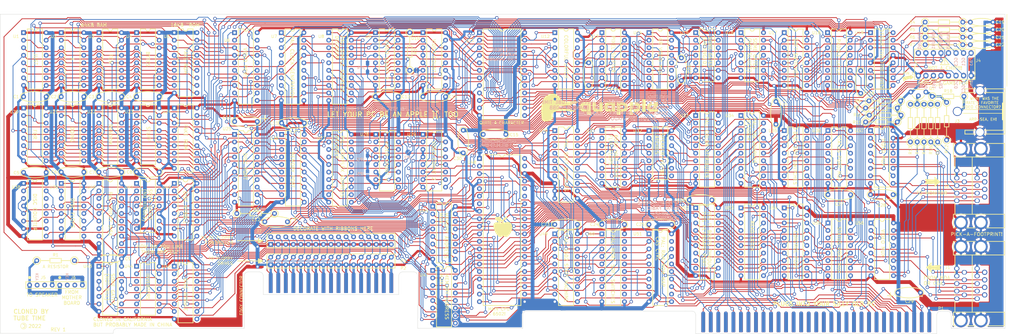
<source format=kicad_pcb>
(kicad_pcb (version 20211014) (generator pcbnew)
  (title_block (title "Quapple") (rev "1") (company "(C) 2022 Tube Time") (comment 1 "http://creativecommons.org/licenses/by-sa/4.0/") (comment 2 "To view a copy of this license, visit") (comment 3 "Attribution-ShareAlike 4.0 International License.") (comment 4 "This work is licensed under the Creative Commons"))
  (layers (0 "F.Cu" signal) (31 "B.Cu" signal) (34 "B.Paste" user) (35 "F.Paste" user) (36 "B.SilkS" user "B.Silkscreen") (37 "F.SilkS" user "F.Silkscreen") (38 "B.Mask" user) (39 "F.Mask" user) (44 "Edge.Cuts" user))
  (net 0 "")
  (net 1 "VDD")
  (net 2 "GND")
  (net 3 "Net-(C12-Pad1)")
  (net 4 "Net-(C12-Pad2)")
  (net 5 "Net-(C18-Pad1)")
  (net 6 "/JOY_A")
  (net 7 "/JOY_D")
  (net 8 "/JOY_C")
  (net 9 "/JOY_B")
  (net 10 "/CGA_RED")
  (net 11 "/CGA_GREEN")
  (net 12 "/CGA_BLUE")
  (net 13 "/CGA_INTENSITY")
  (net 14 "/MDA_VIDEO")
  (net 15 "/CGA_HSYNC")
  (net 16 "/CGA_VSYNC")
  (net 17 "/MON_RED")
  (net 18 "/MON_GREEN")
  (net 19 "/MON_BLUE")
  (net 20 "/MON_INTEN")
  (net 21 "/MON_VIDEO")
  (net 22 "/MON_HSYNC")
  (net 23 "/MON_VSYNC")
  (net 24 "Net-(J3-Pad1)")
  (net 25 "/JOYPORT_D4")
  (net 26 "/JOYPORT_D5")
  (net 27 "/JOYPORT_D6")
  (net 28 "Net-(J4-Pad6)")
  (net 29 "Net-(J4-Pad7)")
  (net 30 "/JOYPORT_D7")
  (net 31 "Net-(J4-Pad10)")
  (net 32 "Net-(J4-Pad11)")
  (net 33 "/ANNUN3")
  (net 34 "/ANNUN2")
  (net 35 "/ANNUN1")
  (net 36 "/ANNUN0")
  (net 38 "Net-(J5-Pad1)")
  (net 41 "Net-(J5-Pad4)")
  (net 44 "/~{REDWC}")
  (net 45 "/~{RES1}")
  (net 46 "/~{IDX}")
  (net 47 "/~{MOTA}")
  (net 48 "/~{DSB}")
  (net 49 "/~{DSA}")
  (net 50 "/~{MOTB}")
  (net 51 "/~{DIR}")
  (net 52 "/~{STEP}")
  (net 53 "/~{TRK0}")
  (net 54 "/~{WDATA}")
  (net 55 "/~{WGATE}_PC")
  (net 56 "/~{SIDE1}")
  (net 57 "/~{WPT}")
  (net 58 "/~{RDATA}")
  (net 59 "/~{DSKCH}")
  (net 60 "Net-(JP6-Pad2)")
  (net 61 "Net-(JP1-Pad1)")
  (net 62 "/CTRL_MDA")
  (net 63 "Net-(JP2-Pad1)")
  (net 64 "/~{CTRL_MDA}")
  (net 65 "Net-(JP3-Pad2)")
  (net 67 "/ISA_D7")
  (net 68 "/ISA_D6")
  (net 69 "/ISA_D5")
  (net 70 "/ISA_D4")
  (net 71 "/ISA_D3")
  (net 72 "/ISA_D2")
  (net 73 "/ISA_D1")
  (net 74 "/ISA_D0")
  (net 76 "/ISA_AEN")
  (net 87 "/ISA_A9")
  (net 88 "/ISA_A8")
  (net 89 "/ISA_A7")
  (net 90 "/ISA_A6")
  (net 91 "/ISA_A5")
  (net 92 "/ISA_A4")
  (net 94 "/ISA_A2")
  (net 95 "/ISA_A1")
  (net 96 "/ISA_A0")
  (net 97 "/ISA_RESET")
  (net 107 "/ISA_~{IOW}")
  (net 108 "/ISA_~{IOR}")
  (net 124 "/ISA_14M318")
  (net 126 "/~{WGATE}_DR")
  (net 127 "Net-(Q1-Pad1)")
  (net 128 "Net-(Q1-Pad2)")
  (net 129 "Net-(R1-Pad2)")
  (net 130 "/CSYNC")
  (net 131 "/MDB4")
  (net 132 "/~{W}")
  (net 133 "/~{RAS}")
  (net 134 "/MAD2")
  (net 135 "/MAD7")
  (net 136 "/MAD1")
  (net 137 "/MAD3")
  (net 138 "/MAD5")
  (net 139 "/MAD4")
  (net 140 "/MAD8")
  (net 141 "/MAD0")
  (net 142 "/~{CAS1}")
  (net 143 "/MDB5")
  (net 144 "/MDB6")
  (net 145 "/MDB7")
  (net 146 "/MDB0")
  (net 147 "/~{W2}")
  (net 148 "/~{CAS2}")
  (net 149 "Net-(U16-Pad11)")
  (net 150 "/RDB0")
  (net 151 "/RDB6")
  (net 152 "/RDB4")
  (net 153 "/MDB3")
  (net 154 "/RDB3")
  (net 155 "/PHI2")
  (net 156 "/RDB2")
  (net 157 "/MDB2")
  (net 158 "/MDB1")
  (net 159 "/RDB1")
  (net 160 "/RDB7")
  (net 161 "/RDB5")
  (net 162 "/TXT~{GR}")
  (net 163 "/WINDOWMODE")
  (net 164 "/HIRES")
  (net 165 "/~{RES2}")
  (net 166 "/~{BLANK}")
  (net 167 "/V4")
  (net 168 "/RAM_ADDR_SEL")
  (net 169 "/CLK_7M159")
  (net 170 "/~{LD_CHR_SYN}")
  (net 171 "/PIXCLK2")
  (net 172 "/CLK_DISK")
  (net 173 "/TEXT_PART")
  (net 174 "/V2")
  (net 175 "/H0")
  (net 176 "/VB")
  (net 177 "/H1")
  (net 178 "/VC")
  (net 179 "/V0")
  (net 180 "/V1")
  (net 181 "/H2")
  (net 182 "/2NDPAGE")
  (net 183 "/U29_TC")
  (net 184 "/~{U28_PRELOAD}")
  (net 185 "/U9_TC")
  (net 186 "/VA")
  (net 187 "/~{HPE}")
  (net 188 "/U10_TC")
  (net 189 "/CHR0")
  (net 190 "/CHR1")
  (net 191 "/CHR2")
  (net 192 "/CHR3")
  (net 193 "/CHR4")
  (net 194 "/CHR5")
  (net 195 "/CHR6")
  (net 197 "Net-(U12-Pad12)")
  (net 198 "Net-(U12-Pad13)")
  (net 199 "Net-(U12-Pad14)")
  (net 200 "Net-(U12-Pad15)")
  (net 201 "/~{LORES}")
  (net 202 "/CHARPIX")
  (net 203 "/VID_RED")
  (net 204 "/VID_GREEN")
  (net 205 "/VID_BLUE")
  (net 206 "/VID_I")
  (net 209 "/IDB7")
  (net 210 "/IDB7_LATCHED")
  (net 211 "/KEYBOARD_READ")
  (net 212 "/LORES")
  (net 213 "/H3")
  (net 214 "/DISK_Q7")
  (net 215 "Net-(U16-Pad3)")
  (net 216 "/DISK_SR_S1")
  (net 217 "Net-(U16-Pad6)")
  (net 218 "/DISK_Q6")
  (net 219 "/SLOT6_SSW")
  (net 220 "/IA0")
  (net 221 "/IA1")
  (net 222 "/IA2")
  (net 223 "/IA3")
  (net 224 "/ANNUNCIATOR")
  (net 225 "/6502_STOP")
  (net 227 "/ANALOG_IN")
  (net 228 "/JOYPORT_D3")
  (net 229 "/JOYPORT_D2")
  (net 230 "/JOYPORT_D1")
  (net 231 "/JOYPORT_D0")
  (net 232 "/JOY_TRIG")
  (net 233 "/IDB4")
  (net 234 "/FDB4")
  (net 235 "/FDB5")
  (net 236 "/IDB5")
  (net 237 "/FDB7")
  (net 238 "/FDB6")
  (net 239 "/IDB6")
  (net 240 "/~{DISK_DRD}")
  (net 241 "/IDB0")
  (net 242 "/FDB0")
  (net 243 "/FDB1")
  (net 244 "/IDB1")
  (net 245 "/IDB2")
  (net 246 "/FDB2")
  (net 247 "/FDB3")
  (net 248 "/IDB3")
  (net 249 "/6502_R~{W}")
  (net 250 "/U26_CE")
  (net 251 "/DISK_DLAT")
  (net 252 "/H4")
  (net 253 "/H5")
  (net 254 "/V3")
  (net 255 "/HSYNC")
  (net 256 "/VSYNC")
  (net 257 "/U28_TC")
  (net 258 "/~{6502_BOOTSTRAP}")
  (net 259 "/ISA_JOY_TRIG")
  (net 260 "/IA7")
  (net 261 "/IA4")
  (net 262 "/IA5")
  (net 263 "/IA6")
  (net 264 "/~{SOFT_SWITCH_EN}")
  (net 265 "/KEYBOARD_STROBE")
  (net 266 "/ISA_OUT_LATCH")
  (net 267 "/SPEAKER")
  (net 268 "/U31A_~{R}")
  (net 269 "Net-(U31-Pad10)")
  (net 270 "/ISA_OUT_~{OE}")
  (net 273 "/KEYBOARD_LATCH")
  (net 274 "Net-(U32-Pad2)")
  (net 276 "/CTRL_MONO")
  (net 281 "/PORT_READ")
  (net 282 "/CTRL_LATCH")
  (net 283 "/DISK_MPH0")
  (net 284 "/DISK_MPH1")
  (net 285 "/DISK_MPH2")
  (net 286 "/DISK_MPH3")
  (net 287 "/DISK_PWDN")
  (net 288 "/DISK_DRSEL")
  (net 289 "/CTRL_6502_~{RST}")
  (net 290 "/CTRL_VID")
  (net 292 "/DIN_LEFT")
  (net 293 "/~{DIN_LEFT}")
  (net 294 "/V5")
  (net 299 "/~{DISK_C_PRE}")
  (net 300 "Net-(U39-Pad4)")
  (net 301 "Net-(U39-Pad13)")
  (net 303 "/DISK_SR_S0")
  (net 306 "/WDATA_APPLE")
  (net 307 "/~{DISK_SR_MR}")
  (net 308 "/CTRL_DISK")
  (net 309 "Net-(U41-Pad12)")
  (net 310 "/~{CTRL_DISK}")
  (net 311 "Net-(U42-Pad2)")
  (net 312 "Net-(U43-Pad1)")
  (net 313 "Net-(U43-Pad3)")
  (net 314 "Net-(U43-Pad9)")
  (net 315 "Net-(U43-Pad10)")
  (net 318 "/IA14")
  (net 319 "/IA13")
  (net 320 "/IA10")
  (net 321 "/IA11")
  (net 322 "/PHI1_O")
  (net 323 "/IA8")
  (net 324 "/IA12_MAPPED")
  (net 325 "/IA9")
  (net 326 "/IA15")
  (net 327 "/6502_RDY")
  (net 329 "/CTRL_6502_~{NMI}")
  (net 331 "/IA12")
  (net 335 "/CTRL_BOOT_HALT")
  (net 336 "/CTRL_BOOT_STEP")
  (net 339 "/~{ROM_READ_EN}")
  (net 340 "/~{ROM_WRITE_EN}")
  (net 341 "/~{ROM_MAP_EN}")
  (net 346 "/~{ISA_RESET}")
  (net 350 "/DISK_C_OVF")
  (footprint "QuadlinkClone:CAP300" (layer "F.Cu") (at 470.28693 208.916101 180)
    (fp_text reference "C28")
    (fp_text value "0.1uF")
  )
  (footprint "QuadlinkClone:DIP16" (layer "F.Cu") (at 462.661 187.325)
    (fp_text reference "U37")
    (fp_text value "74LS257")
  )
  (footprint "QuadlinkClone:CAP300" (layer "F.Cu") (at 430.782899 185.171931 90)
    (fp_text reference "C17")
    (fp_text value "0.1uF")
  )
  (footprint "QuadlinkClone:DIP16" (layer "F.Cu") (at 433.578 187.325)
    (fp_text reference "U35")
    (fp_text value "74LS259")
  )
  (footprint "QuadlinkClone:DIP16" (layer "F.Cu") (at 177.165 179.705)
    (fp_text reference "U20")
    (fp_text value "TMS4164")
  )
  (footprint "QuadlinkClone:DIP14" (layer "F.Cu") (at 418.973 154.305)
    (fp_text reference "U16")
    (fp_text value "74LS32")
  )
  (footprint "QuadlinkClone:CAP300" (layer "F.Cu") (at 339.73093 188.596101 180)
    (fp_text reference "C15")
    (fp_text value "0.1uF")
  )
  (footprint "QuadlinkClone:CAP300_THIN" (layer "F.Cu") (at 210.19093 230.506101 180)
    (fp_text reference "C9")
    (fp_text value "0.1uF")
  )
  (footprint "QuadlinkClone:DIP16" (layer "F.Cu") (at 189.865 154.305)
    (fp_text reference "U2")
    (fp_text value "TMS4164")
  )
  (footprint "QuadlinkClone:RES500" (layer "F.Cu") (at 485.267 191.135 90)
    (fp_text reference "R17")
    (fp_text value "2.2K")
  )
  (footprint "QuadlinkClone:RES420" (layer "F.Cu") (at 462.28 182.118)
    (fp_text reference "R10")
    (fp_text value "10K")
  )
  (footprint "QuadlinkClone:CAP300" (layer "F.Cu") (at 319.41093 175.896101 180)
    (fp_text reference "C14")
    (fp_text value "0.1uF")
  )
  (footprint "QuadlinkClone:CAP300" (layer "F.Cu") (at 215.25907 175.893899)
    (fp_text reference "C4")
    (fp_text value "0.1uF")
  )
  (footprint "QuadlinkClone:DIP16" (layer "F.Cu") (at 448.31 218.44)
    (fp_text reference "U55")
    (fp_text value "74LS257")
  )
  (footprint "QuadlinkClone:DIP14" (layer "F.Cu") (at 387.985 187.325)
    (fp_text reference "U32")
    (fp_text value "74LS74")
  )
  (footprint "QuadlinkClone:DIP16" (layer "F.Cu") (at 227.965 205.105)
    (fp_text reference "U42")
    (fp_text value "74LS194")
  )
  (footprint "QuadlinkClone:DIP20" (layer "F.Cu") (at 280.035 188.595)
    (fp_text reference "U27")
    (fp_text value "PAL16L8")
  )
  (footprint "QuadlinkClone:DB9" (layer "F.Cu") (at 498.602 200.787)
    (fp_text reference "J2")
    (fp_text value "MONITOR OUT")
  )
  (footprint "QuadlinkClone:DIP20" (layer "F.Cu") (at 356.235 187.325)
    (fp_text reference "U30")
    (fp_text value "PAL16L8")
  )
  (footprint "QuadlinkClone:DIP16" (layer "F.Cu") (at 315.087 234.442)
    (fp_text reference "U47")
    (fp_text value "74LS257")
  )
  (footprint "QuadlinkClone:CAP300" (layer "F.Cu") (at 325.372899 194.823931 90)
    (fp_text reference "C30")
    (fp_text value "0.1uF")
  )
  (footprint "QuadlinkClone:DIP16" (layer "F.Cu") (at 356.235 154.305)
    (fp_text reference "U12")
    (fp_text value "74LS298")
  )
  (footprint "QuadlinkClone:CAP300" (layer "F.Cu") (at 197.49093 201.296101 180)
    (fp_text reference "C6")
    (fp_text value "0.1uF")
  )
  (footprint "QuadlinkClone:HDR100-4" (layer "F.Cu") (at 179.197 239.395)
    (fp_text reference "J5")
    (fp_text value "TO SPEAKER")
  )
  (footprint "QuadlinkClone:DIP16" (layer "F.Cu") (at 295.91 188.595)
    (fp_text reference "U28")
    (fp_text value "74LS161")
  )
  (footprint "QuadlinkClone:CAP300_THIN" (layer "F.Cu") (at 496.310069 155.826704)
    (fp_text reference "C21")
    (fp_text value "0.02uF")
  )
  (footprint "QuadlinkClone:CAP300" (layer "F.Cu") (at 303.41486 175.896101 180)
    (fp_text reference "C13")
    (fp_text value "0.1uF")
  )
  (footprint "QuadlinkClone:CAP300" (layer "F.Cu") (at 455.935929 208.9161 180)
    (fp_text reference "C27")
    (fp_text value "0.1uF")
  )
  (footprint "QuadlinkClone:CAP300_P" (layer "F.Cu") (at 255.948695 184.277143 180)
    (fp_text reference "C10")
    (fp_text value "6.8uF")
  )
  (footprint "QuadlinkClone:DIP18" (layer "F.Cu") (at 227.965 179.705)
    (fp_text reference "U24")
    (fp_text value "TMS4416")
  )
  (footprint "QuadlinkClone:HDR100-4" (layer "F.Cu") (at 189.357 239.395)
    (fp_text reference "J6")
    (fp_text value "FROM MOTHERBOARD")
  )
  (footprint "QuadlinkClone:RES420" (layer "F.Cu") (at 462.153 177.292)
    (fp_text reference "R8")
    (fp_text value "10K")
  )
  (footprint "QuadlinkClone:CAP300" (layer "F.Cu") (at 189.85907 175.893899)
    (fp_text reference "C2")
    (fp_text value "0.1uF")
  )
  (footprint "QuadlinkClone:CAP300" (layer "F.Cu") (at 202.55907 175.893899)
    (fp_text reference "C3")
    (fp_text value "0.1uF")
  )
  (footprint "QuadlinkClone:DIP16" (layer "F.Cu") (at 315.087 212.852)
    (fp_text reference "U46")
    (fp_text value "74LS257")
  )
  (footprint "QuadlinkClone:RES500" (layer "F.Cu") (at 493.776 158.369 180)
    (fp_text reference "R7")
    (fp_text value "100")
  )
  (footprint "QuadlinkClone:DIP20" (layer "F.Cu") (at 418.973 213.36)
    (fp_text reference "U53")
    (fp_text value "74LS374")
  )
  (footprint "QuadlinkClone:CAP300" (layer "F.Cu") (at 363.855 218.948 180)
    (fp_text reference "C23")
    (fp_text value "0.1uF")
  )
  (footprint "QuadlinkClone:CAP300_THIN" (layer "F.Cu") (at 496.316 158.367899)
    (fp_text reference "C22")
    (fp_text value "0.02uF")
  )
  (footprint "QuadlinkClone:DIP14" (layer "F.Cu") (at 215.265 205.105)
    (fp_text reference "U41")
    (fp_text value "7438")
  )
  (footprint "QuadlinkClone:DB9" (layer "F.Cu") (at 498.602 233.807)
    (fp_text reference "J1")
    (fp_text value "PC VIDEO IN")
  )
  (footprint "QuadlinkClone:DIP20" (layer "F.Cu") (at 356.22907 222.123)
    (fp_text reference "U49")
    (fp_text value "PAL16L8")
  )
  (footprint "QuadlinkClone:DIP14" (layer "F.Cu") (at 202.565 233.045)
    (fp_text reference "U43")
    (fp_text value "74LS02")
  )
  (footprint "QuadlinkClone:CAP300" (layer "F.Cu") (at 387.973138 218.946897)
    (fp_text reference "C25")
    (fp_text value "0.1uF")
  )
  (footprint "QuadlinkClone:CAP300" (layer "F.Cu") (at 459.360101 167.12607 -90)
    (fp_text reference "C18")
    (fp_text value "0.1uF")
  )
  (footprint "QuadlinkClone:DIP20" (layer "F.Cu") (at 248.285 188.595)
    (fp_text reference "U25")
    (fp_text value "74LS373")
  )
  (footprint "QuadlinkClone:DIP16" (layer "F.Cu") (at 462.661 154.305)
    (fp_text reference "U19")
    (fp_text value "NE558")
  )
  (footprint "QuadlinkClone:DIP16" (layer "F.Cu") (at 372.11 187.325)
    (fp_text reference "U31")
    (fp_text value "74LS109")
  )
  (footprint "QuadlinkClone:RES500" (layer "F.Cu") (at 493.776 150.749 180)
    (fp_text reference "R4")
    (fp_text value "100")
  )
  (footprint "QuadlinkClone:DIP20" (layer "F.Cu") (at 280.035 154.305)
    (fp_text reference "U8")
    (fp_text value "PAL16L8")
  )
  (footprint "QuadlinkClone:DIP16" (layer "F.Cu") (at 202.565 154.305)
    (fp_text reference "U3")
    (fp_text value "TMS4164")
  )
  (footprint "QuadlinkClone:DIP20" (layer "F.Cu") (at 418.973 182.245)
    (fp_text reference "U34")
    (fp_text value "PAL16L8")
  )
  (footprint "QuadlinkClone:DIP20" (layer "F.Cu") (at 202.565 205.105)
    (fp_text reference "U40")
    (fp_text value "PAL16R4")
  )
  (footprint "QuadlinkClone:DIP20" (layer "F.Cu") (at 403.733 213.36)
    (fp_text reference "U52")
    (fp_text value "74LS374")
  )
  (footprint "QuadlinkClone:RES500" (layer "F.Cu") (at 493.776 155.829 180)
    (fp_text reference "R6")
    (fp_text value "100")
  )
  (footprint "QuadlinkClone:DIP16" (layer "F.Cu") (at 177.165 205.105)
    (fp_text reference "U38")
    (fp_text value "74LS161")
  )
  (footprint "QuadlinkClone:DIP16" (layer "F.Cu") (at 189.865 179.705)
    (fp_text reference "U21")
    (fp_text value "TMS4164")
  )
  (footprint "QuadlinkClone:RCA_JACK" (layer "F.Cu") (at 491.9345 180.848)
    (fp_text reference "J3")
    (fp_text value "COMP")
  )
  (footprint "QuadlinkClone:DIP16" (layer "F.Cu") (at 189.865 205.105)
    (fp_text reference "U39")
    (fp_text value "74LS109")
  )
  (footprint "QuadlinkClone:CAP300" (layer "F.Cu") (at 398.908101 162.80807 -90)
    (fp_text reference "C16")
    (fp_text value "0.1uF")
  )
  (footprint "QuadlinkClone:DIP16" (layer "F.Cu") (at 462.788 218.44)
    (fp_text reference "U56")
    (fp_text value "74LS257")
  )
  (footprint "QuadlinkClone:HDR100-34" (layer "F.Cu") (at 260.477 232.537)
    (fp_text reference "P3")
    (fp_text value "TO_DRIVES")
  )
  (footprint "QuadlinkClone:CAP300" (layer "F.Cu") (at 271.78593 184.786102 180)
    (fp_text reference "C11")
    (fp_text value "0.1uF")
  )
  (footprint "QuadlinkClone:DIP16" (layer "F.Cu") (at 448.31 187.325)
    (fp_text reference "U36")
    (fp_text value "74LS257")
  )
  (footprint "QuadlinkClone:CAP300" (layer "F.Cu") (at 222.89093 201.296101 180)
    (fp_text reference "C8")
    (fp_text value "0.1uF")
  )
  (footprint "QuadlinkClone:CAP300_THIN" (layer "F.Cu") (at 496.316 153.286704)
    (fp_text reference "C20")
    (fp_text value "0.02uF")
  )
  (footprint "QuadlinkClone:DIP16" (layer "F.Cu") (at 202.565 179.705)
    (fp_text reference "U22")
    (fp_text value "TMS4164")
  )
  (footprint "QuadlinkClone:DIP16" (layer "F.Cu") (at 448.183 154.305)
    (fp_text reference "U18")
    (fp_text value "74LS251")
  )
  (footprint "QuadlinkClone:EDGE_34" (layer "F.Cu") (at 260.477 235.712)
    (fp_text reference "P2")
    (fp_text value "EDGE_TO_DRIVES")
  )
  (footprint "QuadlinkClone:DIP16_ALT" (layer "F.Cu") (at 478.79 168.783 90)
    (fp_text reference "J4")
    (fp_text value "PADDLES")
  )
  (footprint "QuadlinkClone:DIP16" (layer "F.Cu") (at 215.265 179.705)
    (fp_text reference "U23")
    (fp_text value "TMS4164")
  )
  (footprint "QuadlinkClone:RES500" (layer "F.Cu") (at 181.61 231.14)
    (fp_text reference "R1")
    (fp_text value "33")
  )
  (footprint "QuadlinkClone:RES500" (layer "F.Cu") (at 249.047 215.265)
    (fp_text reference "R2")
    (fp_text value "470")
  )
  (footprint "QuadlinkClone:DIP40" (layer "F.Cu") (at 330.835 196.723)
    (fp_text reference "U48")
    (fp_text value "6502 (NMOS)")
  )
  (footprint "QuadlinkClone:CAP300" (layer "F.Cu") (at 177.165 175.895)
    (fp_text reference "C1")
    (fp_text value "0.1uF")
  )
  (footprint "QuadlinkClone:RES500" (layer "F.Cu") (at 493.776 153.289 180)
    (fp_text reference "R5")
    (fp_text value "100")
  )
  (footprint "QuadlinkClone:CAP300" (layer "F.Cu") (at 210.19093 201.296101 180)
    (fp_text reference "C7")
    (fp_text value "0.1uF")
  )
  (footprint "QuadlinkClone:EDGE_ISA_8BIT" (layer "F.Cu") (at 482.473 248.92)
    (fp_text reference "P1")
    (fp_text value "Conn_ISA_8bit")
  )
  (footprint "QuadlinkClone:DIP20" (layer "F.Cu") (at 403.733 182.245)
    (fp_text reference "U33")
    (fp_text value "PAL16R8")
  )
  (footprint "QuadlinkClone:DIP16" (layer "F.Cu") (at 227.965 233.045)
    (fp_text reference "U45")
    (fp_text value "74LS194")
  )
  (footprint "QuadlinkClone:DIP20" (layer "F.Cu") (at 387.97907 222.123)
    (fp_text reference "U51")
    (fp_text value "PAL16L8")
  )
  (footprint "QuadlinkClone:CAP300" (layer "F.Cu") (at 184.790931 201.422 180)
    (fp_text reference "C5")
    (fp_text value "0.1uF")
  )
  (footprint "QuadlinkClone:DIP16" (layer "F.Cu") (at 177.165 154.305)
    (fp_text reference "U1")
    (fp_text value "TMS4164")
  )
  (footprint "QuadlinkClone:DIP18" (layer "F.Cu") (at 227.965 154.305)
    (fp_text reference "U5")
    (fp_text value "TMS4416")
  )
  (footprint "QuadlinkClone:DIP20" (layer "F.Cu") (at 264.033 154.305)
    (fp_text reference "U7")
    (fp_text value "PAL16R8")
  )
  (footprint "QuadlinkClone:DIP20" (layer "F.Cu") (at 372.10407 222.123)
    (fp_text reference "U50")
    (fp_text value "PAL16R8")
  )
  (footprint "QuadlinkClone:DIP16" (layer "F.Cu") (at 433.578 154.305)
    (fp_text reference "U17")
    (fp_text value "74LS259")
  )
  (footprint "QuadlinkClone:RES500" (layer "F.Cu") (at 476.123 191.135 90)
    (fp_text reference "R13")
    (fp_text value "2.2K")
  )
  (footprint "QuadlinkClone:RES420" (layer "F.Cu") (at 461.01 184.404)
    (fp_text reference "R11")
    (fp_text value "10K")
  )
  (footprint "QuadlinkClone:DIP20" (layer "F.Cu") (at 433.578 213.36)
    (fp_text reference "U54")
    (fp_text value "74LS273")
  )
  (footprint "QuadlinkClone:DIP14" (layer "F.Cu") (at 403.733 154.305)
    (fp_text reference "U15")
    (fp_text value "74LS02")
  )
  (footprint "QuadlinkClone:DIP16" (layer "F.Cu") (at 311.785 154.305)
    (fp_text reference "U10")
    (fp_text value "74LS161")
  )
  (footprint "QuadlinkClone:DIP16" (layer "F.Cu") (at 215.265 154.305)
    (fp_text reference "U4")
    (fp_text value "TMS4164")
  )
  (footprint "QuadlinkClone:RES500" (layer "F.Cu") (at 488.315 190.5 90)
    (fp_text reference "R12")
    (fp_text value "100")
  )
  (footprint "QuadlinkClone:RES420" (layer "F.Cu") (at 461.01 179.705)
    (fp_text reference "R9")
    (fp_text value "10K")
  )
  (footprint "QuadlinkClone:CAP300" (layer "F.Cu") (at 379.73 218.949101 180)
    (fp_text reference "C24")
    (fp_text value "0.1uF")
  )
  (footprint "QuadlinkClone:CAP300_THIN" (layer "F.Cu") (at 496.316 150.749)
    (fp_text reference "C19")
    (fp_text value "0.02uF")
  )
  (footprint "QuadlinkClone:DIP16" (layer "F.Cu") (at 372.11 154.305)
    (fp_text reference "U13")
    (fp_text value "74LS166")
  )
  (footprint "QuadlinkClone:CAP300_P" (layer "F.Cu") (at 471.888306 241.934858)
    (fp_text reference "C29")
    (fp_text value "6.8uF")
  )
  (footprint "QuadlinkClone:RES420" (layer "F.Cu") (at 483.489 175.768)
    (fp_text reference "R18")
    (fp_text value "71")
  )
  (footprint "QuadlinkClone:DIP16" (layer "F.Cu") (at 311.785 188.595)
    (fp_text reference "U29")
    (fp_text value "74LS161")
  )
  (footprint "QuadlinkClone:TO92" (layer "F.Cu") (at 478.79 175.575547 180)
    (fp_text reference "Q1")
    (fp_text value "2N3904")
  )
  (footprint "QuadlinkClone:RES500" (layer "F.Cu") (at 482.981 191.135 90)
    (fp_text reference "R16")
    (fp_text value "10K")
  )
  (footprint "QuadlinkClone:RES500" (layer "F.Cu") (at 480.695 191.135 90)
    (fp_text reference "R15")
    (fp_text value "3.3K")
  )
  (footprint "QuadlinkClone:DIP14" (layer "F.Cu") (at 215.265 233.045)
    (fp_text reference "U44")
    (fp_text value "74LS04")
  )
  (footprint "QuadlinkClone:CAP300_P" (layer "F.Cu") (at 266.108695 218.059143 180)
    (fp_text reference "C12")
    (fp_text value "6.8uF")
  )
  (footprint "QuadlinkClone:DIP20" (layer "F.Cu") (at 248.285 154.305)
    (fp_text reference "U6")
    (fp_text value "74LS273")
  )
  (footprint "QuadlinkClone:RES500" (layer "F.Cu") (at 307.34 154.305 -90)
    (fp_text reference "R3")
    (fp_text value "3.3K")
  )
  (footprint "QuadlinkClone:CAP300" (layer "F.Cu") (at 367.666102 164.465 -90)
    (fp_text reference "C31")
    (fp_text value "0.1uF")
  )
  (footprint "QuadlinkClone:CAP300" (layer "F.Cu") (at 409.199931 210.694102 180)
    (fp_text reference "C26")
    (fp_text value "0.1uF")
  )
  (footprint "QuadlinkClone:DIP24" (layer "F.Cu") (at 330.835 154.305)
    (fp_text reference "U11")
    (fp_text value "27C32")
  )
  (footprint "QuadlinkClone:DIP16" (layer "F.Cu") (at 295.783 154.305)
    (fp_text reference "U9")
    (fp_text value "74LS161")
  )
  (footprint "QuadlinkClone:DIP16" (layer "F.Cu") (at 387.985 154.305)
    (fp_text reference "U14")
    (fp_text value "74LS367")
  )
  (footprint "QuadlinkClone:RES500" (layer "F.Cu") (at 478.409 191.135 90)
    (fp_text reference "R14")
    (fp_text value "5.6K")
  )
  (footprint "QuadlinkClone:DIP20" (layer "F.Cu") (at 264.16 188.595)
    (fp_text reference "U26")
    (fp_text value "74LS245")
  )
  (footprint "QuadlinkClone:HDR100-34" (layer "F.Cu") (at 260.477 225.679)
    (fp_text reference "J7")
    (fp_text value "PC_CTLR")
  )
  (footprint "QuadlinkClone:BRIDGE4" (layer "B.Cu") (at 293.116 201.93 -90)
    (fp_text reference "JP5")
    (fp_text value "OPEN")
  )
  (footprint "QuadlinkClone:BRIDGE1_O" (layer "B.Cu") (at 330.962 194.31 -90)
    (fp_text reference "JP6")
    (fp_text value "VPB")
  )
  (footprint "QuadlinkClone:BRIDGE2_S" (layer "B.Cu") (at 293.116 166.116 -90)
    (fp_text reference "JP4")
    (fp_text value "SHORT")
  )
  (footprint "QuadlinkClone:BRIDGE1_O" (layer "B.Cu") (at 306.832 194.691 -45)
    (fp_text reference "JP2")
    (fp_text value "OPEN")
  )
  (footprint "QuadlinkClone:BRIDGE1_O" (layer "B.Cu") (at 309.626 167.005)
    (fp_text reference "JP1")
    (fp_text value "OPEN")
  )
  (footprint "QuadlinkClone:BRIDGE3_S" (layer "B.Cu") (at 293.116 197.104 -90)
    (fp_text reference "JP3")
    (fp_text value "SHORT")
  )
  (gr_line (start 479.679 159.766) (end 480.441 160.401) (layer "B.SilkS") (width 0.15))
  (gr_poly (pts (xy 357.502136 179.804469) (xy 357.986022 179.827722) (xy 358.498973 179.857495) (xy 359.1109 179.899993) (xy 359.760534 179.955687) (xy 360.386601 180.025049) (xy 360.671651 180.065003) (xy 360.927832 180.10855) (xy 361.147487 180.155749) (xy 361.322955 180.20666) (xy 363.053216 180.682535) (xy 363.086407 180.695074) (xy 363.116321 180.707239) (xy 363.143105 180.719028) (xy 363.166905 180.730439) (xy 363.187865 180.741471) (xy 363.206132 180.752123) (xy 363.221852 180.762392) (xy 363.23517 180.772278) (xy 363.246232 180.781778) (xy 363.255184 180.790892) (xy 363.262171 180.799617) (xy 363.26734 180.807952) (xy 363.270836 180.815896) (xy 363.272804 180.823447) (xy 363.273392 180.830603) (xy 363.272743 180.837363) (xy 363.271005 180.843725) (xy 363.268323 180.849688) (xy 363.264842 180.85525) (xy 363.260708 180.86041) (xy 363.251066 180.869516) (xy 363.240562 180.876995) (xy 363.230363 180.882833) (xy 363.221634 180.887019) (xy 363.213252 180.890382) (xy 362.642015 180.828797) (xy 361.327982 180.699342) (xy 360.579765 180.635086) (xy 359.870668 180.584969) (xy 359.27563 180.559361) (xy 359.044302 180.558988) (xy 358.86959 180.568631) (xy 358.725927 180.581053) (xy 358.581851 180.588821) (xy 358.294583 180.594398) (xy 357.738427 180.593768) (xy 357.606311 180.596998) (xy 357.478023 180.603586) (xy 357.354096 180.614534) (xy 357.235059 180.630844) (xy 357.121442 180.653516) (xy 357.013775 180.683553) (xy 356.912589 180.721957) (xy 356.818414 180.769728) (xy 356.777913 180.791729) (xy 356.746558 180.805282) (xy 356.723834 180.810898) (xy 356.709226 180.809082) (xy 356.702217 180.800344) (xy 356.702293 180.785192) (xy 356.708938 180.764134) (xy 356.721637 180.737677) (xy 356.763132 180.670603) (xy 356.822656 180.588034) (xy 356.896083 180.494035) (xy 356.97929 180.392673) (xy 357.158547 180.184115) (xy 357.327435 179.994881) (xy 357.502136 179.804469)) (layer "F.SilkS") (width 0.072863) (fill solid))
  (gr_line (start 249.301 231.267) (end 257.81 231.267) (layer "F.SilkS") (width 0.254))
  (gr_poly (pts (xy 372.357856 180.996403) (xy 372.357856 177.742978) (xy 371.220794 177.742978) (xy 371.220794 180.071514) (xy 370.893424 180.069984) (xy 370.751704 180.06635) (xy 370.625733 180.059273) (xy 370.568912 180.054085) (xy 370.516338 180.047606) (xy 370.468117 180.039693) (xy 370.42435 180.030201) (xy 370.385141 180.018988) (xy 370.350595 180.005911) (xy 370.320814 179.990825) (xy 370.295903 179.973587) (xy 370.278078 179.958692) (xy 370.261306 179.943561) (xy 370.245553 179.92815) (xy 370.230789 179.912412) (xy 370.216981 179.896304) (xy 370.204097 179.879781) (xy 370.192106 179.862798) (xy 370.180975 179.845309) (xy 370.170673 179.827271) (xy 370.161168 179.808637) (xy 370.152428 179.789365) (xy 370.144421 179.769408) (xy 370.137115 179.748721) (xy 370.130479 179.727261) (xy 370.12448 179.704982) (xy 370.119087 179.681839) (xy 370.114268 179.657787) (xy 370.10999 179.632783) (xy 370.102934 179.579734) (xy 370.097662 179.522333) (xy 370.093921 179.460223) (xy 370.091455 179.393044) (xy 370.090009 179.320438) (xy 370.089158 179.157509) (xy 370.089158 177.742978) (xy 368.94666 177.742978) (xy 368.94666 179.326165) (xy 368.946734 179.497584) (xy 368.950315 179.665178) (xy 368.954995 179.74762) (xy 368.962439 179.829201) (xy 368.973279 179.909953) (xy 368.988144 179.989908) (xy 369.007663 180.069098) (xy 369.032465 180.147555) (xy 369.063181 180.225311) (xy 369.10044 180.302397) (xy 369.144871 180.378846) (xy 369.197104 180.454689) (xy 369.226344 180.492393) (xy 369.25777 180.529958) (xy 369.291461 180.567387) (xy 369.327496 180.604685) (xy 369.366122 180.640752) (xy 369.405453 180.674534) (xy 369.445427 180.706107) (xy 369.485984 180.735544) (xy 369.527062 180.762922) (xy 369.568602 180.788314) (xy 369.652823 180.833442) (xy 369.738159 180.871524) (xy 369.824125 180.903159) (xy 369.910234 180.928944) (xy 369.996 180.949477) (xy 370.080937 180.965356) (xy 370.16456 180.977179) (xy 370.246381 180.985542) (xy 370.325915 180.991045) (xy 370.476177 180.995859) (xy 370.611456 180.996401) (xy 372.357856 180.996403)) (layer "F.SilkS") (width 0.072863) (fill solid))
  (gr_poly (pts (xy 378.897349 177.742978) (xy 377.194475 177.742978) (xy 377.194475 181.915848) (xy 378.3261 181.915848) (xy 378.3261 178.678745) (xy 378.663411 178.678745) (xy 378.794736 178.679223) (xy 378.929568 178.68359) (xy 378.997323 178.688607) (xy 379.064783 178.696245) (xy 379.131557 178.707056) (xy 379.197256 178.721588) (xy 379.261488 178.740392) (xy 379.323864 178.764017) (xy 379.354233 178.77781) (xy 379.383992 178.793014) (xy 379.413091 178.809699) (xy 379.441482 178.827933) (xy 379.469116 178.847784) (xy 379.495944 178.869322) (xy 379.521917 178.892616) (xy 379.546987 178.917733) (xy 379.571104 178.944744) (xy 379.594221 178.973716) (xy 379.616287 179.004718) (xy 379.637254 179.037819) (xy 379.659126 179.0796) (xy 379.677827 179.123167) (xy 379.693371 179.168264) (xy 379.705775 179.214635) (xy 379.715055 179.262027) (xy 379.721227 179.310184) (xy 379.724306 179.358851) (xy 379.724309 179.407773) (xy 379.721252 179.456695) (xy 379.715151 179.505362) (xy 379.706021 179.553519) (xy 379.693879 179.600911) (xy 379.678741 179.647283) (xy 379.660622 179.69238) (xy 379.639539 179.735947) (xy 379.615507 179.777729) (xy 379.594289 179.810814) (xy 379.572449 179.841771) (xy 379.549968 179.870669) (xy 379.526832 179.897579) (xy 379.503021 179.922574) (xy 379.478521 179.945722) (xy 379.453313 179.967095) (xy 379.427381 179.986763) (xy 379.400708 180.004798) (xy 379.373277 180.02127) (xy 379.34507 180.03625) (xy 379.316072 180.049808) (xy 379.286265 180.062015) (xy 379.255632 180.072942) (xy 379.224156 180.08266) (xy 379.191821 180.091239) (xy 379.158609 180.09875) (xy 379.124503 180.105264) (xy 379.053543 180.115583) (xy 378.978806 180.122763) (xy 378.900156 180.127368) (xy 378.817458 180.129965) (xy 378.730575 180.131119) (xy 378.543718 180.131363) (xy 378.543718 181.034487) (xy 378.829683 181.033552) (xy 378.962211 181.031331) (xy 379.089129 181.027006) (xy 379.211457 181.019877) (xy 379.330214 181.00924) (xy 379.446421 180.994396) (xy 379.561097 180.974643) (xy 379.661135 180.950265) (xy 379.757251 180.921917) (xy 379.849478 180.889458) (xy 379.937848 180.852742) (xy 380.022393 180.811628) (xy 380.103144 180.76597) (xy 380.180135 180.715627) (xy 380.253395 180.660454) (xy 380.322958 180.600308) (xy 380.388855 180.535046) (xy 380.451118 180.464524) (xy 380.50978 180.388599) (xy 380.564871 180.307126) (xy 380.616424 180.219964) (xy 380.664471 180.126967) (xy 380.709044 180.027994) (xy 380.741461 179.938546) (xy 380.769207 179.845918) (xy 380.792077 179.7505) (xy 380.809861 179.652684) (xy 380.822354 179.55286) (xy 380.829348 179.451417) (xy 380.830636 179.348748) (xy 380.82601 179.245241) (xy 380.815264 179.141288) (xy 380.79819 179.03728) (xy 380.774581 178.933606) (xy 380.74423 178.830657) (xy 380.70693 178.728824) (xy 380.662473 178.628498) (xy 380.610653 178.530068) (xy 380.551262 178.433925) (xy 380.508903 178.374503) (xy 380.465505 178.318577) (xy 380.42111 178.266043) (xy 380.375764 178.216794) (xy 380.329508 178.170724) (xy 380.282388 178.127729) (xy 380.234447 178.087703) (xy 380.185729 178.050539) (xy 380.136278 178.016133) (xy 380.086137 177.984379) (xy 380.035351 177.955171) (xy 379.983963 177.928404) (xy 379.932018 177.903972) (xy 379.879558 177.881769) (xy 379.773272 177.84363) (xy 379.665455 177.813141) (xy 379.556459 177.789458) (xy 379.446635 177.771737) (xy 379.336331 177.759132) (xy 379.225901 177.750798) (xy 379.115693 177.745892) (xy 378.897349 177.74298) (xy 378.897349 177.742978)) (layer "F.SilkS") (width 0.072863) (fill solid))
  (gr_poly (pts (xy 338.59752 217.504505) (xy 338.178915 217.350681) (xy 338.181343 217.321133) (xy 338.182623 217.286649) (xy 338.18239 217.241202) (xy 338.179474 217.186427) (xy 338.172707 217.123957) (xy 338.160919 217.055426) (xy 338.152777 217.019398) (xy 338.142942 216.982467) (xy 338.131267 216.944838) (xy 338.117606 216.906714) (xy 338.101814 216.8683) (xy 338.083743 216.8298) (xy 338.063249 216.791419) (xy 338.040185 216.75336) (xy 338.014404 216.715828) (xy 337.985761 216.679027) (xy 337.954109 216.64316) (xy 337.919303 216.608433) (xy 337.881196 216.57505) (xy 337.839642 216.543214) (xy 337.794496 216.513131) (xy 337.74561 216.485003) (xy 337.69284 216.459036) (xy 337.636038 216.435433) (xy 337.575971 216.415316) (xy 337.513684 216.39951) (xy 337.449447 216.387774) (xy 337.383531 216.379867) (xy 337.316207 216.375549) (xy 337.247745 216.374578) (xy 337.108491 216.381715) (xy 336.967933 216.399353) (xy 336.828238 216.425564) (xy 336.69157 216.458422) (xy 336.560095 216.496001) (xy 336.435978 216.536374) (xy 336.321385 216.577614) (xy 336.129431 216.654992) (xy 335.955081 216.735388) (xy 335.973311 216.771891) (xy 336.028562 216.871666) (xy 336.070333 216.940718) (xy 336.121677 217.020112) (xy 336.182697 217.108023) (xy 336.2535 217.202627) (xy 336.33419 217.302097) (xy 336.424873 217.40461) (xy 336.473995 217.456437) (xy 336.525655 217.508339) (xy 336.579866 217.56009) (xy 336.636641 217.61146) (xy 336.695993 217.662222) (xy 336.757936 217.712148) (xy 336.822482 217.761008) (xy 336.889646 217.808576) (xy 336.959439 217.854623) (xy 337.031875 217.898921) (xy 337.106968 217.941242) (xy 337.184731 217.981357) (xy 337.261592 218.017346) (xy 337.33406 218.047641) (xy 337.402261 218.072538) (xy 337.466325 218.092338) (xy 337.526379 218.107338) (xy 337.582551 218.117838) (xy 337.63497 218.124135) (xy 337.683764 218.126528) (xy 337.729061 218.125316) (xy 337.770989 218.120797) (xy 337.809676 218.11327) (xy 337.84525 218.103034) (xy 337.87784 218.090386) (xy 337.907574 218.075627) (xy 337.934579 218.059053) (xy 337.958984 218.040964) (xy 337.980918 218.021658) (xy 338.000507 218.001434) (xy 338.017881 217.98059) (xy 338.033168 217.959425) (xy 338.057991 217.917327) (xy 338.076002 217.877526) (xy 338.088226 217.842413) (xy 338.095688 217.814375) (xy 338.100427 217.789078) (xy 338.49941 217.942901) (xy 338.59752 217.504505)) (layer "F.SilkS") (width 0.036344) (fill solid))
  (gr_poly (pts (xy 358.266298 176.989131) (xy 358.463623 177.065799) (xy 358.677759 177.14608) (xy 358.939969 177.2405) (xy 359.228572 177.338691) (xy 359.521889 177.430284) (xy 359.66354 177.470366) (xy 359.798239 177.50491) (xy 359.923276 177.532619) (xy 360.03594 177.552199) (xy 360.163579 177.562765) (xy 360.331221 177.565084) (xy 360.76177 177.549688) (xy 361.278098 177.515439) (xy 361.830718 177.471763) (xy 362.846879 177.393836) (xy 363.211444 177.378438) (xy 363.336196 177.380755) (xy 363.414346 177.391319) (xy 363.4405 177.399897) (xy 363.466162 177.410448) (xy 363.491307 177.422826) (xy 363.515915 177.436882) (xy 363.539963 177.45247) (xy 363.56343 177.469443) (xy 363.586292 177.487653) (xy 363.608529 177.506953) (xy 363.651036 177.548232) (xy 363.690773 177.592104) (xy 363.727566 177.63739) (xy 363.761235 177.682912) (xy 363.791606 177.72749) (xy 363.8185 177.769948) (xy 363.841742 177.809106) (xy 363.861154 177.843787) (xy 363.896974 177.91417) (xy 363.634921 178.005291) (xy 363.343411 178.102933) (xy 362.976961 178.220841) (xy 362.559609 178.348175) (xy 362.115393 178.474096) (xy 361.890722 178.533138) (xy 361.668349 178.587762) (xy 361.451279 178.636613) (xy 361.242515 178.678334) (xy 360.799397 178.753353) (xy 360.306791 178.826014) (xy 359.306972 178.954841) (xy 358.185869 179.080525) (xy 358.266298 176.989131)) (layer "F.SilkS") (width 0.072863) (fill solid))
  (gr_poly (pts (xy 257.81 224.409) (xy 256.286 225.171) (xy 256.286 223.647)) (layer "F.SilkS") (width 0.254) (fill solid))
  (gr_poly (pts (xy 368.321 177.742978) (xy 366.618126 177.742978) (xy 366.399782 177.745889) (xy 366.289574 177.750796) (xy 366.179143 177.75913) (xy 366.06884 177.771735) (xy 365.959015 177.789456) (xy 365.850019 177.813139) (xy 365.742203 177.843628) (xy 365.635917 177.881768) (xy 365.531511 177.928403) (xy 365.480124 177.95517) (xy 365.429338 177.984378) (xy 365.379197 178.016132) (xy 365.329746 178.050538) (xy 365.281028 178.087701) (xy 365.233087 178.127728) (xy 365.185967 178.170723) (xy 365.139711 178.216792) (xy 365.094365 178.266041) (xy 365.04997 178.318575) (xy 365.006572 178.374501) (xy 364.964213 178.433923) (xy 364.904822 178.530065) (xy 364.853002 178.628495) (xy 364.808545 178.728822) (xy 364.771245 178.830654) (xy 364.740894 178.933603) (xy 364.717285 179.037277) (xy 364.700211 179.141286) (xy 364.689465 179.245238) (xy 364.684839 179.348745) (xy 364.686127 179.451415) (xy 364.693121 179.552857) (xy 364.705614 179.652682) (xy 364.723398 179.750498) (xy 364.746268 179.845915) (xy 364.774014 179.938543) (xy 364.806431 180.027991) (xy 364.851002 180.126965) (xy 364.899048 180.219961) (xy 364.9506 180.307124) (xy 365.005691 180.388596) (xy 365.064352 180.464521) (xy 365.126615 180.535044) (xy 365.192513 180.600306) (xy 365.262076 180.660452) (xy 365.335337 180.715624) (xy 365.412328 180.765968) (xy 365.49308 180.811625) (xy 365.577625 180.852739) (xy 365.665996 180.889455) (xy 365.758224 180.921915) (xy 365.85434 180.950262) (xy 365.954377 180.97464) (xy 366.011588 180.985174) (xy 366.069054 180.994394) (xy 366.185261 181.009238) (xy 366.304018 181.019874) (xy 366.426346 181.027004) (xy 366.553263 181.031328) (xy 366.685791 181.033549) (xy 366.971757 181.034484) (xy 366.971757 180.131361) (xy 366.784899 180.131116) (xy 366.615319 180.127365) (xy 366.536669 180.12276) (xy 366.461932 180.11558) (xy 366.390973 180.105261) (xy 366.323656 180.091236) (xy 366.259845 180.072939) (xy 366.199405 180.049805) (xy 366.142202 180.021267) (xy 366.114771 180.004796) (xy 366.088098 179.986761) (xy 366.062167 179.967092) (xy 366.03696 179.945719) (xy 366.01246 179.922571) (xy 365.98865 179.897577) (xy 365.965515 179.870666) (xy 365.943035 179.841768) (xy 365.921195 179.810812) (xy 365.899978 179.777726) (xy 365.875945 179.735945) (xy 365.85486 179.692379) (xy 365.83674 179.647282) (xy 365.8216 179.60091) (xy 365.809457 179.553518) (xy 365.800326 179.505361) (xy 365.794224 179.456694) (xy 365.791167 179.407772) (xy 365.79117 179.35885) (xy 365.794249 179.310183) (xy 365.80042 179.262026) (xy 365.8097 179.214634) (xy 365.822104 179.168262) (xy 365.837648 179.123165) (xy 365.856348 179.079598) (xy 365.878221 179.037816) (xy 365.899188 179.004716) (xy 365.921254 178.973714) (xy 365.94437 178.944742) (xy 365.968488 178.917732) (xy 365.993557 178.892615) (xy 366.019531 178.869322) (xy 366.046359 178.847784) (xy 366.073993 178.827932) (xy 366.102383 178.809698) (xy 366.131483 178.793014) (xy 366.161242 178.77781) (xy 366.191611 178.764017) (xy 366.222542 178.751567) (xy 366.253986 178.740391) (xy 366.318219 178.721587) (xy 366.383918 178.707055) (xy 366.450692 178.696244) (xy 366.518152 178.688605) (xy 366.585907 178.683588) (xy 366.653566 178.680644) (xy 366.720739 178.679221) (xy 366.852064 178.678743) (xy 367.189375 178.678743) (xy 367.189375 181.915845) (xy 368.321011 181.915845) (xy 368.321 177.742978)) (layer "F.SilkS") (width 0.072863) (fill solid))
  (gr_line (start 508.635 148.082) (end 508.635 172.466) (layer "F.SilkS") (width 0.15))
  (gr_poly (pts (xy 486.029 204.597) (xy 484.251 206.248) (xy 484.378 205.105) (xy 481.076 205.359) (xy 481.584 204.597) (xy 481.076 203.708) (xy 484.378 203.962) (xy 484.251 202.946)) (layer "F.SilkS") (width 0.15) (fill solid))
  (gr_poly (pts (xy 383.157271 177.742978) (xy 381.454385 177.742978) (xy 381.454385 181.915848) (xy 382.58601 181.915848) (xy 382.58601 178.678745) (xy 382.923332 178.678745) (xy 383.054654 178.679223) (xy 383.189485 178.68359) (xy 383.257239 178.688607) (xy 383.324699 178.696245) (xy 383.391474 178.707056) (xy 383.457173 178.721588) (xy 383.521406 178.740392) (xy 383.583782 178.764017) (xy 383.614152 178.77781) (xy 383.643911 178.793014) (xy 383.673011 178.809699) (xy 383.701402 178.827933) (xy 383.729036 178.847784) (xy 383.755865 178.869322) (xy 383.781838 178.892616) (xy 383.806908 178.917733) (xy 383.831025 178.944744) (xy 383.854142 178.973716) (xy 383.876208 179.004718) (xy 383.897175 179.037819) (xy 383.919048 179.0796) (xy 383.937748 179.123167) (xy 383.953291 179.168264) (xy 383.965695 179.214635) (xy 383.974974 179.262027) (xy 383.981145 179.310184) (xy 383.984223 179.358851) (xy 383.984225 179.407773) (xy 383.981167 179.456695) (xy 383.975065 179.505362) (xy 383.965934 179.553519) (xy 383.953792 179.600911) (xy 383.938653 179.647283) (xy 383.920533 179.69238) (xy 383.89945 179.735947) (xy 383.875418 179.777729) (xy 383.8542 179.810814) (xy 383.832359 179.841771) (xy 383.809879 179.870669) (xy 383.786743 179.897579) (xy 383.762933 179.922574) (xy 383.738432 179.945722) (xy 383.713225 179.967095) (xy 383.687293 179.986763) (xy 383.660621 180.004798) (xy 383.63319 180.02127) (xy 383.604984 180.03625) (xy 383.575986 180.049808) (xy 383.546179 180.062015) (xy 383.515547 180.072942) (xy 383.484071 180.08266) (xy 383.451737 180.091239) (xy 383.418525 180.09875) (xy 383.38442 180.105264) (xy 383.313461 180.115583) (xy 383.238725 180.122763) (xy 383.160076 180.127368) (xy 383.077378 180.129965) (xy 382.990496 180.131119) (xy 382.803639 180.131363) (xy 382.803639 181.034487) (xy 383.089603 181.033552) (xy 383.22213 181.031331) (xy 383.349047 181.027006) (xy 383.471374 181.019877) (xy 383.590131 181.00924) (xy 383.706339 180.994396) (xy 383.821019 180.974643) (xy 383.921056 180.950265) (xy 384.017172 180.921917) (xy 384.109399 180.889458) (xy 384.197769 180.852742) (xy 384.282314 180.811628) (xy 384.363066 180.76597) (xy 384.440056 180.715627) (xy 384.513316 180.660454) (xy 384.582879 180.600308) (xy 384.648776 180.535046) (xy 384.711039 180.464524) (xy 384.769701 180.388599) (xy 384.824792 180.307126) (xy 384.876345 180.219964) (xy 384.924392 180.126967) (xy 384.968965 180.027994) (xy 385.001382 179.938546) (xy 385.029129 179.845918) (xy 385.051998 179.7505) (xy 385.069783 179.652684) (xy 385.082275 179.55286) (xy 385.089269 179.451417) (xy 385.090557 179.348748) (xy 385.085931 179.245241) (xy 385.075185 179.141288) (xy 385.058111 179.03728) (xy 385.034503 178.933606) (xy 385.004152 178.830657) (xy 384.966851 178.728824) (xy 384.922395 178.628498) (xy 384.870574 178.530068) (xy 384.811183 178.433925) (xy 384.768825 178.374503) (xy 384.725426 178.318577) (xy 384.681032 178.266043) (xy 384.635685 178.216794) (xy 384.589429 178.170724) (xy 384.542309 178.127729) (xy 384.494368 178.087703) (xy 384.44565 178.050539) (xy 384.396199 178.016133) (xy 384.346059 177.984379) (xy 384.295272 177.955171) (xy 384.243885 177.928404) (xy 384.191939 177.903972) (xy 384.139479 177.881769) (xy 384.033193 177.84363) (xy 383.925377 177.813141) (xy 383.816381 177.789458) (xy 383.706556 177.771737) (xy 383.596253 177.759132) (xy 383.485822 177.750798) (xy 383.375614 177.745892) (xy 383.157271 177.74298) (xy 383.157271 177.742978)) (layer "F.SilkS") (width 0.072863) (fill solid))
  (gr_line (start 489.077 165.1) (end 486.283 165.1) (layer "F.SilkS") (width 0.254))
  (gr_poly (pts (xy 385.687091 176.790889) (xy 385.687091 180.996403) (xy 386.818716 180.996403) (xy 386.818716 176.790892) (xy 385.687091 176.790889)) (layer "F.SilkS") (width 0.072863) (fill solid))
  (gr_circle (center 177.163699 253.1872) (end 177.925699 253.8222) (layer "F.SilkS") (width 0.15) (fill none))
  (gr_poly (pts (xy 376.536163 177.742978) (xy 374.79521 177.742978) (xy 374.553339 177.746952) (xy 374.433544 177.753234) (xy 374.314912 177.76355) (xy 374.197747 177.778774) (xy 374.082351 177.799785) (xy 373.969028 177.827457) (xy 373.858079 177.862669) (xy 373.749808 177.906297) (xy 373.644518 177.959217) (xy 373.593085 177.989436) (xy 373.542511 178.022307) (xy 373.492833 178.057939) (xy 373.44409 178.096442) (xy 373.396319 178.137925) (xy 373.349558 178.182499) (xy 373.303845 178.230272) (xy 373.259218 178.281355) (xy 373.215715 178.335857) (xy 373.173373 178.393887) (xy 373.13223 178.455555) (xy 373.092325 178.520971) (xy 373.041814 178.617486) (xy 372.998348 178.718774) (xy 372.961831 178.824) (xy 372.932169 178.932325) (xy 372.909264 179.042914) (xy 372.893022 179.154929) (xy 372.883347 179.267534) (xy 372.880143 179.379892) (xy 372.883315 179.491166) (xy 372.892767 179.60052) (xy 372.908404 179.707116) (xy 372.930129 179.810118) (xy 372.957847 179.908689) (xy 372.991462 180.001992) (xy 373.03088 180.08919) (xy 373.076004 180.169447) (xy 373.123324 180.243141) (xy 373.171424 180.312323) (xy 373.220287 180.377135) (xy 373.269897 180.437721) (xy 373.320235 180.494223) (xy 373.371286 180.546782) (xy 373.423032 180.595543) (xy 373.475457 180.640646) (xy 373.528543 180.682234) (xy 373.582273 180.720451) (xy 373.636631 180.755438) (xy 373.6916 180.787337) (xy 373.747162 180.816292) (xy 373.803301 180.842445) (xy 373.86 180.865938) (xy 373.917242 180.886913) (xy 373.97501 180.905514) (xy 374.033287 180.921882) (xy 374.1513 180.948491) (xy 374.271147 180.967879) (xy 374.392691 180.981187) (xy 374.515797 180.989554) (xy 374.64033 180.994119) (xy 374.893135 180.996403) (xy 375.127073 180.996403) (xy 375.127073 180.076956) (xy 375.040022 180.076956) (xy 374.899126 180.076074) (xy 374.829012 180.074266) (xy 374.759503 180.070921) (xy 374.690885 180.065566) (xy 374.623447 180.057734) (xy 374.557475 180.046952) (xy 374.493256 180.032752) (xy 374.431078 180.014662) (xy 374.371226 179.992214) (xy 374.313988 179.964935) (xy 374.286439 179.949338) (xy 374.259651 179.932357) (xy 374.23366 179.913934) (xy 374.208502 179.89401) (xy 374.184212 179.872525) (xy 374.160828 179.849422) (xy 374.138383 179.824641) (xy 374.116915 179.798124) (xy 374.09646 179.769812) (xy 374.077052 179.739646) (xy 374.055831 179.702594) (xy 374.03708 179.663064) (xy 374.020847 179.621382) (xy 374.007181 179.577875) (xy 373.996128 179.53287) (xy 373.987736 179.486693) (xy 373.982055 179.439671) (xy 373.97913 179.392132) (xy 373.97901 179.344401) (xy 373.981744 179.296806) (xy 373.987378 179.249673) (xy 373.99596 179.203329) (xy 374.007539 179.158101) (xy 374.022162 179.114316) (xy 374.039877 179.0723) (xy 374.060731 179.03238) (xy 374.081099 179.000283) (xy 374.1024 178.970254) (xy 374.124615 178.942223) (xy 374.147719 178.916121) (xy 374.171693 178.89188) (xy 374.196513 178.869432) (xy 374.222157 178.848707) (xy 374.248605 178.829636) (xy 374.275833 178.812152) (xy 374.303821 178.796184) (xy 374.332546 178.781665) (xy 374.361986 178.768526) (xy 374.392119 178.756698) (xy 374.422923 178.746112) (xy 374.454378 178.736699) (xy 374.486459 178.728391) (xy 374.552418 178.714815) (xy 374.620624 178.704833) (xy 374.690901 178.697896) (xy 374.763076 178.693453) (xy 374.836972 178.690954) (xy 374.912415 178.68985) (xy 375.067238 178.689627) (xy 375.295729 178.689627) (xy 375.415422 178.689627) (xy 375.415422 180.996403) (xy 376.536174 180.996403) (xy 376.536163 177.742978)) (layer "F.SilkS") (width 0.072863) (fill solid))
  (gr_poly (pts (xy 257.81 231.267) (xy 256.286 232.029) (xy 256.286 230.505)) (layer "F.SilkS") (width 0.254) (fill solid))
  (gr_line (start 486.283 165.1) (end 487.68 162.814) (layer "F.SilkS") (width 0.254))
  (gr_poly (pts (xy 338.76489 218.45108) (xy 338.874121 218.432435) (xy 339.034862 218.39018) (xy 339.476032 218.270944) (xy 339.73904 218.212019) (xy 340.018714 218.165591) (xy 340.306345 218.140689) (xy 340.450422 218.139131) (xy 340.593222 218.14634) (xy 340.733655 218.163444) (xy 340.870633 218.191571) (xy 341.003068 218.23185) (xy 341.129869 218.28541) (xy 341.249949 218.353378) (xy 341.362219 218.436883) (xy 341.465589 218.537054) (xy 341.558971 218.655018) (xy 341.641277 218.791905) (xy 341.711416 218.948843) (xy 341.768301 219.12696) (xy 341.810842 219.327385) (xy 341.837951 219.551246) (xy 341.848539 219.799671) (xy 341.841516 220.073789) (xy 341.815795 220.374729) (xy 341.776611 220.624062) (xy 341.716535 220.872895) (xy 341.637713 221.119166) (xy 341.54229 221.360815) (xy 341.432412 221.595782) (xy 341.310226 221.822007) (xy 341.177876 222.037428) (xy 341.037509 222.239986) (xy 340.891271 222.427621) (xy 340.741307 222.598271) (xy 340.589763 222.749877) (xy 340.438785 222.880379) (xy 340.290519 222.987715) (xy 340.147111 223.069826) (xy 340.077899 223.100778) (xy 340.010707 223.124651) (xy 339.945801 223.141188) (xy 339.883451 223.15013) (xy 339.824315 223.153984) (xy 339.768752 223.155523) (xy 339.716578 223.15489) (xy 339.66761 223.152232) (xy 339.621665 223.147691) (xy 339.578561 223.141413) (xy 339.538113 223.133542) (xy 339.50014 223.124222) (xy 339.464458 223.113599) (xy 339.430884 223.101816) (xy 339.399235 223.089017) (xy 339.369328 223.075349) (xy 339.314008 223.045978) (xy 339.263459 223.014858) (xy 339.170821 222.951997) (xy 339.125802 222.922567) (xy 339.079699 222.896013) (xy 339.055782 222.884174) (xy 339.031045 222.873489) (xy 339.005305 222.864099) (xy 338.978379 222.856151) (xy 338.950082 222.849789) (xy 338.920234 222.845156) (xy 338.88865 222.842398) (xy 338.855147 222.841659) (xy 338.821075 222.842961) (xy 338.787843 222.846141) (xy 338.755358 222.851069) (xy 338.723525 222.857617) (xy 338.692249 222.865653) (xy 338.661439 222.875049) (xy 338.600835 222.897397) (xy 338.540961 222.923622) (xy 338.481066 222.952684) (xy 338.358208 223.015164) (xy 338.293742 223.046502) (xy 338.22625 223.07652) (xy 338.15498 223.104178) (xy 338.117693 223.116798) (xy 338.07918 223.128437) (xy 338.039347 223.138967) (xy 337.9981 223.148258) (xy 337.955345 223.156179) (xy 337.910988 223.162601) (xy 337.864936 223.167393) (xy 337.817093 223.170426) (xy 337.767367 223.17157) (xy 337.715663 223.170695) (xy 337.661583 223.164509) (xy 337.604936 223.150041) (xy 337.545937 223.127645) (xy 337.484805 223.097676) (xy 337.421755 223.060488) (xy 337.357005 223.016434) (xy 337.29077 222.965868) (xy 337.223269 222.909144) (xy 337.154718 222.846617) (xy 337.085334 222.77864) (xy 336.944931 222.627751) (xy 336.803797 222.45931) (xy 336.663665 222.276147) (xy 336.526269 222.081095) (xy 336.393344 221.876985) (xy 336.266623 221.666648) (xy 336.147842 221.452916) (xy 336.038734 221.23862) (xy 335.941034 221.026592) (xy 335.856476 220.819662) (xy 335.786794 220.620663) (xy 335.693705 220.298454) (xy 335.62744 220.004557) (xy 335.58652 219.737783) (xy 335.569461 219.496941) (xy 335.574782 219.280843) (xy 335.601002 219.088298) (xy 335.64664 218.918115) (xy 335.710213 218.769106) (xy 335.790241 218.640081) (xy 335.885242 218.529848) (xy 335.993735 218.43722) (xy 336.114237 218.361004) (xy 336.245268 218.300013) (xy 336.385346 218.253055) (xy 336.532989 218.218941) (xy 336.686716 218.19648) (xy 336.845046 218.184484) (xy 337.006497 218.181762) (xy 337.332837 218.19938) (xy 337.653882 218.239816) (xy 337.957783 218.29355) (xy 338.466739 218.402834) (xy 338.648092 218.439347) (xy 338.764892 218.45108) (xy 338.76489 218.45108)) (layer "F.SilkS") (width 0.029371) (fill solid))
  (gr_poly (pts (xy 477.139 169.291) (xy 476.123 170.053) (xy 476.25 169.672) (xy 475.488 169.799) (xy 474.472 170.18) (xy 473.837 170.688) (xy 473.837 169.926) (xy 473.329 169.545) (xy 474.345 169.164) (xy 475.615 168.91) (xy 476.25 168.91) (xy 476.123 168.529)) (layer "F.SilkS") (width 0.15) (fill solid))
  (gr_line (start 249.301 224.409) (end 257.81 224.409) (layer "F.SilkS") (width 0.254))
  (gr_poly (pts (xy 391.013344 177.742978) (xy 389.27239 177.742978) (xy 389.02983 177.744954) (xy 388.910498 177.749074) (xy 388.792689 177.756749) (xy 388.676569 177.769078) (xy 388.562306 177.787161) (xy 388.450067 177.812097) (xy 388.340021 177.844988) (xy 388.232333 177.886931) (xy 388.179426 177.911642) (xy 388.127172 177.939028) (xy 388.075591 177.969228) (xy 388.024704 178.002378) (xy 387.974533 178.038616) (xy 387.925098 178.07808) (xy 387.87642 178.120907) (xy 387.82852 178.167235) (xy 387.781419 178.217201) (xy 387.735138 178.270943) (xy 387.689698 178.328597) (xy 387.64512 178.390302) (xy 387.601424 178.456195) (xy 387.558632 178.526413) (xy 387.507107 178.624005) (xy 387.462676 178.724673) (xy 387.42529 178.827924) (xy 387.394902 178.933262) (xy 387.371463 179.040194) (xy 387.354926 179.148226) (xy 387.345243 179.256863) (xy 387.342366 179.365612) (xy 387.346248 179.473979) (xy 387.35684 179.581468) (xy 387.374094 179.687587) (xy 387.397963 179.791841) (xy 387.428399 179.893736) (xy 387.465355 179.992778) (xy 387.508781 180.088473) (xy 387.558632 180.180326) (xy 387.600995 180.247766) (xy 387.645381 180.311424) (xy 387.691678 180.371409) (xy 387.739773 180.427827) (xy 387.789554 180.480786) (xy 387.840907 180.530394) (xy 387.893721 180.576759) (xy 387.947883 180.619988) (xy 388.00328 180.660188) (xy 388.059799 180.697467) (xy 388.117329 180.731933) (xy 388.175756 180.763694) (xy 388.234969 180.792856) (xy 388.294853 180.819528) (xy 388.416189 180.865831) (xy 388.538864 180.903463) (xy 388.661978 180.933285) (xy 388.784629 180.956157) (xy 388.905917 180.972941) (xy 389.024942 180.984497) (xy 389.140803 180.991685) (xy 389.252599 180.995367) (xy 389.359431 180.996403) (xy 391.013344 180.996403) (xy 391.013344 180.120479) (xy 389.533534 180.120479) (xy 389.400837 180.119342) (xy 389.259469 180.113424) (xy 389.187286 180.107496) (xy 389.11504 180.098962) (xy 389.043432 180.087351) (xy 388.973162 180.072195) (xy 388.904932 180.053022) (xy 388.839444 180.029362) (xy 388.777399 180.000745) (xy 388.747886 179.98443) (xy 388.719497 179.9667) (xy 388.69232 179.947496) (xy 388.666442 179.926759) (xy 388.64195 179.90443) (xy 388.618932 179.88045) (xy 388.597477 179.85476) (xy 388.577671 179.827303) (xy 388.559603 179.798018) (xy 388.543359 179.766848) (xy 388.523221 179.723033) (xy 388.505688 179.677472) (xy 388.490818 179.630461) (xy 388.478665 179.582295) (xy 388.469286 179.533268) (xy 388.462736 179.483675) (xy 388.459072 179.433811) (xy 388.458348 179.383971) (xy 388.46062 179.33445) (xy 388.465945 179.285543) (xy 388.474378 179.237544) (xy 388.485975 179.190748) (xy 388.500792 179.145451) (xy 388.518884 179.101947) (xy 388.540307 179.060531) (xy 388.565117 179.021498) (xy 388.589905 178.987008) (xy 388.615322 178.954889) (xy 388.641387 178.925057) (xy 388.668125 178.897429) (xy 388.695555 178.87192) (xy 388.723701 178.848448) (xy 388.752584 178.826929) (xy 388.782227 178.807278) (xy 388.81265 178.789412) (xy 388.843876 178.773248) (xy 388.875927 178.758702) (xy 388.908825 178.745689) (xy 388.942592 178.734128) (xy 388.977249 178.723933) (xy 389.012818 178.715021) (xy 389.049323 178.707308) (xy 389.125222 178.695147) (xy 389.205122 178.686779) (xy 389.289198 178.681535) (xy 389.377626 178.678745) (xy 389.568236 178.677853) (xy 389.778357 178.678745) (xy 389.859961 178.678745) (xy 389.147261 179.870217) (xy 390.300644 179.870217) (xy 391.013344 178.678745) (xy 391.013344 177.742978)) (layer "F.SilkS") (width 0.072863) (fill solid))
  (gr_poly (pts (xy 338.715767 218.708139) (xy 338.697095 218.67591) (xy 338.650832 218.586806) (xy 338.621924 218.52448) (xy 338.591604 218.452202) (xy 338.561699 218.371392) (xy 338.534038 218.283474) (xy 338.52162 218.237293) (xy 338.510449 218.189867) (xy 338.500753 218.141376) (xy 338.492761 218.091996) (xy 338.486702 218.041905) (xy 338.482803 217.99128) (xy 338.481293 217.940301) (xy 338.482402 217.889144) (xy 338.486357 217.837986) (xy 338.493387 217.787007) (xy 338.503721 217.736383) (xy 338.517586 217.686292) (xy 338.535213 217.636913) (xy 338.556828 217.588422) (xy 338.582662 217.540997) (xy 338.612942 217.494817) (xy 338.72581 217.343549) (xy 338.839981 217.202071) (xy 338.954271 217.070377) (xy 339.067496 216.948465) (xy 339.17847 216.836329) (xy 339.28601 216.733965) (xy 339.38893 216.641371) (xy 339.486045 216.55854) (xy 339.658126 216.422156) (xy 339.792774 216.324779) (xy 339.911865 216.246918) (xy 340.268939 216.819124) (xy 340.151278 216.875065) (xy 340.02086 216.94189) (xy 339.942614 216.984113) (xy 339.857527 217.031863) (xy 339.766987 217.084884) (xy 339.672382 217.142916) (xy 339.575102 217.205702) (xy 339.476533 217.272982) (xy 339.378065 217.344499) (xy 339.281086 217.419994) (xy 339.186983 217.499208) (xy 339.141445 217.54013) (xy 339.097146 217.581884) (xy 339.069998 217.610286) (xy 339.045692 217.640116) (xy 339.024116 217.671256) (xy 339.005159 217.703588) (xy 338.988709 217.736995) (xy 338.974653 217.771357) (xy 338.96288 217.806558) (xy 338.953277 217.84248) (xy 338.945734 217.879003) (xy 338.940137 217.916012) (xy 338.936375 217.953387) (xy 338.934335 217.99101) (xy 338.934978 218.066531) (xy 338.941169 218.141632) (xy 338.952013 218.215369) (xy 338.966614 218.286798) (xy 338.984077 218.354976) (xy 339.003506 218.41896) (xy 339.024006 218.477805) (xy 339.044681 218.530569) (xy 339.064635 218.576308) (xy 339.082974 218.614079) (xy 338.89574 218.664966) (xy 338.786947 218.693007) (xy 338.744416 218.702873) (xy 338.715762 218.708139) (xy 338.715767 218.708139)) (layer "F.SilkS") (width 0.026344) (fill solid))
  (gr_poly (pts (xy 351.923456 183.410042) (xy 351.882645 183.15624) (xy 351.794562 182.47212) (xy 351.748892 182.004919) (xy 351.710725 181.473612) (xy 351.686499 180.89269) (xy 351.682656 180.276644) (xy 351.705634 179.639966) (xy 351.761874 178.997147) (xy 351.857817 178.362678) (xy 351.922689 178.053103) (xy 351.999902 177.75105) (xy 352.09026 177.45833) (xy 352.194569 177.176755) (xy 352.313633 176.908135) (xy 352.448258 176.654282) (xy 352.599249 176.417009) (xy 352.76741 176.198125) (xy 352.953546 175.999443) (xy 353.158464 175.822773) (xy 353.265434 175.742644) (xy 353.371754 175.667256) (xy 353.477412 175.596525) (xy 353.582393 175.530365) (xy 353.686683 175.468688) (xy 353.790269 175.41141) (xy 353.893135 175.358443) (xy 353.995268 175.309702) (xy 354.146539 175.233097) (xy 354.257158 175.178262) (xy 354.389192 175.117677) (xy 354.541207 175.055295) (xy 354.711773 174.995068) (xy 354.899458 174.940949) (xy 354.999273 174.917416) (xy 355.10283 174.896892) (xy 355.209951 174.879872) (xy 355.320457 174.86685) (xy 355.43417 174.858319) (xy 355.550909 174.854775) (xy 355.670496 174.856711) (xy 355.792752 174.864621) (xy 355.917498 174.879) (xy 356.044556 174.900341) (xy 356.173745 174.929138) (xy 356.304888 174.965887) (xy 356.437805 175.011081) (xy 356.572318 175.065213) (xy 356.708247 175.128779) (xy 356.845413 175.202272) (xy 356.983637 175.286187) (xy 357.122741 175.381017) (xy 356.527556 176.264223) (xy 356.513347 176.254395) (xy 356.496315 176.244056) (xy 356.473311 176.231832) (xy 356.444822 176.219021) (xy 356.428672 176.2128) (xy 356.411333 176.206919) (xy 356.392866 176.20154) (xy 356.37333 176.196825) (xy 356.352788 176.192937) (xy 356.331299 176.190038) (xy 356.308924 176.188289) (xy 356.285724 176.187854) (xy 356.26176 176.188894) (xy 356.237092 176.191571) (xy 356.211782 176.196049) (xy 356.185889 176.202489) (xy 356.159475 176.211053) (xy 356.132599 176.221904) (xy 356.105324 176.235203) (xy 356.07771 176.251114) (xy 356.049816 176.269798) (xy 356.021705 176.291417) (xy 355.993437 176.316135) (xy 355.965071 176.344112) (xy 355.93667 176.375512) (xy 355.908294 176.410496) (xy 355.895808 176.429412) (xy 355.882755 176.451848) (xy 355.867434 176.481863) (xy 355.851547 176.51865) (xy 355.843924 176.539331) (xy 355.836798 176.561404) (xy 355.830383 176.584767) (xy 355.824891 176.609319) (xy 355.820535 176.63496) (xy 355.817529 176.66159) (xy 355.816084 176.689107) (xy 355.816415 176.717411) (xy 355.818733 176.746401) (xy 355.823252 176.775977) (xy 355.830185 176.806037) (xy 355.839744 176.836481) (xy 355.852144 176.867209) (xy 355.867595 176.898119) (xy 355.886312 176.929111) (xy 355.908508 176.960084) (xy 355.934394 176.990938) (xy 355.964185 177.021572) (xy 355.998093 177.051885) (xy 356.036331 177.081776) (xy 356.079112 177.111145) (xy 356.126649 177.13989) (xy 356.144704 177.149576) (xy 356.163212 177.158374) (xy 356.182136 177.166268) (xy 356.201442 177.17324) (xy 356.221094 177.179272) (xy 356.241058 177.184346) (xy 356.261297 177.188446) (xy 356.281777 177.191554) (xy 356.302462 177.193651) (xy 356.323316 177.194721) (xy 356.344306 177.194746) (xy 356.365394 177.193708) (xy 356.386547 177.19159) (xy 356.407728 177.188375) (xy 356.428902 177.184044) (xy 356.450034 177.17858) (xy 356.47109 177.171966) (xy 356.492032 177.164184) (xy 356.512827 177.155217) (xy 356.533438 177.145046) (xy 356.553831 177.133655) (xy 356.57397 177.121026) (xy 356.59382 177.107141) (xy 356.613345 177.091983) (xy 356.632511 177.075534) (xy 356.651282 177.057777) (xy 356.669622 177.038694) (xy 356.687497 177.018267) (xy 356.70487 176.996479) (xy 356.721708 176.973313) (xy 356.737974 176.948751) (xy 356.753633 176.922775) (xy 356.768165 176.895547) (xy 356.780422 176.868491) (xy 356.790494 176.841632) (xy 356.798467 176.814996) (xy 356.80443 176.788609) (xy 356.808472 176.762497) (xy 356.81068 176.736685) (xy 356.811142 176.711198) (xy 356.809946 176.686064) (xy 356.807181 176.661306) (xy 356.802934 176.636952) (xy 356.797295 176.613027) (xy 356.79035 176.589557) (xy 356.782187 176.566566) (xy 356.772896 176.544082) (xy 356.762564 176.52213) (xy 356.739128 176.479924) (xy 356.712586 176.440154) (xy 356.683642 176.403026) (xy 356.653001 176.368746) (xy 356.621367 176.33752) (xy 356.589445 176.309553) (xy 356.557939 176.285052) (xy 356.527556 176.264223) (xy 356.514935 176.252561) (xy 356.50651 176.236712) (xy 356.50206 176.216991) (xy 356.501358 176.193713) (xy 356.504183 176.167192) (xy 356.51031 176.137744) (xy 356.519515 176.105684) (xy 356.531575 176.071327) (xy 356.563365 175.996982) (xy 356.60389 175.917229) (xy 356.651361 175.834588) (xy 356.703988 175.751579) (xy 356.759982 175.670722) (xy 356.817553 175.594538) (xy 356.874911 175.525547) (xy 356.930268 175.466269) (xy 356.981834 175.419224) (xy 357.005636 175.401077) (xy 357.027819 175.386933) (xy 357.048159 175.377107) (xy 357.066434 175.371915) (xy 357.082418 175.371671) (xy 357.095889 175.376691) (xy 357.255449 175.486297) (xy 357.402196 175.6024) (xy 357.536626 175.724372) (xy 357.659231 175.851583) (xy 357.770506 175.983404) (xy 357.870945 176.119206) (xy 357.961041 176.25836) (xy 358.041289 176.400236) (xy 358.112182 176.544206) (xy 358.174214 176.689639) (xy 358.227879 176.835907) (xy 358.273672 176.98238) (xy 358.343614 177.273427) (xy 358.387991 177.557743) (xy 358.410754 177.830297) (xy 358.415855 178.086054) (xy 358.407245 178.31998) (xy 358.388876 178.527041) (xy 358.364697 178.702203) (xy 358.338662 178.840432) (xy 358.31472 178.936695) (xy 358.296824 178.985957) (xy 358.289154 178.997424) (xy 358.27976 179.007811) (xy 358.268731 179.017217) (xy 358.256154 179.025743) (xy 358.242119 179.03349) (xy 358.226713 179.040559) (xy 358.192142 179.053065) (xy 358.153148 179.064069) (xy 358.110437 179.074377) (xy 358.016684 179.096131) (xy 357.967056 179.10919) (xy 357.916534 179.124778) (xy 357.865824 179.143704) (xy 357.840619 179.15467) (xy 357.815632 179.166773) (xy 357.790951 179.180113) (xy 357.766664 179.194791) (xy 357.74286 179.210909) (xy 357.719627 179.228566) (xy 357.697052 179.247864) (xy 357.675225 179.268903) (xy 357.654234 179.291785) (xy 357.634166 179.31661) (xy 357.596823 179.366581) (xy 357.563131 179.41327) (xy 357.533138 179.456824) (xy 357.506893 179.49739) (xy 357.484444 179.535114) (xy 357.465842 179.570142) (xy 357.451134 179.602622) (xy 357.440371 179.632699) (xy 357.436483 179.646883) (xy 357.4336 179.660522) (xy 357.431727 179.673633) (xy 357.430871 179.686235) (xy 357.431037 179.698347) (xy 357.432233 179.709987) (xy 357.434463 179.721172) (xy 357.437734 179.731923) (xy 357.442052 179.742255) (xy 357.447424 179.752189) (xy 357.453855 179.761743) (xy 357.461351 179.770934) (xy 357.469919 179.779781) (xy 357.479565 179.788303) (xy 357.490295 179.796517) (xy 357.502115 179.804443) (xy 357.417452 179.971056) (xy 357.373587 180.055922) (xy 357.327289 180.141143) (xy 357.277501 180.226205) (xy 357.223167 180.310595) (xy 357.163229 180.393799) (xy 357.09663 180.475304) (xy 357.060502 180.515258) (xy 357.022313 180.554595) (xy 356.98193 180.593251) (xy 356.939221 180.63116) (xy 356.894053 180.66826) (xy 356.846296 180.704485) (xy 356.795816 180.739772) (xy 356.742482 180.774057) (xy 356.686161 180.807274) (xy 356.626721 180.839361) (xy 356.56403 180.870252) (xy 356.497957 180.899884) (xy 356.428367 180.928193) (xy 356.355131 180.955113) (xy 356.278115 180.980582) (xy 356.197188 181.004534) (xy 356.117034 181.02957) (xy 356.042322 181.058247) (xy 355.972893 181.090438) (xy 355.908588 181.126014) (xy 355.849247 181.164849) (xy 355.794712 181.206815) (xy 355.744823 181.251785) (xy 355.699422 181.29963) (xy 355.658349 181.350224) (xy 355.621445 181.403439) (xy 355.588551 181.459148) (xy 355.559509 181.517223) (xy 355.534158 181.577537) (xy 355.51234 181.639962) (xy 355.493896 181.704371) (xy 355.478666 181.770636) (xy 355.466493 181.83863) (xy 355.457215 181.908225) (xy 355.450676 181.979294) (xy 355.446715 182.051709) (xy 355.445891 182.20007) (xy 355.453472 182.352286) (xy 355.468185 182.507338) (xy 355.488757 182.664207) (xy 355.513917 182.821872) (xy 355.54239 182.979314) (xy 355.548541 183.070224) (xy 355.53352 183.160984) (xy 355.498674 183.251109) (xy 355.445352 183.340113) (xy 355.374902 183.427513) (xy 355.288671 183.512823) (xy 355.188007 183.59556) (xy 355.074259 183.675239) (xy 354.948774 183.751374) (xy 354.812899 183.823482) (xy 354.667984 183.891077) (xy 354.515376 183.953676) (xy 354.192472 184.061944) (xy 353.85497 184.14441) (xy 353.684114 184.174755) (xy 353.513654 184.197196) (xy 353.344935 184.211247) (xy 353.179306 184.216425) (xy 353.018116 184.212245) (xy 352.862711 184.198222) (xy 352.714441 184.173871) (xy 352.574652 184.138708) (xy 352.444693 184.092248) (xy 352.325911 184.034007) (xy 352.219655 183.9635) (xy 352.127272 183.880243) (xy 352.050111 183.78375) (xy 351.989519 183.673538) (xy 351.946844 183.549121) (xy 351.923434 183.410015) (xy 351.923456 183.410042)) (layer "F.SilkS") (width 0.072863) (fill solid))
  (gr_line (start 487.68 162.814) (end 489.077 165.1) (layer "F.SilkS") (width 0.254))
  (gr_poly (pts (xy 481.457 233.426) (xy 483.235 231.775) (xy 483.108 232.918) (xy 486.41 232.664) (xy 485.902 233.426) (xy 486.41 234.315) (xy 483.108 234.061) (xy 483.235 235.077)) (layer "F.SilkS") (width 0.15) (fill solid))
  (gr_line (start 257.937 242.57) (end 257.937 236.22) (layer "Edge.Cuts") (width 0.1))
  (gr_line (start 308.737 234.95) (end 304.936026 234.95) (layer "Edge.Cuts") (width 0.1))
  (gr_line (start 488.569 248.158) (end 486.283 248.158) (layer "Edge.Cuts") (width 0.1))
  (gr_line (start 256.667 234.95) (end 252.857 234.95) (layer "Edge.Cuts") (width 0.1))
  (gr_line (start 207.391 255.651) (end 169.291 255.651) (layer "Edge.Cuts") (width 0.1))
  (gr_line (start 345.44 254) (end 310.007 254) (layer "Edge.Cuts") (width 0.1))
  (gr_line (start 508 254) (end 508 148.082) (layer "Edge.Cuts") (width 0.1))
  (gr_line (start 169.291 255.651) (end 169.291 148.082) (layer "Edge.Cuts") (width 0.1))
  (gr_line (start 489.839 254) (end 489.839 249.428) (layer "Edge.Cuts") (width 0.1))
  (gr_arc (start 207.391 255.27) (mid 207.762974 254.371974) (end 208.661 254) (layer "Edge.Cuts") (width 0.1))
  (gr_line (start 508 254) (end 489.839 254) (layer "Edge.Cuts") (width 0.1))
  (gr_arc (start 488.569 248.158) (mid 489.467026 248.529974) (end 489.839 249.428) (layer "Edge.Cuts") (width 0.1))
  (gr_arc (start 345.44 249.428) (mid 345.811974 248.529974) (end 346.71 248.158) (layer "Edge.Cuts") (width 0.1))
  (gr_arc (start 303.666026 236.22) (mid 304.038 235.321974) (end 304.936026 234.95) (layer "Edge.Cuts") (width 0.1))
  (gr_line (start 402.463 248.158) (end 400.177 248.158) (layer "Edge.Cuts") (width 0.1))
  (gr_arc (start 485.022026 249.428) (mid 485.390811 248.533159) (end 486.283 248.158) (layer "Edge.Cuts") (width 0.1))
  (gr_arc (start 308.737 234.95) (mid 309.635026 235.321974) (end 310.007 236.22) (layer "Edge.Cuts") (width 0.1))
  (gr_arc (start 402.463 248.158) (mid 403.361026 248.529974) (end 403.733 249.428) (layer "Edge.Cuts") (width 0.1))
  (gr_line (start 403.733 255.778) (end 403.733 249.428) (layer "Edge.Cuts") (width 0.1))
  (gr_line (start 303.657 242.57) (end 257.937 242.57) (layer "Edge.Cuts") (width 0.1))
  (gr_arc (start 256.667 234.95) (mid 257.559754 235.327246) (end 257.937 236.22) (layer "Edge.Cuts") (width 0.1))
  (gr_line (start 508 148.082) (end 169.291 148.082) (layer "Edge.Cuts") (width 0.1))
  (gr_line (start 400.177 248.158) (end 346.71 248.158) (layer "Edge.Cuts") (width 0.1))
  (gr_line (start 345.44 254) (end 345.44 249.428) (layer "Edge.Cuts") (width 0.1))
  (gr_line (start 251.587 254) (end 208.661 254) (layer "Edge.Cuts") (width 0.1))
  (gr_line (start 303.666026 236.22) (end 303.657 242.57) (layer "Edge.Cuts") (width 0.1))
  (gr_line (start 310.007 254) (end 310.007 236.22) (layer "Edge.Cuts") (width 0.1))
  (gr_line (start 485.022026 249.428) (end 485.013 255.778) (layer "Edge.Cuts") (width 0.1))
  (gr_arc (start 251.587 236.22) (mid 251.958974 235.321974) (end 252.857 234.95) (layer "Edge.Cuts") (width 0.1))
  (gr_line (start 485.013 255.778) (end 403.733 255.778) (layer "Edge.Cuts") (width 0.1))
  (gr_line (start 251.587 236.22) (end 251.587 254) (layer "Edge.Cuts") (width 0.1))
  (gr_line (start 207.391 255.27) (end 207.391 255.651) (layer "Edge.Cuts") (width 0.1))
  (gr_text "PB0" (at 481.33 170.18 90) (layer "B.SilkS") (effects (font (size 1 1)) (justify left mirror)))
  (gr_text "SPECIAL THANKS\nDuPAL FABIO\nBITSAVERS\nLEMONLIGHT" (at 398.399 214.376) (layer "B.SilkS") (effects (font (size 1.143 1.143) (thickness 0.1778)) (justify left mirror)))
  (gr_text "+5V" (at 478.917 170.18 90) (layer "B.SilkS") (effects (font (size 1 1)) (justify left mirror)))
  (gr_text "GC1" (at 494.03 162.56 90) (layer "B.SilkS") (effects (font (size 1 1)) (justify left mirror)))
  (gr_text "PB2" (at 486.41 170.18 90) (layer "B.SilkS") (effects (font (size 1 1)) (justify left mirror)))
  (gr_text "THIS MESS\nWAS IN\nTHE ORIGINAL" (at 343.027 161.671) (layer "B.SilkS") (effects (font (size 1 1)) (justify left mirror)))
  (gr_text "GC2" (at 494.03 171.831 90) (layer "B.SilkS") (effects (font (size 1 1)) (justify left mirror)))
  (gr_text "PB3" (at 496.57 162.433 90) (layer "B.SilkS") (effects (font (size 1 1)) (justify left mirror)))
  (gr_text "GC3" (at 491.49 162.56 90) (layer "B.SilkS") (effects (font (size 1 1)) (justify left mirror)))
  (gr_text "JUMP FOR NMOS\nOPEN FOR CMOS" (at 343.535 191.516) (layer "B.SilkS") (effects (font (size 1 1)) (justify left mirror)))
  (gr_text "ANNUN0" (at 479.171 153.797 90) (layer "B.SilkS") (effects (font (size 1 1)) (justify left mirror)))
  (gr_text "CREDITS:\nREVERSE AND FORWARD ENGINEERING: TUBE TIME\nORIGINAL CARD PROVIDED BY: BRANDON COBB\nSHADOWY BROKER TYPE: TRIXTER\nPAL BUDDY: DIGSHADOW\n" (at 394.589 179.578) (layer "B.SilkS") (effects (font (size 1.143 1.143) (thickness 0.1778)) (justify left mirror)))
  (gr_text "ANNUN1" (at 483.87 153.797 90) (layer "B.SilkS") (effects (font (size 1 1)) (justify left mirror)))
  (gr_text "ANNUN3" (at 488.95 153.797 90) (layer "B.SilkS") (effects (font (size 1 1)) (justify left mirror)))
  (gr_text "GC0" (at 491.49 170.18 90) (layer "B.SilkS") (effects (font (size 1 1)) (justify left mirror)))
  (gr_text "GND" (at 496.57 170.18 90) (layer "B.SilkS") (effects (font (size 1 1)) (justify left mirror)))
  (gr_text "JP1-JP5: NTSC/PAL SOLDER JUMPERS" (at 311.404 179.959) (layer "B.SilkS") (effects (font (size 1 1)) (justify left mirror)))
  (gr_text "KEY" (at 181.737 236.601 90) (layer "B.SilkS") (effects (font (size 0.889 0.889)) (justify mirror)))
  (gr_text "ANNUN2" (at 486.41 153.797 90) (layer "B.SilkS") (effects (font (size 1 1)) (justify left mirror)))
  (gr_text "PB1" (at 483.997 170.18 90) (layer "B.SilkS") (effects (font (size 1 1)) (justify left mirror)))
  (gr_text "KEY" (at 191.897 236.601 90) (layer "B.SilkS") (effects (font (size 0.889 0.889)) (justify mirror)))
  (gr_text "JUST" (at 181.229 163.195 270) (layer "F.SilkS") (effects (font (size 1.143 1.143) (thickness 0.1778))))
  (gr_text "GR VIDEO MUX" (at 391.795 155.956 270) (layer "F.SilkS") (effects (font (size 1.143 1.143) (thickness 0.1778)) (justify left)))
  (gr_text "FROM MDA\nOR CGA" (at 480.441 237.871) (layer "F.SilkS") (effects (font (size 1.143 1.143) (thickness 0.1778)) (justify left)))
  (gr_text "MEMORY ADDRESS\nMUX" (at 318.897 235.458 270) (layer "F.SilkS") (effects (font (size 1.143 1.143) (thickness 0.1778)) (justify left)))
  (gr_text "A" (at 193.548 163.195 270) (layer "F.SilkS") (effects (font (size 1.143 1.143) (thickness 0.1778))))
  (gr_text "MAIN CPU\nA 6502!" (at 333.629 248.285) (layer "F.SilkS") (effects (font (size 1 1)) (justify left)))
  (gr_text "SOME GATES \n(UNHINGED)" (at 407.67 155.448 270) (layer "F.SilkS") (effects (font (size 1.143 1.143) (thickness 0.1778)) (justify left)))
  (gr_text "HOW DO YOU LIKE\nTHEM APPLES?" (at 223.139 227.33) (layer "F.SilkS") (effects (font (size 1.143 1.143) (thickness 0.1778))))
  (gr_text "PAL: COLOR ATTRIBUTES" (at 407.416 182.499 270) (layer "F.SilkS") (effects (font (size 1.143 1.143) (thickness 0.1778)) (justify left)))
  (gr_text "PAL: TRICKY DISK" (at 206.375 207.772 270) (layer "F.SilkS") (effects (font (size 1.143 1.143) (thickness 0.1778)) (justify left)))
  (gr_text "TO PC FLOPPY\nCONTROLLER" (at 247.904 224.282) (layer "F.SilkS") (effects (font (size 1 1)) (justify right)))
  (gr_text "FOR" (at 180.975 188.595 270) (layer "F.SilkS") (effects (font (size 1.143 1.143) (thickness 0.1778))))
  (gr_text "REV 1" (at 186.182 254.381) (layer "F.SilkS") (effects (font (size 1.143 1.143) (thickness 0.1778)) (justify left)))
  (gr_text "COLORFUL LATCH" (at 360.045 154.94 270) (layer "F.SilkS") (effects (font (size 1.143 1.143) (thickness 0.1778)) (justify left)))
  (gr_text "DECORATE WITH RIBBONS HERE" (at 267.97 220.345) (layer "F.SilkS") (effects (font (size 1.143 1.143) (thickness 0.1778)) (justify left)))
  (gr_text "PICK-A-FOOTPRINT!" (at 489.585 222.25) (layer "F.SilkS") (effects (font (size 1.143 1.143) (thickness 0.1778)) (justify left)))
  (gr_text "YES IT BOOTS THROUGH\nTHIS KEYBOARD PORT" (at 407.416 214.376 270) (layer "F.SilkS") (effects (font (size 1.143 1.143) (thickness 0.1778)) (justify left)))
  (gr_text "CLONED IN CALIFORNIA\nBUT PROBABLY MADE IN CHINA" (at 200.533 251.841) (layer "F.SilkS") (effects (font (size 1.143 1.143) (thickness 0.1778)) (justify left)))
  (gr_text "SOME GATES \n(NOT SLUICE)" (at 422.783 155.956 270) (layer "F.SilkS") (effects (font (size 1.143 1.143) (thickness 0.1778)) (justify left)))
  (gr_text "PAL: RAM/ROM MAP,\nCAS CTRL" (at 391.795 222.885 270) (layer "F.SilkS") (effects (font (size 1.143 1.143) (thickness 0.1778)) (justify left)))
  (gr_text "FAKE ROM" (at 231.775 159.512 270) (layer "F.SilkS") (effects (font (size 1.143 1.143) (thickness 0.1778)) (justify left)))
  (gr_text "DISC FLOPS" (at 193.675 209.931 270) (layer "F.SilkS") (effects (font (size 1.143 1.143) (thickness 0.1778)) (justify left)))
  (gr_text "RANDOM" (at 206.375 188.595 270) (layer "F.SilkS") (effects (font (size 1.143 1.143) (thickness 0.1778))))
  (gr_text "VIDEO COUNT 3" (at 299.593 156.591 270) (layer "F.SilkS") (effects (font (size 1.143 1.143) (thickness 0.1778)) (justify left)))
  (gr_text "VIDEO COUNT 2" (at 315.468 190.627 270) (layer "F.SilkS") (effects (font (size 1.143 1.143) (thickness 0.1778)) (justify left)))
  (gr_text "CLONED BY\nTUBE TIME" (at 173.609 249.428) (layer "F.SilkS") (effects (font (size 1.397 1.397) (thickness 0.254)) (justify left)))
  (gr_text "FEW" (at 206.502 163.195 270) (layer "F.SilkS") (effects (font (size 1.143 1.143) (thickness 0.1778))))
  (gr_text "DISC NYBBLE" (at 231.648 207.518 270) (layer "F.SilkS") (effects (font (size 1.143 1.143) (thickness 0.1778)) (justify left)))
  (gr_text "FROM\nMOTHER\nBOARD" (at 193.421 243.586) (layer "F.SilkS") (effects (font (size 1.143 1.143) (thickness 0.1778))))
  (gr_text "MEMORY ADDRESS\nMUX" (at 318.77 214.884 270) (layer "F.SilkS") (effects (font (size 1.143 1.143) (thickness 0.1778)) (justify left)))
  (gr_text "READ LATCH" (at 422.783 217.551 270) (layer "F.SilkS") (effects (font (size 1.143 1.143) (thickness 0.1778)) (justify left)))
  (gr_text "PAL: MORE SOFT SWITCHES" (at 375.793 222.25 270) (layer "F.SilkS") (effects (font (size 1.143 1.143) (thickness 0.1778)) (justify left)))
  (gr_text "QUITE A CHARACTER" (at 330.708 184.658) (layer "F.SilkS") (effects (font (size 1 1)) (justify left)))
  (gr_text "LET YOUR PC BE AN APPLE ][, TOO" (at 279.273 181.864) (layer "F.SilkS") (effects (font (size 1.651 1.651) (thickness 0.3048)) (justify left)))
  (gr_text "PAL: SOFT SWITCHES" (at 360.045 189.992 270) (layer "F.SilkS") (effects (font (size 1.143 1.143) (thickness 0.1778)) (justify left)))
  (gr_text "PIN 1" (at 473.456 168.021) (layer "F.SilkS") (effects (font (size 0.889 0.889) (thickness 0.1524)) (justify left)))
  (gr_text "VIDEO PORT" (at 251.841 159.258 270) (layer "F.SilkS") (effects (font (size 1.143 1.143) (thickness 0.1778)) (justify left)))
  (gr_text "PAL: SIMPLE ADDRESS\nDECODER" (at 283.718 155.194 270) (layer "F.SilkS") (effects (font (size 1.143 1.143) (thickness 0.1778)) (justify left)))
  (gr_text "APPLE ][ GAME PORT" (at 478.409 171.323) (layer "F.SilkS") (effects (font (size 1.143 1.143) (thickness 0.1778)) (justify left)))
  (gr_text "PIXEL SHIFTER" (at 375.92 155.194 270) (layer "F.SilkS") (effects (font (size 1.143 1.143) (thickness 0.1778)) (justify left)))
  (gr_text "DISC COUNTER" (at 180.975 208.407 270) (layer "F.SilkS") (effects (font (size 1.143 1.143) (thickness 0.1778)) (justify left)))
  (gr_text "DISC NYBBLE" (at 231.775 236.855 270) (layer "F.SilkS") (effects (font (size 1.143 1.143) (thickness 0.1778)) (justify left)))
  (gr_text "TO MONITOR" (at 478.028 208.407) (layer "F.SilkS") (effects (font (size 1.143 1.143) (thickness 0.1778)) (justify left)))
  (gr_text "NOT A CHIP!!!" (at 481.838 166.243) (layer "F.SilkS") (effects (font (size 1.143 1.143) (thickness 0.1778)) (justify left)))
  (gr_text "C" (at 177.292 253.238) (layer "F.SilkS") (effects (font (size 1.143 1.143) (thickness 0.1778)) (justify mirror)))
  (gr_text "EDGY CONNECTOR" (at 250.571 249.682 90) (layer "F.SilkS") (effects (font (size 1 1)) (justify left)))
  (gr_text "INVERTERS" (at 219.075 235.331 270) (layer "F.SilkS") (effects (font (size 1.143 1.143) (thickness 0.1778)) (justify left)))
  (gr_text "A RESISTOR" (at 187.96 233.172) (layer "F.SilkS") (effects (font (size 1 1))))
  (gr_text "PAL: ISA ADDRESS\nDECODER" (at 422.529 182.753 270) (layer "F.SilkS") (effects (font (size 1.143 1.143) (thickness 0.1778)) (justify left)))
  (gr_text "SPEAKER+KEYBD\nLATCHES" (at 391.541 187.96 270) (layer "F.SilkS") (effects (font (size 1.143 1.143) (thickness 0.1778)) (justify left)))
  (gr_text "2022" (at 178.689 253.238) (layer "F.SilkS") (effects (font (size 1.143 1.143) (thickness 0.1778)) (justify left)))
  (gr_text "SOFT SWITCHES" (at 437.388 155.956 270) (layer "F.SilkS") (effects (font (size 1.143 1.143) (thickness 0.1778)) (justify left)))
  (gr_text "VIDEO COUNT 1" (at 315.468 156.337 270) (layer "F.SilkS") (effects (font (size 1.143 1.143) (thickness 0.1778)) (justify left)))
  (gr_text "VIDEO MUX" (at 466.979 189.865 270) (layer "F.SilkS") (effects (font (size 1.143 1.143) (thickness 0.1778)) (justify left)))
  (gr_text "TO FLOPPY\nDRIVES" (at 247.777 231.267) (layer "F.SilkS") (effects (font (size 1 1)) (justify right)))
  (gr_text "!" (at 487.299 164.211) (layer "F.SilkS") (effects (font (size 1.143 1.143) (thickness 0.1778)) (justify left)))
  (gr_text "STATUS PORT MUX" (at 452.12 188.595 270) (layer "F.SilkS") (effects (font (size 1.143 1.143) (thickness 0.1778)) (justify left)))
  (gr_text "PAL: CLOCK GENERATION" (at 267.716 155.194 270) (layer "F.SilkS") (effects (font (size 1.143 1.143) (thickness 0.1778)) (justify left)))
  (gr_text "FAKE ROM" (at 231.775 185.039 270) (layer "F.SilkS") (effects (font (size 1.143 1.143) (thickness 0.1778)) (justify left)))
  (gr_text "STUFF" (at 219.202 188.468 270) (layer "F.SilkS") (effects (font (size 1.143 1.143) (thickness 0.1778))))
  (gr_text "6502 WAIT STATE\nFLIP-FLOPS" (at 375.92 188.595 270) (layer "F.SilkS") (effects (font (size 1.143 1.143) (thickness 0.1778)) (justify left)))
  (gr_text "PADDLE LATCH" (at 451.866 156.21 270) (layer "F.SilkS") (effects (font (size 1.143 1.143) (thickness 0.1778)) (justify left)))
  (gr_text "DISC PORT" (at 251.841 194.691 270) (layer "F.SilkS") (effects (font (size 1.143 1.143) (thickness 0.1778)) (justify left)))
  (gr_text "VIDEO COUNT 4" (at 299.593 190.881 270) (layer "F.SilkS") (effects (font (size 1.143 1.143) (thickness 0.1778)) (justify left)))
  (gr_text "PAL: COMPLEX ADDRESS\nDECODER" (at 283.718 188.849 270) (layer "F.SilkS") (effects (font (size 1.143 1.143) (thickness 0.1778)) (justify left)))
  (gr_text "SOME GATES \n(NO HINGES)" (at 218.948 206.883 270) (layer "F.SilkS") (effects (font (size 1.143 1.143) (thickness 0.1778)) (justify left)))
  (gr_text "64KB RAM" (at 196.342 151.765) (layer "F.SilkS") (effects (font (size 1.143 1.143) (thickness 0.1778)) (justify left)))
  (gr_text "ARR-SEA, EH!" (at 495.808 183.515) (layer "F.SilkS") (effects (font (size 0.889 0.889) (thickness 0.1524)) (justify left)))
  (gr_text "CONTROL PORT" (at 437.388 220.98 270) (layer "F.SilkS") (effects (font (size 1.143 1.143) (thickness 0.1778)) (justify left)))
  (gr_text "FOUR FIVE FIVE FIVES" (at 466.471 154.178 270) (layer "F.SilkS") (effects (font (size 1.143 1.143) (thickness 0.1778)) (justify left)))
  (gr_text "    WHAT WAS THE \nPIRATE'S FAVORITE\nVIDEO CONNECTOR?\n" (at 493.395 177.927) (layer "F.SilkS") (effects (font (size 0.889 0.889) (thickness 0.1524)) (justify left)))
  (gr_text "STATUS PORT MUX" (at 452.12 219.583 270) (layer "F.SilkS") (effects (font (size 1.143 1.143) (thickness 0.1778)) (justify left)))
  (gr_text "PAL: 6502 STATE MACHINE" (at 360.045 222.25 270) (layer "F.SilkS") (effects (font (size 1.143 1.143) (thickness 0.1778)) (justify left)))
  (gr_text "TO SPEAKER" (at 183.388 242.697) (layer "F.SilkS") (effects (font (size 1.143 1.143) (thickness 0.1778))))
  (gr_text "BYTES" (at 219.075 163.195 270) (layer "F.SilkS") (effects (font (size 1.143 1.143) (thickness 0.1778))))
  (gr_text "SOME GATES \n(NOT BILL)" (at 206.248 235.331 270) (layer "F.SilkS") (effects (font (size 1.143 1.143) (thickness 0.1778)) (justify left)))
  (gr_text "PLUGS INTO YOUR SILLY OLD PC" (at 429.641 245.745) (layer "F.SilkS") (effects (font (size 1.397 1.397) (thickness 0.3048)) (justify left)))
  (gr_text "VIDEO MUX" (at 466.852 220.472 270) (layer "F.SilkS") (effects (font (size 1.143 1.143) (thickness 0.1778)) (justify left)))
  (gr_text "DOING" (at 193.548 188.595 270) (layer "F.SilkS") (effects (font (size 1.143 1.143) (thickness 0.1778))))
  (gr_text "DISC SOFT SWITCHES" (at 437.261 187.452 270) (layer "F.SilkS") (effects (font (size 1.143 1.143) (thickness 0.1778)) (justify left)))
  (gr_text "MEMORY PORT" (at 267.843 194.31 270) (layer "F.SilkS") (effects (font (size 1.143 1.143) (thickness 0.1778)) (justify left)))
  (gr_text "16KB {dblquote}ROM{dblquote}" (at 226.568 151.765) (layer "F.SilkS") (effects (font (size 1.143 1.143) (thickness 0.1778)) (justify left)))
  (segment (start 187.96 199.39) (end 184.912 199.39) (width 0.762) (layer "F.Cu") (net 1))
  (segment (start 243.586 182.372) (end 241.046 179.832) (width 0.762) (layer "F.Cu") (net 1))
  (segment (start 189.865 172.085) (end 191.516 173.736) (width 0.762) (layer "F.Cu") (net 1))
  (segment (start 329.438 152.654) (end 345.948 152.654) (width 0.762) (layer "F.Cu") (net 1))
  (segment (start 238.200553 179.832) (end 238.189 179.843553) (width 0.762) (layer "F.Cu") (net 1))
  (segment (start 328.676 213.233) (end 323.088 213.233) (width 0.762) (layer "F.Cu") (net 1))
  (segment (start 454.025 153.543) (end 455.041 152.527) (width 0.762) (layer "F.Cu") (net 1))
  (segment (start 311.785 188.595) (end 315.341 188.595) (width 1.27) (layer "F.Cu") (net 1))
  (segment (start 402.717 152.654) (end 404.622 152.654) (width 0.762) (layer "F.Cu") (net 1))
  (segment (start 287.655 188.595) (end 299.085 188.595) (width 1.27) (layer "F.Cu") (net 1))
  (segment (start 255.948695 184.277143) (end 251.079143 184.277143) (width 0.762) (layer "F.Cu") (net 1))
  (segment (start 426.593 182.245) (end 424.942 180.594) (width 0.762) (layer "F.Cu") (net 1))
  (segment (start 379.72407 220.73786) (end 379.857 220.60493) (width 0.762) (layer "F.Cu") (net 1))
  (segment (start 215.265 172.085) (end 216.916 173.736) (width 0.762) (layer "F.Cu") (net 1))
  (segment (start 224.409 205.105) (end 226.314 203.2) (width 0.762) (layer "F.Cu") (net 1))
  (segment (start 216.916 173.736) (end 223.774 173.736) (width 0.762) (layer "F.Cu") (net 1))
  (segment (start 299.085 188.595) (end 303.53 188.595) (width 1.27) (layer "F.Cu") (net 1))
  (segment (start 223.774 173.736) (end 224.663 174.625) (width 0.762) (layer "F.Cu") (net 1))
  (segment (start 426.593 154.305) (end 426.593 152.527) (width 0.762) (layer "F.Cu") (net 1))
  (segment (start 287.655 154.305) (end 295.783 154.305) (width 0.762) (layer "F.Cu") (net 1))
  (segment (start 441.198 154.305) (end 441.198 152.4) (width 0.762) (layer "F.Cu") (net 1))
  (segment (start 456.184 216.154) (end 443.992 216.154) (width 1.27) (layer "F.Cu") (net 1))
  (segment (start 226.314 203.2) (end 230.632 203.2) (width 0.762) (layer "F.Cu") (net 1))
  (segment (start 215.265 197.485) (end 213.614 199.136) (width 0.762) (layer "F.Cu") (net 1))
  (segment (start 409.453931 211.460931) (end 411.353 213.36) (width 0.762) (layer "F.Cu") (net 1))
  (segment (start 241.046 179.832) (end 238.200553 179.832) (width 0.762) (layer "F.Cu") (net 1))
  (segment (start 197.49093 199.52293) (end 197.358 199.39) (width 0.762) (layer "F.Cu") (net 1))
  (segment (start 202.565 172.085) (end 204.216 173.736) (width 0.762) (layer "F.Cu") (net 1))
  (segment (start 363.855 152.781) (end 363.855 154.305) (width 0.762) (layer "F.Cu") (net 1))
  (segment (start 379.857 220.60493) (end 387.97314 220.60493) (width 0.762) (layer "F.Cu") (net 1))
  (segment (start 463.804 185.674) (end 462.534 185.674) (width 0.762) (layer "F.Cu") (net 1))
  (segment (start 295.783 154.305) (end 319.405 154.305) (width 0.762) (layer "F.Cu") (net 1))
  (segment (start 413.258 211.455) (end 411.353 213.36) (width 0.762) (layer "F.Cu") (net 1))
  (segment (start 257.429 152.781) (end 271.653 152.781) (width 0.762) (layer "F.Cu") (net 1))
  (segment (start 315.468 188.722) (end 319.278 188.722) (width 1.27) (layer "F.Cu") (net 1))
  (segment (start 448.564 152.146) (end 449.961 153.543) (width 0.762) (layer "F.Cu") (net 1))
  (segment (start 470.281 185.928) (end 471.678 184.531) (width 0.762) (layer "F.Cu") (net 1))
  (segment (start 177.165 205.105) (end 184.785 205.105) (width 0.762) (layer "F.Cu") (net 1))
  (segment (start 379.72407 222.123) (end 379.72407 220.73786) (width 0.762) (layer "F.Cu") (net 1))
  (segment (start 315.341 188.595) (end 315.468 188.722) (width 1.27) (layer "F.Cu") (net 1))
  (segment (start 441.198 213.36) (end 439.166 213.36) (width 0.762) (layer "F.Cu") (net 1))
  (segment (start 426.593 182.245) (end 426.71952 182.37152) (width 1.27) (layer "F.Cu") (net 1))
  (segment (start 363.84907 222.123) (end 365.00986 222.123) (width 0.762) (layer "F.Cu") (net 1))
  (segment (start 379.73 218.949101) (end 379.73 220.73193) (width 0.762) (layer "F.Cu") (net 1))
  (segment (start 443.992 216.154) (end 441.198 213.36) (width 1.27) (layer "F.Cu") (net 1))
  (segment (start 379.984 152.654) (end 393.954 152.654) (width 0.762) (layer "F.Cu") (net 1))
  (segment (start 387.97314 220.60493) (end 394.081 220.60493) (width 0.762) (layer "F.Cu") (net 1))
  (segment (start 437.261 211.455) (end 426.593 211.455) (width 0.762) (layer "F.Cu") (net 1))
  (segment (start 220.603829 199.009) (end 222.89093 201.296101) (width 0.762) (layer "F.Cu") (net 1))
  (segment (start 222.885 205.105) (end 224.409 205.105) (width 0.762) (layer "F.Cu") (net 1))
  (segment (start 189.865 205.105) (end 197.485 205.105) (width 0.254) (layer "F.Cu") (net 1))
  (segment (start 430.91052 182.37152) (end 432.68852 182.37152) (width 1.27) (layer "F.Cu") (net 1))
  (segment (start 189.865 197.485) (end 187.96 199.39) (width 0.762) (layer "F.Cu") (net 1))
  (segment (start 447.261232 185.547) (end 447.324243 185.610011) (width 1.27) (layer "F.Cu") (net 1))
  (segment (start 430.782899 182.499141) (end 430.91052 182.37152) (width 1.27) (layer "F.Cu") (net 1))
  (segment (start 395.732 187.325) (end 395.605 187.325) (width 0.762) (layer "F.Cu") (net 1))
  (segment (start 188.214 173.736) (end 189.865 172.085) (width 0.762) (layer "F.Cu") (net 1))
  (segment (start 478.79 168.783) (end 480.441 167.132) (width 0.762) (layer "F.Cu") (net 1))
  (segment (start 480.441 167.132) (end 487.299 167.132) (width 0.762) (layer "F.Cu") (net 1))
  (segment (start 470.281 161.925) (end 471.17 162.814) (width 0.762) (layer "F.Cu") (net 1))
  (segment (start 440.817 185.547) (end 447.261232 185.547) (width 1.27) (layer "F.Cu") (net 1))
  (segment (start 370.586 152.654) (end 379.984 152.654) (width 0.762) (layer "F.Cu") (net 1))
  (segment (start 184.790931 201.422) (end 184.790931 199.511069) (width 0.762) (layer "F.Cu") (net 1))
  (segment (start 235.585 233.045) (end 233.68 231.14) (width 0.762) (layer "F.Cu") (net 1))
  (segment (start 255.905 154.305) (end 257.429 152.781) (width 0.762) (layer "F.Cu") (net 1))
  (segment (start 227.33 231.14) (end 225.425 233.045) (width 0.762) (layer "F.Cu") (net 1))
  (segment (start 184.912 199.39) (end 179.07 199.39) (width 0.762) (layer "F.Cu") (net 1))
  (segment (start 449.961 153.543) (end 454.025 153.543) (width 0.762) (layer "F.Cu") (net 1))
  (segment (start 346.075 152.781) (end 345.948 152.654) (width 0.762) (layer "F.Cu") (net 1))
  (segment (start 258.953 188.595) (end 261.239 186.309) (width 0.762) (layer "F.Cu") (net 1))
  (segment (start 224.162031 200.025) (end 227.965 200.025) (width 0.762) (layer "F.Cu") (net 1))
  (segment (start 379.73 152.908) (end 379.984 152.654) (width 0.762) (layer "F.Cu") (net 1))
  (segment (start 379.73 220.73193) (end 379.72407 220.73786) (width 0.762) (layer "F.Cu") (net 1))
  (segment (start 178.816 173.736) (end 188.214 173.736) (width 0.762) (layer "F.Cu") (net 1))
  (segment (start 426.71952 182.37152) (end 430.91052 182.37152) (width 1.27) (layer "F.Cu") (net 1))
  (segment (start 418.211 152.146) (end 426.974 152.146) (width 0.762) (layer "F.Cu") (net 1))
  (segment (start 346.075 154.305) (end 346.075 152.781) (width 0.762) (layer "F.Cu") (net 1))
  (segment (start 430.782899 185.171931) (end 430.782899 182.499141) (width 1.27) (layer "F.Cu") (net 1))
  (segment (start 447.324243 185.610011) (end 455.866011 185.610011) (width 1.27) (layer "F.Cu") (net 1))
  (segment (start 441.452 152.146) (end 448.564 152.146) (width 0.762) (layer "F.Cu") (net 1))
  (segment (start 473.964 162.814) (end 474.98 163.83) (width 0.762) (layer "F.Cu") (net 1))
  (segment (start 470.281 185.928) (end 464.058 185.928) (width 0.762) (layer "F.Cu") (net 1))
  (segment (start 179.07 199.39) (end 177.165 197.485) (width 0.762) (layer "F.Cu") (net 1))
  (segment (start 411.226 180.594) (end 402.463 180.594) (width 0.762) (layer "F.Cu") (net 1))
  (segment (start 222.89093 201.296101) (end 224.162031 200.025) (width 0.762) (layer "F.Cu") (net 1))
  (segment (start 464.058 185.928) (end 463.804 185.674) (width 0.762) (layer "F.Cu") (net 1))
  (segment (start 393.954 152.654) (end 395.605 154.305) (width 0.762) (layer "F.Cu") (net 1))
  (segment (start 229.616 176.276) (end 237.565553 176.276) (width 0.762) (layer "F.Cu") (net 1))
  (segment (start 426.593 152.527) (end 426.974 152.146) (width 0.762) (layer "F.Cu") (net 1))
  (segment (start 249.174 182.372) (end 243.586 182.372) (width 0.762) (layer "F.Cu") (net 1))
  (segment (start 455.93 187.325) (end 455.93 186.106778) (width 1.27) (layer "F.Cu") (net 1))
  (segment (start 455.93 186.106778) (end 456.146389 185.890389) (width 0.762) (layer "F.Cu") (net 1))
  (segment (start 363.728 152.654) (end 363.855 152.781) (width 0.762) (layer "F.Cu") (net 1))
  (segment (start 233.68 231.14) (end 227.33 231.14) (width 0.762) (layer "F.Cu") (net 1))
  (segment (start 395.605 187.325) (end 379.73 187.325) (width 0.762) (layer "F.Cu") (net 1))
  (segment (start 441.198 187.325) (end 441.198 185.928) (width 1.27) (layer "F.Cu") (net 1))
  (segment (start 366.52793 220.60493) (end 379.857 220.60493) (width 0.762) (layer "F.Cu") (net 1))
  (segment (start 224.663 174.625) (end 227.965 174.625) (width 0.762) (layer "F.Cu") (net 1))
  (segment (start 455.93 216.408) (end 456.184 216.154) (width 1.27) (layer "F.Cu") (net 1))
  (segment (start 266.825898 184.786102) (end 271.78593 184.786102) (width 0.762) (layer "F.Cu") (net 1))
  (segment (start 323.088 213.233) (end 322.707 212.852) (width 0.762) (layer "F.Cu") (net 1))
  (segment (start 470.408 218.44) (end 470.408 216.154) (width 1.27) (layer "F.Cu") (net 1))
  (segment (start 426.593 211.709) (end 426.847 211.455) (width 0.762) (layer "F.Cu") (net 1))
  (segment (start 227.965 174.625) (end 229.616 176.276) (width 0.762) (layer "F.Cu") (net 1))
  (segment (start 365.00986 222.123) (end 366.52793 220.60493) (width 0.762) (layer "F.Cu") (net 1))
  (segment (start 345.948 152.654) (end 363.728 152.654) (width 0.762) (layer "F.Cu") (net 1))
  (segment (start 471.17 162.814) (end 473.964 162.814) (width 0.762) (layer "F.Cu") (net 1))
  (segment (start 197.358 199.39) (end 191.77 199.39) (width 0.762) (layer "F.Cu") (net 1))
  (segment (start 206.756 199.136) (end 204.216 199.136) (width 0.762) (layer "F.Cu") (net 1))
  (segment (start 184.790931 199.511069) (end 184.912 199.39) (width 0.762) (layer "F.Cu") (net 1))
  (segment (start 191.77 199.39) (end 189.865 197.485) (width 0.762) (layer "F.Cu") (net 1))
  (segment (start 411.353 154.305) (end 416.052 154.305) (width 0.762) (layer "F.Cu") (net 1))
  (segment (start 387.973138 218.946897) (end 387.973138 220.604928) (width 0.762) (layer "F.Cu") (net 1))
  (segment (start 204.216 173.736) (end 213.614 173.736) (width 0.762) (layer "F.Cu") (net 1))
  (segment (start 202.565 197.485) (end 200.66 199.39) (width 0.762) (layer "F.Cu") (net 1))
  (segment (start 395.605 154.305) (end 401.066 154.305) (width 0.762) (layer "F.Cu") (net 1))
  (segment (start 379.73 154.305) (end 379.73 152.908) (width 0.762) (layer "F.Cu") (net 1))
  (segment (start 319.278 188.722) (end 319.405 188.595) (width 1.27) (layer "F.Cu") (net 1))
  (segment (start 216.789 199.009) (end 220.603829 199.009) (width 0.762) (layer "F.Cu") (net 1))
  (segment (start 462.534 185.674) (end 462.317611 185.890389) (width 0.762) (layer "F.Cu") (net 1))
  (segment (start 402.463 180.594) (end 395.732 187.325) (width 0.762) (layer "F.Cu") (net 1))
  (segment (start 200.66 199.39) (end 197.358 199.39) (width 0.762) (layer "F.Cu") (net 1))
  (segment (start 215.265 197.485) (end 216.789 199.009) (width 0.762) (layer "F.Cu") (net 1))
  (segment (start 255.905 188.595) (end 258.953 188.595) (width 0.762) (layer "F.Cu") (net 1))
  (segment (start 328.676 153.416) (end 329.438 152.654) (width 0.762) (layer "F.Cu") (net 1))
  (segment (start 237.565553 176.276) (end 238.189 175.652553) (width 0.762) (layer "F.Cu") (net 1))
  (segment (start 365.252 155.702) (end 367.538 155.702) (width 0.762) (layer "F.Cu") (net 1))
  (segment (start 197.49093 201.296101) (end 197.49093 199.52293) (width 0.762) (layer "F.Cu") (net 1))
  (segment (start 470.408 216.154) (end 456.184 216.154) (width 1.27) (layer "F.Cu") (net 1))
  (segment (start 462.317611 185.890389) (end 456.146389 185.890389) (width 0.762) (layer "F.Cu") (net 1))
  (segment (start 213.614 199.136) (end 206.756 199.136) (width 0.762) (layer "F.Cu") (net 1))
  (segment (start 213.614 173.736) (end 215.265 172.085) (width 0.762) (layer "F.Cu") (net 1))
  (segment (start 204.216 199.136) (end 202.565 197.485) (width 0.762) (layer "F.Cu") (net 1))
  (segment (start 311.594989 188.404989) (end 311.785 188.595) (width 1.27) (layer "F.Cu") (net 1))
  (segment (start 426.847 211.455) (end 413.258 211.455) (width 0.762) (layer "F.Cu") (net 1))
  (segment (start 455.866011 185.610011) (end 456.146389 185.890389) (width 1.27) (layer "F.Cu") (net 1))
  (segment (start 406.273 154.305) (end 411.353 154.305) (width 0.762) (layer "F.Cu") (net 1))
  (segment (start 271.653 152.781) (end 286.131 152.781) (width 0.762) (layer "F.Cu") (net 1))
  (segment (start 363.855 154.305) (end 365.252 155.702) (width 0.762) (layer "F.Cu") (net 1))
  (segment (start 394.081 220.60493) (end 395.59907 222.123) (width 0.762) (layer "F.Cu") (net 1))
  (segment (start 401.066 154.305) (end 402.717 152.654) (width 0.762) (layer "F.Cu") (net 1))
  (segment (start 411.353 180.721) (end 411.226 180.594) (width 0.762) (layer "F.Cu") (net 1))
  (segment (start 265.303 186.309) (end 266.825898 184.786102) (width 0.762) (layer "F.Cu") (net 1))
  (segment (start 303.53 188.595) (end 303.720011 188.404989) (width 1.27) (layer "F.Cu") (net 1))
  (segment (start 261.239 186.309) (end 265.303 186.309) (width 0.762) (layer "F.Cu") (net 1))
  (segment (start 409.453931 210.694102) (end 409.453931 211.460931) (width 0.762) (layer "F.Cu") (net 1))
  (segment (start 191.516 173.736) (end 200.914 173.736) (width 0.762) (layer "F.Cu") (net 1))
  (segment (start 426.974 152.146) (end 441.452 152.146) (width 0.762) (layer "F.Cu") (net 1))
  (segment (start 251.079143 184.277143) (end 249.174 182.372) (width 0.762) (layer "F.Cu") (net 1))
  (segment (start 416.052 154.305) (end 418.211 152.146) (width 0.762) (layer "F.Cu") (net 1))
  (segment (start 439.166 213.36) (end 437.261 211.455) (width 0.762) (layer "F.Cu") (net 1))
  (segment (start 441.198 185.928) (end 440.817 185.547) (width 1.27) (layer "F.Cu") (net 1))
  (segment (start 464.439 152.527) (end 455.803 152.527) (width 0.762) (layer "F.Cu") (net 1))
  (segment (start 303.720011 188.404989) (end 311.594989 188.404989) (width 1.27) (layer "F.Cu") (net 1))
  (segment (start 455.93 218.44) (end 455.93 216.408) (width 1.27) (layer "F.Cu") (net 1))
  (segment (start 455.041 152.527) (end 455.803 152.527) (width 0.762) (layer "F.Cu") (net 1))
  (segment (start 455.803 154.305) (end 455.803 152.527) (width 0.762) (layer "F.Cu") (net 1))
  (segment (start 200.914 173.736) (end 202.565 172.085) (width 0.762) (layer "F.Cu") (net 1))
  (segment (start 487.299 167.132) (end 488.95 168.783) (width 0.762) (layer "F.Cu") (net 1))
  (segment (start 432.68852 182.37152) (end 435.864 185.547) (width 1.27) (layer "F.Cu") (net 1))
  (segment (start 470.281 187.325) (end 470.281 185.928) (width 0.762) (layer "F.Cu") (net 1))
  (segment (start 177.165 172.085) (end 178.816 173.736) (width 0.762) (layer "F.Cu") (net 1))
  (segment (start 177.165 220.345) (end 184.785 220.345) (width 0.762) (layer "F.Cu") (net 1))
  (segment (start 411.353 182.245) (end 411.353 180.721) (width 0.762) (layer "F.Cu") (net 1))
  (segment (start 328.676 154.559) (end 328.676 153.416) (width 0.762) (layer "F.Cu") (net 1))
  (segment (start 467.741 164.465) (end 470.281 161.925) (width 0.762) (layer "F.Cu") (net 1))
  (segment (start 462.661 164.465) (end 467.741 164.465) (width 0.762) (layer "F.Cu") (net 1))
  (segment (start 271.653 154.305) (end 271.653 152.781) (width 0.762) (layer "F.Cu") (net 1))
  (segment (start 225.425 233.045) (end 222.885 233.045) (width 0.762) (layer "F.Cu") (net 1))
  (segment (start 435.864 185.547) (end 440.817 185.547) (width 1.27) (layer "F.Cu") (net 1))
  (segment (start 367.538 155.702) (end 370.586 152.654) (width 0.762) (layer "F.Cu") (net 1))
  (segment (start 286.131 152.781) (end 287.655 154.305) (width 0.762) (layer "F.Cu") (net 1))
  (segment (start 441.198 152.4) (end 441.452 152.146) (width 0.762) (layer "F.Cu") (net 1))
  (segment (start 424.942 180.594) (end 411.226 180.594) (width 0.762) (layer "F.Cu") (net 1))
  (segment (start 387.973138 220.604928) (end 387.97314 220.60493) (width 0.762) (layer "F.Cu") (net 1))
  (segment (start 404.622 152.654) (end 406.273 154.305) (width 0.762) (layer "F.Cu") (net 1))
  (segment (start 426.593 213.36) (end 426.593 211.709) (width 0.762) (layer "F.Cu") (net 1))
  (via (at 299.085 188.595) (size 1.143) (drill 0.7112) (layers "F.Cu" "B.Cu") (net 1))
  (via (at 238.189 175.652553) (size 1.143) (drill 0.7112) (layers "F.Cu" "B.Cu") (net 1))
  (via (at 474.98 163.83) (size 1.143) (drill 0.7112) (layers "F.Cu" "B.Cu") (net 1))
  (via (at 328.676 213.233) (size 1.143) (drill 0.7112) (layers "F.Cu" "B.Cu") (net 1))
  (via (at 230.632 203.2) (size 1.143) (drill 0.7112) (layers "F.Cu" "B.Cu") (net 1))
  (via (at 328.676 154.559) (size 1.143) (drill 0.7112) (layers "F.Cu" "B.Cu") (net 1))
  (via (at 238.189 179.843553) (size 1.143) (drill 0.7112) (layers "F.Cu" "B.Cu") (net 1))
  (via (at 315.468 188.722) (size 1.143) (drill 0.7112) (layers "F.Cu" "B.Cu") (net 1))
  (via (at 206.756 199.136) (size 1.143) (drill 0.7112) (layers "F.Cu" "B.Cu") (net 1))
  (via (at 464.439 152.527) (size 1.143) (drill 0.7112) (layers "F.Cu" "B.Cu") (net 1))
  (segment (start 323.220931 194.823931) (end 325.372899 194.823931) (width 0.762) (layer "B.Cu") (net 1))
  (segment (start 363.84907 218.95393) (end 363.855 218.948) (width 0.762) (layer "B.Cu") (net 1))
  (segment (start 396.24 210.312) (end 394.081 208.153) (width 0.762) (layer "B.Cu") (net 1))
  (segment (start 476.631 174.305547) (end 475.807453 174.305547) (width 0.762) (layer "B.Cu") (net 1))
  (segment (start 321.564 190.754) (end 321.564 193.167) (width 0.762) (layer "B.Cu") (net 1))
  (segment (start 441.198 156.845) (end 441.198 154.305) (width 0.254) (layer "B.Cu") (net 1))
  (segment (start 322.072 173.235031) (end 322.072 166.878) (width 0.762) (layer "B.Cu") (net 1))
  (segment (start 472.096611 241.726553) (end 472.096611 218.604611) (width 1.27) (layer "B.Cu") (net 1))
  (segment (start 222.885 215.265) (end 224.663 217.043) (width 0.762) (layer "B.Cu") (net 1))
  (segment (start 226.06 198.127031) (end 222.89093 201.296101) (width 0.762) (layer "B.Cu") (net 1))
  (segment (start 471.678 179.705) (end 471.678 180.848) (width 0.762) (layer "B.Cu") (net 1))
  (segment (start 210.19093 205.09907) (end 210.185 205.105) (width 0.762) (layer "B.Cu") (net 1))
  (segment (start 327.279 153.924) (end 328.041 153.924) (width 0.762) (layer "B.Cu") (net 1))
  (segment (start 224.663 217.043) (end 224.663 224.028) (width 0.762) (layer "B.Cu") (net 1))
  (segment (start 395.605 187.325) (end 393.573 189.357) (width 0.762) (layer "B.Cu") (net 1))
  (segment (start 222.885 229.997) (end 222.885 233.045) (width 0.762) (layer "B.Cu") (net 1))
  (segment (start 215.265 172.085) (end 215.265 175.887969) (width 0.762) (layer "B.Cu") (net 1))
  (segment (start 222.885 205.105) (end 224.79 207.01) (width 0.762) (layer "B.Cu") (net 1))
  (segment (start 295.91 198.755) (end 297.688 196.977) (width 0.254) (layer "B.Cu") (net 1))
  (segment (start 235.585 205.105) (end 233.426 207.264) (width 0.762) (layer "B.Cu") (net 1))
  (segment (start 322.707 212.852) (end 320.802 214.757) (width 0.762) (layer "B.Cu") (net 1))
  (segment (start 379.73 189.865) (end 379.73 187.325) (width 0.762) (layer "B.Cu") (net 1))
  (segment (start 238.252 179.780553) (end 238.189 179.843553) (width 0.762) (layer "B.Cu") (net 1))
  (segment (start 303.53 188.595) (end 303.53 176.011241) (width 1.27) (layer "B.Cu") (net 1))
  (segment (start 471.932 188.976) (end 471.932 208.915) (width 0.762) (layer "B.Cu") (net 1))
  (segment (start 471.678 180.848) (end 472.948 182.118) (width 0.762) (layer "B.Cu") (net 1))
  (segment (start 471.932 208.915) (end 471.930899 208.916101) (width 0.762) (layer "B.Cu") (net 1))
  (segment (start 381.508 175.641) (end 379.73 177.419) (width 0.762) (layer "B.Cu") (net 1))
  (segment (start 363.855 176.403) (end 366.014 174.244) (width 0.762) (layer "B.Cu") (net 1))
  (segment (start 255.948695 188.551305) (end 255.905 188.595) (width 0.762) (layer "B.Cu") (net 1))
  (segment (start 322.072 166.878) (end 321.691 166.497) (width 0.762) (layer "B.Cu") (net 1))
  (segment (start 396.24 210.312) (end 396.24 214.63) (width 0.762) (layer "B.Cu") (net 1))
  (segment (start 287.655 154.305) (end 285.623 156.337) (width 0.762) (layer "B.Cu") (net 1))
  (segment (start 255.948695 184.277143) (end 255.948695 188.551305) (width 0.762) (layer "B.Cu") (net 1))
  (segment (start 325.755 155.067) (end 325.755 153.924) (width 0.762) (layer "B.Cu") (net 1))
  (segment (start 226.06 198.12) (end 226.06 198.127031) (width 0.762) (layer "B.Cu") (net 1))
  (segment (start 238.189 175.652553) (end 238.252 175.715553) (width 0.762) (layer "B.Cu") (net 1))
  (segment (start 339.73093 182.74707) (end 342.773 179.705) (width 1.27) (layer "B.Cu") (net 1))
  (segment (start 478.79 172.146547) (end 476.631 174.305547) (width 0.762) (layer "B.Cu") (net 1))
  (segment (start 297.688 196.977) (end 297.688 193.294) (width 0.254) (layer "B.Cu") (net 1))
  (segment (start 238.252 175.715553) (end 238.252 179.780553) (width 0.762) (layer "B.Cu") (net 1))
  (segment (start 387.985 187.325) (end 386.334 188.976) (width 0.254) (layer "B.Cu") (net 1))
  (segment (start 210.19093 230.506101) (end 210.19093 233.03907) (width 0.762) (layer "B.Cu") (net 1))
  (segment (start 315.468 190.754) (end 315.468 188.722) (width 0.254) (layer "B.Cu") (net 1))
  (segment (start 224.79 213.36) (end 222.885 215.265) (width 0.762) (layer "B.Cu") (net 1))
  (segment (start 200.787 195.707) (end 202.565 197.485) (width 0.762) (layer "B.Cu") (net 1))
  (segment (start 221.869 228.981) (end 222.885 229.997) (width 0.762) (layer "B.Cu") (net 1))
  (segment (start 195.453 209.677) (end 197.485 207.645) (width 0.254) (layer "B.Cu") (net 1))
  (segment (start 344.043 156.337) (end 346.075 154.305) (width 1.27) (layer "B.Cu") (net 1))
  (segment (start 321.691 156.591) (end 324.231 156.591) (width 0.762) (layer "B.Cu") (net 1))
  (segment (start 366.014 174.244) (end 366.014 166.497) (width 0.762) (layer "B.Cu") (net 1))
  (segment (start 224.663 224.028) (end 221.869 226.822) (width 0.762) (layer "B.Cu") (net 1))
  (segment (start 472.821 177.292) (end 472.821 178.562) (width 0.762) (layer "B.Cu") (net 1))
  (segment (start 189.865 172.085) (end 189.865 175.887969) (width 0.762) (layer "B.Cu") (net 1))
  (segment (start 271.78 188.595) (end 271.78 184.792032) (width 0.762) (layer "B.Cu") (net 1))
  (segment (start 211.836 228.861031) (end 210.19093 230.506101) (width 0.762) (layer "B.Cu") (net 1))
  (segment (start 393.573 195.453) (end 395.605 197.485) (width 0.762) (layer "B.Cu") (net 1))
  (segment (start 184.785 205.105) (end 184.785 201.427931) (width 1.27) (layer "B.Cu") (net 1))
  (segment (start 208.030829 199.136) (end 206.756 199.136) (width 0.762) (layer "B.Cu") (net 1))
  (segment (start 379.73 154.305) (end 381.508 156.083) (width 0.762) (layer "B.Cu") (net 1))
  (segment (start 184.785 201.427931) (end 184.790931 201.422) (width 1.27) (layer "B.Cu") (net 1))
  (segment (start 173.863 217.043) (end 173.863 207.645) (width 1.27) (layer "B.Cu") (net 1))
  (segment (start 344.043 164.719) (end 344.043 156.337) (width 1.27) (layer "B.Cu") (net 1))
  (segment (start 233.172 230.632) (end 235.585 233.045) (width 0.762) (layer "B.Cu") (net 1))
  (segment (start 210.19093 201.296101) (end 208.030829 199.136) (width 0.762) (layer "B.Cu") (net 1))
  (segment (start 366.014 166.497) (end 366.014 164.465) (width 0.762) (layer "B.Cu") (net 1))
  (segment (start 393.573 189.357) (end 393.573 195.453) (width 0.762) (layer "B.Cu") (net 1))
  (segment (start 471.930899 208.916101) (end 471.930899 217.422899) (width 0.762) (layer "B.Cu") (net 1))
  (segment (start 379.73 177.419) (end 379.73 187.325) (width 0.762) (layer "B.Cu") (net 1))
  (segment (start 366.014 156.464) (end 363.855 154.305) (width 0.762) (layer "B.Cu") (net 1))
  (segment (start 472.948 182.118) (end 472.948 183.261) (width 0.762) (layer "B.Cu") (net 1))
  (segment (start 319.405 175.902031) (end 319.41093 175.896101) (width 0.762) (layer "B.Cu") (net 1))
  (segment (start 325.755 153.924) (end 327.279 153.924) (width 0.762) (layer "B.Cu") (net 1))
  (segment (start 210.19093 233.03907) (end 210.185 233.045) (width 0.762) (layer "B.Cu") (net 1))
  (segment (start 233.426 207.264) (end 233.426 218.694) (width 0.762) (layer "B.Cu") (net 1))
  (segment (start 342.773 165.989) (end 344.043 164.719) (width 1.27) (layer "B.Cu") (net 1))
  (segment (start 211.836 206.756) (end 211.836 228.861031) (width 0.762) (layer "B.Cu") (net 1))
  (segment (start 210.19093 201.296101) (end 210.19093 205.09907) (width 0.762) (layer "B.Cu") (net 1))
  (segment (start 398.653 219.06907) (end 395.59907 222.123) (width 0.762) (layer "B.Cu") (net 1))
  (segment (start 173.863 207.645) (end 176.403 205.105) (width 1.27) (layer "B.Cu") (net 1))
  (segment (start 464.947 153.035) (end 464.947 162.179) (width 0.762) (layer "B.Cu") (net 1))
  (segment (start 197.49093 201.296101) (end 197.49093 205.09907) (width 0.762) (layer "B.Cu") (net 1))
  (segment (start 213.487 195.707) (end 215.265 197.485) (width 0.762) (layer "B.Cu") (net 1))
  (segment (start 475.807453 174.305547) (end 472.821 177.292) (width 0.762) (layer "B.Cu") (net 1))
  (segment (start 470.28693 208.916101) (end 471.930899 208.916101) (width 0.762) (layer "B.Cu") (net 1))
  (segment (start 395.605 154.305) (end 398.145 156.845) (width 0.762) (layer "B.Cu") (net 1))
  (segment (start 319.405 188.595) (end 321.564 190.754) (width 0.762) (layer "B.Cu") (net 1))
  (segment (start 271.78593 184.786102) (end 269.748 182.748172) (width 0.762) (layer "B.Cu") (net 1))
  (segment (start 177.15907 175.90093) (end 175.387 177.673) (width 0.762) (layer "B.Cu") (net 1))
  (segment (start 298.958 192.024) (end 298.958 188.722) (width 0.254) (layer "B.Cu") (net 1))
  (segment (start 233.68 203.2) (end 235.585 205.105) (width 0.762) (layer "B.Cu") (net 1))
  (segment (start 269.748 156.21) (end 271.653 154.305) (width 0.762) (layer "B.Cu") (net 1))
  (segment (start 298.323 159.385) (end 303.403 154.305) (width 0.254) (layer "B.Cu") (net 1))
  (segment (start 477.393 245.237) (end 472.059 245.237) (width 1.27) (layer "B.Cu") (net 1))
  (segment (start 464.439 152.527) (end 464.947 153.035) (width 0.762) (layer "B.Cu") (net 1))
  (segment (start 324.231 156.591) (end 325.755 155.067) (width 0.762) (layer "B.Cu") (net 1))
  (segment (start 339.73093 188.596101) (end 339.73093 182.74707) (width 1.27) (layer "B.Cu") (net 1))
  (segment (start 189.85907 175.893899) (end 188.087 177.665969) (width 0.762) (layer "B.Cu") (net 1))
  (segment (start 269.748 182.748172) (end 269.748 156.21) (width 0.762) (layer "B.Cu") (net 1))
  (segment (start 394.081 199.009) (end 395.605 197.485) (width 0.762) (layer "B.Cu") (net 1))
  (segment (start 271.78 184.792032) (end 271.78593 184.786102) (width 0.762) (layer "B.Cu") (net 1))
  (segment (start 195.453 215.773) (end 195.453 209.677) (width 0.254) (layer "B.Cu") (net 1))
  (segment (start 303.41486 175.896101) (end 305.308 174.002961) (width 0.762) (layer "B.Cu") (net 1))
  (segment (start 188.087 195.707) (end 189.865 197.485) (width 0.762) (layer "B.Cu") (net 1))
  (segment (start 188.087 177.665969) (end 188.087 195.707) (width 0.762) (layer "B.Cu") (net 1))
  (segment (start 342.773 179.705) (end 342.773 165.989) (width 1.27) (layer "B.Cu") (net 1))
  (segment (start 394.081 208.153) (end 394.081 199.009) (width 0.762) (layer "B.Cu") (net 1))
  (segment (start 233.172 218.948) (end 233.172 230.632) (width 0.762) (layer "B.Cu") (net 1))
  (segment (start 215.265 175.887969) (end 215.25907 175.893899) (width 0.762) (layer "B.Cu") (net 1))
  (segment (start 321.564 193.167) (end 323.220931 194.823931) (width 0.762) (layer "B.Cu") (net 1))
  (segment (start 226.06 176.53) (end 226.06 198.12) (width 0.762) (layer "B.Cu") (net 1))
  (segment (start 471.932 217.424) (end 471.932 218.44) (width 0.762) (layer "B.Cu") (net 1))
  (segment (start 202.55907 175.893899) (end 200.787 177.665969) (width 0.762) (layer "B.Cu") (net 1))
  (segment (start 224.79 207.01) (end 224.79 213.36) (width 0.762) (layer "B.Cu") (net 1))
  (segment (start 202.565 172.085) (end 202.565 175.887969) (width 0.762) (layer "B.Cu") (net 1))
  (segment (start 176.403 205.105) (end 177.165 205.105) (width 1.27) (layer "B.Cu") (net 1))
  (segment (start 325.372899 194.823931) (end 326.453011 195.904043) (width 0.762) (layer "B.Cu") (net 1))
  (segment (start 313.944 192.278) (end 315.468 190.754) (width 0.254) (layer "B.Cu") (net 1))
  (segment (start 285.623 186.563) (end 287.655 188.595) (width 0.762) (layer "B.Cu") (net 1))
  (segment (start 363.855 187.325) (end 363.855 176.403) (width 0.762) (layer "B.Cu") (net 1))
  (segment (start 386.334 188.976) (end 386.334 193.294) (width 0.254) (layer "B.Cu") (net 1))
  (segment (start 321.691 156.591) (end 319.405 154.305) (width 0.762) (layer "B.Cu") (net 1))
  (segment (start 200.787 177.665969) (end 200.787 195.707) (width 0.762) (layer "B.Cu") (net 1))
  (segment (start 222.89093 201.296101) (end 222.89093 205.09907) (width 0.762) (layer "B.Cu") (net 1))
  (segment (start 175.387 195.714031) (end 177.165 197.492031) (width 0.762) (layer "B.Cu") (net 1))
  (segment (start 396.24 214.63) (end 398.653 217.043) (width 0.762) (layer "B.Cu") (net 1))
  (segment (start 328.041 153.924) (end 328.676 154.559) (width 0.762) (layer "B.Cu") (net 1))
  (segment (start 221.869 226.822) (end 221.869 228.981) (width 0.762) (layer "B.Cu") (net 1))
  (segment (start 478.79 172.212) (end 478.79 168.783) (width 0.762) (layer "B.Cu") (net 1))
  (segment (start 177.165 220.345) (end 173.863 217.043) (width 1.27) (layer "B.Cu") (net 1))
  (segment (start 455.935929 210.560071) (end 455.935929 208.9161) (width 0.762) (layer "B.Cu") (net 1))
  (segment (start 313.944 196.596) (end 313.944 192.278) (width 0.254) (layer "B.Cu") (net 1))
  (segment (start 177.165 172.092031) (end 177.165 175.895) (width 0.762) (layer "B.Cu") (net 1))
  (segment (start 472.059 245.237) (end 472.059 242.105552) (width 1.27) (layer "B.Cu") (net 1))
  (segment (start 386.334 193.294) (end 387.985 194.945) (width 0.254) (layer "B.Cu") (net 1))
  (segment (start 326.453011 195.904043) (end 326.453011 203.898011) (width 0.762) (layer "B.Cu") (net 1))
  (segment (start 320.802 232.537) (end 322.707 234.442) (width 0.762) (layer "B.Cu") (net 1))
  (segment (start 285.623 156.337) (end 285.623 186.563) (width 0.762) (layer "B.Cu") (net 1))
  (segment (start 398.653 217.043) (end 398.653 219.06907) (width 0.762) (layer "B.Cu") (net 1))
  (segment (start 319.41093 175.896101) (end 322.072 173.235031) (width 0.762) (layer "B.Cu") (net 1))
  (segment (start 474.98 164.973) (end 474.98 163.83) (width 0.762) (layer "B.Cu") (net 1))
  (segment (start 175.387 177.673) (end 175.387 195.714031) (width 0.762) (layer "B.Cu") (net 1))
  (segment (start 311.785 198.755) (end 313.944 196.596) (width 0.254) (layer "B.Cu") (net 1))
  (segment (start 330.835 204.343) (end 328.676 206.502) (width 0.762) (layer "B.Cu") (net 1))
  (segment (start 366.014 164.465) (end 368.046 164.465) (width 0.762) (layer "B.Cu") (net 1))
  (segment (start 197.485 217.805) (end 195.453 215.773) (width 0.254) (layer "B.Cu") (net 1))
  (segment (start 295.783 159.385) (end 298.323 159.385) (width 0.254) (layer "B.Cu") (net 1))
  (segment (start 297.688 193.294) (end 298.958 192.024) (width 0.254) (layer "B.Cu") (net 1))
  (segment (start 472.821 178.562) (end 471.678 179.705) (width 0.762) (layer "B.Cu") (net 1))
  (segment (start 210.185 205.105) (end 211.836 206.756) (width 0.762) (layer "B.Cu") (net 1))
  (segment (start 298.958 188.722) (end 299.085 188.595) (width 0.254) (layer "B.Cu") (net 1))
  (segment (start 305.308 156.21) (end 303.403 154.305) (width 0.762) (layer "B.Cu") (net 1))
  (segment (start 319.405 188.595) (end 319.405 175.902031) (width 1.27) (layer "B.Cu") (net 1))
  (segment (start 233.426 218.694) (end 233.172 218.948) (width 0.762) (layer "B.Cu") (net 1))
  (segment (start 398.145 156.845) (end 398.145 162.044969) (width 0.762) (layer "B.Cu") (net 1))
  (segment (start 472.059 242.105552) (end 471.888306 241.934858) (width 1.27) (layer "B.Cu") (net 1))
  (segment (start 470.408 218.44) (end 471.932 218.44) (width 0.762) (layer "B.Cu") (net 1))
  (segment (start 455.93 210.566) (end 455.935929 210.560071) (width 0.762) (layer "B.Cu") (net 1))
  (segment (start 329.946 214.503) (end 330.835 214.503) (width 0.762) (layer "B.Cu") (net 1))
  (segment (start 472.096611 218.604611) (end 471.932 218.44) (width 1.27) (layer "B.Cu") (net 1))
  (segment (start 472.948 183.261) (end 471.678 184.531) (width 0.762) (layer "B.Cu") (net 1))
  (segment (start 381.508 156.083) (end 381.508 175.641) (width 0.762) (layer "B.Cu") (net 1))
  (segment (start 366.014 166.497) (end 366.014 156.464) (width 0.762) (layer "B.Cu") (net 1))
  (segment (start 455.93 218.44) (end 455.93 210.566) (width 0.762) (layer "B.Cu") (net 1))
  (segment (start 328.676 206.502) (end 328.676 213.233) (width 0.762) (layer "B.Cu") (net 1))
  (segment (start 321.691 166.497) (end 321.691 156.591) (width 0.762) (layer "B.Cu") (net 1))
  (segment (start 303.53 176.011241) (end 303.41486 175.896101) (width 1.27) (layer "B.Cu") (net 1))
  (segment (start 320.802 214.757) (end 320.802 232.537) (width 0.762) (layer "B.Cu") (net 1))
  (segment (start 326.453011 203.898011) (end 328.676 206.121) (width 0.762) (layer "B.Cu") (net 1))
  (segment (start 230.632 203.2) (end 233.68 203.2) (width 0.762) (layer "B.Cu") (net 1))
  (segment (start 227.965 174.625) (end 226.06 176.53) (width 0.762) (layer "B.Cu") (net 1))
  (segment (start 305.308 174.002961) (end 305.308 156.21) (width 0.762) (layer "B.Cu") (net 1))
  (segment (start 197.485 205.105) (end 197.485 207.645) (width 0.762) (layer "B.Cu") (net 1))
  (segment (start 226.06 198.12) (end 227.965 200.025) (width 0.762) (layer "B.Cu") (net 1))
  (segment (start 471.930899 217.422899) (end 471.932 217.424) (width 0.762) (layer "B.Cu") (net 1))
  (segment (start 470.281 187.325) (end 471.932 188.976) (width 0.762) (layer "B.Cu") (net 1))
  (segment (start 398.145 162.044969) (end 398.908101 162.80807) (width 0.762) (layer "B.Cu") (net 1))
  (segment (start 197.49093 205.09907) (end 197.485 205.105) (width 0.762) (layer "B.Cu") (net 1))
  (segment (start 222.89093 205.09907) (end 222.885 205.105) (width 0.762) (layer "B.Cu") (net 1))
  (segment (start 363.84907 222.123) (end 363.84907 218.95393) (width 0.762) (layer "B.Cu") (net 1))
  (segment (start 478.79 168.783) (end 474.98 164.973) (width 0.762) (layer "B.Cu") (net 1))
  (segment (start 477.393 248.92) (end 477.393 245.237) (width 1.27) (layer "B.Cu") (net 1))
  (segment (start 328.676 213.233) (end 329.946 214.503) (width 0.762) (layer "B.Cu") (net 1))
  (segment (start 471.888306 241.934858) (end 472.096611 241.726553) (width 1.27) (layer "B.Cu") (net 1))
  (segment (start 464.947 162.179) (end 462.661 164.465) (width 0.762) (layer "B.Cu") (net 1))
  (segment (start 215.25907 175.893899) (end 213.487 177.665969) (width 0.762) (layer "B.Cu") (net 1))
  (segment (start 213.487 177.665969) (end 213.487 195.707) (width 0.762) (layer "B.Cu") (net 1))
  (segment (start 246.888 178.562) (end 248.285 177.165) (width 0.762) (layer "F.Cu") (net 2))
  (segment (start 215.392 250.19) (end 227.33 250.19) (width 0.762) (layer "F.Cu") (net 2))
  (segment (start 418.846 206.502) (end 418.973 206.629) (width 0.762) (layer "F.Cu") (net 2))
  (segment (start 488.442 187.706) (end 493.014 187.706) (width 0.762) (layer "F.Cu") (net 2))
  (segment (start 448.183 172.085) (end 448.183 173.863) (width 0.762) (layer "F.Cu") (net 2))
  (segment (start 377.063 172.085) (end 378.714 173.736) (width 0.762) (layer "F.Cu") (net 2))
  (segment (start 295.79486 175.896101) (end 297.051899 175.896101) (width 0.762) (layer "F.Cu") (net 2))
  (segment (start 418.973 237.871) (end 418.592 238.252) (width 0.762) (layer "F.Cu") (net 2))
  (segment (start 258.887433 226.186519) (end 259.394952 225.679) (width 0.762) (layer "F.Cu") (net 2))
  (segment (start 399.791171 169.545) (end 403.733 169.545) (width 0.762) (layer "F.Cu") (net 2))
  (segment (start 177.165 154.305) (end 215.265 154.305) (width 0.762) (layer "F.Cu") (net 2))
  (segment (start 174.879 179.705) (end 171.958 182.626) (width 1.27) (layer "F.Cu") (net 2))
  (segment (start 462.661 206.883) (end 462.66693 206.88893) (width 0.762) (layer "F.Cu") (net 2))
  (segment (start 401.447 236.22) (end 397.637 232.41) (width 1.27) (layer "F.Cu") (net 2))
  (segment (start 382.397 205.867) (end 387.985 205.867) (width 0.762) (layer "F.Cu") (net 2))
  (segment (start 215.27093 201.296101) (end 215.27093 203.07893) (width 1.27) (layer "F.Cu") (net 2))
  (segment (start 387.985 173.609) (end 387.858 173.736) (width 0.762) (layer "F.Cu") (net 2))
  (segment (start 423.418 205.867) (end 425.069 205.867) (width 0.762) (layer "F.Cu") (net 2))
  (segment (start 429.26 238.252) (end 429.768 237.744) (width 0.762) (layer "F.Cu") (net 2))
  (segment (start 249.047 212.217) (end 249.047 212.979) (width 0.762) (layer "F.Cu") (net 2))
  (segment (start 401.32 206.629) (end 403.733 206.629) (width 0.762) (layer "F.Cu") (net 2))
  (segment (start 313.443031 174.244) (end 311.79093 175.896101) (width 0.762) (layer "F.Cu") (net 2))
  (segment (start 235.394989 179.514989) (end 235.585 179.705) (width 1.27) (layer "F.Cu") (net 2))
  (segment (start 372.11 205.105) (end 374.015 207.01) (width 0.762) (layer "F.Cu") (net 2))
  (segment (start 418.973 236.22) (end 418.973 237.871) (width 0.762) (layer "F.Cu") (net 2))
  (segment (start 407.162 236.22) (end 409.194 238.252) (width 0.762) (layer "F.Cu") (net 2))
  (segment (start 215.265 203.073) (end 215.138 203.2) (width 1.27) (layer "F.Cu") (net 2))
  (segment (start 475.234 220.726) (end 474.98 220.98) (width 0.762) (layer "F.Cu") (net 2))
  (segment (start 448.31 173.99) (end 458.47 173.99) (width 0.762) (layer "F.Cu") (net 2))
  (segment (start 448.31 205.105) (end 448.31 206.756) (width 0.762) (layer "F.Cu") (net 2))
  (segment (start 202.692 250.19) (end 215.392 250.19) (width 0.762) (layer "F.Cu") (net 2))
  (segment (start 433.578 237.744) (end 448.31 237.744) (width 0.762) (layer "F.Cu") (net 2))
  (segment (start 471.805 213.106) (end 475.234 213.106) (width 0.762) (layer "F.Cu") (net 2))
  (segment (start 199.326989 224.726989) (end 190.182989 224.726989) (width 1.27) (layer "F.Cu") (net 2))
  (segment (start 329.057 180.467) (end 329.057 175.387) (width 0.762) (layer "F.Cu") (net 2))
  (segment (start 263.017 225.679) (end 260.477 225.679) (width 0.762) (layer "F.Cu") (net 2))
  (segment (start 361.315 207.645) (end 363.855 210.185) (width 0.762) (layer "F.Cu") (net 2))
  (segment (start 177.165 179.705) (end 177.355011 179.514989) (width 1.27) (layer "F.Cu") (net 2))
  (segment (start 418.973 206.629) (end 422.656 206.629) (width 0.762) (layer "F.Cu") (net 2))
  (segment (start 189.87093 203.07893) (end 189.87093 201.296101) (width 0.762) (layer "F.Cu") (net 2))
  (segment (start 424.942 171.196) (end 427.99 171.196) (width 0.762) (layer "F.Cu") (net 2))
  (segment (start 418.973 169.545) (end 423.291 169.545) (width 0.762) (layer "F.Cu") (net 2))
  (segment (start 177.165 222.885) (end 175.895 222.885) (width 1.27) (layer "F.Cu") (net 2))
  (segment (start 315.087 230.632) (end 313.944 230.632) (width 0.762) (layer "F.Cu") (net 2))
  (segment (start 493.014 187.706) (end 493.141 187.833) (width 0.762) (layer "F.Cu") (net 2))
  (segment (start 215.265 220.345) (end 220.599 220.345) (width 0.762) (layer "F.Cu") (net 2))
  (segment (start 448.183 173.863) (end 448.31 173.99) (width 0.762) (layer "F.Cu") (net 2))
  (segment (start 418.973 206.375) (end 418.973 205.105) (width 0.762) (layer "F.Cu") (net 2))
  (segment (start 220.599 220.345) (end 222.504 222.25) (width 0.762) (layer "F.Cu") (net 2))
  (segment (start 227.33 250.19) (end 227.965 250.825) (width 0.762) (layer "F.Cu") (net 2))
  (segment (start 215.265 203.073) (end 215.27093 203.07893) (width 0.762) (layer "F.Cu") (net 2))
  (segment (start 397.637 232.41) (end 397.637 220.990759) (width 1.27) (layer "F.Cu") (net 2))
  (segment (start 227.33 222.25) (end 227.965 222.885) (width 0.762) (layer "F.Cu") (net 2))
  (segment (start 430.149 172.212) (end 433.451 172.212) (width 0.762) (layer "F.Cu") (net 2))
  (segment (start 408.305 169.545) (end 410.21 171.45) (width 0.762) (layer "F.Cu") (net 2))
  (segment (start 345.186 201.803) (end 346.075 201.803) (width 0.762) (layer "F.Cu") (net 2))
  (segment (start 467.615101 208.916101) (end 471.805 213.106) (width 0.762) (layer "F.Cu") (net 2))
  (segment (start 189.865 224.409) (end 190.182989 224.726989) (width 1.27) (layer "F.Cu") (net 2))
  (segment (start 215.265 154.305) (end 222.885 154.305) (width 0.762) (layer "F.Cu") (net 2))
  (segment (start 473.075 189.865) (end 473.964 188.976) (width 0.762) (layer "F.Cu") (net 2))
  (segment (start 263.144 178.816) (end 271.78 178.816) (width 0.762) (layer "F.Cu") (net 2))
  (segment (start 235.585 179.705) (end 236.728 178.562) (width 0.762) (layer "F.Cu") (net 2))
  (segment (start 433.451 172.212) (end 433.578 172.085) (width 0.762) (layer "F.Cu") (net 2))
  (segment (start 461.264 237.744) (end 462.788 236.22) (width 0.762) (layer "F.Cu") (net 2))
  (segment (start 439.928 173.99) (end 448.31 173.99) (width 0.762) (layer "F.Cu") (net 2))
  (segment (start 256.032 226.441) (end 256.28648 226.18652) (width 0.762) (layer "F.Cu") (net 2))
  (segment (start 264.033 177.165) (end 264.033 178.816) (width 0.762) (layer "F.Cu") (net 2))
  (segment (start 271.526 178.816) (end 291.084 178.816) (width 0.762) (layer "F.Cu") (net 2))
  (segment (start 398.908101 171.559582) (end 398.908101 170.42807) (width 0.762) (layer "F.Cu") (net 2))
  (segment (start 474.98 220.98) (end 470.408 220.98) (width 0.762) (layer "F.Cu") (net 2))
  (segment (start 488.315 187.833) (end 488.315 190.5) (width 0.762) (layer "F.Cu") (net 2))
  (segment (start 291.084 178.816) (end 294.003899 175.896101) (width 0.762) (layer "F.Cu") (net 2))
  (segment (start 309.626 174.244) (end 311.785 172.085) (width 0.762) (layer "F.Cu") (net 2))
  (segment (start 414.909 169.545) (end 418.973 169.545) (width 0.762) (layer "F.Cu") (net 2))
  (segment (start 334.518 196.723) (end 333.121 195.326) (width 0.762) (layer "F.Cu") (net 2))
  (segment (start 398.908101 170.42807) (end 399.791171 169.545) (width 0.762) (layer "F.Cu") (net 2))
  (segment (start 215.138 203.2) (end 171.958 203.2) (width 1.27) (layer "F.Cu") (net 2))
  (segment (start 433.578 206.756) (end 448.31 206.756) (width 0.762) (layer "F.Cu") (net 2))
  (segment (start 438.023 172.085) (end 439.928 173.99) (width 0.762) (layer "F.Cu") (net 2))
  (segment (start 425.069 205.867) (end 425.958 206.756) (width 0.762) (layer "F.Cu") (net 2))
  (segment (start 179.006989 224.726989) (end 177.165 222.885) (width 1.27) (layer "F.Cu") (net 2))
  (segment (start 433.578 172.085) (end 438.023 172.085) (width 0.762) (layer "F.Cu") (net 2))
  (segment (start 429.006 172.212) (end 430.149 172.212) (width 0.762) (layer "F.Cu") (net 2))
  (segment (start 294.003899 175.896101) (end 295.79486 175.896101) (width 0.762) (layer "F.Cu") (net 2))
  (segment (start 448.31 206.756) (end 462.534 206.756) (width 0.762) (layer "F.Cu") (net 2))
  (segment (start 475.234 187.706) (end 488.442 187.706) (width 0.762) (layer "F.Cu") (net 2))
  (segment (start 381.12748 207.13652) (end 382.397 205.867) (width 0.762) (layer "F.Cu") (net 2))
  (segment (start 462.66693 206.88893) (end 462.66693 208.916101) (width 0.762) (layer "F.Cu") (net 2))
  (segment (start 488.442 187.706) (end 488.315 187.833) (width 0.762) (layer "F.Cu") (net 2))
  (segment (start 330.835 182.245) (end 343.027 182.245) (width 0.254) (layer "F.Cu") (net 2))
  (segment (start 215.265 248.285) (end 215.265 250.063) (width 0.762) (layer "F.Cu") (net 2))
  (segment (start 462.788 236.22) (end 464.947 238.379) (width 1.27) (layer "F.Cu") (net 2))
  (segment (start 297.051899 175.896101) (end 298.704 174.244) (width 0.762) (layer "F.Cu") (net 2))
  (segment (start 202.565 248.285) (end 202.565 250.063) (width 0.762) (layer "F.Cu") (net 2))
  (segment (start 403.73348 206.62948) (end 419.22748 206.62948) (width 0.762) (layer "F.Cu") (net 2))
  (segment (start 377.57052 207.13652) (end 381.12748 207.13652) (width 0.762) (layer "F.Cu") (net 2))
  (segment (start 329.057 175.387) (end 327.914 174.244) (width 0.762) (layer "F.Cu") (net 2))
  (segment (start 343.027 182.245) (end 343.154 182.118) (width 0.762) (layer "F.Cu") (net 2))
  (segment (start 311.277 227.965) (end 310.007 227.965) (width 0.762) (layer "F.Cu") (net 2))
  (segment (start 462.534 206.756) (end 462.661 206.883) (width 0.762) (layer "F.Cu") (net 2))
  (segment (start 313.944 230.632) (end 311.277 227.965) (width 0.762) (layer "F.Cu") (net 2))
  (segment (start 493.141 187.833) (end 493.141 193.421) (width 0.762) (layer "F.Cu") (net 2))
  (segment (start 475.234 213.106) (end 475.234 220.726) (width 0.762) (layer "F.Cu") (net 2))
  (segment (start 377.444 207.01) (end 377.57052 207.13652) (width 0.762) (layer "F.Cu") (net 2))
  (segment (start 341.884 196.723) (end 344.17 199.009) (width 0.762) (layer "F.Cu") (net 2))
  (segment (start 387.858 173.736) (end 396.731683 173.736) (width 0.762) (layer "F.Cu") (net 2))
  (segment (start 190.182989 224.726989) (end 179.006989 224.726989) (width 1.27) (layer "F.Cu") (net 2))
  (segment (start 410.21 171.45) (end 413.004 171.45) (width 0.762) (layer "F.Cu") (net 2))
  (segment (start 448.31 237.744) (end 461.264 237.744) (width 0.762) (layer "F.Cu") (net 2))
  (segment (start 177.170931 203.067069) (end 177.038 203.2) (width 0.762) (layer "F.Cu") (net 2))
  (segment (start 429.768 237.744) (end 433.578 237.744) (width 0.762) (layer "F.Cu") (net 2))
  (segment (start 387.985 205.867) (end 400.558 205.867) (width 0.762) (layer "F.Cu") (net 2))
  (segment (start 171.958 203.2) (end 171.958 182.626) (width 1.27) (layer "F.Cu") (net 2))
  (segment (start 204.089 248.285) (end 202.565 248.285) (width 0.254) (layer "F.Cu") (net 2))
  (segment (start 352.044 205.105) (end 348.742 201.803) (width 1.27) (layer "F.Cu") (net 2))
  (segment (start 433.578 236.22) (end 433.578 237.744) (width 0.762) (layer "F.Cu") (net 2))
  (segment (start 330.835 182.245) (end 329.057 180.467) (width 0.762) (layer "F.Cu") (net 2))
  (segment (start 344.17 200.787) (end 345.186 201.803) (width 0.762) (layer "F.Cu") (net 2))
  (segment (start 419.22748 206.62948) (end 418.973 206.375) (width 0.762) (layer "F.Cu") (net 2))
  (segment (start 462.66693 208.916101) (end 467.615101 208.916101) (width 0.762) (layer "F.Cu") (net 2))
  (segment (start 422.656 206.629) (end 423.418 205.867) (width 0.762) (layer "F.Cu") (net 2))
  (segment (start 256.28648 226.18652) (end 258.887433 226.186519) (width 0.762) (layer "F.Cu") (net 2))
  (segment (start 462.661 206.883) (end 462.661 205.105) (width 0.762) (layer "F.Cu") (net 2))
  (segment (start 175.895 222.885) (end 171.958 218.948) (width 1.27) (layer "F.Cu") (net 2))
  (segment (start 464.947 238.379) (end 475.952448 238.379) (width 1.27) (layer "F.Cu") (net 2))
  (segment (start 263.017 225.679) (end 301.117 225.679) (width 0.762) (layer "F.Cu") (net 2))
  (segment (start 280.035 177.165) (end 280.035 178.816) (width 0.762) (layer "F.Cu") (net 2))
  (segment (start 403.733 169.545) (end 408.305 169.545) (width 0.762) (layer "F.Cu") (net 2))
  (segment (start 177.170931 201.422) (end 177.170931 203.067069) (width 0.762) (layer "F.Cu") (net 2))
  (segment (start 305.435 232.537) (end 301.117 232.537) (width 0.762) (layer "F.Cu") (net 2))
  (segment (start 413.004 171.45) (end 414.909 169.545) (width 0.762) (layer "F.Cu") (net 2))
  (segment (start 448.31 236.22) (end 448.31 237.744) (width 0.762) (layer "F.Cu") (net 2))
  (segment (start 202.57093 203.06707) (end 202.57093 201.296101) (width 0.762) (layer "F.Cu") (net 2))
  (segment (start 396.731683 173.736) (end 398.908101 171.559582) (width 0.762) (layer "F.Cu") (net 2))
  (segment (start 333.121 195.326) (end 333.121 194.564) (width 0.762) (layer "F.Cu") (net 2))
  (segment (start 403.733 236.22) (end 401.447 236.22) (width 1.27) (layer "F.Cu") (net 2))
  (segment (start 479.508306 241.934858) (end 479.508306 244.304306) (width 0.762) (layer "F.Cu") (net 2))
  (segment (start 397.637 220.990759) (end 395.593138 218.946897) (width 1.27) (layer "F.Cu") (net 2))
  (segment (start 310.007 227.965) (end 305.435 232.537) (width 0.762) (layer "F.Cu") (net 2))
  (segment (start 423.291 169.545) (end 424.942 171.196) (width 0.762) (layer "F.Cu") (net 2))
  (segment (start 249.047 212.979) (end 258.826 212.979) (width 0.762) (layer "F.Cu") (net 2))
  (segment (start 171.958 218.948) (end 171.958 203.2) (width 1.27) (layer "F.Cu") (net 2))
  (segment (start 403.733 236.22) (end 407.162 236.22) (width 0.762) (layer "F.Cu") (net 2))
  (segment (start 400.558 205.867) (end 401.32 206.629) (width 0.762) (layer "F.Cu") (net 2))
  (segment (start 372.11 172.085) (end 377.063 172.085) (width 0.762) (layer "F.Cu") (net 2))
  (segment (start 475.952448 238.379) (end 479.508306 241.934858) (width 1.27) (layer "F.Cu") (net 2))
  (segment (start 356.235 205.105) (end 352.044 205.105) (width 1.27) (layer "F.Cu") (net 2))
  (segment (start 378.714 173.736) (end 387.858 173.736) (width 0.762) (layer "F.Cu") (net 2))
  (segment (start 271.653 177.165) (end 271.653 178.816) (width 0.762) (layer "F.Cu") (net 2))
  (segment (start 208.28 244.094) (end 204.089 248.285) (width 0.254) (layer "F.Cu") (net 2))
  (segment (start 298.704 174.244) (end 309.626 174.244) (width 0.762) (layer "F.Cu") (net 2))
  (segment (start 202.565 227.965) (end 199.326989 224.726989) (width 1.27) (layer "F.Cu") (net 2))
  (segment (start 341.884 196.723) (end 334.518 196.723) (width 0.762) (layer "F.Cu") (net 2))
  (segment (start 403.733 206.629) (end 403.733 205.105) (width 0.762) (layer "F.Cu") (net 2))
  (segment (start 222.504 222.25) (end 227.33 222.25) (width 0.762) (layer "F.Cu") (net 2))
  (segment (start 248.285 211.455) (end 249.047 212.217) (width 0.762) (layer "F.Cu") (net 2))
  (segment (start 259.394952 225.679) (end 260.477 225.679) (width 0.762) (layer "F.Cu") (net 2))
  (segment (start 470.281 189.865) (end 473.075 189.865) (width 0.762) (layer "F.Cu") (net 2))
  (segment (start 236.728 178.562) (end 246.888 178.562) (width 0.762) (layer "F.Cu") (net 2))
  (segment (start 260.35 211.455) (end 264.16 211.455) (width 0.762) (layer "F.Cu") (net 2))
  (segment (start 374.015 207.01) (end 377.444 207.01) (width 0.762) (layer "F.Cu") (net 2))
  (segment (start 177.165 179.705) (end 174.879 179.705) (width 1.27) (layer "F.Cu") (net 2))
  (segment (start 458.47 173.99) (end 459.22607 174.74607) (width 0.762) (layer "F.Cu") (net 2))
  (segment (start 249.936 178.816) (end 263.652 178.816) (width 0.762) (layer "F.Cu") (net 2))
  (segment (start 409.194 238.252) (end 418.592 238.252) (width 0.762) (layer "F.Cu") (net 2))
  (segment (start 189.865 222.885) (end 189.865 224.409) (width 1.27) (layer "F.Cu") (net 2))
  (segment (start 479.508306 244.304306) (end 482.346 247.142) (width 0.762) (layer "F.Cu") (net 2))
  (segment (start 368.046 172.085) (end 372.11 172.085) (width 0.762) (layer "F.Cu") (net 2))
  (segment (start 356.235 207.645) (end 361.315 207.645) (width 0.762) (layer "F.Cu") (net 2))
  (segment (start 249.047 212.979) (end 249.047 215.265) (width 0.762) (layer "F.Cu") (net 2))
  (segment (start 258.826 212.979) (end 260.35 211.455) (width 0.762) (layer "F.Cu") (net 2))
  (segment (start 327.914 174.244) (end 313.443031 174.244) (width 0.762) (layer "F.Cu") (net 2))
  (segment (start 344.17 199.009) (end 344.17 200.787) (width 0.762) (layer "F.Cu") (net 2))
  (segment (start 387.985 172.085) (end 387.985 173.609) (width 0.762) (layer "F.Cu") (net 2))
  (segment (start 473.964 188.976) (end 475.234 187.706) (width 0.762) (layer "F.Cu") (net 2))
  (segment (start 459.22607 174.74607) (end 459.360101 174.74607) (width 0.762) (layer "F.Cu") (net 2))
  (segment (start 202.565 250.063) (end 202.692 250.19) (width 0.762) (layer "F.Cu") (net 2))
  (segment (start 427.99 171.196) (end 429.006 172.212) (width 0.762) (layer "F.Cu") (net 2))
  (segment (start 348.742 201.803) (end 346.075 201.803) (width 1.27) (layer "F.Cu") (net 2))
  (segment (start 425.958 206.756) (end 433.578 206.756) (width 0.762) (layer "F.Cu") (net 2))
  (segment (start 248.285 177.165) (end 249.936 178.816) (width 0.762) (layer "F.Cu") (net 2))
  (segment (start 215.265 250.063) (end 215.392 250.19) (width 0.762) (layer "F.Cu") (net 2))
  (segment (start 418.592 238.252) (end 429.26 238.252) (width 0.762) (layer "F.Cu") (net 2))
  (segment (start 433.578 205.105) (end 433.578 206.756) (width 0.762) (layer "F.Cu") (net 2))
  (segment (start 177.355011 179.514989) (end 235.394989 179.514989) (width 1.27) (layer "F.Cu") (net 2))
  (via (at 343.154 182.118) (size 1.143) (drill 0.7112) (layers "F.Cu" "B.Cu") (net 2))
  (via (at 333.121 194.564) (size 1.143) (drill 0.7112) (layers "F.Cu" "B.Cu") (net 2))
  (via (at 377.444 207.01) (size 1.143) (drill 0.7112) (layers "F.Cu" "B.Cu") (net 2))
  (via (at 256.032 226.441) (size 1.143) (drill 0.7112) (layers "F.Cu" "B.Cu") (net 2))
  (via (at 473.964 188.976) (size 1.143) (drill 0.7112) (layers "F.Cu" "B.Cu") (net 2))
  (via (at 256.032 233.172) (size 1.143) (drill 0.7112) (layers "F.Cu" "B.Cu") (net 2))
  (via (at 430.149 172.212) (size 1.143) (drill 0.7112) (layers "F.Cu" "B.Cu") (net 2))
  (via (at 482.346 247.142) (size 1.143) (drill 0.7112) (layers "F.Cu" "B.Cu") (net 2))
  (via (at 387.985 205.867) (size 1.143) (drill 0.7112) (layers "F.Cu" "B.Cu") (net 2))
  (via (at 208.28 244.094) (size 1.143) (drill 0.7112) (layers "F.Cu" "B.Cu") (net 2))
  (segment (start 311.785 193.675) (end 311.785 196.215) (width 0.762) (layer "B.Cu") (net 2))
  (segment (start 293.116 202.7428) (end 293.116 203.581) (width 0.762) (layer "B.Cu") (net 2))
  (segment (start 493.014 222.504) (end 493.141 222.377) (width 0.762) (layer "B.Cu") (net 2))
  (segment (start 297.815 204.47) (end 297.815 202.946) (width 0.762) (layer "B.Cu") (net 2))
  (segment (start 482.473 248.92) (end 482.473 247.269) (width 0.762) (layer "B.Cu") (net 2))
  (segment (start 431.8 203.327) (end 431.8 186.183677) (width 0.762) (layer "B.Cu") (net 2))
  (segment (start 310.388 204.978) (end 311.785 206.375) (width 0.254) (layer "B.Cu") (net 2))
  (segment (start 387.97907 244.983) (end 390.51907 242.443) (width 1.27) (layer "B.Cu") (net 2))
  (segment (start 354.076 202.946) (end 356.235 205.105) (width 0.762) (layer "B.Cu") (net 2))
  (segment (start 505.46 198.12) (end 505.714 198.374) (width 0.762) (layer "B.Cu") (net 2))
  (segment (start 204.597 203.322171) (end 204.597 208.153) (width 0.254) (layer "B.Cu") (net 2))
  (segment (start 202.57093 201.296101) (end 199.263 197.988171) (width 1.27) (layer "B.Cu") (net 2))
  (segment (start 264.033 177.165) (end 264.033 184.653172) (width 1.27) (layer "B.Cu") (net 2))
  (segment (start 430.782899 177.551931) (end 430.782899 172.845899) (width 0.762) (layer "B.Cu") (net 2))
  (segment (start 200.342011 246.570011) (end 200.342011 231.711989) (width 1.27) (layer "B.Cu") (net 2))
  (segment (start 507.108704 153.286704) (end 503.936 153.286704) (width 0.762) (layer "B.Cu") (net 2))
  (segment (start 506.984 158.369) (end 507.111 158.242) (width 0.762) (layer "B.Cu") (net 2))
  (segment (start 179.324 203.575069) (end 179.324 210.566) (width 0.762) (layer "B.Cu") (net 2))
  (segment (start 503.936 158.367899) (end 506.982899 158.367899) (width 0.762) (layer "B.Cu") (net 2))
  (segment (start 297.815 202.946) (end 300.355 200.406) (width 0.762) (layer "B.Cu") (net 2))
  (segment (start 260.477 232.537) (end 301.117 232.537) (width 0.762) (layer "B.Cu") (net 2))
  (segment (start 403.733 205.105) (end 403.733 202.565) (width 0.762) (layer "B.Cu") (net 2))
  (segment (start 348.742 204.47) (end 346.075 201.803) (width 1.27) (layer "B.Cu") (net 2))
  (segment (start 330.96152 182.37152) (end 330.835 182.245) (width 1.27) (layer "B.Cu") (net 2))
  (segment (start 346.075 244.983) (end 348.742 244.983) (width 1.27) (layer "B.Cu") (net 2))
  (segment (start 499.872 230.632) (end 500.126 230.886) (width 0.762) (layer "B.Cu") (net 2))
  (segment (start 210.185 227.965) (end 208.28 229.87) (width 0.254) (layer "B.Cu") (net 2))
  (segment (start 499.872 247.142) (end 504.444 247.142) (width 0.762) (layer "B.Cu") (net 2))
  (segment (start 256.03152 218.797142) (end 256.03152 217.67848) (width 1.27) (layer "B.Cu") (net 2))
  (segment (start 493.268 247.142) (end 493.141 247.269) (width 0.762) (layer "B.Cu") (net 2))
  (segment (start 505.714 222.504) (end 500.126 222.504) (width 0.762) (layer "B.Cu") (net 2))
  (segment (start 348.742 244.983) (end 348.742 207.169768) (width 1.27) (layer "B.Cu") (net 2))
  (segment (start 372.11 218.949101) (end 372.11 218.44) (width 1.27) (layer "B.Cu") (net 2))
  (segment (start 346.075 169.545) (end 344.043 171.577) (width 0.254) (layer "B.Cu") (net 2))
  (segment (start 311.785 196.215) (end 310.388 197.612) (width 0.254) (layer "B.Cu") (net 2))
  (segment (start 189.87093 201.296101) (end 186.563 197.988171) (width 1.27) (layer "B.Cu") (net 2))
  (segment (start 468.503 166.243) (end 468.503 174.498) (width 0.762) (layer "B.Cu") (net 2))
  (segment (start 278.13 209.55) (end 280.035 211.455) (width 0.762) (layer "B.Cu") (net 2))
  (segment (start 311.785 206.375) (end 313.563 208.153) (width 0.254) (layer "B.Cu") (net 2))
  (segment (start 202.565 248.285) (end 202.057 248.285) (width 1.27) (layer "B.Cu") (net 2))
  (segment (start 184.912 154.432) (end 184.785 154.305) (width 1.27) (layer "B.Cu") (net 2))
  (segment (start 401.833931 234.320931) (end 403.733 236.22) (width 0.762) (layer "B.Cu") (net 2))
  (segment (start 377.444 207.01) (end 377.444 197.231) (width 0.254) (layer "B.Cu") (net 2))
  (segment (start 311.785 164.465) (end 313.436 166.116) (width 0.254) (layer "B.Cu") (net 2))
  (segment (start 377.444 197.231) (end 379.73 194.945) (width 0.254) (layer "B.Cu") (net 2))
  (segment (start 325.372899 187.203931) (end 330.956069 187.203931) (width 1.27) (layer "B.Cu") (net 2))
  (segment (start 417.322 203.454) (end 418.973 205.105) (width 0.254) (layer "B.Cu") (net 2))
  (segment (start 501.142 150.749) (end 501.142 153.289) (width 0.762) (layer "B.Cu") (net 2))
  (segment (start 432.562 181.61) (end 432.689 181.483) (width 0.762) (layer "B.Cu") (net 2))
  (segment (start 356.235 218.948) (end 348.742 218.948) (width 1.27) (layer "B.Cu") (net 2))
  (segment (start 507.108704 153.286704) (end 507.108704 150.751296) (width 0.762) (layer "B.Cu") (net 2))
  (segment (start 270.637 235.712) (end 270.637 232.537) (width 0.762) (layer "B.Cu") (net 2))
  (segment (start 501.144296 155.826704) (end 503.930069 155.826704) (width 0.762) (layer "B.Cu") (net 2))
  (segment (start 373.888 158.623) (end 373.888 165.227) (width 0.254) (layer "B.Cu") (net 2))
  (segment (start 493.141 222.631) (end 493.014 222.504) (width 0.762) (layer "B.Cu") (net 2))
  (segment (start 417.322 201.676) (end 417.322 203.454) (width 0.254) (layer "B.Cu") (net 2))
  (segment (start 273.177 232.537) (end 273.177 235.712) (width 0.762) (layer "B.Cu") (net 2))
  (segment (start 218.059 204.084171) (end 218.059 213.233) (width 1.27) (layer "B.Cu") (net 2))
  (segment (start 293.116 169.418) (end 295.783 172.085) (width 0.254) (layer "B.Cu") (net 2))
  (segment (start 430.782899 172.845899) (end 430.149 172.212) (width 0.762) (layer "B.Cu") (net 2))
  (segment (start 297.815 202.946) (end 297.561 202.946) (width 0.762) (layer "B.Cu") (net 2))
  (segment (start 373.888 170.307) (end 372.11 172.085) (width 0.254) (layer "B.Cu") (net 2))
  (segment (start 482.346 247.142) (end 493.268 247.142) (width 0.762) (layer "B.Cu") (net 2))
  (segment (start 507.108704 153.291296) (end 507.111 153.289) (width 0.762) (layer "B.Cu") (net 2))
  (segment (start 387.985 205.867) (end 387.985 215.522724) (width 0.762) (layer "B.Cu") (net 2))
  (segment (start 505.714 222.504) (end 505.714 229.616) (width 0.762) (layer "B.Cu") (net 2))
  (segment (start 333.121 193.675) (end 332.359 192.913) (width 0.762) (layer "B.Cu") (net 2))
  (segment (start 316.992 233.807) (end 316.992 250.317) (width 0.762) (layer "B.Cu") (net 2))
  (segment (start 493.268 247.142) (end 499.872 247.142) (width 0.762) (layer "B.Cu") (net 2))
  (segment (start 283.337 232.537) (end 283.337 235.712) (width 0.762) (layer "B.Cu") (net 2))
  (segment (start 298.577 232.537) (end 298.577 235.712) (width 0.762) (layer "B.Cu") (net 2))
  (segment (start 482.473 247.269) (end 482.346 247.142) (width 0.762) (layer "B.Cu") (net 2))
  (segment (start 276.733 196.596) (end 278.13 197.993) (width 0.762) (layer "B.Cu") (net 2))
  (segment (start 280.797 235.712) (end 280.797 232.537) (width 0.762) (layer "B.Cu") (net 2))
  (segment (start 348.742 207.169768) (end 348.678989 207.106757) (width 1.27) (layer "B.Cu") (net 2))
  (segment (start 202.057 248.285) (end 200.342011 246.570011) (width 1.27) (layer "B.Cu") (net 2))
  (segment (start 211.963 197.988171) (end 211.963 179.705) (width 1.27) (layer "B.Cu") (net 2))
  (segment (start 403.733 206.375) (end 401.833931 208.274069) (width 0.762) (layer "B.Cu") (net 2))
  (segment (start 470.281 189.865) (end 470.281 194.945) (width 0.254) (layer "B.Cu") (net 2))
  (segment (start 254.254 224.663) (end 254.254 220.574662) (width 1.27) (layer "B.Cu") (net 2))
  (segment (start 275.717 232.537) (end 275.717 235.712) (width 0.762) (layer "B.Cu") (net 2))
  (segment (start 379.59707 246.888) (end 386.07407 246.888) (width 0.762) (layer "B.Cu") (net 2))
  (segment (start 379.72407 246.761) (end 379.59707 246.888) (width 0.762) (layer "B.Cu") (net 2))
  (segment (start 372.11 156.845) (end 373.888 158.623) (width 0.254) (layer "B.Cu") (net 2))
  (segment (start 296.037 232.537) (end 296.037 235.712) (width 0.762) (layer "B.Cu") (net 2))
  (segment (start 499.872 247.142) (end 499.872 251.333) (width 0.762) (layer "B.Cu") (net 2))
  (segment (start 199.644 173.736) (end 199.644 154.432) (width 1.27) (layer "B.Cu") (net 2))
  (segment (start 330.96152 188.72152) (end 330.96152 187.19848) (width 1.27) (layer "B.Cu") (net 2))
  (segment (start 264.033 177.165) (end 264.033 174.625) (width 0.254) (layer "B.Cu") (net 2))
  (segment (start 330.96152 192.91348) (end 330.96152 193.51038) (width 1.27) (layer "B.Cu") (net 2))
  (segment (start 498.602 230.886) (end 493.014 230.886) (width 0.762) (layer "B.Cu") (net 2))
  (segment (start 179.324 214.884) (end 179.324 220.726) (width 0.762) (layer "B.Cu") (net 2))
  (segment (start 491.744 232.156) (end 493.014 230.886) (width 0.762) (layer "B.Cu") (net 2))
  (segment (start 372.11 167.005) (end 373.888 168.783) (width 0.254) (layer "B.Cu") (net 2))
  (segment (start 224.917 173.609) (end 224.917 154.305) (width 1.27) (layer "B.Cu") (net 2))
  (segment (start 503.936 150.749) (end 501.142 150.749) (width 0.762) (layer "B.Cu") (net 2))
  (segment (start 212.344 173.736) (end 212.344 154.432) (width 1.27) (layer "B.Cu") (net 2))
  (segment (start 290.957 235.712) (end 290.957 232.537) (width 0.762) (layer "B.Cu") (net 2))
  (segment (start 285.877 232.537) (end 285.877 235.712) (width 0.762) (layer "B.Cu") (net 2))
  (segment (start 264.16 211.455) (end 264.541 211.455) (width 1.27) (layer "B.Cu") (net 2))
  (segment (start 330.96152 188.72152) (end 330.96152 192.91348) (width 1.27) (layer "B.Cu") (net 2))
  (segment (start 310.388 197.612) (end 310.388 204.978) (width 0.254) (layer "B.Cu") (net 2))
  (segment (start 346.075 164.465) (end 344.17 166.37) (width 0.254) (layer "B.Cu") (net 2))
  (segment (start 260.477 235.712) (end 260.477 232.537) (width 0.762) (layer "B.Cu") (net 2))
  (segment (start 248.328695 184.277143) (end 248.328695 177.208695) (width 0.762) (layer "B.Cu") (net 2))
  (segment (start 387.97907 244.983) (end 385.69307 247.269) (width 1.27) (layer "B.Cu") (net 2))
  (segment (start 401.833931 208.274069) (end 401.833931 210.694102) (width 0.762) (layer "B.Cu") (net 2))
  (segment (start 348.678989 205.897243) (end 348.742 205.834232) (width 1.27) (layer "B.Cu") (net 2))
  (segment (start 184.785 179.705) (end 186.563 179.705) (width 1.27) (layer "B.Cu") (net 2))
  (segment (start 186.944 173.736) (end 186.944 154.432) (width 1.27) (layer "B.Cu") (net 2))
  (segment (start 372.11 218.44) (end 363.855 210.185) (width 1.27) (layer "B.Cu") (net 2))
  (segment (start 256.03152 217.67848) (end 262.255 211.455) (width 1.27) (layer "B.Cu") (net 2))
  (segment (start 498.602 198.12) (end 499.618 198.12) (width 0.762) (layer "B.Cu") (net 2))
  (segment (start 184.785 179.705) (end 184.785 175.895) (width 1.27) (layer "B.Cu") (net 2))
  (segment (start 186.563 197.988171) (end 186.563 179.705) (width 1.27) (layer "B.Cu") (net 2))
  (segment (start 264.541 211.455) (end 266.319 209.677) (width 1.27) (layer "B.Cu") (net 2))
  (segment (start 218.059 213.233) (end 217.297 213.995) (width 1.27) (layer "B.Cu") (net 2))
  (segment (start 265.557 232.537) (end 265.557 235.712) (width 0.762) (layer "B.Cu") (net 2))
  (segment (start 507.111 158.242) (end 507.111 155.829) (width 0.762) (layer "B.Cu") (net 2))
  (segment (start 331.086939 188.596101) (end 330.96152 188.72152) (width 1.27) (layer "B.Cu") (net 2))
  (segment (start 448.31 205.105) (end 448.31 208.910171) (width 0.762) (layer "B.Cu") (net 2))
  (segment (start 278.13 189.738) (end 276.733 191.135) (width 0.762) (layer "B.Cu") (net 2))
  (segment (start 313.817011 229.362011) (end 315.087 230.632) (width 0.254) (layer "B.Cu") (net 2))
  (segment (start 262.636 173.228) (end 262.636 165.862) (width 0.254) (layer "B.Cu") (net 2))
  (segment (start 493.141 226.441) (end 493.141 222.631) (width 0.762) (layer "B.Cu") (net 2))
  (segment (start 431.8 186.183677) (end 432.562 185.421677) (width 0.762) (layer "B.Cu") (net 2))
  (segment (start 432.689 179.458032) (end 430.782899 177.551931) (width 0.762) (layer "B.Cu") (net 2))
  (segment (start 210.185 179.705) (end 211.963 179.705) (width 1.27) (layer "B.Cu") (net 2))
  (segment (start 504.444 247.142) (end 504.444 230.886) (width 0.762) (layer "B.Cu") (net 2))
  (segment (start 215.27093 201.296101) (end 218.059 204.084171) (width 1.27) (layer "B.Cu") (net 2))
  (segment (start 501.142 155.829) (end 501.142 158.369) (width 0.762) (layer "B.Cu") (net 2))
  (segment (start 208.28 229.87) (end 208.28 232.918) (width 0.254) (layer "B.Cu") (net 2))
  (segment (start 330.956069 187.203931) (end 330.96152 187.19848) (width 1.27) (layer "B.Cu") (net 2))
  (segment (start 500.126 230.886) (end 498.602 230.886) (width 0.762) (layer "B.Cu") (net 2))
  (segment (start 501.142 155.829) (end 501.144296 155.826704) (width 0.762) (layer "B.Cu") (net 2))
  (segment (start 268.097 232.537) (end 268.097 235.712) (width 0.762) (layer "B.Cu") (net 2))
  (segment (start 197.485 179.705) (end 197.485 175.895) (width 1.27) (layer "B.Cu") (net 2))
  (segment (start 491.744 233.807) (end 491.744 236.347) (width 0.762) (layer "B.Cu") (net 2))
  (segment (start 344.043 171.577) (end 344.043 181.229) (width 0.254) (layer "B.Cu") (net 2))
  (segment (start 199.263 197.988171) (end 199.263 179.705) (width 1.27) (layer "B.Cu") (net 2))
  (segment (start 311.785 164.465) (end 311.785 159.385) (width 0.254) (layer "B.Cu") (net 2))
  (segment (start 491.744 233.807) (end 491.744 232.156) (width 0.762) (layer "B.Cu") (net 2))
  (segment (start 202.57093 201.296101) (end 204.597 203.322171) (width 0.254) (layer "B.Cu") (net 2))
  (segment (start 201.547899 230.506101) (end 202.57093 230.506101) (width 1.27) (layer "B.Cu") (net 2))
  (segment (start 313.436 170.434) (end 311.785 172.085) (width 0.254) (layer "B.Cu") (net 2))
  (segment (start 208.28 232.918) (end 208.28 244.094) (width 0.254) (layer "B.Cu") (net 2))
  (segment (start 224.917 154.305) (end 222.885 154.305) (width 1.27) (layer "B.Cu") (net 2))
  (segment (start 501.142 153.289) (end 501.142 155.829) (width 0.762) (layer "B.Cu") (net 2))
  (segment (start 222.758 175.768) (end 224.917 173.609) (width 1.27) (layer "B.Cu") (net 2))
  (segment (start 354.076 186.436) (end 354.076 202.946) (width 0.762) (layer "B.Cu") (net 2))
  (segment (start 217.297 218.821) (end 215.773 220.345) (width 1.27) (layer "B.Cu") (net 2))
  (segment (start 263.017 232.537) (end 263.017 235.712) (width 0.762) (layer "B.Cu") (net 2))
  (segment (start 344.17 166.37) (end 344.17 167.64) (width 0.254) (layer "B.Cu") (net 2))
  (segment (start 372.23107 246.888) (end 379.59707 246.888) (width 0.762) (layer "B.Cu") (net 2))
  (segment (start 387.985 202.565) (end 387.985 205.867) (width 0.762) (layer "B.Cu") (net 2))
  (segment (start 278.13 197.993) (end 278.13 209.55) (width 0.762) (layer "B.Cu") (net 2))
  (segment (start 200.342011 231.711989) (end 201.547899 230.506101) (width 1.27) (layer "B.Cu") (net 2))
  (segment (start 313.817011 211.836011) (end 313.817011 229.362011) (width 0.254) (layer "B.Cu") (net 2))
  (segment (start 372.10407 244.983) (end 372.10407 247.142) (width 1.27) (layer "B.Cu") (net 2))
  (segment (start 177.165 212.725) (end 179.324 214.884) (width 0.762) (layer "B.Cu") (net 2))
  (segment (start 373.888 165.227) (end 372.11 167.005) (width 0.254) (layer "B.Cu") (net 2))
  (segment (start 199.644 154.432) (end 197.612 154.432) (width 1.27) (layer "B.Cu") (net 2))
  (segment (start 373.888 168.783) (end 373.888 170.307) (width 0.254) (layer "B.Cu") (net 2))
  (segment (start 448.31 208.910171) (end 448.315929 208.9161) (width 0.762) (layer "B.Cu") (net 2))
  (segment (start 264.033 174.625) (end 262.636 173.228) (width 0.254) (layer "B.Cu") (net 2))
  (segment (start 501.142 153.289) (end 501.144296 153.286704) (width 0.762) (layer "B.Cu") (net 2))
  (segment (start 264.16593 184.786102) (end 266.319 186.939172) (width 0.762) (layer "B.Cu") (net 2))
  (segment (start 501.143101 158.367899) (end 503.936 158.367899) (width 0.762) (layer "B.Cu") (net 2))
  (segment (start 179.324 220.726) (end 177.165 222.885) (width 0.762) (layer "B.Cu") (net 2))
  (segment (start 311.785 175.890171) (end 311.79093 175.896101) (width 0.762) (layer "B.Cu") (net 2))
  (segment (start 498.475 197.993) (end 498.602 198.12) (width 0.762) (layer "B.Cu") (net 2))
  (segment (start 491.744 203.327) (end 491.744 200.787) (width 0.762) (layer "B.Cu") (net 2))
  (segment (start 403.733 205.105) (end 403.733 206.375) (width 0.762) (layer "B.Cu") (net 2))
  (segment (start 197.485 179.705) (end 199.263 179.705) (width 1.27) (layer "B.Cu") (net 2))
  (segment (start 315.087 230.632) (end 315.087 231.902) (width 0.762) (layer "B.Cu") (net 2))
  (segment (start 498.602 198.12) (end 498.602 200.787) (width 0.762) (layer "B.Cu") (net 2))
  (segment (start 222.758 179.578) (end 222.758 175.768) (width 1.27) (layer "B.Cu") (net 2))
  (segment (start 498.602 233.807) (end 498.602 230.886) (width 0.762) (layer "B.Cu") (net 2))
  (segment (start 493.141 230.759) (end 493.141 226.441) (width 0.762) (layer "B.Cu") (net 2))
  (segment (start 493.141 247.269) (end 493.141 251.333) (width 0.762) (layer "B.Cu") (net 2))
  (segment (start 507.111 150.749) (end 503.936 150.749) (width 0.762) (layer "B.Cu") (net 2))
  (segment (start 301.117 232.537) (end 301.117 235.712) (width 0.762) (layer "B.Cu") (net 2))
  (segment (start 330.962 192.913) (end 330.96152 192.91348) (width 0.762) (layer "B.Cu") (net 2))
  (segment (start 386.07407 246.888) (end 387.97907 244.983) (width 0.762) (layer "B.Cu") (net 2))
  (segment (start 332.11093 188.596101) (end 331.086939 188.596101) (width 1.27) (layer "B.Cu") (net 2))
  (segment (start 507.108704 155.826704) (end 503.930069 155.826704) (width 0.762) (layer "B.Cu") (net 2))
  (segment (start 278.257 232.537) (end 278.257 235.712) (width 0.762) (layer "B.Cu") (net 2))
  (segment (start 266.319 186.939172) (end 266.319 191.135) (width 0.762) (layer "B.Cu") (net 2))
  (segment (start 506.982899 158.367899) (end 506.984 158.369) (width 0.762) (layer "B.Cu") (net 2))
  (segment (start 401.833931 210.694102) (end 401.833931 234.320931) (width 0.762) (layer "B.Cu") (net 2))
  (segment (start 491.744 200.787) (end 491.744 198.12) (width 0.762) (layer "B.Cu") (net 2))
  (segment (start 348.742 205.834232) (end 348.742 204.47) (width 1.27) (layer "B.Cu") (net 2))
  (segment (start 254.254 220.574662) (end 256.03152 218.797142) (width 1.27) (layer "B.Cu") (net 2))
  (segment (start 372.11 154.305) (end 372.11 156.845) (width 0.254) (layer "B.Cu") (net 2))
  (segment (start 493.141 222.377) (end 493.141 218.313) (width 0.762) (layer "B.Cu") (net 2))
  (segment (start 280.035 177.165) (end 280.035 185.293) (width 0.762) (layer "B.Cu") (net 2))
  (segment (start 202.57093 227.97093) (end 202.565 227.965) (width 1.27) (layer "B.Cu") (net 2))
  (segment (start 385.69307 247.269) (end 371.97707 247.269) (width 1.27) (layer "B.Cu") (net 2))
  (segment (start 344.043 181.229) (end 343.154 182.118) (width 0.254) (layer "B.Cu") (net 2))
  (segment (start 184.785 175.895) (end 186.944 173.736) (width 1.27) (layer "B.Cu") (net 2))
  (segment (start 500.126 222.504) (end 493.014 222.504) (width 0.762) (layer "B.Cu") (net 2))
  (segment (start 293.116 167.767) (end 293.116 169.418) (width 0.254) (layer "B.Cu") (net 2))
  (segment (start 356.235 205.105) (end 356.235 210.185) (width 0.762) (layer "B.Cu") (net 2))
  (segment (start 390.51907 242.443) (end 390.51907 219.837) (width 1.27) (layer "B.Cu") (net 2))
  (segment (start 288.417 232.537) (end 288.417 235.712) (width 0.762) (layer "B.Cu") (net 2))
  (segment (start 256.667 232.537) (end 260.477 232.537) (width 0.762) (layer "B.Cu") (net 2))
  (segment (start 491.871 197.993) (end 491.744 198.12) (width 0.762) (layer "B.Cu") (net 2))
  (segment (start 356.235 184.277) (end 354.076 186.436) (width 0.762) (layer "B.Cu") (net 2))
  (segment (start 262.636 165.862) (end 264.033 164.465) (width 0.254) (layer "B.Cu") (net 2))
  (segment (start 470.277847 185.293) (end 473.960847 188.976) (width 0.762) (layer "B.Cu") (net 2))
  (segment (start 210.185 179.705) (end 210.185 175.895) (width 1.27) (layer "B.Cu") (net 2))
  (segment (start 468.503 174.498) (end 469.392 175.387) (width 0.762) (layer "B.Cu") (net 2))
  (segment (start 295.91 206.375) (end 297.815 204.47) (width 0.762) (layer "B.Cu") (net 2))
  (segment (start 387.985 215.522724) (end 391.409173 218.946897) (width 0.762) (layer "B.Cu") (net 2))
  (segment (start 358.13407 246.888) (end 372.23107 246.888) (width 0.762) (layer "B.Cu") (net 2))
  (segment (start 204.597 208.153) (end 202.565 210.185) (width 0.254) (layer "B.Cu") (net 2))
  (segment (start 499.618 198.12) (end 505.46 198.12) (width 0.762) (layer "B.Cu") (net 2))
  (segment (start 311.785 172.085) (end 311.785 175.890171) (width 0.762) (layer "B.Cu") (net 2))
  (segment (start 193.421 219.329) (end 189.865 222.885) (width 0.762) (layer "B.Cu") (net 2))
  (segment (start 262.255 211.455) (end 264.16 211.455) (width 1.27) (layer "B.Cu") (net 2))
  (segment (start 507.108704 150.751296) (end 507.111 150.749) (width 0.762) (layer "B.Cu") (net 2))
  (segment (start 189.87093 201.296101) (end 193.421 204.846171) (width 0.762) (layer "B.Cu") (net 2))
  (segment (start 295.79486 172.09686) (end 295.783 172.085) (width 0.762) (layer "B.Cu") (net 2))
  (segment (start 344.17 167.64) (end 346.075 169.545) (width 0.254) (layer "B.Cu") (net 2))
  (segment (start 469.392 175.387) (end 469.392 185.293) (width 0.762) (layer "B.Cu") (net 2))
  (segment (start 179.324 210.566) (end 177.165 212.725) (width 0.762) (layer "B.Cu") (net 2))
  (segment (start 193.421 204.846171) (end 193.421 219.329) (width 0.762) (layer "B.Cu") (net 2))
  (segment (start 501.144296 153.286704) (end 503.936 153.286704) (width 0.762) (layer "B.Cu") (net 2))
  (segment (start 507.111 155.829) (end 507.108704 155.826704) (width 0.762) (layer "B.Cu") (net 2))
  (segment (start 433.578 205.105) (end 431.8 203.327) (width 0.762) (layer "B.Cu") (net 2))
  (segment (start 235.585 154.305) (end 227.965 154.305) (width 1.27) (layer "B.Cu") (net 2))
  (segment (start 371.97707 247.269) (end 358.51507 247.269) (width 1.27) (layer "B.Cu") (net 2))
  (segment (start 432.689 181.483) (end 432.689 179.458032) (width 0.762) (layer "B.Cu") (net 2))
  (segment (start 293.116 203.581) (end 295.91 206.375) (width 0.762) (layer "B.Cu") (net 2))
  (segment (start 300.355 200.406) (end 300.355 180.456241) (width 0.762) (layer "B.Cu") (net 2))
  (segment (start 313.563 208.153) (end 313.563 211.582) (width 0.254) (layer "B.Cu") (net 2))
  (segment (start 313.436 166.116) (end 313.436 170.434) (width 0.254) (layer "B.Cu") (net 2))
  (segment (start 297.561 202.946) (end 295.91 201.295) (width 0.762) (layer "B.Cu") (net 2))
  (segment (start 499.872 218.313) (end 499.872 222.25) (width 0.762) (layer "B.Cu") (net 2))
  (segment (start 202.57093 230.506101) (end 202.57093 227.97093) (width 1.27) (layer "B.Cu") (net 2))
  (segment (start 315.087 231.902) (end 316.992 233.807) (width 0.762) (layer "B.Cu") (net 2))
  (segment (start 295.79486 175.896101) (end 295.79486 172.09686) (width 0.762) (layer "B.Cu") (net 2))
  (segment (start 470.281 164.465) (end 468.503 166.243) (width 0.762) (layer "B.Cu") (net 2))
  (segment (start 333.121 194.564) (end 333.121 193.675) (width 0.762) (layer "B.Cu") (net 2))
  (segment (start 316.992 250.317) (end 315.087 252.222) (width 0.762) (layer "B.Cu") (net 2))
  (segment (start 227.965 154.305) (end 222.885 154.305) (width 1.27) (layer "B.Cu") (net 2))
  (segment (start 212.344 154.432) (end 210.312 154.432) (width 1.27) (layer "B.Cu") (net 2))
  (segment (start 197.485 175.895) (end 199.644 173.736) (width 1.27) (layer "B.Cu") (net 2))
  (segment (start 256.032 226.441) (end 254.254 224.663) (width 1.27) (layer "B.Cu") (net 2))
  (segment (start 504.444 230.886) (end 500.126 230.886) (width 0.762) (layer "B.Cu") (net 2))
  (segment (start 356.235 172.085) (end 356.235 184.277) (width 0.762) (layer "B.Cu") (net 2))
  (segment (start 507.108704 155.826704) (end 507.108704 153.291296) (width 0.762) (layer "B.Cu") (net 2))
  (segment (start 505.714 229.616) (end 504.444 230.886) (width 0.762) (layer "B.Cu") (net 2))
  (segment (start 499.872 222.25) (end 500.126 222.504) (width 0.762) (layer "B.Cu") (net 2))
  (segment (start 264.033 184.653172) (end 264.16593 184.786102) (width 0.762) (layer "B.Cu") (net 2))
  (segment (start 505.714 198.374) (end 505.714 222.504) (width 0.762) (layer "B.Cu") (net 2))
  (segment (start 332.359 192.913) (end 330.962 192.913) (width 0.762) (layer "B.Cu") (net 2))
  (segment (start 358.51507 247.269) (end 356.22907 244.983) (width 1.27) (layer "B.Cu") (net 2))
  (segment (start 498.475 197.993) (end 491.871 197.993) (width 0.762) (layer "B.Cu") (net 2))
  (segment (start 248.328695 177.208695) (end 248.285 177.165) (width 0.762) (layer "B.Cu") (net 2))
  (segment (start 278.13 187.198) (end 278.13 189.738) (width 0.762) (layer "B.Cu") (net 2))
  (segment (start 493.014 230.886) (end 493.141 230.759) (width 0.762) (layer "B.Cu") (net 2))
  (segment (start 379.73 192.405) (end 379.73 194.945) (width 0.254) (layer "B.Cu") (net 2))
  (segment (start 395.593138 218.946897) (end 391.409173 218.946897) (width 1.27) (layer "B.Cu") (net 2))
  (segment (start 330.96152 187.19848) (end 330.96152 182.37152) (width 1.27) (layer "B.Cu") (net 2))
  (segment (start 217.297 213.995) (end 217.297 218.821) (width 1.27) (layer "B.Cu") (net 2))
  (segment (start 499.872 222.25) (end 499.872 226.441) (width 0.762) (layer "B.Cu") (net 2))
  (segment (start 432.562 185.421677) (end 432.562 181.61) (width 0.762) (layer "B.Cu") (net 2))
  (segment (start 499.872 226.441) (end 499.872 230.632) (width 0.762) (layer "B.Cu") (net 2))
  (segment (start 313.563 211.582) (end 313.817011 211.836011) (width 0.254) (layer "B.Cu") (net 2))
  (segment (start 210.185 175.895) (end 212.344 173.736) (width 1.27) (layer "B.Cu") (net 2))
  (segment (start 498.602 236.347) (end 498.602 233.807) (width 0.762) (layer "B.Cu") (net 2))
  (segment (start 348.678989 207.106757) (end 348.678989 205.897243) (width 1.27) (layer "B.Cu") (net 2))
  (segment (start 293.497 232.537) (end 293.497 235.712) (width 0.762) (layer "B.Cu") (net 2))
  (segment (start 498.602 200.787) (end 498.602 203.327) (width 0.762) (layer "B.Cu") (net 2))
  (segment (start 177.170931 201.422) (end 179.324 203.575069) (width 0.762) (layer "B.Cu") (net 2))
  (segment (start 356.22907 244.983) (end 358.13407 246.888) (width 0.762) (layer "B.Cu") (net 2))
  (segment (start 469.392 185.293) (end 470.277847 185.293) (width 0.762) (layer "B.Cu") (net 2))
  (segment (start 391.409173 218.946897) (end 390.51907 219.837) (width 1.27) (layer "B.Cu") (net 2))
  (segment (start 372.10407 244.983) (end 372.10407 242.443) (width 0.254) (layer "B.Cu") (net 2))
  (segment (start 473.960847 188.976) (end 473.964 188.976) (width 0.762) (layer "B.Cu") (net 2))
  (segment (start 215.27093 201.296101) (end 211.963 197.988171) (width 1.27) (layer "B.Cu") (net 2))
  (segment (start 276.733 191.135) (end 276.733 196.596) (width 0.762) (layer "B.Cu") (net 2))
  (segment (start 186.944 154.432) (end 184.912 154.432) (width 1.27) (layer "B.Cu") (net 2))
  (segment (start 256.032 233.172) (end 256.032 226.441) (width 1.27) (layer "B.Cu") (net 2))
  (segment (start 418.973 200.025) (end 417.322 201.676) (width 0.254) (layer "B.Cu") (net 2))
  (segment (start 379.72407 244.983) (end 379.72407 246.761) (width 0.762) (layer "B.Cu") (net 2))
  (segment (start 266.319 209.677) (end 266.319 191.135) (width 1.27) (layer "B.Cu") (net 2))
  (segment (start 507.111 153.289) (end 507.108704 153.286704) (width 0.762) (layer "B.Cu") (net 2))
  (segment (start 501.142 158.369) (end 501.143101 158.367899) (width 0.762) (layer "B.Cu") (net 2))
  (segment (start 280.035 185.293) (end 278.13 187.198) (width 0.762) (layer "B.Cu") (net 2))
  (segment (start 202.565 227.965) (end 202.565 225.425) (width 1.27) (layer "B.Cu") (net 2))
  (segment (start 215.773 220.345) (end 215.265 220.345) (width 1.27) (layer "B.Cu") (net 2))
  (segment (start 372.10407 247.142) (end 371.97707 247.269) (width 1.27) (layer "B.Cu") (net 2))
  (segment (start 300.355 180.456241) (end 295.79486 175.896101) (width 0.762) (layer "B.Cu") (net 2))
  (segment (start 273.05 215.265) (end 270.129 215.265) (width 0.254) (layer "F.Cu") (net 3))
  (segment (start 308.61 209.613) (end 306.769 209.613) (width 0.254) (layer "F.Cu") (net 3))
  (segment (start 322.326 194.31) (end 323.596 193.04) (width 0.254) (layer "F.Cu") (net 3))
  (segment (start 304.16548 212.21652) (end 292.773964 212.21652) (width 0.254) (layer "F.Cu") (net 3))
  (segment (start 346.329 192.405) (end 354.076 192.405) (width 0.254) (layer "F.Cu") (net 3))
  (segment (start 345.313989 193.420011) (end 346.329 192.405) (width 0.254) (layer "F.Cu") (net 3))
  (segment (start 336.339779 192.53152) (end 341.673778 192.53152) (width 0.254) (layer "F.Cu") (net 3))
  (segment (start 327.152 193.802) (end 328.549 193.802) (width 0.254) (layer "F.Cu") (net 3))
  (segment (start 354.076 192.405) (end 355.346 191.135) (width 0.254) (layer "F.Cu") (net 3))
  (segment (start 329.81996 192.53104) (end 336.339298 192.53104) (width 0.254) (layer "F.Cu") (net 3))
  (segment (start 270.129 215.265) (end 268.478 216.916) (width 0.254) (layer "F.Cu") (net 3))
  (segment (start 328.549 193.802) (end 329.81996 192.53104) (width 0.254) (layer "F.Cu") (net 3))
  (segment (start 292.773964 212.21652) (end 291.123444 213.86704) (width 0.254) (layer "F.Cu") (net 3))
  (segment (start 365.252 191.135) (end 367.792 188.595) (width 0.254) (layer "F.Cu") (net 3))
  (segment (start 323.596 193.04) (end 326.39 193.04) (width 0.254) (layer "F.Cu") (net 3))
  (segment (start 326.39 193.04) (end 327.152 193.802) (width 0.254) (layer "F.Cu") (net 3))
  (segment (start 267.378838 216.916) (end 266.108695 218.186143) (width 0.254) (layer "F.Cu") (net 3))
  (segment (start 378.206 191.135) (end 385.382 191.135) (width 0.254) (layer "F.Cu") (net 3))
  (segment (start 291.123444 213.86704) (end 282.19304 213.86704) (width 0.254) (layer "F.Cu") (net 3))
  (segment (start 308.547 197.485) (end 321.056 197.485) (width 0.254) (layer "F.Cu") (net 3))
  (segment (start 281.813 213.487) (end 274.828 213.487) (width 0.254) (layer "F.Cu") (net 3))
  (segment (start 268.478 216.916) (end 267.378838 216.916) (width 0.254) (layer "F.Cu") (net 3))
  (segment (start 342.562269 193.420011) (end 345.313989 193.420011) (width 0.254) (layer "F.Cu") (net 3))
  (segment (start 375.666 188.595) (end 378.206 191.135) (width 0.254) (layer "F.Cu") (net 3))
  (segment (start 336.339298 192.53104) (end 336.339779 192.53152) (width 0.254) (layer "F.Cu") (net 3))
  (segment (start 282.19304 213.86704) (end 281.813 213.487) (width 0.254) (layer "F.Cu") (net 3))
  (segment (start 321.056 197.485) (end 322.326 196.215) (width 0.254) (layer "F.Cu") (net 3))
  (segment (start 355.346 191.135) (end 365.252 191.135) (width 0.254) (layer "F.Cu") (net 3))
  (segment (start 322.326 196.215) (end 322.326 194.31) (width 0.254) (layer "F.Cu") (net 3))
  (segment (start 367.792 188.595) (end 375.666 188.595) (width 0.254) (layer "F.Cu") (net 3))
  (segment (start 274.828 213.487) (end 273.05 215.265) (width 0.254) (layer "F.Cu") (net 3))
  (segment (start 341.673778 192.53152) (end 342.562269 193.420011) (width 0.254) (layer "F.Cu") (net 3))
  (segment (start 306.769 209.613) (end 304.16548 212.21652) (width 0.254) (layer "F.Cu") (net 3))
  (via (at 308.547 197.485) (size 1.143) (drill 0.7112) (layers "F.Cu" "B.Cu") (net 3))
  (via (at 308.61 209.613) (size 1.143) (drill 0.7112) (layers "F.Cu" "B.Cu") (net 3))
  (via (at 385.382 191.135) (size 1.143) (drill 0.7112) (layers "F.Cu" "B.Cu") (net 3))
  (segment (start 308.102 209.042) (end 308.102 205.233469) (width 0.254) (layer "B.Cu") (net 3))
  (segment (start 308.102 205.233469) (end 308.100531 205.232) (width 0.254) (layer "B.Cu") (net 3))
  (segment (start 308.61 209.55) (end 308.102 209.042) (width 0.254) (layer "B.Cu") (net 3))
  (segment (start 308.102 197.93) (end 308.547 197.485) (width 0.254) (layer "B.Cu") (net 3))
  (segment (start 308.100531 205.232) (end 308.102 205.230531) (width 0.254) (layer "B.Cu") (net 3))
  (segment (start 385.445 191.198) (end 385.445 194.945) (width 0.254) (layer "B.Cu") (net 3))
  (segment (start 308.102 205.230531) (end 308.102 197.93) (width 0.254) (layer "B.Cu") (net 3))
  (segment (start 308.61 209.613) (end 308.61 209.55) (width 0.254) (layer "B.Cu") (net 3))
  (segment (start 385.382 191.135) (end 385.445 191.198) (width 0.254) (layer "B.Cu") (net 3))
  (segment (start 385.445 194.945) (end 387.985 197.485) (width 0.254) (layer "B.Cu") (net 3))
  (segment (start 261.409838 215.265) (end 261.747 215.265) (width 0.254) (layer "F.Cu") (net 4))
  (segment (start 257.789563 217.487011) (end 258.488695 218.186143) (width 0.254) (layer "F.Cu") (net 4))
  (segment (start 224.155 219.075) (end 237.744 219.075) (width 0.254) (layer "F.Cu") (net 4))
  (segment (start 258.488695 218.186143) (end 261.409838 215.265) (width 0.254) (layer "F.Cu") (net 4))
  (segment (start 222.885 217.805) (end 224.155 219.075) (width 0.254) (layer "F.Cu") (net 4))
  (segment (start 237.744 219.075) (end 239.331989 217.487011) (width 0.254) (layer "F.Cu") (net 4))
  (segment (start 239.331989 217.487011) (end 257.789563 217.487011) (width 0.254) (layer "F.Cu") (net 4))
  (segment (start 459.359 161.925) (end 462.661 161.925) (width 0.254) (layer "F.Cu") (net 5))
  (via (at 459.359 161.925) (size 1.143) (drill 0.7112) (layers "F.Cu" "B.Cu") (net 5))
  (segment (start 459.360101 167.12607) (end 459.360101 161.926101) (width 0.254) (layer "B.Cu") (net 5))
  (segment (start 459.360101 161.926101) (end 459.359 161.925) (width 0.254) (layer "B.Cu") (net 5))
  (segment (start 469.138 155.575) (end 471.17 155.575) (width 0.254) (layer "F.Cu") (net 6))
  (segment (start 462.661 156.845) (end 467.868 156.845) (width 0.254) (layer "F.Cu") (net 6))
  (segment (start 493.783031 150.749) (end 496.316 150.749) (width 0.254) (layer "F.Cu") (net 6))
  (segment (start 477.811611 148.933389) (end 481.673389 148.933389) (width 0.254) (layer "F.Cu") (net 6))
  (segment (start 467.868 156.845) (end 469.138 155.575) (width 0.254) (layer "F.Cu") (net 6))
  (segment (start 481.673389 148.933389) (end 492.595389 148.933389) (width 0.254) (layer "F.Cu") (net 6))
  (segment (start 471.17 155.575) (end 477.811611 148.933389) (width 0.254) (layer "F.Cu") (net 6))
  (segment (start 492.595389 148.933389) (end 493.776 150.114) (width 0.254) (layer "F.Cu") (net 6))
  (segment (start 493.776 153.416) (end 492.379 152.019) (width 0.254) (layer "F.Cu") (net 7))
  (segment (start 492.379 152.019) (end 476.377 152.019) (width 0.254) (layer "F.Cu") (net 7))
  (segment (start 496.316 153.286704) (end 493.783031 153.286704) (width 0.254) (layer "F.Cu") (net 7))
  (segment (start 476.377 152.019) (end 471.551 156.845) (width 0.254) (layer "F.Cu") (net 7))
  (segment (start 471.551 156.845) (end 470.281 156.845) (width 0.254) (layer "F.Cu") (net 7))
  (segment (start 493.777101 153.414899) (end 493.776 153.416) (width 0.254) (layer "F.Cu") (net 7))
  (segment (start 473.456 157.353) (end 476.25 154.559) (width 0.254) (layer "F.Cu") (net 8))
  (segment (start 496.310069 155.826704) (end 493.7771 155.826704) (width 0.254) (layer "F.Cu") (net 8))
  (segment (start 492.506 154.559) (end 493.776 155.829) (width 0.254) (layer "F.Cu") (net 8))
  (segment (start 476.25 154.559) (end 492.506 154.559) (width 0.254) (layer "F.Cu") (net 8))
  (via (at 473.456 157.353) (size 1.143) (drill 0.7112) (layers "F.Cu" "B.Cu") (net 8))
  (segment (start 473.456 157.353) (end 473.075 157.734) (width 0.254) (layer "B.Cu") (net 8))
  (segment (start 473.075 157.734) (end 473.075 166.751) (width 0.254) (layer "B.Cu") (net 8))
  (segment (start 473.075 166.751) (end 470.281 169.545) (width 0.254) (layer "B.Cu") (net 8))
  (segment (start 471.233989 170.815) (end 471.932 170.815) (width 0.254) (layer "F.Cu") (net 9))
  (segment (start 496.316 158.367899) (end 493.783031 158.367899) (width 0.254) (layer "F.Cu") (net 9))
  (segment (start 476.6946 157.099) (end 492.506 157.099) (width 0.254) (layer "F.Cu") (net 9))
  (segment (start 468.376 170.815) (end 471.233989 170.815) (width 0.254) (layer "F.Cu") (net 9))
  (segment (start 462.661 169.545) (end 467.106 169.545) (width 0.254) (layer "F.Cu") (net 9))
  (segment (start 474.8534 158.9402) (end 476.6946 157.099) (width 0.254) (layer "F.Cu") (net 9))
  (segment (start 492.506 157.099) (end 493.776 158.369) (width 0.254) (layer "F.Cu") (net 9))
  (segment (start 467.106 169.545) (end 468.376 170.815) (width 0.254) (layer "F.Cu") (net 9))
  (via (at 474.8534 158.9402) (size 1.143) (drill 0.7112) (layers "F.Cu" "B.Cu") (net 9))
  (via (at 471.932 170.815) (size 1.143) (drill 0.7112) (layers "F.Cu" "B.Cu") (net 9))
  (segment (start 473.964 168.783) (end 473.964 159.8296) (width 0.254) (layer "B.Cu") (net 9))
  (segment (start 471.932 170.815) (end 473.964 168.783) (width 0.254) (layer "B.Cu") (net 9))
  (segment (start 473.964 159.8296) (end 474.8534 158.9402) (width 0.254) (layer "B.Cu") (net 9))
  (segment (start 470.852011 199.453989) (end 470.281 200.025) (width 0.254) (layer "F.Cu") (net 10))
  (segment (start 487.172 238.887) (end 491.744 238.887) (width 0.254) (layer "F.Cu") (net 10))
  (segment (start 491.744 238.887) (end 498.602 238.887) (width 0.254) (layer "F.Cu") (net 10))
  (segment (start 487.236 199.454) (end 487.236011 199.453989) (width 0.254) (layer "F.Cu") (net 10))
  (segment (start 487.236011 199.453989) (end 470.852011 199.453989) (width 0.254) (layer "F.Cu") (net 10))
  (via (at 487.236 199.454) (size 1.143) (drill 0.7112) (layers "F.Cu" "B.Cu") (net 10))
  (via (at 487.172 238.887) (size 1.143) (drill 0.7112) (layers "F.Cu" "B.Cu") (net 10))
  (segment (start 487.235 238.824) (end 487.172 238.887) (width 0.254) (layer "B.Cu") (net 10))
  (segment (start 487.235 212.661) (end 487.235 238.824) (width 0.254) (layer "B.Cu") (net 10))
  (segment (start 487.235 199.455) (end 487.235 212.661) (width 0.254) (layer "B.Cu") (net 10))
  (segment (start 487.236 199.454) (end 487.235 199.455) (width 0.254) (layer "B.Cu") (net 10))
  (segment (start 485.902 198.755) (end 463.931 198.755) (width 0.254) (layer "F.Cu") (net 11))
  (segment (start 486.283 198.374) (end 485.902 198.755) (width 0.254) (layer "F.Cu") (net 11))
  (segment (start 485.902 241.427) (end 491.744 241.427) (width 0.254) (layer "F.Cu") (net 11))
  (segment (start 498.602 241.427) (end 491.744 241.427) (width 0.254) (layer "F.Cu") (net 11))
  (segment (start 463.931 198.755) (end 462.661 197.485) (width 0.254) (layer "F.Cu") (net 11))
  (via (at 485.902 241.427) (size 1.143) (drill 0.7112) (layers "F.Cu" "B.Cu") (net 11))
  (via (at 486.283 198.374) (size 1.143) (drill 0.7112) (layers "F.Cu" "B.Cu") (net 11))
  (segment (start 486.283 198.374) (end 486.283 237.109) (width 0.254) (layer "B.Cu") (net 11))
  (segment (start 486.283 237.109) (end 485.902 237.49) (width 0.254) (layer "B.Cu") (net 11))
  (segment (start 485.902 237.49) (end 485.902 241.427) (width 0.254) (layer "B.Cu") (net 11))
  (segment (start 498.602 243.967) (end 491.744 243.967) (width 0.254) (layer "F.Cu") (net 12))
  (segment (start 485.267 194.818) (end 484.124 193.675) (width 0.254) (layer "F.Cu") (net 12))
  (segment (start 484.124 193.675) (end 466.471 193.675) (width 0.254) (layer "F.Cu") (net 12))
  (segment (start 484.759 243.967) (end 491.744 243.967) (width 0.254) (layer "F.Cu") (net 12))
  (segment (start 466.471 193.675) (end 462.661 189.865) (width 0.254) (layer "F.Cu") (net 12))
  (via (at 484.759 243.967) (size 1.143) (drill 0.7112) (layers "F.Cu" "B.Cu") (net 12))
  (via (at 485.267 194.818) (size 1.143) (drill 0.7112) (layers "F.Cu" "B.Cu") (net 12))
  (segment (start 485.267 194.818) (end 485.267 236.601) (width 0.254) (layer "B.Cu") (net 12))
  (segment (start 484.759 237.109) (end 484.759 243.967) (width 0.254) (layer "B.Cu") (net 12))
  (segment (start 485.267 236.601) (end 484.759 237.109) (width 0.254) (layer "B.Cu") (net 12))
  (segment (start 494.284 235.077) (end 483.87 235.077) (width 0.254) (layer "F.Cu") (net 13))
  (segment (start 501.142 235.077) (end 494.284 235.077) (width 0.254) (layer "F.Cu") (net 13))
  (segment (start 483.743 223.52) (end 470.408 223.52) (width 0.254) (layer "F.Cu") (net 13))
  (segment (start 483.87 235.077) (end 483.743 234.95) (width 0.254) (layer "F.Cu") (net 13))
  (via (at 483.743 223.52) (size 1.143) (drill 0.7112) (layers "F.Cu" "B.Cu") (net 13))
  (via (at 483.743 234.95) (size 1.143) (drill 0.7112) (layers "F.Cu" "B.Cu") (net 13))
  (segment (start 483.743 234.95) (end 483.743 223.52) (width 0.254) (layer "B.Cu") (net 13))
  (segment (start 482.727 237.617) (end 476.25 231.14) (width 0.254) (layer "F.Cu") (net 14))
  (segment (start 476.25 231.14) (end 470.408 231.14) (width 0.254) (layer "F.Cu") (net 14))
  (segment (start 494.284 237.617) (end 501.142 237.617) (width 0.254) (layer "F.Cu") (net 14))
  (segment (start 494.284 237.617) (end 482.727 237.617) (width 0.254) (layer "F.Cu") (net 14))
  (segment (start 470.281 229.87) (end 481.838 229.87) (width 0.254) (layer "F.Cu") (net 15))
  (segment (start 464.058 229.87) (end 470.281 229.87) (width 0.254) (layer "F.Cu") (net 15))
  (segment (start 462.788 228.6) (end 464.058 229.87) (width 0.254) (layer "F.Cu") (net 15))
  (segment (start 494.284 240.157) (end 481.838 240.157) (width 0.254) (layer "F.Cu") (net 15))
  (segment (start 494.284 240.157) (end 501.142 240.157) (width 0.254) (layer "F.Cu") (net 15))
  (via (at 481.838 240.157) (size 1.143) (drill 0.7112) (layers "F.Cu" "B.Cu") (net 15))
  (via (at 481.838 229.87) (size 1.143) (drill 0.7112) (layers "F.Cu" "B.Cu") (net 15))
  (segment (start 481.838 229.87) (end 481.838 240.157) (width 0.254) (layer "B.Cu") (net 15))
  (segment (start 464.058 222.25) (end 462.788 220.98) (width 0.254) (layer "F.Cu") (net 16))
  (segment (start 479.298 222.25) (end 464.058 222.25) (width 0.254) (layer "F.Cu") (net 16))
  (segment (start 494.284 242.697) (end 501.142 242.697) (width 0.254) (layer "F.Cu") (net 16))
  (segment (start 494.284 242.697) (end 482.854 242.697) (width 0.254) (layer "F.Cu") (net 16))
  (via (at 479.298 222.25) (size 1.143) (drill 0.7112) (layers "F.Cu" "B.Cu") (net 16))
  (via (at 482.854 242.697) (size 1.143) (drill 0.7112) (layers "F.Cu" "B.Cu") (net 16))
  (segment (start 479.298 222.25) (end 479.298 239.141) (width 0.254) (layer "B.Cu") (net 16))
  (segment (start 479.298 239.141) (end 482.854 242.697) (width 0.254) (layer "B.Cu") (net 16))
  (segment (start 491.744 205.867) (end 498.602 205.867) (width 0.254) (layer "F.Cu") (net 17))
  (segment (start 476.758 205.867) (end 491.744 205.867) (width 0.254) (layer "F.Cu") (net 17))
  (segment (start 475.996 205.105) (end 476.758 205.867) (width 0.254) (layer "F.Cu") (net 17))
  (segment (start 470.281 205.105) (end 475.996 205.105) (width 0.254) (layer "F.Cu") (net 17))
  (segment (start 485.394 191.135) (end 489.585 195.326) (width 0.254) (layer "B.Cu") (net 17))
  (segment (start 485.267 191.135) (end 485.394 191.135) (width 0.254) (layer "B.Cu") (net 17))
  (segment (start 489.585 195.326) (end 489.585 203.708) (width 0.254) (layer "B.Cu") (net 17))
  (segment (start 489.585 203.708) (end 491.744 205.867) (width 0.254) (layer "B.Cu") (net 17))
  (segment (start 476.631 208.407) (end 491.744 208.407) (width 0.254) (layer "F.Cu") (net 18))
  (segment (start 462.661 202.565) (end 465.836 202.565) (width 0.254) (layer "F.Cu") (net 18))
  (segment (start 469.556611 206.285611) (end 474.509611 206.285611) (width 0.254) (layer "F.Cu") (net 18))
  (segment (start 465.836 202.565) (end 469.556611 206.285611) (width 0.254) (layer "F.Cu") (net 18))
  (segment (start 474.509611 206.285611) (end 476.631 208.407) (width 0.254) (layer "F.Cu") (net 18))
  (segment (start 498.602 208.407) (end 491.744 208.407) (width 0.254) (layer "F.Cu") (net 18))
  (segment (start 488.569 196.723) (end 488.569 205.232) (width 0.254) (layer "B.Cu") (net 18))
  (segment (start 482.981 191.135) (end 488.569 196.723) (width 0.254) (layer "B.Cu") (net 18))
  (segment (start 488.569 205.232) (end 491.744 208.407) (width 0.254) (layer "B.Cu") (net 18))
  (segment (start 498.602 210.947) (end 491.744 210.947) (width 0.254) (layer "F.Cu") (net 19))
  (segment (start 478.409 196.215) (end 463.931 196.215) (width 0.254) (layer "F.Cu") (net 19))
  (segment (start 463.931 196.215) (end 462.661 194.945) (width 0.254) (layer "F.Cu") (net 19))
  (segment (start 473.202 210.947) (end 491.744 210.947) (width 0.254) (layer "F.Cu") (net 19))
  (via (at 473.202 210.947) (size 1.143) (drill 0.7112) (layers "F.Cu" "B.Cu") (net 19))
  (via (at 478.409 196.215) (size 1.143) (drill 0.7112) (layers "F.Cu" "B.Cu") (net 19))
  (segment (start 473.202 207.137) (end 478.409 201.93) (width 0.254) (layer "B.Cu") (net 19))
  (segment (start 478.409 191.135) (end 478.409 196.215) (width 0.254) (layer "B.Cu") (net 19))
  (segment (start 478.409 201.93) (end 478.409 196.215) (width 0.254) (layer "B.Cu") (net 19))
  (segment (start 473.202 210.947) (end 473.202 207.137) (width 0.254) (layer "B.Cu") (net 19))
  (segment (start 470.408 228.6) (end 477.901 228.6) (width 0.254) (layer "F.Cu") (net 20))
  (segment (start 481.838 202.057) (end 494.284 202.057) (width 0.254) (layer "F.Cu") (net 20))
  (segment (start 494.284 202.057) (end 501.142 202.057) (width 0.254) (layer "F.Cu") (net 20))
  (via (at 477.901 228.6) (size 1.143) (drill 0.7112) (layers "F.Cu" "B.Cu") (net 20))
  (via (at 481.838 202.057) (size 1.143) (drill 0.7112) (layers "F.Cu" "B.Cu") (net 20))
  (segment (start 477.901 216.027) (end 477.901 228.6) (width 0.254) (layer "B.Cu") (net 20))
  (segment (start 480.695 200.914) (end 480.695 191.135) (width 0.254) (layer "B.Cu") (net 20))
  (segment (start 481.838 202.057) (end 481.838 212.09) (width 0.254) (layer "B.Cu") (net 20))
  (segment (start 481.838 202.057) (end 480.695 200.914) (width 0.254) (layer "B.Cu") (net 20))
  (segment (start 481.838 212.09) (end 477.901 216.027) (width 0.254) (layer "B.Cu") (net 20))
  (segment (start 470.408 236.22) (end 474.091 236.22) (width 0.254) (layer "F.Cu") (net 21))
  (segment (start 480.441 204.597) (end 494.284 204.597) (width 0.254) (layer "F.Cu") (net 21))
  (segment (start 494.284 204.597) (end 501.142 204.597) (width 0.254) (layer "F.Cu") (net 21))
  (via (at 480.441 204.597) (size 1.143) (drill 0.7112) (layers "F.Cu" "B.Cu") (net 21))
  (via (at 474.091 236.22) (size 1.143) (drill 0.7112) (layers "F.Cu" "B.Cu") (net 21))
  (segment (start 474.091 236.22) (end 474.091 218.059) (width 0.254) (layer "B.Cu") (net 21))
  (segment (start 474.091 218.059) (end 474.726 217.424) (width 0.254) (layer "B.Cu") (net 21))
  (segment (start 474.726 210.312) (end 474.726 217.424) (width 0.254) (layer "B.Cu") (net 21))
  (segment (start 480.441 204.597) (end 474.726 210.312) (width 0.254) (layer "B.Cu") (net 21))
  (segment (start 428.244 174.117) (end 436.626 174.117) (width 0.254) (layer "F.Cu") (net 22))
  (segment (start 422.783 171.45) (end 423.926 172.593) (width 0.254) (layer "F.Cu") (net 22))
  (segment (start 461.518 232.41) (end 462.788 233.68) (width 0.254) (layer "F.Cu") (net 22))
  (segment (start 405.13 171.958) (end 408.178 171.958) (width 0.254) (layer "F.Cu") (net 22))
  (segment (start 404.241 171.069) (end 405.13 171.958) (width 0.254) (layer "F.Cu") (net 22))
  (segment (start 465.709 233.68) (end 467.068389 235.039389) (width 0.254) (layer "F.Cu") (net 22))
  (segment (start 494.284 207.137) (end 487.807 207.137) (width 0.254) (layer "F.Cu") (net 22))
  (segment (start 475.234 235.077) (end 475.361 234.95) (width 0.254) (layer "F.Cu") (net 22))
  (segment (start 487.807 207.137) (end 480.441 207.137) (width 0.254) (layer "F.Cu") (net 22))
  (segment (start 426.72 172.593) (end 428.244 174.117) (width 0.254) (layer "F.Cu") (net 22))
  (segment (start 408.178 171.958) (end 408.93952 172.71952) (width 0.254) (layer "F.Cu") (net 22))
  (segment (start 436.626 174.117) (end 439.293 176.784) (width 0.254) (layer "F.Cu") (net 22))
  (segment (start 445.516 232.41) (end 461.518 232.41) (width 0.254) (layer "F.Cu") (net 22))
  (segment (start 471.17 235.077) (end 475.234 235.077) (width 0.254) (layer "F.Cu") (net 22))
  (segment (start 467.068389 235.039389) (end 471.132389 235.039389) (width 0.254) (layer "F.Cu") (net 22))
  (segment (start 445.389 232.283) (end 445.516 232.41) (width 0.254) (layer "F.Cu") (net 22))
  (segment (start 408.93952 172.71952) (end 414.40148 172.71952) (width 0.254) (layer "F.Cu") (net 22))
  (segment (start 401.701 171.069) (end 404.241 171.069) (width 0.254) (layer "F.Cu") (net 22))
  (segment (start 414.40148 172.71952) (end 415.671 171.45) (width 0.254) (layer "F.Cu") (net 22))
  (segment (start 494.284 207.137) (end 501.142 207.137) (width 0.254) (layer "F.Cu") (net 22))
  (segment (start 415.671 171.45) (end 422.783 171.45) (width 0.254) (layer "F.Cu") (net 22))
  (segment (start 471.132389 235.039389) (end 471.17 235.077) (width 0.254) (layer "F.Cu") (net 22))
  (segment (start 423.926 172.593) (end 426.72 172.593) (width 0.254) (layer "F.Cu") (net 22))
  (segment (start 462.788 233.68) (end 465.709 233.68) (width 0.254) (layer "F.Cu") (net 22))
  (segment (start 439.293 176.784) (end 441.071 176.784) (width 0.254) (layer "F.Cu") (net 22))
  (via (at 445.389 232.283) (size 1.143) (drill 0.7112) (layers "F.Cu" "B.Cu") (net 22))
  (via (at 441.071 176.784) (size 1.143) (drill 0.7112) (layers "F.Cu" "B.Cu") (net 22))
  (via (at 480.441 207.137) (size 1.143) (drill 0.7112) (layers "F.Cu" "B.Cu") (net 22))
  (via (at 401.701 171.069) (size 1.143) (drill 0.7112) (layers "F.Cu" "B.Cu") (net 22))
  (via (at 475.361 234.95) (size 1.143) (drill 0.7112) (layers "F.Cu" "B.Cu") (net 22))
  (segment (start 444.754 230.251) (end 445.389 230.886) (width 0.254) (layer "B.Cu") (net 22))
  (segment (start 444.373 213.868) (end 445.389 214.884) (width 0.254) (layer "B.Cu") (net 22))
  (segment (start 475.742 211.836) (end 475.742 217.17) (width 0.254) (layer "B.Cu") (net 22))
  (segment (start 445.389 230.886) (end 445.389 232.283) (width 0.254) (layer "B.Cu") (net 22))
  (segment (start 402.336 163.449) (end 402.336 163.83) (width 0.254) (layer "B.Cu") (net 22))
  (segment (start 444.754 223.901) (end 444.754 230.251) (width 0.254) (layer "B.Cu") (net 22))
  (segment (start 445.389 223.266) (end 444.754 223.901) (width 0.254) (layer "B.Cu") (net 22))
  (segment (start 475.361 217.551) (end 475.742 217.17) (width 0.254) (layer "B.Cu") (net 22))
  (segment (start 444.373 190.881) (end 444.373 213.868) (width 0.254) (layer "B.Cu") (net 22))
  (segment (start 403.733 159.385) (end 402.336 160.782) (width 0.254) (layer "B.Cu") (net 22))
  (segment (start 401.701 169.418) (end 401.701 171.069) (width 0.254) (layer "B.Cu") (net 22))
  (segment (start 401.701 164.465) (end 401.701 169.418) (width 0.254) (layer "B.Cu") (net 22))
  (segment (start 445.389 214.884) (end 445.389 223.266) (width 0.254) (layer "B.Cu") (net 22))
  (segment (start 401.828 164.338) (end 401.701 164.465) (width 0.254) (layer "B.Cu") (net 22))
  (segment (start 443.23 189.738) (end 444.373 190.881) (width 0.254) (layer "B.Cu") (net 22))
  (segment (start 443.23 178.943) (end 443.23 189.738) (width 0.254) (layer "B.Cu") (net 22))
  (segment (start 402.336 163.83) (end 401.828 164.338) (width 0.254) (layer "B.Cu") (net 22))
  (segment (start 475.361 234.95) (end 475.361 217.551) (width 0.254) (layer "B.Cu") (net 22))
  (segment (start 441.071 176.784) (end 443.23 178.943) (width 0.254) (layer "B.Cu") (net 22))
  (segment (start 402.336 160.782) (end 402.336 163.449) (width 0.254) (layer "B.Cu") (net 22))
  (segment (start 480.441 207.137) (end 475.742 211.836) (width 0.254) (layer "B.Cu") (net 22))
  (segment (start 405.511 170.942) (end 408.178 170.942) (width 0.254) (layer "F.Cu") (net 23))
  (segment (start 424.18 172.085) (end 426.974 172.085) (width 0.254) (layer "F.Cu") (net 23))
  (segment (start 414.02 172.212) (end 415.29 170.942) (width 0.254) (layer "F.Cu") (net 23))
  (segment (start 464.058 227.33) (end 462.788 226.06) (width 0.254) (layer "F.Cu") (net 23))
  (segment (start 409.448 172.212) (end 414.02 172.212) (width 0.254) (layer "F.Cu") (net 23))
  (segment (start 476.631 227.33) (end 464.058 227.33) (width 0.254) (layer "F.Cu") (net 23))
  (segment (start 426.974 172.085) (end 428.498 173.609) (width 0.254) (layer "F.Cu") (net 23))
  (segment (start 437.261 173.609) (end 438.912 175.26) (width 0.254) (layer "F.Cu") (net 23))
  (segment (start 408.178 170.942) (end 409.448 172.212) (width 0.254) (layer "F.Cu") (net 23))
  (segment (start 428.498 173.609) (end 437.261 173.609) (width 0.254) (layer "F.Cu") (net 23))
  (segment (start 494.284 209.677) (end 480.441 209.677) (width 0.254) (layer "F.Cu") (net 23))
  (segment (start 446.151 224.79) (end 461.518 224.79) (width 0.254) (layer "F.Cu") (net 23))
  (segment (start 461.518 224.79) (end 462.788 226.06) (width 0.254) (layer "F.Cu") (net 23))
  (segment (start 494.284 209.677) (end 501.142 209.677) (width 0.254) (layer "F.Cu") (net 23))
  (segment (start 476.758 227.203) (end 476.631 227.33) (width 0.254) (layer "F.Cu") (net 23))
  (segment (start 415.29 170.942) (end 423.037 170.942) (width 0.254) (layer "F.Cu") (net 23))
  (segment (start 445.77 225.171) (end 446.151 224.79) (width 0.254) (layer "F.Cu") (net 23))
  (segment (start 423.037 170.942) (end 424.18 172.085) (width 0.254) (layer "F.Cu") (net 23))
  (segment (start 438.912 175.26) (end 441.071 175.26) (width 0.254) (layer "F.Cu") (net 23))
  (via (at 445.77 225.171) (size 1.143) (drill 0.7112) (layers "F.Cu" "B.Cu") (net 23))
  (via (at 441.071 175.26) (size 1.143) (drill 0.7112) (layers "F.Cu" "B.Cu") (net 23))
  (via (at 405.511 170.942) (size 1.143) (drill 0.7112) (layers "F.Cu" "B.Cu") (net 23))
  (via (at 480.441 209.677) (size 1.143) (drill 0.7112) (layers "F.Cu" "B.Cu") (net 23))
  (via (at 476.758 227.203) (size 1.143) (drill 0.7112) (layers "F.Cu" "B.Cu") (net 23))
  (segment (start 443.992 178.181) (end 443.992 189.23) (width 0.254) (layer "B.Cu") (net 23))
  (segment (start 444.881 213.106) (end 446.278 214.503) (width 0.254) (layer "B.Cu") (net 23))
  (segment (start 480.441 209.677) (end 476.758 213.36) (width 0.254) (layer "B.Cu") (net 23))
  (segment (start 446.278 218.186) (end 446.151 218.313) (width 0.254) (layer "B.Cu") (net 23))
  (segment (start 476.758 217.043) (end 476.758 227.203) (width 0.254) (layer "B.Cu") (net 23))
  (segment (start 443.992 189.23) (end 444.881 190.119) (width 0.254) (layer "B.Cu") (net 23))
  (segment (start 446.151 218.313) (end 446.151 224.79) (width 0.254) (layer "B.Cu") (net 23))
  (segment (start 405.511 158.623) (end 405.511 161.163) (width 0.254) (layer "B.Cu") (net 23))
  (segment (start 403.733 156.845) (end 405.511 158.623) (width 0.254) (layer "B.Cu") (net 23))
  (segment (start 446.151 224.79) (end 445.77 225.171) (width 0.254) (layer "B.Cu") (net 23))
  (segment (start 405.511 161.163) (end 405.511 170.942) (width 0.254) (layer "B.Cu") (net 23))
  (segment (start 476.758 213.36) (end 476.758 217.043) (width 0.254) (layer "B.Cu") (net 23))
  (segment (start 444.881 190.119) (end 444.881 213.106) (width 0.254) (layer "B.Cu") (net 23))
  (segment (start 441.071 175.26) (end 443.992 178.181) (width 0.254) (layer "B.Cu") (net 23))
  (segment (start 446.278 214.503) (end 446.278 218.186) (width 0.254) (layer "B.Cu") (net 23))
  (segment (start 494.157 179.6415) (end 491.9345 181.864) (width 0.762) (layer "B.Cu") (net 24))
  (segment (start 494.157 175.768) (end 494.157 179.6415) (width 0.762) (layer "B.Cu") (net 24))
  (segment (start 451.104 176.911) (end 458.47 176.911) (width 0.254) (layer "F.Cu") (net 25))
  (segment (start 479.298 170.815) (end 481.33 168.783) (width 0.254) (layer "F.Cu") (net 25))
  (segment (start 449.453 175.26) (end 451.104 176.911) (width 0.254) (layer "F.Cu") (net 25))
  (segment (start 458.47 176.911) (end 458.851 177.292) (width 0.254) (layer "F.Cu") (net 25))
  (segment (start 449.58 222.25) (end 457.708 222.25) (width 0.254) (layer "F.Cu") (net 25))
  (segment (start 474.472 170.815) (end 479.298 170.815) (width 0.254) (layer "F.Cu") (net 25))
  (segment (start 446.151 175.26) (end 449.453 175.26) (width 0.254) (layer "F.Cu") (net 25))
  (segment (start 462.153 177.292) (end 464.439 175.006) (width 0.254) (layer "F.Cu") (net 25))
  (segment (start 472.694 172.593) (end 474.472 170.815) (width 0.254) (layer "F.Cu") (net 25))
  (segment (start 464.439 175.006) (end 470.281 175.006) (width 0.254) (layer "F.Cu") (net 25))
  (segment (start 458.851 177.292) (end 462.153 177.292) (width 0.254) (layer "F.Cu") (net 25))
  (segment (start 448.31 223.52) (end 449.58 222.25) (width 0.254) (layer "F.Cu") (net 25))
  (segment (start 470.281 175.006) (end 472.694 172.593) (width 0.254) (layer "F.Cu") (net 25))
  (via (at 446.151 175.26) (size 1.143) (drill 0.7112) (layers "F.Cu" "B.Cu") (net 25))
  (via (at 457.708 222.25) (size 1.143) (drill 0.7112) (layers "F.Cu" "B.Cu") (net 25))
  (segment (start 446.278 175.133) (end 446.151 175.26) (width 0.254) (layer "B.Cu") (net 25))
  (segment (start 458.089 221.869) (end 458.089 179.451) (width 0.254) (layer "B.Cu") (net 25))
  (segment (start 446.024 171.069) (end 446.278 171.323) (width 0.254) (layer "B.Cu") (net 25))
  (segment (start 460.248 177.292) (end 462.153 177.292) (width 0.254) (layer "B.Cu") (net 25))
  (segment (start 446.024 168.783) (end 446.024 171.069) (width 0.254) (layer "B.Cu") (net 25))
  (segment (start 446.278 172.593) (end 446.278 175.133) (width 0.254) (layer "B.Cu") (net 25))
  (segment (start 457.708 222.25) (end 458.089 221.869) (width 0.254) (layer "B.Cu") (net 25))
  (segment (start 448.183 159.385) (end 446.659 160.909) (width 0.254) (layer "B.Cu") (net 25))
  (segment (start 446.659 160.909) (end 446.659 162.941) (width 0.254) (layer "B.Cu") (net 25))
  (segment (start 446.278 171.323) (end 446.278 172.593) (width 0.254) (layer "B.Cu") (net 25))
  (segment (start 446.659 162.941) (end 446.659 168.148) (width 0.254) (layer "B.Cu") (net 25))
  (segment (start 458.089 179.451) (end 460.248 177.292) (width 0.254) (layer "B.Cu") (net 25))
  (segment (start 446.659 168.148) (end 446.024 168.783) (width 0.254) (layer "B.Cu") (net 25))
  (segment (start 472.948 173.228) (end 474.726 171.45) (width 0.254) (layer "F.Cu") (net 26))
  (segment (start 461.01 179.705) (end 461.899 179.705) (width 0.254) (layer "F.Cu") (net 26))
  (segment (start 461.899 179.705) (end 465.836 175.768) (width 0.254) (layer "F.Cu") (net 26))
  (segment (start 474.726 171.45) (end 480.06 171.45) (width 0.254) (layer "F.Cu") (net 26))
  (segment (start 457.581 177.546) (end 459.74 179.705) (width 0.254) (layer "F.Cu") (net 26))
  (segment (start 470.408 175.768) (end 472.948 173.228) (width 0.254) (layer "F.Cu") (net 26))
  (segment (start 480.06 171.45) (end 481.076 170.434) (width 0.254) (layer "F.Cu") (net 26))
  (segment (start 449.326 176.022) (end 450.85 177.546) (width 0.254) (layer "F.Cu") (net 26))
  (segment (start 450.85 177.546) (end 457.581 177.546) (width 0.254) (layer "F.Cu") (net 26))
  (segment (start 481.076 170.434) (end 482.219 170.434) (width 0.254) (layer "F.Cu") (net 26))
  (segment (start 448.818 176.022) (end 449.326 176.022) (width 0.254) (layer "F.Cu") (net 26))
  (segment (start 465.836 175.768) (end 470.408 175.768) (width 0.254) (layer "F.Cu") (net 26))
  (segment (start 459.74 179.705) (end 461.01 179.705) (width 0.254) (layer "F.Cu") (net 26))
  (segment (start 448.183 176.657) (end 448.818 176.022) (width 0.254) (layer "F.Cu") (net 26))
  (segment (start 482.219 170.434) (end 483.87 168.783) (width 0.254) (layer "F.Cu") (net 26))
  (via (at 448.183 176.657) (size 1.143) (drill 0.7112) (layers "F.Cu" "B.Cu") (net 26))
  (segment (start 448.183 156.845) (end 449.707 158.369) (width 0.254) (layer "B.Cu") (net 26))
  (segment (start 449.707 158.369) (end 449.707 161.036) (width 0.254) (layer "B.Cu") (net 26))
  (segment (start 449.707 161.036) (end 449.707 174.625) (width 0.254) (layer "B.Cu") (net 26))
  (segment (start 449.707 175.133) (end 448.183 176.657) (width 0.254) (layer "B.Cu") (net 26))
  (segment (start 449.707 174.625) (end 449.707 175.133) (width 0.254) (layer "B.Cu") (net 26))
  (segment (start 458.724 181.991) (end 461.01 179.705) (width 0.254) (layer "B.Cu") (net 26))
  (segment (start 458.724 223.266) (end 458.724 181.991) (width 0.254) (layer "B.Cu") (net 26))
  (segment (start 455.93 226.06) (end 458.724 223.266) (width 0.254) (layer "B.Cu") (net 26))
  (segment (start 454.279 229.87) (end 457.581 229.87) (width 0.254) (layer "F.Cu") (net 27))
  (segment (start 482.727 171.069) (end 483.489 170.307) (width 0.254) (layer "F.Cu") (net 27))
  (segment (start 483.489 170.307) (end 484.886 170.307) (width 0.254) (layer "F.Cu") (net 27))
  (segment (start 453.009 231.14) (end 454.279 229.87) (width 0.254) (layer "F.Cu") (net 27))
  (segment (start 481.203 171.069) (end 482.727 171.069) (width 0.254) (layer "F.Cu") (net 27))
  (segment (start 470.027 176.911) (end 473.202 173.736) (width 0.254) (layer "F.Cu") (net 27))
  (segment (start 448.31 231.14) (end 453.009 231.14) (width 0.254) (layer "F.Cu") (net 27))
  (segment (start 484.886 170.307) (end 486.41 168.783) (width 0.254) (layer "F.Cu") (net 27))
  (segment (start 480.314 171.958) (end 481.203 171.069) (width 0.254) (layer "F.Cu") (net 27))
  (segment (start 474.98 171.958) (end 480.314 171.958) (width 0.254) (layer "F.Cu") (net 27))
  (segment (start 460.121 182.118) (end 462.28 182.118) (width 0.254) (layer "F.Cu") (net 27))
  (segment (start 456.057 178.054) (end 460.121 182.118) (width 0.254) (layer "F.Cu") (net 27))
  (segment (start 467.487 176.911) (end 470.027 176.911) (width 0.254) (layer "F.Cu") (net 27))
  (segment (start 449.58 178.054) (end 456.057 178.054) (width 0.254) (layer "F.Cu") (net 27))
  (segment (start 449.199 177.673) (end 449.58 178.054) (width 0.254) (layer "F.Cu") (net 27))
  (segment (start 462.28 182.118) (end 467.487 176.911) (width 0.254) (layer "F.Cu") (net 27))
  (segment (start 473.202 173.736) (end 474.98 171.958) (width 0.254) (layer "F.Cu") (net 27))
  (via (at 449.199 177.673) (size 1.143) (drill 0.7112) (layers "F.Cu" "B.Cu") (net 27))
  (via (at 457.581 229.87) (size 1.143) (drill 0.7112) (layers "F.Cu" "B.Cu") (net 27))
  (segment (start 459.232 218.102298) (end 459.35948 218.229778) (width 0.254) (layer "B.Cu") (net 27))
  (segment (start 450.215 176.657) (end 449.199 177.673) (width 0.254) (layer "B.Cu") (net 27))
  (segment (start 460.502 182.118) (end 459.232 183.388) (width 0.254) (layer "B.Cu") (net 27))
  (segment (start 462.28 182.118) (end 460.502 182.118) (width 0.254) (layer "B.Cu") (net 27))
  (segment (start 450.215 160.02) (end 450.215 176.657) (width 0.254) (layer "B.Cu") (net 27))
  (segment (start 459.232 183.388) (end 459.232 218.102298) (width 0.254) (layer "B.Cu") (net 27))
  (segment (start 448.183 154.305) (end 450.215 156.337) (width 0.254) (layer "B.Cu") (net 27))
  (segment (start 457.581 225.933) (end 457.581 229.87) (width 0.254) (layer "B.Cu") (net 27))
  (segment (start 459.35948 224.15452) (end 457.581 225.933) (width 0.254) (layer "B.Cu") (net 27))
  (segment (start 450.215 156.337) (end 450.215 160.02) (width 0.254) (layer "B.Cu") (net 27))
  (segment (start 459.35948 218.229778) (end 459.35948 224.15452) (width 0.254) (layer "B.Cu") (net 27))
  (segment (start 479.171 152.654) (end 479.171 153.416) (width 0.254) (layer "B.Cu") (net 28))
  (segment (start 477.139 159.131) (end 477.139 163.703) (width 0.254) (layer "B.Cu") (net 28))
  (segment (start 489.839 167.132) (end 491.49 168.783) (width 0.254) (layer "B.Cu") (net 28))
  (segment (start 481.076 150.749) (end 479.171 152.654) (width 0.254) (layer "B.Cu") (net 28))
  (segment (start 479.171 156.083) (end 479.171 157.099) (width 0.254) (layer "B.Cu") (net 28))
  (segment (start 477.139 163.703) (end 480.568 167.132) (width 0.254) (layer "B.Cu") (net 28))
  (segment (start 479.171 157.099) (end 477.139 159.131) (width 0.254) (layer "B.Cu") (net 28))
  (segment (start 480.568 167.132) (end 489.839 167.132) (width 0.254) (layer "B.Cu") (net 28))
  (segment (start 479.171 156.083) (end 479.171 153.416) (width 0.254) (layer "B.Cu") (net 28))
  (segment (start 487.68 162.433) (end 487.68 160.02) (width 0.254) (layer "B.Cu") (net 29))
  (segment (start 494.03 168.783) (end 487.68 162.433) (width 0.254) (layer "B.Cu") (net 29))
  (segment (start 487.68 160.02) (end 483.489 155.829) (width 0.254) (layer "B.Cu") (net 29))
  (segment (start 483.489 155.829) (end 481.076 155.829) (width 0.254) (layer "B.Cu") (net 29))
  (segment (start 481.457 171.704) (end 483.108 171.704) (width 0.254) (layer "F.Cu") (net 30))
  (segment (start 462.28 184.404) (end 468.63 178.054) (width 0.254) (layer "F.Cu") (net 30))
  (segment (start 483.87 170.942) (end 485.775 170.942) (width 0.254) (layer "F.Cu") (net 30))
  (segment (start 461.01 184.404) (end 462.28 184.404) (width 0.254) (layer "F.Cu") (net 30))
  (segment (start 486.283 170.434) (end 493.141 170.434) (width 0.254) (layer "F.Cu") (net 30))
  (segment (start 475.234 172.593) (end 480.568 172.593) (width 0.254) (layer "F.Cu") (net 30))
  (segment (start 473.456 174.371) (end 475.234 172.593) (width 0.254) (layer "F.Cu") (net 30))
  (segment (start 468.63 178.054) (end 469.773 178.054) (width 0.254) (layer "F.Cu") (net 30))
  (segment (start 493.141 170.434) (end 494.03 171.323) (width 0.254) (layer "F.Cu") (net 30))
  (segment (start 485.775 170.942) (end 486.283 170.434) (width 0.254) (layer "F.Cu") (net 30))
  (segment (start 469.773 178.054) (end 473.456 174.371) (width 0.254) (layer "F.Cu") (net 30))
  (segment (start 483.108 171.704) (end 483.87 170.942) (width 0.254) (layer "F.Cu") (net 30))
  (segment (start 480.568 172.593) (end 481.457 171.704) (width 0.254) (layer "F.Cu") (net 30))
  (via (at 494.03 171.323) (size 1.143) (drill 0.7112) (layers "F.Cu" "B.Cu") (net 30))
  (segment (start 459.74 185.674) (end 461.01 184.404) (width 0.254) (layer "B.Cu") (net 30))
  (segment (start 496.57 161.163) (end 495.3 162.433) (width 0.254) (layer "B.Cu") (net 30))
  (segment (start 458.597 230.530326) (end 458.597 226.441) (width 0.254) (layer "B.Cu") (net 30))
  (segment (start 459.867 218.019557) (end 459.74 217.892557) (width 0.254) (layer "B.Cu") (net 30))
  (segment (start 495.3 170.053) (end 494.03 171.323) (width 0.254) (layer "B.Cu") (net 30))
  (segment (start 455.93 233.68) (end 455.93 233.197326) (width 0.254) (layer "B.Cu") (net 30))
  (segment (start 455.93 233.197326) (end 458.597 230.530326) (width 0.254) (layer "B.Cu") (net 30))
  (segment (start 459.867 225.171) (end 459.867 218.019557) (width 0.254) (layer "B.Cu") (net 30))
  (segment (start 495.3 162.433) (end 495.3 170.053) (width 0.254) (layer "B.Cu") (net 30))
  (segment (start 459.74 217.892557) (end 459.74 185.674) (width 0.254) (layer "B.Cu") (net 30))
  (segment (start 458.597 226.441) (end 459.867 225.171) (width 0.254) (layer "B.Cu") (net 30))
  (segment (start 481.076 158.369) (end 491.236 158.369) (width 0.254) (layer "F.Cu") (net 31))
  (via (at 491.236 158.369) (size 1.143) (drill 0.7112) (layers "F.Cu" "B.Cu") (net 31))
  (segment (start 491.236 158.369) (end 494.03 161.163) (width 0.254) (layer "B.Cu") (net 31))
  (segment (start 481.076 153.289) (end 483.616 153.289) (width 0.254) (layer "B.Cu") (net 32))
  (segment (start 483.616 153.289) (end 491.49 161.163) (width 0.254) (layer "B.Cu") (net 32))
  (segment (start 487.426 162.687) (end 488.95 161.163) (width 0.254) (layer "F.Cu") (net 33))
  (segment (start 459.105 160.655) (end 461.645 158.115) (width 0.254) (layer "F.Cu") (net 33))
  (segment (start 461.645 158.115) (end 472.294363 158.115) (width 0.254) (layer "F.Cu") (net 33))
  (segment (start 441.198 164.465) (end 445.008 160.655) (width 0.254) (layer "F.Cu") (net 33))
  (segment (start 476.866363 162.687) (end 487.426 162.687) (width 0.254) (layer "F.Cu") (net 33))
  (segment (start 472.294363 158.115) (end 476.866363 162.687) (width 0.254) (layer "F.Cu") (net 33))
  (segment (start 445.008 160.655) (end 459.105 160.655) (width 0.254) (layer "F.Cu") (net 33))
  (segment (start 484.886 163.703) (end 484.632 163.449) (width 0.254) (layer "F.Cu") (net 34))
  (segment (start 486.41 163.703) (end 484.886 163.703) (width 0.254) (layer "F.Cu") (net 34))
  (segment (start 446.405 163.195) (end 442.595 167.005) (width 0.254) (layer "F.Cu") (net 34))
  (segment (start 474.040348 161.544) (end 472.694 161.544) (width 0.254) (layer "F.Cu") (net 34))
  (segment (start 471.805 160.655) (end 469.265 160.655) (width 0.254) (layer "F.Cu") (net 34))
  (segment (start 484.632 163.449) (end 475.945348 163.449) (width 0.254) (layer "F.Cu") (net 34))
  (segment (start 475.945348 163.449) (end 474.040348 161.544) (width 0.254) (layer "F.Cu") (net 34))
  (segment (start 469.265 160.655) (end 466.725 163.195) (width 0.254) (layer "F.Cu") (net 34))
  (segment (start 442.595 167.005) (end 441.198 167.005) (width 0.254) (layer "F.Cu") (net 34))
  (segment (start 472.694 161.544) (end 471.805 160.655) (width 0.254) (layer "F.Cu") (net 34))
  (segment (start 466.725 163.195) (end 446.405 163.195) (width 0.254) (layer "F.Cu") (net 34))
  (via (at 486.41 163.703) (size 1.143) (drill 0.7112) (layers "F.Cu" "B.Cu") (net 34))
  (segment (start 486.41 161.163) (end 486.41 163.703) (width 0.254) (layer "B.Cu") (net 34))
  (segment (start 445.897 165.735) (end 442.087 169.545) (width 0.254) (layer "F.Cu") (net 35))
  (segment (start 474.726 165.735) (end 445.897 165.735) (width 0.254) (layer "F.Cu") (net 35))
  (segment (start 475.996 164.465) (end 474.726 165.735) (width 0.254) (layer "F.Cu") (net 35))
  (segment (start 483.87 164.465) (end 475.996 164.465) (width 0.254) (layer "F.Cu") (net 35))
  (segment (start 442.087 169.545) (end 441.198 169.545) (width 0.254) (layer "F.Cu") (net 35))
  (via (at 483.87 164.465) (size 1.143) (drill 0.7112) (layers "F.Cu" "B.Cu") (net 35))
  (segment (start 483.87 161.163) (end 483.87 164.465) (width 0.254) (layer "B.Cu") (net 35))
  (segment (start 481.33 165.735) (end 476.123 165.735) (width 0.254) (layer "F.Cu") (net 36))
  (segment (start 442.595 172.085) (end 441.198 172.085) (width 0.254) (layer "F.Cu") (net 36))
  (segment (start 476.123 165.735) (end 473.551319 168.306681) (width 0.254) (layer "F.Cu") (net 36))
  (segment (start 446.405 168.275) (end 442.595 172.085) (width 0.254) (layer "F.Cu") (net 36))
  (segment (start 456.215681 168.306681) (end 456.184 168.275) (width 0.254) (layer "F.Cu") (net 36))
  (segment (start 473.551319 168.306681) (end 456.215681 168.306681) (width 0.254) (layer "F.Cu") (net 36))
  (segment (start 456.184 168.275) (end 446.405 168.275) (width 0.254) (layer "F.Cu") (net 36))
  (via (at 481.33 165.735) (size 1.143) (drill 0.7112) (layers "F.Cu" "B.Cu") (net 36))
  (segment (start 481.33 161.163) (end 481.33 165.735) (width 0.254) (layer "B.Cu") (net 36))
  (segment (start 179.197 239.395) (end 179.197 241.935) (width 1.27) (layer "B.Cu") (net 38))
  (segment (start 189.357 241.935) (end 189.357 239.395) (width 1.27) (layer "B.Cu") (net 38))
  (segment (start 179.197 239.395) (end 179.197 233.553) (width 0.762) (layer "B.Cu") (net 38))
  (segment (start 179.197 241.935) (end 189.357 241.935) (width 1.27) (layer "B.Cu") (net 38))
  (segment (start 179.197 233.553) (end 181.61 231.14) (width 0.762) (layer "B.Cu") (net 38))
  (segment (start 196.977 239.395) (end 196.977 236.855) (width 1.27) (layer "B.Cu") (net 41))
  (segment (start 186.817 239.395) (end 186.817 236.855) (width 1.27) (layer "B.Cu") (net 41))
  (segment (start 186.817 236.855) (end 196.977 236.855) (width 1.27) (layer "B.Cu") (net 41))
  (segment (start 260.477 235.712) (end 259.207 234.442) (width 0.254) (layer "F.Cu") (net 44))
  (segment (start 259.207 234.442) (end 259.207 231.267) (width 0.254) (layer "F.Cu") (net 44))
  (segment (start 259.207 231.267) (end 260.477 229.997) (width 0.254) (layer "F.Cu") (net 44))
  (segment (start 261.747 228.727) (end 261.747 224.409) (width 0.254) (layer "B.Cu") (net 44))
  (segment (start 260.477 229.997) (end 261.747 228.727) (width 0.254) (layer "B.Cu") (net 44))
  (segment (start 261.747 224.409) (end 260.477 223.139) (width 0.254) (layer "B.Cu") (net 44))
  (segment (start 261.747 234.442) (end 261.747 231.267) (width 0.254) (layer "F.Cu") (net 45))
  (segment (start 261.747 231.267) (end 263.017 229.997) (width 0.254) (layer "F.Cu") (net 45))
  (segment (start 263.017 235.712) (end 261.747 234.442) (width 0.254) (layer "F.Cu") (net 45))
  (segment (start 264.287 228.727) (end 264.287 224.409) (width 0.254) (layer "B.Cu") (net 45))
  (segment (start 263.017 229.997) (end 264.287 228.727) (width 0.254) (layer "B.Cu") (net 45))
  (segment (start 264.287 224.409) (end 263.017 223.139) (width 0.254) (layer "B.Cu") (net 45))
  (segment (start 266.827 234.442) (end 266.827 231.267) (width 0.254) (layer "F.Cu") (net 46))
  (segment (start 268.097 235.712) (end 266.827 234.442) (width 0.254) (layer "F.Cu") (net 46))
  (segment (start 266.827 231.267) (end 268.097 229.997) (width 0.254) (layer "F.Cu") (net 46))
  (segment (start 268.097 229.997) (end 269.367 228.727) (width 0.254) (layer "B.Cu") (net 46))
  (segment (start 269.367 224.409) (end 268.097 223.139) (width 0.254) (layer "B.Cu") (net 46))
  (segment (start 269.367 228.727) (end 269.367 224.409) (width 0.254) (layer "B.Cu") (net 46))
  (segment (start 270.637 235.712) (end 269.367 234.442) (width 0.254) (layer "F.Cu") (net 47))
  (segment (start 269.367 231.267) (end 270.637 229.997) (width 0.254) (layer "F.Cu") (net 47))
  (segment (start 269.367 234.442) (end 269.367 231.267) (width 0.254) (layer "F.Cu") (net 47))
  (segment (start 271.907 228.727) (end 271.907 224.409) (width 0.254) (layer "B.Cu") (net 47))
  (segment (start 271.907 224.409) (end 270.637 223.139) (width 0.254) (layer "B.Cu") (net 47))
  (segment (start 270.637 229.997) (end 271.907 228.727) (width 0.254) (layer "B.Cu") (net 47))
  (segment (start 271.907 231.267) (end 273.177 229.997) (width 0.254) (layer "F.Cu") (net 48))
  (segment (start 271.907 234.442) (end 271.907 231.267) (width 0.254) (layer "F.Cu") (net 48))
  (segment (start 273.177 235.712) (end 271.907 234.442) (width 0.254) (layer "F.Cu") (net 48))
  (segment (start 273.177 229.997) (end 274.447 228.727) (width 0.254) (layer "B.Cu") (net 48))
  (segment (start 274.447 224.409) (end 273.177 223.139) (width 0.254) (layer "B.Cu") (net 48))
  (segment (start 274.447 228.727) (end 274.447 224.409) (width 0.254) (layer "B.Cu") (net 48))
  (segment (start 275.717 235.712) (end 274.447 234.442) (width 0.254) (layer "F.Cu") (net 49))
  (segment (start 274.447 231.267) (end 275.717 229.997) (width 0.254) (layer "F.Cu") (net 49))
  (segment (start 274.447 234.442) (end 274.447 231.267) (width 0.254) (layer "F.Cu") (net 49))
  (segment (start 276.987 228.727) (end 276.987 224.409) (width 0.254) (layer "B.Cu") (net 49))
  (segment (start 276.987 224.409) (end 275.717 223.139) (width 0.254) (layer "B.Cu") (net 49))
  (segment (start 275.717 229.997) (end 276.987 228.727) (width 0.254) (layer "B.Cu") (net 49))
  (segment (start 276.987 231.267) (end 278.257 229.997) (width 0.254) (layer "F.Cu") (net 50))
  (segment (start 278.257 235.712) (end 276.987 234.442) (width 0.254) (layer "F.Cu") (net 50))
  (segment (start 276.987 234.442) (end 276.987 231.267) (width 0.254) (layer "F.Cu") (net 50))
  (segment (start 278.257 229.997) (end 279.527 228.727) (width 0.254) (layer "B.Cu") (net 50))
  (segment (start 279.527 228.727) (end 279.527 224.409) (width 0.254) (layer "B.Cu") (net 50))
  (segment (start 279.527 224.409) (end 278.257 223.139) (width 0.254) (layer "B.Cu") (net 50))
  (segment (start 279.527 231.267) (end 280.797 229.997) (width 0.254) (layer "F.Cu") (net 51))
  (segment (start 279.527 234.442) (end 279.527 231.267) (width 0.254) (layer "F.Cu") (net 51))
  (segment (start 280.797 235.712) (end 279.527 234.442) (width 0.254) (layer "F.Cu") (net 51))
  (segment (start 280.797 229.997) (end 282.067 228.727) (width 0.254) (layer "B.Cu") (net 51))
  (segment (start 282.067 224.409) (end 280.797 223.139) (width 0.254) (layer "B.Cu") (net 51))
  (segment (start 282.067 228.727) (end 282.067 224.409) (width 0.254) (layer "B.Cu") (net 51))
  (segment (start 282.067 231.267) (end 283.337 229.997) (width 0.254) (layer "F.Cu") (net 52))
  (segment (start 283.337 235.712) (end 282.067 234.442) (width 0.254) (layer "F.Cu") (net 52))
  (segment (start 282.067 234.442) (end 282.067 231.267) (width 0.254) (layer "F.Cu") (net 52))
  (segment (start 284.607 224.409) (end 283.337 223.139) (width 0.254) (layer "B.Cu") (net 52))
  (segment (start 283.337 229.997) (end 284.607 228.727) (width 0.254) (layer "B.Cu") (net 52))
  (segment (start 284.607 228.727) (end 284.607 224.409) (width 0.254) (layer "B.Cu") (net 52))
  (segment (start 289.687 231.267) (end 290.957 229.997) (width 0.254) (layer "F.Cu") (net 53))
  (segment (start 289.687 234.442) (end 289.687 231.267) (width 0.254) (layer "F.Cu") (net 53))
  (segment (start 290.957 235.712) (end 289.687 234.442) (width 0.254) (layer "F.Cu") (net 53))
  (segment (start 292.227 224.409) (end 290.957 223.139) (width 0.254) (layer "B.Cu") (net 53))
  (segment (start 292.227 228.727) (end 292.227 224.409) (width 0.254) (layer "B.Cu") (net 53))
  (segment (start 290.957 229.997) (end 292.227 228.727) (width 0.254) (layer "B.Cu") (net 53))
  (segment (start 284.607 231.267) (end 285.877 229.997) (width 0.254) (layer "F.Cu") (net 54))
  (segment (start 245.618 236.855) (end 233.045 236.855) (width 0.254) (layer "F.Cu") (net 54))
  (segment (start 233.045 236.855) (end 231.394 238.506) (width 0.254) (layer "F.Cu") (net 54))
  (segment (start 228.364637 239.395) (end 213.233 239.395) (width 0.254) (layer "F.Cu") (net 54))
  (segment (start 229.253637 238.506) (end 228.364637 239.395) (width 0.254) (layer "F.Cu") (net 54))
  (segment (start 285.877 235.712) (end 284.607 234.442) (width 0.254) (layer "F.Cu") (net 54))
  (segment (start 258.191 231.267) (end 257.302 230.378) (width 0.254) (layer "F.Cu") (net 54))
  (segment (start 231.394 238.506) (end 229.253637 238.506) (width 0.254) (layer "F.Cu") (net 54))
  (segment (start 252.095 230.378) (end 245.618 236.855) (width 0.254) (layer "F.Cu") (net 54))
  (segment (start 257.302 230.378) (end 252.095 230.378) (width 0.254) (layer "F.Cu") (net 54))
  (segment (start 284.607 234.442) (end 284.607 231.267) (width 0.254) (layer "F.Cu") (net 54))
  (via (at 213.233 239.395) (size 1.143) (drill 0.7112) (layers "F.Cu" "B.Cu") (net 54))
  (via (at 258.191 231.267) (size 1.143) (drill 0.7112) (layers "F.Cu" "B.Cu") (net 54))
  (segment (start 260.477 231.267) (end 258.191 231.267) (width 0.254) (layer "B.Cu") (net 54))
  (segment (start 285.877 229.997) (end 284.607 231.267) (width 0.254) (layer "B.Cu") (net 54))
  (segment (start 285.877 229.997) (end 287.147 228.727) (width 0.254) (layer "B.Cu") (net 54))
  (segment (start 287.147 224.409) (end 285.877 223.139) (width 0.254) (layer "B.Cu") (net 54))
  (segment (start 287.147 228.727) (end 287.147 224.409) (width 0.254) (layer "B.Cu") (net 54))
  (segment (start 214.084389 211.365611) (end 214.084389 218.096611) (width 0.254) (layer "B.Cu") (net 54))
  (segment (start 213.233 218.948) (end 213.233 239.395) (width 0.254) (layer "B.Cu") (net 54))
  (segment (start 214.084389 218.096611) (end 213.233 218.948) (width 0.254) (layer "B.Cu") (net 54))
  (segment (start 215.265 210.185) (end 214.084389 211.365611) (width 0.254) (layer "B.Cu") (net 54))
  (segment (start 284.607 231.267) (end 260.477 231.267) (width 0.254) (layer "B.Cu") (net 54))
  (segment (start 257.733668 224.917) (end 252.476 224.917) (width 0.254) (layer "F.Cu") (net 55))
  (segment (start 245.745 226.441) (end 245.237 225.933) (width 0.254) (layer "F.Cu") (net 55))
  (segment (start 238.715742 227.965) (end 225.806 227.965) (width 0.254) (layer "F.Cu") (net 55))
  (segment (start 219.329 228.854) (end 217.805 230.378) (width 0.254) (layer "F.Cu") (net 55))
  (segment (start 225.806 227.965) (end 224.917 228.854) (width 0.254) (layer "F.Cu") (net 55))
  (segment (start 240.747742 225.933) (end 238.715742 227.965) (width 0.254) (layer "F.Cu") (net 55))
  (segment (start 250.952 226.441) (end 245.745 226.441) (width 0.254) (layer "F.Cu") (net 55))
  (segment (start 258.343334 224.307334) (end 257.733668 224.917) (width 0.254) (layer "F.Cu") (net 55))
  (segment (start 245.237 225.933) (end 240.747742 225.933) (width 0.254) (layer "F.Cu") (net 55))
  (segment (start 224.917 228.854) (end 219.329 228.854) (width 0.254) (layer "F.Cu") (net 55))
  (segment (start 252.476 224.917) (end 250.952 226.441) (width 0.254) (layer "F.Cu") (net 55))
  (via (at 258.343334 224.307334) (size 1.143) (drill 0.7112) (layers "F.Cu" "B.Cu") (net 55))
  (via (at 217.805 230.378) (size 1.143) (drill 0.7112) (layers "F.Cu" "B.Cu") (net 55))
  (segment (start 217.805 240.665) (end 217.805 230.378) (width 0.254) (layer "B.Cu") (net 55))
  (segment (start 215.265 243.205) (end 217.805 240.665) (width 0.254) (layer "B.Cu") (net 55))
  (segment (start 286.258 220.98) (end 288.417 223.139) (width 0.254) (layer "B.Cu") (net 55))
  (segment (start 258.343334 224.307334) (end 258.343334 223.603029) (width 0.254) (layer "B.Cu") (net 55))
  (segment (start 258.343334 223.603029) (end 260.966363 220.98) (width 0.254) (layer "B.Cu") (net 55))
  (segment (start 260.966363 220.98) (end 286.258 220.98) (width 0.254) (layer "B.Cu") (net 55))
  (segment (start 298.577 235.712) (end 297.307 234.442) (width 0.254) (layer "F.Cu") (net 56))
  (segment (start 297.307 231.267) (end 298.577 229.997) (width 0.254) (layer "F.Cu") (net 56))
  (segment (start 297.307 234.442) (end 297.307 231.267) (width 0.254) (layer "F.Cu") (net 56))
  (segment (start 298.577 229.997) (end 299.847 228.727) (width 0.254) (layer "B.Cu") (net 56))
  (segment (start 299.847 228.727) (end 299.847 224.409) (width 0.254) (layer "B.Cu") (net 56))
  (segment (start 299.847 224.409) (end 298.577 223.139) (width 0.254) (layer "B.Cu") (net 56))
  (segment (start 225.298 227.33) (end 224.409 228.219) (width 0.254) (layer "F.Cu") (net 57))
  (segment (start 215.265 231.14) (end 215.265 233.045) (width 0.254) (layer "F.Cu") (net 57))
  (segment (start 251.841 224.409) (end 250.444 225.806) (width 0.254) (layer "F.Cu") (net 57))
  (segment (start 250.444 225.806) (end 246.126 225.806) (width 0.254) (layer "F.Cu") (net 57))
  (segment (start 238.633 227.33) (end 225.298 227.33) (width 0.254) (layer "F.Cu") (net 57))
  (segment (start 218.186 228.219) (end 215.265 231.14) (width 0.254) (layer "F.Cu") (net 57))
  (segment (start 224.409 228.219) (end 218.186 228.219) (width 0.254) (layer "F.Cu") (net 57))
  (segment (start 256.921 223.901) (end 256.413 224.409) (width 0.254) (layer "F.Cu") (net 57))
  (segment (start 292.227 234.442) (end 292.227 231.267) (width 0.254) (layer "F.Cu") (net 57))
  (segment (start 293.497 235.712) (end 292.227 234.442) (width 0.254) (layer "F.Cu") (net 57))
  (segment (start 256.413 224.409) (end 251.841 224.409) (width 0.254) (layer "F.Cu") (net 57))
  (segment (start 245.618 225.298) (end 240.665 225.298) (width 0.254) (layer "F.Cu") (net 57))
  (segment (start 246.126 225.806) (end 245.618 225.298) (width 0.254) (layer "F.Cu") (net 57))
  (segment (start 240.665 225.298) (end 238.633 227.33) (width 0.254) (layer "F.Cu") (net 57))
  (segment (start 292.227 231.267) (end 293.497 229.997) (width 0.254) (layer "F.Cu") (net 57))
  (via (at 256.921 223.901) (size 1.143) (drill 0.7112) (layers "F.Cu" "B.Cu") (net 57))
  (segment (start 290.703 220.345) (end 293.497 223.139) (width 0.254) (layer "B.Cu") (net 57))
  (segment (start 260.731 220.345) (end 290.703 220.345) (width 0.254) (layer "B.Cu") (net 57))
  (segment (start 256.921 223.901) (end 257.175 223.901) (width 0.254) (layer "B.Cu") (net 57))
  (segment (start 294.767 224.282) (end 293.497 223.012) (width 0.254) (layer "B.Cu") (net 57))
  (segment (start 294.767 228.6) (end 294.767 224.282) (width 0.254) (layer "B.Cu") (net 57))
  (segment (start 293.497 229.87) (end 294.767 228.6) (width 0.254) (layer "B.Cu") (net 57))
  (segment (start 257.175 223.901) (end 260.731 220.345) (width 0.254) (layer "B.Cu") (net 57))
  (segment (start 294.767 234.442) (end 294.767 231.267) (width 0.254) (layer "F.Cu") (net 58))
  (segment (start 240.284 224.79) (end 245.999 224.79) (width 0.254) (layer "F.Cu") (net 58))
  (segment (start 238.252 226.822) (end 240.284 224.79) (width 0.254) (layer "F.Cu") (net 58))
  (segment (start 224.459668 226.822) (end 238.252 226.822) (width 0.254) (layer "F.Cu") (net 58))
  (segment (start 224.084834 227.196834) (end 224.459668 226.822) (width 0.254) (layer "F.Cu") (net 58))
  (segment (start 245.999 224.79) (end 246.507 225.298) (width 0.254) (layer "F.Cu") (net 58))
  (segment (start 255.46196 222.82004) (end 255.905 222.82004) (width 0.254) (layer "F.Cu") (net 58))
  (segment (start 294.767 231.267) (end 296.037 229.997) (width 0.254) (layer "F.Cu") (net 58))
  (segment (start 249.809 225.298) (end 251.968 223.139) (width 0.254) (layer "F.Cu") (net 58))
  (segment (start 296.037 235.712) (end 294.767 234.442) (width 0.254) (layer "F.Cu") (net 58))
  (segment (start 246.507 225.298) (end 249.809 225.298) (width 0.254) (layer "F.Cu") (net 58))
  (segment (start 251.968 223.139) (end 255.143 223.139) (width 0.254) (layer "F.Cu") (net 58))
  (segment (start 255.143 223.139) (end 255.46196 222.82004) (width 0.254) (layer "F.Cu") (net 58))
  (via (at 255.905 222.82004) (size 1.143) (drill 0.7112) (layers "F.Cu" "B.Cu") (net 58))
  (via (at 224.084834 227.196834) (size 1.143) (drill 0.7112) (layers "F.Cu" "B.Cu") (net 58))
  (segment (start 224.084834 227.196834) (end 224.536 227.648) (width 0.254) (layer "B.Cu") (net 58))
  (segment (start 257.11296 222.82004) (end 260.223 219.71) (width 0.254) (layer "B.Cu") (net 58))
  (segment (start 296.037 229.997) (end 297.307 228.727) (width 0.254) (layer "B.Cu") (net 58))
  (segment (start 292.608 219.71) (end 296.037 223.139) (width 0.254) (layer "B.Cu") (net 58))
  (segment (start 260.223 219.71) (end 292.608 219.71) (width 0.254) (layer "B.Cu") (net 58))
  (segment (start 297.307 228.727) (end 297.307 224.409) (width 0.254) (layer "B.Cu") (net 58))
  (segment (start 224.536 239.014) (end 222.885 240.665) (width 0.254) (layer "B.Cu") (net 58))
  (segment (start 224.536 227.648) (end 224.536 239.014) (width 0.254) (layer "B.Cu") (net 58))
  (segment (start 297.307 224.409) (end 296.037 223.139) (width 0.254) (layer "B.Cu") (net 58))
  (segment (start 255.905 222.82004) (end 257.11296 222.82004) (width 0.254) (layer "B.Cu") (net 58))
  (segment (start 299.847 231.267) (end 301.117 229.997) (width 0.254) (layer "F.Cu") (net 59))
  (segment (start 301.117 235.712) (end 299.847 234.442) (width 0.254) (layer "F.Cu") (net 59))
  (segment (start 299.847 234.442) (end 299.847 231.267) (width 0.254) (layer "F.Cu") (net 59))
  (segment (start 302.387 228.727) (end 302.387 224.409) (width 0.254) (layer "B.Cu") (net 59))
  (segment (start 302.387 224.409) (end 301.117 223.139) (width 0.254) (layer "B.Cu") (net 59))
  (segment (start 301.117 229.997) (end 302.387 228.727) (width 0.254) (layer "B.Cu") (net 59))
  (segment (start 330.835 196.723) (end 330.835 194.98262) (width 0.762) (layer "B.Cu") (net 60))
  (segment (start 330.835 194.98262) (end 330.962 194.85562) (width 0.762) (layer "B.Cu") (net 60))
  (segment (start 300.863 165.735) (end 306.07 165.735) (width 0.254) (layer "F.Cu") (net 61))
  (segment (start 306.07 165.735) (end 307.34 167.005) (width 0.254) (layer "F.Cu") (net 61))
  (segment (start 295.783 167.005) (end 299.593 167.005) (width 0.254) (layer "F.Cu") (net 61))
  (segment (start 299.593 167.005) (end 300.863 165.735) (width 0.254) (layer "F.Cu") (net 61))
  (segment (start 309.0926 167.005) (end 307.34 167.005) (width 0.254) (layer "B.Cu") (net 61))
  (segment (start 295.783 164.465) (end 295.783 167.005) (width 0.254) (layer "B.Cu") (net 61))
  (segment (start 423.685337 175.958989) (end 422.896663 175.958989) (width 0.254) (layer "F.Cu") (net 62))
  (segment (start 404.727839 176.874827) (end 400.721173 176.874827) (width 0.254) (layer "F.Cu") (net 62))
  (segment (start 310.395243 185.42) (end 309.842495 184.867252) (width 0.254) (layer "F.Cu") (net 62))
  (segment (start 303.149 207.645) (end 302.133 208.661) (width 0.254) (layer "F.Cu") (net 62))
  (segment (start 400.721173 176.874827) (end 399.415 178.181) (width 0.254) (layer "F.Cu") (net 62))
  (segment (start 305.308 207.645) (end 303.149 207.645) (width 0.254) (layer "F.Cu") (net 62))
  (segment (start 326.263 190.5) (end 321.183 185.42) (width 0.254) (layer "F.Cu") (net 62))
  (segment (start 321.183 185.42) (end 310.395243 185.42) (width 0.254) (layer "F.Cu") (net 62))
  (segment (start 302.133 208.661) (end 291.592 208.661) (width 0.254) (layer "F.Cu") (net 62))
  (segment (start 391.541 178.181) (end 389.001 180.721) (width 0.254) (layer "F.Cu") (net 62))
  (segment (start 362.585 184.785) (end 353.441 184.785) (width 0.254) (layer "F.Cu") (net 62))
  (segment (start 291.592 208.661) (end 288.798 211.455) (width 0.254) (layer "F.Cu") (net 62))
  (segment (start 374.777 182.245) (end 373.634 183.388) (width 0.254) (layer "F.Cu") (net 62))
  (segment (start 425.018348 177.292) (end 423.685337 175.958989) (width 0.254) (layer "F.Cu") (net 62))
  (segment (start 405.949334 176.784) (end 405.384 176.218666) (width 0.254) (layer "F.Cu") (net 62))
  (segment (start 389.001 180.721) (end 384.937 180.721) (width 0.254) (layer "F.Cu") (net 62))
  (segment (start 435.928 174.879) (end 429.006 174.879) (width 0.254) (layer "F.Cu") (net 62))
  (segment (start 437.833 176.784) (end 435.928 174.879) (width 0.254) (layer "F.Cu") (net 62))
  (segment (start 422.896663 175.958989) (end 422.071652 176.784) (width 0.254) (layer "F.Cu") (net 62))
  (segment (start 305.943 206.502) (end 305.943 207.01) (width 0.254) (layer "F.Cu") (net 62))
  (segment (start 383.413 182.245) (end 374.777 182.245) (width 0.254) (layer "F.Cu") (net 62))
  (segment (start 384.937 180.721) (end 383.413 182.245) (width 0.254) (layer "F.Cu") (net 62))
  (segment (start 363.982 183.388) (end 362.585 184.785) (width 0.254) (layer "F.Cu") (net 62))
  (segment (start 373.634 183.388) (end 363.982 183.388) (width 0.254) (layer "F.Cu") (net 62))
  (segment (start 347.726 190.5) (end 326.263 190.5) (width 0.254) (layer "F.Cu") (net 62))
  (segment (start 288.798 211.455) (end 287.655 211.455) (width 0.254) (layer "F.Cu") (net 62))
  (segment (start 305.943 207.01) (end 305.308 207.645) (width 0.254) (layer "F.Cu") (net 62))
  (segment (start 438.15 215.9) (end 441.198 215.9) (width 0.254) (layer "F.Cu") (net 62))
  (segment (start 429.006 174.879) (end 426.593 177.292) (width 0.254) (layer "F.Cu") (net 62))
  (segment (start 353.441 184.785) (end 347.726 190.5) (width 0.254) (layer "F.Cu") (net 62))
  (segment (start 405.384 176.218666) (end 404.727839 176.874827) (width 0.254) (layer "F.Cu") (net 62))
  (segment (start 426.593 177.292) (end 425.018348 177.292) (width 0.254) (layer "F.Cu") (net 62))
  (segment (start 422.071652 176.784) (end 405.949334 176.784) (width 0.254) (layer "F.Cu") (net 62))
  (segment (start 399.415 178.181) (end 391.541 178.181) (width 0.254) (layer "F.Cu") (net 62))
  (via (at 437.833 176.784) (size 1.143) (drill 0.7112) (layers "F.Cu" "B.Cu") (net 62))
  (via (at 438.15 215.9) (size 1.143) (drill 0.7112) (layers "F.Cu" "B.Cu") (net 62))
  (via (at 309.842495 184.867252) (size 1.143) (drill 0.7112) (layers "F.Cu" "B.Cu") (net 62))
  (via (at 305.943 206.502) (size 1.143) (drill 0.7112) (layers "F.Cu" "B.Cu") (net 62))
  (via (at 405.384 176.218666) (size 1.143) (drill 0.7112) (layers "F.Cu" "B.Cu") (net 62))
  (segment (start 402.209 170.18) (end 402.209 168.529) (width 0.254) (layer "B.Cu") (net 62))
  (segment (start 405.384 176.218666) (end 405.384 173.355) (width 0.254) (layer "B.Cu") (net 62))
  (segment (start 438.15 196.596) (end 438.15 215.9) (width 0.254) (layer "B.Cu") (net 62))
  (segment (start 438.785 185.801) (end 438.531 186.055) (width 0.254) (layer "B.Cu") (net 62))
  (segment (start 437.896 182.245) (end 438.785 183.134) (width 0.254) (layer "B.Cu") (net 62))
  (segment (start 309.372 177.419) (end 309.372 184.396757) (width 0.254) (layer "B.Cu") (net 62))
  (segment (start 403.733 164.465) (end 403.733 167.005) (width 0.254) (layer "B.Cu") (net 62))
  (segment (start 309.372 184.396757) (end 309.842495 184.867252) (width 0.254) (layer "B.Cu") (net 62))
  (segment (start 402.209 168.529) (end 403.733 167.005) (width 0.254) (layer "B.Cu") (net 62))
  (segment (start 309.372 170.688) (end 309.372 177.419) (width 0.254) (layer "B.Cu") (net 62))
  (segment (start 305.689 199.898) (end 307.594 197.993) (width 0.254) (layer "B.Cu") (net 62))
  (segment (start 438.531 188.722) (end 438.658 188.849) (width 0.254) (layer "B.Cu") (net 62))
  (segment (start 310.1594 167.005) (end 311.785 167.005) (width 0.254) (layer "B.Cu") (net 62))
  (segment (start 439.293 195.453) (end 438.15 196.596) (width 0.254) (layer "B.Cu") (net 62))
  (segment (start 437.896 176.847) (end 437.896 182.245) (width 0.254) (layer "B.Cu") (net 62))
  (segment (start 308.864 195.453) (end 308.864 192.405) (width 0.254) (layer "B.Cu") (net 62))
  (segment (start 438.531 186.055) (end 438.531 188.722) (width 0.254) (layer "B.Cu") (net 62))
  (segment (start 439.293 191.135) (end 439.293 195.453) (width 0.254) (layer "B.Cu") (net 62))
  (segment (start 307.594 197.993) (end 307.594 196.723) (width 0.254) (layer "B.Cu") (net 62))
  (segment (start 438.785 183.134) (end 438.785 185.801) (width 0.254) (layer "B.Cu") (net 62))
  (segment (start 308.864 192.405) (end 309.753 191.516) (width 0.254) (layer "B.Cu") (net 62))
  (segment (start 310.1594 167.005) (end 310.1594 169.9006) (width 0.254) (layer "B.Cu") (net 62))
  (segment (start 438.658 188.849) (end 438.658 190.5) (width 0.254) (layer "B.Cu") (net 62))
  (segment (start 310.1594 169.9006) (end 309.372 170.688) (width 0.254) (layer "B.Cu") (net 62))
  (segment (start 405.384 173.355) (end 402.209 170.18) (width 0.254) (layer "B.Cu") (net 62))
  (segment (start 309.499 185.210747) (end 309.842495 184.867252) (width 0.254) (layer "B.Cu") (net 62))
  (segment (start 305.943 206.502) (end 305.689 206.248) (width 0.254) (layer "B.Cu") (net 62))
  (segment (start 307.594 196.723) (end 308.864 195.453) (width 0.254) (layer "B.Cu") (net 62))
  (segment (start 437.833 176.784) (end 437.896 176.847) (width 0.254) (layer "B.Cu") (net 62))
  (segment (start 309.499 187.96) (end 309.499 185.210747) (width 0.254) (layer "B.Cu") (net 62))
  (segment (start 309.753 188.214) (end 309.499 187.96) (width 0.254) (layer "B.Cu") (net 62))
  (segment (start 305.689 206.248) (end 305.689 199.898) (width 0.254) (layer "B.Cu") (net 62))
  (segment (start 438.658 190.5) (end 439.293 191.135) (width 0.254) (layer "B.Cu") (net 62))
  (segment (start 309.753 191.516) (end 309.753 188.214) (width 0.254) (layer "B.Cu") (net 62))
  (segment (start 304.419 163.195) (end 306.705 163.195) (width 0.254) (layer "F.Cu") (net 63))
  (segment (start 300.99 163.195) (end 304.419 163.195) (width 0.254) (layer "F.Cu") (net 63))
  (segment (start 298.069 164.465) (end 299.72 164.465) (width 0.254) (layer "F.Cu") (net 63))
  (segment (start 299.72 164.465) (end 300.99 163.195) (width 0.254) (layer "F.Cu") (net 63))
  (via (at 298.069 164.465) (size 1.143) (drill 0.7112) (layers "F.Cu" "B.Cu") (net 63))
  (via (at 306.705 163.195) (size 1.143) (drill 0.7112) (layers "F.Cu" "B.Cu") (net 63))
  (segment (start 295.783 161.925) (end 294.005 161.925) (width 0.254) (layer "B.Cu") (net 63))
  (segment (start 295.783 161.925) (end 297.307 161.925) (width 0.254) (layer "B.Cu") (net 63))
  (segment (start 307.213 183.388) (end 307.213 171.45) (width 0.254) (layer "B.Cu") (net 63))
  (segment (start 294.005 161.925) (end 293.116 162.814) (width 0.254) (layer "B.Cu") (net 63))
  (segment (start 306.454829 192.662829) (end 305.308 191.516) (width 0.254) (layer "B.Cu") (net 63))
  (segment (start 305.308 185.293) (end 307.213 183.388) (width 0.254) (layer "B.Cu") (net 63))
  (segment (start 298.069 162.687) (end 298.069 164.465) (width 0.254) (layer "B.Cu") (net 63))
  (segment (start 306.07 164.465) (end 306.705 163.83) (width 0.254) (layer "B.Cu") (net 63))
  (segment (start 306.705 163.83) (end 306.705 163.195) (width 0.254) (layer "B.Cu") (net 63))
  (segment (start 293.116 162.814) (end 293.116 164.465) (width 0.254) (layer "B.Cu") (net 63))
  (segment (start 305.308 191.516) (end 305.308 185.293) (width 0.254) (layer "B.Cu") (net 63))
  (segment (start 297.307 161.925) (end 298.069 162.687) (width 0.254) (layer "B.Cu") (net 63))
  (segment (start 307.213 171.45) (end 306.07 170.307) (width 0.254) (layer "B.Cu") (net 63))
  (segment (start 306.07 170.307) (end 306.07 164.465) (width 0.254) (layer "B.Cu") (net 63))
  (segment (start 306.454829 194.313829) (end 306.454829 192.662829) (width 0.254) (layer "B.Cu") (net 63))
  (segment (start 293.116 194.119) (end 293.116 195.072) (width 0.254) (layer "F.Cu") (net 64))
  (segment (start 384.048 182.753) (end 375.285 182.753) (width 0.254) (layer "F.Cu") (net 64))
  (segment (start 298.958 198.755) (end 299.847 198.755) (width 0.254) (layer "F.Cu") (net 64))
  (segment (start 300.99 197.612) (end 301.117 197.485) (width 0.254) (layer "F.Cu") (net 64))
  (segment (start 320.929 186.055) (end 307.848 186.055) (width 0.254) (layer "F.Cu") (net 64))
  (segment (start 375.285 182.753) (end 374.142 183.896) (width 0.254) (layer "F.Cu") (net 64))
  (segment (start 307.848 186.055) (end 307.34 185.547) (width 0.254) (layer "F.Cu") (net 64))
  (segment (start 293.116 195.072) (end 294.259 196.215) (width 0.254) (layer "F.Cu") (net 64))
  (segment (start 353.695 185.293) (end 347.98 191.008) (width 0.254) (layer "F.Cu") (net 64))
  (segment (start 395.097 179.324) (end 391.541 179.324) (width 0.254) (layer "F.Cu") (net 64))
  (segment (start 347.98 191.008) (end 325.882 191.008) (width 0.254) (layer "F.Cu") (net 64))
  (segment (start 299.847 198.755) (end 300.99 197.612) (width 0.254) (layer "F.Cu") (net 64))
  (segment (start 301.117 197.485) (end 305.943 197.485) (width 0.254) (layer "F.Cu") (net 64))
  (segment (start 389.509 181.356) (end 385.445 181.356) (width 0.254) (layer "F.Cu") (net 64))
  (segment (start 385.445 181.356) (end 384.048 182.753) (width 0.254) (layer "F.Cu") (net 64))
  (segment (start 391.541 179.324) (end 389.509 181.356) (width 0.254) (layer "F.Cu") (net 64))
  (segment (start 400.558 161.925) (end 403.733 161.925) (width 0.254) (layer "F.Cu") (net 64))
  (segment (start 364.236 183.896) (end 362.839 185.293) (width 0.254) (layer "F.Cu") (net 64))
  (segment (start 362.839 185.293) (end 353.695 185.293) (width 0.254) (layer "F.Cu") (net 64))
  (segment (start 294.259 196.215) (end 295.91 196.215) (width 0.254) (layer "F.Cu") (net 64))
  (segment (start 374.142 183.896) (end 364.236 183.896) (width 0.254) (layer "F.Cu") (net 64))
  (segment (start 325.882 191.008) (end 320.929 186.055) (width 0.254) (layer "F.Cu") (net 64))
  (segment (start 395.224 179.451) (end 395.097 179.324) (width 0.254) (layer "F.Cu") (net 64))
  (segment (start 295.91 196.215) (end 298.958 196.215) (width 0.254) (layer "F.Cu") (net 64))
  (via (at 298.958 198.755) (size 1.143) (drill 0.7112) (layers "F.Cu" "B.Cu") (net 64))
  (via (at 395.224 179.451) (size 1.143) (drill 0.7112) (layers "F.Cu" "B.Cu") (net 64))
  (via (at 305.943 197.485) (size 1.143) (drill 0.7112) (layers "F.Cu" "B.Cu") (net 64))
  (via (at 293.116 194.119) (size 1.143) (drill 0.7112) (layers "F.Cu" "B.Cu") (net 64))
  (via (at 400.558 161.925) (size 1.143) (drill 0.7112) (layers "F.Cu" "B.Cu") (net 64))
  (via (at 298.958 196.215) (size 1.143) (drill 0.7112) (layers "F.Cu" "B.Cu") (net 64))
  (via (at 307.34 185.547) (size 1.143) (drill 0.7112) (layers "F.Cu" "B.Cu") (net 64))
  (segment (start 305.943 197.485) (end 307.209171 196.218829) (width 0.254) (layer "B.Cu") (net 64))
  (segment (start 293.116 195.6562) (end 293.116 194.119) (width 0.762) (layer "B.Cu") (net 64))
  (segment (start 400.558 163.449) (end 399.669 164.338) (width 0.254) (layer "B.Cu") (net 64))
  (segment (start 308.356 193.921342) (end 308.356 191.643) (width 0.254) (layer "B.Cu") (net 64))
  (segment (start 397.764 164.338) (end 396.621 163.195) (width 0.254) (layer "B.Cu") (net 64))
  (segment (start 396.621 163.195) (end 394.716 163.195) (width 0.254) (layer "B.Cu") (net 64))
  (segment (start 307.721 191.008) (end 307.721 185.928) (width 0.254) (layer "B.Cu") (net 64))
  (segment (start 298.958 196.215) (end 298.958 198.755) (width 0.254) (layer "B.Cu") (net 64))
  (segment (start 394.208 163.703) (end 394.208 178.435) (width 0.254) (layer "B.Cu") (net 64))
  (segment (start 394.208 178.435) (end 395.224 179.451) (width 0.254) (layer "B.Cu") (net 64))
  (segment (start 307.209171 196.218829) (end 307.209171 195.068171) (width 0.254) (layer "B.Cu") (net 64))
  (segment (start 394.716 163.195) (end 394.208 163.703) (width 0.254) (layer "B.Cu") (net 64))
  (segment (start 400.558 161.925) (end 400.558 163.449) (width 0.254) (layer "B.Cu") (net 64))
  (segment (start 307.209171 195.068171) (end 308.356 193.921342) (width 0.254) (layer "B.Cu") (net 64))
  (segment (start 399.669 164.338) (end 397.764 164.338) (width 0.254) (layer "B.Cu") (net 64))
  (segment (start 307.721 185.928) (end 307.34 185.547) (width 0.254) (layer "B.Cu") (net 64))
  (segment (start 308.356 191.643) (end 307.721 191.008) (width 0.254) (layer "B.Cu") (net 64))
  (segment (start 295.91 193.675) (end 294.513 195.072) (width 0.254) (layer "B.Cu") (net 65))
  (segment (start 293.116 198.5518) (end 293.116 201.1172) (width 0.762) (layer "B.Cu") (net 65))
  (segment (start 294.513 195.072) (end 294.513 197.1548) (width 0.254) (layer "B.Cu") (net 65))
  (segment (start 294.513 197.1548) (end 293.116 198.5518) (width 0.254) (layer "B.Cu") (net 65))
  (segment (start 432.435 239.903) (end 433.197 239.141) (width 0.254) (layer "F.Cu") (net 67))
  (segment (start 444.881 239.141) (end 445.389 238.633) (width 0.254) (layer "F.Cu") (net 67))
  (segment (start 400.939 242.443) (end 406.4 242.443) (width 0.254) (layer "F.Cu") (net 67))
  (segment (start 462.026 239.141) (end 466.979 244.094) (width 0.254) (layer "F.Cu") (net 67))
  (segment (start 430.911 239.903) (end 432.435 239.903) (width 0.254) (layer "F.Cu") (net 67))
  (segment (start 479.933 248.158) (end 479.933 248.92) (width 0.254) (layer "F.Cu") (net 67))
  (segment (start 444.373 239.141) (end 444.881 239.141) (width 0.254) (layer "F.Cu") (net 67))
  (segment (start 430.403 217.17) (end 439.928 217.17) (width 0.254) (layer "F.Cu") (net 67))
  (segment (start 427.863 214.63) (end 430.403 217.17) (width 0.254) (layer "F.Cu") (net 67))
  (segment (start 448.183 238.633) (end 455.295 238.633) (width 0.254) (layer "F.Cu") (net 67))
  (segment (start 430.657 239.649) (end 430.911 239.903) (width 0.254) (layer "F.Cu") (net 67))
  (segment (start 439.928 217.17) (end 441.198 218.44) (width 0.254) (layer "F.Cu") (net 67))
  (segment (start 418.973 215.9) (end 420.243 214.63) (width 0.254) (layer "F.Cu") (net 67))
  (segment (start 445.389 238.633) (end 448.183 238.633) (width 0.254) (layer "F.Cu") (net 67))
  (segment (start 420.243 214.63) (end 427.863 214.63) (width 0.254) (layer "F.Cu") (net 67))
  (segment (start 409.194 239.649) (end 430.657 239.649) (width 0.254) (layer "F.Cu") (net 67))
  (segment (start 477.393 245.618) (end 479.933 248.158) (width 0.254) (layer "F.Cu") (net 67))
  (segment (start 466.979 244.094) (end 469.392 244.094) (width 0.254) (layer "F.Cu") (net 67))
  (segment (start 455.803 239.141) (end 462.026 239.141) (width 0.254) (layer "F.Cu") (net 67))
  (segment (start 406.4 242.443) (end 409.194 239.649) (width 0.254) (layer "F.Cu") (net 67))
  (segment (start 455.295 238.633) (end 455.803 239.141) (width 0.254) (layer "F.Cu") (net 67))
  (segment (start 470.916 245.618) (end 477.393 245.618) (width 0.254) (layer "F.Cu") (net 67))
  (segment (start 433.197 239.141) (end 444.373 239.141) (width 0.254) (layer "F.Cu") (net 67))
  (segment (start 469.392 244.094) (end 470.916 245.618) (width 0.254) (layer "F.Cu") (net 67))
  (via (at 400.939 242.443) (size 1.143) (drill 0.7112) (layers "F.Cu" "B.Cu") (net 67))
  (via (at 444.373 239.141) (size 1.143) (drill 0.7112) (layers "F.Cu" "B.Cu") (net 67))
  (via (at 455.803 239.141) (size 1.143) (drill 0.7112) (layers "F.Cu" "B.Cu") (net 67))
  (segment (start 397.891 199.771) (end 398.399 200.279) (width 0.254) (layer "B.Cu") (net 67))
  (segment (start 455.803 239.141) (end 455.93 239.014) (width 0.254) (layer "B.Cu") (net 67))
  (segment (start 400.812 242.443) (end 400.939 242.443) (width 0.254) (layer "B.Cu") (net 67))
  (segment (start 444.373 239.141) (end 444.373 231.521) (width 0.254) (layer "B.Cu") (net 67))
  (segment (start 442.722 229.87) (end 442.722 219.964) (width 0.254) (layer "B.Cu") (net 67))
  (segment (start 398.018 213.487) (end 400.177 215.646) (width 0.254) (layer "B.Cu") (net 67))
  (segment (start 398.399 200.279) (end 398.399 211.836) (width 0.254) (layer "B.Cu") (net 67))
  (segment (start 397.891 194.691) (end 397.891 199.771) (width 0.254) (layer "B.Cu") (net 67))
  (segment (start 398.018 212.217) (end 398.018 213.487) (width 0.254) (layer "B.Cu") (net 67))
  (segment (start 455.93 239.014) (end 455.93 236.22) (width 0.254) (layer "B.Cu") (net 67))
  (segment (start 442.722 219.964) (end 441.198 218.44) (width 0.254) (layer "B.Cu") (net 67))
  (segment (start 444.373 231.521) (end 442.722 229.87) (width 0.254) (layer "B.Cu") (net 67))
  (segment (start 398.399 211.836) (end 398.018 212.217) (width 0.254) (layer "B.Cu") (net 67))
  (segment (start 400.177 215.646) (end 400.177 241.808) (width 0.254) (layer "B.Cu") (net 67))
  (segment (start 400.177 241.808) (end 400.812 242.443) (width 0.254) (layer "B.Cu") (net 67))
  (segment (start 395.605 192.405) (end 397.891 194.691) (width 0.254) (layer "B.Cu") (net 67))
  (segment (start 444.754 240.284) (end 444.246 240.792) (width 0.254) (layer "F.Cu") (net 68))
  (segment (start 441.833 241.173) (end 439.484 241.173) (width 0.254) (layer "F.Cu") (net 68))
  (segment (start 444.246 240.792) (end 443.865 241.173) (width 0.254) (layer "F.Cu") (net 68))
  (segment (start 410.400989 242.252011) (end 408.749011 242.252011) (width 0.254) (layer "F.Cu") (net 68))
  (segment (start 423.545 215.9) (end 423.164 216.281) (width 0.254) (layer "F.Cu") (net 68))
  (segment (start 424.434 242.57) (end 423.418 241.554) (width 0.254) (layer "F.Cu") (net 68))
  (segment (start 429.133 218.44) (end 433.578 218.44) (width 0.254) (layer "F.Cu") (net 68))
  (segment (start 447.548 239.395) (end 446.659 240.284) (width 0.254) (layer "F.Cu") (net 68))
  (segment (start 438.277 218.44) (end 438.658 218.821) (width 0.254) (layer "F.Cu") (net 68))
  (segment (start 423.418 241.554) (end 411.099 241.554) (width 0.254) (layer "F.Cu") (net 68))
  (segment (start 461.899 240.157) (end 455.168 240.157) (width 0.254) (layer "F.Cu") (net 68))
  (segment (start 426.593 215.9) (end 429.133 218.44) (width 0.254) (layer "F.Cu") (net 68))
  (segment (start 446.659 240.284) (end 444.754 240.284) (width 0.254) (layer "F.Cu") (net 68))
  (segment (start 433.578 218.44) (end 438.277 218.44) (width 0.254) (layer "F.Cu") (net 68))
  (segment (start 474.853 246.38) (end 470.408 246.38) (width 0.254) (layer "F.Cu") (net 68))
  (segment (start 454.406 239.395) (end 447.548 239.395) (width 0.254) (layer "F.Cu") (net 68))
  (segment (start 455.168 240.157) (end 454.406 239.395) (width 0.254) (layer "F.Cu") (net 68))
  (segment (start 411.099 241.554) (end 410.400989 242.252011) (width 0.254) (layer "F.Cu") (net 68))
  (segment (start 468.884 244.856) (end 466.598 244.856) (width 0.254) (layer "F.Cu") (net 68))
  (segment (start 408.749011 242.252011) (end 408.724166 242.227166) (width 0.254) (layer "F.Cu") (net 68))
  (segment (start 477.393 248.92) (end 474.853 246.38) (width 0.254) (layer "F.Cu") (net 68))
  (segment (start 426.593 215.9) (end 423.545 215.9) (width 0.254) (layer "F.Cu") (net 68))
  (segment (start 466.598 244.856) (end 461.899 240.157) (width 0.254) (layer "F.Cu") (net 68))
  (segment (start 443.865 241.173) (end 441.833 241.173) (width 0.254) (layer "F.Cu") (net 68))
  (segment (start 470.408 246.38) (end 468.884 244.856) (width 0.254) (layer "F.Cu") (net 68))
  (segment (start 439.484 241.173) (end 439.42 241.109) (width 0.254) (layer "F.Cu") (net 68))
  (via (at 439.42 241.109) (size 1.143) (drill 0.7112) (layers "F.Cu" "B.Cu") (net 68))
  (via (at 438.658 218.821) (size 1.143) (drill 0.7112) (layers "F.Cu" "B.Cu") (net 68))
  (via (at 446.659 240.284) (size 1.143) (drill 0.7112) (layers "F.Cu" "B.Cu") (net 68))
  (via (at 423.164 216.281) (size 1.143) (drill 0.7112) (layers "F.Cu" "B.Cu") (net 68))
  (via (at 424.434 242.57) (size 1.143) (drill 0.7112) (layers "F.Cu" "B.Cu") (net 68))
  (via (at 408.724166 242.227166) (size 1.143) (drill 0.7112) (layers "F.Cu" "B.Cu") (net 68))
  (segment (start 438.658 240.347) (end 438.658 239.522) (width 0.254) (layer "B.Cu") (net 68))
  (segment (start 408.724166 233.768834) (end 408.724166 242.227166) (width 0.254) (layer "B.Cu") (net 68))
  (segment (start 422.783 240.919) (end 422.783 216.662) (width 0.254) (layer "B.Cu") (net 68))
  (segment (start 422.783 216.662) (end 423.164 216.281) (width 0.254) (layer "B.Cu") (net 68))
  (segment (start 446.913 240.411) (end 446.786 240.411) (width 0.254) (layer "B.Cu") (net 68))
  (segment (start 446.786 240.411) (end 446.659 240.284) (width 0.254) (layer "B.Cu") (net 68))
  (segment (start 411.353 231.14) (end 408.724166 233.768834) (width 0.254) (layer "B.Cu") (net 68))
  (segment (start 424.434 242.57) (end 422.783 240.919) (width 0.254) (layer "B.Cu") (net 68))
  (segment (start 448.31 233.68) (end 446.913 235.077) (width 0.254) (layer "B.Cu") (net 68))
  (segment (start 439.42 241.109) (end 438.658 240.347) (width 0.254) (layer "B.Cu") (net 68))
  (segment (start 446.913 235.077) (end 446.913 240.411) (width 0.254) (layer "B.Cu") (net 68))
  (segment (start 438.658 218.821) (end 438.658 239.522) (width 0.254) (layer "B.Cu") (net 68))
  (segment (start 469.9 247.015) (end 472.948 247.015) (width 0.254) (layer "F.Cu") (net 69))
  (segment (start 462.153 241.554) (end 466.09 245.491) (width 0.254) (layer "F.Cu") (net 69))
  (segment (start 405.003 229.87) (end 412.623 229.87) (width 0.254) (layer "F.Cu") (net 69))
  (segment (start 438.404 232.41) (end 439.674 231.14) (width 0.254) (layer "F.Cu") (net 69))
  (segment (start 472.948 247.015) (end 474.853 248.92) (width 0.254) (layer "F.Cu") (net 69))
  (segment (start 447.548 229.87) (end 452.882 229.87) (width 0.254) (layer "F.Cu") (net 69))
  (segment (start 431.165 233.68) (end 432.435 232.41) (width 0.254) (layer "F.Cu") (net 69))
  (segment (start 466.09 245.491) (end 468.376 245.491) (width 0.254) (layer "F.Cu") (net 69))
  (segment (start 432.435 232.41) (end 438.404 232.41) (width 0.254) (layer "F.Cu") (net 69))
  (segment (start 439.674 231.14) (end 441.198 231.14) (width 0.254) (layer "F.Cu") (net 69))
  (segment (start 417.703 234.95) (end 425.323 234.95) (width 0.254) (layer "F.Cu") (net 69))
  (segment (start 425.323 234.95) (end 426.593 233.68) (width 0.254) (layer "F.Cu") (net 69))
  (segment (start 426.593 233.68) (end 431.165 233.68) (width 0.254) (layer "F.Cu") (net 69))
  (segment (start 412.623 229.87) (end 417.703 234.95) (width 0.254) (layer "F.Cu") (net 69))
  (segment (start 446.278 231.14) (end 447.548 229.87) (width 0.254) (layer "F.Cu") (net 69))
  (segment (start 403.733 228.6) (end 405.003 229.87) (width 0.254) (layer "F.Cu") (net 69))
  (segment (start 453.771 240.792) (end 454.533 241.554) (width 0.254) (layer "F.Cu") (net 69))
  (segment (start 454.152 228.6) (end 455.93 228.6) (width 0.254) (layer "F.Cu") (net 69))
  (segment (start 441.198 231.14) (end 446.278 231.14) (width 0.254) (layer "F.Cu") (net 69))
  (segment (start 454.533 241.554) (end 462.153 241.554) (width 0.254) (layer "F.Cu") (net 69))
  (segment (start 468.376 245.491) (end 469.9 247.015) (width 0.254) (layer "F.Cu") (net 69))
  (segment (start 452.882 229.87) (end 454.152 228.6) (width 0.254) (layer "F.Cu") (net 69))
  (via (at 453.771 240.792) (size 1.143) (drill 0.7112) (layers "F.Cu" "B.Cu") (net 69))
  (segment (start 453.771 230.759) (end 453.771 240.792) (width 0.254) (layer "B.Cu") (net 69))
  (segment (start 455.93 228.6) (end 453.771 230.759) (width 0.254) (layer "B.Cu") (net 69))
  (segment (start 430.911 232.41) (end 432.181 231.14) (width 0.254) (layer "F.Cu") (net 70))
  (segment (start 465.836 246.126) (end 467.995 246.126) (width 0.254) (layer "F.Cu") (net 70))
  (segment (start 446.087 229.87) (end 446.405 229.552) (width 0.254) (layer "F.Cu") (net 70))
  (segment (start 472.313 248.539) (end 472.313 248.92) (width 0.254) (layer "F.Cu") (net 70))
  (segment (start 434.848 229.87) (end 442.087 229.87) (width 0.254) (layer "F.Cu") (net 70))
  (segment (start 426.085 232.41) (end 430.911 232.41) (width 0.254) (layer "F.Cu") (net 70))
  (segment (start 452.374 240.919) (end 453.644 242.189) (width 0.254) (layer "F.Cu") (net 70))
  (segment (start 424.815 233.68) (end 426.085 232.41) (width 0.254) (layer "F.Cu") (net 70))
  (segment (start 412.877 228.6) (end 417.957 233.68) (width 0.254) (layer "F.Cu") (net 70))
  (segment (start 453.644 242.189) (end 461.899 242.189) (width 0.254) (layer "F.Cu") (net 70))
  (segment (start 432.181 231.14) (end 433.578 231.14) (width 0.254) (layer "F.Cu") (net 70))
  (segment (start 418.973 233.68) (end 424.815 233.68) (width 0.254) (layer "F.Cu") (net 70))
  (segment (start 411.353 228.6) (end 412.877 228.6) (width 0.254) (layer "F.Cu") (net 70))
  (segment (start 449.834 240.919) (end 452.374 240.919) (width 0.254) (layer "F.Cu") (net 70))
  (segment (start 469.519 247.65) (end 471.424 247.65) (width 0.254) (layer "F.Cu") (net 70))
  (segment (start 433.578 231.14) (end 434.848 229.87) (width 0.254) (layer "F.Cu") (net 70))
  (segment (start 442.087 229.87) (end 446.087 229.87) (width 0.254) (layer "F.Cu") (net 70))
  (segment (start 467.995 246.126) (end 469.519 247.65) (width 0.254) (layer "F.Cu") (net 70))
  (segment (start 461.899 242.189) (end 465.836 246.126) (width 0.254) (layer "F.Cu") (net 70))
  (segment (start 471.424 247.65) (end 472.313 248.539) (width 0.254) (layer "F.Cu") (net 70))
  (segment (start 417.957 233.68) (end 418.973 233.68) (width 0.254) (layer "F.Cu") (net 70))
  (via (at 449.834 240.919) (size 1.143) (drill 0.7112) (layers "F.Cu" "B.Cu") (net 70))
  (via (at 446.405 229.552) (size 1.143) (drill 0.7112) (layers "F.Cu" "B.Cu") (net 70))
  (segment (start 446.405 227.965) (end 448.31 226.06) (width 0.254) (layer "B.Cu") (net 70))
  (segment (start 450.469 228.219) (end 450.469 230.632) (width 0.254) (layer "B.Cu") (net 70))
  (segment (start 446.405 229.552) (end 446.405 227.965) (width 0.254) (layer "B.Cu") (net 70))
  (segment (start 448.31 226.06) (end 450.469 228.219) (width 0.254) (layer "B.Cu") (net 70))
  (segment (start 450.469 230.632) (end 450.469 240.284) (width 0.254) (layer "B.Cu") (net 70))
  (segment (start 450.469 240.284) (end 449.834 240.919) (width 0.254) (layer "B.Cu") (net 70))
  (segment (start 425.323 227.33) (end 426.593 226.06) (width 0.254) (layer "F.Cu") (net 71))
  (segment (start 426.593 226.06) (end 428.752 226.06) (width 0.254) (layer "F.Cu") (net 71))
  (segment (start 443.611 244.348) (end 445.262 242.697) (width 0.254) (layer "F.Cu") (net 71))
  (segment (start 403.733 220.98) (end 404.495 220.98) (width 0.254) (layer "F.Cu") (net 71))
  (segment (start 431.292 228.6) (end 433.578 228.6) (width 0.254) (layer "F.Cu") (net 71))
  (segment (start 428.752 226.06) (end 431.292 228.6) (width 0.254) (layer "F.Cu") (net 71))
  (segment (start 451.866 242.697) (end 453.39 242.697) (width 0.254) (layer "F.Cu") (net 71))
  (segment (start 436.473666 243.865334) (end 437.667334 243.865334) (width 0.254) (layer "F.Cu") (net 71))
  (segment (start 467.6775 246.8245) (end 465.6455 246.8245) (width 0.254) (layer "F.Cu") (net 71))
  (segment (start 465.6455 246.8245) (end 461.899 243.078) (width 0.254) (layer "F.Cu") (net 71))
  (segment (start 405.765 222.25) (end 412.877 222.25) (width 0.254) (layer "F.Cu") (net 71))
  (segment (start 453.39 242.697) (end 453.771 243.078) (width 0.254) (layer "F.Cu") (net 71))
  (segment (start 404.495 220.98) (end 405.765 222.25) (width 0.254) (layer "F.Cu") (net 71))
  (segment (start 437.667334 243.865334) (end 438.15 244.348) (width 0.254) (layer "F.Cu") (net 71))
  (segment (start 417.957 227.33) (end 425.323 227.33) (width 0.254) (layer "F.Cu") (net 71))
  (segment (start 412.877 222.25) (end 417.957 227.33) (width 0.254) (layer "F.Cu") (net 71))
  (segment (start 445.262 242.697) (end 451.866 242.697) (width 0.254) (layer "F.Cu") (net 71))
  (segment (start 438.15 244.348) (end 443.611 244.348) (width 0.254) (layer "F.Cu") (net 71))
  (segment (start 467.6775 246.8245) (end 469.773 248.92) (width 0.254) (layer "F.Cu") (net 71))
  (segment (start 453.771 243.078) (end 461.899 243.078) (width 0.254) (layer "F.Cu") (net 71))
  (via (at 451.866 242.697) (size 1.143) (drill 0.7112) (layers "F.Cu" "B.Cu") (net 71))
  (via (at 436.473666 243.865334) (size 1.143) (drill 0.7112) (layers "F.Cu" "B.Cu") (net 71))
  (segment (start 435.737 240.792) (end 435.737 243.128668) (width 0.254) (layer "B.Cu") (net 71))
  (segment (start 451.866 242.697) (end 452.12 242.443) (width 0.254) (layer "B.Cu") (net 71))
  (segment (start 454.152 199.263) (end 455.93 197.485) (width 0.254) (layer "B.Cu") (net 71))
  (segment (start 452.12 242.443) (end 452.12 227.33) (width 0.254) (layer "B.Cu") (net 71))
  (segment (start 452.374 227.076) (end 452.374 205.105) (width 0.254) (layer "B.Cu") (net 71))
  (segment (start 433.578 228.6) (end 435.737 230.759) (width 0.254) (layer "B.Cu") (net 71))
  (segment (start 435.737 243.128668) (end 436.473666 243.865334) (width 0.254) (layer "B.Cu") (net 71))
  (segment (start 454.152 203.327) (end 454.152 199.263) (width 0.254) (layer "B.Cu") (net 71))
  (segment (start 435.737 230.759) (end 435.737 240.792) (width 0.254) (layer "B.Cu") (net 71))
  (segment (start 452.374 205.105) (end 454.152 203.327) (width 0.254) (layer "B.Cu") (net 71))
  (segment (start 452.12 227.33) (end 452.374 227.076) (width 0.254) (layer "B.Cu") (net 71))
  (segment (start 411.353 220.98) (end 412.877 220.98) (width 0.254) (layer "F.Cu") (net 72))
  (segment (start 424.815 226.06) (end 426.085 224.79) (width 0.254) (layer "F.Cu") (net 72))
  (segment (start 461.594348 243.967) (end 453.263 243.967) (width 0.254) (layer "F.Cu") (net 72))
  (segment (start 426.085 224.79) (end 428.879 224.79) (width 0.254) (layer "F.Cu") (net 72))
  (segment (start 440.944 245.3) (end 443.675 245.3) (width 0.254) (layer "F.Cu") (net 72))
  (segment (start 444.119 245.237) (end 445.135 244.221) (width 0.254) (layer "F.Cu") (net 72))
  (segment (start 443.675 245.3) (end 443.738 245.237) (width 0.254) (layer "F.Cu") (net 72))
  (segment (start 428.879 224.79) (end 431.419 227.33) (width 0.254) (layer "F.Cu") (net 72))
  (segment (start 412.877 220.98) (end 417.957 226.06) (width 0.254) (layer "F.Cu") (net 72))
  (segment (start 443.738 245.237) (end 444.119 245.237) (width 0.254) (layer "F.Cu") (net 72))
  (segment (start 467.233 248.92) (end 465.836 247.523) (width 0.254) (layer "F.Cu") (net 72))
  (segment (start 465.836 247.523) (end 465.150348 247.523) (width 0.254) (layer "F.Cu") (net 72))
  (segment (start 445.135 244.221) (end 445.389 243.967) (width 0.254) (layer "F.Cu") (net 72))
  (segment (start 417.957 226.06) (end 418.973 226.06) (width 0.254) (layer "F.Cu") (net 72))
  (segment (start 431.419 227.33) (end 439.928 227.33) (width 0.254) (layer "F.Cu") (net 72))
  (segment (start 445.389 243.967) (end 453.263 243.967) (width 0.254) (layer "F.Cu") (net 72))
  (segment (start 418.973 226.06) (end 424.815 226.06) (width 0.254) (layer "F.Cu") (net 72))
  (segment (start 465.150348 247.523) (end 461.594348 243.967) (width 0.254) (layer "F.Cu") (net 72))
  (segment (start 439.928 227.33) (end 441.198 228.6) (width 0.254) (layer "F.Cu") (net 72))
  (via (at 453.263 243.967) (size 1.143) (drill 0.7112) (layers "F.Cu" "B.Cu") (net 72))
  (via (at 440.944 245.3) (size 1.143) (drill 0.7112) (layers "F.Cu" "B.Cu") (net 72))
  (segment (start 453.263 242.189) (end 453.263 243.967) (width 0.254) (layer "B.Cu") (net 72))
  (segment (start 439.547 230.251) (end 439.547 232.791) (width 0.254) (layer "B.Cu") (net 72))
  (segment (start 441.198 228.6) (end 439.547 230.251) (width 0.254) (layer "B.Cu") (net 72))
  (segment (start 439.547 238.887) (end 440.309 239.649) (width 0.254) (layer "B.Cu") (net 72))
  (segment (start 440.309 239.649) (end 440.944 240.284) (width 0.254) (layer "B.Cu") (net 72))
  (segment (start 455.93 205.105) (end 453.39 207.645) (width 0.254) (layer "B.Cu") (net 72))
  (segment (start 452.818989 240.397663) (end 452.818989 241.744989) (width 0.254) (layer "B.Cu") (net 72))
  (segment (start 440.944 240.284) (end 440.944 245.3) (width 0.254) (layer "B.Cu") (net 72))
  (segment (start 453.39 230.378) (end 452.882 230.886) (width 0.254) (layer "B.Cu") (net 72))
  (segment (start 453.39 207.645) (end 453.39 230.378) (width 0.254) (layer "B.Cu") (net 72))
  (segment (start 452.882 240.334652) (end 452.818989 240.397663) (width 0.254) (layer "B.Cu") (net 72))
  (segment (start 452.818989 241.744989) (end 453.263 242.189) (width 0.254) (layer "B.Cu") (net 72))
  (segment (start 452.882 230.886) (end 452.882 240.334652) (width 0.254) (layer "B.Cu") (net 72))
  (segment (start 439.547 232.791) (end 439.547 238.887) (width 0.254) (layer "B.Cu") (net 72))
  (segment (start 403.733 218.44) (end 405.003 219.71) (width 0.254) (layer "F.Cu") (net 73))
  (segment (start 461.01 245.237) (end 461.3275 245.237) (width 0.254) (layer "F.Cu") (net 73))
  (segment (start 428.879 222.25) (end 439.928 222.25) (width 0.254) (layer "F.Cu") (net 73))
  (segment (start 443.738 223.52) (end 443.738 225.679) (width 0.254) (layer "F.Cu") (net 73))
  (segment (start 464.693 248.6025) (end 464.693 248.92) (width 0.254) (layer "F.Cu") (net 73))
  (segment (start 426.593 223.52) (end 427.609 223.52) (width 0.254) (layer "F.Cu") (net 73))
  (segment (start 450.596 226.441) (end 451.485 227.33) (width 0.254) (layer "F.Cu") (net 73))
  (segment (start 413.004 219.71) (end 418.084 224.79) (width 0.254) (layer "F.Cu") (net 73))
  (segment (start 461.137 229.489) (end 461.137 229.87) (width 0.254) (layer "F.Cu") (net 73))
  (segment (start 446.786 227.33) (end 449.834 227.33) (width 0.254) (layer "F.Cu") (net 73))
  (segment (start 412.623 219.71) (end 413.004 219.71) (width 0.254) (layer "F.Cu") (net 73))
  (segment (start 425.323 224.79) (end 426.593 223.52) (width 0.254) (layer "F.Cu") (net 73))
  (segment (start 450.596 226.568) (end 450.596 226.441) (width 0.254) (layer "F.Cu") (net 73))
  (segment (start 461.3275 245.237) (end 464.693 248.6025) (width 0.254) (layer "F.Cu") (net 73))
  (segment (start 443.738 225.679) (end 444.881 226.822) (width 0.254) (layer "F.Cu") (net 73))
  (segment (start 439.928 222.25) (end 441.198 220.98) (width 0.254) (layer "F.Cu") (net 73))
  (segment (start 458.978 227.33) (end 461.137 229.489) (width 0.254) (layer "F.Cu") (net 73))
  (segment (start 405.003 219.71) (end 412.623 219.71) (width 0.254) (layer "F.Cu") (net 73))
  (segment (start 418.084 224.79) (end 425.323 224.79) (width 0.254) (layer "F.Cu") (net 73))
  (segment (start 441.198 220.98) (end 443.738 223.52) (width 0.254) (layer "F.Cu") (net 73))
  (segment (start 444.881 226.822) (end 446.278 226.822) (width 0.254) (layer "F.Cu") (net 73))
  (segment (start 427.609 223.52) (end 428.879 222.25) (width 0.254) (layer "F.Cu") (net 73))
  (segment (start 449.834 227.33) (end 450.596 226.568) (width 0.254) (layer "F.Cu") (net 73))
  (segment (start 446.278 226.822) (end 446.786 227.33) (width 0.254) (layer "F.Cu") (net 73))
  (segment (start 451.485 227.33) (end 458.978 227.33) (width 0.254) (layer "F.Cu") (net 73))
  (via (at 450.596 226.441) (size 1.143) (drill 0.7112) (layers "F.Cu" "B.Cu") (net 73))
  (via (at 461.01 245.237) (size 1.143) (drill 0.7112) (layers "F.Cu" "B.Cu") (net 73))
  (via (at 461.137 229.87) (size 1.143) (drill 0.7112) (layers "F.Cu" "B.Cu") (net 73))
  (segment (start 450.596 204.851) (end 448.31 202.565) (width 0.254) (layer "B.Cu") (net 73))
  (segment (start 450.596 226.441) (end 450.596 204.851) (width 0.254) (layer "B.Cu") (net 73))
  (segment (start 461.137 245.11) (end 461.01 245.237) (width 0.254) (layer "B.Cu") (net 73))
  (segment (start 461.137 229.87) (end 461.137 245.11) (width 0.254) (layer "B.Cu") (net 73))
  (segment (start 462.153 248.158) (end 462.153 248.92) (width 0.254) (layer "F.Cu") (net 74))
  (segment (start 426.040742 222.25) (end 427.482 222.25) (width 0.254) (layer "F.Cu") (net 74))
  (segment (start 437.515 246.253) (end 443.103 246.253) (width 0.254) (layer "F.Cu") (net 74))
  (segment (start 436.88 245.618) (end 437.515 246.253) (width 0.254) (layer "F.Cu") (net 74))
  (segment (start 451.231 245.11) (end 459.105 245.11) (width 0.254) (layer "F.Cu") (net 74))
  (segment (start 445.77 245.11) (end 451.231 245.11) (width 0.254) (layer "F.Cu") (net 74))
  (segment (start 411.353 218.44) (end 412.877 218.44) (width 0.254) (layer "F.Cu") (net 74))
  (segment (start 443.103 246.253) (end 444.627 246.253) (width 0.254) (layer "F.Cu") (net 74))
  (segment (start 424.770742 223.52) (end 426.040742 222.25) (width 0.254) (layer "F.Cu") (net 74))
  (segment (start 444.627 246.253) (end 445.643 245.237) (width 0.254) (layer "F.Cu") (net 74))
  (segment (start 412.877 218.44) (end 417.957 223.52) (width 0.254) (layer "F.Cu") (net 74))
  (segment (start 445.643 245.237) (end 445.77 245.11) (width 0.254) (layer "F.Cu") (net 74))
  (segment (start 417.957 223.52) (end 418.973 223.52) (width 0.254) (layer "F.Cu") (net 74))
  (segment (start 418.973 223.52) (end 424.770742 223.52) (width 0.254) (layer "F.Cu") (net 74))
  (segment (start 427.482 222.25) (end 428.752 220.98) (width 0.254) (layer "F.Cu") (net 74))
  (segment (start 428.752 220.98) (end 433.578 220.98) (width 0.254) (layer "F.Cu") (net 74))
  (segment (start 459.105 245.11) (end 462.153 248.158) (width 0.254) (layer "F.Cu") (net 74))
  (via (at 451.231 245.11) (size 1.143) (drill 0.7112) (layers "F.Cu" "B.Cu") (net 74))
  (via (at 436.88 245.618) (size 1.143) (drill 0.7112) (layers "F.Cu" "B.Cu") (net 74))
  (segment (start 450.596 242.062) (end 451.485 241.173) (width 0.254) (layer "B.Cu") (net 74))
  (segment (start 451.485 241.173) (end 451.485 226.898348) (width 0.254) (layer "B.Cu") (net 74))
  (segment (start 433.578 238.506) (end 433.705 238.506) (width 0.254) (layer "B.Cu") (net 74))
  (segment (start 433.705 238.506) (end 433.832 238.633) (width 0.254) (layer "B.Cu") (net 74))
  (segment (start 433.832 238.633) (end 433.832 242.57) (width 0.254) (layer "B.Cu") (net 74))
  (segment (start 432.308 237.236) (end 433.578 238.506) (width 0.254) (layer "B.Cu") (net 74))
  (segment (start 432.308 222.25) (end 432.308 224.205652) (width 0.254) (layer "B.Cu") (net 74))
  (segment (start 449.961 203.073) (end 449.961 196.596) (width 0.254) (layer "B.Cu") (net 74))
  (segment (start 433.578 220.98) (end 432.308 222.25) (width 0.254) (layer "B.Cu") (net 74))
  (segment (start 450.596 244.475) (end 450.596 242.062) (width 0.254) (layer "B.Cu") (net 74))
  (segment (start 449.961 196.596) (end 448.31 194.945) (width 0.254) (layer "B.Cu") (net 74))
  (segment (start 451.231 245.11) (end 450.596 244.475) (width 0.254) (layer "B.Cu") (net 74))
  (segment (start 433.832 242.57) (end 436.88 245.618) (width 0.254) (layer "B.Cu") (net 74))
  (segment (start 451.866 226.517348) (end 451.866 204.978) (width 0.254) (layer "B.Cu") (net 74))
  (segment (start 432.498011 225.488989) (end 432.308 225.679) (width 0.254) (layer "B.Cu") (net 74))
  (segment (start 432.308 224.205652) (end 432.498011 224.395663) (width 0.254) (layer "B.Cu") (net 74))
  (segment (start 432.498011 224.395663) (end 432.498011 225.488989) (width 0.254) (layer "B.Cu") (net 74))
  (segment (start 451.866 204.978) (end 449.961 203.073) (width 0.254) (layer "B.Cu") (net 74))
  (segment (start 451.485 226.898348) (end 451.866 226.517348) (width 0.254) (layer "B.Cu") (net 74))
  (segment (start 432.308 225.679) (end 432.308 237.236) (width 0.254) (layer "B.Cu") (net 74))
  (segment (start 462.153 214.503) (end 461.708 214.948) (width 0.254) (layer "F.Cu") (net 76))
  (segment (start 436.88 208.534) (end 429.323 208.534) (width 0.254) (layer "F.Cu") (net 76))
  (segment (start 461.708 214.948) (end 447.231 214.948) (width 0.254) (layer "F.Cu") (net 76))
  (segment (start 440.69 209.804) (end 438.15 209.804) (width 0.254) (layer "F.Cu") (net 76))
  (segment (start 438.15 209.804) (end 436.88 208.534) (width 0.254) (layer "F.Cu") (net 76))
  (segment (start 441.579 210.693) (end 440.69 209.804) (width 0.254) (layer "F.Cu") (net 76))
  (segment (start 447.231 214.948) (end 442.976 210.693) (width 0.254) (layer "F.Cu") (net 76))
  (segment (start 429.323 208.534) (end 428.879 208.978) (width 0.254) (layer "F.Cu") (net 76))
  (segment (start 442.976 210.693) (end 441.579 210.693) (width 0.254) (layer "F.Cu") (net 76))
  (segment (start 457.073 247.904) (end 456.438 247.269) (width 0.254) (layer "F.Cu") (net 76))
  (segment (start 457.073 248.92) (end 457.073 247.904) (width 0.254) (layer "F.Cu") (net 76))
  (via (at 456.438 247.269) (size 1.143) (drill 0.7112) (layers "F.Cu" "B.Cu") (net 76))
  (via (at 462.153 214.503) (size 1.143) (drill 0.7112) (layers "F.Cu" "B.Cu") (net 76))
  (via (at 428.879 208.978) (size 1.143) (drill 0.7112) (layers "F.Cu" "B.Cu") (net 76))
  (segment (start 461.391 226.695) (end 460.121 227.965) (width 0.254) (layer "B.Cu") (net 76))
  (segment (start 462.153 214.503) (end 461.391 215.265) (width 0.254) (layer "B.Cu") (net 76))
  (segment (start 460.121 227.965) (end 460.121 232.918) (width 0.254) (layer "B.Cu") (net 76))
  (segment (start 459.613 242.443) (end 456.438 245.618) (width 0.254) (layer "B.Cu") (net 76))
  (segment (start 428.117 199.009) (end 428.117 204.724) (width 0.254) (layer "B.Cu") (net 76))
  (segment (start 456.438 245.618) (end 456.438 247.269) (width 0.254) (layer "B.Cu") (net 76))
  (segment (start 428.879 205.486) (end 428.879 208.978) (width 0.254) (layer "B.Cu") (net 76))
  (segment (start 426.593 197.485) (end 428.117 199.009) (width 0.254) (layer "B.Cu") (net 76))
  (segment (start 460.121 232.918) (end 459.613 233.426) (width 0.254) (layer "B.Cu") (net 76))
  (segment (start 461.391 215.265) (end 461.391 226.695) (width 0.254) (layer "B.Cu") (net 76))
  (segment (start 428.117 204.724) (end 428.879 205.486) (width 0.254) (layer "B.Cu") (net 76))
  (segment (start 459.613 233.426) (end 459.613 242.443) (width 0.254) (layer "B.Cu") (net 76))
  (segment (start 429.133 248.92) (end 429.133 247.523) (width 0.254) (layer "F.Cu") (net 87))
  (segment (start 429.133 247.523) (end 429.006 247.396) (width 0.254) (layer "F.Cu") (net 87))
  (via (at 429.006 247.396) (size 1.143) (drill 0.7112) (layers "F.Cu" "B.Cu") (net 87))
  (segment (start 422.783 202.692) (end 422.021 203.454) (width 0.254) (layer "B.Cu") (net 87))
  (segment (start 427.736 247.396) (end 429.006 247.396) (width 0.254) (layer "B.Cu") (net 87))
  (segment (start 422.021 203.454) (end 422.021 241.681) (width 0.254) (layer "B.Cu") (net 87))
  (segment (start 426.593 200.025) (end 423.926 202.692) (width 0.254) (layer "B.Cu") (net 87))
  (segment (start 422.021 241.681) (end 427.736 247.396) (width 0.254) (layer "B.Cu") (net 87))
  (segment (start 423.926 202.692) (end 422.783 202.692) (width 0.254) (layer "B.Cu") (net 87))
  (segment (start 426.593 247.65) (end 426.339 247.396) (width 0.254) (layer "F.Cu") (net 88))
  (segment (start 426.593 248.92) (end 426.593 247.65) (width 0.254) (layer "F.Cu") (net 88))
  (via (at 426.339 247.396) (size 1.143) (drill 0.7112) (layers "F.Cu" "B.Cu") (net 88))
  (segment (start 421.51348 203.243778) (end 421.894 202.863258) (width 0.254) (layer "B.Cu") (net 88))
  (segment (start 421.894 185.166) (end 418.973 182.245) (width 0.254) (layer "B.Cu") (net 88))
  (segment (start 421.894 202.863258) (end 421.894 185.166) (width 0.254) (layer "B.Cu") (net 88))
  (segment (start 426.339 247.396) (end 421.51348 242.57048) (width 0.254) (layer "B.Cu") (net 88))
  (segment (start 421.51348 242.57048) (end 421.51348 203.243778) (width 0.254) (layer "B.Cu") (net 88))
  (segment (start 424.053 247.65) (end 423.799 247.396) (width 0.254) (layer "F.Cu") (net 89))
  (segment (start 424.053 248.92) (end 424.053 247.65) (width 0.254) (layer "F.Cu") (net 89))
  (via (at 423.799 247.396) (size 1.143) (drill 0.7112) (layers "F.Cu" "B.Cu") (net 89))
  (segment (start 416.56 199.898) (end 418.973 197.485) (width 0.254) (layer "B.Cu") (net 89))
  (segment (start 423.799 247.396) (end 416.56 240.157) (width 0.254) (layer "B.Cu") (net 89))
  (segment (start 416.56 240.157) (end 416.56 199.898) (width 0.254) (layer "B.Cu") (net 89))
  (segment (start 421.513 248.92) (end 421.513 247.523) (width 0.254) (layer "F.Cu") (net 90))
  (segment (start 421.513 247.523) (end 421.259 247.269) (width 0.254) (layer "F.Cu") (net 90))
  (via (at 421.259 247.269) (size 1.143) (drill 0.7112) (layers "F.Cu" "B.Cu") (net 90))
  (segment (start 415.798 198.12) (end 418.973 194.945) (width 0.254) (layer "B.Cu") (net 90))
  (segment (start 415.798 241.808) (end 415.798 198.12) (width 0.254) (layer "B.Cu") (net 90))
  (segment (start 421.259 247.269) (end 415.798 241.808) (width 0.254) (layer "B.Cu") (net 90))
  (segment (start 418.973 247.523) (end 418.719 247.269) (width 0.254) (layer "F.Cu") (net 91))
  (segment (start 418.973 248.92) (end 418.973 247.523) (width 0.254) (layer "F.Cu") (net 91))
  (via (at 418.719 247.269) (size 1.143) (drill 0.7112) (layers "F.Cu" "B.Cu") (net 91))
  (segment (start 415.163 243.713) (end 415.163 196.215) (width 0.254) (layer "B.Cu") (net 91))
  (segment (start 415.163 196.215) (end 418.973 192.405) (width 0.254) (layer "B.Cu") (net 91))
  (segment (start 418.719 247.269) (end 415.163 243.713) (width 0.254) (layer "B.Cu") (net 91))
  (segment (start 416.433 248.92) (end 416.433 247.777) (width 0.254) (layer "F.Cu") (net 92))
  (segment (start 416.433 247.777) (end 416.052 247.396) (width 0.254) (layer "F.Cu") (net 92))
  (via (at 416.052 247.396) (size 1.143) (drill 0.7112) (layers "F.Cu" "B.Cu") (net 92))
  (segment (start 414.528 194.31) (end 418.973 189.865) (width 0.254) (layer "B.Cu") (net 92))
  (segment (start 416.052 247.396) (end 414.528 245.872) (width 0.254) (layer "B.Cu") (net 92))
  (segment (start 414.528 245.872) (end 414.528 194.31) (width 0.254) (layer "B.Cu") (net 92))
  (segment (start 411.353 248.92) (end 411.353 247.904) (width 0.254) (layer "F.Cu") (net 94))
  (segment (start 411.353 247.904) (end 410.718 247.269) (width 0.254) (layer "F.Cu") (net 94))
  (via (at 410.718 247.269) (size 1.143) (drill 0.7112) (layers "F.Cu" "B.Cu") (net 94))
  (segment (start 416.68652 189.61148) (end 418.973 187.325) (width 0.254) (layer "B.Cu") (net 94))
  (segment (start 416.68652 191.26152) (end 416.68652 189.61148) (width 0.254) (layer "B.Cu") (net 94))
  (segment (start 410.718 247.269) (end 413.893 244.094) (width 0.254) (layer "B.Cu") (net 94))
  (segment (start 413.893 194.056) (end 416.687 191.262) (width 0.254) (layer "B.Cu") (net 94))
  (segment (start 416.687 191.262) (end 416.68652 191.26152) (width 0.254) (layer "B.Cu") (net 94))
  (segment (start 413.893 244.094) (end 413.893 194.056) (width 0.254) (layer "B.Cu") (net 94))
  (segment (start 408.813 247.523) (end 408.559 247.269) (width 0.254) (layer "F.Cu") (net 95))
  (segment (start 408.813 248.92) (end 408.813 247.523) (width 0.254) (layer "F.Cu") (net 95))
  (via (at 408.559 247.269) (size 1.143) (drill 0.7112) (layers "F.Cu" "B.Cu") (net 95))
  (segment (start 413.258 242.57) (end 413.258 193.929) (width 0.254) (layer "B.Cu") (net 95))
  (segment (start 416.179 187.579) (end 418.973 184.785) (width 0.254) (layer "B.Cu") (net 95))
  (segment (start 408.559 247.269) (end 413.258 242.57) (width 0.254) (layer "B.Cu") (net 95))
  (segment (start 416.179 191.008) (end 416.179 187.579) (width 0.254) (layer "B.Cu") (net 95))
  (segment (start 413.258 193.929) (end 416.179 191.008) (width 0.254) (layer "B.Cu") (net 95))
  (segment (start 445.77 234.95) (end 429.514 234.95) (width 0.254) (layer "F.Cu") (net 96))
  (segment (start 406.273 248.92) (end 406.273 247.396) (width 0.254) (layer "F.Cu") (net 96))
  (segment (start 407.416 246.253) (end 430.149 246.253) (width 0.254) (layer "F.Cu") (net 96))
  (segment (start 430.149 246.253) (end 430.53 246.634) (width 0.254) (layer "F.Cu") (net 96))
  (segment (start 406.273 247.396) (end 407.416 246.253) (width 0.254) (layer "F.Cu") (net 96))
  (segment (start 429.514 234.95) (end 428.879 235.585) (width 0.254) (layer "F.Cu") (net 96))
  (via (at 430.53 246.634) (size 1.143) (drill 0.7112) (layers "F.Cu" "B.Cu") (net 96))
  (via (at 428.879 235.585) (size 1.143) (drill 0.7112) (layers "F.Cu" "B.Cu") (net 96))
  (via (at 445.77 234.95) (size 1.143) (drill 0.7112) (layers "F.Cu" "B.Cu") (net 96))
  (segment (start 446.786 226.568) (end 445.897 227.457) (width 0.254) (layer "B.Cu") (net 96))
  (segment (start 446.265652 230.759) (end 446.405 230.759) (width 0.254) (layer "B.Cu") (net 96))
  (segment (start 446.786 219.964) (end 446.786 224.155) (width 0.254) (layer "B.Cu") (net 96))
  (segment (start 446.659 209.423) (end 448.31 211.074) (width 0.254) (layer "B.Cu") (net 96))
  (segment (start 445.452989 229.235) (end 445.452989 229.946337) (width 0.254) (layer "B.Cu") (net 96))
  (segment (start 427.863 236.601) (end 428.879 235.585) (width 0.254) (layer "B.Cu") (net 96))
  (segment (start 445.452989 229.946337) (end 446.265652 230.759) (width 0.254) (layer "B.Cu") (net 96))
  (segment (start 448.31 211.074) (end 448.31 218.44) (width 0.254) (layer "B.Cu") (net 96))
  (segment (start 448.31 187.325) (end 446.659 188.976) (width 0.254) (layer "B.Cu") (net 96))
  (segment (start 445.452989 227.901011) (end 445.452989 229.235) (width 0.254) (layer "B.Cu") (net 96))
  (segment (start 446.405 230.759) (end 446.405 234.315) (width 0.254) (layer "B.Cu") (net 96))
  (segment (start 427.863 243.967) (end 427.863 241.046) (width 0.254) (layer "B.Cu") (net 96))
  (segment (start 446.659 188.976) (end 446.659 209.423) (width 0.254) (layer "B.Cu") (net 96))
  (segment (start 446.405 234.315) (end 445.77 234.95) (width 0.254) (layer "B.Cu") (net 96))
  (segment (start 445.897 227.457) (end 445.452989 227.901011) (width 0.254) (layer "B.Cu") (net 96))
  (segment (start 427.863 241.046) (end 427.863 236.601) (width 0.254) (layer "B.Cu") (net 96))
  (segment (start 448.31 218.44) (end 446.786 219.964) (width 0.254) (layer "B.Cu") (net 96))
  (segment (start 430.53 246.634) (end 427.863 243.967) (width 0.254) (layer "B.Cu") (net 96))
  (segment (start 446.786 224.155) (end 446.786 226.568) (width 0.254) (layer "B.Cu") (net 96))
  (segment (start 432.562 246.888) (end 451.993 246.888) (width 0.254) (layer "F.Cu") (net 97))
  (segment (start 470.154 243.459) (end 467.36 240.665) (width 0.254) (layer "F.Cu") (net 97))
  (segment (start 479.933 246.634) (end 478.028 244.729) (width 0.254) (layer "F.Cu") (net 97))
  (segment (start 430.911 245.237) (end 432.562 246.888) (width 0.254) (layer "F.Cu") (net 97))
  (segment (start 471.424 244.729) (end 470.154 243.459) (width 0.254) (layer "F.Cu") (net 97))
  (segment (start 459.613 247.015) (end 459.613 247.142) (width 0.254) (layer "F.Cu") (net 97))
  (segment (start 403.987 246.38) (end 405.13 245.237) (width 0.254) (layer "F.Cu") (net 97))
  (segment (start 393.954 246.38) (end 403.987 246.38) (width 0.254) (layer "F.Cu") (net 97))
  (segment (start 451.993 246.888) (end 452.882 245.999) (width 0.254) (layer "F.Cu") (net 97))
  (segment (start 452.882 245.999) (end 458.597 245.999) (width 0.254) (layer "F.Cu") (net 97))
  (segment (start 458.597 245.999) (end 459.613 247.015) (width 0.254) (layer "F.Cu") (net 97))
  (segment (start 405.13 245.237) (end 430.911 245.237) (width 0.254) (layer "F.Cu") (net 97))
  (segment (start 467.36 240.665) (end 466.979 240.665) (width 0.254) (layer "F.Cu") (net 97))
  (segment (start 478.028 244.729) (end 475.742 244.729) (width 0.254) (layer "F.Cu") (net 97))
  (segment (start 393.7 246.126) (end 393.954 246.38) (width 0.254) (layer "F.Cu") (net 97))
  (segment (start 475.742 244.729) (end 471.424 244.729) (width 0.254) (layer "F.Cu") (net 97))
  (via (at 479.933 246.634) (size 1.143) (drill 0.7112) (layers "F.Cu" "B.Cu") (net 97))
  (via (at 393.7 246.126) (size 1.143) (drill 0.7112) (layers "F.Cu" "B.Cu") (net 97))
  (via (at 459.613 247.142) (size 1.143) (drill 0.7112) (layers "F.Cu" "B.Cu") (net 97))
  (via (at 466.979 240.665) (size 1.143) (drill 0.7112) (layers "F.Cu" "B.Cu") (net 97))
  (segment (start 461.01 247.142) (end 459.613 247.142) (width 0.254) (layer "B.Cu") (net 97))
  (segment (start 466.979 241.173) (end 461.01 247.142) (width 0.254) (layer "B.Cu") (net 97))
  (segment (start 392.55107 232.791) (end 392.55107 235.331) (width 0.254) (layer "B.Cu") (net 97))
  (segment (start 393.69407 246.12007) (end 393.7 246.126) (width 0.254) (layer "B.Cu") (net 97))
  (segment (start 466.979 240.665) (end 466.979 241.173) (width 0.254) (layer "B.Cu") (net 97))
  (segment (start 392.55107 242.189) (end 393.69407 243.332) (width 0.254) (layer "B.Cu") (net 97))
  (segment (start 393.69407 243.332) (end 393.69407 246.12007) (width 0.254) (layer "B.Cu") (net 97))
  (segment (start 395.59907 229.743) (end 392.55107 232.791) (width 0.254) (layer "B.Cu") (net 97))
  (segment (start 479.933 248.92) (end 479.933 246.634) (width 0.254) (layer "B.Cu") (net 97))
  (segment (start 392.55107 235.331) (end 392.55107 242.189) (width 0.254) (layer "B.Cu") (net 97))
  (segment (start 430.53 225.298) (end 430.276 225.552) (width 0.254) (layer "B.Cu") (net 107))
  (segment (start 430.657 238.252) (end 430.276 238.633) (width 0.254) (layer "B.Cu") (net 107))
  (segment (start 430.276 238.633) (end 430.276 240.284) (width 0.254) (layer "B.Cu") (net 107))
  (segment (start 430.276 240.284) (end 433.578 243.586) (width 0.254) (layer "B.Cu") (net 107))
  (segment (start 428.879 220.472) (end 430.53 222.123) (width 0.254) (layer "B.Cu") (net 107))
  (segment (start 433.578 243.713) (end 436.49948 246.63448) (width 0.254) (layer "B.Cu") (net 107))
  (segment (start 427.609 210.058) (end 428.879 211.328) (width 0.254) (layer "B.Cu") (net 107))
  (segment (start 433.578 243.586) (end 433.578 243.713) (width 0.254) (layer "B.Cu") (net 107))
  (segment (start 430.276 225.552) (end 430.276 232.664) (width 0.254) (layer "B.Cu") (net 107))
  (segment (start 436.49948 246.63448) (end 449.70748 246.63448) (width 0.254) (layer "B.Cu") (net 107))
  (segment (start 426.593 205.105) (end 427.609 206.121) (width 0.254) (layer "B.Cu") (net 107))
  (segment (start 427.609 206.121) (end 427.609 210.058) (width 0.254) (layer "B.Cu") (net 107))
  (segment (start 430.53 222.123) (end 430.53 225.298) (width 0.254) (layer "B.Cu") (net 107))
  (segment (start 449.70748 246.63448) (end 451.993 248.92) (width 0.254) (layer "B.Cu") (net 107))
  (segment (start 430.276 232.664) (end 430.657 233.045) (width 0.254) (layer "B.Cu") (net 107))
  (segment (start 430.657 233.045) (end 430.657 238.252) (width 0.254) (layer "B.Cu") (net 107))
  (segment (start 428.879 211.328) (end 428.879 220.472) (width 0.254) (layer "B.Cu") (net 107))
  (segment (start 426.085 242.824) (end 430.276 242.824) (width 0.254) (layer "F.Cu") (net 108))
  (segment (start 421.132 204.724) (end 422.973 204.724) (width 0.254) (layer "F.Cu") (net 108))
  (segment (start 418.973 202.565) (end 421.132 204.724) (width 0.254) (layer "F.Cu") (net 108))
  (via (at 422.973 204.724) (size 1.143) (drill 0.7112) (layers "F.Cu" "B.Cu") (net 108))
  (via (at 426.085 242.824) (size 1.143) (drill 0.7112) (layers "F.Cu" "B.Cu") (net 108))
  (via (at 430.276 242.824) (size 1.143) (drill 0.7112) (layers "F.Cu" "B.Cu") (net 108))
  (segment (start 422.52852 205.16848) (end 422.52852 213.10552) (width 0.254) (layer "B.Cu") (net 108))
  (segment (start 430.276 242.824) (end 431.927 242.824) (width 0.254) (layer "B.Cu") (net 108))
  (segment (start 423.545 218.313) (end 423.545 240.284) (width 0.254) (layer "B.Cu") (net 108))
  (segment (start 424.434 217.424) (end 423.545 218.313) (width 0.254) (layer "B.Cu") (net 108))
  (segment (start 447.675 247.142) (end 449.453 248.92) (width 0.254) (layer "B.Cu") (net 108))
  (segment (start 431.927 242.824) (end 436.245 247.142) (width 0.254) (layer "B.Cu") (net 108))
  (segment (start 436.245 247.142) (end 447.675 247.142) (width 0.254) (layer "B.Cu") (net 108))
  (segment (start 423.545 240.284) (end 426.085 242.824) (width 0.254) (layer "B.Cu") (net 108))
  (segment (start 422.973 204.724) (end 422.52852 205.16848) (width 0.254) (layer "B.Cu") (net 108))
  (segment (start 424.434 215.011) (end 424.434 217.424) (width 0.254) (layer "B.Cu") (net 108))
  (segment (start 422.52852 213.10552) (end 424.434 215.011) (width 0.254) (layer "B.Cu") (net 108))
  (segment (start 380.873 180.467) (end 381.571011 179.768989) (width 0.254) (layer "F.Cu") (net 124))
  (segment (start 361.696 183.134) (end 363.093 181.737) (width 0.254) (layer "F.Cu") (net 124))
  (segment (start 363.093 181.737) (end 372.618 181.737) (width 0.254) (layer "F.Cu") (net 124))
  (segment (start 275.336 186.182) (end 276.352 185.166) (width 0.254) (layer "F.Cu") (net 124))
  (segment (start 328.803 186.817) (end 349.167258 186.817) (width 0.254) (layer "F.Cu") (net 124))
  (segment (start 352.850258 183.134) (end 361.696 183.134) (width 0.254) (layer "F.Cu") (net 124))
  (segment (start 372.618 181.737) (end 373.888 180.467) (width 0.254) (layer "F.Cu") (net 124))
  (segment (start 298.069 185.166) (end 300.863 182.372) (width 0.254) (layer "F.Cu") (net 124))
  (segment (start 320.802 182.372) (end 321.43748 183.00748) (width 0.254) (layer "F.Cu") (net 124))
  (segment (start 373.888 180.467) (end 380.873 180.467) (width 0.254) (layer "F.Cu") (net 124))
  (segment (start 321.43748 183.00748) (end 324.99348 183.00748) (width 0.254) (layer "F.Cu") (net 124))
  (segment (start 274.701 155.575) (end 265.303 155.575) (width 0.254) (layer "F.Cu") (net 124))
  (segment (start 349.167258 186.817) (end 352.850258 183.134) (width 0.254) (layer "F.Cu") (net 124))
  (segment (start 381.571011 179.768989) (end 384.28227 179.768989) (width 0.254) (layer "F.Cu") (net 124))
  (segment (start 384.853779 179.19748) (end 388.11152 179.19748) (width 0.254) (layer "F.Cu") (net 124))
  (segment (start 300.863 182.372) (end 320.802 182.372) (width 0.254) (layer "F.Cu") (net 124))
  (segment (start 265.303 155.575) (end 264.033 154.305) (width 0.254) (layer "F.Cu") (net 124))
  (segment (start 384.28227 179.768989) (end 384.853779 179.19748) (width 0.254) (layer "F.Cu") (net 124))
  (segment (start 388.11152 179.19748) (end 389.255 178.054) (width 0.254) (layer "F.Cu") (net 124))
  (segment (start 276.352 185.166) (end 298.069 185.166) (width 0.254) (layer "F.Cu") (net 124))
  (segment (start 324.99348 183.00748) (end 328.803 186.817) (width 0.254) (layer "F.Cu") (net 124))
  (via (at 389.255 178.054) (size 1.143) (drill 0.7112) (layers "F.Cu" "B.Cu") (net 124))
  (via (at 275.336 186.182) (size 1.143) (drill 0.7112) (layers "F.Cu" "B.Cu") (net 124))
  (via (at 274.701 155.575) (size 1.143) (drill 0.7112) (layers "F.Cu" "B.Cu") (net 124))
  (segment (start 400.812 211.836) (end 399.669 210.693) (width 0.254) (layer "B.Cu") (net 124))
  (segment (start 406.4 246.507) (end 406.4 245.999) (width 0.254) (layer "B.Cu") (net 124))
  (segment (start 400.812 192.532) (end 399.034 190.754) (width 0.254) (layer "B.Cu") (net 124))
  (segment (start 274.488371 177.631629) (end 274.488371 182.032371) (width 0.254) (layer "B.Cu") (net 124))
  (segment (start 275.336 182.88) (end 275.336 186.182) (width 0.254) (layer "B.Cu") (net 124))
  (segment (start 400.812 198.882) (end 400.812 192.532) (width 0.254) (layer "B.Cu") (net 124))
  (segment (start 399.669 200.025) (end 400.812 198.882) (width 0.254) (layer "B.Cu") (net 124))
  (segment (start 399.669 210.693) (end 399.669 200.025) (width 0.254) (layer "B.Cu") (net 124))
  (segment (start 275.209 182.753) (end 275.336 182.88) (width 0.254) (layer "B.Cu") (net 124))
  (segment (start 400.812 240.411) (end 400.812 211.836) (width 0.254) (layer "B.Cu") (net 124))
  (segment (start 406.4 245.999) (end 400.812 240.411) (width 0.254) (layer "B.Cu") (net 124))
  (segment (start 399.034 190.754) (end 399.034 187.833) (width 0.254) (layer "B.Cu") (net 124))
  (segment (start 408.813 248.92) (end 406.4 246.507) (width 0.254) (layer "B.Cu") (net 124))
  (segment (start 274.701 155.575) (end 274.447 155.829) (width 0.254) (layer "B.Cu") (net 124))
  (segment (start 274.488371 182.032371) (end 275.209 182.753) (width 0.254) (layer "B.Cu") (net 124))
  (segment (start 274.447 177.590258) (end 274.488371 177.631629) (width 0.254) (layer "B.Cu") (net 124))
  (segment (start 399.034 187.833) (end 389.255 178.054) (width 0.254) (layer "B.Cu") (net 124))
  (segment (start 274.447 155.829) (end 274.447 177.590258) (width 0.254) (layer "B.Cu") (net 124))
  (segment (start 216.789 217.805) (end 220.853 213.741) (width 0.254) (layer "F.Cu") (net 126))
  (segment (start 286.893 228.473) (end 288.417 229.997) (width 0.254) (layer "F.Cu") (net 126))
  (segment (start 226.5045 228.6) (end 237.17226 228.6) (width 0.254) (layer "F.Cu") (net 126))
  (segment (start 251.333 230.378) (end 251.841 229.87) (width 0.254) (layer "F.Cu") (net 126))
  (segment (start 259.08 228.473) (end 286.893 228.473) (width 0.254) (layer "F.Cu") (net 126))
  (segment (start 237.17226 228.6) (end 238.95026 230.378) (width 0.254) (layer "F.Cu") (net 126))
  (segment (start 220.472 229.489) (end 225.6155 229.489) (width 0.254) (layer "F.Cu") (net 126))
  (segment (start 221.869 213.741) (end 222.885 212.725) (width 0.254) (layer "F.Cu") (net 126))
  (segment (start 287.147 234.442) (end 287.147 231.267) (width 0.254) (layer "F.Cu") (net 126))
  (segment (start 216.662 231.521) (end 218.44 231.521) (width 0.254) (layer "F.Cu") (net 126))
  (segment (start 220.853 213.741) (end 221.869 213.741) (width 0.254) (layer "F.Cu") (net 126))
  (segment (start 218.44 231.521) (end 220.472 229.489) (width 0.254) (layer "F.Cu") (net 126))
  (segment (start 215.265 217.805) (end 216.789 217.805) (width 0.254) (layer "F.Cu") (net 126))
  (segment (start 225.6155 229.489) (end 226.5045 228.6) (width 0.254) (layer "F.Cu") (net 126))
  (segment (start 257.683 229.87) (end 259.08 228.473) (width 0.254) (layer "F.Cu") (net 126))
  (segment (start 238.95026 230.378) (end 251.333 230.378) (width 0.254) (layer "F.Cu") (net 126))
  (segment (start 288.417 235.712) (end 287.147 234.442) (width 0.254) (layer "F.Cu") (net 126))
  (segment (start 251.841 229.87) (end 257.683 229.87) (width 0.254) (layer "F.Cu") (net 126))
  (segment (start 287.147 231.267) (end 288.417 229.997) (width 0.254) (layer "F.Cu") (net 126))
  (via (at 216.662 231.521) (size 1.143) (drill 0.7112) (layers "F.Cu" "B.Cu") (net 126))
  (segment (start 216.662 229.997) (end 216.662 231.521) (width 0.254) (layer "B.Cu") (net 126))
  (segment (start 213.741 219.329) (end 213.741 221.234) (width 0.254) (layer "B.Cu") (net 126))
  (segment (start 216.027 229.362) (end 216.662 229.997) (width 0.254) (layer "B.Cu") (net 126))
  (segment (start 213.741 221.234) (end 216.027 223.52) (width 0.254) (layer "B.Cu") (net 126))
  (segment (start 215.265 217.805) (end 213.741 219.329) (width 0.254) (layer "B.Cu") (net 126))
  (segment (start 216.027 223.52) (end 216.027 229.362) (width 0.254) (layer "B.Cu") (net 126))
  (segment (start 483.489 175.768) (end 486.283 175.768) (width 0.762) (layer "B.Cu") (net 127))
  (segment (start 481.33 174.686547) (end 482.407547 174.686547) (width 0.762) (layer "B.Cu") (net 127))
  (segment (start 482.407547 174.686547) (end 483.489 175.768) (width 0.762) (layer "B.Cu") (net 127))
  (segment (start 486.283 175.768) (end 488.315 177.8) (width 0.762) (layer "B.Cu") (net 127))
  (segment (start 478.79 175.575547) (end 478.79 175.956547) (width 0.762) (layer "B.Cu") (net 128))
  (segment (start 478.409 178.435) (end 478.409 175.956547) (width 0.762) (layer "B.Cu") (net 128))
  (segment (start 485.267 178.435) (end 476.123 178.435) (width 0.762) (layer "B.Cu") (net 128))
  (segment (start 478.409 175.956547) (end 478.79 175.575547) (width 0.762) (layer "B.Cu") (net 128))
  (segment (start 208.915 221.615) (end 211.582 221.615) (width 0.254) (layer "F.Cu") (net 129))
  (segment (start 207.328 231.14) (end 206.693 231.775) (width 0.254) (layer "F.Cu") (net 129))
  (segment (start 206.693 231.775) (end 194.945 231.775) (width 0.254) (layer "F.Cu") (net 129))
  (segment (start 221.488 223.012) (end 221.996 223.52) (width 0.254) (layer "F.Cu") (net 129))
  (segment (start 207.264 223.266) (end 208.915 221.615) (width 0.254) (layer "F.Cu") (net 129))
  (segment (start 194.945 231.775) (end 194.31 231.14) (width 0.254) (layer "F.Cu") (net 129))
  (segment (start 211.582 221.615) (end 212.979 223.012) (width 0.254) (layer "F.Cu") (net 129))
  (segment (start 212.979 223.012) (end 221.488 223.012) (width 0.254) (layer "F.Cu") (net 129))
  (segment (start 221.996 223.52) (end 222.758 223.52) (width 0.254) (layer "F.Cu") (net 129))
  (via (at 207.328 231.14) (size 1.143) (drill 0.7112) (layers "F.Cu" "B.Cu") (net 129))
  (via (at 207.264 223.266) (size 1.143) (drill 0.7112) (layers "F.Cu" "B.Cu") (net 129))
  (via (at 222.758 223.52) (size 1.143) (drill 0.7112) (layers "F.Cu" "B.Cu") (net 129))
  (segment (start 207.328 231.14) (end 207.264 231.076) (width 0.254) (layer "B.Cu") (net 129))
  (segment (start 222.885 223.393) (end 222.885 220.345) (width 0.254) (layer "B.Cu") (net 129))
  (segment (start 207.264 231.076) (end 207.264 223.266) (width 0.254) (layer "B.Cu") (net 129))
  (segment (start 222.758 223.52) (end 222.885 223.393) (width 0.254) (layer "B.Cu") (net 129))
  (segment (start 443.103 160.655) (end 444.373 159.385) (width 0.254) (layer "F.Cu") (net 130))
  (segment (start 447.04 158.115) (end 460.121 158.115) (width 0.254) (layer "F.Cu") (net 130))
  (segment (start 466.217 191.135) (end 465.836 190.754) (width 0.254) (layer "F.Cu") (net 130))
  (segment (start 445.77 159.385) (end 447.04 158.115) (width 0.254) (layer "F.Cu") (net 130))
  (segment (start 431.038 160.655) (end 443.103 160.655) (width 0.254) (layer "F.Cu") (net 130))
  (segment (start 406.781 159.004) (end 407.67 158.115) (width 0.254) (layer "F.Cu") (net 130))
  (segment (start 444.373 159.385) (end 445.77 159.385) (width 0.254) (layer "F.Cu") (net 130))
  (segment (start 476.123 191.135) (end 466.217 191.135) (width 0.254) (layer "F.Cu") (net 130))
  (segment (start 428.498 158.115) (end 431.038 160.655) (width 0.254) (layer "F.Cu") (net 130))
  (segment (start 460.121 158.115) (end 460.756 157.48) (width 0.254) (layer "F.Cu") (net 130))
  (segment (start 407.67 158.115) (end 428.498 158.115) (width 0.254) (layer "F.Cu") (net 130))
  (via (at 460.756 157.48) (size 1.143) (drill 0.7112) (layers "F.Cu" "B.Cu") (net 130))
  (via (at 406.781 159.004) (size 1.143) (drill 0.7112) (layers "F.Cu" "B.Cu") (net 130))
  (via (at 465.836 190.754) (size 1.143) (drill 0.7112) (layers "F.Cu" "B.Cu") (net 130))
  (segment (start 403.733 154.305) (end 406.781 157.353) (width 0.254) (layer "B.Cu") (net 130))
  (segment (start 461.264 157.988) (end 460.756 157.48) (width 0.254) (layer "B.Cu") (net 130))
  (segment (start 465.836 190.754) (end 465.582 190.5) (width 0.254) (layer "B.Cu") (net 130))
  (segment (start 406.781 157.353) (end 406.781 159.004) (width 0.254) (layer "B.Cu") (net 130))
  (segment (start 461.264 172.357637) (end 461.264 157.988) (width 0.254) (layer "B.Cu") (net 130))
  (segment (start 465.563363 176.657) (end 461.264 172.357637) (width 0.254) (layer "B.Cu") (net 130))
  (segment (start 465.582 176.657) (end 465.563363 176.657) (width 0.254) (layer "B.Cu") (net 130))
  (segment (start 465.582 190.5) (end 465.582 176.657) (width 0.254) (layer "B.Cu") (net 130))
  (segment (start 241.554 154.305) (end 241.554 153.67) (width 0.254) (layer "F.Cu") (net 131))
  (segment (start 239.014 151.13) (end 197.358 151.13) (width 0.254) (layer "F.Cu") (net 131))
  (segment (start 253.492 191.135) (end 254.762 192.405) (width 0.254) (layer "F.Cu") (net 131))
  (segment (start 258.826 192.405) (end 260.096 193.675) (width 0.254) (layer "F.Cu") (net 131))
  (segment (start 197.358 151.13) (end 195.961 149.733) (width 0.254) (layer "F.Cu") (net 131))
  (segment (start 254.762 192.405) (end 258.826 192.405) (width 0.254) (layer "F.Cu") (net 131))
  (segment (start 260.096 193.675) (end 264.16 193.675) (width 0.254) (layer "F.Cu") (net 131))
  (segment (start 192.659 149.733) (end 191.262 151.13) (width 0.254) (layer "F.Cu") (net 131))
  (segment (start 191.262 151.13) (end 182.753 151.13) (width 0.254) (layer "F.Cu") (net 131))
  (segment (start 177.165 156.845) (end 179.451 156.845) (width 0.254) (layer "F.Cu") (net 131))
  (segment (start 240.157 183.515) (end 229.235 183.515) (width 0.254) (layer "F.Cu") (net 131))
  (segment (start 181.991 159.385) (end 184.785 159.385) (width 0.254) (layer "F.Cu") (net 131))
  (segment (start 252.603 191.135) (end 253.492 191.135) (width 0.254) (layer "F.Cu") (net 131))
  (segment (start 195.961 149.733) (end 192.659 149.733) (width 0.254) (layer "F.Cu") (net 131))
  (segment (start 179.451 156.845) (end 181.991 159.385) (width 0.254) (layer "F.Cu") (net 131))
  (segment (start 229.235 183.515) (end 227.965 182.245) (width 0.254) (layer "F.Cu") (net 131))
  (segment (start 241.554 169.545) (end 248.285 169.545) (width 0.254) (layer "F.Cu") (net 131))
  (segment (start 241.554 153.67) (end 239.014 151.13) (width 0.254) (layer "F.Cu") (net 131))
  (via (at 252.603 191.135) (size 1.143) (drill 0.7112) (layers "F.Cu" "B.Cu") (net 131))
  (via (at 241.554 154.305) (size 1.143) (drill 0.7112) (layers "F.Cu" "B.Cu") (net 131))
  (via (at 240.157 183.515) (size 1.143) (drill 0.7112) (layers "F.Cu" "B.Cu") (net 131))
  (via (at 241.554 169.545) (size 1.143) (drill 0.7112) (layers "F.Cu" "B.Cu") (net 131))
  (via (at 182.753 151.13) (size 1.143) (drill 0.7112) (layers "F.Cu" "B.Cu") (net 131))
  (segment (start 241.554 154.305) (end 241.554 169.545) (width 0.254) (layer "B.Cu") (net 131))
  (segment (start 252.603 190.246) (end 249.301 186.944) (width 0.254) (layer "B.Cu") (net 131))
  (segment (start 241.554 169.545) (end 240.411 170.688) (width 0.254) (layer "B.Cu") (net 131))
  (segment (start 246.634 173.736) (end 246.888 173.482) (width 0.254) (layer "B.Cu") (net 131))
  (segment (start 246.888 170.942) (end 248.285 169.545) (width 0.254) (layer "B.Cu") (net 131))
  (segment (start 184.785 159.385) (end 182.753 157.353) (width 0.254) (layer "B.Cu") (net 131))
  (segment (start 240.411 183.261) (end 240.157 183.515) (width 0.254) (layer "B.Cu") (net 131))
  (segment (start 247.904 186.944) (end 246.634 185.674) (width 0.254) (layer "B.Cu") (net 131))
  (segment (start 182.753 157.353) (end 182.753 151.13) (width 0.254) (layer "B.Cu") (net 131))
  (segment (start 246.634 185.674) (end 246.634 173.736) (width 0.254) (layer "B.Cu") (net 131))
  (segment (start 252.603 191.135) (end 252.603 190.246) (width 0.254) (layer "B.Cu") (net 131))
  (segment (start 249.301 186.944) (end 247.904 186.944) (width 0.254) (layer "B.Cu") (net 131))
  (segment (start 246.888 173.482) (end 246.888 170.942) (width 0.254) (layer "B.Cu") (net 131))
  (segment (start 240.411 170.688) (end 240.411 183.261) (width 0.254) (layer "B.Cu") (net 131))
  (segment (start 213.995 160.655) (end 215.265 159.385) (width 0.254) (layer "F.Cu") (net 132))
  (segment (start 189.865 184.785) (end 191.135 186.055) (width 0.254) (layer "F.Cu") (net 132))
  (segment (start 275.336 188.595) (end 274.574 188.595) (width 0.254) (layer "F.Cu") (net 132))
  (segment (start 177.165 184.785) (end 178.435 186.055) (width 0.254) (layer "F.Cu") (net 132))
  (segment (start 259.334 189.865) (end 246.38 189.865) (width 0.254) (layer "F.Cu") (net 132))
  (segment (start 224.155 203.708) (end 219.964 203.708) (width 0.254) (layer "F.Cu") (net 132))
  (segment (start 326.136 185.42) (end 323.342 185.42) (width 0.254) (layer "F.Cu") (net 132))
  (segment (start 322.834 184.912) (end 312.039 184.912) (width 0.254) (layer "F.Cu") (net 132))
  (segment (start 267.335 186.309) (end 266.446 187.198) (width 0.254) (layer "F.Cu") (net 132))
  (segment (start 202.565 184.785) (end 203.835 186.055) (width 0.254) (layer "F.Cu") (net 132))
  (segment (start 243.713 195.326) (end 243.205 195.834) (width 0.254) (layer "F.Cu") (net 132))
  (segment (start 323.342 185.42) (end 322.834 184.912) (width 0.254) (layer "F.Cu") (net 132))
  (segment (start 272.288 186.309) (end 267.335 186.309) (width 0.254) (layer "F.Cu") (net 132))
  (segment (start 311.023 183.896) (end 305.054 183.896) (width 0.254) (layer "F.Cu") (net 132))
  (segment (start 177.165 159.385) (end 178.435 160.655) (width 0.254) (layer "F.Cu") (net 132))
  (segment (start 305.054 183.896) (end 302.641 186.309) (width 0.254) (layer "F.Cu") (net 132))
  (segment (start 188.595 160.655) (end 189.865 159.385) (width 0.254) (layer "F.Cu") (net 132))
  (segment (start 262.001 187.198) (end 259.334 189.865) (width 0.254) (layer "F.Cu") (net 132))
  (segment (start 302.641 186.309) (end 277.622 186.309) (width 0.254) (layer "F.Cu") (net 132))
  (segment (start 243.713 192.532) (end 244.983 191.262) (width 0.254) (layer "F.Cu") (net 132))
  (segment (start 266.446 187.198) (end 262.001 187.198) (width 0.254) (layer "F.Cu") (net 132))
  (segment (start 277.622 186.309) (end 275.336 188.595) (width 0.254) (layer "F.Cu") (net 132))
  (segment (start 345.186 187.325) (end 328.041 187.325) (width 0.254) (layer "F.Cu") (net 132))
  (segment (start 360.387834 200.240834) (end 360.387834 205.270166) (width 0.254) (layer "F.Cu") (net 132))
  (segment (start 243.205 195.834) (end 243.205 200.787) (width 0.254) (layer "F.Cu") (net 132))
  (segment (start 191.135 160.655) (end 201.295 160.655) (width 0.254) (layer "F.Cu") (net 132))
  (segment (start 274.574 188.595) (end 272.288 186.309) (width 0.254) (layer "F.Cu") (net 132))
  (segment (start 213.995 186.055) (end 215.265 184.785) (width 0.254) (layer "F.Cu") (net 132))
  (segment (start 349.123 197.993) (end 349.885 198.755) (width 0.254) (layer "F.Cu") (net 132))
  (segment (start 189.865 159.385) (end 191.135 160.655) (width 0.254) (layer "F.Cu") (net 132))
  (segment (start 203.835 186.055) (end 213.995 186.055) (width 0.254) (layer "F.Cu") (net 132))
  (segment (start 328.041 187.325) (end 326.136 185.42) (width 0.254) (layer "F.Cu") (net 132))
  (segment (start 178.435 186.055) (end 188.595 186.055) (width 0.254) (layer "F.Cu") (net 132))
  (segment (start 346.075 188.214) (end 345.186 187.325) (width 0.254) (layer "F.Cu") (net 132))
  (segment (start 178.435 160.655) (end 188.595 160.655) (width 0.254) (layer "F.Cu") (net 132))
  (segment (start 231.267 202.184) (end 225.679 202.184) (width 0.254) (layer "F.Cu") (net 132))
  (segment (start 219.964 203.708) (end 217.424 201.168) (width 0.254) (layer "F.Cu") (net 132))
  (segment (start 191.135 186.055) (end 201.295 186.055) (width 0.254) (layer "F.Cu") (net 132))
  (segment (start 243.205 200.787) (end 240.792 203.2) (width 0.254) (layer "F.Cu") (net 132))
  (segment (start 232.283 203.2) (end 231.267 202.184) (width 0.254) (layer "F.Cu") (net 132))
  (segment (start 240.792 203.2) (end 232.283 203.2) (width 0.254) (layer "F.Cu") (net 132))
  (segment (start 202.565 159.385) (end 203.835 160.655) (width 0.254) (layer "F.Cu") (net 132))
  (segment (start 201.295 186.055) (end 202.565 184.785) (width 0.254) (layer "F.Cu") (net 132))
  (segment (start 358.902 198.755) (end 360.387834 200.240834) (width 0.254) (layer "F.Cu") (net 132))
  (segment (start 201.295 160.655) (end 202.565 159.385) (width 0.254) (layer "F.Cu") (net 132))
  (segment (start 203.835 160.655) (end 213.995 160.655) (width 0.254) (layer "F.Cu") (net 132))
  (segment (start 246.38 189.865) (end 244.983 191.262) (width 0.254) (layer "F.Cu") (net 132))
  (segment (start 312.039 184.912) (end 311.023 183.896) (width 0.254) (layer "F.Cu") (net 132))
  (segment (start 243.713 192.786) (end 243.713 195.326) (width 0.254) (layer "F.Cu") (net 132))
  (segment (start 188.595 186.055) (end 189.865 184.785) (width 0.254) (layer "F.Cu") (net 132))
  (segment (start 243.713 192.786) (end 243.713 192.532) (width 0.254) (layer "F.Cu") (net 132))
  (segment (start 225.679 202.184) (end 224.155 203.708) (width 0.254) (layer "F.Cu") (net 132))
  (segment (start 349.885 198.755) (end 358.902 198.755) (width 0.254) (layer "F.Cu") (net 132))
  (via (at 217.424 201.168) (size 1.143) (drill 0.7112) (layers "F.Cu" "B.Cu") (net 132))
  (via (at 346.075 188.214) (size 1.143) (drill 0.7112) (layers "F.Cu" "B.Cu") (net 132))
  (via (at 349.123 197.993) (size 1.143) (drill 0.7112) (layers "F.Cu" "B.Cu") (net 132))
  (via (at 360.387834 205.270166) (size 1.143) (drill 0.7112) (layers "F.Cu" "B.Cu") (net 132))
  (segment (start 348.615 197.485) (end 348.615 191.897) (width 0.254) (layer "B.Cu") (net 132))
  (segment (start 216.916 161.036) (end 216.916 183.134) (width 0.254) (layer "B.Cu") (net 132))
  (segment (start 365.62707 222.885) (end 363.84907 224.663) (width 0.254) (layer "B.Cu") (net 132))
  (segment (start 349.123 197.993) (end 348.615 197.485) (width 0.254) (layer "B.Cu") (net 132))
  (segment (start 215.265 184.785) (end 216.916 184.785) (width 0.254) (layer "B.Cu") (net 132))
  (segment (start 365.633 213.995) (end 365.62707 214.00093) (width 0.254) (layer "B.Cu") (net 132))
  (segment (start 346.075 189.357) (end 346.075 188.214) (width 0.254) (layer "B.Cu") (net 132))
  (segment (start 360.387834 205.270166) (end 361.823 206.705332) (width 0.254) (layer "B.Cu") (net 132))
  (segment (start 215.265 159.385) (end 216.916 161.036) (width 0.254) (layer "B.Cu") (net 132))
  (segment (start 365.62707 214.00093) (end 365.62707 222.885) (width 0.254) (layer "B.Cu") (net 132))
  (segment (start 361.823 206.705332) (end 361.823 210.185) (width 0.254) (layer "B.Cu") (net 132))
  (segment (start 216.916 183.134) (end 216.916 184.785) (width 0.254) (layer "B.Cu") (net 132))
  (segment (start 348.615 191.897) (end 346.075 189.357) (width 0.254) (layer "B.Cu") (net 132))
  (segment (start 216.916 184.785) (end 216.916 190.627) (width 0.254) (layer "B.Cu") (net 132))
  (segment (start 216.916 190.627) (end 216.916 200.66) (width 0.254) (layer "B.Cu") (net 132))
  (segment (start 361.823 210.185) (end 365.633 213.995) (width 0.254) (layer "B.Cu") (net 132))
  (segment (start 216.916 200.66) (end 217.424 201.168) (width 0.254) (layer "B.Cu") (net 132))
  (segment (start 216.916 163.195) (end 225.044 163.195) (width 0.254) (layer "F.Cu") (net 133))
  (segment (start 213.995 163.195) (end 215.265 161.925) (width 0.254) (layer "F.Cu") (net 133))
  (segment (start 305.689 191.135) (end 311.785 191.135) (width 0.254) (layer "F.Cu") (net 133))
  (segment (start 299.593 191.135) (end 300.863 192.405) (width 0.254) (layer "F.Cu") (net 133))
  (segment (start 295.91 191.135) (end 299.593 191.135) (width 0.254) (layer "F.Cu") (net 133))
  (segment (start 215.265 187.325) (end 215.646 187.325) (width 0.254) (layer "F.Cu") (net 133))
  (segment (start 177.165 187.325) (end 178.435 188.595) (width 0.254) (layer "F.Cu") (net 133))
  (segment (start 271.653 159.385) (end 271.018 159.385) (width 0.254) (layer "F.Cu") (net 133))
  (segment (start 226.314 189.865) (end 227.965 189.865) (width 0.254) (layer "F.Cu") (net 133))
  (segment (start 298.742166 182.918166) (end 297.128852 184.53148) (width 0.254) (layer "F.Cu") (net 133))
  (segment (start 225.044 188.595) (end 226.314 189.865) (width 0.254) (layer "F.Cu") (net 133))
  (segment (start 264.668 165.735) (end 234.315 165.735) (width 0.254) (layer "F.Cu") (net 133))
  (segment (start 203.835 188.595) (end 213.995 188.595) (width 0.254) (layer "F.Cu") (net 133))
  (segment (start 177.165 187.325) (end 173.609 187.325) (width 0.254) (layer "F.Cu") (net 133))
  (segment (start 203.835 163.195) (end 213.995 163.195) (width 0.254) (layer "F.Cu") (net 133))
  (segment (start 213.995 188.595) (end 215.265 187.325) (width 0.254) (layer "F.Cu") (net 133))
  (segment (start 271.018 159.385) (end 264.668 165.735) (width 0.254) (layer "F.Cu") (net 133))
  (segment (start 299.72 156.845) (end 300.99 158.115) (width 0.254) (layer "F.Cu") (net 133))
  (segment (start 177.165 161.925) (end 178.435 163.195) (width 0.254) (layer "F.Cu") (net 133))
  (segment (start 178.435 163.195) (end 188.595 163.195) (width 0.254) (layer "F.Cu") (net 133))
  (segment (start 300.863 192.405) (end 304.419 192.405) (width 0.254) (layer "F.Cu") (net 133))
  (segment (start 202.565 161.925) (end 203.835 163.195) (width 0.254) (layer "F.Cu") (net 133))
  (segment (start 273.812 186.182) (end 275.46348 184.53052) (width 0.254) (layer "F.Cu") (net 133))
  (segment (start 295.783 156.845) (end 299.72 156.845) (width 0.254) (layer "F.Cu") (net 133))
  (segment (start 215.265 161.925) (end 215.646 161.925) (width 0.254) (layer "F.Cu") (net 133))
  (segment (start 304.419 192.405) (end 305.689 191.135) (width 0.254) (layer "F.Cu") (net 133))
  (segment (start 215.646 161.925) (end 216.916 163.195) (width 0.254) (layer "F.Cu") (net 133))
  (segment (start 226.314 164.465) (end 227.965 164.465) (width 0.254) (layer "F.Cu") (net 133))
  (segment (start 233.045 164.465) (end 227.965 164.465) (width 0.254) (layer "F.Cu") (net 133))
  (segment (start 225.044 163.195) (end 226.314 164.465) (width 0.254) (layer "F.Cu") (net 133))
  (segment (start 297.128852 184.53148) (end 293.028923 184.53148) (width 0.254) (layer "F.Cu") (net 133))
  (segment (start 188.595 188.595) (end 189.865 187.325) (width 0.254) (layer "F.Cu") (net 133))
  (segment (start 202.565 187.325) (end 203.835 188.595) (width 0.254) (layer "F.Cu") (net 133))
  (segment (start 191.135 188.595) (end 201.295 188.595) (width 0.254) (layer "F.Cu") (net 133))
  (segment (start 309.5625 158.115) (end 310.8325 156.845) (width 0.254) (layer "F.Cu") (net 133))
  (segment (start 310.8325 156.845) (end 311.785 156.845) (width 0.254) (layer "F.Cu") (net 133))
  (segment (start 191.135 163.195) (end 201.295 163.195) (width 0.254) (layer "F.Cu") (net 133))
  (segment (start 234.315 165.735) (end 233.045 164.465) (width 0.254) (layer "F.Cu") (net 133))
  (segment (start 178.435 188.595) (end 188.595 188.595) (width 0.254) (layer "F.Cu") (net 133))
  (segment (start 215.646 187.325) (end 216.916 188.595) (width 0.254) (layer "F.Cu") (net 133))
  (segment (start 201.295 163.195) (end 202.565 161.925) (width 0.254) (layer "F.Cu") (net 133))
  (segment (start 188.595 163.195) (end 189.865 161.925) (width 0.254) (layer "F.Cu") (net 133))
  (segment (start 275.46348 184.53052) (end 293.027963 184.53052) (width 0.254) (layer "F.Cu") (net 133))
  (segment (start 189.865 187.325) (end 191.135 188.595) (width 0.254) (layer "F.Cu") (net 133))
  (segment (start 293.028923 184.53148) (end 293.027963 184.53052) (width 0.254) (layer "F.Cu") (net 133))
  (segment (start 216.916 188.595) (end 225.044 188.595) (width 0.254) (layer "F.Cu") (net 133))
  (segment (start 189.865 161.925) (end 191.135 163.195) (width 0.254) (layer "F.Cu") (net 133))
  (segment (start 300.99 158.115) (end 309.5625 158.115) (width 0.254) (layer "F.Cu") (net 133))
  (segment (start 201.295 188.595) (end 202.565 187.325) (width 0.254) (layer "F.Cu") (net 133))
  (via (at 273.812 186.182) (size 1.143) (drill 0.7112) (layers "F.Cu" "B.Cu") (net 133))
  (via (at 173.609 187.325) (size 1.143) (drill 0.7112) (layers "F.Cu" "B.Cu") (net 133))
  (via (at 298.742166 182.918166) (size 1.143) (drill 0.7112) (layers "F.Cu" "B.Cu") (net 133))
  (segment (start 274.574 185.42) (end 273.812 186.182) (width 0.254) (layer "B.Cu") (net 133))
  (segment (start 173.609 165.481) (end 177.165 161.925) (width 0.254) (layer "B.Cu") (net 133))
  (segment (start 295.91 191.135) (end 297.434 189.611) (width 0.254) (layer "B.Cu") (net 133))
  (segment (start 297.434 184.226332) (end 298.742166 182.918166) (width 0.254) (layer "B.Cu") (net 133))
  (segment (start 311.785 191.135) (end 313.436 189.484) (width 0.254) (layer "B.Cu") (net 133))
  (segment (start 297.434 185.166) (end 297.434 184.226332) (width 0.254) (layer "B.Cu") (net 133))
  (segment (start 313.436 189.484) (end 313.436 172.085) (width 0.254) (layer "B.Cu") (net 133))
  (segment (start 313.436 172.085) (end 314.325 171.196) (width 0.254) (layer "B.Cu") (net 133))
  (segment (start 271.653 159.385) (end 273.939 161.671) (width 0.254) (layer "B.Cu") (net 133))
  (segment (start 297.434 189.611) (end 297.434 185.166) (width 0.254) (layer "B.Cu") (net 133))
  (segment (start 314.325 159.385) (end 311.785 156.845) (width 0.254) (layer "B.Cu") (net 133))
  (segment (start 314.325 171.196) (end 314.325 159.385) (width 0.254) (layer "B.Cu") (net 133))
  (segment (start 274.574 183.686258) (end 274.574 185.42) (width 0.254) (layer "B.Cu") (net 133))
  (segment (start 273.939 161.671) (end 273.939 183.051258) (width 0.254) (layer "B.Cu") (net 133))
  (segment (start 173.609 187.325) (end 173.609 165.481) (width 0.254) (layer "B.Cu") (net 133))
  (segment (start 273.939 183.051258) (end 274.574 183.686258) (width 0.254) (layer "B.Cu") (net 133))
  (segment (start 191.135 191.135) (end 201.295 191.135) (width 0.254) (layer "F.Cu") (net 134))
  (segment (start 233.045 192.405) (end 227.965 192.405) (width 0.254) (layer "F.Cu") (net 134))
  (segment (start 249.04796 221.86804) (end 302.51304 221.86804) (width 0.254) (layer "F.Cu") (net 134))
  (segment (start 306.705 226.06) (end 310.642 226.06) (width 0.254) (layer "F.Cu") (net 134))
  (segment (start 202.565 164.465) (end 203.835 165.735) (width 0.254) (layer "F.Cu") (net 134))
  (segment (start 215.265 164.465) (end 215.646 164.465) (width 0.254) (layer "F.Cu") (net 134))
  (segment (start 178.435 191.135) (end 188.595 191.135) (width 0.254) (layer "F.Cu") (net 134))
  (segment (start 201.295 191.135) (end 202.565 189.865) (width 0.254) (layer "F.Cu") (net 134))
  (segment (start 177.165 164.465) (end 178.435 165.735) (width 0.254) (layer "F.Cu") (net 134))
  (segment (start 243.611834 222.631) (end 248.285 222.631) (width 0.254) (layer "F.Cu") (net 134))
  (segment (start 225.044 165.735) (end 226.314 167.005) (width 0.254) (layer "F.Cu") (net 134))
  (segment (start 203.835 191.135) (end 213.995 191.135) (width 0.254) (layer "F.Cu") (net 134))
  (segment (start 203.835 165.735) (end 213.995 165.735) (width 0.254) (layer "F.Cu") (net 134))
  (segment (start 226.314 167.005) (end 227.965 167.005) (width 0.254) (layer "F.Cu") (net 134))
  (segment (start 248.285 222.631) (end 249.04796 221.86804) (width 0.254) (layer "F.Cu") (net 134))
  (segment (start 234.315 193.675) (end 233.045 192.405) (width 0.254) (layer "F.Cu") (net 134))
  (segment (start 202.565 189.865) (end 203.835 191.135) (width 0.254) (layer "F.Cu") (net 134))
  (segment (start 216.916 165.735) (end 225.044 165.735) (width 0.254) (layer "F.Cu") (net 134))
  (segment (start 225.044 191.135) (end 226.314 192.405) (width 0.254) (layer "F.Cu") (net 134))
  (segment (start 321.437 229.362) (end 322.707 230.632) (width 0.254) (layer "F.Cu") (net 134))
  (segment (start 188.595 165.735) (end 189.865 164.465) (width 0.254) (layer "F.Cu") (net 134))
  (segment (start 215.646 189.865) (end 216.916 191.135) (width 0.254) (layer "F.Cu") (net 134))
  (segment (start 215.646 164.465) (end 216.916 165.735) (width 0.254) (layer "F.Cu") (net 134))
  (segment (start 302.51304 221.86804) (end 306.705 226.06) (width 0.254) (layer "F.Cu") (net 134))
  (segment (start 189.865 164.465) (end 191.135 165.735) (width 0.254) (layer "F.Cu") (net 134))
  (segment (start 310.642 226.06) (end 313.944 229.362) (width 0.254) (layer "F.Cu") (net 134))
  (segment (start 188.595 191.135) (end 189.865 189.865) (width 0.254) (layer "F.Cu") (net 134))
  (segment (start 177.165 189.865) (end 178.435 191.135) (width 0.254) (layer "F.Cu") (net 134))
  (segment (start 189.865 189.865) (end 191.135 191.135) (width 0.254) (layer "F.Cu") (net 134))
  (segment (start 191.135 165.735) (end 201.295 165.735) (width 0.254) (layer "F.Cu") (net 134))
  (segment (start 237.807 193.675) (end 234.315 193.675) (width 0.254) (layer "F.Cu") (net 134))
  (segment (start 313.944 229.362) (end 321.437 229.362) (width 0.254) (layer "F.Cu") (net 134))
  (segment (start 213.995 165.735) (end 215.265 164.465) (width 0.254) (layer "F.Cu") (net 134))
  (segment (start 216.916 191.135) (end 225.044 191.135) (width 0.254) (layer "F.Cu") (net 134))
  (segment (start 226.314 192.405) (end 227.965 192.405) (width 0.254) (layer "F.Cu") (net 134))
  (segment (start 178.435 165.735) (end 188.595 165.735) (width 0.254) (layer "F.Cu") (net 134))
  (segment (start 243.205 222.224166) (end 243.611834 222.631) (width 0.254) (layer "F.Cu") (net 134))
  (segment (start 213.995 191.135) (end 215.265 189.865) (width 0.254) (layer "F.Cu") (net 134))
  (segment (start 201.295 165.735) (end 202.565 164.465) (width 0.254) (layer "F.Cu") (net 134))
  (segment (start 215.265 189.865) (end 215.646 189.865) (width 0.254) (layer "F.Cu") (net 134))
  (via (at 237.807 193.675) (size 1.143) (drill 0.7112) (layers "F.Cu" "B.Cu") (net 134))
  (via (at 243.205 222.224166) (size 1.143) (drill 0.7112) (layers "F.Cu" "B.Cu") (net 134))
  (via (at 306.705 226.06) (size 1.143) (drill 0.7112) (layers "F.Cu" "B.Cu") (net 134))
  (segment (start 290.068 174.498) (end 287.655 172.085) (width 0.254) (layer "B.Cu") (net 134))
  (segment (start 239.014 197.612) (end 238.506 197.104) (width 0.254) (layer "B.Cu") (net 134))
  (segment (start 308.35648 221.309688) (end 308.35648 215.602222) (width 0.254) (layer "B.Cu") (net 134))
  (segment (start 237.807 194.754) (end 237.807 193.675) (width 0.254) (layer "B.Cu") (net 134))
  (segment (start 242.163166 222.224166) (end 240.919 220.98) (width 0.254) (layer "B.Cu") (net 134))
  (segment (start 238.506 197.104) (end 238.506 195.453) (width 0.254) (layer "B.Cu") (net 134))
  (segment (start 305.352258 212.598) (end 297.694572 212.598) (width 0.254) (layer "B.Cu") (net 134))
  (segment (start 240.919 220.98) (end 240.919 200.914) (width 0.254) (layer "B.Cu") (net 134))
  (segment (start 202.565 164.465) (end 204.343 166.243) (width 0.254) (layer "B.Cu") (net 134))
  (segment (start 204.343 188.087) (end 202.565 189.865) (width 0.254) (layer "B.Cu") (net 134))
  (segment (start 238.506 195.453) (end 237.807 194.754) (width 0.254) (layer "B.Cu") (net 134))
  (segment (start 306.705 226.06) (end 306.705 222.961168) (width 0.254) (layer "B.Cu") (net 134))
  (segment (start 240.919 200.914) (end 239.014 199.009) (width 0.254) (layer "B.Cu") (net 134))
  (segment (start 243.205 222.224166) (end 242.163166 222.224166) (width 0.254) (layer "B.Cu") (net 134))
  (segment (start 290.068 209.378742) (end 290.068 174.498) (width 0.254) (layer "B.Cu") (net 134))
  (segment (start 239.014 199.009) (end 239.014 197.612) (width 0.254) (layer "B.Cu") (net 134))
  (segment (start 204.343 166.243) (end 204.343 188.087) (width 0.254) (layer "B.Cu") (net 134))
  (segment (start 306.705 222.961168) (end 308.35648 221.309688) (width 0.254) (layer "B.Cu") (net 134))
  (segment (start 297.189 213.103571) (end 293.792829 213.103571) (width 0.254) (layer "B.Cu") (net 134))
  (segment (start 297.694572 212.598) (end 297.189 213.103571) (width 0.254) (layer "B.Cu") (net 134))
  (segment (start 293.792829 213.103571) (end 290.068 209.378742) (width 0.254) (layer "B.Cu") (net 134))
  (segment (start 308.35648 215.602222) (end 305.352258 212.598) (width 0.254) (layer "B.Cu") (net 134))
  (segment (start 201.295 193.675) (end 202.565 192.405) (width 0.254) (layer "F.Cu") (net 135))
  (segment (start 202.565 192.405) (end 203.835 193.675) (width 0.254) (layer "F.Cu") (net 135))
  (segment (start 226.314 194.945) (end 227.965 194.945) (width 0.254) (layer "F.Cu") (net 135))
  (segment (start 308.737 223.647) (end 311.785 223.647) (width 0.254) (layer "F.Cu") (net 135))
  (segment (start 311.785 223.647) (end 313.69 221.742) (width 0.254) (layer "F.Cu") (net 135))
  (segment (start 227.965 194.945) (end 233.172 194.945) (width 0.254) (layer "F.Cu") (net 135))
  (segment (start 215.646 167.005) (end 216.916 168.275) (width 0.254) (layer "F.Cu") (net 135))
  (segment (start 203.835 193.675) (end 213.995 193.675) (width 0.254) (layer "F.Cu") (net 135))
  (segment (start 191.135 193.675) (end 201.295 193.675) (width 0.254) (layer "F.Cu") (net 135))
  (segment (start 189.865 167.005) (end 191.135 168.275) (width 0.254) (layer "F.Cu") (net 135))
  (segment (start 188.595 193.675) (end 189.865 192.405) (width 0.254) (layer "F.Cu") (net 135))
  (segment (start 225.044 168.275) (end 226.314 169.545) (width 0.254) (layer "F.Cu") (net 135))
  (segment (start 215.265 192.405) (end 215.646 192.405) (width 0.254) (layer "F.Cu") (net 135))
  (segment (start 313.69 221.742) (end 321.437 221.742) (width 0.254) (layer "F.Cu") (net 135))
  (segment (start 215.265 167.005) (end 215.646 167.005) (width 0.254) (layer "F.Cu") (net 135))
  (segment (start 189.865 192.405) (end 191.135 193.675) (width 0.254) (layer "F.Cu") (net 135))
  (segment (start 305.943 220.853) (end 308.737 223.647) (width 0.254) (layer "F.Cu") (net 135))
  (segment (start 213.995 193.675) (end 215.265 192.405) (width 0.254) (layer "F.Cu") (net 135))
  (segment (start 238.830633 196.215) (end 239.458 195.587633) (width 0.254) (layer "F.Cu") (net 135))
  (segment (start 216.916 168.275) (end 225.044 168.275) (width 0.254) (layer "F.Cu") (net 135))
  (segment (start 247.472348 220.853) (end 305.943 220.853) (width 0.254) (layer "F.Cu") (net 135))
  (segment (start 213.995 168.275) (end 215.265 167.005) (width 0.254) (layer "F.Cu") (net 135))
  (segment (start 216.916 193.675) (end 225.044 193.675) (width 0.254) (layer "F.Cu") (net 135))
  (segment (start 215.646 192.405) (end 216.916 193.675) (width 0.254) (layer "F.Cu") (net 135))
  (segment (start 191.135 168.275) (end 201.295 168.275) (width 0.254) (layer "F.Cu") (net 135))
  (segment (start 243.586 220.218) (end 245.110016 220.218) (width 0.254) (layer "F.Cu") (net 135))
  (segment (start 177.165 167.005) (end 178.435 168.275) (width 0.254) (layer "F.Cu") (net 135))
  (segment (start 233.172 194.945) (end 234.442 196.215) (width 0.254) (layer "F.Cu") (net 135))
  (segment (start 234.442 196.215) (end 236.474 196.215) (width 0.254) (layer "F.Cu") (net 135))
  (segment (start 188.595 168.275) (end 189.865 167.005) (width 0.254) (layer "F.Cu") (net 135))
  (segment (start 321.437 221.742) (end 322.707 223.012) (width 0.254) (layer "F.Cu") (net 135))
  (segment (start 225.044 193.675) (end 226.314 194.945) (width 0.254) (layer "F.Cu") (net 135))
  (segment (start 245.110016 220.218) (end 246.163693 221.271677) (width 0.254) (layer "F.Cu") (net 135))
  (segment (start 246.163693 221.271677) (end 247.053671 221.271677) (width 0.254) (layer "F.Cu") (net 135))
  (segment (start 201.295 168.275) (end 202.565 167.005) (width 0.254) (layer "F.Cu") (net 135))
  (segment (start 203.835 168.275) (end 213.995 168.275) (width 0.254) (layer "F.Cu") (net 135))
  (segment (start 202.565 167.005) (end 203.835 168.275) (width 0.254) (layer "F.Cu") (net 135))
  (segment (start 177.165 192.405) (end 178.435 193.675) (width 0.254) (layer "F.Cu") (net 135))
  (segment (start 226.314 169.545) (end 227.965 169.545) (width 0.254) (layer "F.Cu") (net 135))
  (segment (start 247.053671 221.271677) (end 247.472348 220.853) (width 0.254) (layer "F.Cu") (net 135))
  (segment (start 178.435 193.675) (end 188.595 193.675) (width 0.254) (layer "F.Cu") (net 135))
  (segment (start 178.435 168.275) (end 188.595 168.275) (width 0.254) (layer "F.Cu") (net 135))
  (segment (start 236.474 196.215) (end 238.830633 196.215) (width 0.254) (layer "F.Cu") (net 135))
  (via (at 308.737 223.647) (size 1.143) (drill 0.7112) (layers "F.Cu" "B.Cu") (net 135))
  (via (at 243.586 220.218) (size 1.143) (drill 0.7112) (layers "F.Cu" "B.Cu") (net 135))
  (via (at 239.458 195.587633) (size 1.143) (drill 0.7112) (layers "F.Cu" "B.Cu") (net 135))
  (segment (start 191.516 190.754) (end 189.865 192.405) (width 0.254) (layer "B.Cu") (net 135))
  (segment (start 309.372 221.729652) (end 309.372 215.138) (width 0.254) (layer "B.Cu") (net 135))
  (segment (start 242.443 198.572633) (end 239.458 195.587633) (width 0.254) (layer "B.Cu") (net 135))
  (segment (start 308.737 222.364652) (end 309.372 221.729652) (width 0.254) (layer "B.Cu") (net 135))
  (segment (start 291.084 170.434) (end 287.655 167.005) (width 0.254) (layer "B.Cu") (net 135))
  (segment (start 291.084 208.915) (end 291.084 170.434) (width 0.254) (layer "B.Cu") (net 135))
  (segment (start 308.737 223.647) (end 308.737 222.364652) (width 0.254) (layer "B.Cu") (net 135))
  (segment (start 243.586 220.218) (end 242.443 219.075) (width 0.254) (layer "B.Cu") (net 135))
  (segment (start 309.372 215.138) (end 305.816 211.582) (width 0.254) (layer "B.Cu") (net 135))
  (segment (start 189.865 167.005) (end 191.516 168.656) (width 0.254) (layer "B.Cu") (net 135))
  (segment (start 191.516 168.656) (end 191.516 190.754) (width 0.254) (layer "B.Cu") (net 135))
  (segment (start 297.27509 211.582) (end 296.768558 212.088531) (width 0.254) (layer "B.Cu") (net 135))
  (segment (start 294.257531 212.088531) (end 291.084 208.915) (width 0.254) (layer "B.Cu") (net 135))
  (segment (start 296.768558 212.088531) (end 294.257531 212.088531) (width 0.254) (layer "B.Cu") (net 135))
  (segment (start 242.443 219.075) (end 242.443 198.572633) (width 0.254) (layer "B.Cu") (net 135))
  (segment (start 305.816 211.582) (end 297.27509 211.582) (width 0.254) (layer "B.Cu") (net 135))
  (segment (start 202.565 194.945) (end 203.835 196.215) (width 0.254) (layer "F.Cu") (net 136))
  (segment (start 232.918 197.485) (end 234.188 198.755) (width 0.254) (layer "F.Cu") (net 136))
  (segment (start 201.295 196.215) (end 202.565 194.945) (width 0.254) (layer "F.Cu") (net 136))
  (segment (start 213.995 196.215) (end 215.265 194.945) (width 0.254) (layer "F.Cu") (net 136))
  (segment (start 191.135 170.815) (end 201.295 170.815) (width 0.254) (layer "F.Cu") (net 136))
  (segment (start 239.141 198.755) (end 240.03 197.866) (width 0.254) (layer "F.Cu") (net 136))
  (segment (start 189.865 194.945) (end 191.135 196.215) (width 0.254) (layer "F.Cu") (net 136))
  (segment (start 177.165 194.945) (end 178.435 196.215) (width 0.254) (layer "F.Cu") (net 136))
  (segment (start 188.595 196.215) (end 189.865 194.945) (width 0.254) (layer "F.Cu") (net 136))
  (segment (start 227.965 197.485) (end 232.918 197.485) (width 0.254) (layer "F.Cu") (net 136))
  (segment (start 225.044 170.815) (end 226.314 172.085) (width 0.254) (layer "F.Cu") (net 136))
  (segment (start 201.295 170.815) (end 202.565 169.545) (width 0.254) (layer "F.Cu") (net 136))
  (segment (start 178.435 196.215) (end 188.595 196.215) (width 0.254) (layer "F.Cu") (net 136))
  (segment (start 203.835 170.815) (end 213.995 170.815) (width 0.254) (layer "F.Cu") (net 136))
  (segment (start 215.646 194.945) (end 216.916 196.215) (width 0.254) (layer "F.Cu") (net 136))
  (segment (start 226.314 172.085) (end 227.965 172.085) (width 0.254) (layer "F.Cu") (net 136))
  (segment (start 216.916 170.815) (end 225.044 170.815) (width 0.254) (layer "F.Cu") (net 136))
  (segment (start 215.646 169.545) (end 216.916 170.815) (width 0.254) (layer "F.Cu") (net 136))
  (segment (start 188.595 170.815) (end 189.865 169.545) (width 0.254) (layer "F.Cu") (net 136))
  (segment (start 215.265 169.545) (end 215.646 169.545) (width 0.254) (layer "F.Cu") (net 136))
  (segment (start 237.109 198.755) (end 239.141 198.755) (width 0.254) (layer "F.Cu") (net 136))
  (segment (start 225.044 196.215) (end 226.314 197.485) (width 0.254) (layer "F.Cu") (net 136))
  (segment (start 177.165 169.545) (end 178.435 170.815) (width 0.254) (layer "F.Cu") (net 136))
  (segment (start 203.835 196.215) (end 213.995 196.215) (width 0.254) (layer "F.Cu") (net 136))
  (segment (start 307.848 224.79) (end 311.785 224.79) (width 0.254) (layer "F.Cu") (net 136))
  (segment (start 234.188 198.755) (end 237.109 198.755) (width 0.254) (layer "F.Cu") (net 136))
  (segment (start 178.435 170.815) (end 188.595 170.815) (width 0.254) (layer "F.Cu") (net 136))
  (segment (start 311.785 224.79) (end 315.087 228.092) (width 0.254) (layer "F.Cu") (net 136))
  (segment (start 245.541668 221.996) (end 244.817834 221.272166) (width 0.254) (layer "F.Cu") (net 136))
  (segment (start 216.916 196.215) (end 225.044 196.215) (width 0.254) (layer "F.Cu") (net 136))
  (segment (start 307.848 224.79) (end 304.41852 221.36052) (width 0.254) (layer "F.Cu") (net 136))
  (segment (start 191.135 196.215) (end 201.295 196.215) (width 0.254) (layer "F.Cu") (net 136))
  (segment (start 215.265 194.945) (end 215.646 194.945) (width 0.254) (layer "F.Cu") (net 136))
  (segment (start 189.865 169.545) (end 191.135 170.815) (width 0.254) (layer "F.Cu") (net 136))
  (segment (start 248.53948 221.36052) (end 247.904 221.996) (width 0.254) (layer "F.Cu") (net 136))
  (segment (start 202.565 169.545) (end 203.835 170.815) (width 0.254) (layer "F.Cu") (net 136))
  (segment (start 213.995 170.815) (end 215.265 169.545) (width 0.254) (layer "F.Cu") (net 136))
  (segment (start 247.904 221.996) (end 245.541668 221.996) (width 0.254) (layer "F.Cu") (net 136))
  (segment (start 304.41852 221.36052) (end 248.53948 221.36052) (width 0.254) (layer "F.Cu") (net 136))
  (segment (start 226.314 197.485) (end 227.965 197.485) (width 0.254) (layer "F.Cu") (net 136))
  (via (at 307.848 224.79) (size 1.143) (drill 0.7112) (layers "F.Cu" "B.Cu") (net 136))
  (via (at 240.03 197.866) (size 1.143) (drill 0.7112) (layers "F.Cu" "B.Cu") (net 136))
  (via (at 244.817834 221.272166) (size 1.143) (drill 0.7112) (layers "F.Cu" "B.Cu") (net 136))
  (segment (start 178.943 193.167) (end 177.165 194.945) (width 0.254) (layer "B.Cu") (net 136))
  (segment (start 241.681 220.599) (end 241.681 199.517) (width 0.254) (layer "B.Cu") (net 136))
  (segment (start 290.576 172.466) (end 287.655 169.545) (width 0.254) (layer "B.Cu") (net 136))
  (segment (start 308.864 215.392) (end 305.562 212.09) (width 0.254) (layer "B.Cu") (net 136))
  (segment (start 242.354166 221.272166) (end 241.681 220.599) (width 0.254) (layer "B.Cu") (net 136))
  (segment (start 296.978779 212.596051) (end 294.003051 212.596051) (width 0.254) (layer "B.Cu") (net 136))
  (segment (start 307.784989 222.598921) (end 308.864 221.51991) (width 0.254) (layer "B.Cu") (net 136))
  (segment (start 178.943 171.323) (end 178.943 193.167) (width 0.254) (layer "B.Cu") (net 136))
  (segment (start 177.165 169.545) (end 178.943 171.323) (width 0.254) (layer "B.Cu") (net 136))
  (segment (start 307.784989 224.218989) (end 307.784989 222.598921) (width 0.254) (layer "B.Cu") (net 136))
  (segment (start 290.576 209.169) (end 290.576 172.466) (width 0.254) (layer "B.Cu") (net 136))
  (segment (start 294.003051 212.596051) (end 290.576 209.169) (width 0.254) (layer "B.Cu") (net 136))
  (segment (start 241.681 199.517) (end 240.03 197.866) (width 0.254) (layer "B.Cu") (net 136))
  (segment (start 307.848 224.79) (end 307.848 224.282) (width 0.254) (layer "B.Cu") (net 136))
  (segment (start 297.484831 212.09) (end 296.978779 212.596051) (width 0.254) (layer "B.Cu") (net 136))
  (segment (start 308.864 221.51991) (end 308.864 215.392) (width 0.254) (layer "B.Cu") (net 136))
  (segment (start 305.562 212.09) (end 297.484831 212.09) (width 0.254) (layer "B.Cu") (net 136))
  (segment (start 307.848 224.282) (end 307.784989 224.218989) (width 0.254) (layer "B.Cu") (net 136))
  (segment (start 244.817834 221.272166) (end 242.354166 221.272166) (width 0.254) (layer "B.Cu") (net 136))
  (segment (start 197.485 197.485) (end 200.787 197.485) (width 0.254) (layer "F.Cu") (net 137))
  (segment (start 204.343 197.485) (end 210.185 197.485) (width 0.254) (layer "F.Cu") (net 137))
  (segment (start 258.361779 226.94948) (end 303.669973 226.94948) (width 0.254) (layer "F.Cu") (net 137))
  (segment (start 188.087 197.485) (end 189.357 196.215) (width 0.254) (layer "F.Cu") (net 137))
  (segment (start 240.538 227.584) (end 243.414742 227.584) (width 0.254) (layer "F.Cu") (net 137))
  (segment (start 213.487 172.085) (end 214.757 170.815) (width 0.254) (layer "F.Cu") (net 137))
  (segment (start 217.043 172.085) (end 222.885 172.085) (width 0.254) (layer "F.Cu") (net 137))
  (segment (start 233.045 173.355) (end 234.315 174.625) (width 0.254) (layer "F.Cu") (net 137))
  (segment (start 188.087 172.085) (end 189.357 170.815) (width 0.254) (layer "F.Cu") (net 137))
  (segment (start 214.757 170.815) (end 215.773 170.815) (width 0.254) (layer "F.Cu") (net 137))
  (segment (start 224.155 198.755) (end 233.045 198.755) (width 0.254) (layer "F.Cu") (net 137))
  (segment (start 210.185 197.485) (end 213.487 197.485) (width 0.254) (layer "F.Cu") (net 137))
  (segment (start 233.045 198.755) (end 234.315 200.025) (width 0.254) (layer "F.Cu") (net 137))
  (segment (start 189.357 196.215) (end 190.373 196.215) (width 0.254) (layer "F.Cu") (net 137))
  (segment (start 203.073 170.815) (end 204.343 172.085) (width 0.254) (layer "F.Cu") (net 137))
  (segment (start 213.487 197.485) (end 214.757 196.215) (width 0.254) (layer "F.Cu") (net 137))
  (segment (start 234.315 174.625) (end 235.585 174.625) (width 0.254) (layer "F.Cu") (net 137))
  (segment (start 250.957777 228.6) (end 251.210337 228.34744) (width 0.254) (layer "F.Cu") (net 137))
  (segment (start 226.314 173.355) (end 233.045 173.355) (width 0.254) (layer "F.Cu") (net 137))
  (segment (start 222.885 197.485) (end 224.155 198.755) (width 0.254) (layer "F.Cu") (net 137))
  (segment (start 204.343 172.085) (end 210.185 172.085) (width 0.254) (layer "F.Cu") (net 137))
  (segment (start 189.357 170.815) (end 190.373 170.815) (width 0.254) (layer "F.Cu") (net 137))
  (segment (start 251.210337 228.34744) (end 256.963818 228.34744) (width 0.254) (layer "F.Cu") (net 137))
  (segment (start 202.057 196.215) (end 203.073 196.215) (width 0.254) (layer "F.Cu") (net 137))
  (segment (start 243.414742 227.584) (end 244.430742 228.6) (width 0.254) (layer "F.Cu") (net 137))
  (segment (start 190.373 170.815) (end 191.643 172.085) (width 0.254) (layer "F.Cu") (net 137))
  (segment (start 184.785 197.485) (end 188.087 197.485) (width 0.254) (layer "F.Cu") (net 137))
  (segment (start 191.643 172.085) (end 197.485 172.085) (width 0.254) (layer "F.Cu") (net 137))
  (segment (start 215.773 170.815) (end 217.043 172.085) (width 0.254) (layer "F.Cu") (net 137))
  (segment (start 202.057 170.815) (end 203.073 170.815) (width 0.254) (layer "F.Cu") (net 137))
  (segment (start 312.801 243.332) (end 315.976 243.332) (width 0.254) (layer "F.Cu") (net 137))
  (segment (start 222.885 172.085) (end 225.044 172.085) (width 0.254) (layer "F.Cu") (net 137))
  (segment (start 191.643 197.485) (end 197.485 197.485) (width 0.254) (layer "F.Cu") (net 137))
  (segment (start 210.185 172.085) (end 213.487 172.085) (width 0.254) (layer "F.Cu") (net 137))
  (segment (start 197.485 172.085) (end 200.787 172.085) (width 0.254) (layer "F.Cu") (net 137))
  (segment (start 190.373 196.215) (end 191.643 197.485) (width 0.254) (layer "F.Cu") (net 137))
  (segment (start 317.246 244.602) (end 322.707 244.602) (width 0.254) (layer "F.Cu") (net 137))
  (segment (start 256.963818 228.34744) (end 258.361779 226.94948) (width 0.254) (layer "F.Cu") (net 137))
  (segment (start 244.430742 228.6) (end 250.957777 228.6) (width 0.254) (layer "F.Cu") (net 137))
  (segment (start 315.976 243.332) (end 317.246 244.602) (width 0.254) (layer "F.Cu") (net 137))
  (segment (start 200.787 197.485) (end 202.057 196.215) (width 0.254) (layer "F.Cu") (net 137))
  (segment (start 225.044 172.085) (end 226.314 173.355) (width 0.254) (layer "F.Cu") (net 137))
  (segment (start 217.043 197.485) (end 222.885 197.485) (width 0.254) (layer "F.Cu") (net 137))
  (segment (start 215.773 196.215) (end 217.043 197.485) (width 0.254) (layer "F.Cu") (net 137))
  (segment (start 303.669973 226.94948) (end 306.37416 229.653667) (width 0.254) (layer "F.Cu") (net 137))
  (segment (start 203.073 196.215) (end 204.343 197.485) (width 0.254) (layer "F.Cu") (net 137))
  (segment (start 200.787 172.085) (end 202.057 170.815) (width 0.254) (layer "F.Cu") (net 137))
  (segment (start 184.785 172.085) (end 188.087 172.085) (width 0.254) (layer "F.Cu") (net 137))
  (segment (start 234.315 200.025) (end 235.585 200.025) (width 0.254) (layer "F.Cu") (net 137))
  (segment (start 214.757 196.215) (end 215.773 196.215) (width 0.254) (layer "F.Cu") (net 137))
  (via (at 306.37416 229.653667) (size 1.143) (drill 0.7112) (layers "F.Cu" "B.Cu") (net 137))
  (via (at 312.801 243.332) (size 1.143) (drill 0.7112) (layers "F.Cu" "B.Cu") (net 137))
  (via (at 240.538 227.584) (size 1.143) (drill 0.7112) (layers "F.Cu" "B.Cu") (net 137))
  (segment (start 237.998 202.438) (end 235.585 200.025) (width 0.254) (layer "B.Cu") (net 137))
  (segment (start 286.893 208.915) (end 287.655 208.915) (width 0.254) (layer "B.Cu") (net 137))
  (segment (start 304.736989 228.016496) (end 304.736989 223.493696) (width 0.254) (layer "B.Cu") (net 137))
  (segment (start 304.736989 223.493696) (end 307.34144 220.889245) (width 0.254) (layer "B.Cu") (net 137))
  (segment (start 297.609442 214.118611) (end 288.413611 214.118611) (width 0.254) (layer "B.Cu") (net 137))
  (segment (start 286.385 209.423) (end 286.893 208.915) (width 0.254) (layer "B.Cu") (net 137))
  (segment (start 239.141 224.078652) (end 237.998 222.935652) (width 0.254) (layer "B.Cu") (net 137))
  (segment (start 288.413611 214.118611) (end 286.385 212.09) (width 0.254) (layer "B.Cu") (net 137))
  (segment (start 183.007 195.707) (end 184.785 197.485) (width 0.254) (layer "B.Cu") (net 137))
  (segment (start 286.385 212.09) (end 286.385 209.423) (width 0.254) (layer "B.Cu") (net 137))
  (segment (start 237.998 222.935652) (end 237.998 202.438) (width 0.254) (layer "B.Cu") (net 137))
  (segment (start 306.37416 229.66616) (end 307.467 230.759) (width 0.254) (layer "B.Cu") (net 137))
  (segment (start 307.34144 220.889245) (end 307.34144 216.111182) (width 0.254) (layer "B.Cu") (net 137))
  (segment (start 240.538 227.584) (end 239.141 226.187) (width 0.254) (layer "B.Cu") (net 137))
  (segment (start 308.013484 230.759) (end 312.29252 235.038036) (width 0.254) (layer "B.Cu") (net 137))
  (segment (start 183.007 173.863) (end 183.007 195.707) (width 0.254) (layer "B.Cu") (net 137))
  (segment (start 239.141 226.187) (end 239.141 224.078652) (width 0.254) (layer "B.Cu") (net 137))
  (segment (start 307.467 230.759) (end 308.013484 230.759) (width 0.254) (layer "B.Cu") (net 137))
  (segment (start 312.29252 235.038036) (end 312.29252 242.82352) (width 0.254) (layer "B.Cu") (net 137))
  (segment (start 298.114534 213.61352) (end 297.609442 214.118611) (width 0.254) (layer "B.Cu") (net 137))
  (segment (start 304.843778 213.61352) (end 298.114534 213.61352) (width 0.254) (layer "B.Cu") (net 137))
  (segment (start 306.37416 229.653667) (end 304.736989 228.016496) (width 0.254) (layer "B.Cu") (net 137))
  (segment (start 184.785 172.085) (end 183.007 173.863) (width 0.254) (layer "B.Cu") (net 137))
  (segment (start 312.29252 242.82352) (end 312.801 243.332) (width 0.254) (layer "B.Cu") (net 137))
  (segment (start 307.34144 216.111182) (end 304.843778 213.61352) (width 0.254) (layer "B.Cu") (net 137))
  (segment (start 306.37416 229.653667) (end 306.37416 229.66616) (width 0.254) (layer "B.Cu") (net 137))
  (segment (start 188.087 169.545) (end 189.357 168.275) (width 0.254) (layer "F.Cu") (net 138))
  (segment (start 258.572 227.457) (end 257.17404 228.85496) (width 0.254) (layer "F.Cu") (net 138))
  (segment (start 215.773 168.275) (end 217.043 169.545) (width 0.254) (layer "F.Cu") (net 138))
  (segment (start 217.043 169.545) (end 222.885 169.545) (width 0.254) (layer "F.Cu") (net 138))
  (segment (start 241.681 228.473) (end 241.550016 228.603984) (width 0.254) (layer "F.Cu") (net 138))
  (segment (start 233.045 196.215) (end 234.315 197.485) (width 0.254) (layer "F.Cu") (net 138))
  (segment (start 189.357 193.675) (end 190.373 193.675) (width 0.254) (layer "F.Cu") (net 138))
  (segment (start 241.550016 228.603984) (end 241.550016 228.854) (width 0.254) (layer "F.Cu") (net 138))
  (segment (start 190.373 193.675) (end 191.643 194.945) (width 0.254) (layer "F.Cu") (net 138))
  (segment (start 189.357 168.275) (end 190.373 168.275) (width 0.254) (layer "F.Cu") (net 138))
  (segment (start 191.643 169.545) (end 197.485 169.545) (width 0.254) (layer "F.Cu") (net 138))
  (segment (start 213.487 194.945) (end 214.757 193.675) (width 0.254) (layer "F.Cu") (net 138))
  (segment (start 243.586 228.473) (end 241.681 228.473) (width 0.254) (layer "F.Cu") (net 138))
  (segment (start 217.043 194.945) (end 222.885 194.945) (width 0.254) (layer "F.Cu") (net 138))
  (segment (start 190.373 168.275) (end 191.643 169.545) (width 0.254) (layer "F.Cu") (net 138))
  (segment (start 202.057 193.675) (end 203.073 193.675) (width 0.254) (layer "F.Cu") (net 138))
  (segment (start 257.17404 228.85496) (end 251.420558 228.85496) (width 0.254) (layer "F.Cu") (net 138))
  (segment (start 204.343 194.945) (end 210.185 194.945) (width 0.254) (layer "F.Cu") (net 138))
  (segment (start 203.073 168.275) (end 204.343 169.545) (width 0.254) (layer "F.Cu") (net 138))
  (segment (start 251.040037 229.23548) (end 244.34848 229.23548) (width 0.254) (layer "F.Cu") (net 138))
  (segment (start 191.643 194.945) (end 197.485 194.945) (width 0.254) (layer "F.Cu") (net 138))
  (segment (start 233.045 170.815) (end 234.315 172.085) (width 0.254) (layer "F.Cu") (net 138))
  (segment (start 222.885 169.545) (end 225.044 169.545) (width 0.254) (layer "F.Cu") (net 138))
  (segment (start 213.487 169.545) (end 214.757 168.275) (width 0.254) (layer "F.Cu") (net 138))
  (segment (start 234.315 197.485) (end 235.585 197.485) (width 0.254) (layer "F.Cu") (net 138))
  (segment (start 234.315 172.085) (end 235.585 172.085) (width 0.254) (layer "F.Cu") (net 138))
  (segment (start 302.332075 227.457) (end 258.572 227.457) (width 0.254) (layer "F.Cu") (net 138))
  (segment (start 214.757 168.275) (end 215.773 168.275) (width 0.254) (layer "F.Cu") (net 138))
  (segment (start 202.057 168.275) (end 203.073 168.275) (width 0.254) (layer "F.Cu") (net 138))
  (segment (start 304.61782 229.742745) (end 302.332075 227.457) (width 0.254) (layer "F.Cu") (net 138))
  (segment (start 210.185 169.545) (end 213.487 169.545) (width 0.254) (layer "F.Cu") (net 138))
  (segment (start 197.485 169.545) (end 200.787 169.545) (width 0.254) (layer "F.Cu") (net 138))
  (segment (start 222.885 194.945) (end 225.044 194.945) (width 0.254) (layer "F.Cu") (net 138))
  (segment (start 210.185 194.945) (end 213.487 194.945) (width 0.254) (layer "F.Cu") (net 138))
  (segment (start 204.343 169.545) (end 210.185 169.545) (width 0.254) (layer "F.Cu") (net 138))
  (segment (start 203.073 193.675) (end 204.343 194.945) (width 0.254) (layer "F.Cu") (net 138))
  (segment (start 200.787 194.945) (end 202.057 193.675) (width 0.254) (layer "F.Cu") (net 138))
  (segment (start 188.087 194.945) (end 189.357 193.675) (width 0.254) (layer "F.Cu") (net 138))
  (segment (start 215.773 193.675) (end 217.043 194.945) (width 0.254) (layer "F.Cu") (net 138))
  (segment (start 197.485 194.945) (end 200.787 194.945) (width 0.254) (layer "F.Cu") (net 138))
  (segment (start 312.674 249.682) (end 315.087 249.682) (width 0.254) (layer "F.Cu") (net 138))
  (segment (start 225.044 194.945) (end 226.314 196.215) (width 0.254) (layer "F.Cu") (net 138))
  (segment (start 225.044 169.545) (end 226.314 170.815) (width 0.254) (layer "F.Cu") (net 138))
  (segment (start 184.785 194.945) (end 188.087 194.945) (width 0.254) (layer "F.Cu") (net 138))
  (segment (start 226.314 196.215) (end 233.045 196.215) (width 0.254) (layer "F.Cu") (net 138))
  (segment (start 244.34848 229.23548) (end 243.586 228.473) (width 0.254) (layer "F.Cu") (net 138))
  (segment (start 214.757 193.675) (end 215.773 193.675) (width 0.254) (layer "F.Cu") (net 138))
  (segment (start 251.420558 228.85496) (end 251.040037 229.23548) (width 0.254) (layer "F.Cu") (net 138))
  (segment (start 226.314 170.815) (end 233.045 170.815) (width 0.254) (layer "F.Cu") (net 138))
  (segment (start 184.785 169.545) (end 188.087 169.545) (width 0.254) (layer "F.Cu") (net 138))
  (segment (start 200.787 169.545) (end 202.057 168.275) (width 0.254) (layer "F.Cu") (net 138))
  (via (at 241.550016 228.854) (size 1.143) (drill 0.7112) (layers "F.Cu" "B.Cu") (net 138))
  (via (at 312.674 249.682) (size 1.143) (drill 0.7112) (layers "F.Cu" "B.Cu") (net 138))
  (via (at 304.61782 229.742745) (size 1.143) (drill 0.7112) (layers "F.Cu" "B.Cu") (net 138))
  (segment (start 304.61782 229.742745) (end 304.799745 229.742745) (width 0.254) (layer "B.Cu") (net 138))
  (segment (start 304.631629 214.122) (end 298.323795 214.122) (width 0.254) (layer "B.Cu") (net 138))
  (segment (start 304.61782 228.615069) (end 304.229469 228.226717) (width 0.254) (layer "B.Cu") (net 138))
  (segment (start 306.578 231.521) (end 308.057742 231.521) (width 0.254) (layer "B.Cu") (net 138))
  (segment (start 306.83392 220.679023) (end 306.83392 216.324291) (width 0.254) (layer "B.Cu") (net 138))
  (segment (start 311.785 248.793) (end 312.674 249.682) (width 0.254) (layer "B.Cu") (net 138))
  (segment (start 195.707 193.167) (end 197.485 194.945) (width 0.254) (layer "B.Cu") (net 138))
  (segment (start 287.655 203.835) (end 287.655 206.375) (width 0.254) (layer "B.Cu") (net 138))
  (segment (start 241.550016 224.532016) (end 238.76 221.742) (width 0.254) (layer "B.Cu") (net 138))
  (segment (start 241.550016 228.854) (end 241.550016 224.532016) (width 0.254) (layer "B.Cu") (net 138))
  (segment (start 297.819663 214.626131) (end 288.159131 214.626131) (width 0.254) (layer "B.Cu") (net 138))
  (segment (start 195.707 171.323) (end 195.707 193.167) (width 0.254) (layer "B.Cu") (net 138))
  (segment (start 238.76 221.742) (end 238.76 201.803) (width 0.254) (layer "B.Cu") (net 138))
  (segment (start 286.512 206.375) (end 287.655 206.375) (width 0.254) (layer "B.Cu") (net 138))
  (segment (start 304.229469 223.283474) (end 306.83392 220.679023) (width 0.254) (layer "B.Cu") (net 138))
  (segment (start 298.323795 214.122) (end 297.819663 214.626131) (width 0.254) (layer "B.Cu") (net 138))
  (segment (start 304.799745 229.742745) (end 306.578 231.521) (width 0.254) (layer "B.Cu") (net 138))
  (segment (start 236.982 198.882) (end 235.585 197.485) (width 0.254) (layer "B.Cu") (net 138))
  (segment (start 197.485 169.545) (end 195.707 171.323) (width 0.254) (layer "B.Cu") (net 138))
  (segment (start 311.785 235.248258) (end 311.785 248.793) (width 0.254) (layer "B.Cu") (net 138))
  (segment (start 304.229469 228.226717) (end 304.229469 223.283474) (width 0.254) (layer "B.Cu") (net 138))
  (segment (start 237.998 201.168) (end 236.982 200.152) (width 0.254) (layer "B.Cu") (net 138))
  (segment (start 306.83392 216.324291) (end 304.631629 214.122) (width 0.254) (layer "B.Cu") (net 138))
  (segment (start 288.159131 214.626131) (end 285.75 212.217) (width 0.254) (layer "B.Cu") (net 138))
  (segment (start 238.125 201.168) (end 237.998 201.168) (width 0.254) (layer "B.Cu") (net 138))
  (segment (start 308.057742 231.521) (end 311.785 235.248258) (width 0.254) (layer "B.Cu") (net 138))
  (segment (start 304.61782 229.742745) (end 304.61782 228.615069) (width 0.254) (layer "B.Cu") (net 138))
  (segment (start 285.75 207.137) (end 286.512 206.375) (width 0.254) (layer "B.Cu") (net 138))
  (segment (start 236.982 200.152) (end 236.982 198.882) (width 0.254) (layer "B.Cu") (net 138))
  (segment (start 238.76 201.803) (end 238.125 201.168) (width 0.254) (layer "B.Cu") (net 138))
  (segment (start 285.75 212.217) (end 285.75 207.137) (width 0.254) (layer "B.Cu") (net 138))
  (segment (start 202.057 191.135) (end 203.073 191.135) (width 0.254) (layer "F.Cu") (net 139))
  (segment (start 225.044 192.405) (end 226.314 193.675) (width 0.254) (layer "F.Cu") (net 139))
  (segment (start 225.044 167.005) (end 226.314 168.275) (width 0.254) (layer "F.Cu") (net 139))
  (segment (start 251.630779 229.36248) (end 257.42852 229.36248) (width 0.254) (layer "F.Cu") (net 139))
  (segment (start 184.785 192.405) (end 188.087 192.405) (width 0.254) (layer "F.Cu") (net 139))
  (segment (start 233.045 168.275) (end 234.315 169.545) (width 0.254) (layer "F.Cu") (net 139))
  (segment (start 213.487 192.405) (end 214.757 191.135) (width 0.254) (layer "F.Cu") (net 139))
  (segment (start 243.141 229.743) (end 251.250258 229.743) (width 0.254) (layer "F.Cu") (net 139))
  (segment (start 300.99 227.965) (end 303.276 230.251) (width 0.254) (layer "F.Cu") (net 139))
  (segment (start 203.073 191.135) (end 204.343 192.405) (width 0.254) (layer "F.Cu") (net 139))
  (segment (start 226.314 168.275) (end 233.045 168.275) (width 0.254) (layer "F.Cu") (net 139))
  (segment (start 214.757 191.135) (end 215.773 191.135) (width 0.254) (layer "F.Cu") (net 139))
  (segment (start 188.087 192.405) (end 189.357 191.135) (width 0.254) (layer "F.Cu") (net 139))
  (segment (start 202.057 165.735) (end 203.073 165.735) (width 0.254) (layer "F.Cu") (net 139))
  (segment (start 190.373 191.135) (end 191.643 192.405) (width 0.254) (layer "F.Cu") (net 139))
  (segment (start 191.643 167.005) (end 197.485 167.005) (width 0.254) (layer "F.Cu") (net 139))
  (segment (start 204.343 192.405) (end 210.185 192.405) (width 0.254) (layer "F.Cu") (net 139))
  (segment (start 197.485 167.005) (end 200.787 167.005) (width 0.254) (layer "F.Cu") (net 139))
  (segment (start 321.437 250.952) (end 322.707 252.222) (width 0.254) (layer "F.Cu") (net 139))
  (segment (start 203.073 165.735) (end 204.343 167.005) (width 0.254) (layer "F.Cu") (net 139))
  (segment (start 200.787 192.405) (end 202.057 191.135) (width 0.254) (layer "F.Cu") (net 139))
  (segment (start 257.42852 229.36248) (end 258.826 227.965) (width 0.254) (layer "F.Cu") (net 139))
  (segment (start 251.250258 229.743) (end 251.630779 229.36248) (width 0.254) (layer "F.Cu") (net 139))
  (segment (start 258.826 227.965) (end 300.99 227.965) (width 0.254) (layer "F.Cu") (net 139))
  (segment (start 191.643 192.405) (end 197.485 192.405) (width 0.254) (layer "F.Cu") (net 139))
  (segment (start 197.485 192.405) (end 200.787 192.405) (width 0.254) (layer "F.Cu") (net 139))
  (segment (start 190.373 165.735) (end 191.643 167.005) (width 0.254) (layer "F.Cu") (net 139))
  (segment (start 311.404 250.952) (end 321.437 250.952) (width 0.254) (layer "F.Cu") (net 139))
  (segment (start 213.487 167.005) (end 214.757 165.735) (width 0.254) (layer "F.Cu") (net 139))
  (segment (start 233.045 193.675) (end 234.315 194.945) (width 0.254) (layer "F.Cu") (net 139))
  (segment (start 188.087 167.005) (end 189.357 165.735) (width 0.254) (layer "F.Cu") (net 139))
  (segment (start 222.885 192.405) (end 225.044 192.405) (width 0.254) (layer "F.Cu") (net 139))
  (segment (start 222.885 167.005) (end 225.044 167.005) (width 0.254) (layer "F.Cu") (net 139))
  (segment (start 200.787 167.005) (end 202.057 165.735) (width 0.254) (layer "F.Cu") (net 139))
  (segment (start 242.824 229.426) (end 243.141 229.743) (width 0.254) (layer "F.Cu") (net 139))
  (segment (start 217.043 192.405) (end 222.885 192.405) (width 0.254) (layer "F.Cu") (net 139))
  (segment (start 204.343 167.005) (end 210.185 167.005) (width 0.254) (layer "F.Cu") (net 139))
  (segment (start 214.757 165.735) (end 215.773 165.735) (width 0.254) (layer "F.Cu") (net 139))
  (segment (start 189.357 165.735) (end 190.373 165.735) (width 0.254) (layer "F.Cu") (net 139))
  (segment (start 215.773 191.135) (end 217.043 192.405) (width 0.254) (layer "F.Cu") (net 139))
  (segment (start 215.773 165.735) (end 217.043 167.005) (width 0.254) (layer "F.Cu") (net 139))
  (segment (start 184.785 167.005) (end 188.087 167.005) (width 0.254) (layer "F.Cu") (net 139))
  (segment (start 234.315 169.545) (end 235.585 169.545) (width 0.254) (layer "F.Cu") (net 139))
  (segment (start 234.315 194.945) (end 235.585 194.945) (width 0.254) (layer "F.Cu") (net 139))
  (segment (start 226.314 193.675) (end 233.045 193.675) (width 0.254) (layer "F.Cu") (net 139))
  (segment (start 210.185 167.005) (end 213.487 167.005) (width 0.254) (layer "F.Cu") (net 139))
  (segment (start 189.357 191.135) (end 190.373 191.135) (width 0.254) (layer "F.Cu") (net 139))
  (segment (start 210.185 192.405) (end 213.487 192.405) (width 0.254) (layer "F.Cu") (net 139))
  (segment (start 217.043 167.005) (end 222.885 167.005) (width 0.254) (layer "F.Cu") (net 139))
  (via (at 311.404 250.952) (size 1.143) (drill 0.7112) (layers "F.Cu" "B.Cu") (net 139))
  (via (at 242.824 229.426) (size 1.143) (drill 0.7112) (layers "F.Cu" "B.Cu") (net 139))
  (via (at 303.276 230.251) (size 1.143) (drill 0.7112) (layers "F.Cu" "B.Cu") (net 139))
  (segment (start 237.617 199.898) (end 237.617 198.628) (width 0.254) (layer "B.Cu") (net 139))
  (segment (start 287.777651 215.133651) (end 284.861 212.217) (width 0.254) (layer "B.Cu") (net 139))
  (segment (start 298.533536 214.63) (end 298.029884 215.133651) (width 0.254) (layer "B.Cu") (net 139))
  (segment (start 236.855 197.866) (end 236.855 196.215) (width 0.254) (layer "B.Cu") (net 139))
  (segment (start 298.029884 215.133651) (end 287.777651 215.133651) (width 0.254) (layer "B.Cu") (net 139))
  (segment (start 303.665809 223.129392) (end 306.324 220.471201) (width 0.254) (layer "B.Cu") (net 139))
  (segment (start 284.861 212.217) (end 284.861 204.089) (width 0.254) (layer "B.Cu") (net 139))
  (segment (start 237.617 198.628) (end 236.855 197.866) (width 0.254) (layer "B.Cu") (net 139))
  (segment (start 242.824 224.79) (end 239.395 221.361) (width 0.254) (layer "B.Cu") (net 139))
  (segment (start 303.276 229.743) (end 303.665809 229.353191) (width 0.254) (layer "B.Cu") (net 139))
  (segment (start 304.421887 214.63) (end 298.533536 214.63) (width 0.254) (layer "B.Cu") (net 139))
  (segment (start 305.562 232.156) (end 307.975 232.156) (width 0.254) (layer "B.Cu") (net 139))
  (segment (start 242.824 229.426) (end 242.824 224.79) (width 0.254) (layer "B.Cu") (net 139))
  (segment (start 239.395 221.361) (end 239.395 201.676) (width 0.254) (layer "B.Cu") (net 139))
  (segment (start 306.324 220.471201) (end 306.324 216.532113) (width 0.254) (layer "B.Cu") (net 139))
  (segment (start 284.861 204.089) (end 287.655 201.295) (width 0.254) (layer "B.Cu") (net 139))
  (segment (start 303.276 230.251) (end 303.657 230.251) (width 0.254) (layer "B.Cu") (net 139))
  (segment (start 306.324 216.532113) (end 304.421887 214.63) (width 0.254) (layer "B.Cu") (net 139))
  (segment (start 236.855 196.215) (end 235.585 194.945) (width 0.254) (layer "B.Cu") (net 139))
  (segment (start 303.657 230.251) (end 305.562 232.156) (width 0.254) (layer "B.Cu") (net 139))
  (segment (start 221.107 168.783) (end 221.107 190.627) (width 0.254) (layer "B.Cu") (net 139))
  (segment (start 303.276 230.251) (end 303.276 229.743) (width 0.254) (layer "B.Cu") (net 139))
  (segment (start 239.395 201.676) (end 237.617 199.898) (width 0.254) (layer "B.Cu") (net 139))
  (segment (start 222.885 167.005) (end 221.107 168.783) (width 0.254) (layer "B.Cu") (net 139))
  (segment (start 311.15 250.698) (end 311.404 250.952) (width 0.254) (layer "B.Cu") (net 139))
  (segment (start 303.665809 229.353191) (end 303.665809 223.129392) (width 0.254) (layer "B.Cu") (net 139))
  (segment (start 307.975 232.156) (end 311.15 235.331) (width 0.254) (layer "B.Cu") (net 139))
  (segment (start 221.107 190.627) (end 222.885 192.405) (width 0.254) (layer "B.Cu") (net 139))
  (segment (start 311.15 235.331) (end 311.15 250.698) (width 0.254) (layer "B.Cu") (net 139))
  (segment (start 244.602 227.203) (end 245.237 227.838) (width 0.254) (layer "F.Cu") (net 140))
  (segment (start 188.087 189.865) (end 189.357 188.595) (width 0.254) (layer "F.Cu") (net 140))
  (segment (start 233.045 191.135) (end 234.315 192.405) (width 0.254) (layer "F.Cu") (net 140))
  (segment (start 204.343 189.865) (end 210.185 189.865) (width 0.254) (layer "F.Cu") (net 140))
  (segment (start 222.885 164.465) (end 225.044 164.465) (width 0.254) (layer "F.Cu") (net 140))
  (segment (start 225.044 164.465) (end 226.314 165.735) (width 0.254) (layer "F.Cu") (net 140))
  (segment (start 225.044 189.865) (end 226.314 191.135) (width 0.254) (layer "F.Cu") (net 140))
  (segment (start 215.773 188.595) (end 217.043 189.865) (width 0.254) (layer "F.Cu") (net 140))
  (segment (start 191.643 164.465) (end 197.485 164.465) (width 0.254) (layer "F.Cu") (net 140))
  (segment (start 217.043 164.465) (end 222.885 164.465) (width 0.254) (layer "F.Cu") (net 140))
  (segment (start 189.357 163.195) (end 190.373 163.195) (width 0.254) (layer "F.Cu") (net 140))
  (segment (start 191.643 189.865) (end 197.485 189.865) (width 0.254) (layer "F.Cu") (net 140))
  (segment (start 234.315 167.005) (end 235.585 167.005) (width 0.254) (layer "F.Cu") (net 140))
  (segment (start 204.343 164.465) (end 210.185 164.465) (width 0.254) (layer "F.Cu") (net 140))
  (segment (start 226.314 165.735) (end 233.045 165.735) (width 0.254) (layer "F.Cu") (net 140))
  (segment (start 213.487 164.465) (end 214.757 163.195) (width 0.254) (layer "F.Cu") (net 140))
  (segment (start 214.757 163.195) (end 215.773 163.195) (width 0.254) (layer "F.Cu") (net 140))
  (segment (start 210.185 164.465) (end 213.487 164.465) (width 0.254) (layer "F.Cu") (net 140))
  (segment (start 189.357 188.595) (end 190.373 188.595) (width 0.254) (layer "F.Cu") (net 140))
  (segment (start 197.485 189.865) (end 200.787 189.865) (width 0.254) (layer "F.Cu") (net 140))
  (segment (start 213.487 189.865) (end 214.757 188.595) (width 0.254) (layer "F.Cu") (net 140))
  (segment (start 245.237 227.838) (end 250.698 227.838) (width 0.254) (layer "F.Cu") (net 140))
  (segment (start 190.373 163.195) (end 191.643 164.465) (width 0.254) (layer "F.Cu") (net 140))
  (segment (start 197.485 164.465) (end 200.787 164.465) (width 0.254) (layer "F.Cu") (net 140))
  (segment (start 258.572 225.425) (end 259.588 224.409) (width 0.254) (layer "F.Cu") (net 140))
  (segment (start 222.885 189.865) (end 225.044 189.865) (width 0.254) (layer "F.Cu") (net 140))
  (segment (start 214.757 188.595) (end 215.773 188.595) (width 0.254) (layer "F.Cu") (net 140))
  (segment (start 184.785 189.865) (end 188.087 189.865) (width 0.254) (layer "F.Cu") (net 140))
  (segment (start 200.787 189.865) (end 202.057 188.595) (width 0.254) (layer "F.Cu") (net 140))
  (segment (start 202.057 163.195) (end 203.073 163.195) (width 0.254) (layer "F.Cu") (net 140))
  (segment (start 217.043 189.865) (end 222.885 189.865) (width 0.254) (layer "F.Cu") (net 140))
  (segment (start 188.087 164.465) (end 189.357 163.195) (width 0.254) (layer "F.Cu") (net 140))
  (segment (start 234.315 192.405) (end 235.585 192.405) (width 0.254) (layer "F.Cu") (net 140))
  (segment (start 203.073 163.195) (end 204.343 164.465) (width 0.254) (layer "F.Cu") (net 140))
  (segment (start 184.785 164.465) (end 188.087 164.465) (width 0.254) (layer "F.Cu") (net 140))
  (segment (start 250.698 227.838) (end 253.111 225.425) (width 0.254) (layer "F.Cu") (net 140))
  (segment (start 203.073 188.595) (end 204.343 189.865) (width 0.254) (layer "F.Cu") (net 140))
  (segment (start 233.045 165.735) (end 234.315 167.005) (width 0.254) (layer "F.Cu") (net 140))
  (segment (start 202.057 188.595) (end 203.073 188.595) (width 0.254) (layer "F.Cu") (net 140))
  (segment (start 200.787 164.465) (end 202.057 163.195) (width 0.254) (layer "F.Cu") (net 140))
  (segment (start 226.314 191.135) (end 233.045 191.135) (width 0.254) (layer "F.Cu") (net 140))
  (segment (start 259.588 224.409) (end 302.514 224.409) (width 0.254) (layer "F.Cu") (net 140))
  (segment (start 210.185 189.865) (end 213.487 189.865) (width 0.254) (layer "F.Cu") (net 140))
  (segment (start 215.773 163.195) (end 217.043 164.465) (width 0.254) (layer "F.Cu") (net 140))
  (segment (start 190.373 188.595) (end 191.643 189.865) (width 0.254) (layer "F.Cu") (net 140))
  (segment (start 302.514 224.409) (end 305.689 227.584) (width 0.254) (layer "F.Cu") (net 140))
  (segment (start 253.111 225.425) (end 258.572 225.425) (width 0.254) (layer "F.Cu") (net 140))
  (via (at 305.689 227.584) (size 1.143) (drill 0.7112) (layers "F.Cu" "B.Cu") (net 140))
  (via (at 244.602 227.203) (size 1.143) (drill 0.7112) (layers "F.Cu" "B.Cu") (net 140))
  (via (at 207.01 164.465) (size 1.143) (drill 0.7112) (layers "F.Cu" "B.Cu") (net 140))
  (segment (start 207.01 186.69) (end 210.185 189.865) (width 0.254) (layer "B.Cu") (net 140))
  (segment (start 289.56 209.588484) (end 293.582608 213.611091) (width 0.254) (layer "B.Cu") (net 140))
  (segment (start 293.582608 213.611091) (end 297.399221 213.611091) (width 0.254) (layer "B.Cu") (net 140))
  (segment (start 307.84896 221.099466) (end 305.689 223.259426) (width 0.254) (layer "B.Cu") (net 140))
  (segment (start 238.12452 198.11952) (end 237.744 197.739) (width 0.254) (layer "B.Cu") (net 140))
  (segment (start 305.816 227.584) (end 312.80004 234.56804) (width 0.254) (layer "B.Cu") (net 140))
  (segment (start 240.157 201.295) (end 238.12452 199.26252) (width 0.254) (layer "B.Cu") (net 140))
  (segment (start 244.602 227.203) (end 244.602 225.552) (width 0.254) (layer "B.Cu") (net 140))
  (segment (start 305.689 223.259426) (end 305.689 227.584) (width 0.254) (layer "B.Cu") (net 140))
  (segment (start 312.80004 239.77504) (end 315.087 242.062) (width 0.254) (layer "B.Cu") (net 140))
  (segment (start 305.054 213.106) (end 307.84896 215.90096) (width 0.254) (layer "B.Cu") (net 140))
  (segment (start 297.399221 213.611091) (end 297.904313 213.106) (width 0.254) (layer "B.Cu") (net 140))
  (segment (start 307.84896 215.90096) (end 307.84896 221.099466) (width 0.254) (layer "B.Cu") (net 140))
  (segment (start 287.655 174.625) (end 289.56 176.53) (width 0.254) (layer "B.Cu") (net 140))
  (segment (start 207.01 164.465) (end 207.01 186.69) (width 0.254) (layer "B.Cu") (net 140))
  (segment (start 240.157 221.107) (end 240.157 201.295) (width 0.254) (layer "B.Cu") (net 140))
  (segment (start 236.855 195.072) (end 236.855 193.675) (width 0.254) (layer "B.Cu") (net 140))
  (segment (start 305.689 227.584) (end 305.816 227.584) (width 0.254) (layer "B.Cu") (net 140))
  (segment (start 238.12452 199.26252) (end 238.12452 198.11952) (width 0.254) (layer "B.Cu") (net 140))
  (segment (start 237.744 195.961) (end 236.855 195.072) (width 0.254) (layer "B.Cu") (net 140))
  (segment (start 237.744 197.739) (end 237.744 195.961) (width 0.254) (layer "B.Cu") (net 140))
  (segment (start 236.855 193.675) (end 235.585 192.405) (width 0.254) (layer "B.Cu") (net 140))
  (segment (start 244.602 225.552) (end 240.157 221.107) (width 0.254) (layer "B.Cu") (net 140))
  (segment (start 289.56 176.53) (end 289.56 209.588484) (width 0.254) (layer "B.Cu") (net 140))
  (segment (start 312.80004 234.56804) (end 312.80004 239.77504) (width 0.254) (layer "B.Cu") (net 140))
  (segment (start 297.904313 213.106) (end 305.054 213.106) (width 0.254) (layer "B.Cu") (net 140))
  (segment (start 190.373 160.655) (end 191.643 161.925) (width 0.254) (layer "F.Cu") (net 141))
  (segment (start 213.487 161.925) (end 214.757 160.655) (width 0.254) (layer "F.Cu") (net 141))
  (segment (start 191.643 187.325) (end 197.485 187.325) (width 0.254) (layer "F.Cu") (net 141))
  (segment (start 313.817 220.472) (end 315.087 220.472) (width 0.254) (layer "F.Cu") (net 141))
  (segment (start 226.314 188.595) (end 233.045 188.595) (width 0.254) (layer "F.Cu") (net 141))
  (segment (start 287.655 156.845) (end 291.465 156.845) (width 0.254) (layer "F.Cu") (net 141))
  (segment (start 210.185 187.325) (end 213.487 187.325) (width 0.254) (layer "F.Cu") (net 141))
  (segment (start 202.057 160.655) (end 203.073 160.655) (width 0.254) (layer "F.Cu") (net 141))
  (segment (start 222.885 187.325) (end 225.044 187.325) (width 0.254) (layer "F.Cu") (net 141))
  (segment (start 226.441 163.195) (end 233.172 163.195) (width 0.254) (layer "F.Cu") (net 141))
  (segment (start 202.057 186.055) (end 203.073 186.055) (width 0.254) (layer "F.Cu") (net 141))
  (segment (start 210.185 161.925) (end 213.487 161.925) (width 0.254) (layer "F.Cu") (net 141))
  (segment (start 306.832 220.345) (end 246.684668 220.345) (width 0.254) (layer "F.Cu") (net 141))
  (segment (start 197.485 187.325) (end 200.787 187.325) (width 0.254) (layer "F.Cu") (net 141))
  (segment (start 213.487 187.325) (end 214.757 186.055) (width 0.254) (layer "F.Cu") (net 141))
  (segment (start 190.373 186.055) (end 191.643 187.325) (width 0.254) (layer "F.Cu") (net 141))
  (segment (start 197.485 161.925) (end 200.787 161.925) (width 0.254) (layer "F.Cu") (net 141))
  (segment (start 225.171 161.925) (end 226.441 163.195) (width 0.254) (layer "F.Cu") (net 141))
  (segment (start 204.343 187.325) (end 210.185 187.325) (width 0.254) (layer "F.Cu") (net 141))
  (segment (start 215.773 186.055) (end 217.043 187.325) (width 0.254) (layer "F.Cu") (net 141))
  (segment (start 309.817 222.631) (end 311.658 222.631) (width 0.254) (layer "F.Cu") (net 141))
  (segment (start 191.643 161.925) (end 197.485 161.925) (width 0.254) (layer "F.Cu") (net 141))
  (segment (start 200.787 161.925) (end 202.057 160.655) (width 0.254) (layer "F.Cu") (net 141))
  (segment (start 214.757 186.055) (end 215.773 186.055) (width 0.254) (layer "F.Cu") (net 141))
  (segment (start 311.658 222.631) (end 313.817 220.472) (width 0.254) (layer "F.Cu") (net 141))
  (segment (start 189.357 160.655) (end 190.373 160.655) (width 0.254) (layer "F.Cu") (net 141))
  (segment (start 233.045 188.595) (end 234.315 189.865) (width 0.254) (layer "F.Cu") (net 141))
  (segment (start 225.044 187.325) (end 226.314 188.595) (width 0.254) (layer "F.Cu") (net 141))
  (segment (start 214.757 160.655) (end 215.773 160.655) (width 0.254) (layer "F.Cu") (net 141))
  (segment (start 217.043 187.325) (end 222.885 187.325) (width 0.254) (layer "F.Cu") (net 141))
  (segment (start 217.043 161.925) (end 222.885 161.925) (width 0.254) (layer "F.Cu") (net 141))
  (segment (start 203.073 186.055) (end 204.343 187.325) (width 0.254) (layer "F.Cu") (net 141))
  (segment (start 189.357 186.055) (end 190.373 186.055) (width 0.254) (layer "F.Cu") (net 141))
  (segment (start 233.172 163.195) (end 234.442 164.465) (width 0.254) (layer "F.Cu") (net 141))
  (segment (start 222.885 161.925) (end 225.171 161.925) (width 0.254) (layer "F.Cu") (net 141))
  (segment (start 188.087 187.325) (end 189.357 186.055) (width 0.254) (layer "F.Cu") (net 141))
  (segment (start 200.787 187.325) (end 202.057 186.055) (width 0.254) (layer "F.Cu") (net 141))
  (segment (start 234.315 189.865) (end 235.585 189.865) (width 0.254) (layer "F.Cu") (net 141))
  (segment (start 203.073 160.655) (end 204.343 161.925) (width 0.254) (layer "F.Cu") (net 141))
  (segment (start 309.118 222.631) (end 306.832 220.345) (width 0.254) (layer "F.Cu") (net 141))
  (segment (start 188.087 161.925) (end 189.357 160.655) (width 0.254) (layer "F.Cu") (net 141))
  (segment (start 184.785 161.925) (end 188.087 161.925) (width 0.254) (layer "F.Cu") (net 141))
  (segment (start 309.817 222.631) (end 309.118 222.631) (width 0.254) (layer "F.Cu") (net 141))
  (segment (start 215.773 160.655) (end 217.043 161.925) (width 0.254) (layer "F.Cu") (net 141))
  (segment (start 184.785 187.325) (end 188.087 187.325) (width 0.254) (layer "F.Cu") (net 141))
  (segment (start 246.684668 220.345) (end 246.659334 220.319666) (width 0.254) (layer "F.Cu") (net 141))
  (segment (start 204.343 161.925) (end 210.185 161.925) (width 0.254) (layer "F.Cu") (net 141))
  (segment (start 234.442 164.465) (end 235.585 164.465) (width 0.254) (layer "F.Cu") (net 141))
  (via (at 291.465 156.845) (size 1.143) (drill 0.7112) (layers "F.Cu" "B.Cu") (net 141))
  (via (at 246.659334 220.319666) (size 1.143) (drill 0.7112) (layers "F.Cu" "B.Cu") (net 141))
  (via (at 309.817 222.631) (size 1.143) (drill 0.7112) (layers "F.Cu" "B.Cu") (net 141))
  (segment (start 309.88 214.928258) (end 306.025742 211.074) (width 0.254) (layer "B.Cu") (net 141))
  (segment (start 290.957 157.353) (end 291.465 156.845) (width 0.254) (layer "B.Cu") (net 141))
  (segment (start 243.205 217.297) (end 243.205 197.485) (width 0.254) (layer "B.Cu") (net 141))
  (segment (start 237.236 188.214) (end 235.585 189.865) (width 0.254) (layer "B.Cu") (net 141))
  (segment (start 246.227666 220.319666) (end 243.205 217.297) (width 0.254) (layer "B.Cu") (net 141))
  (segment (start 291.59152 169.67152) (end 290.957 169.037) (width 0.254) (layer "B.Cu") (net 141))
  (segment (start 296.558337 211.581011) (end 294.639011 211.581011) (width 0.254) (layer "B.Cu") (net 141))
  (segment (start 290.957 169.037) (end 290.957 157.353) (width 0.254) (layer "B.Cu") (net 141))
  (segment (start 297.065348 211.074) (end 296.558337 211.581011) (width 0.254) (layer "B.Cu") (net 141))
  (segment (start 243.205 197.485) (end 235.585 189.865) (width 0.254) (layer "B.Cu") (net 141))
  (segment (start 235.585 164.465) (end 237.236 166.116) (width 0.254) (layer "B.Cu") (net 141))
  (segment (start 306.025742 211.074) (end 297.065348 211.074) (width 0.254) (layer "B.Cu") (net 141))
  (segment (start 309.817 222.631) (end 309.88 222.568) (width 0.254) (layer "B.Cu") (net 141))
  (segment (start 246.659334 220.319666) (end 246.227666 220.319666) (width 0.254) (layer "B.Cu") (net 141))
  (segment (start 291.59152 208.53352) (end 291.59152 169.67152) (width 0.254) (layer "B.Cu") (net 141))
  (segment (start 294.639011 211.581011) (end 291.59152 208.53352) (width 0.254) (layer "B.Cu") (net 141))
  (segment (start 309.88 222.568) (end 309.88 214.928258) (width 0.254) (layer "B.Cu") (net 141))
  (segment (start 237.236 166.116) (end 237.236 188.214) (width 0.254) (layer "B.Cu") (net 141))
  (segment (start 242.824 155.448) (end 242.951 155.321) (width 0.254) (layer "F.Cu") (net 142))
  (segment (start 399.66307 238.887) (end 395.59907 234.823) (width 0.254) (layer "F.Cu") (net 142))
  (segment (start 186.055 155.575) (end 196.215 155.575) (width 0.254) (layer "F.Cu") (net 142))
  (segment (start 237.173 153.607) (end 239.014 155.448) (width 0.254) (layer "F.Cu") (net 142))
  (segment (start 186.055 180.975) (end 196.215 180.975) (width 0.254) (layer "F.Cu") (net 142))
  (segment (start 322.834 150.241) (end 367.41052 150.241) (width 0.254) (layer "F.Cu") (net 142))
  (segment (start 239.014 155.448) (end 242.824 155.448) (width 0.254) (layer "F.Cu") (net 142))
  (segment (start 293.37 148.971) (end 293.858758 149.459758) (width 0.254) (layer "F.Cu") (net 142))
  (segment (start 211.455 180.975) (end 221.615 180.975) (width 0.254) (layer "F.Cu") (net 142))
  (segment (start 196.215 180.975) (end 197.485 182.245) (width 0.254) (layer "F.Cu") (net 142))
  (segment (start 404.495 238.887) (end 399.66307 238.887) (width 0.254) (layer "F.Cu") (net 142))
  (segment (start 406.52748 150.87648) (end 408.432 152.781) (width 0.254) (layer "F.Cu") (net 142))
  (segment (start 210.185 182.245) (end 211.455 180.975) (width 0.254) (layer "F.Cu") (net 142))
  (segment (start 227.584 180.975) (end 232.283 180.975) (width 0.254) (layer "F.Cu") (net 142))
  (segment (start 406.019 240.411) (end 404.495 238.887) (width 0.254) (layer "F.Cu") (net 142))
  (segment (start 293.858758 149.459758) (end 322.052758 149.459758) (width 0.254) (layer "F.Cu") (net 142))
  (segment (start 197.485 156.845) (end 198.755 155.575) (width 0.254) (layer "F.Cu") (net 142))
  (segment (start 245.745 148.971) (end 293.37 148.971) (width 0.254) (layer "F.Cu") (net 142))
  (segment (start 367.41052 150.241) (end 368.046 150.87648) (width 0.254) (layer "F.Cu") (net 142))
  (segment (start 208.915 180.975) (end 210.185 182.245) (width 0.254) (layer "F.Cu") (net 142))
  (segment (start 221.615 180.975) (end 222.885 182.245) (width 0.254) (layer "F.Cu") (net 142))
  (segment (start 198.755 180.975) (end 208.915 180.975) (width 0.254) (layer "F.Cu") (net 142))
  (segment (start 211.455 155.575) (end 221.615 155.575) (width 0.254) (layer "F.Cu") (net 142))
  (segment (start 221.615 155.575) (end 222.885 156.845) (width 0.254) (layer "F.Cu") (net 142))
  (segment (start 197.485 182.245) (end 198.755 180.975) (width 0.254) (layer "F.Cu") (net 142))
  (segment (start 368.046 150.87648) (end 406.52748 150.87648) (width 0.254) (layer "F.Cu") (net 142))
  (segment (start 210.185 156.845) (end 211.455 155.575) (width 0.254) (layer "F.Cu") (net 142))
  (segment (start 184.785 182.245) (end 186.055 180.975) (width 0.254) (layer "F.Cu") (net 142))
  (segment (start 196.215 155.575) (end 197.485 156.845) (width 0.254) (layer "F.Cu") (net 142))
  (segment (start 322.052758 149.459758) (end 322.834 150.241) (width 0.254) (layer "F.Cu") (net 142))
  (segment (start 242.951 151.765) (end 245.745 148.971) (width 0.254) (layer "F.Cu") (net 142))
  (segment (start 237.173 153.162) (end 237.173 153.607) (width 0.254) (layer "F.Cu") (net 142))
  (segment (start 222.885 182.245) (end 224.155 180.975) (width 0.254) (layer "F.Cu") (net 142))
  (segment (start 184.785 156.845) (end 186.055 155.575) (width 0.254) (layer "F.Cu") (net 142))
  (segment (start 198.755 155.575) (end 208.915 155.575) (width 0.254) (layer "F.Cu") (net 142))
  (segment (start 208.915 155.575) (end 210.185 156.845) (width 0.254) (layer "F.Cu") (net 142))
  (segment (start 224.155 180.975) (end 227.584 180.975) (width 0.254) (layer "F.Cu") (net 142))
  (segment (start 242.951 155.321) (end 242.951 151.765) (width 0.254) (layer "F.Cu") (net 142))
  (via (at 232.283 180.975) (size 1.143) (drill 0.7112) (layers "F.Cu" "B.Cu") (net 142))
  (via (at 408.432 152.781) (size 1.143) (drill 0.7112) (layers "F.Cu" "B.Cu") (net 142))
  (via (at 237.173 153.162) (size 1.143) (drill 0.7112) (layers "F.Cu" "B.Cu") (net 142))
  (via (at 406.019 240.411) (size 1.143) (drill 0.7112) (layers "F.Cu" "B.Cu") (net 142))
  (segment (start 406.781 239.649) (end 406.019 240.411) (width 0.254) (layer "B.Cu") (net 142))
  (segment (start 232.283 160.147) (end 234.315 158.115) (width 0.254) (layer "B.Cu") (net 142))
  (segment (start 237.236 158.115) (end 237.236 153.225) (width 0.254) (layer "B.Cu") (net 142))
  (segment (start 408.432 153.416) (end 409.067 154.051) (width 0.254) (layer "B.Cu") (net 142))
  (segment (start 232.283 180.975) (end 232.283 160.147) (width 0.254) (layer "B.Cu") (net 142))
  (segment (start 208.407 180.467) (end 210.185 182.245) (width 0.254) (layer "B.Cu") (net 142))
  (segment (start 409.067 154.051) (end 409.067 193.421) (width 0.254) (layer "B.Cu") (net 142))
  (segment (start 408.432 152.781) (end 408.432 153.416) (width 0.254) (layer "B.Cu") (net 142))
  (segment (start 409.067 193.421) (end 407.924 194.564) (width 0.254) (layer "B.Cu") (net 142))
  (segment (start 208.407 158.623) (end 208.407 180.467) (width 0.254) (layer "B.Cu") (net 142))
  (segment (start 237.236 153.225) (end 237.173 153.162) (width 0.254) (layer "B.Cu") (net 142))
  (segment (start 210.185 156.845) (end 208.407 158.623) (width 0.254) (layer "B.Cu") (net 142))
  (segment (start 234.315 158.115) (end 237.236 158.115) (width 0.254) (layer "B.Cu") (net 142))
  (segment (start 406.781 230.378) (end 406.781 239.649) (width 0.254) (layer "B.Cu") (net 142))
  (segment (start 407.924 229.235) (end 406.781 230.378) (width 0.254) (layer "B.Cu") (net 142))
  (segment (start 407.924 194.564) (end 407.924 229.235) (width 0.254) (layer "B.Cu") (net 142))
  (segment (start 192.151 156.845) (end 194.691 159.385) (width 0.254) (layer "F.Cu") (net 143))
  (segment (start 229.108 152.146) (end 196.342 152.146) (width 0.254) (layer "F.Cu") (net 143))
  (segment (start 233.807 156.845) (end 229.108 152.146) (width 0.254) (layer "F.Cu") (net 143))
  (segment (start 196.342 152.146) (end 195.707 151.511) (width 0.254) (layer "F.Cu") (net 143))
  (segment (start 237.998 156.845) (end 239.268 158.115) (width 0.254) (layer "F.Cu") (net 143))
  (segment (start 235.585 156.845) (end 233.807 156.845) (width 0.254) (layer "F.Cu") (net 143))
  (segment (start 195.707 151.511) (end 195.58 151.511) (width 0.254) (layer "F.Cu") (net 143))
  (segment (start 255.905 159.385) (end 259.842 159.385) (width 0.254) (layer "F.Cu") (net 143))
  (segment (start 235.585 156.845) (end 237.998 156.845) (width 0.254) (layer "F.Cu") (net 143))
  (segment (start 239.268 158.115) (end 252.222 158.115) (width 0.254) (layer "F.Cu") (net 143))
  (segment (start 253.492 159.385) (end 255.905 159.385) (width 0.254) (layer "F.Cu") (net 143))
  (segment (start 252.222 158.115) (end 253.492 159.385) (width 0.254) (layer "F.Cu") (net 143))
  (segment (start 189.865 156.845) (end 192.151 156.845) (width 0.254) (layer "F.Cu") (net 143))
  (segment (start 194.691 159.385) (end 197.485 159.385) (width 0.254) (layer "F.Cu") (net 143))
  (via (at 195.58 151.511) (size 1.143) (drill 0.7112) (layers "F.Cu" "B.Cu") (net 143))
  (via (at 259.842 159.385) (size 1.143) (drill 0.7112) (layers "F.Cu" "B.Cu") (net 143))
  (segment (start 195.58 151.511) (end 195.58 157.48) (width 0.254) (layer "B.Cu") (net 143))
  (segment (start 195.58 157.48) (end 197.485 159.385) (width 0.254) (layer "B.Cu") (net 143))
  (segment (start 259.842 159.385) (end 260.731 160.274) (width 0.254) (layer "B.Cu") (net 143))
  (segment (start 260.731 170.18) (end 259.969 170.942) (width 0.254) (layer "B.Cu") (net 143))
  (segment (start 262.299258 198.755) (end 264.16 198.755) (width 0.254) (layer "B.Cu") (net 143))
  (segment (start 259.969 170.942) (end 259.969 173.482) (width 0.254) (layer "B.Cu") (net 143))
  (segment (start 259.969 173.482) (end 259.588 173.863) (width 0.254) (layer "B.Cu") (net 143))
  (segment (start 260.731 160.274) (end 260.731 170.18) (width 0.254) (layer "B.Cu") (net 143))
  (segment (start 259.588 196.043742) (end 262.299258 198.755) (width 0.254) (layer "B.Cu") (net 143))
  (segment (start 259.588 173.863) (end 259.588 196.043742) (width 0.254) (layer "B.Cu") (net 143))
  (segment (start 217.424 158.115) (end 211.455 158.115) (width 0.254) (layer "F.Cu") (net 144))
  (segment (start 227.965 159.385) (end 226.695 158.115) (width 0.254) (layer "F.Cu") (net 144))
  (segment (start 232.791 159.385) (end 234.061 160.655) (width 0.254) (layer "F.Cu") (net 144))
  (segment (start 256.54 168.275) (end 258.064 168.275) (width 0.254) (layer "F.Cu") (net 144))
  (segment (start 211.455 158.115) (end 210.185 159.385) (width 0.254) (layer "F.Cu") (net 144))
  (segment (start 252.476 168.275) (end 256.54 168.275) (width 0.254) (layer "F.Cu") (net 144))
  (segment (start 226.695 158.115) (end 223.393 158.115) (width 0.254) (layer "F.Cu") (net 144))
  (segment (start 258.064 168.275) (end 259.08 167.259) (width 0.254) (layer "F.Cu") (net 144))
  (segment (start 227.965 159.385) (end 232.791 159.385) (width 0.254) (layer "F.Cu") (net 144))
  (segment (start 202.565 156.845) (end 204.851 156.845) (width 0.254) (layer "F.Cu") (net 144))
  (segment (start 204.851 156.845) (end 207.391 159.385) (width 0.254) (layer "F.Cu") (net 144))
  (segment (start 248.285 161.925) (end 251.587 161.925) (width 0.254) (layer "F.Cu") (net 144))
  (segment (start 236.728 160.655) (end 237.998 161.925) (width 0.254) (layer "F.Cu") (net 144))
  (segment (start 237.998 161.925) (end 248.285 161.925) (width 0.254) (layer "F.Cu") (net 144))
  (segment (start 223.393 158.115) (end 220.726 158.115) (width 0.254) (layer "F.Cu") (net 144))
  (segment (start 251.587 167.386) (end 252.476 168.275) (width 0.254) (layer "F.Cu") (net 144))
  (segment (start 234.061 160.655) (end 236.728 160.655) (width 0.254) (layer "F.Cu") (net 144))
  (segment (start 207.391 159.385) (end 210.185 159.385) (width 0.254) (layer "F.Cu") (net 144))
  (via (at 259.08 167.259) (size 1.143) (drill 0.7112) (layers "F.Cu" "B.Cu") (net 144))
  (via (at 251.587 167.386) (size 1.143) (drill 0.7112) (layers "F.Cu" "B.Cu") (net 144))
  (via (at 220.726 158.115) (size 1.143) (drill 0.7112) (layers "F.Cu" "B.Cu") (net 144))
  (via (at 217.424 158.115) (size 1.143) (drill 0.7112) (layers "F.Cu" "B.Cu") (net 144))
  (via (at 251.587 161.925) (size 1.143) (drill 0.7112) (layers "F.Cu" "B.Cu") (net 144))
  (segment (start 251.587 161.925) (end 251.587 167.386) (width 0.254) (layer "B.Cu") (net 144))
  (segment (start 257.937 172.847) (end 257.937 200.152) (width 0.254) (layer "B.Cu") (net 144))
  (segment (start 259.08 167.259) (end 258.318 168.021) (width 0.254) (layer "B.Cu") (net 144))
  (segment (start 220.726 158.115) (end 217.424 158.115) (width 0.254) (layer "B.Cu") (net 144))
  (segment (start 258.318 168.021) (end 258.318 172.466) (width 0.254) (layer "B.Cu") (net 144))
  (segment (start 257.937 200.152) (end 264.16 206.375) (width 0.254) (layer "B.Cu") (net 144))
  (segment (start 258.318 172.466) (end 257.937 172.847) (width 0.254) (layer "B.Cu") (net 144))
  (segment (start 236.728 161.925) (end 238.087389 163.284389) (width 0.254) (layer "F.Cu") (net 145))
  (segment (start 222.885 159.385) (end 225.171 159.385) (width 0.254) (layer "F.Cu") (net 145))
  (segment (start 217.551 156.845) (end 220.091 159.385) (width 0.254) (layer "F.Cu") (net 145))
  (segment (start 235.585 161.925) (end 236.728 161.925) (width 0.254) (layer "F.Cu") (net 145))
  (segment (start 228.854 160.655) (end 230.124 161.925) (width 0.254) (layer "F.Cu") (net 145))
  (segment (start 230.124 161.925) (end 235.585 161.925) (width 0.254) (layer "F.Cu") (net 145))
  (segment (start 225.171 159.385) (end 226.441 160.655) (width 0.254) (layer "F.Cu") (net 145))
  (segment (start 255.905 161.925) (end 258.381 161.925) (width 0.254) (layer "F.Cu") (net 145))
  (segment (start 238.087389 163.284389) (end 251.878611 163.284389) (width 0.254) (layer "F.Cu") (net 145))
  (segment (start 251.878611 163.284389) (end 253.238 161.925) (width 0.254) (layer "F.Cu") (net 145))
  (segment (start 215.265 156.845) (end 217.551 156.845) (width 0.254) (layer "F.Cu") (net 145))
  (segment (start 226.441 160.655) (end 228.854 160.655) (width 0.254) (layer "F.Cu") (net 145))
  (segment (start 253.238 161.925) (end 255.905 161.925) (width 0.254) (layer "F.Cu") (net 145))
  (segment (start 220.091 159.385) (end 222.885 159.385) (width 0.254) (layer "F.Cu") (net 145))
  (via (at 258.381 161.925) (size 1.143) (drill 0.7112) (layers "F.Cu" "B.Cu") (net 145))
  (segment (start 258.82552 168.91048) (end 258.82552 172.72048) (width 0.254) (layer "B.Cu") (net 145))
  (segment (start 260.032011 167.703989) (end 258.82552 168.91048) (width 0.254) (layer "B.Cu") (net 145))
  (segment (start 260.032011 163.576011) (end 260.032011 167.703989) (width 0.254) (layer "B.Cu") (net 145))
  (segment (start 258.82552 172.72048) (end 258.445 173.101) (width 0.254) (layer "B.Cu") (net 145))
  (segment (start 258.445 173.101) (end 258.445 198.12) (width 0.254) (layer "B.Cu") (net 145))
  (segment (start 258.445 198.12) (end 264.16 203.835) (width 0.254) (layer "B.Cu") (net 145))
  (segment (start 258.381 161.925) (end 260.032011 163.576011) (width 0.254) (layer "B.Cu") (net 145))
  (segment (start 256.794 160.655) (end 257.429 160.655) (width 0.254) (layer "F.Cu") (net 146))
  (segment (start 249.555 160.655) (end 256.794 160.655) (width 0.254) (layer "F.Cu") (net 146))
  (segment (start 179.451 182.245) (end 181.991 184.785) (width 0.254) (layer "F.Cu") (net 146))
  (segment (start 231.14 156.845) (end 232.41 158.115) (width 0.254) (layer "F.Cu") (net 146))
  (segment (start 237.617 158.115) (end 238.887 159.385) (width 0.254) (layer "F.Cu") (net 146))
  (segment (start 227.965 156.845) (end 231.14 156.845) (width 0.254) (layer "F.Cu") (net 146))
  (segment (start 180.594 151.892) (end 181.356 152.654) (width 0.254) (layer "F.Cu") (net 146))
  (segment (start 177.165 182.245) (end 179.451 182.245) (width 0.254) (layer "F.Cu") (net 146))
  (segment (start 181.356 152.654) (end 223.774 152.654) (width 0.254) (layer "F.Cu") (net 146))
  (segment (start 238.887 159.385) (end 248.285 159.385) (width 0.254) (layer "F.Cu") (net 146))
  (segment (start 223.774 152.654) (end 227.965 156.845) (width 0.254) (layer "F.Cu") (net 146))
  (segment (start 248.285 159.385) (end 249.555 160.655) (width 0.254) (layer "F.Cu") (net 146))
  (segment (start 181.991 184.785) (end 184.785 184.785) (width 0.254) (layer "F.Cu") (net 146))
  (segment (start 232.41 158.115) (end 237.617 158.115) (width 0.254) (layer "F.Cu") (net 146))
  (via (at 180.594 151.892) (size 1.143) (drill 0.7112) (layers "F.Cu" "B.Cu") (net 146))
  (via (at 257.429 160.655) (size 1.143) (drill 0.7112) (layers "F.Cu" "B.Cu") (net 146))
  (via (at 180.9115 183.7055) (size 1.143) (drill 0.7112) (layers "F.Cu" "B.Cu") (net 146))
  (segment (start 180.9115 152.5905) (end 180.848 152.527) (width 0.254) (layer "B.Cu") (net 146))
  (segment (start 180.9115 152.5905) (end 180.594 152.273) (width 0.254) (layer "B.Cu") (net 146))
  (segment (start 180.594 152.273) (end 180.594 151.892) (width 0.254) (layer "B.Cu") (net 146))
  (segment (start 180.9115 183.7055) (end 180.9115 152.5905) (width 0.254) (layer "B.Cu") (net 146))
  (segment (start 257.429 160.655) (end 257.429 202.184) (width 0.254) (layer "B.Cu") (net 146))
  (segment (start 257.429 202.184) (end 264.16 208.915) (width 0.254) (layer "B.Cu") (net 146))
  (segment (start 291.211 149.987) (end 248.92 149.987) (width 0.254) (layer "F.Cu") (net 147))
  (segment (start 248.92 149.987) (end 246.507 152.4) (width 0.254) (layer "F.Cu") (net 147))
  (segment (start 233.934 162.687) (end 228.727 162.687) (width 0.254) (layer "F.Cu") (net 147))
  (segment (start 402.463 240.411) (end 398.64707 240.411) (width 0.254) (layer "F.Cu") (net 147))
  (segment (start 321.735258 150.622) (end 291.846 150.622) (width 0.254) (layer "F.Cu") (net 147))
  (segment (start 244.348 164.465) (end 237.744 164.465) (width 0.254) (layer "F.Cu") (net 147))
  (segment (start 237.744 164.465) (end 236.474 163.195) (width 0.254) (layer "F.Cu") (net 147))
  (segment (start 291.846 150.622) (end 291.211 149.987) (width 0.254) (layer "F.Cu") (net 147))
  (segment (start 367.198371 151.892) (end 366.562411 151.25604) (width 0.254) (layer "F.Cu") (net 147))
  (segment (start 228.727 162.687) (end 227.965 161.925) (width 0.254) (layer "F.Cu") (net 147))
  (segment (start 398.843 151.892) (end 367.198371 151.892) (width 0.254) (layer "F.Cu") (net 147))
  (segment (start 398.64707 240.411) (end 395.59907 237.363) (width 0.254) (layer "F.Cu") (net 147))
  (segment (start 236.474 163.195) (end 234.442 163.195) (width 0.254) (layer "F.Cu") (net 147))
  (segment (start 366.562411 151.25604) (end 322.369298 151.25604) (width 0.254) (layer "F.Cu") (net 147))
  (segment (start 234.442 163.195) (end 233.934 162.687) (width 0.254) (layer "F.Cu") (net 147))
  (segment (start 400.05 153.099) (end 398.843 151.892) (width 0.254) (layer "F.Cu") (net 147))
  (segment (start 322.369298 151.25604) (end 321.735258 150.622) (width 0.254) (layer "F.Cu") (net 147))
  (via (at 402.463 240.411) (size 1.143) (drill 0.7112) (layers "F.Cu" "B.Cu") (net 147))
  (via (at 246.507 152.4) (size 1.143) (drill 0.7112) (layers "F.Cu" "B.Cu") (net 147))
  (via (at 400.05 153.099) (size 1.143) (drill 0.7112) (layers "F.Cu" "B.Cu") (net 147))
  (via (at 244.348 164.465) (size 1.143) (drill 0.7112) (layers "F.Cu" "B.Cu") (net 147))
  (segment (start 244.348 164.465) (end 245.364 163.449) (width 0.254) (layer "B.Cu") (net 147))
  (segment (start 407.797 165.862) (end 408.051 166.116) (width 0.254) (layer "B.Cu") (net 147))
  (segment (start 245.364 159.639) (end 244.348 158.623) (width 0.254) (layer "B.Cu") (net 147))
  (segment (start 405.384 229.743) (end 405.384 237.49) (width 0.254) (layer "B.Cu") (net 147))
  (segment (start 405.384 237.49) (end 402.463 240.411) (width 0.254) (layer "B.Cu") (net 147))
  (segment (start 400.05 153.099) (end 400.368 152.781) (width 0.254) (layer "B.Cu") (net 147))
  (segment (start 229.743 163.703) (end 229.743 185.547) (width 0.254) (layer "B.Cu") (net 147))
  (segment (start 227.965 161.925) (end 229.743 163.703) (width 0.254) (layer "B.Cu") (net 147))
  (segment (start 400.368 152.781) (end 404.622 152.781) (width 0.254) (layer "B.Cu") (net 147))
  (segment (start 245.364 163.449) (end 245.364 159.639) (width 0.254) (layer "B.Cu") (net 147))
  (segment (start 229.743 185.547) (end 227.965 187.325) (width 0.254) (layer "B.Cu") (net 147))
  (segment (start 408.051 192.659) (end 406.781 193.929) (width 0.254) (layer "B.Cu") (net 147))
  (segment (start 406.781 228.346) (end 405.384 229.743) (width 0.254) (layer "B.Cu") (net 147))
  (segment (start 406.781 193.929) (end 406.781 228.346) (width 0.254) (layer "B.Cu") (net 147))
  (segment (start 404.622 152.781) (end 407.797 155.956) (width 0.254) (layer "B.Cu") (net 147))
  (segment (start 407.797 155.956) (end 407.797 165.862) (width 0.254) (layer "B.Cu") (net 147))
  (segment (start 408.051 166.116) (end 408.051 192.659) (width 0.254) (layer "B.Cu") (net 147))
  (segment (start 244.348 158.623) (end 244.348 154.559) (width 0.254) (layer "B.Cu") (net 147))
  (segment (start 244.348 154.559) (end 246.507 152.4) (width 0.254) (layer "B.Cu") (net 147))
  (segment (start 235.585 159.385) (end 237.49 159.385) (width 0.254) (layer "F.Cu") (net 148))
  (segment (start 404.241 240.411) (end 403.225 241.427) (width 0.254) (layer "F.Cu") (net 148))
  (segment (start 397.12307 241.427) (end 395.59907 239.903) (width 0.254) (layer "F.Cu") (net 148))
  (segment (start 405.384 151.384) (end 406.781 152.781) (width 0.254) (layer "F.Cu") (net 148))
  (segment (start 244.475 152.4) (end 244.475 152.146) (width 0.254) (layer "F.Cu") (net 148))
  (segment (start 237.49 159.385) (end 238.76 160.655) (width 0.254) (layer "F.Cu") (net 148))
  (segment (start 292.947629 150.072629) (end 321.903629 150.072629) (width 0.254) (layer "F.Cu") (net 148))
  (segment (start 366.90252 150.74852) (end 367.538 151.384) (width 0.254) (layer "F.Cu") (net 148))
  (segment (start 247.142 149.479) (end 292.354 149.479) (width 0.254) (layer "F.Cu") (net 148))
  (segment (start 321.903629 150.072629) (end 322.57952 150.74852) (width 0.254) (layer "F.Cu") (net 148))
  (segment (start 244.475 152.146) (end 247.142 149.479) (width 0.254) (layer "F.Cu") (net 148))
  (segment (start 322.57952 150.74852) (end 366.90252 150.74852) (width 0.254) (layer "F.Cu") (net 148))
  (segment (start 403.225 241.427) (end 397.12307 241.427) (width 0.254) (layer "F.Cu") (net 148))
  (segment (start 292.354 149.479) (end 292.947629 150.072629) (width 0.254) (layer "F.Cu") (net 148))
  (segment (start 238.76 160.655) (end 243.967 160.655) (width 0.254) (layer "F.Cu") (net 148))
  (segment (start 367.538 151.384) (end 405.384 151.384) (width 0.254) (layer "F.Cu") (net 148))
  (via (at 406.781 152.781) (size 1.143) (drill 0.7112) (layers "F.Cu" "B.Cu") (net 148))
  (via (at 243.967 160.655) (size 1.143) (drill 0.7112) (layers "F.Cu" "B.Cu") (net 148))
  (via (at 244.475 152.4) (size 1.143) (drill 0.7112) (layers "F.Cu" "B.Cu") (net 148))
  (via (at 404.241 240.411) (size 1.143) (drill 0.7112) (layers "F.Cu" "B.Cu") (net 148))
  (segment (start 406.781 152.781) (end 408.559 154.559) (width 0.254) (layer "B.Cu") (net 148))
  (segment (start 407.416 228.6) (end 406.019 229.997) (width 0.254) (layer "B.Cu") (net 148))
  (segment (start 233.807 183.007) (end 235.585 184.785) (width 0.254) (layer "B.Cu") (net 148))
  (segment (start 408.559 193.04) (end 407.416 194.183) (width 0.254) (layer "B.Cu") (net 148))
  (segment (start 406.019 229.997) (end 406.019 238.633) (width 0.254) (layer "B.Cu") (net 148))
  (segment (start 408.559 154.559) (end 408.559 193.04) (width 0.254) (layer "B.Cu") (net 148))
  (segment (start 243.586 160.274) (end 243.967 160.655) (width 0.254) (layer "B.Cu") (net 148))
  (segment (start 244.475 152.4) (end 243.586 153.289) (width 0.254) (layer "B.Cu") (net 148))
  (segment (start 406.019 238.633) (end 404.241 240.411) (width 0.254) (layer "B.Cu") (net 148))
  (segment (start 235.585 159.385) (end 233.807 161.163) (width 0.254) (layer "B.Cu") (net 148))
  (segment (start 407.416 194.183) (end 407.416 228.6) (width 0.254) (layer "B.Cu") (net 148))
  (segment (start 243.586 153.289) (end 243.586 160.274) (width 0.254) (layer "B.Cu") (net 148))
  (segment (start 233.807 161.163) (end 233.807 183.007) (width 0.254) (layer "B.Cu") (net 148))
  (segment (start 370.586 178.435) (end 372.491 176.53) (width 0.254) (layer "F.Cu") (net 149))
  (segment (start 247.396 179.578) (end 265.303 179.578) (width 0.254) (layer "F.Cu") (net 149))
  (segment (start 292.48148 179.57752) (end 294.894 177.165) (width 0.254) (layer "F.Cu") (net 149))
  (segment (start 321.056 177.165) (end 322.834 175.387) (width 0.254) (layer "F.Cu") (net 149))
  (segment (start 423.799 173.482) (end 425.578 173.482) (width 0.254) (layer "F.Cu") (net 149))
  (segment (start 422.275 171.958) (end 423.799 173.482) (width 0.254) (layer "F.Cu") (net 149))
  (segment (start 425.578 173.482) (end 425.641 173.545) (width 0.254) (layer "F.Cu") (net 149))
  (segment (start 265.30348 179.57752) (end 292.48148 179.57752) (width 0.254) (layer "F.Cu") (net 149))
  (segment (start 294.894 177.165) (end 321.056 177.165) (width 0.254) (layer "F.Cu") (net 149))
  (segment (start 399.796 172.085) (end 404.114 172.085) (width 0.254) (layer "F.Cu") (net 149))
  (segment (start 414.90804 173.228) (end 414.90852 173.22848) (width 0.254) (layer "F.Cu") (net 149))
  (segment (start 247.142 179.832) (end 247.396 179.578) (width 0.254) (layer "F.Cu") (net 149))
  (segment (start 378.663348 176.53) (end 380.695348 174.498) (width 0.254) (layer "F.Cu") (net 149))
  (segment (start 397.38252 174.49848) (end 399.796 172.085) (width 0.254) (layer "F.Cu") (net 149))
  (segment (start 330.454 183.769) (end 346.964 183.769) (width 0.254) (layer "F.Cu") (net 149))
  (segment (start 414.90852 173.22848) (end 416.179 171.958) (width 0.254) (layer "F.Cu") (net 149))
  (segment (start 380.695348 174.498) (end 388.62 174.498) (width 0.254) (layer "F.Cu") (net 149))
  (segment (start 265.303 179.578) (end 265.30348 179.57752) (width 0.254) (layer "F.Cu") (net 149))
  (segment (start 362.839 177.8) (end 363.474 178.435) (width 0.254) (layer "F.Cu") (net 149))
  (segment (start 363.474 178.435) (end 370.586 178.435) (width 0.254) (layer "F.Cu") (net 149))
  (segment (start 328.295 181.61) (end 330.454 183.769) (width 0.254) (layer "F.Cu") (net 149))
  (segment (start 388.62048 174.49848) (end 397.38252 174.49848) (width 0.254) (layer "F.Cu") (net 149))
  (segment (start 405.257 173.228) (end 414.90804 173.228) (width 0.254) (layer "F.Cu") (net 149))
  (segment (start 352.933 177.8) (end 362.839 177.8) (width 0.254) (layer "F.Cu") (net 149))
  (segment (start 346.964 183.769) (end 352.933 177.8) (width 0.254) (layer "F.Cu") (net 149))
  (segment (start 372.491 176.53) (end 378.663348 176.53) (width 0.254) (layer "F.Cu") (net 149))
  (segment (start 388.62 174.498) (end 388.62048 174.49848) (width 0.254) (layer "F.Cu") (net 149))
  (segment (start 322.834 175.387) (end 327.152 175.387) (width 0.254) (layer "F.Cu") (net 149))
  (segment (start 328.295 176.53) (end 328.295 181.61) (width 0.254) (layer "F.Cu") (net 149))
  (segment (start 404.114 172.085) (end 405.257 173.228) (width 0.254) (layer "F.Cu") (net 149))
  (segment (start 416.179 171.958) (end 422.275 171.958) (width 0.254) (layer "F.Cu") (net 149))
  (segment (start 244.094 179.832) (end 247.142 179.832) (width 0.254) (layer "F.Cu") (net 149))
  (segment (start 327.152 175.387) (end 328.295 176.53) (width 0.254) (layer "F.Cu") (net 149))
  (via (at 425.641 173.545) (size 1.143) (drill 0.7112) (layers "F.Cu" "B.Cu") (net 149))
  (via (at 244.094 179.832) (size 1.143) (drill 0.7112) (layers "F.Cu" "B.Cu") (net 149))
  (segment (start 245.999 171.196) (end 245.999 175.006) (width 0.254) (layer "B.Cu") (net 149))
  (segment (start 248.285 154.305) (end 246.888 154.305) (width 0.254) (layer "B.Cu") (net 149))
  (segment (start 246.888 154.305) (end 245.999 155.194) (width 0.254) (layer "B.Cu") (net 149))
  (segment (start 244.094 176.911) (end 244.094 178.562) (width 0.254) (layer "B.Cu") (net 149))
  (segment (start 245.999 175.006) (end 244.856 176.149) (width 0.254) (layer "B.Cu") (net 149))
  (segment (start 244.856 176.149) (end 244.094 176.911) (width 0.254) (layer "B.Cu") (net 149))
  (segment (start 245.999 155.194) (end 245.999 171.196) (width 0.254) (layer "B.Cu") (net 149))
  (segment (start 426.593 161.925) (end 424.815 163.703) (width 0.254) (layer "B.Cu") (net 149))
  (segment (start 424.815 172.719) (end 425.641 173.545) (width 0.254) (layer "B.Cu") (net 149))
  (segment (start 424.815 163.703) (end 424.815 172.719) (width 0.254) (layer "B.Cu") (net 149))
  (segment (start 244.094 178.562) (end 244.094 179.832) (width 0.254) (layer "B.Cu") (net 149))
  (segment (start 287.782 151.511) (end 288.544 152.273) (width 0.254) (layer "F.Cu") (net 150))
  (segment (start 248.285 156.845) (end 253.619 151.511) (width 0.254) (layer "F.Cu") (net 150))
  (segment (start 288.544 152.273) (end 320.167 152.273) (width 0.254) (layer "F.Cu") (net 150))
  (segment (start 350.139 165.735) (end 334.137 165.735) (width 0.254) (layer "F.Cu") (net 150))
  (segment (start 356.235 159.385) (end 353.314 159.385) (width 0.254) (layer "F.Cu") (net 150))
  (segment (start 334.137 165.735) (end 332.867 164.465) (width 0.254) (layer "F.Cu") (net 150))
  (segment (start 321.437 153.543) (end 321.437 156.21) (width 0.254) (layer "F.Cu") (net 150))
  (segment (start 320.167 152.273) (end 321.437 153.543) (width 0.254) (layer "F.Cu") (net 150))
  (segment (start 253.619 151.511) (end 287.782 151.511) (width 0.254) (layer "F.Cu") (net 150))
  (segment (start 321.437 156.21) (end 329.692 164.465) (width 0.254) (layer "F.Cu") (net 150))
  (segment (start 332.867 164.465) (end 330.835 164.465) (width 0.254) (layer "F.Cu") (net 150))
  (segment (start 329.692 164.465) (end 330.835 164.465) (width 0.254) (layer "F.Cu") (net 150))
  (via (at 350.139 165.735) (size 1.143) (drill 0.7112) (layers "F.Cu" "B.Cu") (net 150))
  (via (at 353.314 159.385) (size 1.143) (drill 0.7112) (layers "F.Cu" "B.Cu") (net 150))
  (segment (start 350.139 162.56) (end 350.139 165.735) (width 0.254) (layer "B.Cu") (net 150))
  (segment (start 353.314 159.385) (end 350.139 162.56) (width 0.254) (layer "B.Cu") (net 150))
  (segment (start 333.629 159.385) (end 346.075 159.385) (width 0.254) (layer "F.Cu") (net 151))
  (segment (start 321.31 151.765) (end 327.66 158.115) (width 0.254) (layer "F.Cu") (net 151))
  (segment (start 327.66 158.115) (end 332.359 158.115) (width 0.254) (layer "F.Cu") (net 151))
  (segment (start 258.57248 151.00348) (end 288.92548 151.00348) (width 0.254) (layer "F.Cu") (net 151))
  (segment (start 332.359 158.115) (end 333.629 159.385) (width 0.254) (layer "F.Cu") (net 151))
  (segment (start 258.572 151.003) (end 258.57248 151.00348) (width 0.254) (layer "F.Cu") (net 151))
  (segment (start 250.19 152.4) (end 251.587 151.003) (width 0.254) (layer "F.Cu") (net 151))
  (segment (start 251.587 151.003) (end 258.572 151.003) (width 0.254) (layer "F.Cu") (net 151))
  (segment (start 289.687 151.765) (end 321.31 151.765) (width 0.254) (layer "F.Cu") (net 151))
  (segment (start 351.155 159.385) (end 356.235 164.465) (width 0.254) (layer "F.Cu") (net 151))
  (segment (start 346.075 159.385) (end 351.155 159.385) (width 0.254) (layer "F.Cu") (net 151))
  (segment (start 288.92548 151.00348) (end 289.687 151.765) (width 0.254) (layer "F.Cu") (net 151))
  (via (at 250.19 152.4) (size 1.143) (drill 0.7112) (layers "F.Cu" "B.Cu") (net 151))
  (segment (start 248.285 163.880652) (end 248.285 164.465) (width 0.254) (layer "B.Cu") (net 151))
  (segment (start 250.19 152.4) (end 250.19 161.975652) (width 0.254) (layer "B.Cu") (net 151))
  (segment (start 250.19 161.975652) (end 248.285 163.880652) (width 0.254) (layer "B.Cu") (net 151))
  (segment (start 324.802 178.816) (end 324.866 178.88) (width 0.254) (layer "F.Cu") (net 152))
  (segment (start 255.524 182.372) (end 256.667 181.229) (width 0.254) (layer "F.Cu") (net 152))
  (segment (start 295.617516 178.816) (end 324.802 178.816) (width 0.254) (layer "F.Cu") (net 152))
  (segment (start 332.232 154.305) (end 333.502 155.575) (width 0.254) (layer "F.Cu") (net 152))
  (segment (start 346.71 155.575) (end 347.98 156.845) (width 0.254) (layer "F.Cu") (net 152))
  (segment (start 251.079 180.912) (end 252.539 182.372) (width 0.254) (layer "F.Cu") (net 152))
  (segment (start 347.98 156.845) (end 356.235 156.845) (width 0.254) (layer "F.Cu") (net 152))
  (segment (start 293.204516 181.229) (end 295.617516 178.816) (width 0.254) (layer "F.Cu") (net 152))
  (segment (start 256.667 181.229) (end 293.204516 181.229) (width 0.254) (layer "F.Cu") (net 152))
  (segment (start 333.502 155.575) (end 346.71 155.575) (width 0.254) (layer "F.Cu") (net 152))
  (segment (start 252.539 182.372) (end 255.524 182.372) (width 0.254) (layer "F.Cu") (net 152))
  (segment (start 330.835 154.305) (end 332.232 154.305) (width 0.254) (layer "F.Cu") (net 152))
  (via (at 324.866 178.88) (size 1.143) (drill 0.7112) (layers "F.Cu" "B.Cu") (net 152))
  (via (at 251.079 180.912) (size 1.143) (drill 0.7112) (layers "F.Cu" "B.Cu") (net 152))
  (segment (start 325.12 178.626) (end 325.12 160.02) (width 0.254) (layer "B.Cu") (net 152))
  (segment (start 250.952 169.672) (end 248.285 167.005) (width 0.254) (layer "B.Cu") (net 152))
  (segment (start 251.079 180.912) (end 250.952 180.785) (width 0.254) (layer "B.Cu") (net 152))
  (segment (start 324.866 178.88) (end 325.12 178.626) (width 0.254) (layer "B.Cu") (net 152))
  (segment (start 250.952 180.785) (end 250.952 169.672) (width 0.254) (layer "B.Cu") (net 152))
  (segment (start 325.12 160.02) (end 330.835 154.305) (width 0.254) (layer "B.Cu") (net 152))
  (segment (start 225.044 184.785) (end 226.314 186.055) (width 0.254) (layer "F.Cu") (net 153))
  (segment (start 234.315 187.325) (end 235.585 187.325) (width 0.254) (layer "F.Cu") (net 153))
  (segment (start 241.554 188.214) (end 236.474 188.214) (width 0.254) (layer "F.Cu") (net 153))
  (segment (start 222.885 184.785) (end 225.044 184.785) (width 0.254) (layer "F.Cu") (net 153))
  (segment (start 244.221 172.085) (end 248.285 172.085) (width 0.254) (layer "F.Cu") (net 153))
  (segment (start 242.854112 186.913888) (end 241.554 188.214) (width 0.254) (layer "F.Cu") (net 153))
  (segment (start 233.045 186.055) (end 234.315 187.325) (width 0.254) (layer "F.Cu") (net 153))
  (segment (start 249.555 173.355) (end 259.461 173.355) (width 0.254) (layer "F.Cu") (net 153))
  (segment (start 242.854112 185.440075) (end 242.854112 186.913888) (width 0.254) (layer "F.Cu") (net 153))
  (segment (start 236.474 188.214) (end 235.585 187.325) (width 0.254) (layer "F.Cu") (net 153))
  (segment (start 259.461 173.355) (end 261.747 175.641) (width 0.254) (layer "F.Cu") (net 153))
  (segment (start 243.586 172.72) (end 244.221 172.085) (width 0.254) (layer "F.Cu") (net 153))
  (segment (start 226.314 186.055) (end 233.045 186.055) (width 0.254) (layer "F.Cu") (net 153))
  (segment (start 248.285 172.085) (end 249.555 173.355) (width 0.254) (layer "F.Cu") (net 153))
  (segment (start 217.551 182.245) (end 220.091 184.785) (width 0.254) (layer "F.Cu") (net 153))
  (segment (start 215.265 182.245) (end 217.551 182.245) (width 0.254) (layer "F.Cu") (net 153))
  (segment (start 220.091 184.785) (end 222.885 184.785) (width 0.254) (layer "F.Cu") (net 153))
  (via (at 261.747 175.641) (size 1.143) (drill 0.7112) (layers "F.Cu" "B.Cu") (net 153))
  (via (at 243.586 172.72) (size 1.143) (drill 0.7112) (layers "F.Cu" "B.Cu") (net 153))
  (via (at 242.854112 185.440075) (size 1.143) (drill 0.7112) (layers "F.Cu" "B.Cu") (net 153))
  (segment (start 242.57 185.155963) (end 242.854112 185.440075) (width 0.254) (layer "B.Cu") (net 153))
  (segment (start 242.57 174.625) (end 242.57 185.155963) (width 0.254) (layer "B.Cu") (net 153))
  (segment (start 261.747 187.579) (end 262.509 188.341) (width 0.254) (layer "B.Cu") (net 153))
  (segment (start 261.747 175.641) (end 261.747 187.579) (width 0.254) (layer "B.Cu") (net 153))
  (segment (start 262.509 188.341) (end 262.509 189.484) (width 0.254) (layer "B.Cu") (net 153))
  (segment (start 243.586 173.609) (end 242.57 174.625) (width 0.254) (layer "B.Cu") (net 153))
  (segment (start 262.509 189.484) (end 264.16 191.135) (width 0.254) (layer "B.Cu") (net 153))
  (segment (start 243.586 172.72) (end 243.586 173.609) (width 0.254) (layer "B.Cu") (net 153))
  (segment (start 333.502 158.115) (end 348.361 158.115) (width 0.254) (layer "F.Cu") (net 154))
  (segment (start 325.882 179.832) (end 323.85 179.832) (width 0.254) (layer "F.Cu") (net 154))
  (segment (start 332.232 156.845) (end 333.502 158.115) (width 0.254) (layer "F.Cu") (net 154))
  (segment (start 348.361 158.115) (end 354.203 158.115) (width 0.254) (layer "F.Cu") (net 154))
  (segment (start 295.827258 179.324) (end 293.414258 181.737) (width 0.254) (layer "F.Cu") (net 154))
  (segment (start 323.342 179.324) (end 295.827258 179.324) (width 0.254) (layer "F.Cu") (net 154))
  (segment (start 257.3655 181.737) (end 256.2225 182.88) (width 0.254) (layer "F.Cu") (net 154))
  (segment (start 330.835 156.845) (end 332.232 156.845) (width 0.254) (layer "F.Cu") (net 154))
  (segment (start 326.39 179.324) (end 325.882 179.832) (width 0.254) (layer "F.Cu") (net 154))
  (segment (start 323.85 179.832) (end 323.342 179.324) (width 0.254) (layer "F.Cu") (net 154))
  (segment (start 256.2225 182.88) (end 251.46 182.88) (width 0.254) (layer "F.Cu") (net 154))
  (segment (start 251.46 182.88) (end 249.555 180.975) (width 0.254) (layer "F.Cu") (net 154))
  (segment (start 293.414258 181.737) (end 257.3655 181.737) (width 0.254) (layer "F.Cu") (net 154))
  (via (at 249.555 180.975) (size 1.143) (drill 0.7112) (layers "F.Cu" "B.Cu") (net 154))
  (via (at 326.39 179.324) (size 1.143) (drill 0.7112) (layers "F.Cu" "B.Cu") (net 154))
  (via (at 354.203 158.115) (size 1.143) (drill 0.7112) (layers "F.Cu" "B.Cu") (net 154))
  (segment (start 355.092 169.545) (end 356.235 169.545) (width 0.254) (layer "B.Cu") (net 154))
  (segment (start 326.009 161.671) (end 330.835 156.845) (width 0.254) (layer "B.Cu") (net 154))
  (segment (start 354.203 158.115) (end 354.838 158.75) (width 0.254) (layer "B.Cu") (net 154))
  (segment (start 353.187 167.64) (end 355.092 169.545) (width 0.254) (layer "B.Cu") (net 154))
  (segment (start 249.555 180.975) (end 249.555 175.895) (width 0.254) (layer "B.Cu") (net 154))
  (segment (start 354.838 160.147) (end 353.187 161.798) (width 0.254) (layer "B.Cu") (net 154))
  (segment (start 325.691989 175.627663) (end 326.009 175.310652) (width 0.254) (layer "B.Cu") (net 154))
  (segment (start 249.555 175.895) (end 248.285 174.625) (width 0.254) (layer "B.Cu") (net 154))
  (segment (start 353.187 161.798) (end 353.187 167.64) (width 0.254) (layer "B.Cu") (net 154))
  (segment (start 354.838 158.75) (end 354.838 160.147) (width 0.254) (layer "B.Cu") (net 154))
  (segment (start 325.691989 178.117989) (end 325.691989 175.627663) (width 0.254) (layer "B.Cu") (net 154))
  (segment (start 326.009 175.310652) (end 326.009 161.671) (width 0.254) (layer "B.Cu") (net 154))
  (segment (start 326.39 178.816) (end 325.691989 178.117989) (width 0.254) (layer "B.Cu") (net 154))
  (segment (start 326.39 179.324) (end 326.39 178.816) (width 0.254) (layer "B.Cu") (net 154))
  (segment (start 341.884 192.024) (end 342.328 192.468) (width 0.254) (layer "F.Cu") (net 155))
  (segment (start 282.702 203.835) (end 280.035 203.835) (width 0.254) (layer "F.Cu") (net 155))
  (segment (start 255.905 177.165) (end 261.747 177.165) (width 0.254) (layer "F.Cu") (net 155))
  (segment (start 261.747 177.165) (end 263.017 175.895) (width 0.254) (layer "F.Cu") (net 155))
  (segment (start 328.168 192.532) (end 328.93 192.532) (width 0.254) (layer "F.Cu") (net 155))
  (segment (start 347.98 204.343) (end 346.075 204.343) (width 0.254) (layer "F.Cu") (net 155))
  (segment (start 263.017 175.895) (end 270.383 175.895) (width 0.254) (layer "F.Cu") (net 155))
  (segment (start 336.55 192.024) (end 341.884 192.024) (width 0.254) (layer "F.Cu") (net 155))
  (segment (start 309.372 203.835) (end 308.102 205.105) (width 0.254) (layer "F.Cu") (net 155))
  (segment (start 270.383 175.895) (end 271.653 174.625) (width 0.254) (layer "F.Cu") (net 155))
  (segment (start 323.469 171.577) (end 321.437 169.545) (width 0.254) (layer "F.Cu") (net 155))
  (segment (start 386.70907 228.473) (end 387.97907 227.203) (width 0.254) (layer "F.Cu") (net 155))
  (segment (start 328.93 192.532) (end 329.43848 192.02352) (width 0.254) (layer "F.Cu") (net 155))
  (segment (start 271.653 174.625) (end 280.035 174.625) (width 0.254) (layer "F.Cu") (net 155))
  (segment (start 336.54952 192.02352) (end 336.55 192.024) (width 0.254) (layer "F.Cu") (net 155))
  (segment (start 329.43848 192.02352) (end 336.54952 192.02352) (width 0.254) (layer "F.Cu") (net 155))
  (segment (start 342.328 192.468) (end 344.424 192.468) (width 0.254) (layer "F.Cu") (net 155))
  (segment (start 323.469 171.831) (end 323.469 171.577) (width 0.254) (layer "F.Cu") (net 155))
  (segment (start 308.102 205.105) (end 283.972 205.105) (width 0.254) (layer "F.Cu") (net 155))
  (segment (start 350.139 206.502) (end 347.98 204.343) (width 0.254) (layer "F.Cu") (net 155))
  (segment (start 359.34107 228.473) (end 386.70907 228.473) (width 0.254) (layer "F.Cu") (net 155))
  (segment (start 283.972 205.105) (end 282.702 203.835) (width 0.254) (layer "F.Cu") (net 155))
  (segment (start 358.07107 227.203) (end 359.34107 228.473) (width 0.254) (layer "F.Cu") (net 155))
  (segment (start 321.437 169.545) (end 319.405 169.545) (width 0.254) (layer "F.Cu") (net 155))
  (segment (start 311.785 169.545) (end 319.405 169.545) (width 0.254) (layer "F.Cu") (net 155))
  (via (at 328.168 192.532) (size 1.143) (drill 0.7112) (layers "F.Cu" "B.Cu") (net 155))
  (via (at 350.139 206.502) (size 1.143) (drill 0.7112) (layers "F.Cu" "B.Cu") (net 155))
  (via (at 358.07107 227.203) (size 1.143) (drill 0.7112) (layers "F.Cu" "B.Cu") (net 155))
  (via (at 323.469 171.831) (size 1.143) (drill 0.7112) (layers "F.Cu" "B.Cu") (net 155))
  (via (at 344.424 192.468) (size 1.143) (drill 0.7112) (layers "F.Cu" "B.Cu") (net 155))
  (via (at 309.372 203.835) (size 1.143) (drill 0.7112) (layers "F.Cu" "B.Cu") (net 155))
  (segment (start 328.168 192.532) (end 326.263 192.532) (width 0.254) (layer "B.Cu") (net 155))
  (segment (start 346.075 204.006258) (end 346.075 204.343) (width 0.254) (layer "B.Cu") (net 155))
  (segment (start 344.424 202.355258) (end 344.424 192.468) (width 0.254) (layer "B.Cu") (net 155))
  (segment (start 310.388 185.928) (end 310.794506 185.521494) (width 0.254) (layer "B.Cu") (net 155))
  (segment (start 323.088 179.578) (end 322.961 179.451) (width 0.254) (layer "B.Cu") (net 155))
  (segment (start 281.559 202.311) (end 280.035 203.835) (width 0.254) (layer "B.Cu") (net 155))
  (segment (start 344.424 202.355258) (end 346.075 204.006258) (width 0.254) (layer "B.Cu") (net 155))
  (segment (start 358.00755 223.90148) (end 358.00755 227.13948) (width 0.254) (layer "B.Cu") (net 155))
  (segment (start 358.13407 217.41807) (end 358.13407 220.218) (width 0.254) (layer "B.Cu") (net 155))
  (segment (start 310.261 171.069) (end 311.785 169.545) (width 0.254) (layer "B.Cu") (net 155))
  (segment (start 309.499 193.802) (end 310.388 192.913) (width 0.254) (layer "B.Cu") (net 155))
  (segment (start 310.388 192.913) (end 310.388 185.928) (width 0.254) (layer "B.Cu") (net 155))
  (segment (start 309.372 203.835) (end 309.499 203.708) (width 0.254) (layer "B.Cu") (net 155))
  (segment (start 310.261 182.88) (end 310.261 171.069) (width 0.254) (layer "B.Cu") (net 155))
  (segment (start 280.035 174.625) (end 281.559 176.149) (width 0.254) (layer "B.Cu") (net 155))
  (segment (start 322.961 179.451) (end 322.961 172.339) (width 0.254) (layer "B.Cu") (net 155))
  (segment (start 350.139 206.502) (end 350.139 209.423) (width 0.254) (layer "B.Cu") (net 155))
  (segment (start 350.139 209.423) (end 358.13407 217.41807) (width 0.254) (layer "B.Cu") (net 155))
  (segment (start 358.00755 227.13948) (end 358.07107 227.203) (width 0.254) (layer "B.Cu") (net 155))
  (segment (start 310.794506 183.413506) (end 310.261 182.88) (width 0.254) (layer "B.Cu") (net 155))
  (segment (start 323.024989 189.293989) (end 323.024989 179.641011) (width 0.254) (layer "B.Cu") (net 155))
  (segment (start 358.13407 220.218) (end 356.22907 222.123) (width 0.254) (layer "B.Cu") (net 155))
  (segment (start 322.961 172.339) (end 323.469 171.831) (width 0.254) (layer "B.Cu") (net 155))
  (segment (start 309.499 203.708) (end 309.499 193.802) (width 0.254) (layer "B.Cu") (net 155))
  (segment (start 356.22907 222.123) (end 358.00755 223.90148) (width 0.254) (layer "B.Cu") (net 155))
  (segment (start 310.794506 185.521494) (end 310.794506 183.413506) (width 0.254) (layer "B.Cu") (net 155))
  (segment (start 326.263 192.532) (end 323.024989 189.293989) (width 0.254) (layer "B.Cu") (net 155))
  (segment (start 281.559 176.149) (end 281.559 202.311) (width 0.254) (layer "B.Cu") (net 155))
  (segment (start 323.024989 179.641011) (end 323.088 179.578) (width 0.254) (layer "B.Cu") (net 155))
  (segment (start 326.262989 177.165) (end 322.326 177.165) (width 0.254) (layer "F.Cu") (net 156))
  (segment (start 255.778 180.213) (end 255.143 180.848) (width 0.254) (layer "F.Cu") (net 156))
  (segment (start 350.393 172.085) (end 348.996 172.085) (width 0.254) (layer "F.Cu") (net 156))
  (segment (start 351.663 170.815) (end 350.393 172.085) (width 0.254) (layer "F.Cu") (net 156))
  (segment (start 255.143 180.848) (end 254.127 180.848) (width 0.254) (layer "F.Cu") (net 156))
  (segment (start 332.105 159.385) (end 330.835 159.385) (width 0.254) (layer "F.Cu") (net 156))
  (segment (start 295.148 177.8) (end 292.735 180.213) (width 0.254) (layer "F.Cu") (net 156))
  (segment (start 322.326 177.165) (end 321.691 177.8) (width 0.254) (layer "F.Cu") (net 156))
  (segment (start 363.855 172.085) (end 362.585 170.815) (width 0.254) (layer "F.Cu") (net 156))
  (segment (start 356.616 170.815) (end 351.663 170.815) (width 0.254) (layer "F.Cu") (net 156))
  (segment (start 326.643989 176.784) (end 326.262989 177.165) (width 0.254) (layer "F.Cu") (net 156))
  (segment (start 321.691 177.8) (end 295.148 177.8) (width 0.254) (layer "F.Cu") (net 156))
  (segment (start 292.735 180.213) (end 255.778 180.213) (width 0.254) (layer "F.Cu") (net 156))
  (segment (start 362.585 170.815) (end 356.616 170.815) (width 0.254) (layer "F.Cu") (net 156))
  (segment (start 333.375 160.655) (end 332.105 159.385) (width 0.254) (layer "F.Cu") (net 156))
  (segment (start 348.996 160.655) (end 333.375 160.655) (width 0.254) (layer "F.Cu") (net 156))
  (via (at 348.996 160.655) (size 1.143) (drill 0.7112) (layers "F.Cu" "B.Cu") (net 156))
  (via (at 348.996 172.085) (size 1.143) (drill 0.7112) (layers "F.Cu" "B.Cu") (net 156))
  (via (at 326.643989 176.784) (size 1.143) (drill 0.7112) (layers "F.Cu" "B.Cu") (net 156))
  (via (at 254.127 180.848) (size 1.143) (drill 0.7112) (layers "F.Cu" "B.Cu") (net 156))
  (segment (start 254.127 180.848) (end 254.127 176.403) (width 0.254) (layer "B.Cu") (net 156))
  (segment (start 348.996 172.085) (end 348.996 160.655) (width 0.254) (layer "B.Cu") (net 156))
  (segment (start 326.644 163.576) (end 330.835 159.385) (width 0.254) (layer "B.Cu") (net 156))
  (segment (start 326.644 176.783989) (end 326.644 163.576) (width 0.254) (layer "B.Cu") (net 156))
  (segment (start 326.643989 176.784) (end 326.644 176.783989) (width 0.254) (layer "B.Cu") (net 156))
  (segment (start 254.127 176.403) (end 255.905 174.625) (width 0.254) (layer "B.Cu") (net 156))
  (segment (start 236.601 186.055) (end 237.236 186.055) (width 0.254) (layer "F.Cu") (net 157))
  (segment (start 249.428 170.815) (end 250.698 172.085) (width 0.254) (layer "F.Cu") (net 157))
  (segment (start 202.565 182.245) (end 204.851 182.245) (width 0.254) (layer "F.Cu") (net 157))
  (segment (start 234.442 186.055) (end 236.601 186.055) (width 0.254) (layer "F.Cu") (net 157))
  (segment (start 215.519 183.515) (end 217.17 183.515) (width 0.254) (layer "F.Cu") (net 157))
  (segment (start 210.185 184.785) (end 211.455 183.515) (width 0.254) (layer "F.Cu") (net 157))
  (segment (start 255.905 172.085) (end 260.921 172.085) (width 0.254) (layer "F.Cu") (net 157))
  (segment (start 233.172 184.785) (end 234.442 186.055) (width 0.254) (layer "F.Cu") (net 157))
  (segment (start 243.586 170.815) (end 249.428 170.815) (width 0.254) (layer "F.Cu") (net 157))
  (segment (start 217.17 183.515) (end 217.932 184.277) (width 0.254) (layer "F.Cu") (net 157))
  (segment (start 211.455 183.515) (end 215.519 183.515) (width 0.254) (layer "F.Cu") (net 157))
  (segment (start 237.236 186.055) (end 237.871 186.69) (width 0.254) (layer "F.Cu") (net 157))
  (segment (start 204.851 182.245) (end 207.391 184.785) (width 0.254) (layer "F.Cu") (net 157))
  (segment (start 250.698 172.085) (end 255.905 172.085) (width 0.254) (layer "F.Cu") (net 157))
  (segment (start 227.965 184.785) (end 233.172 184.785) (width 0.254) (layer "F.Cu") (net 157))
  (segment (start 226.695 183.515) (end 227.965 184.785) (width 0.254) (layer "F.Cu") (net 157))
  (segment (start 220.472 183.515) (end 226.695 183.515) (width 0.254) (layer "F.Cu") (net 157))
  (segment (start 207.391 184.785) (end 210.185 184.785) (width 0.254) (layer "F.Cu") (net 157))
  (segment (start 219.837 182.88) (end 220.472 183.515) (width 0.254) (layer "F.Cu") (net 157))
  (segment (start 237.871 186.69) (end 241.427 186.69) (width 0.254) (layer "F.Cu") (net 157))
  (via (at 260.921 172.085) (size 1.143) (drill 0.7112) (layers "F.Cu" "B.Cu") (net 157))
  (via (at 241.427 186.69) (size 1.143) (drill 0.7112) (layers "F.Cu" "B.Cu") (net 157))
  (via (at 219.837 182.88) (size 1.143) (drill 0.7112) (layers "F.Cu" "B.Cu") (net 157))
  (via (at 217.932 184.277) (size 1.143) (drill 0.7112) (layers "F.Cu" "B.Cu") (net 157))
  (via (at 243.586 170.815) (size 1.143) (drill 0.7112) (layers "F.Cu" "B.Cu") (net 157))
  (segment (start 242.062 172.339) (end 242.062 184.912) (width 0.254) (layer "B.Cu") (net 157))
  (segment (start 242.062 184.912) (end 241.427 185.547) (width 0.254) (layer "B.Cu") (net 157))
  (segment (start 243.586 170.815) (end 242.062 172.339) (width 0.254) (layer "B.Cu") (net 157))
  (segment (start 217.932 184.277) (end 218.44 184.277) (width 0.254) (layer "B.Cu") (net 157))
  (segment (start 260.223 174.625) (end 260.223 195.961) (width 0.254) (layer "B.Cu") (net 157))
  (segment (start 261.493 197.231) (end 263.144 197.231) (width 0.254) (layer "B.Cu") (net 157))
  (segment (start 260.921 172.085) (end 260.921 173.927) (width 0.254) (layer "B.Cu") (net 157))
  (segment (start 260.921 173.927) (end 260.223 174.625) (width 0.254) (layer "B.Cu") (net 157))
  (segment (start 263.144 197.231) (end 264.16 196.215) (width 0.254) (layer "B.Cu") (net 157))
  (segment (start 218.44 184.277) (end 219.837 182.88) (width 0.254) (layer "B.Cu") (net 157))
  (segment (start 241.427 185.547) (end 241.427 186.69) (width 0.254) (layer "B.Cu") (net 157))
  (segment (start 260.223 195.961) (end 261.493 197.231) (width 0.254) (layer "B.Cu") (net 157))
  (segment (start 195.961 150.495) (end 197.104 151.638) (width 0.254) (layer "F.Cu") (net 158))
  (segment (start 193.294 151.257) (end 194.056 150.495) (width 0.254) (layer "F.Cu") (net 158))
  (segment (start 194.691 184.785) (end 197.485 184.785) (width 0.254) (layer "F.Cu") (net 158))
  (segment (start 192.151 182.245) (end 194.691 184.785) (width 0.254) (layer "F.Cu") (net 158))
  (segment (start 255.905 169.545) (end 259.77752 169.545) (width 0.254) (layer "F.Cu") (net 158))
  (segment (start 197.104 151.638) (end 237.744 151.638) (width 0.254) (layer "F.Cu") (net 158))
  (segment (start 250.825 169.545) (end 249.555 168.275) (width 0.254) (layer "F.Cu") (net 158))
  (segment (start 249.555 168.275) (end 239.649 168.275) (width 0.254) (layer "F.Cu") (net 158))
  (segment (start 194.056 150.495) (end 195.961 150.495) (width 0.254) (layer "F.Cu") (net 158))
  (segment (start 189.865 182.245) (end 192.151 182.245) (width 0.254) (layer "F.Cu") (net 158))
  (segment (start 255.905 169.545) (end 250.825 169.545) (width 0.254) (layer "F.Cu") (net 158))
  (segment (start 235.585 182.245) (end 239.268 182.245) (width 0.254) (layer "F.Cu") (net 158))
  (segment (start 239.522 153.416) (end 239.522 154.305) (width 0.254) (layer "F.Cu") (net 158))
  (segment (start 237.744 151.638) (end 239.522 153.416) (width 0.254) (layer "F.Cu") (net 158))
  (via (at 193.675 183.769) (size 1.143) (drill 0.7112) (layers "F.Cu" "B.Cu") (net 158))
  (via (at 239.268 182.245) (size 1.143) (drill 0.7112) (layers "F.Cu" "B.Cu") (net 158))
  (via (at 193.294 151.257) (size 1.143) (drill 0.7112) (layers "F.Cu" "B.Cu") (net 158))
  (via (at 239.522 154.305) (size 1.143) (drill 0.7112) (layers "F.Cu" "B.Cu") (net 158))
  (via (at 239.649 168.275) (size 1.143) (drill 0.7112) (layers "F.Cu" "B.Cu") (net 158))
  (via (at 259.77752 169.545) (size 1.143) (drill 0.7112) (layers "F.Cu" "B.Cu") (net 158))
  (segment (start 259.77752 169.545) (end 259.334 169.98852) (width 0.254) (layer "B.Cu") (net 158))
  (segment (start 259.334 173.228) (end 259.08 173.482) (width 0.254) (layer "B.Cu") (net 158))
  (segment (start 193.675 151.638) (end 193.294 151.257) (width 0.254) (layer "B.Cu") (net 158))
  (segment (start 239.649 168.275) (end 239.649 154.432) (width 0.254) (layer "B.Cu") (net 158))
  (segment (start 239.268 182.245) (end 239.649 181.864) (width 0.254) (layer "B.Cu") (net 158))
  (segment (start 239.649 181.864) (end 239.649 168.275) (width 0.254) (layer "B.Cu") (net 158))
  (segment (start 239.649 154.432) (end 239.522 154.305) (width 0.254) (layer "B.Cu") (net 158))
  (segment (start 259.334 169.98852) (end 259.334 173.228) (width 0.254) (layer "B.Cu") (net 158))
  (segment (start 259.08 196.469) (end 263.525 200.914) (width 0.254) (layer "B.Cu") (net 158))
  (segment (start 193.675 183.769) (end 193.675 151.638) (width 0.254) (layer "B.Cu") (net 158))
  (segment (start 259.08 173.482) (end 259.08 196.469) (width 0.254) (layer "B.Cu") (net 158))
  (segment (start 256.286 180.721) (end 255.143 181.864) (width 0.254) (layer "F.Cu") (net 159))
  (segment (start 322.199 178.308) (end 295.402 178.308) (width 0.254) (layer "F.Cu") (net 159))
  (segment (start 322.707 177.8) (end 322.199 178.308) (width 0.254) (layer "F.Cu") (net 159))
  (segment (start 351.815389 163.284389) (end 354.139 165.608) (width 0.254) (layer "F.Cu") (net 159))
  (segment (start 255.143 181.864) (end 253.655096 181.864) (width 0.254) (layer "F.Cu") (net 159))
  (segment (start 253.655096 181.864) (end 252.639096 180.848) (width 0.254) (layer "F.Cu") (net 159))
  (segment (start 330.835 161.925) (end 331.851 161.925) (width 0.254) (layer "F.Cu") (net 159))
  (segment (start 327.293147 178.054) (end 327.039147 177.8) (width 0.254) (layer "F.Cu") (net 159))
  (segment (start 292.989 180.721) (end 256.286 180.721) (width 0.254) (layer "F.Cu") (net 159))
  (segment (start 327.039147 177.8) (end 322.707 177.8) (width 0.254) (layer "F.Cu") (net 159))
  (segment (start 295.402 178.308) (end 292.989 180.721) (width 0.254) (layer "F.Cu") (net 159))
  (segment (start 333.210389 163.284389) (end 351.815389 163.284389) (width 0.254) (layer "F.Cu") (net 159))
  (segment (start 331.851 161.925) (end 333.210389 163.284389) (width 0.254) (layer "F.Cu") (net 159))
  (via (at 327.293147 178.054) (size 1.143) (drill 0.7112) (layers "F.Cu" "B.Cu") (net 159))
  (via (at 354.139 165.608) (size 1.143) (drill 0.7112) (layers "F.Cu" "B.Cu") (net 159))
  (via (at 252.639096 180.848) (size 1.143) (drill 0.7112) (layers "F.Cu" "B.Cu") (net 159))
  (segment (start 254.773488 167.005) (end 255.905 167.005) (width 0.254) (layer "B.Cu") (net 159))
  (segment (start 252.603 169.175488) (end 254.773488 167.005) (width 0.254) (layer "B.Cu") (net 159))
  (segment (start 327.293147 178.054) (end 327.787 177.560147) (width 0.254) (layer "B.Cu") (net 159))
  (segment (start 354.139 164.021) (end 356.235 161.925) (width 0.254) (layer "B.Cu") (net 159))
  (segment (start 252.639096 180.848) (end 252.603 180.811904) (width 0.254) (layer "B.Cu") (net 159))
  (segment (start 252.603 180.811904) (end 252.603 169.175488) (width 0.254) (layer "B.Cu") (net 159))
  (segment (start 327.787 177.560147) (end 327.787 164.973) (width 0.254) (layer "B.Cu") (net 159))
  (segment (start 327.787 164.973) (end 330.835 161.925) (width 0.254) (layer "B.Cu") (net 159))
  (segment (start 354.139 165.608) (end 354.139 164.021) (width 0.254) (layer "B.Cu") (net 159))
  (segment (start 381.254 179.197) (end 384.048 179.197) (width 0.254) (layer "F.Cu") (net 160))
  (segment (start 345.567 166.497) (end 346.075 167.005) (width 0.254) (layer "F.Cu") (net 160))
  (segment (start 373.634 179.832) (end 380.619 179.832) (width 0.254) (layer "F.Cu") (net 160))
  (segment (start 253.111 153.924) (end 255.016 152.019) (width 0.254) (layer "F.Cu") (net 160))
  (segment (start 361.442 182.499) (end 362.839 181.102) (width 0.254) (layer "F.Cu") (net 160))
  (segment (start 347.98 167.005) (end 349.25 168.275) (width 0.254) (layer "F.Cu") (net 160))
  (segment (start 320.802 156.718) (end 329.819 165.735) (width 0.254) (layer "F.Cu") (net 160))
  (segment (start 286.639 152.019) (end 287.401 152.781) (width 0.254) (layer "F.Cu") (net 160))
  (segment (start 385.191 178.054) (end 387.731 178.054) (width 0.254) (layer "F.Cu") (net 160))
  (segment (start 360.42596 182.499) (end 361.442 182.499) (width 0.254) (layer "F.Cu") (net 160))
  (segment (start 320.802 153.797) (end 320.802 156.718) (width 0.254) (layer "F.Cu") (net 160))
  (segment (start 380.619 179.832) (end 381.254 179.197) (width 0.254) (layer "F.Cu") (net 160))
  (segment (start 332.359 165.735) (end 333.121 166.497) (width 0.254) (layer "F.Cu") (net 160))
  (segment (start 329.819 165.735) (end 332.359 165.735) (width 0.254) (layer "F.Cu") (net 160))
  (segment (start 287.401 152.781) (end 319.786 152.781) (width 0.254) (layer "F.Cu") (net 160))
  (segment (start 319.786 152.781) (end 320.802 153.797) (width 0.254) (layer "F.Cu") (net 160))
  (segment (start 360.04496 182.118) (end 360.42596 182.499) (width 0.254) (layer "F.Cu") (net 160))
  (segment (start 362.839 181.102) (end 372.364 181.102) (width 0.254) (layer "F.Cu") (net 160))
  (segment (start 358.775 182.118) (end 360.04496 182.118) (width 0.254) (layer "F.Cu") (net 160))
  (segment (start 403.733 197.485) (end 399.669 197.485) (width 0.254) (layer "F.Cu") (net 160))
  (segment (start 372.364 181.102) (end 373.634 179.832) (width 0.254) (layer "F.Cu") (net 160))
  (segment (start 257.17548 152.01948) (end 269.87452 152.01948) (width 0.254) (layer "F.Cu") (net 160))
  (segment (start 354.457 167.005) (end 356.235 167.005) (width 0.254) (layer "F.Cu") (net 160))
  (segment (start 269.875 152.019) (end 286.639 152.019) (width 0.254) (layer "F.Cu") (net 160))
  (segment (start 349.25 168.275) (end 353.187 168.275) (width 0.254) (layer "F.Cu") (net 160))
  (segment (start 253.111 155.067) (end 253.111 153.924) (width 0.254) (layer "F.Cu") (net 160))
  (segment (start 346.075 167.005) (end 347.98 167.005) (width 0.254) (layer "F.Cu") (net 160))
  (segment (start 269.87452 152.01948) (end 269.875 152.019) (width 0.254) (layer "F.Cu") (net 160))
  (segment (start 384.048 179.197) (end 385.191 178.054) (width 0.254) (layer "F.Cu") (net 160))
  (segment (start 255.016 152.019) (end 257.175 152.019) (width 0.254) (layer "F.Cu") (net 160))
  (segment (start 257.175 152.019) (end 257.17548 152.01948) (width 0.254) (layer "F.Cu") (net 160))
  (segment (start 333.121 166.497) (end 345.567 166.497) (width 0.254) (layer "F.Cu") (net 160))
  (segment (start 353.187 168.275) (end 354.457 167.005) (width 0.254) (layer "F.Cu") (net 160))
  (via (at 253.111 155.067) (size 1.143) (drill 0.7112) (layers "F.Cu" "B.Cu") (net 160))
  (via (at 387.731 178.054) (size 1.143) (drill 0.7112) (layers "F.Cu" "B.Cu") (net 160))
  (via (at 358.775 182.118) (size 1.143) (drill 0.7112) (layers "F.Cu" "B.Cu") (net 160))
  (via (at 399.669 197.485) (size 1.143) (drill 0.7112) (layers "F.Cu" "B.Cu") (net 160))
  (segment (start 398.399 187.915742) (end 395.903258 185.42) (width 0.254) (layer "B.Cu") (net 160))
  (segment (start 391.033 181.356) (end 387.731 178.054) (width 0.254) (layer "B.Cu") (net 160))
  (segment (start 358.775 169.545) (end 356.235 167.005) (width 0.254) (layer "B.Cu") (net 160))
  (segment (start 358.775 182.118) (end 358.775 169.545) (width 0.254) (layer "B.Cu") (net 160))
  (segment (start 255.905 164.465) (end 253.111 161.671) (width 0.254) (layer "B.Cu") (net 160))
  (segment (start 391.617348 181.356) (end 391.033 181.356) (width 0.254) (layer "B.Cu") (net 160))
  (segment (start 399.669 192.106742) (end 398.399 190.836742) (width 0.254) (layer "B.Cu") (net 160))
  (segment (start 395.605 185.343652) (end 391.617348 181.356) (width 0.254) (layer "B.Cu") (net 160))
  (segment (start 399.669 197.485) (end 399.669 192.106742) (width 0.254) (layer "B.Cu") (net 160))
  (segment (start 395.903258 185.42) (end 395.605 185.42) (width 0.254) (layer "B.Cu") (net 160))
  (segment (start 253.111 161.671) (end 253.111 155.067) (width 0.254) (layer "B.Cu") (net 160))
  (segment (start 395.605 185.42) (end 395.605 185.343652) (width 0.254) (layer "B.Cu") (net 160))
  (segment (start 398.399 190.836742) (end 398.399 187.915742) (width 0.254) (layer "B.Cu") (net 160))
  (segment (start 248.285 152.4) (end 250.19048 150.49452) (width 0.254) (layer "F.Cu") (net 161))
  (segment (start 332.232 155.575) (end 333.502 156.845) (width 0.254) (layer "F.Cu") (net 161))
  (segment (start 290.068 150.495) (end 290.83048 151.25748) (width 0.254) (layer "F.Cu") (net 161))
  (segment (start 293.116 151.257) (end 321.519742 151.257) (width 0.254) (layer "F.Cu") (net 161))
  (segment (start 321.519742 151.257) (end 326.472742 156.21) (width 0.254) (layer "F.Cu") (net 161))
  (segment (start 333.502 156.845) (end 346.075 156.845) (width 0.254) (layer "F.Cu") (net 161))
  (segment (start 256.484822 150.495) (end 290.068 150.495) (width 0.254) (layer "F.Cu") (net 161))
  (segment (start 326.472742 156.21) (end 328.295 156.21) (width 0.254) (layer "F.Cu") (net 161))
  (segment (start 356.235 154.305) (end 350.012 154.305) (width 0.254) (layer "F.Cu") (net 161))
  (segment (start 250.19048 150.49452) (end 256.484342 150.49452) (width 0.254) (layer "F.Cu") (net 161))
  (segment (start 256.484342 150.49452) (end 256.484822 150.495) (width 0.254) (layer "F.Cu") (net 161))
  (segment (start 328.93 155.575) (end 332.232 155.575) (width 0.254) (layer "F.Cu") (net 161))
  (segment (start 328.295 156.21) (end 328.93 155.575) (width 0.254) (layer "F.Cu") (net 161))
  (segment (start 290.83048 151.25748) (end 293.11552 151.25748) (width 0.254) (layer "F.Cu") (net 161))
  (segment (start 293.11552 151.25748) (end 293.116 151.257) (width 0.254) (layer "F.Cu") (net 161))
  (via (at 350.012 154.305) (size 1.143) (drill 0.7112) (layers "F.Cu" "B.Cu") (net 161))
  (via (at 248.285 152.4) (size 1.143) (drill 0.7112) (layers "F.Cu" "B.Cu") (net 161))
  (segment (start 349.123 156.845) (end 346.075 156.845) (width 0.254) (layer "B.Cu") (net 161))
  (segment (start 251.079 151.257) (end 254.127 154.305) (width 0.254) (layer "B.Cu") (net 161))
  (segment (start 254.762 156.845) (end 255.905 156.845) (width 0.254) (layer "B.Cu") (net 161))
  (segment (start 350.012 155.956) (end 349.123 156.845) (width 0.254) (layer "B.Cu") (net 161))
  (segment (start 254.127 156.21) (end 254.762 156.845) (width 0.254) (layer "B.Cu") (net 161))
  (segment (start 254.127 154.305) (end 254.127 156.21) (width 0.254) (layer "B.Cu") (net 161))
  (segment (start 248.285 152.4) (end 249.428 151.257) (width 0.254) (layer "B.Cu") (net 161))
  (segment (start 350.012 154.305) (end 350.012 155.956) (width 0.254) (layer "B.Cu") (net 161))
  (segment (start 249.428 151.257) (end 251.079 151.257) (width 0.254) (layer "B.Cu") (net 161))
  (segment (start 339.026 175.514) (end 339.09 175.578) (width 0.254) (layer "F.Cu") (net 162))
  (segment (start 336.55 175.514) (end 339.026 175.514) (width 0.254) (layer "F.Cu") (net 162))
  (segment (start 433.578 161.925) (end 435.991 161.925) (width 0.254) (layer "F.Cu") (net 162))
  (via (at 339.09 175.578) (size 1.143) (drill 0.7112) (layers "F.Cu" "B.Cu") (net 162))
  (via (at 435.991 161.925) (size 1.143) (drill 0.7112) (layers "F.Cu" "B.Cu") (net 162))
  (via (at 336.55 175.514) (size 1.143) (drill 0.7112) (layers "F.Cu" "B.Cu") (net 162))
  (segment (start 427.863 152.4) (end 418.465 152.4) (width 0.254) (layer "B.Cu") (net 162))
  (segment (start 335.534 173.609) (end 336.55 174.625) (width 0.254) (layer "B.Cu") (net 162))
  (segment (start 341.249 163.449) (end 340.106 164.592) (width 0.254) (layer "B.Cu") (net 162))
  (segment (start 341.249 154.813) (end 341.249 163.449) (width 0.254) (layer "B.Cu") (net 162))
  (segment (start 338.074 153.67) (end 338.074 161.965891) (width 0.254) (layer "B.Cu") (net 162))
  (segment (start 285.115 151.511) (end 292.481 151.511) (width 0.254) (layer "B.Cu") (net 162))
  (segment (start 340.106 164.592) (end 340.106 174.625) (width 0.254) (layer "B.Cu") (net 162))
  (segment (start 292.481 151.511) (end 293.243 150.749) (width 0.254) (layer "B.Cu") (net 162))
  (segment (start 336.717891 169.885109) (end 335.534 171.069) (width 0.254) (layer "B.Cu") (net 162))
  (segment (start 299.72 149.987) (end 329.819 149.987) (width 0.254) (layer "B.Cu") (net 162))
  (segment (start 284.353 152.273) (end 285.115 151.511) (width 0.254) (layer "B.Cu") (net 162))
  (segment (start 268.605 152.273) (end 284.353 152.273) (width 0.254) (layer "B.Cu") (net 162))
  (segment (start 344.805 151.257) (end 341.249 154.813) (width 0.254) (layer "B.Cu") (net 162))
  (segment (start 398.018 151.257) (end 344.805 151.257) (width 0.254) (layer "B.Cu") (net 162))
  (segment (start 435.991 153.67) (end 434.72052 152.39952) (width 0.254) (layer "B.Cu") (net 162))
  (segment (start 435.991 161.925) (end 435.991 153.67) (width 0.254) (layer "B.Cu") (net 162))
  (segment (start 330.327 150.495) (end 334.899 150.495) (width 0.254) (layer "B.Cu") (net 162))
  (segment (start 418.465 152.4) (end 416.814 150.749) (width 0.254) (layer "B.Cu") (net 162))
  (segment (start 336.55 174.625) (end 336.55 175.514) (width 0.254) (layer "B.Cu") (net 162))
  (segment (start 293.243 150.749) (end 298.958 150.749) (width 0.254) (layer "B.Cu") (net 162))
  (segment (start 329.819 149.987) (end 330.327 150.495) (width 0.254) (layer "B.Cu") (net 162))
  (segment (start 298.958 150.749) (end 299.72 149.987) (width 0.254) (layer "B.Cu") (net 162))
  (segment (start 339.153 175.578) (end 339.09 175.578) (width 0.254) (layer "B.Cu") (net 162))
  (segment (start 427.86348 152.39952) (end 427.863 152.4) (width 0.254) (layer "B.Cu") (net 162))
  (segment (start 434.72052 152.39952) (end 427.86348 152.39952) (width 0.254) (layer "B.Cu") (net 162))
  (segment (start 334.899 150.495) (end 338.074 153.67) (width 0.254) (layer "B.Cu") (net 162))
  (segment (start 264.033 156.845) (end 268.605 152.273) (width 0.254) (layer "B.Cu") (net 162))
  (segment (start 416.814 150.749) (end 406.031168 150.749) (width 0.254) (layer "B.Cu") (net 162))
  (segment (start 340.106 174.625) (end 339.153 175.578) (width 0.254) (layer "B.Cu") (net 162))
  (segment (start 338.074 161.965891) (end 336.717891 163.322) (width 0.254) (layer "B.Cu") (net 162))
  (segment (start 336.717891 163.322) (end 336.717891 169.885109) (width 0.254) (layer "B.Cu") (net 162))
  (segment (start 405.649208 151.13096) (end 398.14404 151.13096) (width 0.254) (layer "B.Cu") (net 162))
  (segment (start 406.031168 150.749) (end 405.649208 151.13096) (width 0.254) (layer "B.Cu") (net 162))
  (segment (start 335.534 171.069) (end 335.534 173.609) (width 0.254) (layer "B.Cu") (net 162))
  (segment (start 398.14404 151.13096) (end 398.018 151.257) (width 0.254) (layer "B.Cu") (net 162))
  (segment (start 335.534 174.244) (end 338.582 174.244) (width 0.254) (layer "F.Cu") (net 163))
  (segment (start 433.578 164.465) (end 436.118 164.465) (width 0.254) (layer "F.Cu") (net 163))
  (segment (start 335.026 174.752) (end 335.534 174.244) (width 0.254) (layer "F.Cu") (net 163))
  (via (at 335.026 174.752) (size 1.143) (drill 0.7112) (layers "F.Cu" "B.Cu") (net 163))
  (via (at 436.118 164.465) (size 1.143) (drill 0.7112) (layers "F.Cu" "B.Cu") (net 163))
  (via (at 338.582 174.244) (size 1.143) (drill 0.7112) (layers "F.Cu" "B.Cu") (net 163))
  (segment (start 292.862 152.019) (end 293.497 151.384) (width 0.254) (layer "B.Cu") (net 163))
  (segment (start 437.388 163.195) (end 437.388 153.797) (width 0.254) (layer "B.Cu") (net 163))
  (segment (start 264.033 159.385) (end 270.51 152.908) (width 0.254) (layer "B.Cu") (net 163))
  (segment (start 340.741 154.559) (end 340.741 163.239258) (width 0.254) (layer "B.Cu") (net 163))
  (segment (start 299.339 151.384) (end 300.228 150.495) (width 0.254) (layer "B.Cu") (net 163))
  (segment (start 300.228 150.495) (end 329.429913 150.495) (width 0.254) (layer "B.Cu") (net 163))
  (segment (start 270.51 152.908) (end 284.861 152.908) (width 0.254) (layer "B.Cu") (net 163))
  (segment (start 339.598 173.228) (end 338.582 174.244) (width 0.254) (layer "B.Cu") (net 163))
  (segment (start 334.736309 151.094309) (end 337.566 153.924) (width 0.254) (layer "B.Cu") (net 163))
  (segment (start 337.566 161.626742) (end 336.210371 162.982371) (width 0.254) (layer "B.Cu") (net 163))
  (segment (start 397.891 150.622) (end 397.764 150.749) (width 0.254) (layer "B.Cu") (net 163))
  (segment (start 336.210371 162.982371) (end 336.210371 169.630629) (width 0.254) (layer "B.Cu") (net 163))
  (segment (start 335.026 170.815) (end 335.026 174.752) (width 0.254) (layer "B.Cu") (net 163))
  (segment (start 436.118 164.465) (end 437.388 163.195) (width 0.254) (layer "B.Cu") (net 163))
  (segment (start 437.388 153.797) (end 435.483 151.892) (width 0.254) (layer "B.Cu") (net 163))
  (segment (start 340.741 163.239258) (end 339.598 164.382259) (width 0.254) (layer "B.Cu") (net 163))
  (segment (start 285.75 152.019) (end 292.862 152.019) (width 0.254) (layer "B.Cu") (net 163))
  (segment (start 284.861 152.908) (end 285.75 152.019) (width 0.254) (layer "B.Cu") (net 163))
  (segment (start 435.483 151.892) (end 418.719 151.892) (width 0.254) (layer "B.Cu") (net 163))
  (segment (start 344.551 150.749) (end 340.741 154.559) (width 0.254) (layer "B.Cu") (net 163))
  (segment (start 337.566 153.924) (end 337.566 161.626742) (width 0.254) (layer "B.Cu") (net 163))
  (segment (start 336.210371 169.630629) (end 335.026 170.815) (width 0.254) (layer "B.Cu") (net 163))
  (segment (start 405.384 150.622) (end 397.891 150.622) (width 0.254) (layer "B.Cu") (net 163))
  (segment (start 405.765 150.241) (end 405.384 150.622) (width 0.254) (layer "B.Cu") (net 163))
  (segment (start 293.497 151.384) (end 299.339 151.384) (width 0.254) (layer "B.Cu") (net 163))
  (segment (start 330.029222 151.094309) (end 334.736309 151.094309) (width 0.254) (layer "B.Cu") (net 163))
  (segment (start 397.764 150.749) (end 344.551 150.749) (width 0.254) (layer "B.Cu") (net 163))
  (segment (start 329.429913 150.495) (end 330.029222 151.094309) (width 0.254) (layer "B.Cu") (net 163))
  (segment (start 417.068 150.241) (end 405.765 150.241) (width 0.254) (layer "B.Cu") (net 163))
  (segment (start 339.598 164.382259) (end 339.598 173.228) (width 0.254) (layer "B.Cu") (net 163))
  (segment (start 418.719 151.892) (end 417.068 150.241) (width 0.254) (layer "B.Cu") (net 163))
  (segment (start 431.673 169.545) (end 433.578 169.545) (width 0.254) (layer "F.Cu") (net 164))
  (segment (start 406.654 167.005) (end 411.353 167.005) (width 0.254) (layer "F.Cu") (net 164))
  (segment (start 428.796258 169.926) (end 429.387 169.926) (width 0.254) (layer "F.Cu") (net 164))
  (segment (start 411.353 167.005) (end 413.639 167.005) (width 0.254) (layer "F.Cu") (net 164))
  (segment (start 445.135 167.513) (end 441.833 170.815) (width 0.254) (layer "F.Cu") (net 164))
  (segment (start 332.74 173.355) (end 333.248 172.847) (width 0.254) (layer "F.Cu") (net 164))
  (segment (start 418.084 168.275) (end 427.145258 168.275) (width 0.254) (layer "F.Cu") (net 164))
  (segment (start 287.655 161.925) (end 292.1 161.925) (width 0.254) (layer "F.Cu") (net 164))
  (segment (start 264.033 161.925) (end 267.843 158.115) (width 0.254) (layer "F.Cu") (net 164))
  (segment (start 272.669 158.115) (end 275.209 160.655) (width 0.254) (layer "F.Cu") (net 164))
  (segment (start 403.733 189.865) (end 406.4 189.865) (width 0.254) (layer "F.Cu") (net 164))
  (segment (start 429.895 167.767) (end 431.673 169.545) (width 0.254) (layer "F.Cu") (net 164))
  (segment (start 426.593 156.845) (end 428.929668 156.845) (width 0.254) (layer "F.Cu") (net 164))
  (segment (start 439.674 170.815) (end 438.023 169.164) (width 0.254) (layer "F.Cu") (net 164))
  (segment (start 427.145258 168.275) (end 427.631129 168.760871) (width 0.254) (layer "F.Cu") (net 164))
  (segment (start 414.909 168.275) (end 418.084 168.275) (width 0.254) (layer "F.Cu") (net 164))
  (segment (start 281.813 160.655) (end 283.083 161.925) (width 0.254) (layer "F.Cu") (net 164))
  (segment (start 427.631129 168.760871) (end 428.796258 169.926) (width 0.254) (layer "F.Cu") (net 164))
  (segment (start 283.083 161.925) (end 287.655 161.925) (width 0.254) (layer "F.Cu") (net 164))
  (segment (start 438.023 169.164) (end 433.959 169.164) (width 0.254) (layer "F.Cu") (net 164))
  (segment (start 433.959 169.164) (end 433.578 169.545) (width 0.254) (layer "F.Cu") (net 164))
  (segment (start 441.833 170.815) (end 439.674 170.815) (width 0.254) (layer "F.Cu") (net 164))
  (segment (start 428.929668 156.845) (end 429.031334 156.946666) (width 0.254) (layer "F.Cu") (net 164))
  (segment (start 267.843 158.115) (end 272.669 158.115) (width 0.254) (layer "F.Cu") (net 164))
  (segment (start 413.639 167.005) (end 414.909 168.275) (width 0.254) (layer "F.Cu") (net 164))
  (segment (start 333.248 172.847) (end 337.947 172.847) (width 0.254) (layer "F.Cu") (net 164))
  (segment (start 275.209 160.655) (end 281.813 160.655) (width 0.254) (layer "F.Cu") (net 164))
  (segment (start 445.643 167.513) (end 445.135 167.513) (width 0.254) (layer "F.Cu") (net 164))
  (via (at 429.031334 156.946666) (size 1.143) (drill 0.7112) (layers "F.Cu" "B.Cu") (net 164))
  (via (at 337.947 172.847) (size 1.143) (drill 0.7112) (layers "F.Cu" "B.Cu") (net 164))
  (via (at 445.643 167.513) (size 1.143) (drill 0.7112) (layers "F.Cu" "B.Cu") (net 164))
  (via (at 292.1 161.925) (size 1.143) (drill 0.7112) (layers "F.Cu" "B.Cu") (net 164))
  (via (at 406.4 189.865) (size 1.143) (drill 0.7112) (layers "F.Cu" "B.Cu") (net 164))
  (via (at 406.654 167.005) (size 1.143) (drill 0.7112) (layers "F.Cu" "B.Cu") (net 164))
  (via (at 429.895 167.767) (size 1.143) (drill 0.7112) (layers "F.Cu" "B.Cu") (net 164))
  (via (at 429.387 169.926) (size 1.143) (drill 0.7112) (layers "F.Cu" "B.Cu") (net 164))
  (via (at 332.74 173.355) (size 1.143) (drill 0.7112) (layers "F.Cu" "B.Cu") (net 164))
  (segment (start 429.514 162.814) (end 429.514 164.592) (width 0.254) (layer "B.Cu") (net 164))
  (segment (start 329.094611 153.124389) (end 333.718389 153.124389) (width 0.254) (layer "B.Cu") (net 164))
  (segment (start 429.006 160.782) (end 429.514 161.29) (width 0.254) (layer "B.Cu") (net 164))
  (segment (start 335.534 154.94) (end 335.534 160.655) (width 0.254) (layer "B.Cu") (net 164))
  (segment (start 332.613 170.18) (end 333.121 170.688) (width 0.254) (layer "B.Cu") (net 164))
  (segment (start 429.26 165.989) (end 429.768 166.497) (width 0.254) (layer "B.Cu") (net 164))
  (segment (start 334.137 166.37) (end 332.613 167.894) (width 0.254) (layer "B.Cu") (net 164))
  (segment (start 332.613 167.894) (end 332.613 170.18) (width 0.254) (layer "B.Cu") (net 164))
  (segment (start 292.1 161.925) (end 292.1 158.369) (width 0.254) (layer "B.Cu") (net 164))
  (segment (start 302.133 152.527) (end 328.422 152.527) (width 0.254) (layer "B.Cu") (net 164))
  (segment (start 333.121 172.974) (end 332.74 173.355) (width 0.254) (layer "B.Cu") (net 164))
  (segment (start 339.09 171.704) (end 337.947 172.847) (width 0.254) (layer "B.Cu") (net 164))
  (segment (start 429.26 165.862) (end 429.26 165.989) (width 0.254) (layer "B.Cu") (net 164))
  (segment (start 294.894 155.575) (end 299.085 155.575) (width 0.254) (layer "B.Cu") (net 164))
  (segment (start 405.555258 149.733) (end 405.301258 149.987) (width 0.254) (layer "B.Cu") (net 164))
  (segment (start 339.09 164.084) (end 339.09 171.704) (width 0.254) (layer "B.Cu") (net 164))
  (segment (start 429.387 169.926) (end 429.387 168.275) (width 0.254) (layer "B.Cu") (net 164))
  (segment (start 340.233 162.941) (end 339.09 164.084) (width 0.254) (layer "B.Cu") (net 164))
  (segment (start 299.085 155.575) (end 302.133 152.527) (width 0.254) (layer "B.Cu") (net 164))
  (segment (start 429.895 166.624) (end 429.895 167.767) (width 0.254) (layer "B.Cu") (net 164))
  (segment (start 328.422 152.527) (end 329.057 153.162) (width 0.254) (layer "B.Cu") (net 164))
  (segment (start 429.006 156.972) (end 429.006 160.782) (width 0.254) (layer "B.Cu") (net 164))
  (segment (start 429.387 168.275) (end 429.895 167.767) (width 0.254) (layer "B.Cu") (net 164))
  (segment (start 406.4 189.865) (end 406.781 189.484) (width 0.254) (layer "B.Cu") (net 164))
  (segment (start 406.781 167.005) (end 406.654 167.005) (width 0.254) (layer "B.Cu") (net 164))
  (segment (start 417.449 149.733) (end 405.555258 149.733) (width 0.254) (layer "B.Cu") (net 164))
  (segment (start 429.768 166.497) (end 429.895 166.624) (width 0.254) (layer "B.Cu") (net 164))
  (segment (start 429.031334 156.946666) (end 429.006 156.972) (width 0.254) (layer "B.Cu") (net 164))
  (segment (start 429.514 164.592) (end 429.387 164.719) (width 0.254) (layer "B.Cu") (net 164))
  (segment (start 292.1 158.369) (end 294.894 155.575) (width 0.254) (layer "B.Cu") (net 164))
  (segment (start 445.643 154.559) (end 442.468 151.384) (width 0.254) (layer "B.Cu") (net 164))
  (segment (start 344.17 150.241) (end 340.233 154.178) (width 0.254) (layer "B.Cu") (net 164))
  (segment (start 329.057 153.162) (end 329.094611 153.124389) (width 0.254) (layer "B.Cu") (net 164))
  (segment (start 405.301258 149.987) (end 397.637 149.987) (width 0.254) (layer "B.Cu") (net 164))
  (segment (start 397.383 150.241) (end 344.17 150.241) (width 0.254) (layer "B.Cu") (net 164))
  (segment (start 429.26 164.846) (end 429.26 165.862) (width 0.254) (layer "B.Cu") (net 164))
  (segment (start 334.137 162.052) (end 334.137 166.37) (width 0.254) (layer "B.Cu") (net 164))
  (segment (start 397.637 149.987) (end 397.383 150.241) (width 0.254) (layer "B.Cu") (net 164))
  (segment (start 333.718389 153.124389) (end 335.534 154.94) (width 0.254) (layer "B.Cu") (net 164))
  (segment (start 333.121 170.688) (end 333.121 172.974) (width 0.254) (layer "B.Cu") (net 164))
  (segment (start 335.534 160.655) (end 334.137 162.052) (width 0.254) (layer "B.Cu") (net 164))
  (segment (start 429.387 164.719) (end 429.26 164.846) (width 0.254) (layer "B.Cu") (net 164))
  (segment (start 406.781 189.484) (end 406.781 167.005) (width 0.254) (layer "B.Cu") (net 164))
  (segment (start 419.1 151.384) (end 417.449 149.733) (width 0.254) (layer "B.Cu") (net 164))
  (segment (start 340.233 154.178) (end 340.233 162.941) (width 0.254) (layer "B.Cu") (net 164))
  (segment (start 429.514 161.29) (end 429.514 162.814) (width 0.254) (layer "B.Cu") (net 164))
  (segment (start 445.643 167.513) (end 445.643 154.559) (width 0.254) (layer "B.Cu") (net 164))
  (segment (start 442.468 151.384) (end 419.1 151.384) (width 0.254) (layer "B.Cu") (net 164))
  (segment (start 264.287 231.267) (end 265.557 229.997) (width 0.254) (layer "F.Cu") (net 165))
  (segment (start 265.557 235.712) (end 264.287 234.442) (width 0.254) (layer "F.Cu") (net 165))
  (segment (start 264.287 234.442) (end 264.287 231.267) (width 0.254) (layer "F.Cu") (net 165))
  (segment (start 266.827 224.409) (end 265.557 223.139) (width 0.254) (layer "B.Cu") (net 165))
  (segment (start 266.827 228.727) (end 266.827 224.409) (width 0.254) (layer "B.Cu") (net 165))
  (segment (start 265.557 229.997) (end 266.827 228.727) (width 0.254) (layer "B.Cu") (net 165))
  (segment (start 403.225 173.736) (end 402.513652 173.736) (width 0.254) (layer "F.Cu") (net 166))
  (segment (start 329.311 185.801) (end 325.501 181.991) (width 0.254) (layer "F.Cu") (net 166))
  (segment (start 287.655 191.135) (end 293.878 191.135) (width 0.254) (layer "F.Cu") (net 166))
  (segment (start 382.397 176.53) (end 380.111 178.816) (width 0.254) (layer "F.Cu") (net 166))
  (segment (start 404.24052 174.75152) (end 403.225 173.736) (width 0.254) (layer "F.Cu") (net 166))
  (segment (start 274.955 189.865) (end 282.448 189.865) (width 0.254) (layer "F.Cu") (net 166))
  (segment (start 373.634 178.816) (end 371.856 180.594) (width 0.254) (layer "F.Cu") (net 166))
  (segment (start 402.513652 173.736) (end 400.989652 175.26) (width 0.254) (layer "F.Cu") (net 166))
  (segment (start 400.989652 175.26) (end 400.05 175.26) (width 0.254) (layer "F.Cu") (net 166))
  (segment (start 272.415 187.325) (end 274.955 189.865) (width 0.254) (layer "F.Cu") (net 166))
  (segment (start 282.448 189.865) (end 283.718 191.135) (width 0.254) (layer "F.Cu") (net 166))
  (segment (start 380.111 178.816) (end 373.634 178.816) (width 0.254) (layer "F.Cu") (net 166))
  (segment (start 398.78 176.53) (end 382.397 176.53) (width 0.254) (layer "F.Cu") (net 166))
  (segment (start 283.718 191.135) (end 287.655 191.135) (width 0.254) (layer "F.Cu") (net 166))
  (segment (start 322.326 181.991) (end 321.691 181.356) (width 0.254) (layer "F.Cu") (net 166))
  (segment (start 348.615 185.801) (end 329.311 185.801) (width 0.254) (layer "F.Cu") (net 166))
  (segment (start 269.938 187.325) (end 272.415 187.325) (width 0.254) (layer "F.Cu") (net 166))
  (segment (start 400.05 175.26) (end 398.78 176.53) (width 0.254) (layer "F.Cu") (net 166))
  (segment (start 321.691 181.356) (end 297.434 181.356) (width 0.254) (layer "F.Cu") (net 166))
  (segment (start 354.07552 180.34048) (end 348.615 185.801) (width 0.254) (layer "F.Cu") (net 166))
  (segment (start 325.501 181.991) (end 322.326 181.991) (width 0.254) (layer "F.Cu") (net 166))
  (segment (start 361.391348 180.594) (end 361.137828 180.34048) (width 0.254) (layer "F.Cu") (net 166))
  (segment (start 371.856 180.594) (end 361.391348 180.594) (width 0.254) (layer "F.Cu") (net 166))
  (segment (start 423.92552 174.75152) (end 404.24052 174.75152) (width 0.254) (layer "F.Cu") (net 166))
  (segment (start 297.434 181.356) (end 296.672 182.118) (width 0.254) (layer "F.Cu") (net 166))
  (segment (start 424.942 175.768) (end 423.92552 174.75152) (width 0.254) (layer "F.Cu") (net 166))
  (segment (start 361.137828 180.34048) (end 354.07552 180.34048) (width 0.254) (layer "F.Cu") (net 166))
  (via (at 424.942 175.768) (size 1.143) (drill 0.7112) (layers "F.Cu" "B.Cu") (net 166))
  (via (at 296.672 182.118) (size 1.143) (drill 0.7112) (layers "F.Cu" "B.Cu") (net 166))
  (via (at 269.938 187.325) (size 1.143) (drill 0.7112) (layers "F.Cu" "B.Cu") (net 166))
  (via (at 293.878 191.135) (size 1.143) (drill 0.7112) (layers "F.Cu" "B.Cu") (net 166))
  (segment (start 293.878 184.912) (end 293.878 191.135) (width 0.254) (layer "B.Cu") (net 166))
  (segment (start 267.589 183.007) (end 267.589 170.561) (width 0.254) (layer "B.Cu") (net 166))
  (segment (start 269.938 185.356) (end 267.589 183.007) (width 0.254) (layer "B.Cu") (net 166))
  (segment (start 424.053 174.879) (end 424.053 161.925) (width 0.254) (layer "B.Cu") (net 166))
  (segment (start 424.053 161.925) (end 426.593 159.385) (width 0.254) (layer "B.Cu") (net 166))
  (segment (start 269.938 187.325) (end 269.938 185.356) (width 0.254) (layer "B.Cu") (net 166))
  (segment (start 267.589 170.561) (end 264.033 167.005) (width 0.254) (layer "B.Cu") (net 166))
  (segment (start 424.942 175.768) (end 424.053 174.879) (width 0.254) (layer "B.Cu") (net 166))
  (segment (start 296.672 182.118) (end 293.878 184.912) (width 0.254) (layer "B.Cu") (net 166))
  (segment (start 280.035 198.755) (end 283.464 198.755) (width 0.254) (layer "F.Cu") (net 167))
  (segment (start 268.986 193.548) (end 270.383 194.945) (width 0.254) (layer "F.Cu") (net 167))
  (segment (start 283.464 198.755) (end 284.734 200.025) (width 0.254) (layer "F.Cu") (net 167))
  (segment (start 302.26 200.025) (end 303.53 198.755) (width 0.254) (layer "F.Cu") (net 167))
  (segment (start 270.383 194.945) (end 276.225 194.945) (width 0.254) (layer "F.Cu") (net 167))
  (segment (start 276.225 194.945) (end 280.035 198.755) (width 0.254) (layer "F.Cu") (net 167))
  (segment (start 284.734 200.025) (end 302.26 200.025) (width 0.254) (layer "F.Cu") (net 167))
  (via (at 268.986 193.548) (size 1.143) (drill 0.7112) (layers "F.Cu" "B.Cu") (net 167))
  (segment (start 266.573 183.388) (end 268.859 185.674) (width 0.254) (layer "B.Cu") (net 167))
  (segment (start 264.033 169.545) (end 266.573 172.085) (width 0.254) (layer "B.Cu") (net 167))
  (segment (start 268.859 185.674) (end 268.986 185.801) (width 0.254) (layer "B.Cu") (net 167))
  (segment (start 266.573 172.085) (end 266.573 177.8) (width 0.254) (layer "B.Cu") (net 167))
  (segment (start 266.573 177.8) (end 266.573 183.388) (width 0.254) (layer "B.Cu") (net 167))
  (segment (start 268.986 185.801) (end 268.986 193.548) (width 0.254) (layer "B.Cu") (net 167))
  (segment (start 304.749348 208.661) (end 308.61 208.661) (width 0.254) (layer "F.Cu") (net 168))
  (segment (start 296.609 211.074) (end 302.336348 211.074) (width 0.254) (layer "F.Cu") (net 168))
  (segment (start 318.643 234.442) (end 315.087 234.442) (width 0.254) (layer "F.Cu") (net 168))
  (segment (start 283.591 207.645) (end 292.862 207.645) (width 0.254) (layer "F.Cu") (net 168))
  (segment (start 308.61 208.661) (end 309.626 207.645) (width 0.254) (layer "F.Cu") (net 168))
  (segment (start 309.626 207.645) (end 313.817 207.645) (width 0.254) (layer "F.Cu") (net 168))
  (segment (start 271.653 172.085) (end 280.035 172.085) (width 0.254) (layer "F.Cu") (net 168))
  (segment (start 296.164 210.629) (end 296.609 211.074) (width 0.254) (layer "F.Cu") (net 168))
  (segment (start 282.321 206.375) (end 283.591 207.645) (width 0.254) (layer "F.Cu") (net 168))
  (segment (start 292.862 207.645) (end 293.624 206.883) (width 0.254) (layer "F.Cu") (net 168))
  (segment (start 280.035 206.375) (end 282.321 206.375) (width 0.254) (layer "F.Cu") (net 168))
  (segment (start 313.817 207.645) (end 315.214 206.248) (width 0.254) (layer "F.Cu") (net 168))
  (segment (start 302.336348 211.074) (end 304.749348 208.661) (width 0.254) (layer "F.Cu") (net 168))
  (via (at 318.643 234.442) (size 1.143) (drill 0.7112) (layers "F.Cu" "B.Cu") (net 168))
  (via (at 315.214 206.248) (size 1.143) (drill 0.7112) (layers "F.Cu" "B.Cu") (net 168))
  (via (at 293.624 206.883) (size 1.143) (drill 0.7112) (layers "F.Cu" "B.Cu") (net 168))
  (via (at 296.164 210.629) (size 1.143) (drill 0.7112) (layers "F.Cu" "B.Cu") (net 168))
  (segment (start 282.194 174.244) (end 282.194 204.216) (width 0.254) (layer "B.Cu") (net 168))
  (segment (start 295.084 210.629) (end 293.624 209.169) (width 0.254) (layer "B.Cu") (net 168))
  (segment (start 317.119 214.884) (end 317.119 219.964) (width 0.254) (layer "B.Cu") (net 168))
  (segment (start 317.119 219.964) (end 317.119 231.521) (width 0.254) (layer "B.Cu") (net 168))
  (segment (start 293.624 209.169) (end 293.624 206.883) (width 0.254) (layer "B.Cu") (net 168))
  (segment (start 280.035 172.085) (end 282.194 174.244) (width 0.254) (layer "B.Cu") (net 168))
  (segment (start 315.214 206.248) (end 315.087 206.375) (width 0.254) (layer "B.Cu") (net 168))
  (segment (start 317.119 231.521) (end 317.881 232.283) (width 0.254) (layer "B.Cu") (net 168))
  (segment (start 296.164 210.629) (end 295.084 210.629) (width 0.254) (layer "B.Cu") (net 168))
  (segment (start 318.643 233.045) (end 318.643 234.442) (width 0.254) (layer "B.Cu") (net 168))
  (segment (start 315.087 212.852) (end 317.119 214.884) (width 0.254) (layer "B.Cu") (net 168))
  (segment (start 282.194 204.216) (end 280.035 206.375) (width 0.254) (layer "B.Cu") (net 168))
  (segment (start 315.087 206.375) (end 315.087 212.852) (width 0.254) (layer "B.Cu") (net 168))
  (segment (start 317.881 232.283) (end 318.643 233.045) (width 0.254) (layer "B.Cu") (net 168))
  (segment (start 353.441 169.545) (end 354.711 168.275) (width 0.254) (layer "F.Cu") (net 169))
  (segment (start 374.433611 170.725611) (end 374.396 170.688) (width 0.254) (layer "F.Cu") (net 169))
  (segment (start 363.388371 170.900629) (end 370.754371 170.900629) (width 0.254) (layer "F.Cu") (net 169))
  (segment (start 384.048 178.181) (end 385.191 177.038) (width 0.254) (layer "F.Cu") (net 169))
  (segment (start 400.304 175.768) (end 401.828 175.768) (width 0.254) (layer "F.Cu") (net 169))
  (segment (start 331.234637 170.815) (end 332.015611 170.034026) (width 0.254) (layer "F.Cu") (net 169))
  (segment (start 347.636611 170.904389) (end 348.996 169.545) (width 0.254) (layer "F.Cu") (net 169))
  (segment (start 275.59 173.355) (end 284.226 173.355) (width 0.254) (layer "F.Cu") (net 169))
  (segment (start 385.191 177.038) (end 399.034 177.038) (width 0.254) (layer "F.Cu") (net 169))
  (segment (start 313.309 170.815) (end 315.849 173.355) (width 0.254) (layer "F.Cu") (net 169))
  (segment (start 348.996 169.545) (end 353.441 169.545) (width 0.254) (layer "F.Cu") (net 169))
  (segment (start 382.867389 170.725611) (end 374.433611 170.725611) (width 0.254) (layer "F.Cu") (net 169))
  (segment (start 345.186 170.942) (end 345.223611 170.904389) (width 0.254) (layer "F.Cu") (net 169))
  (segment (start 373.253 170.688) (end 372.11 169.545) (width 0.254) (layer "F.Cu") (net 169))
  (segment (start 401.828 175.768) (end 402.717 174.879) (width 0.254) (layer "F.Cu") (net 169))
  (segment (start 307.594 173.482) (end 310.261 170.815) (width 0.254) (layer "F.Cu") (net 169))
  (segment (start 382.905 178.181) (end 384.048 178.181) (width 0.254) (layer "F.Cu") (net 169))
  (segment (start 332.015611 170.015389) (end 334.264 167.767) (width 0.254) (layer "F.Cu") (net 169))
  (segment (start 286.766 175.895) (end 291.719 175.895) (width 0.254) (layer "F.Cu") (net 169))
  (segment (start 399.034 177.038) (end 400.304 175.768) (width 0.254) (layer "F.Cu") (net 169))
  (segment (start 298.323 173.482) (end 307.594 173.482) (width 0.254) (layer "F.Cu") (net 169))
  (segment (start 310.261 170.815) (end 313.309 170.815) (width 0.254) (layer "F.Cu") (net 169))
  (segment (start 342.011 167.767) (end 345.186 170.942) (width 0.254) (layer "F.Cu") (net 169))
  (segment (start 271.653 169.545) (end 275.59 169.545) (width 0.254) (layer "F.Cu") (net 169))
  (segment (start 315.849 173.355) (end 324.231 173.355) (width 0.254) (layer "F.Cu") (net 169))
  (segment (start 324.231 173.355) (end 326.771 170.815) (width 0.254) (layer "F.Cu") (net 169))
  (segment (start 284.226 173.355) (end 286.766 175.895) (width 0.254) (layer "F.Cu") (net 169))
  (segment (start 354.711 168.275) (end 360.762742 168.275) (width 0.254) (layer "F.Cu") (net 169))
  (segment (start 345.223611 170.904389) (end 347.636611 170.904389) (width 0.254) (layer "F.Cu") (net 169))
  (segment (start 370.754371 170.900629) (end 372.11 169.545) (width 0.254) (layer "F.Cu") (net 169))
  (segment (start 293.37 174.244) (end 297.561 174.244) (width 0.254) (layer "F.Cu") (net 169))
  (segment (start 326.771 170.815) (end 331.234637 170.815) (width 0.254) (layer "F.Cu") (net 169))
  (segment (start 382.905 170.688) (end 382.867389 170.725611) (width 0.254) (layer "F.Cu") (net 169))
  (segment (start 297.561 174.244) (end 298.323 173.482) (width 0.254) (layer "F.Cu") (net 169))
  (segment (start 332.015611 170.034026) (end 332.015611 170.015389) (width 0.254) (layer "F.Cu") (net 169))
  (segment (start 360.762742 168.275) (end 363.388371 170.900629) (width 0.254) (layer "F.Cu") (net 169))
  (segment (start 374.396 170.688) (end 373.253 170.688) (width 0.254) (layer "F.Cu") (net 169))
  (segment (start 291.719 175.895) (end 293.37 174.244) (width 0.254) (layer "F.Cu") (net 169))
  (segment (start 334.264 167.767) (end 342.011 167.767) (width 0.254) (layer "F.Cu") (net 169))
  (via (at 275.59 169.545) (size 1.143) (drill 0.7112) (layers "F.Cu" "B.Cu") (net 169))
  (via (at 382.905 170.688) (size 1.143) (drill 0.7112) (layers "F.Cu" "B.Cu") (net 169))
  (via (at 382.905 178.181) (size 1.143) (drill 0.7112) (layers "F.Cu" "B.Cu") (net 169))
  (via (at 275.59 173.355) (size 1.143) (drill 0.7112) (layers "F.Cu" "B.Cu") (net 169))
  (via (at 402.717 174.879) (size 1.143) (drill 0.7112) (layers "F.Cu" "B.Cu") (net 169))
  (segment (start 402.717 174.879) (end 403.733 175.895) (width 0.254) (layer "B.Cu") (net 169))
  (segment (start 403.733 175.895) (end 403.733 182.245) (width 0.254) (layer "B.Cu") (net 169))
  (segment (start 275.59 169.545) (end 275.59 173.355) (width 0.254) (layer "B.Cu") (net 169))
  (segment (start 382.905 178.181) (end 382.905 170.688) (width 0.254) (layer "B.Cu") (net 169))
  (segment (start 360.426 180.975) (end 354.203 180.975) (width 0.254) (layer "F.Cu") (net 170))
  (segment (start 363.728 165.735) (end 366.522 165.735) (width 0.254) (layer "F.Cu") (net 170))
  (segment (start 348.869 186.309) (end 329.057 186.309) (width 0.254) (layer "F.Cu") (net 170))
  (segment (start 321.183 181.864) (end 298.45 181.864) (width 0.254) (layer "F.Cu") (net 170))
  (segment (start 321.818 182.499) (end 321.183 181.864) (width 0.254) (layer "F.Cu") (net 170))
  (segment (start 329.057 186.309) (end 325.247 182.499) (width 0.254) (layer "F.Cu") (net 170))
  (segment (start 298.45 181.864) (end 296.291 184.023) (width 0.254) (layer "F.Cu") (net 170))
  (segment (start 325.247 182.499) (end 321.818 182.499) (width 0.254) (layer "F.Cu") (net 170))
  (segment (start 360.172 163.957) (end 361.95 165.735) (width 0.254) (layer "F.Cu") (net 170))
  (segment (start 373.888 165.735) (end 375.031 164.592) (width 0.254) (layer "F.Cu") (net 170))
  (segment (start 354.203 180.975) (end 348.869 186.309) (width 0.254) (layer "F.Cu") (net 170))
  (segment (start 369.062 165.862) (end 369.189 165.735) (width 0.254) (layer "F.Cu") (net 170))
  (segment (start 366.776 165.989) (end 368.935 165.989) (width 0.254) (layer "F.Cu") (net 170))
  (segment (start 274.193 184.023) (end 273.558 184.658) (width 0.254) (layer "F.Cu") (net 170))
  (segment (start 360.934 181.483) (end 360.426 180.975) (width 0.254) (layer "F.Cu") (net 170))
  (segment (start 296.291 184.023) (end 274.193 184.023) (width 0.254) (layer "F.Cu") (net 170))
  (segment (start 361.95 165.735) (end 363.728 165.735) (width 0.254) (layer "F.Cu") (net 170))
  (segment (start 369.189 165.735) (end 369.57 165.735) (width 0.254) (layer "F.Cu") (net 170))
  (segment (start 368.935 165.989) (end 369.062 165.862) (width 0.254) (layer "F.Cu") (net 170))
  (segment (start 366.522 165.735) (end 366.776 165.989) (width 0.254) (layer "F.Cu") (net 170))
  (segment (start 369.57 165.735) (end 373.888 165.735) (width 0.254) (layer "F.Cu") (net 170))
  (via (at 273.558 184.658) (size 1.143) (drill 0.7112) (layers "F.Cu" "B.Cu") (net 170))
  (via (at 375.031 164.592) (size 1.143) (drill 0.7112) (layers "F.Cu" "B.Cu") (net 170))
  (via (at 360.934 181.483) (size 1.143) (drill 0.7112) (layers "F.Cu" "B.Cu") (net 170))
  (via (at 360.172 163.957) (size 1.143) (drill 0.7112) (layers "F.Cu" "B.Cu") (net 170))
  (segment (start 273.304 178.054) (end 273.304 183.134) (width 0.254) (layer "B.Cu") (net 170))
  (segment (start 271.653 167.005) (end 273.304 168.656) (width 0.254) (layer "B.Cu") (net 170))
  (segment (start 273.558 183.388) (end 273.558 184.658) (width 0.254) (layer "B.Cu") (net 170))
  (segment (start 360.934 181.483) (end 360.172 180.721) (width 0.254) (layer "B.Cu") (net 170))
  (segment (start 375.031 164.592) (end 375.031 161.544) (width 0.254) (layer "B.Cu") (net 170))
  (segment (start 360.172 180.721) (end 360.172 163.957) (width 0.254) (layer "B.Cu") (net 170))
  (segment (start 273.304 183.134) (end 273.558 183.388) (width 0.254) (layer "B.Cu") (net 170))
  (segment (start 375.031 161.544) (end 379.73 156.845) (width 0.254) (layer "B.Cu") (net 170))
  (segment (start 273.304 168.656) (end 273.304 178.054) (width 0.254) (layer "B.Cu") (net 170))
  (segment (start 360.045 193.675) (end 373.634 193.675) (width 0.254) (layer "F.Cu") (net 171))
  (segment (start 277.495 164.465) (end 278.003 163.957) (width 0.254) (layer "F.Cu") (net 171))
  (segment (start 393.319 203.327) (end 394.843 204.851) (width 0.254) (layer "F.Cu") (net 171))
  (segment (start 378.46 206.375) (end 380.492 206.375) (width 0.254) (layer "F.Cu") (net 171))
  (segment (start 321.183 187.071) (end 325.628 191.516) (width 0.254) (layer "F.Cu") (net 171))
  (segment (start 383.286 203.581) (end 385.953 203.581) (width 0.254) (layer "F.Cu") (net 171))
  (segment (start 373.634 193.675) (end 375.793 193.675) (width 0.254) (layer "F.Cu") (net 171))
  (segment (start 354.965 188.595) (end 359.156 188.595) (width 0.254) (layer "F.Cu") (net 171))
  (segment (start 359.156 188.595) (end 360.045 187.706) (width 0.254) (layer "F.Cu") (net 171))
  (segment (start 389.001 204.343) (end 390.017 203.327) (width 0.254) (layer "F.Cu") (net 171))
  (segment (start 375.793 193.675) (end 376.428 194.31) (width 0.254) (layer "F.Cu") (net 171))
  (segment (start 394.843 204.851) (end 401.701 204.851) (width 0.254) (layer "F.Cu") (net 171))
  (segment (start 385.953 203.581) (end 386.715 204.343) (width 0.254) (layer "F.Cu") (net 171))
  (segment (start 390.017 203.327) (end 393.319 203.327) (width 0.254) (layer "F.Cu") (net 171))
  (segment (start 376.492 205.359) (end 377.444 205.359) (width 0.254) (layer "F.Cu") (net 171))
  (segment (start 271.653 164.465) (end 277.495 164.465) (width 0.254) (layer "F.Cu") (net 171))
  (segment (start 386.715 204.343) (end 389.001 204.343) (width 0.254) (layer "F.Cu") (net 171))
  (segment (start 401.701 204.851) (end 401.955 205.105) (width 0.254) (layer "F.Cu") (net 171))
  (segment (start 401.955 205.105) (end 401.955 205.232) (width 0.254) (layer "F.Cu") (net 171))
  (segment (start 377.444 205.359) (end 378.46 206.375) (width 0.254) (layer "F.Cu") (net 171))
  (segment (start 325.628 191.516) (end 352.044 191.516) (width 0.254) (layer "F.Cu") (net 171))
  (segment (start 276.924 188.849) (end 278.702 187.071) (width 0.254) (layer "F.Cu") (net 171))
  (segment (start 352.044 191.516) (end 354.965 188.595) (width 0.254) (layer "F.Cu") (net 171))
  (segment (start 278.702 187.071) (end 321.183 187.071) (width 0.254) (layer "F.Cu") (net 171))
  (segment (start 380.492 206.375) (end 383.286 203.581) (width 0.254) (layer "F.Cu") (net 171))
  (via (at 360.045 193.675) (size 1.143) (drill 0.7112) (layers "F.Cu" "B.Cu") (net 171))
  (via (at 401.955 205.232) (size 1.143) (drill 0.7112) (layers "F.Cu" "B.Cu") (net 171))
  (via (at 376.428 194.31) (size 1.143) (drill 0.7112) (layers "F.Cu" "B.Cu") (net 171))
  (via (at 278.003 163.957) (size 1.143) (drill 0.7112) (layers "F.Cu" "B.Cu") (net 171))
  (via (at 376.492 205.359) (size 1.143) (drill 0.7112) (layers "F.Cu" "B.Cu") (net 171))
  (via (at 276.924 188.849) (size 1.143) (drill 0.7112) (layers "F.Cu" "B.Cu") (net 171))
  (via (at 360.045 187.706) (size 1.143) (drill 0.7112) (layers "F.Cu" "B.Cu") (net 171))
  (segment (start 376.428 194.31) (end 376.492 194.374) (width 0.254) (layer "B.Cu") (net 171))
  (segment (start 276.924 188.849) (end 276.924 186.9435) (width 0.254) (layer "B.Cu") (net 171))
  (segment (start 401.955 205.232) (end 401.955 201.803) (width 0.254) (layer "B.Cu") (net 171))
  (segment (start 362.204 185.547) (end 362.204 168.656) (width 0.254) (layer "B.Cu") (net 171))
  (segment (start 278.003 163.957) (end 278.003 181.483) (width 0.254) (layer "B.Cu") (net 171))
  (segment (start 276.924 186.9435) (end 278.003 185.8645) (width 0.254) (layer "B.Cu") (net 171))
  (segment (start 376.492 194.374) (end 376.492 205.359) (width 0.254) (layer "B.Cu") (net 171))
  (segment (start 362.204 168.656) (end 363.855 167.005) (width 0.254) (layer "B.Cu") (net 171))
  (segment (start 401.955 201.803) (end 403.733 200.025) (width 0.254) (layer "B.Cu") (net 171))
  (segment (start 278.003 185.8645) (end 278.003 181.483) (width 0.254) (layer "B.Cu") (net 171))
  (segment (start 360.045 187.706) (end 360.045 193.675) (width 0.254) (layer "B.Cu") (net 171))
  (segment (start 360.045 187.706) (end 362.204 185.547) (width 0.254) (layer "B.Cu") (net 171))
  (segment (start 328.295 168.275) (end 332.486 168.275) (width 0.254) (layer "F.Cu") (net 172))
  (segment (start 372.872 182.372) (end 363.347 182.372) (width 0.254) (layer "F.Cu") (net 172))
  (segment (start 232.791 202.057) (end 239.268 202.057) (width 0.254) (layer "F.Cu") (net 172))
  (segment (start 244.221 175.895) (end 252.222 175.895) (width 0.254) (layer "F.Cu") (net 172))
  (segment (start 283.083 171.958) (end 285.115 171.958) (width 0.254) (layer "F.Cu") (net 172))
  (segment (start 374.142 181.102) (end 372.872 182.372) (width 0.254) (layer "F.Cu") (net 172))
  (segment (start 363.347 182.372) (end 362.077 183.642) (width 0.254) (layer "F.Cu") (net 172))
  (segment (start 241.681 199.644) (end 241.681 191.262) (width 0.254) (layer "F.Cu") (net 172))
  (segment (start 325.755 165.735) (end 328.295 168.275) (width 0.254) (layer "F.Cu") (net 172))
  (segment (start 285.115 171.958) (end 286.512 173.355) (width 0.254) (layer "F.Cu") (net 172))
  (segment (start 230.632 200.152) (end 230.886 200.152) (width 0.254) (layer "F.Cu") (net 172))
  (segment (start 235.585 217.805) (end 232.156 217.805) (width 0.254) (layer "F.Cu") (net 172))
  (segment (start 230.886 200.152) (end 232.791 202.057) (width 0.254) (layer "F.Cu") (net 172))
  (segment (start 239.268 202.057) (end 241.681 199.644) (width 0.254) (layer "F.Cu") (net 172))
  (segment (start 301.371 168.402) (end 301.498 168.275) (width 0.254) (layer "F.Cu") (net 172))
  (segment (start 288.798 173.355) (end 297.434 173.355) (width 0.254) (layer "F.Cu") (net 172))
  (segment (start 243.713 175.387) (end 244.221 175.895) (width 0.254) (layer "F.Cu") (net 172))
  (segment (start 177.165 207.645) (end 178.435 206.375) (width 0.254) (layer "F.Cu") (net 172))
  (segment (start 265.303 168.275) (end 271.653 161.925) (width 0.254) (layer "F.Cu") (net 172))
  (segment (start 301.498 168.275) (end 308.229 168.275) (width 0.254) (layer "F.Cu") (net 172))
  (segment (start 253.746 170.815) (end 260.096 170.815) (width 0.254) (layer "F.Cu") (net 172))
  (segment (start 286.512 173.355) (end 288.798 173.355) (width 0.254) (layer "F.Cu") (net 172))
  (segment (start 298.577 172.212) (end 298.704 172.085) (width 0.254) (layer "F.Cu") (net 172))
  (segment (start 276.733 170.561) (end 276.987 170.815) (width 0.254) (layer "F.Cu") (net 172))
  (segment (start 260.096 170.815) (end 262.636 168.275) (width 0.254) (layer "F.Cu") (net 172))
  (segment (start 348.785728 187.916272) (end 347.439396 187.916272) (width 0.254) (layer "F.Cu") (net 172))
  (segment (start 178.435 206.375) (end 201.295 206.375) (width 0.254) (layer "F.Cu") (net 172))
  (segment (start 281.94 170.815) (end 283.083 171.958) (width 0.254) (layer "F.Cu") (net 172))
  (segment (start 271.653 161.925) (end 275.463 161.925) (width 0.254) (layer "F.Cu") (net 172))
  (segment (start 298.704 172.085) (end 301.371 172.085) (width 0.254) (layer "F.Cu") (net 172))
  (segment (start 201.295 206.375) (end 202.565 205.105) (width 0.254) (layer "F.Cu") (net 172))
  (segment (start 235.585 245.745) (end 232.41 245.745) (width 0.254) (layer "F.Cu") (net 172))
  (segment (start 262.636 168.275) (end 265.303 168.275) (width 0.254) (layer "F.Cu") (net 172))
  (segment (start 310.769 165.735) (end 325.755 165.735) (width 0.254) (layer "F.Cu") (net 172))
  (segment (start 297.434 173.355) (end 298.577 172.212) (width 0.254) (layer "F.Cu") (net 172))
  (segment (start 382.524 180.721) (end 382.143 181.102) (width 0.254) (layer "F.Cu") (net 172))
  (segment (start 353.06 183.642) (end 348.785728 187.916272) (width 0.254) (layer "F.Cu") (net 172))
  (segment (start 252.222 175.895) (end 253.619 174.498) (width 0.254) (layer "F.Cu") (net 172))
  (segment (start 229.056222 206.375) (end 203.835 206.375) (width 0.254) (layer "F.Cu") (net 172))
  (segment (start 229.87 205.561222) (end 229.056222 206.375) (width 0.254) (layer "F.Cu") (net 172))
  (segment (start 276.987 170.815) (end 281.94 170.815) (width 0.254) (layer "F.Cu") (net 172))
  (segment (start 362.077 183.642) (end 353.06 183.642) (width 0.254) (layer "F.Cu") (net 172))
  (segment (start 229.87 205.105) (end 229.87 205.561222) (width 0.254) (layer "F.Cu") (net 172))
  (segment (start 203.835 206.375) (end 202.565 205.105) (width 0.254) (layer "F.Cu") (net 172))
  (segment (start 382.143 181.102) (end 374.142 181.102) (width 0.254) (layer "F.Cu") (net 172))
  (segment (start 333.502 167.259) (end 344.17 167.259) (width 0.254) (layer "F.Cu") (net 172))
  (segment (start 308.229 168.275) (end 310.769 165.735) (width 0.254) (layer "F.Cu") (net 172))
  (segment (start 332.486 168.275) (end 333.502 167.259) (width 0.254) (layer "F.Cu") (net 172))
  (segment (start 345.186 168.275) (end 347.726 168.275) (width 0.254) (layer "F.Cu") (net 172))
  (segment (start 344.17 167.259) (end 345.186 168.275) (width 0.254) (layer "F.Cu") (net 172))
  (via (at 301.371 172.085) (size 1.143) (drill 0.7112) (layers "F.Cu" "B.Cu") (net 172))
  (via (at 301.371 168.402) (size 1.143) (drill 0.7112) (layers "F.Cu" "B.Cu") (net 172))
  (via (at 241.681 191.262) (size 1.143) (drill 0.7112) (layers "F.Cu" "B.Cu") (net 172))
  (via (at 253.619 174.498) (size 1.143) (drill 0.7112) (layers "F.Cu" "B.Cu") (net 172))
  (via (at 232.156 217.805) (size 1.143) (drill 0.7112) (layers "F.Cu" "B.Cu") (net 172))
  (via (at 275.463 161.925) (size 1.143) (drill 0.7112) (layers "F.Cu" "B.Cu") (net 172))
  (via (at 382.524 180.721) (size 1.143) (drill 0.7112) (layers "F.Cu" "B.Cu") (net 172))
  (via (at 347.726 168.275) (size 1.143) (drill 0.7112) (layers "F.Cu" "B.Cu") (net 172))
  (via (at 232.41 245.745) (size 1.143) (drill 0.7112) (layers "F.Cu" "B.Cu") (net 172))
  (via (at 229.87 205.105) (size 1.143) (drill 0.7112) (layers "F.Cu" "B.Cu") (net 172))
  (via (at 347.439396 187.916272) (size 1.143) (drill 0.7112) (layers "F.Cu" "B.Cu") (net 172))
  (via (at 230.632 200.152) (size 1.143) (drill 0.7112) (layers "F.Cu" "B.Cu") (net 172))
  (via (at 276.733 170.561) (size 1.143) (drill 0.7112) (layers "F.Cu" "B.Cu") (net 172))
  (via (at 253.746 170.815) (size 1.143) (drill 0.7112) (layers "F.Cu" "B.Cu") (net 172))
  (via (at 243.713 175.387) (size 1.143) (drill 0.7112) (layers "F.Cu" "B.Cu") (net 172))
  (segment (start 384.30152 199.64352) (end 384.30152 182.49852) (width 0.254) (layer "B.Cu") (net 172))
  (segment (start 253.619 174.498) (end 253.746 174.371) (width 0.254) (layer "B.Cu") (net 172))
  (segment (start 199.898 207.772) (end 199.898 212.852) (width 0.254) (layer "B.Cu") (net 172))
  (segment (start 386.969 209.169) (end 385.635989 207.835989) (width 0.254) (layer "B.Cu") (net 172))
  (segment (start 229.87 205.105) (end 229.362 204.597) (width 0.254) (layer "B.Cu") (net 172))
  (segment (start 385.635989 207.835989) (end 385.635989 200.977989) (width 0.254) (layer "B.Cu") (net 172))
  (segment (start 347.439396 187.916272) (end 347.726 187.629668) (width 0.254) (layer "B.Cu") (net 172))
  (segment (start 253.746 174.371) (end 253.746 170.815) (width 0.254) (layer "B.Cu") (net 172))
  (segment (start 232.156 245.491) (end 232.41 245.745) (width 0.254) (layer "B.Cu") (net 172))
  (segment (start 243.078 176.022) (end 243.078 182.709807) (width 0.254) (layer "B.Cu") (net 172))
  (segment (start 232.156 217.805) (end 232.156 207.391) (width 0.254) (layer "B.Cu") (net 172))
  (segment (start 229.362 203.708) (end 229.362 201.422) (width 0.254) (layer "B.Cu") (net 172))
  (segment (start 387.97907 222.123) (end 385.82007 219.964) (width 0.254) (layer "B.Cu") (net 172))
  (segment (start 243.078 182.709807) (end 243.967 183.598807) (width 0.254) (layer "B.Cu") (net 172))
  (segment (start 385.82007 219.964) (end 385.82007 216.79493) (width 0.254) (layer "B.Cu") (net 172))
  (segment (start 202.565 205.105) (end 199.898 207.772) (width 0.254) (layer "B.Cu") (net 172))
  (segment (start 385.635989 200.977989) (end 384.30152 199.64352) (width 0.254) (layer "B.Cu") (net 172))
  (segment (start 243.967 185.928) (end 241.681 188.214) (width 0.254) (layer "B.Cu") (net 172))
  (segment (start 243.967 183.598807) (end 243.967 185.928) (width 0.254) (layer "B.Cu") (net 172))
  (segment (start 229.362 204.597) (end 229.362 203.708) (width 0.254) (layer "B.Cu") (net 172))
  (segment (start 385.82007 216.79493) (end 386.969 215.646) (width 0.254) (layer "B.Cu") (net 172))
  (segment (start 199.898 212.852) (end 197.485 215.265) (width 0.254) (layer "B.Cu") (net 172))
  (segment (start 386.969 215.646) (end 386.969 209.169) (width 0.254) (layer "B.Cu") (net 172))
  (segment (start 232.156 207.391) (end 229.87 205.105) (width 0.254) (layer "B.Cu") (net 172))
  (segment (start 243.713 175.387) (end 243.078 176.022) (width 0.254) (layer "B.Cu") (net 172))
  (segment (start 301.371 172.085) (end 301.371 168.402) (width 0.254) (layer "B.Cu") (net 172))
  (segment (start 276.733 163.195) (end 276.733 170.561) (width 0.254) (layer "B.Cu") (net 172))
  (segment (start 347.726 187.629668) (end 347.726 168.275) (width 0.254) (layer "B.Cu") (net 172))
  (segment (start 232.156 217.805) (end 232.156 245.491) (width 0.254) (layer "B.Cu") (net 172))
  (segment (start 229.362 201.422) (end 230.632 200.152) (width 0.254) (layer "B.Cu") (net 172))
  (segment (start 241.681 188.214) (end 241.681 191.262) (width 0.254) (layer "B.Cu") (net 172))
  (segment (start 384.30152 182.49852) (end 382.524 180.721) (width 0.254) (layer "B.Cu") (net 172))
  (segment (start 275.463 161.925) (end 276.733 163.195) (width 0.254) (layer "B.Cu") (net 172))
  (segment (start 398.78 168.275) (end 408.813 168.275) (width 0.254) (layer "F.Cu") (net 173))
  (segment (start 328.549 160.655) (end 322.453 154.559) (width 0.254) (layer "F.Cu") (net 173))
  (segment (start 333.121 161.925) (end 331.851 160.655) (width 0.254) (layer "F.Cu") (net 173))
  (segment (start 272.542 156.845) (end 273.812 158.115) (width 0.254) (layer "F.Cu") (net 173))
  (segment (start 398.272 168.783) (end 398.78 168.275) (width 0.254) (layer "F.Cu") (net 173))
  (segment (start 360.299 165.735) (end 362.839 168.275) (width 0.254) (layer "F.Cu") (net 173))
  (segment (start 353.187 163.086637) (end 355.835363 165.735) (width 0.254) (layer "F.Cu") (net 173))
  (segment (start 346.075 161.925) (end 352.044 161.925) (width 0.254) (layer "F.Cu") (net 173))
  (segment (start 346.075 161.925) (end 333.121 161.925) (width 0.254) (layer "F.Cu") (net 173))
  (segment (start 408.813 168.275) (end 410.083 169.545) (width 0.254) (layer "F.Cu") (net 173))
  (segment (start 331.851 160.655) (end 328.549 160.655) (width 0.254) (layer "F.Cu") (net 173))
  (segment (start 352.044 161.925) (end 353.187 163.068) (width 0.254) (layer "F.Cu") (net 173))
  (segment (start 287.655 159.385) (end 293.497 159.385) (width 0.254) (layer "F.Cu") (net 173))
  (segment (start 271.653 156.845) (end 272.542 156.845) (width 0.254) (layer "F.Cu") (net 173))
  (segment (start 353.187 163.068) (end 353.187 163.086637) (width 0.254) (layer "F.Cu") (net 173))
  (segment (start 273.812 158.115) (end 282.194 158.115) (width 0.254) (layer "F.Cu") (net 173))
  (segment (start 383.032 168.275) (end 385.572 170.815) (width 0.254) (layer "F.Cu") (net 173))
  (segment (start 362.839 168.275) (end 383.032 168.275) (width 0.254) (layer "F.Cu") (net 173))
  (segment (start 385.572 170.815) (end 389.763 170.815) (width 0.254) (layer "F.Cu") (net 173))
  (segment (start 396.24 170.815) (end 398.272 168.783) (width 0.254) (layer "F.Cu") (net 173))
  (segment (start 389.763 170.815) (end 394.97 170.815) (width 0.254) (layer "F.Cu") (net 173))
  (segment (start 282.194 158.115) (end 283.464 159.385) (width 0.254) (layer "F.Cu") (net 173))
  (segment (start 283.464 159.385) (end 287.655 159.385) (width 0.254) (layer "F.Cu") (net 173))
  (segment (start 410.083 169.545) (end 411.353 169.545) (width 0.254) (layer "F.Cu") (net 173))
  (segment (start 355.835363 165.735) (end 360.299 165.735) (width 0.254) (layer "F.Cu") (net 173))
  (segment (start 394.97 170.815) (end 396.24 170.815) (width 0.254) (layer "F.Cu") (net 173))
  (via (at 293.497 159.385) (size 1.143) (drill 0.7112) (layers "F.Cu" "B.Cu") (net 173))
  (via (at 398.272 168.783) (size 1.143) (drill 0.7112) (layers "F.Cu" "B.Cu") (net 173))
  (via (at 322.453 154.559) (size 1.143) (drill 0.7112) (layers "F.Cu" "B.Cu") (net 173))
  (segment (start 397.72749 169.32751) (end 398.272 168.783) (width 0.254) (layer "B.Cu") (net 173))
  (segment (start 294.767 158.115) (end 297.688 158.115) (width 0.254) (layer "B.Cu") (net 173))
  (segment (start 397.72749 178.77949) (end 397.72749 169.32751) (width 0.254) (layer "B.Cu") (net 173))
  (segment (start 293.497 159.385) (end 294.767 158.115) (width 0.254) (layer "B.Cu") (net 173))
  (segment (start 321.056 153.035) (end 322.453 154.432) (width 0.254) (layer "B.Cu") (net 173))
  (segment (start 322.453 154.432) (end 322.453 154.559) (width 0.254) (layer "B.Cu") (net 173))
  (segment (start 403.733 184.785) (end 397.72749 178.77949) (width 0.254) (layer "B.Cu") (net 173))
  (segment (start 297.688 158.115) (end 302.768 153.035) (width 0.254) (layer "B.Cu") (net 173))
  (segment (start 302.768 153.035) (end 321.056 153.035) (width 0.254) (layer "B.Cu") (net 173))
  (segment (start 300.482 193.675) (end 303.53 193.675) (width 0.254) (layer "F.Cu") (net 174))
  (segment (start 269.621 189.865) (end 272.669 189.865) (width 0.254) (layer "F.Cu") (net 174))
  (segment (start 280.035 191.135) (end 282.067 191.135) (width 0.254) (layer "F.Cu") (net 174))
  (segment (start 299.212 192.405) (end 300.482 193.675) (width 0.254) (layer "F.Cu") (net 174))
  (segment (start 267.843 188.087) (end 269.621 189.865) (width 0.254) (layer "F.Cu") (net 174))
  (segment (start 272.669 189.865) (end 273.939 191.135) (width 0.254) (layer "F.Cu") (net 174))
  (segment (start 273.939 191.135) (end 280.035 191.135) (width 0.254) (layer "F.Cu") (net 174))
  (segment (start 283.337 192.405) (end 299.212 192.405) (width 0.254) (layer "F.Cu") (net 174))
  (segment (start 282.067 191.135) (end 283.337 192.405) (width 0.254) (layer "F.Cu") (net 174))
  (via (at 267.843 188.087) (size 1.143) (drill 0.7112) (layers "F.Cu" "B.Cu") (net 174))
  (segment (start 267.843 186.84761) (end 265.938 184.94261) (width 0.254) (layer "B.Cu") (net 174))
  (segment (start 265.938 184.94261) (end 265.938 173.99) (width 0.254) (layer "B.Cu") (net 174))
  (segment (start 267.843 188.087) (end 267.843 186.84761) (width 0.254) (layer "B.Cu") (net 174))
  (segment (start 265.938 173.99) (end 264.033 172.085) (width 0.254) (layer "B.Cu") (net 174))
  (segment (start 282.956 154.305) (end 284.226 155.575) (width 0.254) (layer "F.Cu") (net 175))
  (segment (start 317.373 159.385) (end 319.405 159.385) (width 0.254) (layer "F.Cu") (net 175))
  (segment (start 284.226 155.575) (end 313.563 155.575) (width 0.254) (layer "F.Cu") (net 175))
  (segment (start 313.563 155.575) (end 317.373 159.385) (width 0.254) (layer "F.Cu") (net 175))
  (segment (start 280.035 154.305) (end 282.956 154.305) (width 0.254) (layer "F.Cu") (net 175))
  (segment (start 282.829 156.845) (end 284.099 158.115) (width 0.254) (layer "F.Cu") (net 176))
  (segment (start 303.403 159.385) (end 309.372 159.385) (width 0.254) (layer "F.Cu") (net 176))
  (segment (start 318.77 160.655) (end 322.961 160.655) (width 0.254) (layer "F.Cu") (net 176))
  (segment (start 310.642 158.115) (end 313.182 158.115) (width 0.254) (layer "F.Cu") (net 176))
  (segment (start 299.212 158.115) (end 300.482 159.385) (width 0.254) (layer "F.Cu") (net 176))
  (segment (start 315.341 160.274) (end 315.722 160.655) (width 0.254) (layer "F.Cu") (net 176))
  (segment (start 280.035 156.845) (end 282.829 156.845) (width 0.254) (layer "F.Cu") (net 176))
  (segment (start 323.977 169.545) (end 330.835 169.545) (width 0.254) (layer "F.Cu") (net 176))
  (segment (start 315.722 160.655) (end 318.77 160.655) (width 0.254) (layer "F.Cu") (net 176))
  (segment (start 300.482 159.385) (end 303.403 159.385) (width 0.254) (layer "F.Cu") (net 176))
  (segment (start 313.182 158.115) (end 315.341 160.274) (width 0.254) (layer "F.Cu") (net 176))
  (segment (start 309.372 159.385) (end 310.642 158.115) (width 0.254) (layer "F.Cu") (net 176))
  (segment (start 284.099 158.115) (end 299.212 158.115) (width 0.254) (layer "F.Cu") (net 176))
  (via (at 323.977 169.545) (size 1.143) (drill 0.7112) (layers "F.Cu" "B.Cu") (net 176))
  (via (at 322.961 160.655) (size 1.143) (drill 0.7112) (layers "F.Cu" "B.Cu") (net 176))
  (segment (start 322.961 164.211) (end 323.85 165.1) (width 0.254) (layer "B.Cu") (net 176))
  (segment (start 323.977 165.227) (end 323.977 169.545) (width 0.254) (layer "B.Cu") (net 176))
  (segment (start 323.85 165.1) (end 323.977 165.227) (width 0.254) (layer "B.Cu") (net 176))
  (segment (start 322.961 160.655) (end 322.961 164.211) (width 0.254) (layer "B.Cu") (net 176))
  (segment (start 280.035 159.385) (end 281.94 159.385) (width 0.254) (layer "F.Cu") (net 177))
  (segment (start 283.21 160.655) (end 314.579 160.655) (width 0.254) (layer "F.Cu") (net 177))
  (segment (start 315.849 161.925) (end 319.405 161.925) (width 0.254) (layer "F.Cu") (net 177))
  (segment (start 281.94 159.385) (end 283.21 160.655) (width 0.254) (layer "F.Cu") (net 177))
  (segment (start 314.579 160.655) (end 315.849 161.925) (width 0.254) (layer "F.Cu") (net 177))
  (segment (start 324.104 163.195) (end 325.12 163.195) (width 0.254) (layer "F.Cu") (net 178))
  (segment (start 325.12 163.195) (end 328.93 167.005) (width 0.254) (layer "F.Cu") (net 178))
  (segment (start 328.67552 151.89248) (end 327.455238 153.112762) (width 0.254) (layer "F.Cu") (net 178))
  (segment (start 282.702 163.195) (end 299.593 163.195) (width 0.254) (layer "F.Cu") (net 178))
  (segment (start 322.58 163.195) (end 324.104 163.195) (width 0.254) (layer "F.Cu") (net 178))
  (segment (start 365.379481 151.892481) (end 328.67552 151.89248) (width 0.254) (layer "F.Cu") (net 178))
  (segment (start 280.035 161.925) (end 281.432 161.925) (width 0.254) (layer "F.Cu") (net 178))
  (segment (start 281.432 161.925) (end 282.702 163.195) (width 0.254) (layer "F.Cu") (net 178))
  (segment (start 367.411 153.924) (end 365.379481 151.892481) (width 0.254) (layer "F.Cu") (net 178))
  (segment (start 310.769 163.195) (end 322.58 163.195) (width 0.254) (layer "F.Cu") (net 178))
  (segment (start 363.855 169.545) (end 368.745 169.545) (width 0.254) (layer "F.Cu") (net 178))
  (segment (start 328.93 167.005) (end 330.835 167.005) (width 0.254) (layer "F.Cu") (net 178))
  (segment (start 327.455238 153.112762) (end 327.455238 155.237201) (width 0.254) (layer "F.Cu") (net 178))
  (segment (start 309.499 161.925) (end 310.769 163.195) (width 0.254) (layer "F.Cu") (net 178))
  (segment (start 299.593 163.195) (end 300.863 161.925) (width 0.254) (layer "F.Cu") (net 178))
  (segment (start 303.403 161.925) (end 309.499 161.925) (width 0.254) (layer "F.Cu") (net 178))
  (segment (start 300.863 161.925) (end 303.403 161.925) (width 0.254) (layer "F.Cu") (net 178))
  (via (at 324.104 163.195) (size 1.143) (drill 0.7112) (layers "F.Cu" "B.Cu") (net 178))
  (via (at 327.455238 155.237201) (size 1.143) (drill 0.7112) (layers "F.Cu" "B.Cu") (net 178))
  (via (at 367.411 153.924) (size 1.143) (drill 0.7112) (layers "F.Cu" "B.Cu") (net 178))
  (via (at 368.745 169.545) (size 1.143) (drill 0.7112) (layers "F.Cu" "B.Cu") (net 178))
  (segment (start 368.935 165.862) (end 368.935 155.448) (width 0.254) (layer "B.Cu") (net 178))
  (segment (start 324.104 159.385) (end 325.247 158.242) (width 0.254) (layer "B.Cu") (net 178))
  (segment (start 325.247 158.242) (end 327.455238 156.033762) (width 0.254) (layer "B.Cu") (net 178))
  (segment (start 368.745 169.545) (end 368.745 166.052) (width 0.254) (layer "B.Cu") (net 178))
  (segment (start 324.104 163.195) (end 324.104 159.385) (width 0.254) (layer "B.Cu") (net 178))
  (segment (start 368.935 155.448) (end 367.411 153.924) (width 0.254) (layer "B.Cu") (net 178))
  (segment (start 327.455238 156.033762) (end 327.455238 155.237201) (width 0.254) (layer "B.Cu") (net 178))
  (segment (start 368.745 166.052) (end 368.935 165.862) (width 0.254) (layer "B.Cu") (net 178))
  (segment (start 280.035 164.465) (end 284.099 164.465) (width 0.254) (layer "F.Cu") (net 179))
  (segment (start 300.99 164.465) (end 303.403 164.465) (width 0.254) (layer "F.Cu") (net 179))
  (segment (start 284.099 164.465) (end 285.369 165.735) (width 0.254) (layer "F.Cu") (net 179))
  (segment (start 299.72 165.735) (end 300.99 164.465) (width 0.254) (layer "F.Cu") (net 179))
  (segment (start 285.369 165.735) (end 299.72 165.735) (width 0.254) (layer "F.Cu") (net 179))
  (segment (start 280.035 167.005) (end 283.591 167.005) (width 0.254) (layer "F.Cu") (net 180))
  (segment (start 283.591 167.005) (end 284.861 168.275) (width 0.254) (layer "F.Cu") (net 180))
  (segment (start 284.861 168.275) (end 299.339 168.275) (width 0.254) (layer "F.Cu") (net 180))
  (segment (start 299.339 168.275) (end 300.609 167.005) (width 0.254) (layer "F.Cu") (net 180))
  (segment (start 300.609 167.005) (end 303.403 167.005) (width 0.254) (layer "F.Cu") (net 180))
  (segment (start 282.829 206.121) (end 280.035 208.915) (width 0.254) (layer "B.Cu") (net 180))
  (segment (start 280.035 167.005) (end 282.829 169.799) (width 0.254) (layer "B.Cu") (net 180))
  (segment (start 282.829 169.799) (end 282.829 206.121) (width 0.254) (layer "B.Cu") (net 180))
  (segment (start 284.988 170.815) (end 308.483 170.815) (width 0.254) (layer "F.Cu") (net 181))
  (segment (start 308.483 170.815) (end 311.023 168.275) (width 0.254) (layer "F.Cu") (net 181))
  (segment (start 280.035 169.545) (end 283.718 169.545) (width 0.254) (layer "F.Cu") (net 181))
  (segment (start 313.944 168.275) (end 317.5 168.275) (width 0.254) (layer "F.Cu") (net 181))
  (segment (start 311.023 168.275) (end 313.944 168.275) (width 0.254) (layer "F.Cu") (net 181))
  (segment (start 283.718 169.545) (end 284.988 170.815) (width 0.254) (layer "F.Cu") (net 181))
  (via (at 317.5 168.275) (size 1.143) (drill 0.7112) (layers "F.Cu" "B.Cu") (net 181))
  (segment (start 317.5 166.37) (end 319.405 164.465) (width 0.254) (layer "B.Cu") (net 181))
  (segment (start 317.5 168.275) (end 317.5 166.37) (width 0.254) (layer "B.Cu") (net 181))
  (segment (start 335.407 178.943) (end 338.328 178.943) (width 0.254) (layer "F.Cu") (net 182))
  (segment (start 431.8 167.005) (end 433.578 167.005) (width 0.254) (layer "F.Cu") (net 182))
  (segment (start 430.657 165.1) (end 430.657 165.862) (width 0.254) (layer "F.Cu") (net 182))
  (segment (start 430.657 165.862) (end 431.8 167.005) (width 0.254) (layer "F.Cu") (net 182))
  (via (at 338.328 178.943) (size 1.143) (drill 0.7112) (layers "F.Cu" "B.Cu") (net 182))
  (via (at 430.657 165.1) (size 1.143) (drill 0.7112) (layers "F.Cu" "B.Cu") (net 182))
  (via (at 335.407 178.943) (size 1.143) (drill 0.7112) (layers "F.Cu" "B.Cu") (net 182))
  (segment (start 398.52552 151.63848) (end 405.85943 151.63848) (width 0.254) (layer "B.Cu") (net 182))
  (segment (start 398.272 151.892) (end 398.52552 151.63848) (width 0.254) (layer "B.Cu") (net 182))
  (segment (start 338.328 178.943) (end 338.455 178.943) (width 0.254) (layer "B.Cu") (net 182))
  (segment (start 290.576 155.448) (end 292.354 155.448) (width 0.254) (layer "B.Cu") (net 182))
  (segment (start 344.93152 151.89248) (end 349.37652 151.89248) (width 0.254) (layer "B.Cu") (net 182))
  (segment (start 430.657 154.432) (end 430.657 165.1) (width 0.254) (layer "B.Cu") (net 182))
  (segment (start 335.407 178.308) (end 335.407 178.943) (width 0.254) (layer "B.Cu") (net 182))
  (segment (start 416.56 151.257) (end 418.211 152.908) (width 0.254) (layer "B.Cu") (net 182))
  (segment (start 334.645 166.624) (end 333.121 168.148) (width 0.254) (layer "B.Cu") (net 182))
  (segment (start 333.248 174.371) (end 333.248 176.149) (width 0.254) (layer "B.Cu") (net 182))
  (segment (start 334.645 162.306) (end 334.645 166.624) (width 0.254) (layer "B.Cu") (net 182))
  (segment (start 418.211 152.908) (end 427.863 152.908) (width 0.254) (layer "B.Cu") (net 182))
  (segment (start 333.756 173.863) (end 333.248 174.371) (width 0.254) (layer "B.Cu") (net 182))
  (segment (start 333.121 168.148) (end 333.121 169.926) (width 0.254) (layer "B.Cu") (net 182))
  (segment (start 341.757 163.703) (end 341.757 155.067) (width 0.254) (layer "B.Cu") (net 182))
  (segment (start 340.614 176.784) (end 340.614 164.846) (width 0.254) (layer "B.Cu") (net 182))
  (segment (start 405.85943 151.63848) (end 406.24091 151.257) (width 0.254) (layer "B.Cu") (net 182))
  (segment (start 292.354 155.448) (end 294.767 153.035) (width 0.254) (layer "B.Cu") (net 182))
  (segment (start 301.371 152.019) (end 328.676 152.019) (width 0.254) (layer "B.Cu") (net 182))
  (segment (start 429.133 152.908) (end 430.403 154.178) (width 0.254) (layer "B.Cu") (net 182))
  (segment (start 300.355 153.035) (end 301.371 152.019) (width 0.254) (layer "B.Cu") (net 182))
  (segment (start 340.614 164.846) (end 341.757 163.703) (width 0.254) (layer "B.Cu") (net 182))
  (segment (start 336.042 160.909) (end 334.645 162.306) (width 0.254) (layer "B.Cu") (net 182))
  (segment (start 333.121 169.926) (end 333.756 170.561) (width 0.254) (layer "B.Cu") (net 182))
  (segment (start 289.433 156.591) (end 290.576 155.448) (width 0.254) (layer "B.Cu") (net 182))
  (segment (start 329.273869 152.616869) (end 333.972869 152.616869) (width 0.254) (layer "B.Cu") (net 182))
  (segment (start 333.972869 152.616869) (end 336.042 154.686) (width 0.254) (layer "B.Cu") (net 182))
  (segment (start 338.455 178.943) (end 340.614 176.784) (width 0.254) (layer "B.Cu") (net 182))
  (segment (start 406.24091 151.257) (end 416.56 151.257) (width 0.254) (layer "B.Cu") (net 182))
  (segment (start 430.403 154.178) (end 430.657 154.432) (width 0.254) (layer "B.Cu") (net 182))
  (segment (start 427.863 152.908) (end 429.133 152.908) (width 0.254) (layer "B.Cu") (net 182))
  (segment (start 349.377 151.89296) (end 349.37796 151.892) (width 0.254) (layer "B.Cu") (net 182))
  (segment (start 287.655 164.465) (end 289.433 162.687) (width 0.254) (layer "B.Cu") (net 182))
  (segment (start 333.756 170.561) (end 333.756 173.863) (width 0.254) (layer "B.Cu") (net 182))
  (segment (start 349.37796 151.892) (end 398.272 151.892) (width 0.254) (layer "B.Cu") (net 182))
  (segment (start 336.042 154.686) (end 336.042 160.909) (width 0.254) (layer "B.Cu") (net 182))
  (segment (start 349.37652 151.89248) (end 349.377 151.89296) (width 0.254) (layer "B.Cu") (net 182))
  (segment (start 341.757 155.067) (end 344.93152 151.89248) (width 0.254) (layer "B.Cu") (net 182))
  (segment (start 333.248 176.149) (end 335.407 178.308) (width 0.254) (layer "B.Cu") (net 182))
  (segment (start 294.767 153.035) (end 300.355 153.035) (width 0.254) (layer "B.Cu") (net 182))
  (segment (start 289.433 162.687) (end 289.433 156.591) (width 0.254) (layer "B.Cu") (net 182))
  (segment (start 328.676 152.019) (end 329.273869 152.616869) (width 0.254) (layer "B.Cu") (net 182))
  (segment (start 295.783 169.545) (end 303.403 169.545) (width 0.254) (layer "F.Cu") (net 183))
  (segment (start 308.673 189.865) (end 315.722 189.865) (width 0.254) (layer "F.Cu") (net 183))
  (segment (start 303.403 169.545) (end 308.229 169.545) (width 0.254) (layer "F.Cu") (net 183))
  (segment (start 316.992 191.135) (end 319.405 191.135) (width 0.254) (layer "F.Cu") (net 183))
  (segment (start 315.722 189.865) (end 316.992 191.135) (width 0.254) (layer "F.Cu") (net 183))
  (via (at 308.673 189.865) (size 1.143) (drill 0.7112) (layers "F.Cu" "B.Cu") (net 183))
  (via (at 308.229 169.545) (size 1.143) (drill 0.7112) (layers "F.Cu" "B.Cu") (net 183))
  (segment (start 308.737 185.039) (end 308.356 184.658) (width 0.254) (layer "B.Cu") (net 183))
  (segment (start 308.737 189.801) (end 308.737 185.039) (width 0.254) (layer "B.Cu") (net 183))
  (segment (start 308.673 189.865) (end 308.737 189.801) (width 0.254) (layer "B.Cu") (net 183))
  (segment (start 308.356 184.658) (end 308.356 169.672) (width 0.254) (layer "B.Cu") (net 183))
  (segment (start 308.356 169.672) (end 308.229 169.545) (width 0.254) (layer "B.Cu") (net 183))
  (segment (start 272.288 213.233) (end 277.876 207.645) (width 0.254) (layer "F.Cu") (net 184))
  (segment (start 247.396 216.789) (end 251.333 216.789) (width 0.254) (layer "F.Cu") (net 184))
  (segment (start 247.142 216.535) (end 247.396 216.789) (width 0.254) (layer "F.Cu") (net 184))
  (segment (start 260.477 213.233) (end 272.288 213.233) (width 0.254) (layer "F.Cu") (net 184))
  (segment (start 254.381 213.741) (end 259.969 213.741) (width 0.254) (layer "F.Cu") (net 184))
  (segment (start 259.969 213.741) (end 260.477 213.233) (width 0.254) (layer "F.Cu") (net 184))
  (segment (start 240.284 232.537) (end 237.236 232.537) (width 0.254) (layer "F.Cu") (net 184))
  (segment (start 277.876 207.645) (end 281.178 207.645) (width 0.254) (layer "F.Cu") (net 184))
  (segment (start 289.179 210.185) (end 291.211 208.153) (width 0.254) (layer "F.Cu") (net 184))
  (segment (start 251.333 216.789) (end 254.381 213.741) (width 0.254) (layer "F.Cu") (net 184))
  (segment (start 281.178 207.645) (end 283.718 210.185) (width 0.254) (layer "F.Cu") (net 184))
  (segment (start 291.211 208.153) (end 301.752 208.153) (width 0.254) (layer "F.Cu") (net 184))
  (segment (start 227.33 229.743) (end 225.933 231.14) (width 0.254) (layer "F.Cu") (net 184))
  (segment (start 301.752 208.153) (end 303.53 206.375) (width 0.254) (layer "F.Cu") (net 184))
  (segment (start 234.442 229.743) (end 227.33 229.743) (width 0.254) (layer "F.Cu") (net 184))
  (segment (start 225.933 231.14) (end 225.488 231.14) (width 0.254) (layer "F.Cu") (net 184))
  (segment (start 240.538 232.283) (end 240.284 232.537) (width 0.254) (layer "F.Cu") (net 184))
  (segment (start 237.236 232.537) (end 234.442 229.743) (width 0.254) (layer "F.Cu") (net 184))
  (segment (start 283.718 210.185) (end 289.179 210.185) (width 0.254) (layer "F.Cu") (net 184))
  (via (at 240.538 232.283) (size 1.143) (drill 0.7112) (layers "F.Cu" "B.Cu") (net 184))
  (via (at 247.142 216.535) (size 1.143) (drill 0.7112) (layers "F.Cu" "B.Cu") (net 184))
  (via (at 225.488 231.14) (size 1.143) (drill 0.7112) (layers "F.Cu" "B.Cu") (net 184))
  (segment (start 301.879 204.724) (end 303.53 206.375) (width 0.254) (layer "B.Cu") (net 184))
  (segment (start 240.538 232.283) (end 241.427 232.283) (width 0.254) (layer "B.Cu") (net 184))
  (segment (start 301.879 173.609) (end 301.879 204.724) (width 0.254) (layer "B.Cu") (net 184))
  (segment (start 225.488 245.682) (end 225.488 231.14) (width 0.254) (layer "B.Cu") (net 184))
  (segment (start 247.015 221.869) (end 247.65 221.234) (width 0.254) (layer "B.Cu") (net 184))
  (segment (start 247.65 221.234) (end 247.65 217.043) (width 0.254) (layer "B.Cu") (net 184))
  (segment (start 303.403 172.085) (end 301.879 173.609) (width 0.254) (layer "B.Cu") (net 184))
  (segment (start 222.885 248.285) (end 225.488 245.682) (width 0.254) (layer "B.Cu") (net 184))
  (segment (start 247.015 226.695) (end 247.015 221.869) (width 0.254) (layer "B.Cu") (net 184))
  (segment (start 247.65 217.043) (end 247.142 216.535) (width 0.254) (layer "B.Cu") (net 184))
  (segment (start 241.427 232.283) (end 247.015 226.695) (width 0.254) (layer "B.Cu") (net 184))
  (segment (start 300.228 203.835) (end 295.91 203.835) (width 0.254) (layer "F.Cu") (net 185))
  (segment (start 300.228 203.835) (end 303.53 203.835) (width 0.254) (layer "F.Cu") (net 185))
  (via (at 300.228 203.835) (size 1.143) (drill 0.7112) (layers "F.Cu" "B.Cu") (net 185))
  (segment (start 299.212 161.036) (end 299.212 175.26) (width 0.254) (layer "B.Cu") (net 185))
  (segment (start 301.371 177.419) (end 301.371 199.644) (width 0.254) (layer "B.Cu") (net 185))
  (segment (start 303.403 156.845) (end 299.212 161.036) (width 0.254) (layer "B.Cu") (net 185))
  (segment (start 299.212 175.26) (end 301.371 177.419) (width 0.254) (layer "B.Cu") (net 185))
  (segment (start 301.371 199.644) (end 301.371 202.692) (width 0.254) (layer "B.Cu") (net 185))
  (segment (start 301.371 202.692) (end 300.228 203.835) (width 0.254) (layer "B.Cu") (net 185))
  (segment (start 285.496 177.165) (end 284.226 175.895) (width 0.254) (layer "F.Cu") (net 186))
  (segment (start 275.336 187.579) (end 274.955 187.579) (width 0.254) (layer "F.Cu") (net 186))
  (segment (start 287.655 177.165) (end 285.496 177.165) (width 0.254) (layer "F.Cu") (net 186))
  (segment (start 319.405 201.295) (end 311.785 201.295) (width 0.254) (layer "F.Cu") (net 186))
  (segment (start 284.226 175.895) (end 276.479 175.895) (width 0.254) (layer "F.Cu") (net 186))
  (segment (start 315.405 182.88) (end 301.117 182.88) (width 0.254) (layer "F.Cu") (net 186))
  (segment (start 315.849 183.324) (end 316.293 182.88) (width 0.254) (layer "F.Cu") (net 186))
  (segment (start 321.183 183.515) (end 323.215 183.515) (width 0.254) (layer "F.Cu") (net 186))
  (segment (start 316.293 182.88) (end 320.548 182.88) (width 0.254) (layer "F.Cu") (net 186))
  (segment (start 315.849 183.324) (end 315.405 182.88) (width 0.254) (layer "F.Cu") (net 186))
  (segment (start 298.32348 185.67352) (end 277.24148 185.67352) (width 0.254) (layer "F.Cu") (net 186))
  (segment (start 323.215 183.515) (end 323.977 184.277) (width 0.254) (layer "F.Cu") (net 186))
  (segment (start 301.117 182.88) (end 298.32348 185.67352) (width 0.254) (layer "F.Cu") (net 186))
  (segment (start 277.24148 185.67352) (end 275.336 187.579) (width 0.254) (layer "F.Cu") (net 186))
  (segment (start 320.548 182.88) (end 321.183 183.515) (width 0.254) (layer "F.Cu") (net 186))
  (via (at 323.977 184.277) (size 1.143) (drill 0.7112) (layers "F.Cu" "B.Cu") (net 186))
  (via (at 276.479 175.895) (size 1.143) (drill 0.7112) (layers "F.Cu" "B.Cu") (net 186))
  (via (at 274.955 187.579) (size 1.143) (drill 0.7112) (layers "F.Cu" "B.Cu") (net 186))
  (via (at 315.849 183.324) (size 1.143) (drill 0.7112) (layers "F.Cu" "B.Cu") (net 186))
  (segment (start 314.833 192.405) (end 314.833 198.247) (width 0.254) (layer "B.Cu") (net 186))
  (segment (start 314.833 198.247) (end 311.785 201.295) (width 0.254) (layer "B.Cu") (net 186))
  (segment (start 316.484 183.959) (end 316.484 190.754) (width 0.254) (layer "B.Cu") (net 186))
  (segment (start 315.849 183.324) (end 316.484 183.959) (width 0.254) (layer "B.Cu") (net 186))
  (segment (start 323.977 184.15) (end 323.977 184.277) (width 0.254) (layer "B.Cu") (net 186))
  (segment (start 274.955 187.579) (end 275.335999 187.579) (width 0.254) (layer "B.Cu") (net 186))
  (segment (start 328.676 174.244) (end 328.676 179.07) (width 0.254) (layer "B.Cu") (net 186))
  (segment (start 316.484 190.754) (end 314.833 192.405) (width 0.254) (layer "B.Cu") (net 186))
  (segment (start 330.835 172.085) (end 328.676 174.244) (width 0.254) (layer "B.Cu") (net 186))
  (segment (start 328.676 179.451) (end 326.644 181.483) (width 0.254) (layer "B.Cu") (net 186))
  (segment (start 326.644 181.483) (end 323.977 184.15) (width 0.254) (layer "B.Cu") (net 186))
  (segment (start 276.479 186.435999) (end 276.479 175.895) (width 0.254) (layer "B.Cu") (net 186))
  (segment (start 328.676 179.07) (end 328.676 179.451) (width 0.254) (layer "B.Cu") (net 186))
  (segment (start 275.335999 187.579) (end 276.479 186.435999) (width 0.254) (layer "B.Cu") (net 186))
  (segment (start 319.405 198.755) (end 316.611 198.755) (width 0.254) (layer "F.Cu") (net 187))
  (via (at 316.611 198.755) (size 1.143) (drill 0.7112) (layers "F.Cu" "B.Cu") (net 187))
  (segment (start 317.5 191.897) (end 317.5 180.594) (width 0.254) (layer "B.Cu") (net 187))
  (segment (start 321.056 204.724) (end 321.056 200.406) (width 0.254) (layer "B.Cu") (net 187))
  (segment (start 317.5 180.594) (end 315.976 179.07) (width 0.254) (layer "B.Cu") (net 187))
  (segment (start 315.976 179.07) (end 315.976 175.514) (width 0.254) (layer "B.Cu") (net 187))
  (segment (start 316.611 198.755) (end 316.611 192.786) (width 0.254) (layer "B.Cu") (net 187))
  (segment (start 315.976 175.514) (end 319.405 172.085) (width 0.254) (layer "B.Cu") (net 187))
  (segment (start 316.611 192.786) (end 317.5 191.897) (width 0.254) (layer "B.Cu") (net 187))
  (segment (start 319.405 206.375) (end 321.056 204.724) (width 0.254) (layer "B.Cu") (net 187))
  (segment (start 321.056 200.406) (end 319.405 198.755) (width 0.254) (layer "B.Cu") (net 187))
  (segment (start 311.785 203.835) (end 319.405 203.835) (width 0.254) (layer "F.Cu") (net 188))
  (segment (start 314.325 179.324) (end 316.992 181.991) (width 0.254) (layer "B.Cu") (net 188))
  (segment (start 315.214 171.831) (end 314.325 172.72) (width 0.254) (layer "B.Cu") (net 188))
  (segment (start 319.405 156.845) (end 315.214 161.036) (width 0.254) (layer "B.Cu") (net 188))
  (segment (start 315.214 161.036) (end 315.214 171.831) (width 0.254) (layer "B.Cu") (net 188))
  (segment (start 315.468 200.152) (end 311.785 203.835) (width 0.254) (layer "B.Cu") (net 188))
  (segment (start 316.99248 191.13452) (end 315.468 192.659) (width 0.254) (layer "B.Cu") (net 188))
  (segment (start 316.992 186.68952) (end 316.99248 186.69) (width 0.254) (layer "B.Cu") (net 188))
  (segment (start 315.468 192.659) (end 315.468 200.152) (width 0.254) (layer "B.Cu") (net 188))
  (segment (start 316.992 181.991) (end 316.992 186.68952) (width 0.254) (layer "B.Cu") (net 188))
  (segment (start 314.325 172.72) (end 314.325 179.324) (width 0.254) (layer "B.Cu") (net 188))
  (segment (start 316.99248 186.69) (end 316.99248 191.13452) (width 0.254) (layer "B.Cu") (net 188))
  (segment (start 341.63 176.53) (end 344.805 173.355) (width 0.254) (layer "F.Cu") (net 189))
  (segment (start 362.585 173.355) (end 362.712 173.482) (width 0.254) (layer "F.Cu") (net 189))
  (segment (start 332.74 176.53) (end 341.63 176.53) (width 0.254) (layer "F.Cu") (net 189))
  (segment (start 362.712 173.482) (end 374.523 173.482) (width 0.254) (layer "F.Cu") (net 189))
  (segment (start 344.805 173.355) (end 362.585 173.355) (width 0.254) (layer "F.Cu") (net 189))
  (segment (start 330.835 174.625) (end 332.74 176.53) (width 0.254) (layer "F.Cu") (net 189))
  (via (at 374.523 173.482) (size 1.143) (drill 0.7112) (layers "F.Cu" "B.Cu") (net 189))
  (segment (start 376.428 162.687) (end 379.73 159.385) (width 0.254) (layer "B.Cu") (net 189))
  (segment (start 376.428 171.577) (end 376.428 162.687) (width 0.254) (layer "B.Cu") (net 189))
  (segment (start 374.523 173.482) (end 376.428 171.577) (width 0.254) (layer "B.Cu") (net 189))
  (segment (start 350.901 174.625) (end 366.141 174.625) (width 0.254) (layer "F.Cu") (net 190))
  (segment (start 349.631 175.895) (end 350.901 174.625) (width 0.254) (layer "F.Cu") (net 190))
  (segment (start 343.916 175.895) (end 349.631 175.895) (width 0.254) (layer "F.Cu") (net 190))
  (segment (start 366.966011 175.450011) (end 368.313337 175.450011) (width 0.254) (layer "F.Cu") (net 190))
  (segment (start 369.329337 174.434011) (end 375.602989 174.434011) (width 0.254) (layer "F.Cu") (net 190))
  (segment (start 342.646 177.165) (end 343.916 175.895) (width 0.254) (layer "F.Cu") (net 190))
  (segment (start 375.602989 174.434011) (end 375.793 174.244) (width 0.254) (layer "F.Cu") (net 190))
  (segment (start 366.141 174.625) (end 366.966011 175.450011) (width 0.254) (layer "F.Cu") (net 190))
  (segment (start 368.313337 175.450011) (end 369.329337 174.434011) (width 0.254) (layer "F.Cu") (net 190))
  (segment (start 330.835 177.165) (end 342.646 177.165) (width 0.254) (layer "F.Cu") (net 190))
  (via (at 375.793 174.244) (size 1.143) (drill 0.7112) (layers "F.Cu" "B.Cu") (net 190))
  (segment (start 376.047 172.974) (end 376.936 172.085) (width 0.254) (layer "B.Cu") (net 190))
  (segment (start 376.936 172.085) (end 376.936 167.259) (width 0.254) (layer "B.Cu") (net 190))
  (segment (start 376.047 173.99) (end 376.047 172.974) (width 0.254) (layer "B.Cu") (net 190))
  (segment (start 375.793 174.244) (end 376.047 173.99) (width 0.254) (layer "B.Cu") (net 190))
  (segment (start 376.936 167.259) (end 379.73 164.465) (width 0.254) (layer "B.Cu") (net 190))
  (segment (start 367.626354 176.885177) (end 369.251531 175.26) (width 0.254) (layer "F.Cu") (net 191))
  (segment (start 369.251531 175.26) (end 376.682 175.26) (width 0.254) (layer "F.Cu") (net 191))
  (segment (start 351.536 175.895) (end 364.363 175.895) (width 0.254) (layer "F.Cu") (net 191))
  (segment (start 332.74 177.8) (end 342.265 177.8) (width 0.254) (layer "F.Cu") (net 191))
  (segment (start 342.265 177.8) (end 342.9 178.435) (width 0.254) (layer "F.Cu") (net 191))
  (segment (start 364.363 175.895) (end 365.353177 176.885177) (width 0.254) (layer "F.Cu") (net 191))
  (segment (start 330.835 179.705) (end 332.74 177.8) (width 0.254) (layer "F.Cu") (net 191))
  (segment (start 342.9 178.435) (end 348.996 178.435) (width 0.254) (layer "F.Cu") (net 191))
  (segment (start 348.996 178.435) (end 351.536 175.895) (width 0.254) (layer "F.Cu") (net 191))
  (segment (start 376.682 175.26) (end 377.19 174.752) (width 0.254) (layer "F.Cu") (net 191))
  (segment (start 365.353177 176.885177) (end 367.626354 176.885177) (width 0.254) (layer "F.Cu") (net 191))
  (via (at 377.19 174.752) (size 1.143) (drill 0.7112) (layers "F.Cu" "B.Cu") (net 191))
  (segment (start 377.19 174.752) (end 377.19 172.974) (width 0.254) (layer "B.Cu") (net 191))
  (segment (start 377.19 172.974) (end 377.571 172.593) (width 0.254) (layer "B.Cu") (net 191))
  (segment (start 377.571 172.593) (end 377.571 169.164) (width 0.254) (layer "B.Cu") (net 191))
  (segment (start 377.571 169.164) (end 379.73 167.005) (width 0.254) (layer "B.Cu") (net 191))
  (segment (start 377.825 176.022) (end 378.46 175.387) (width 0.254) (layer "F.Cu") (net 192))
  (segment (start 347.218 182.245) (end 352.298 177.165) (width 0.254) (layer "F.Cu") (net 192))
  (segment (start 370.332 177.927) (end 372.237 176.022) (width 0.254) (layer "F.Cu") (net 192))
  (segment (start 364.2995 177.927) (end 367.03 177.927) (width 0.254) (layer "F.Cu") (net 192))
  (segment (start 367.03 177.927) (end 370.332 177.927) (width 0.254) (layer "F.Cu") (net 192))
  (segment (start 352.298 177.165) (end 363.5375 177.165) (width 0.254) (layer "F.Cu") (net 192))
  (segment (start 363.5375 177.165) (end 364.2995 177.927) (width 0.254) (layer "F.Cu") (net 192))
  (segment (start 346.075 182.245) (end 347.218 182.245) (width 0.254) (layer "F.Cu") (net 192))
  (segment (start 376.809 176.022) (end 377.825 176.022) (width 0.254) (layer "F.Cu") (net 192))
  (segment (start 372.237 176.022) (end 376.809 176.022) (width 0.254) (layer "F.Cu") (net 192))
  (via (at 378.46 175.387) (size 1.143) (drill 0.7112) (layers "F.Cu" "B.Cu") (net 192))
  (segment (start 378.46 175.387) (end 378.46 170.815) (width 0.254) (layer "B.Cu") (net 192))
  (segment (start 378.46 170.815) (end 379.73 169.545) (width 0.254) (layer "B.Cu") (net 192))
  (segment (start 351.917 176.53) (end 362.966 176.53) (width 0.254) (layer "F.Cu") (net 193))
  (segment (start 346.075 179.705) (end 348.742 179.705) (width 0.254) (layer "F.Cu") (net 193))
  (segment (start 362.966 176.53) (end 363.982 176.53) (width 0.254) (layer "F.Cu") (net 193))
  (segment (start 367.665 177.419) (end 367.919 177.419) (width 0.254) (layer "F.Cu") (net 193))
  (segment (start 364.871 177.419) (end 367.665 177.419) (width 0.254) (layer "F.Cu") (net 193))
  (segment (start 367.919 177.419) (end 369.316 176.022) (width 0.254) (layer "F.Cu") (net 193))
  (segment (start 370.459 176.276) (end 370.332 176.276) (width 0.254) (layer "F.Cu") (net 193))
  (segment (start 364.617 177.165) (end 364.871 177.419) (width 0.254) (layer "F.Cu") (net 193))
  (segment (start 369.316 176.022) (end 370.713 176.022) (width 0.254) (layer "F.Cu") (net 193))
  (segment (start 370.713 176.022) (end 370.459 176.276) (width 0.254) (layer "F.Cu") (net 193))
  (segment (start 348.742 179.705) (end 351.917 176.53) (width 0.254) (layer "F.Cu") (net 193))
  (segment (start 363.982 176.53) (end 364.617 177.165) (width 0.254) (layer "F.Cu") (net 193))
  (via (at 370.332 176.276) (size 1.143) (drill 0.7112) (layers "F.Cu" "B.Cu") (net 193))
  (segment (start 370.332 176.276) (end 370.713 175.895) (width 0.254) (layer "B.Cu") (net 193))
  (segment (start 370.713 175.895) (end 370.713 165.862) (width 0.254) (layer "B.Cu") (net 193))
  (segment (start 370.713 165.862) (end 372.11 164.465) (width 0.254) (layer "B.Cu") (net 193))
  (segment (start 362.712 175.26) (end 365.429668 175.26) (width 0.254) (layer "F.Cu") (net 194))
  (segment (start 351.028 175.26) (end 362.712 175.26) (width 0.254) (layer "F.Cu") (net 194))
  (segment (start 346.075 177.165) (end 349.123 177.165) (width 0.254) (layer "F.Cu") (net 194))
  (segment (start 349.123 177.165) (end 351.028 175.26) (width 0.254) (layer "F.Cu") (net 194))
  (segment (start 365.429668 175.26) (end 366.102834 175.933166) (width 0.254) (layer "F.Cu") (net 194))
  (via (at 366.102834 175.933166) (size 1.143) (drill 0.7112) (layers "F.Cu" "B.Cu") (net 194))
  (segment (start 369.443 174.244) (end 370.20452 173.48248) (width 0.254) (layer "B.Cu") (net 194))
  (segment (start 367.830182 175.933166) (end 369.443 174.320348) (width 0.254) (layer "B.Cu") (net 194))
  (segment (start 370.20452 163.83048) (end 372.11 161.925) (width 0.254) (layer "B.Cu") (net 194))
  (segment (start 366.102834 175.933166) (end 367.830182 175.933166) (width 0.254) (layer "B.Cu") (net 194))
  (segment (start 369.443 174.320348) (end 369.443 174.244) (width 0.254) (layer "B.Cu") (net 194))
  (segment (start 370.20452 173.48248) (end 370.20452 163.83048) (width 0.254) (layer "B.Cu") (net 194))
  (segment (start 362.712 174.117) (end 367.538 174.117) (width 0.254) (layer "F.Cu") (net 195))
  (segment (start 346.075 174.625) (end 349.758 174.625) (width 0.254) (layer "F.Cu") (net 195))
  (segment (start 367.538 174.117) (end 367.919 174.498) (width 0.254) (layer "F.Cu") (net 195))
  (segment (start 350.266 174.117) (end 362.712 174.117) (width 0.254) (layer "F.Cu") (net 195))
  (segment (start 349.758 174.625) (end 350.266 174.117) (width 0.254) (layer "F.Cu") (net 195))
  (via (at 367.919 174.498) (size 1.143) (drill 0.7112) (layers "F.Cu" "B.Cu") (net 195))
  (segment (start 367.919 174.498) (end 369.697 172.72) (width 0.254) (layer "B.Cu") (net 195))
  (segment (start 369.697 172.72) (end 369.697 161.798) (width 0.254) (layer "B.Cu") (net 195))
  (segment (start 369.697 161.798) (end 372.11 159.385) (width 0.254) (layer "B.Cu") (net 195))
  (segment (start 363.855 164.465) (end 365.633 164.465) (width 0.254) (layer "F.Cu") (net 197))
  (segment (start 367.284 162.814) (end 369.316 162.814) (width 0.254) (layer "F.Cu") (net 197))
  (segment (start 394.424389 168.364389) (end 395.605 169.545) (width 0.254) (layer "F.Cu") (net 197))
  (segment (start 369.316 162.814) (end 369.697 163.195) (width 0.254) (layer "F.Cu") (net 197))
  (segment (start 369.697 163.195) (end 380.873 163.195) (width 0.254) (layer "F.Cu") (net 197))
  (segment (start 389.852389 168.364389) (end 394.424389 168.364389) (width 0.254) (layer "F.Cu") (net 197))
  (segment (start 386.042389 168.364389) (end 389.852389 168.364389) (width 0.254) (layer "F.Cu") (net 197))
  (segment (start 380.873 163.195) (end 386.042389 168.364389) (width 0.254) (layer "F.Cu") (net 197))
  (segment (start 365.633 164.465) (end 367.284 162.814) (width 0.254) (layer "F.Cu") (net 197))
  (segment (start 381.635 158.115) (end 383.54 160.02) (width 0.254) (layer "F.Cu") (net 198))
  (segment (start 367.665 158.115) (end 381.635 158.115) (width 0.254) (layer "F.Cu") (net 198))
  (segment (start 383.54 160.02) (end 384.556 160.02) (width 0.254) (layer "F.Cu") (net 198))
  (segment (start 363.855 161.925) (end 367.665 158.115) (width 0.254) (layer "F.Cu") (net 198))
  (segment (start 386.461 161.925) (end 387.985 161.925) (width 0.254) (layer "F.Cu") (net 198))
  (segment (start 384.556 160.02) (end 386.461 161.925) (width 0.254) (layer "F.Cu") (net 198))
  (segment (start 368.554 160.655) (end 381.254 160.655) (width 0.254) (layer "F.Cu") (net 199))
  (segment (start 366.014 163.195) (end 368.554 160.655) (width 0.254) (layer "F.Cu") (net 199))
  (segment (start 392.684 167.005) (end 387.985 167.005) (width 0.254) (layer "F.Cu") (net 199))
  (segment (start 381.635 161.036) (end 383.921 161.036) (width 0.254) (layer "F.Cu") (net 199))
  (segment (start 362.458 160.782) (end 362.458 162.56) (width 0.254) (layer "F.Cu") (net 199))
  (segment (start 363.855 159.385) (end 362.458 160.782) (width 0.254) (layer "F.Cu") (net 199))
  (segment (start 362.458 162.56) (end 363.093 163.195) (width 0.254) (layer "F.Cu") (net 199))
  (segment (start 383.921 161.036) (end 386.08 163.195) (width 0.254) (layer "F.Cu") (net 199))
  (segment (start 386.08 163.195) (end 392.684 163.195) (width 0.254) (layer "F.Cu") (net 199))
  (segment (start 363.093 163.195) (end 366.014 163.195) (width 0.254) (layer "F.Cu") (net 199))
  (segment (start 381.254 160.655) (end 381.635 161.036) (width 0.254) (layer "F.Cu") (net 199))
  (via (at 392.684 163.195) (size 1.143) (drill 0.7112) (layers "F.Cu" "B.Cu") (net 199))
  (via (at 392.684 167.005) (size 1.143) (drill 0.7112) (layers "F.Cu" "B.Cu") (net 199))
  (segment (start 392.684 163.195) (end 392.684 167.005) (width 0.254) (layer "B.Cu") (net 199))
  (segment (start 385.191 155.575) (end 386.461 156.845) (width 0.254) (layer "F.Cu") (net 200))
  (segment (start 363.855 156.845) (end 368.935 156.845) (width 0.254) (layer "F.Cu") (net 200))
  (segment (start 368.935 156.845) (end 370.205 155.575) (width 0.254) (layer "F.Cu") (net 200))
  (segment (start 370.205 155.575) (end 385.191 155.575) (width 0.254) (layer "F.Cu") (net 200))
  (segment (start 386.461 156.845) (end 387.985 156.845) (width 0.254) (layer "F.Cu") (net 200))
  (segment (start 387.985 154.305) (end 390.398 154.305) (width 0.254) (layer "F.Cu") (net 201))
  (segment (start 399.161 158.115) (end 405.13 158.115) (width 0.254) (layer "F.Cu") (net 201))
  (segment (start 396.621 155.575) (end 399.034 157.988) (width 0.254) (layer "F.Cu") (net 201))
  (segment (start 405.13 158.115) (end 406.4 156.845) (width 0.254) (layer "F.Cu") (net 201))
  (segment (start 390.398 154.305) (end 391.668 155.575) (width 0.254) (layer "F.Cu") (net 201))
  (segment (start 391.668 155.575) (end 396.621 155.575) (width 0.254) (layer "F.Cu") (net 201))
  (segment (start 399.034 157.988) (end 399.161 158.115) (width 0.254) (layer "F.Cu") (net 201))
  (segment (start 406.4 156.845) (end 411.353 156.845) (width 0.254) (layer "F.Cu") (net 201))
  (segment (start 379.73 172.085) (end 385.572 172.085) (width 0.254) (layer "F.Cu") (net 201))
  (via (at 385.572 172.085) (size 1.143) (drill 0.7112) (layers "F.Cu" "B.Cu") (net 201))
  (segment (start 385.572 172.085) (end 385.572 162.052) (width 0.254) (layer "B.Cu") (net 201))
  (segment (start 386.715 160.909) (end 386.715 155.575) (width 0.254) (layer "B.Cu") (net 201))
  (segment (start 385.572 162.052) (end 386.715 160.909) (width 0.254) (layer "B.Cu") (net 201))
  (segment (start 386.715 155.575) (end 387.985 154.305) (width 0.254) (layer "B.Cu") (net 201))
  (segment (start 382.524 161.925) (end 386.334 165.735) (width 0.254) (layer "F.Cu") (net 202))
  (segment (start 386.334 165.735) (end 389.89 165.735) (width 0.254) (layer "F.Cu") (net 202))
  (segment (start 389.89 165.735) (end 397.129 165.735) (width 0.254) (layer "F.Cu") (net 202))
  (segment (start 379.73 161.925) (end 382.524 161.925) (width 0.254) (layer "F.Cu") (net 202))
  (via (at 397.129 165.735) (size 1.143) (drill 0.7112) (layers "F.Cu" "B.Cu") (net 202))
  (segment (start 397.129 179.07) (end 402.336 184.277) (width 0.254) (layer "B.Cu") (net 202))
  (segment (start 402.336 184.277) (end 402.336 193.548) (width 0.254) (layer "B.Cu") (net 202))
  (segment (start 397.129 165.735) (end 397.129 179.07) (width 0.254) (layer "B.Cu") (net 202))
  (segment (start 402.336 193.548) (end 403.733 194.945) (width 0.254) (layer "B.Cu") (net 202))
  (segment (start 401.32 187.706) (end 402.971 186.055) (width 0.254) (layer "F.Cu") (net 203))
  (segment (start 415.036 150.368) (end 449.298436 150.368) (width 0.254) (layer "F.Cu") (net 203))
  (segment (start 467.678949 150.559949) (end 469.392 152.273) (width 0.254) (layer "F.Cu") (net 203))
  (segment (start 412.623 152.781) (end 415.036 150.368) (width 0.254) (layer "F.Cu") (net 203))
  (segment (start 463.624221 150.559949) (end 467.678949 150.559949) (width 0.254) (layer "F.Cu") (net 203))
  (segment (start 449.298436 150.368) (end 450.695916 151.76548) (width 0.254) (layer "F.Cu") (net 203))
  (segment (start 453.290084 151.76548) (end 454.305124 150.75044) (width 0.254) (layer "F.Cu") (net 203))
  (segment (start 402.971 186.055) (end 410.083 186.055) (width 0.254) (layer "F.Cu") (net 203))
  (segment (start 463.433729 150.75044) (end 463.624221 150.559949) (width 0.254) (layer "F.Cu") (net 203))
  (segment (start 450.695916 151.76548) (end 453.290084 151.76548) (width 0.254) (layer "F.Cu") (net 203))
  (segment (start 454.305124 150.75044) (end 463.433729 150.75044) (width 0.254) (layer "F.Cu") (net 203))
  (segment (start 410.083 186.055) (end 411.353 187.325) (width 0.254) (layer "F.Cu") (net 203))
  (via (at 412.623 152.781) (size 1.143) (drill 0.7112) (layers "F.Cu" "B.Cu") (net 203))
  (via (at 469.392 152.273) (size 1.143) (drill 0.7112) (layers "F.Cu" "B.Cu") (net 203))
  (via (at 401.32 187.706) (size 1.143) (drill 0.7112) (layers "F.Cu" "B.Cu") (net 203))
  (segment (start 412.623 152.781) (end 413.258 153.416) (width 0.254) (layer "B.Cu") (net 203))
  (segment (start 391.731989 177.482989) (end 391.731989 160.591989) (width 0.254) (layer "B.Cu") (net 203))
  (segment (start 391.731989 160.591989) (end 390.525 159.385) (width 0.254) (layer "B.Cu") (net 203))
  (segment (start 468.757 201.041) (end 468.757 185.734951) (width 0.254) (layer "B.Cu") (net 203))
  (segment (start 467.36 174.879) (end 467.36 164.592) (width 0.254) (layer "B.Cu") (net 203))
  (segment (start 468.62952 176.14852) (end 467.36 174.879) (width 0.254) (layer "B.Cu") (net 203))
  (segment (start 401.32 187.071) (end 391.731989 177.482989) (width 0.254) (layer "B.Cu") (net 203))
  (segment (start 470.281 202.565) (end 468.757 201.041) (width 0.254) (layer "B.Cu") (net 203))
  (segment (start 413.258 185.42) (end 411.353 187.325) (width 0.254) (layer "B.Cu") (net 203))
  (segment (start 468.503 153.162) (end 469.392 152.273) (width 0.254) (layer "B.Cu") (net 203))
  (segment (start 468.62952 185.607471) (end 468.62952 176.14852) (width 0.254) (layer "B.Cu") (net 203))
  (segment (start 390.525 159.385) (end 387.985 159.385) (width 0.254) (layer "B.Cu") (net 203))
  (segment (start 468.503 163.449) (end 468.503 153.162) (width 0.254) (layer "B.Cu") (net 203))
  (segment (start 468.757 185.734951) (end 468.62952 185.607471) (width 0.254) (layer "B.Cu") (net 203))
  (segment (start 401.32 187.706) (end 401.32 187.071) (width 0.254) (layer "B.Cu") (net 203))
  (segment (start 467.36 164.592) (end 468.503 163.449) (width 0.254) (layer "B.Cu") (net 203))
  (segment (start 413.258 153.416) (end 413.258 185.42) (width 0.254) (layer "B.Cu") (net 203))
  (segment (start 401.955 189.357) (end 402.717 188.595) (width 0.254) (layer "F.Cu") (net 204))
  (segment (start 401.32 189.357) (end 401.955 189.357) (width 0.254) (layer "F.Cu") (net 204))
  (segment (start 454.515348 151.25796) (end 463.64395 151.25796) (width 0.254) (layer "F.Cu") (net 204))
  (segment (start 449.088694 150.876) (end 450.485694 152.273) (width 0.254) (layer "F.Cu") (net 204))
  (segment (start 462.661 200.025) (end 467.233 200.025) (width 0.254) (layer "F.Cu") (net 204))
  (segment (start 416.179 150.876) (end 449.088694 150.876) (width 0.254) (layer "F.Cu") (net 204))
  (segment (start 402.717 188.595) (end 410.083 188.595) (width 0.254) (layer "F.Cu") (net 204))
  (segment (start 450.485694 152.273) (end 453.500306 152.273) (width 0.254) (layer "F.Cu") (net 204))
  (segment (start 453.500306 152.273) (end 454.515348 151.25796) (width 0.254) (layer "F.Cu") (net 204))
  (segment (start 463.64395 151.25796) (end 463.834442 151.067469) (width 0.254) (layer "F.Cu") (net 204))
  (segment (start 410.083 188.595) (end 411.353 189.865) (width 0.254) (layer "F.Cu") (net 204))
  (segment (start 463.834442 151.067469) (end 466.662469 151.067469) (width 0.254) (layer "F.Cu") (net 204))
  (segment (start 466.662469 151.067469) (end 467.868 152.273) (width 0.254) (layer "F.Cu") (net 204))
  (segment (start 414.274 152.781) (end 416.179 150.876) (width 0.254) (layer "F.Cu") (net 204))
  (via (at 467.233 200.025) (size 1.143) (drill 0.7112) (layers "F.Cu" "B.Cu") (net 204))
  (via (at 401.32 189.357) (size 1.143) (drill 0.7112) (layers "F.Cu" "B.Cu") (net 204))
  (via (at 414.274 152.781) (size 1.143) (drill 0.7112) (layers "F.Cu" "B.Cu") (net 204))
  (via (at 467.868 152.273) (size 1.143) (drill 0.7112) (layers "F.Cu" "B.Cu") (net 204))
  (segment (start 413.766 187.452) (end 411.353 189.865) (width 0.254) (layer "B.Cu") (net 204))
  (segment (start 413.766 153.289) (end 413.766 187.452) (width 0.254) (layer "B.Cu") (net 204))
  (segment (start 468.122 194.691) (end 467.233 195.58) (width 0.254) (layer "B.Cu") (net 204))
  (segment (start 466.725 163.957) (end 466.725 175.26) (width 0.254) (layer "B.Cu") (net 204))
  (segment (start 468.122 176.657) (end 468.122 194.691) (width 0.254) (layer "B.Cu") (net 204))
  (segment (start 391.224469 177.991469) (end 391.224469 167.704469) (width 0.254) (layer "B.Cu") (net 204))
  (segment (start 401.32 189.357) (end 400.304 188.341) (width 0.254) (layer "B.Cu") (net 204))
  (segment (start 466.725 175.26) (end 468.122 176.657) (width 0.254) (layer "B.Cu") (net 204))
  (segment (start 391.224469 167.704469) (end 387.985 164.465) (width 0.254) (layer "B.Cu") (net 204))
  (segment (start 414.274 152.781) (end 413.766 153.289) (width 0.254) (layer "B.Cu") (net 204))
  (segment (start 400.304 187.071) (end 391.224469 177.991469) (width 0.254) (layer "B.Cu") (net 204))
  (segment (start 400.304 188.341) (end 400.304 187.071) (width 0.254) (layer "B.Cu") (net 204))
  (segment (start 467.868 152.273) (end 467.868 162.814) (width 0.254) (layer "B.Cu") (net 204))
  (segment (start 467.233 195.58) (end 467.233 200.025) (width 0.254) (layer "B.Cu") (net 204))
  (segment (start 467.868 162.814) (end 466.725 163.957) (width 0.254) (layer "B.Cu") (net 204))
  (segment (start 465.518989 151.574989) (end 466.217 152.273) (width 0.254) (layer "F.Cu") (net 205))
  (segment (start 404.584389 191.224389) (end 405.765 192.405) (width 0.254) (layer "F.Cu") (net 205))
  (segment (start 405.765 192.405) (end 411.353 192.405) (width 0.254) (layer "F.Cu") (net 205))
  (segment (start 415.798 152.781) (end 416.499048 152.781) (width 0.254) (layer "F.Cu") (net 205))
  (segment (start 417.895569 151.38448) (end 448.879432 151.38448) (width 0.254) (layer "F.Cu") (net 205))
  (segment (start 462.661 192.405) (end 463.931 192.405) (width 0.254) (layer "F.Cu") (net 205))
  (segment (start 463.931 192.405) (end 466.09 194.564) (width 0.254) (layer "F.Cu") (net 205))
  (segment (start 454.725569 151.76548) (end 463.854172 151.76548) (width 0.254) (layer "F.Cu") (net 205))
  (segment (start 401.193 191.135) (end 401.282389 191.224389) (width 0.254) (layer "F.Cu") (net 205))
  (segment (start 463.854172 151.76548) (end 464.044663 151.574989) (width 0.254) (layer "F.Cu") (net 205))
  (segment (start 448.879432 151.38448) (end 450.275952 152.781) (width 0.254) (layer "F.Cu") (net 205))
  (segment (start 453.710048 152.781) (end 454.725569 151.76548) (width 0.254) (layer "F.Cu") (net 205))
  (segment (start 464.044663 151.574989) (end 465.518989 151.574989) (width 0.254) (layer "F.Cu") (net 205))
  (segment (start 450.275952 152.781) (end 453.710048 152.781) (width 0.254) (layer "F.Cu") (net 205))
  (segment (start 416.499048 152.781) (end 417.895569 151.38448) (width 0.254) (layer "F.Cu") (net 205))
  (segment (start 401.282389 191.224389) (end 404.584389 191.224389) (width 0.254) (layer "F.Cu") (net 205))
  (via (at 466.217 152.273) (size 1.143) (drill 0.7112) (layers "F.Cu" "B.Cu") (net 205))
  (via (at 401.193 191.135) (size 1.143) (drill 0.7112) (layers "F.Cu" "B.Cu") (net 205))
  (via (at 415.798 152.781) (size 1.143) (drill 0.7112) (layers "F.Cu" "B.Cu") (net 205))
  (via (at 466.09 194.564) (size 1.143) (drill 0.7112) (layers "F.Cu" "B.Cu") (net 205))
  (segment (start 390.716949 178.372949) (end 390.716949 172.276949) (width 0.254) (layer "B.Cu") (net 205))
  (segment (start 401.193 191.135) (end 399.669 189.611) (width 0.254) (layer "B.Cu") (net 205))
  (segment (start 467.233 187.883652) (end 467.550011 188.200663) (width 0.254) (layer "B.Cu") (net 205))
  (segment (start 466.217 152.273) (end 466.217 175.641) (width 0.254) (layer "B.Cu") (net 205))
  (segment (start 414.401 154.305) (end 414.401 189.357) (width 0.254) (layer "B.Cu") (net 205))
  (segment (start 467.550011 188.200663) (end 467.550011 193.103989) (width 0.254) (layer "B.Cu") (net 205))
  (segment (start 399.669 187.325) (end 390.716949 178.372949) (width 0.254) (layer "B.Cu") (net 205))
  (segment (start 467.550011 193.103989) (end 466.09 194.564) (width 0.254) (layer "B.Cu") (net 205))
  (segment (start 390.716949 172.276949) (end 387.985 169.545) (width 0.254) (layer "B.Cu") (net 205))
  (segment (start 415.798 152.908) (end 414.401 154.305) (width 0.254) (layer "B.Cu") (net 205))
  (segment (start 414.401 189.357) (end 411.353 192.405) (width 0.254) (layer "B.Cu") (net 205))
  (segment (start 399.669 189.611) (end 399.669 187.325) (width 0.254) (layer "B.Cu") (net 205))
  (segment (start 466.217 175.641) (end 467.233 176.657) (width 0.254) (layer "B.Cu") (net 205))
  (segment (start 415.798 152.781) (end 415.798 152.908) (width 0.254) (layer "B.Cu") (net 205))
  (segment (start 467.233 176.657) (end 467.233 187.883652) (width 0.254) (layer "B.Cu") (net 205))
  (segment (start 413.00352 149.86048) (end 410.083 152.781) (width 0.254) (layer "F.Cu") (net 206))
  (segment (start 410.083 183.515) (end 411.353 184.785) (width 0.254) (layer "F.Cu") (net 206))
  (segment (start 449.508658 149.86048) (end 413.00352 149.86048) (width 0.254) (layer "F.Cu") (net 206))
  (segment (start 454.476385 149.86144) (end 453.080822 151.257) (width 0.254) (layer "F.Cu") (net 206))
  (segment (start 468.884 213.106) (end 468.884 212.598) (width 0.254) (layer "F.Cu") (net 206))
  (segment (start 401.32 185.039) (end 402.844 183.515) (width 0.254) (layer "F.Cu") (net 206))
  (segment (start 463.36 210.312) (end 463.106 210.566) (width 0.254) (layer "F.Cu") (net 206))
  (segment (start 453.080822 151.257) (end 450.905178 151.257) (width 0.254) (layer "F.Cu") (net 206))
  (segment (start 461.01 149.733) (end 460.88156 149.86144) (width 0.254) (layer "F.Cu") (net 206))
  (segment (start 460.88156 149.86144) (end 454.476385 149.86144) (width 0.254) (layer "F.Cu") (net 206))
  (segment (start 468.884 212.598) (end 466.598 210.312) (width 0.254) (layer "F.Cu") (net 206))
  (segment (start 450.905178 151.257) (end 449.508658 149.86048) (width 0.254) (layer "F.Cu") (net 206))
  (segment (start 466.598 210.312) (end 463.36 210.312) (width 0.254) (layer "F.Cu") (net 206))
  (segment (start 402.844 183.515) (end 410.083 183.515) (width 0.254) (layer "F.Cu") (net 206))
  (via (at 461.01 149.733) (size 1.143) (drill 0.7112) (layers "F.Cu" "B.Cu") (net 206))
  (via (at 463.106 210.566) (size 1.143) (drill 0.7112) (layers "F.Cu" "B.Cu") (net 206))
  (via (at 401.32 185.039) (size 1.143) (drill 0.7112) (layers "F.Cu" "B.Cu") (net 206))
  (via (at 410.083 152.781) (size 1.143) (drill 0.7112) (layers "F.Cu" "B.Cu") (net 206))
  (via (at 468.884 213.106) (size 1.143) (drill 0.7112) (layers "F.Cu" "B.Cu") (net 206))
  (segment (start 401.32 184.15) (end 395.605 178.435) (width 0.254) (layer "B.Cu") (net 206))
  (segment (start 470.408 233.68) (end 468.884 232.156) (width 0.254) (layer "B.Cu") (net 206))
  (segment (start 460.629 172.847) (end 464.693 176.911) (width 0.254) (layer "B.Cu") (net 206))
  (segment (start 461.01 149.733) (end 461.01 155.575) (width 0.254) (layer "B.Cu") (net 206))
  (segment (start 468.884 227.584) (end 470.408 226.06) (width 0.254) (layer "B.Cu") (net 206))
  (segment (start 459.74 156.845) (end 459.74 159.004) (width 0.254) (layer "B.Cu") (net 206))
  (segment (start 412.115 155.575) (end 412.75 156.21) (width 0.254) (layer "B.Cu") (net 206))
  (segment (start 412.75 156.21) (end 412.75 183.388) (width 0.254) (layer "B.Cu") (net 206))
  (segment (start 468.884 222.631) (end 468.884 213.106) (width 0.254) (layer "B.Cu") (net 206))
  (segment (start 410.591 155.575) (end 412.115 155.575) (width 0.254) (layer "B.Cu") (net 206))
  (segment (start 462.28 206.883) (end 463.042 206.883) (width 0.254) (layer "B.Cu") (net 206))
  (segment (start 461.01 155.575) (end 459.74 156.845) (width 0.254) (layer "B.Cu") (net 206))
  (segment (start 468.884 232.156) (end 468.884 227.584) (width 0.254) (layer "B.Cu") (net 206))
  (segment (start 412.75 183.388) (end 411.353 184.785) (width 0.254) (layer "B.Cu") (net 206))
  (segment (start 410.083 152.781) (end 409.829 153.035) (width 0.254) (layer "B.Cu") (net 206))
  (segment (start 460.629 159.893) (end 460.629 172.847) (width 0.254) (layer "B.Cu") (net 206))
  (segment (start 460.883 205.486) (end 462.28 206.883) (width 0.254) (layer "B.Cu") (net 206))
  (segment (start 468.884 224.536) (end 468.884 222.631) (width 0.254) (layer "B.Cu") (net 206))
  (segment (start 409.829 153.035) (end 409.829 154.813) (width 0.254) (layer "B.Cu") (net 206))
  (segment (start 470.408 226.06) (end 468.884 224.536) (width 0.254) (layer "B.Cu") (net 206))
  (segment (start 409.829 154.813) (end 410.591 155.575) (width 0.254) (layer "B.Cu") (net 206))
  (segment (start 395.605 178.435) (end 395.605 172.085) (width 0.254) (layer "B.Cu") (net 206))
  (segment (start 459.74 159.004) (end 460.629 159.893) (width 0.254) (layer "B.Cu") (net 206))
  (segment (start 464.693 183.108379) (end 460.883 186.918379) (width 0.254) (layer "B.Cu") (net 206))
  (segment (start 464.693 176.911) (end 464.693 183.108379) (width 0.254) (layer "B.Cu") (net 206))
  (segment (start 460.883 186.918379) (end 460.883 205.486) (width 0.254) (layer "B.Cu") (net 206))
  (segment (start 464.058 207.899) (end 464.058 209.614) (width 0.254) (layer "B.Cu") (net 206))
  (segment (start 463.042 206.883) (end 464.058 207.899) (width 0.254) (layer "B.Cu") (net 206))
  (segment (start 464.058 209.614) (end 463.106 210.566) (width 0.254) (layer "B.Cu") (net 206))
  (segment (start 401.32 185.039) (end 401.32 184.15) (width 0.254) (layer "B.Cu") (net 206))
  (segment (start 309.69 218.313) (end 310.833 217.17) (width 0.254) (layer "F.Cu") (net 209))
  (segment (start 324.23148 250.18952) (end 332.86748 250.18952) (width 0.254) (layer "F.Cu") (net 209))
  (segment (start 369.697 218.059) (end 370.332 217.424) (width 0.254) (layer "F.Cu") (net 209))
  (segment (start 310.51548 246.12648) (end 312.801 248.412) (width 0.254) (layer "F.Cu") (net 209))
  (segment (start 431.927 168.275) (end 442.341 168.275) (width 0.254) (layer "F.Cu") (net 209))
  (segment (start 398.018 164.338) (end 395.605 161.925) (width 0.254) (layer "F.Cu") (net 209))
  (segment (start 364.363 220.599) (end 366.903 218.059) (width 0.254) (layer "F.Cu") (net 209))
  (segment (start 352.298 230.505) (end 352.298 228.854) (width 0.254) (layer "F.Cu") (net 209))
  (segment (start 429.387 165.735) (end 431.927 168.275) (width 0.254) (layer "F.Cu") (net 209))
  (segment (start 370.332 217.424) (end 372.745 217.424) (width 0.254) (layer "F.Cu") (net 209))
  (segment (start 312.801 248.412) (end 316.655258 248.412) (width 0.254) (layer "F.Cu") (net 209))
  (segment (start 415.163 214.63) (end 418.973 218.44) (width 0.254) (layer "F.Cu") (net 209))
  (segment (start 227.965 210.185) (end 229.87 210.185) (width 0.254) (layer "F.Cu") (net 209))
  (segment (start 401.090905 211.874713) (end 405.930713 211.874713) (width 0.254) (layer "F.Cu") (net 209))
  (segment (start 243.205 206.375) (end 248.285 201.295) (width 0.254) (layer "F.Cu") (net 209))
  (segment (start 352.298 228.854) (end 354.076 227.076) (width 0.254) (layer "F.Cu") (net 209))
  (segment (start 372.745 217.424) (end 373.761 218.44) (width 0.254) (layer "F.Cu") (net 209))
  (segment (start 336.042 247.015) (end 341.63 247.015) (width 0.254) (layer "F.Cu") (net 209))
  (segment (start 357.886 223.393) (end 360.68 220.599) (width 0.254) (layer "F.Cu") (net 209))
  (segment (start 350.52 232.283) (end 352.298 230.505) (width 0.254) (layer "F.Cu") (net 209))
  (segment (start 408.686 214.63) (end 415.163 214.63) (width 0.254) (layer "F.Cu") (net 209))
  (segment (start 400.558 164.338) (end 398.018 164.338) (width 0.254) (layer "F.Cu") (net 209))
  (segment (start 354.076 227.076) (end 354.076 224.536) (width 0.254) (layer "F.Cu") (net 209))
  (segment (start 416.433 167.005) (end 417.703 165.735) (width 0.254) (layer "F.Cu") (net 209))
  (segment (start 401.701 163.195) (end 400.558 164.338) (width 0.254) (layer "F.Cu") (net 209))
  (segment (start 259.969 205.105) (end 270.51 205.105) (width 0.254) (layer "F.Cu") (net 209))
  (segment (start 322.154742 250.952) (end 323.469 250.952) (width 0.254) (layer "F.Cu") (net 209))
  (segment (start 414.782 163.195) (end 401.701 163.195) (width 0.254) (layer "F.Cu") (net 209))
  (segment (start 233.68 206.375) (end 243.205 206.375) (width 0.254) (layer "F.Cu") (net 209))
  (segment (start 323.469 250.952) (end 324.23148 250.18952) (width 0.254) (layer "F.Cu") (net 209))
  (segment (start 373.761 218.44) (end 378.46 218.44) (width 0.254) (layer "F.Cu") (net 209))
  (segment (start 442.341 168.275) (end 446.151 164.465) (width 0.254) (layer "F.Cu") (net 209))
  (segment (start 275.717 217.424) (end 276.606 218.313) (width 0.254) (layer "F.Cu") (net 209))
  (segment (start 276.606 218.313) (end 309.69 218.313) (width 0.254) (layer "F.Cu") (net 209))
  (segment (start 229.87 210.185) (end 233.68 206.375) (width 0.254) (layer "F.Cu") (net 209))
  (segment (start 346.075 232.283) (end 350.52 232.283) (width 0.254) (layer "F.Cu") (net 209))
  (segment (start 396.36107 217.551) (end 397.25007 218.44) (width 0.254) (layer "F.Cu") (net 209))
  (segment (start 355.219 223.393) (end 357.886 223.393) (width 0.254) (layer "F.Cu") (net 209))
  (segment (start 405.930713 211.874713) (end 408.686 214.63) (width 0.254) (layer "F.Cu") (net 209))
  (segment (start 360.68 220.599) (end 364.363 220.599) (width 0.254) (layer "F.Cu") (net 209))
  (segment (start 248.285 201.295) (end 249.555 202.565) (width 0.254) (layer "F.Cu") (net 209))
  (segment (start 393.763 209.931) (end 399.147192 209.931) (width 0.254) (layer "F.Cu") (net 209))
  (segment (start 309.118 232.41) (end 310.51548 233.80748) (width 0.254) (layer "F.Cu") (net 209))
  (segment (start 366.903 218.059) (end 369.697 218.059) (width 0.254) (layer "F.Cu") (net 209))
  (segment (start 257.429 202.565) (end 259.969 205.105) (width 0.254) (layer "F.Cu") (net 209))
  (segment (start 417.703 165.735) (end 429.387 165.735) (width 0.254) (layer "F.Cu") (net 209))
  (segment (start 395.605 161.925) (end 390.398 161.925) (width 0.254) (layer "F.Cu") (net 209))
  (segment (start 317.925258 249.682) (end 320.884742 249.682) (width 0.254) (layer "F.Cu") (net 209))
  (segment (start 393.319 210.375) (end 393.763 209.931) (width 0.254) (layer "F.Cu") (net 209))
  (segment (start 310.51548 233.80748) (end 310.51548 246.12648) (width 0.254) (layer "F.Cu") (net 209))
  (segment (start 415.798 162.179) (end 414.782 163.195) (width 0.254) (layer "F.Cu") (net 209))
  (segment (start 332.86748 250.18952) (end 336.042 247.015) (width 0.254) (layer "F.Cu") (net 209))
  (segment (start 379.349 217.551) (end 396.36107 217.551) (width 0.254) (layer "F.Cu") (net 209))
  (segment (start 378.46 218.44) (end 379.349 217.551) (width 0.254) (layer "F.Cu") (net 209))
  (segment (start 249.555 202.565) (end 257.429 202.565) (width 0.254) (layer "F.Cu") (net 209))
  (segment (start 316.655258 248.412) (end 317.925258 249.682) (width 0.254) (layer "F.Cu") (net 209))
  (segment (start 309.118 231.013) (end 309.118 232.41) (width 0.254) (layer "F.Cu") (net 209))
  (segment (start 399.147192 209.931) (end 401.090905 211.874713) (width 0.254) (layer "F.Cu") (net 209))
  (segment (start 310.769 229.362) (end 309.118 231.013) (width 0.254) (layer "F.Cu") (net 209))
  (segment (start 270.51 205.105) (end 271.78 206.375) (width 0.254) (layer "F.Cu") (net 209))
  (segment (start 446.151 164.465) (end 448.183 164.465) (width 0.254) (layer "F.Cu") (net 209))
  (segment (start 320.884742 249.682) (end 322.154742 250.952) (width 0.254) (layer "F.Cu") (net 209))
  (segment (start 354.076 224.536) (end 355.219 223.393) (width 0.254) (layer "F.Cu") (net 209))
  (via (at 415.798 162.179) (size 1.143) (drill 0.7112) (layers "F.Cu" "B.Cu") (net 209))
  (via (at 275.717 217.424) (size 1.143) (drill 0.7112) (layers "F.Cu" "B.Cu") (net 209))
  (via (at 390.398 161.925) (size 1.143) (drill 0.7112) (layers "F.Cu" "B.Cu") (net 209))
  (via (at 393.319 210.375) (size 1.143) (drill 0.7112) (layers "F.Cu" "B.Cu") (net 209))
  (via (at 416.433 167.005) (size 1.143) (drill 0.7112) (layers "F.Cu" "B.Cu") (net 209))
  (via (at 341.63 247.015) (size 1.143) (drill 0.7112) (layers "F.Cu" "B.Cu") (net 209))
  (via (at 310.769 229.362) (size 1.143) (drill 0.7112) (layers "F.Cu" "B.Cu") (net 209))
  (via (at 397.25007 218.44) (size 1.143) (drill 0.7112) (layers "F.Cu" "B.Cu") (net 209))
  (via (at 310.833 217.17) (size 1.143) (drill 0.7112) (layers "F.Cu" "B.Cu") (net 209))
  (segment (start 341.63 247.015) (end 341.960348 247.015) (width 0.254) (layer "B.Cu") (net 209))
  (segment (start 341.960348 247.015) (end 343.408 245.567348) (width 0.254) (layer "B.Cu") (net 209))
  (segment (start 387.223 163.195) (end 389.128 163.195) (width 0.254) (layer "B.Cu") (net 209))
  (segment (start 274.193 208.788) (end 274.193 215.9) (width 0.254) (layer "B.Cu") (net 209))
  (segment (start 386.334 170.561) (end 386.334 164.084) (width 0.254) (layer "B.Cu") (net 209))
  (segment (start 397.25007 218.44) (end 397.25007 217.67207) (width 0.254) (layer "B.Cu") (net 209))
  (segment (start 415.798 166.37) (end 416.433 167.005) (width 0.254) (layer "B.Cu") (net 209))
  (segment (start 415.798 162.179) (end 415.798 166.37) (width 0.254) (layer "B.Cu") (net 209))
  (segment (start 393.319 199.39) (end 391.033 197.104) (width 0.254) (layer "B.Cu") (net 209))
  (segment (start 343.408 245.567348) (end 343.408 234.95) (width 0.254) (layer "B.Cu") (net 209))
  (segment (start 386.334 164.084) (end 387.223 163.195) (width 0.254) (layer "B.Cu") (net 209))
  (segment (start 343.408 234.95) (end 346.075 232.283) (width 0.254) (layer "B.Cu") (net 209))
  (segment (start 310.769 219.665742) (end 310.769 229.362) (width 0.254) (layer "B.Cu") (net 209))
  (segment (start 274.193 215.9) (end 275.844 217.551) (width 0.254) (layer "B.Cu") (net 209))
  (segment (start 391.033 197.104) (end 391.033 184.277) (width 0.254) (layer "B.Cu") (net 209))
  (segment (start 393.319 213.741) (end 393.319 210.375) (width 0.254) (layer "B.Cu") (net 209))
  (segment (start 386.588 170.815) (end 386.334 170.561) (width 0.254) (layer "B.Cu") (net 209))
  (segment (start 391.033 184.277) (end 386.588 179.832) (width 0.254) (layer "B.Cu") (net 209))
  (segment (start 393.319 210.375) (end 393.319 199.39) (width 0.254) (layer "B.Cu") (net 209))
  (segment (start 310.769 219.665742) (end 310.769 217.234) (width 0.254) (layer "B.Cu") (net 209))
  (segment (start 397.25007 217.67207) (end 393.319 213.741) (width 0.254) (layer "B.Cu") (net 209))
  (segment (start 310.769 217.234) (end 310.833 217.17) (width 0.254) (layer "B.Cu") (net 209))
  (segment (start 389.128 163.195) (end 390.398 161.925) (width 0.254) (layer "B.Cu") (net 209))
  (segment (start 275.844 217.551) (end 275.717 217.424) (width 0.254) (layer "B.Cu") (net 209))
  (segment (start 271.78 206.375) (end 274.193 208.788) (width 0.254) (layer "B.Cu") (net 209))
  (segment (start 386.588 179.832) (end 386.588 170.815) (width 0.254) (layer "B.Cu") (net 209))
  (segment (start 431.546 163.068) (end 431.673 163.195) (width 0.254) (layer "F.Cu") (net 210))
  (segment (start 386.207 157.353) (end 386.969 158.115) (width 0.254) (layer "F.Cu") (net 210))
  (segment (start 445.008 217.678) (end 448.31 220.98) (width 0.254) (layer "F.Cu") (net 210))
  (segment (start 392.112 200.025) (end 395.605 200.025) (width 0.254) (layer "F.Cu") (net 210))
  (segment (start 433.705 163.195) (end 438.277 163.195) (width 0.254) (layer "F.Cu") (net 210))
  (segment (start 395.605 159.385) (end 400.304 159.385) (width 0.254) (layer "F.Cu") (net 210))
  (segment (start 414.528 160.02) (end 417.449 160.02) (width 0.254) (layer "F.Cu") (net 210))
  (segment (start 417.449 160.02) (end 418.084 160.655) (width 0.254) (layer "F.Cu") (net 210))
  (segment (start 394.335 158.115) (end 395.605 159.385) (width 0.254) (layer "F.Cu") (net 210))
  (segment (start 429.133 160.655) (end 431.546 163.068) (width 0.254) (layer "F.Cu") (net 210))
  (segment (start 413.893 160.655) (end 414.528 160.02) (width 0.254) (layer "F.Cu") (net 210))
  (segment (start 401.574 160.655) (end 413.893 160.655) (width 0.254) (layer "F.Cu") (net 210))
  (segment (start 386.969 158.115) (end 394.335 158.115) (width 0.254) (layer "F.Cu") (net 210))
  (segment (start 431.673 163.195) (end 433.705 163.195) (width 0.254) (layer "F.Cu") (net 210))
  (segment (start 428.371 160.655) (end 429.133 160.655) (width 0.254) (layer "F.Cu") (net 210))
  (segment (start 384.937 157.353) (end 386.207 157.353) (width 0.254) (layer "F.Cu") (net 210))
  (segment (start 438.277 163.195) (end 438.785 162.687) (width 0.254) (layer "F.Cu") (net 210))
  (segment (start 418.084 160.655) (end 428.371 160.655) (width 0.254) (layer "F.Cu") (net 210))
  (segment (start 400.304 159.385) (end 401.574 160.655) (width 0.254) (layer "F.Cu") (net 210))
  (segment (start 444.119 217.678) (end 445.008 217.678) (width 0.254) (layer "F.Cu") (net 210))
  (via (at 444.119 217.678) (size 1.143) (drill 0.7112) (layers "F.Cu" "B.Cu") (net 210))
  (via (at 438.785 162.687) (size 1.143) (drill 0.7112) (layers "F.Cu" "B.Cu") (net 210))
  (via (at 392.112 200.025) (size 1.143) (drill 0.7112) (layers "F.Cu" "B.Cu") (net 210))
  (via (at 384.937 157.353) (size 1.143) (drill 0.7112) (layers "F.Cu" "B.Cu") (net 210))
  (segment (start 384.937 157.353) (end 384.556 157.734) (width 0.254) (layer "B.Cu") (net 210))
  (segment (start 438.785 162.687) (end 438.785 163.449) (width 0.254) (layer "B.Cu") (net 210))
  (segment (start 438.15 166.878) (end 438.785 167.513) (width 0.254) (layer "B.Cu") (net 210))
  (segment (start 438.15 164.084) (end 438.15 166.878) (width 0.254) (layer "B.Cu") (net 210))
  (segment (start 442.722 202.819) (end 443.738 203.835) (width 0.254) (layer "B.Cu") (net 210))
  (segment (start 390.398 184.912) (end 390.398 198.247) (width 0.254) (layer "B.Cu") (net 210))
  (segment (start 443.738 206.248) (end 443.738 214.63) (width 0.254) (layer "B.Cu") (net 210))
  (segment (start 438.785 182.118) (end 439.801 183.134) (width 0.254) (layer "B.Cu") (net 210))
  (segment (start 444.627 217.17) (end 444.119 217.678) (width 0.254) (layer "B.Cu") (net 210))
  (segment (start 443.738 203.835) (end 443.738 206.248) (width 0.254) (layer "B.Cu") (net 210))
  (segment (start 384.556 179.07) (end 390.398 184.912) (width 0.254) (layer "B.Cu") (net 210))
  (segment (start 442.595 186.817) (end 442.595 202.692) (width 0.254) (layer "B.Cu") (net 210))
  (segment (start 442.595 202.692) (end 442.722 202.819) (width 0.254) (layer "B.Cu") (net 210))
  (segment (start 444.627 215.519) (end 444.627 217.17) (width 0.254) (layer "B.Cu") (net 210))
  (segment (start 384.556 157.734) (end 384.556 179.07) (width 0.254) (layer "B.Cu") (net 210))
  (segment (start 439.801 184.023) (end 442.595 186.817) (width 0.254) (layer "B.Cu") (net 210))
  (segment (start 443.738 214.63) (end 444.627 215.519) (width 0.254) (layer "B.Cu") (net 210))
  (segment (start 438.785 163.449) (end 438.15 164.084) (width 0.254) (layer "B.Cu") (net 210))
  (segment (start 392.112 199.961) (end 392.112 200.025) (width 0.254) (layer "B.Cu") (net 210))
  (segment (start 438.785 167.513) (end 438.785 182.118) (width 0.254) (layer "B.Cu") (net 210))
  (segment (start 390.398 198.247) (end 392.112 199.961) (width 0.254) (layer "B.Cu") (net 210))
  (segment (start 439.801 183.134) (end 439.801 184.023) (width 0.254) (layer "B.Cu") (net 210))
  (segment (start 390.779 211.328) (end 399.82645 211.328) (width 0.254) (layer "F.Cu") (net 211))
  (segment (start 390.652 204.851) (end 383.794 204.851) (width 0.254) (layer "F.Cu") (net 211))
  (segment (start 391.16 204.343) (end 390.652 204.851) (width 0.254) (layer "F.Cu") (net 211))
  (segment (start 399.82645 211.328) (end 400.880684 212.382233) (width 0.254) (layer "F.Cu") (net 211))
  (segment (start 383.794 204.851) (end 383.578166 204.635166) (width 0.254) (layer "F.Cu") (net 211))
  (segment (start 386.842 155.575) (end 385.953 154.686) (width 0.254) (layer "F.Cu") (net 211))
  (segment (start 385.826 154.559) (end 384.429 154.559) (width 0.254) (layer "F.Cu") (net 211))
  (segment (start 395.605 156.845) (end 391.033 156.845) (width 0.254) (layer "F.Cu") (net 211))
  (segment (start 400.880684 212.382233) (end 402.755233 212.382233) (width 0.254) (layer "F.Cu") (net 211))
  (segment (start 390.017 210.566) (end 390.779 211.328) (width 0.254) (layer "F.Cu") (net 211))
  (segment (start 391.033 156.845) (end 389.763 155.575) (width 0.254) (layer "F.Cu") (net 211))
  (segment (start 385.953 154.686) (end 385.826 154.559) (width 0.254) (layer "F.Cu") (net 211))
  (segment (start 389.763 155.575) (end 387.858 155.575) (width 0.254) (layer "F.Cu") (net 211))
  (segment (start 387.858 155.575) (end 386.842 155.575) (width 0.254) (layer "F.Cu") (net 211))
  (segment (start 402.755233 212.382233) (end 403.733 213.36) (width 0.254) (layer "F.Cu") (net 211))
  (segment (start 363.855 194.945) (end 372.11 194.945) (width 0.254) (layer "F.Cu") (net 211))
  (via (at 384.429 154.559) (size 1.143) (drill 0.7112) (layers "F.Cu" "B.Cu") (net 211))
  (via (at 383.578166 204.635166) (size 1.143) (drill 0.7112) (layers "F.Cu" "B.Cu") (net 211))
  (via (at 390.017 210.566) (size 1.143) (drill 0.7112) (layers "F.Cu" "B.Cu") (net 211))
  (via (at 391.16 204.343) (size 1.143) (drill 0.7112) (layers "F.Cu" "B.Cu") (net 211))
  (segment (start 374.269 191.77) (end 374.904 191.135) (width 0.254) (layer "B.Cu") (net 211))
  (segment (start 391.16 204.343) (end 391.16 201.168) (width 0.254) (layer "B.Cu") (net 211))
  (segment (start 383.095011 192.468011) (end 383.095011 204.152011) (width 0.254) (layer "B.Cu") (net 211))
  (segment (start 373.38 194.945) (end 374.269 194.056) (width 0.254) (layer "B.Cu") (net 211))
  (segment (start 383.921 155.067) (end 384.429 154.559) (width 0.254) (layer "B.Cu") (net 211))
  (segment (start 383.095011 204.152011) (end 383.578166 204.635166) (width 0.254) (layer "B.Cu") (net 211))
  (segment (start 372.11 194.945) (end 373.38 194.945) (width 0.254) (layer "B.Cu") (net 211))
  (segment (start 391.16 209.423) (end 391.16 204.343) (width 0.254) (layer "B.Cu") (net 211))
  (segment (start 374.904 191.135) (end 381.762 191.135) (width 0.254) (layer "B.Cu") (net 211))
  (segment (start 381.762 191.135) (end 383.095011 192.468011) (width 0.254) (layer "B.Cu") (net 211))
  (segment (start 383.921 179.197) (end 383.921 155.067) (width 0.254) (layer "B.Cu") (net 211))
  (segment (start 374.269 194.056) (end 374.269 191.77) (width 0.254) (layer "B.Cu") (net 211))
  (segment (start 391.16 201.168) (end 389.763 199.771) (width 0.254) (layer "B.Cu") (net 211))
  (segment (start 389.763 185.039) (end 383.921 179.197) (width 0.254) (layer "B.Cu") (net 211))
  (segment (start 390.017 210.566) (end 391.16 209.423) (width 0.254) (layer "B.Cu") (net 211))
  (segment (start 389.763 199.771) (end 389.763 185.039) (width 0.254) (layer "B.Cu") (net 211))
  (segment (start 411.353 164.465) (end 411.353 161.925) (width 0.254) (layer "B.Cu") (net 212))
  (segment (start 409.829 165.989) (end 411.353 164.465) (width 0.254) (layer "B.Cu") (net 212))
  (segment (start 411.353 205.105) (end 409.829 203.581) (width 0.254) (layer "B.Cu") (net 212))
  (segment (start 411.353 159.385) (end 411.353 161.925) (width 0.254) (layer "B.Cu") (net 212))
  (segment (start 409.829 203.581) (end 409.829 165.989) (width 0.254) (layer "B.Cu") (net 212))
  (segment (start 310.515 205.105) (end 317.5 205.105) (width 0.254) (layer "F.Cu") (net 213))
  (segment (start 303.657 208.153) (end 307.467 208.153) (width 0.254) (layer "F.Cu") (net 213))
  (segment (start 302.641 209.169) (end 303.657 208.153) (width 0.254) (layer "F.Cu") (net 213))
  (segment (start 290.195 211.582) (end 292.608 209.169) (width 0.254) (layer "F.Cu") (net 213))
  (segment (start 307.467 208.153) (end 310.515 205.105) (width 0.254) (layer "F.Cu") (net 213))
  (segment (start 292.608 209.169) (end 302.641 209.169) (width 0.254) (layer "F.Cu") (net 213))
  (via (at 290.195 211.582) (size 1.143) (drill 0.7112) (layers "F.Cu" "B.Cu") (net 213))
  (via (at 317.5 205.105) (size 1.143) (drill 0.7112) (layers "F.Cu" "B.Cu") (net 213))
  (segment (start 288.925 210.312) (end 288.925 194.945) (width 0.254) (layer "B.Cu") (net 213))
  (segment (start 290.195 211.582) (end 288.925 210.312) (width 0.254) (layer "B.Cu") (net 213))
  (segment (start 318.008 204.597) (end 318.008 175.387) (width 0.254) (layer "B.Cu") (net 213))
  (segment (start 320.929 168.529) (end 319.405 167.005) (width 0.254) (layer "B.Cu") (net 213))
  (segment (start 320.929 172.466) (end 320.929 168.529) (width 0.254) (layer "B.Cu") (net 213))
  (segment (start 317.5 205.105) (end 318.008 204.597) (width 0.254) (layer "B.Cu") (net 213))
  (segment (start 288.925 194.945) (end 287.655 193.675) (width 0.254) (layer "B.Cu") (net 213))
  (segment (start 318.008 175.387) (end 320.929 172.466) (width 0.254) (layer "B.Cu") (net 213))
  (segment (start 362.204 179.07) (end 361.569 178.435) (width 0.254) (layer "F.Cu") (net 214))
  (segment (start 323.342 180.467) (end 322.70748 179.83248) (width 0.254) (layer "F.Cu") (net 214))
  (segment (start 381.127 175.006) (end 379.095 177.038) (width 0.254) (layer "F.Cu") (net 214))
  (segment (start 422.021 173.292) (end 421.577 173.736) (width 0.254) (layer "F.Cu") (net 214))
  (segment (start 379.095 177.038) (end 372.745 177.038) (width 0.254) (layer "F.Cu") (net 214))
  (segment (start 330.2 184.277) (end 326.39 180.467) (width 0.254) (layer "F.Cu") (net 214))
  (segment (start 245.618 184.277) (end 247.142 185.801) (width 0.254) (layer "F.Cu") (net 214))
  (segment (start 435.102 198.755) (end 436.372 197.485) (width 0.254) (layer "F.Cu") (net 214))
  (segment (start 401.447 172.593) (end 400.177 172.593) (width 0.254) (layer "F.Cu") (net 214))
  (segment (start 293.624 182.245) (end 260.096 182.245) (width 0.254) (layer "F.Cu") (net 214))
  (segment (start 397.764 175.006) (end 381.127 175.006) (width 0.254) (layer "F.Cu") (net 214))
  (segment (start 260.096 182.245) (end 256.794 185.547) (width 0.254) (layer "F.Cu") (net 214))
  (segment (start 403.644484 172.72) (end 401.574 172.72) (width 0.254) (layer "F.Cu") (net 214))
  (segment (start 210.584637 211.455) (end 212.108637 212.979) (width 0.254) (layer "F.Cu") (net 214))
  (segment (start 205.613 211.328) (end 206.883 210.058) (width 0.254) (layer "F.Cu") (net 214))
  (segment (start 401.574 172.72) (end 401.447 172.593) (width 0.254) (layer "F.Cu") (net 214))
  (segment (start 212.979 212.979) (end 215.265 215.265) (width 0.254) (layer "F.Cu") (net 214))
  (segment (start 400.177 172.593) (end 397.764 175.006) (width 0.254) (layer "F.Cu") (net 214))
  (segment (start 353.6315 178.435) (end 347.7895 184.277) (width 0.254) (layer "F.Cu") (net 214))
  (segment (start 361.569 178.435) (end 353.6315 178.435) (width 0.254) (layer "F.Cu") (net 214))
  (segment (start 322.70748 179.83248) (end 296.03652 179.83248) (width 0.254) (layer "F.Cu") (net 214))
  (segment (start 245.491 177.292) (end 205.994 177.292) (width 0.254) (layer "F.Cu") (net 214))
  (segment (start 252.349 185.547) (end 252.095 185.801) (width 0.254) (layer "F.Cu") (net 214))
  (segment (start 208.026 210.058) (end 209.423 211.455) (width 0.254) (layer "F.Cu") (net 214))
  (segment (start 404.660484 173.736) (end 403.644484 172.72) (width 0.254) (layer "F.Cu") (net 214))
  (segment (start 296.03652 179.83248) (end 293.624 182.245) (width 0.254) (layer "F.Cu") (net 214))
  (segment (start 326.39 180.467) (end 323.342 180.467) (width 0.254) (layer "F.Cu") (net 214))
  (segment (start 372.745 177.038) (end 370.713 179.07) (width 0.254) (layer "F.Cu") (net 214))
  (segment (start 421.577 173.736) (end 404.660484 173.736) (width 0.254) (layer "F.Cu") (net 214))
  (segment (start 347.7895 184.277) (end 330.2 184.277) (width 0.254) (layer "F.Cu") (net 214))
  (segment (start 256.794 185.547) (end 252.349 185.547) (width 0.254) (layer "F.Cu") (net 214))
  (segment (start 370.713 179.07) (end 362.204 179.07) (width 0.254) (layer "F.Cu") (net 214))
  (segment (start 205.994 177.292) (end 205.867 177.419) (width 0.254) (layer "F.Cu") (net 214))
  (segment (start 436.372 197.485) (end 441.198 197.485) (width 0.254) (layer "F.Cu") (net 214))
  (segment (start 206.883 210.058) (end 208.026 210.058) (width 0.254) (layer "F.Cu") (net 214))
  (segment (start 209.423 211.455) (end 210.584637 211.455) (width 0.254) (layer "F.Cu") (net 214))
  (segment (start 247.142 185.801) (end 252.095 185.801) (width 0.254) (layer "F.Cu") (net 214))
  (segment (start 212.108637 212.979) (end 212.979 212.979) (width 0.254) (layer "F.Cu") (net 214))
  (segment (start 424.053 198.755) (end 435.102 198.755) (width 0.254) (layer "F.Cu") (net 214))
  (via (at 252.095 185.801) (size 1.143) (drill 0.7112) (layers "F.Cu" "B.Cu") (net 214))
  (via (at 205.613 211.328) (size 1.143) (drill 0.7112) (layers "F.Cu" "B.Cu") (net 214))
  (via (at 245.491 177.292) (size 1.143) (drill 0.7112) (layers "F.Cu" "B.Cu") (net 214))
  (via (at 424.053 198.755) (size 1.143) (drill 0.7112) (layers "F.Cu" "B.Cu") (net 214))
  (via (at 245.618 184.277) (size 1.143) (drill 0.7112) (layers "F.Cu" "B.Cu") (net 214))
  (via (at 422.021 173.292) (size 1.143) (drill 0.7112) (layers "F.Cu" "B.Cu") (net 214))
  (via (at 205.867 177.419) (size 1.143) (drill 0.7112) (layers "F.Cu" "B.Cu") (net 214))
  (segment (start 205.613 177.673) (end 205.867 177.419) (width 0.254) (layer "B.Cu") (net 214))
  (segment (start 423.291 197.993) (end 424.053 198.755) (width 0.254) (layer "B.Cu") (net 214))
  (segment (start 422.021 173.292) (end 422.021 181.991) (width 0.254) (layer "B.Cu") (net 214))
  (segment (start 205.613 213.868) (end 205.613 211.328) (width 0.254) (layer "B.Cu") (net 214))
  (segment (start 421.894 157.226) (end 418.973 154.305) (width 0.254) (layer "B.Cu") (net 214))
  (segment (start 422.021 173.292) (end 421.894 173.165) (width 0.254) (layer "B.Cu") (net 214))
  (segment (start 245.618 177.419) (end 245.491 177.292) (width 0.254) (layer "B.Cu") (net 214))
  (segment (start 423.291 183.261) (end 423.291 197.993) (width 0.254) (layer "B.Cu") (net 214))
  (segment (start 205.613 178.689) (end 205.613 177.673) (width 0.254) (layer "B.Cu") (net 214))
  (segment (start 205.613 211.328) (end 205.613 197.993) (width 0.254) (layer "B.Cu") (net 214))
  (segment (start 422.021 181.991) (end 423.291 183.261) (width 0.254) (layer "B.Cu") (net 214))
  (segment (start 204.089 215.392) (end 205.613 213.868) (width 0.254) (layer "B.Cu") (net 214))
  (segment (start 202.565 220.345) (end 204.089 218.821) (width 0.254) (layer "B.Cu") (net 214))
  (segment (start 204.089 218.821) (end 204.089 215.392) (width 0.254) (layer "B.Cu") (net 214))
  (segment (start 245.618 184.277) (end 245.618 177.419) (width 0.254) (layer "B.Cu") (net 214))
  (segment (start 205.613 197.993) (end 205.613 178.689) (width 0.254) (layer "B.Cu") (net 214))
  (segment (start 421.894 173.165) (end 421.894 157.226) (width 0.254) (layer "B.Cu") (net 214))
  (segment (start 179.705 153.289) (end 179.705 194.074637) (width 0.254) (layer "B.Cu") (net 215))
  (segment (start 293.032779 150.24148) (end 292.779259 150.495) (width 0.254) (layer "B.Cu") (net 215))
  (segment (start 406.069652 152.146) (end 398.907 152.146) (width 0.254) (layer "B.Cu") (net 215))
  (segment (start 418.973 159.385) (end 417.195 157.607) (width 0.254) (layer "B.Cu") (net 215))
  (segment (start 339.9155 179.959) (end 337.566 179.959) (width 0.254) (layer "B.Cu") (net 215))
  (segment (start 181.229 149.86) (end 179.641989 151.447011) (width 0.254) (layer "B.Cu") (net 215))
  (segment (start 341.122 178.7525) (end 339.9155 179.959) (width 0.254) (layer "B.Cu") (net 215))
  (segment (start 349.504 152.4) (end 349.504 152.40048) (width 0.254) (layer "B.Cu") (net 215))
  (segment (start 188.087 202.456637) (end 188.087 205.867) (width 0.254) (layer "B.Cu") (net 215))
  (segment (start 239.268 149.098) (end 236.22 149.098) (width 0.254) (layer "B.Cu") (net 215))
  (segment (start 341.122 165.144258) (end 341.122 178.7525) (width 0.254) (layer "B.Cu") (net 215))
  (segment (start 337.566 177.927) (end 337.566 174.879) (width 0.254) (layer "B.Cu") (net 215))
  (segment (start 179.705 194.074637) (end 188.087 202.456637) (width 0.254) (layer "B.Cu") (net 215))
  (segment (start 338.58152 162.219891) (end 338.58152 153.28852) (width 0.254) (layer "B.Cu") (net 215))
  (segment (start 235.458 149.86) (end 181.229 149.86) (width 0.254) (layer "B.Cu") (net 215))
  (segment (start 179.641989 153.225989) (end 179.705 153.289) (width 0.254) (layer "B.Cu") (net 215))
  (segment (start 342.265 164.001258) (end 341.122 165.144258) (width 0.254) (layer "B.Cu") (net 215))
  (segment (start 335.28048 149.98748) (end 330.70848 149.98748) (width 0.254) (layer "B.Cu") (net 215))
  (segment (start 240.665 150.495) (end 239.268 149.098) (width 0.254) (layer "B.Cu") (net 215))
  (segment (start 337.566 174.879) (end 336.042 173.355) (width 0.254) (layer "B.Cu") (net 215))
  (segment (start 337.225411 163.576) (end 338.58152 162.219891) (width 0.254) (layer "B.Cu") (net 215))
  (segment (start 398.653 152.4) (end 349.504 152.4) (width 0.254) (layer "B.Cu") (net 215))
  (segment (start 236.22 149.098) (end 235.458 149.86) (width 0.254) (layer "B.Cu") (net 215))
  (segment (start 336.042 171.323) (end 337.225411 170.139589) (width 0.254) (layer "B.Cu") (net 215))
  (segment (start 417.195 152.781) (end 416.179 151.765) (width 0.254) (layer "B.Cu") (net 215))
  (segment (start 330.2 149.479) (end 299.339 149.479) (width 0.254) (layer "B.Cu") (net 215))
  (segment (start 398.907 152.146) (end 398.653 152.4) (width 0.254) (layer "B.Cu") (net 215))
  (segment (start 337.185 178.308) (end 337.566 177.927) (width 0.254) (layer "B.Cu") (net 215))
  (segment (start 189.865 210.185) (end 189.865 207.645) (width 0.254) (layer "B.Cu") (net 215))
  (segment (start 298.57652 150.24148) (end 293.032779 150.24148) (width 0.254) (layer "B.Cu") (net 215))
  (segment (start 349.504 152.40048) (end 345.18648 152.40048) (width 0.254) (layer "B.Cu") (net 215))
  (segment (start 179.641989 151.447011) (end 179.641989 153.225989) (width 0.254) (layer "B.Cu") (net 215))
  (segment (start 336.042 173.355) (end 336.042 171.323) (width 0.254) (layer "B.Cu") (net 215))
  (segment (start 337.185 179.578) (end 337.185 178.308) (width 0.254) (layer "B.Cu") (net 215))
  (segment (start 188.087 205.867) (end 189.865 207.645) (width 0.254) (layer "B.Cu") (net 215))
  (segment (start 342.265 155.321) (end 342.265 164.001258) (width 0.254) (layer "B.Cu") (net 215))
  (segment (start 299.339 149.479) (end 298.57652 150.24148) (width 0.254) (layer "B.Cu") (net 215))
  (segment (start 345.18648 152.40048) (end 345.186 152.4) (width 0.254) (layer "B.Cu") (net 215))
  (segment (start 417.195 157.607) (end 417.195 152.781) (width 0.254) (layer "B.Cu") (net 215))
  (segment (start 330.70848 149.98748) (end 330.2 149.479) (width 0.254) (layer "B.Cu") (net 215))
  (segment (start 345.186 152.4) (end 342.265 155.321) (width 0.254) (layer "B.Cu") (net 215))
  (segment (start 406.450652 151.765) (end 406.069652 152.146) (width 0.254) (layer "B.Cu") (net 215))
  (segment (start 292.779259 150.495) (end 240.665 150.495) (width 0.254) (layer "B.Cu") (net 215))
  (segment (start 337.225411 170.139589) (end 337.225411 163.576) (width 0.254) (layer "B.Cu") (net 215))
  (segment (start 338.58152 153.28852) (end 335.28048 149.98748) (width 0.254) (layer "B.Cu") (net 215))
  (segment (start 337.566 179.959) (end 337.185 179.578) (width 0.254) (layer "B.Cu") (net 215))
  (segment (start 418.973 161.925) (end 418.973 159.385) (width 0.254) (layer "B.Cu") (net 215))
  (segment (start 416.179 151.765) (end 406.450652 151.765) (width 0.254) (layer "B.Cu") (net 215))
  (segment (start 210.82 223.52) (end 220.345 223.52) (width 0.254) (layer "F.Cu") (net 216))
  (segment (start 241.046 196.342) (end 240.411 195.707) (width 0.254) (layer "F.Cu") (net 216))
  (segment (start 428.117 163.195) (end 428.244 163.322) (width 0.254) (layer "F.Cu") (net 216))
  (segment (start 420.243 164.465) (end 421.513 163.195) (width 0.254) (layer "F.Cu") (net 216))
  (segment (start 418.973 164.465) (end 420.243 164.465) (width 0.254) (layer "F.Cu") (net 216))
  (segment (start 367.773238 149.714238) (end 337.102238 149.714238) (width 0.254) (layer "F.Cu") (net 216))
  (segment (start 232.664 200.152) (end 233.934 201.422) (width 0.254) (layer "F.Cu") (net 216))
  (segment (start 451.993 150.114) (end 451.104 149.225) (width 0.254) (layer "F.Cu") (net 216))
  (segment (start 451.104 149.225) (end 410.083 149.225) (width 0.254) (layer "F.Cu") (net 216))
  (segment (start 221.488 224.663) (end 231.267 224.663) (width 0.254) (layer "F.Cu") (net 216))
  (segment (start 337.102238 149.714238) (end 336.677 149.289) (width 0.254) (layer "F.Cu") (net 216))
  (segment (start 220.345 223.52) (end 221.488 224.663) (width 0.254) (layer "F.Cu") (net 216))
  (segment (start 233.934 201.422) (end 238.506 201.422) (width 0.254) (layer "F.Cu") (net 216))
  (segment (start 240.411 195.707) (end 240.411 192.532) (width 0.254) (layer "F.Cu") (net 216))
  (segment (start 368.427 150.368) (end 367.773238 149.714238) (width 0.254) (layer "F.Cu") (net 216))
  (segment (start 241.681 151.511) (end 241.681 149.543) (width 0.254) (layer "F.Cu") (net 216))
  (segment (start 410.083 149.225) (end 408.94 150.368) (width 0.254) (layer "F.Cu") (net 216))
  (segment (start 231.267 224.663) (end 235.585 220.345) (width 0.254) (layer "F.Cu") (net 216))
  (segment (start 241.046 198.882) (end 241.046 196.342) (width 0.254) (layer "F.Cu") (net 216))
  (segment (start 238.506 201.422) (end 241.046 198.882) (width 0.254) (layer "F.Cu") (net 216))
  (segment (start 446.151 179.197) (end 447.167 180.213) (width 0.254) (layer "F.Cu") (net 216))
  (segment (start 447.167 180.213) (end 450.787 180.213) (width 0.254) (layer "F.Cu") (net 216))
  (segment (start 429.387 179.197) (end 446.151 179.197) (width 0.254) (layer "F.Cu") (net 216))
  (segment (start 428.625 178.435) (end 429.387 179.197) (width 0.254) (layer "F.Cu") (net 216))
  (segment (start 408.94 150.368) (end 368.427 150.368) (width 0.254) (layer "F.Cu") (net 216))
  (segment (start 210.185 222.885) (end 210.82 223.52) (width 0.254) (layer "F.Cu") (net 216))
  (segment (start 421.513 163.195) (end 428.117 163.195) (width 0.254) (layer "F.Cu") (net 216))
  (via (at 240.411 192.532) (size 1.143) (drill 0.7112) (layers "F.Cu" "B.Cu") (net 216))
  (via (at 428.625 178.435) (size 1.143) (drill 0.7112) (layers "F.Cu" "B.Cu") (net 216))
  (via (at 451.993 150.114) (size 1.143) (drill 0.7112) (layers "F.Cu" "B.Cu") (net 216))
  (via (at 336.677 149.289) (size 1.143) (drill 0.7112) (layers "F.Cu" "B.Cu") (net 216))
  (via (at 241.681 151.511) (size 1.143) (drill 0.7112) (layers "F.Cu" "B.Cu") (net 216))
  (via (at 232.664 200.152) (size 1.143) (drill 0.7112) (layers "F.Cu" "B.Cu") (net 216))
  (via (at 428.244 163.322) (size 1.143) (drill 0.7112) (layers "F.Cu" "B.Cu") (net 216))
  (via (at 241.681 149.543) (size 1.143) (drill 0.7112) (layers "F.Cu" "B.Cu") (net 216))
  (via (at 450.85 180.276) (size 1.143) (drill 0.7112) (layers "F.Cu" "B.Cu") (net 216))
  (segment (start 298.323 149.606) (end 298.958 148.971) (width 0.254) (layer "B.Cu") (net 216))
  (segment (start 450.85 153.86052) (end 450.85 180.276) (width 0.254) (layer "B.Cu") (net 216))
  (segment (start 330.962 149.479) (end 336.042 149.479) (width 0.254) (layer "B.Cu") (net 216))
  (segment (start 451.993 150.114) (end 451.993 152.71752) (width 0.254) (layer "B.Cu") (net 216))
  (segment (start 237.236 218.694) (end 237.236 213.868) (width 0.254) (layer "B.Cu") (net 216))
  (segment (start 235.585 248.285) (end 237.236 246.634) (width 0.254) (layer "B.Cu") (net 216))
  (segment (start 237.236 232.156) (end 233.934 228.854) (width 0.254) (layer "B.Cu") (net 216))
  (segment (start 240.411 184.9755) (end 241.173 184.2135) (width 0.254) (layer "B.Cu") (net 216))
  (segment (start 240.411 192.532) (end 240.411 184.9755) (width 0.254) (layer "B.Cu") (net 216))
  (segment (start 241.744 149.606) (end 298.323 149.606) (width 0.254) (layer "B.Cu") (net 216))
  (segment (start 428.244 178.054) (end 428.625 178.435) (width 0.254) (layer "B.Cu") (net 216))
  (segment (start 336.042 149.479) (end 336.169 149.352) (width 0.254) (layer "B.Cu") (net 216))
  (segment (start 336.169 149.352) (end 336.614 149.352) (width 0.254) (layer "B.Cu") (net 216))
  (segment (start 233.934 221.996) (end 235.585 220.345) (width 0.254) (layer "B.Cu") (net 216))
  (segment (start 237.236 246.634) (end 237.236 232.156) (width 0.254) (layer "B.Cu") (net 216))
  (segment (start 242.951 169.926) (end 242.951 153.797) (width 0.254) (layer "B.Cu") (net 216))
  (segment (start 241.681 149.543) (end 241.744 149.606) (width 0.254) (layer "B.Cu") (net 216))
  (segment (start 330.454 148.971) (end 330.962 149.479) (width 0.254) (layer "B.Cu") (net 216))
  (segment (start 242.951 153.797) (end 241.681 152.527) (width 0.254) (layer "B.Cu") (net 216))
  (segment (start 241.173 171.704) (end 242.951 169.926) (width 0.254) (layer "B.Cu") (net 216))
  (segment (start 237.236 213.868) (end 237.236 204.724) (width 0.254) (layer "B.Cu") (net 216))
  (segment (start 235.585 220.345) (end 237.236 218.694) (width 0.254) (layer "B.Cu") (net 216))
  (segment (start 241.173 184.2135) (end 241.173 171.704) (width 0.254) (layer "B.Cu") (net 216))
  (segment (start 451.993 152.71752) (end 450.85 153.86052) (width 0.254) (layer "B.Cu") (net 216))
  (segment (start 237.236 204.724) (end 232.664 200.152) (width 0.254) (layer "B.Cu") (net 216))
  (segment (start 428.244 163.322) (end 428.244 178.054) (width 0.254) (layer "B.Cu") (net 216))
  (segment (start 233.934 228.854) (end 233.934 221.996) (width 0.254) (layer "B.Cu") (net 216))
  (segment (start 241.681 152.527) (end 241.681 151.511) (width 0.254) (layer "B.Cu") (net 216))
  (segment (start 298.958 148.971) (end 330.454 148.971) (width 0.254) (layer "B.Cu") (net 216))
  (segment (start 336.614 149.352) (end 336.677 149.289) (width 0.254) (layer "B.Cu") (net 216))
  (segment (start 353.822 179.07) (end 348.107 184.785) (width 0.254) (layer "F.Cu") (net 217))
  (segment (start 348.107 184.785) (end 329.946 184.785) (width 0.254) (layer "F.Cu") (net 217))
  (segment (start 417.195 162.687) (end 417.195 161.417) (width 0.254) (layer "F.Cu") (net 217))
  (segment (start 248.793 194.945) (end 249.682 194.945) (width 0.254) (layer "F.Cu") (net 217))
  (segment (start 241.3 203.835) (end 243.84 201.295) (width 0.254) (layer "F.Cu") (net 217))
  (segment (start 379.4125 177.673) (end 372.999 177.673) (width 0.254) (layer "F.Cu") (net 217))
  (segment (start 228.727 208.915) (end 232.283 205.359) (width 0.254) (layer "F.Cu") (net 217))
  (segment (start 371.094 179.578) (end 361.81083 179.578) (width 0.254) (layer "F.Cu") (net 217))
  (segment (start 200.279 208.915) (end 228.727 208.915) (width 0.254) (layer "F.Cu") (net 217))
  (segment (start 243.967 201.168) (end 243.967 198.501) (width 0.254) (layer "F.Cu") (net 217))
  (segment (start 361.30283 179.07) (end 353.822 179.07) (width 0.254) (layer "F.Cu") (net 217))
  (segment (start 329.946 184.785) (end 326.13552 180.97452) (width 0.254) (layer "F.Cu") (net 217))
  (segment (start 254.127 186.436) (end 254 186.563) (width 0.254) (layer "F.Cu") (net 217))
  (segment (start 197.485 210.185) (end 199.009 210.185) (width 0.254) (layer "F.Cu") (net 217))
  (segment (start 243.967 196.85) (end 245.364 195.453) (width 0.254) (layer "F.Cu") (net 217))
  (segment (start 372.999 177.673) (end 371.094 179.578) (width 0.254) (layer "F.Cu") (net 217))
  (segment (start 398.230629 175.514) (end 381.5715 175.514) (width 0.254) (layer "F.Cu") (net 217))
  (segment (start 361.81083 179.578) (end 361.30283 179.07) (width 0.254) (layer "F.Cu") (net 217))
  (segment (start 399.923 166.624) (end 400.812 165.735) (width 0.254) (layer "F.Cu") (net 217))
  (segment (start 322.453 180.34) (end 296.335258 180.34) (width 0.254) (layer "F.Cu") (net 217))
  (segment (start 257.175 186.436) (end 254.127 186.436) (width 0.254) (layer "F.Cu") (net 217))
  (segment (start 235.077 203.835) (end 237.363 203.835) (width 0.254) (layer "F.Cu") (net 217))
  (segment (start 400.09434 173.650289) (end 398.230629 175.514) (width 0.254) (layer "F.Cu") (net 217))
  (segment (start 293.795258 182.88) (end 260.731 182.88) (width 0.254) (layer "F.Cu") (net 217))
  (segment (start 245.364 195.453) (end 245.872 194.945) (width 0.254) (layer "F.Cu") (net 217))
  (segment (start 237.363 203.835) (end 241.3 203.835) (width 0.254) (layer "F.Cu") (net 217))
  (segment (start 400.535289 173.650289) (end 400.09434 173.650289) (width 0.254) (layer "F.Cu") (net 217))
  (segment (start 232.283 205.359) (end 233.553 205.359) (width 0.254) (layer "F.Cu") (net 217))
  (segment (start 260.731 182.88) (end 257.175 186.436) (width 0.254) (layer "F.Cu") (net 217))
  (segment (start 233.553 205.359) (end 235.077 203.835) (width 0.254) (layer "F.Cu") (net 217))
  (segment (start 250.571 194.056) (end 250.571 193.04) (width 0.254) (layer "F.Cu") (net 217))
  (segment (start 400.812 165.735) (end 414.147 165.735) (width 0.254) (layer "F.Cu") (net 217))
  (segment (start 243.967 198.501) (end 243.967 196.85) (width 0.254) (layer "F.Cu") (net 217))
  (segment (start 414.147 165.735) (end 417.195 162.687) (width 0.254) (layer "F.Cu") (net 217))
  (segment (start 250.317 194.31) (end 250.571 194.056) (width 0.254) (layer "F.Cu") (net 217))
  (segment (start 249.682 194.945) (end 250.317 194.31) (width 0.254) (layer "F.Cu") (net 217))
  (segment (start 323.08752 180.97452) (end 322.453 180.34) (width 0.254) (layer "F.Cu") (net 217))
  (segment (start 199.009 210.185) (end 200.279 208.915) (width 0.254) (layer "F.Cu") (net 217))
  (segment (start 326.13552 180.97452) (end 323.08752 180.97452) (width 0.254) (layer "F.Cu") (net 217))
  (segment (start 245.872 194.945) (end 248.793 194.945) (width 0.254) (layer "F.Cu") (net 217))
  (segment (start 243.84 201.295) (end 243.967 201.168) (width 0.254) (layer "F.Cu") (net 217))
  (segment (start 381.5715 175.514) (end 379.4125 177.673) (width 0.254) (layer "F.Cu") (net 217))
  (segment (start 296.335258 180.34) (end 293.795258 182.88) (width 0.254) (layer "F.Cu") (net 217))
  (via (at 399.923 166.624) (size 1.143) (drill 0.7112) (layers "F.Cu" "B.Cu") (net 217))
  (via (at 250.571 193.04) (size 1.143) (drill 0.7112) (layers "F.Cu" "B.Cu") (net 217))
  (via (at 400.535289 173.650289) (size 1.143) (drill 0.7112) (layers "F.Cu" "B.Cu") (net 217))
  (via (at 254 186.563) (size 1.143) (drill 0.7112) (layers "F.Cu" "B.Cu") (net 217))
  (via (at 417.195 161.417) (size 1.143) (drill 0.7112) (layers "F.Cu" "B.Cu") (net 217))
  (segment (start 400.088712 166.789712) (end 399.923 166.624) (width 0.254) (layer "B.Cu") (net 217))
  (segment (start 417.195 161.417) (end 417.195 165.227) (width 0.254) (layer "B.Cu") (net 217))
  (segment (start 254 191.389) (end 254 186.563) (width 0.254) (layer "B.Cu") (net 217))
  (segment (start 417.195 165.227) (end 418.973 167.005) (width 0.254) (layer "B.Cu") (net 217))
  (segment (start 400.088712 173.203712) (end 400.088712 166.789712) (width 0.254) (layer "B.Cu") (net 217))
  (segment (start 252.349 193.04) (end 254 191.389) (width 0.254) (layer "B.Cu") (net 217))
  (segment (start 250.571 193.04) (end 252.349 193.04) (width 0.254) (layer "B.Cu") (net 217))
  (segment (start 400.535289 173.650289) (end 400.088712 173.203712) (width 0.254) (layer "B.Cu") (net 217))
  (segment (start 383.032 181.737) (end 385.064 179.705) (width 0.254) (layer "F.Cu") (net 218))
  (segment (start 292.983226 212.725) (end 291.333666 214.37456) (width 0.254) (layer "F.Cu") (net 218))
  (segment (start 307.34 210.566) (end 305.181 212.725) (width 0.254) (layer "F.Cu") (net 218))
  (segment (start 400.558 176.276) (end 403.980318 176.276) (width 0.254) (layer "F.Cu") (net 218))
  (segment (start 220.853 225.679) (end 219.964 224.79) (width 0.254) (layer "F.Cu") (net 218))
  (segment (start 322.326 200.025) (end 323.088 199.263) (width 0.254) (layer "F.Cu") (net 218))
  (segment (start 211.074 229.235) (end 213.487 229.235) (width 0.254) (layer "F.Cu") (net 218))
  (segment (start 399.288 177.546) (end 400.558 176.276) (width 0.254) (layer "F.Cu") (net 218))
  (segment (start 202.565 222.885) (end 208.915 229.235) (width 0.254) (layer "F.Cu") (net 218))
  (segment (start 403.980318 176.276) (end 404.989663 175.266655) (width 0.254) (layer "F.Cu") (net 218))
  (segment (start 362.331 184.277) (end 363.728 182.88) (width 0.254) (layer "F.Cu") (net 218))
  (segment (start 274.955 214.122) (end 273.05 216.027) (width 0.254) (layer "F.Cu") (net 218))
  (segment (start 281.559 214.122) (end 274.955 214.122) (width 0.254) (layer "F.Cu") (net 218))
  (segment (start 353.231258 184.277) (end 362.331 184.277) (width 0.254) (layer "F.Cu") (net 218))
  (segment (start 256.28648 218.186) (end 242.747652 218.186) (width 0.254) (layer "F.Cu") (net 218))
  (segment (start 406.660682 176.149) (end 420.688 176.149) (width 0.254) (layer "F.Cu") (net 218))
  (segment (start 405.778337 175.266655) (end 406.660682 176.149) (width 0.254) (layer "F.Cu") (net 218))
  (segment (start 215.265 224.79) (end 214.63 225.425) (width 0.254) (layer "F.Cu") (net 218))
  (segment (start 374.4595 181.737) (end 383.032 181.737) (width 0.254) (layer "F.Cu") (net 218))
  (segment (start 441.198 200.025) (end 439.928 201.295) (width 0.254) (layer "F.Cu") (net 218))
  (segment (start 213.487 229.235) (end 214.63 228.092) (width 0.254) (layer "F.Cu") (net 218))
  (segment (start 329.438 188.722) (end 330.708 189.992) (width 0.254) (layer "F.Cu") (net 218))
  (segment (start 404.989663 175.266655) (end 405.778337 175.266655) (width 0.254) (layer "F.Cu") (net 218))
  (segment (start 257.42948 219.329) (end 256.28648 218.186) (width 0.254) (layer "F.Cu") (net 218))
  (segment (start 305.181 212.725) (end 292.983226 212.725) (width 0.254) (layer "F.Cu") (net 218))
  (segment (start 219.964 224.79) (end 215.265 224.79) (width 0.254) (layer "F.Cu") (net 218))
  (segment (start 433.324 201.295) (end 423.037 201.295) (width 0.254) (layer "F.Cu") (net 218))
  (segment (start 347.516258 189.992) (end 353.231258 184.277) (width 0.254) (layer "F.Cu") (net 218))
  (segment (start 267.081 219.329) (end 257.42948 219.329) (width 0.254) (layer "F.Cu") (net 218))
  (segment (start 391.287 177.546) (end 399.288 177.546) (width 0.254) (layer "F.Cu") (net 218))
  (segment (start 242.747652 218.186) (end 235.254652 225.679) (width 0.254) (layer "F.Cu") (net 218))
  (segment (start 208.915 229.235) (end 211.074 229.235) (width 0.254) (layer "F.Cu") (net 218))
  (segment (start 306.959 200.025) (end 322.326 200.025) (width 0.254) (layer "F.Cu") (net 218))
  (segment (start 363.728 182.88) (end 373.3165 182.88) (width 0.254) (layer "F.Cu") (net 218))
  (segment (start 420.688 176.149) (end 421.005 175.832) (width 0.254) (layer "F.Cu") (net 218))
  (segment (start 373.3165 182.88) (end 374.4595 181.737) (width 0.254) (layer "F.Cu") (net 218))
  (segment (start 281.81156 214.37456) (end 281.559 214.122) (width 0.254) (layer "F.Cu") (net 218))
  (segment (start 323.088 199.263) (end 328.93 199.263) (width 0.254) (layer "F.Cu") (net 218))
  (segment (start 273.05 216.027) (end 270.383 216.027) (width 0.254) (layer "F.Cu") (net 218))
  (segment (start 389.128 179.705) (end 391.287 177.546) (width 0.254) (layer "F.Cu") (net 218))
  (segment (start 330.708 189.992) (end 347.516258 189.992) (width 0.254) (layer "F.Cu") (net 218))
  (segment (start 291.333666 214.37456) (end 281.81156 214.37456) (width 0.254) (layer "F.Cu") (net 218))
  (segment (start 270.383 216.027) (end 267.081 219.329) (width 0.254) (layer "F.Cu") (net 218))
  (segment (start 235.254652 225.679) (end 220.853 225.679) (width 0.254) (layer "F.Cu") (net 218))
  (segment (start 439.928 201.295) (end 433.324 201.295) (width 0.254) (layer "F.Cu") (net 218))
  (segment (start 385.064 179.705) (end 389.128 179.705) (width 0.254) (layer "F.Cu") (net 218))
  (via (at 214.63 228.092) (size 1.143) (drill 0.7112) (layers "F.Cu" "B.Cu") (net 218))
  (via (at 328.93 199.263) (size 1.143) (drill 0.7112) (layers "F.Cu" "B.Cu") (net 218))
  (via (at 421.005 175.832) (size 1.143) (drill 0.7112) (layers "F.Cu" "B.Cu") (net 218))
  (via (at 307.34 210.566) (size 1.143) (drill 0.7112) (layers "F.Cu" "B.Cu") (net 218))
  (via (at 214.63 225.425) (size 1.143) (drill 0.7112) (layers "F.Cu" "B.Cu") (net 218))
  (via (at 423.037 201.295) (size 1.143) (drill 0.7112) (layers "F.Cu" "B.Cu") (net 218))
  (via (at 329.438 188.722) (size 1.143) (drill 0.7112) (layers "F.Cu" "B.Cu") (net 218))
  (via (at 306.959 200.025) (size 1.143) (drill 0.7112) (layers "F.Cu" "B.Cu") (net 218))
  (segment (start 422.529 199.39) (end 423.037 199.898) (width 0.254) (layer "B.Cu") (net 218))
  (segment (start 421.005 182.372) (end 422.529 183.896) (width 0.254) (layer "B.Cu") (net 218))
  (segment (start 307.594 208.407) (end 307.593011 208.406011) (width 0.254) (layer "B.Cu") (net 218))
  (segment (start 214.63 228.092) (end 214.63 225.425) (width 0.254) (layer "B.Cu") (net 218))
  (segment (start 307.593011 201.168989) (end 307.594 201.168) (width 0.254) (layer "B.Cu") (net 218))
  (segment (start 420.941989 161.480011) (end 421.005 161.417) (width 0.254) (layer "B.Cu") (net 218))
  (segment (start 328.93 199.263) (end 328.93 196.545348) (width 0.254) (layer "B.Cu") (net 218))
  (segment (start 307.593011 208.406011) (end 307.593011 201.168989) (width 0.254) (layer "B.Cu") (net 218))
  (segment (start 422.529 183.896) (end 422.529 199.39) (width 0.254) (layer "B.Cu") (net 218))
  (segment (start 328.93 196.545348) (end 329.438 196.037348) (width 0.254) (layer "B.Cu") (net 218))
  (segment (start 307.594 200.66) (end 306.959 200.025) (width 0.254) (layer "B.Cu") (net 218))
  (segment (start 421.005 175.832) (end 421.005 182.372) (width 0.254) (layer "B.Cu") (net 218))
  (segment (start 423.037 199.898) (end 423.037 201.295) (width 0.254) (layer "B.Cu") (net 218))
  (segment (start 421.005 175.832) (end 420.941989 175.768989) (width 0.254) (layer "B.Cu") (net 218))
  (segment (start 307.34 210.566) (end 307.34 208.788) (width 0.254) (layer "B.Cu") (net 218))
  (segment (start 421.005 161.417) (end 421.005 158.877) (width 0.254) (layer "B.Cu") (net 218))
  (segment (start 307.34 208.788) (end 307.594 208.534) (width 0.254) (layer "B.Cu") (net 218))
  (segment (start 307.594 208.534) (end 307.594 208.407) (width 0.254) (layer "B.Cu") (net 218))
  (segment (start 307.594 201.168) (end 307.594 200.66) (width 0.254) (layer "B.Cu") (net 218))
  (segment (start 420.941989 175.768989) (end 420.941989 161.480011) (width 0.254) (layer "B.Cu") (net 218))
  (segment (start 421.005 158.877) (end 418.973 156.845) (width 0.254) (layer "B.Cu") (net 218))
  (segment (start 329.438 196.037348) (end 329.438 188.722) (width 0.254) (layer "B.Cu") (net 218))
  (segment (start 428.498 168.91) (end 429.26 168.91) (width 0.254) (layer "F.Cu") (net 219))
  (segment (start 393.15991 183.769) (end 393.349442 183.579469) (width 0.254) (layer "F.Cu") (net 219))
  (segment (start 369.57 185.547) (end 379.857 185.547) (width 0.254) (layer "F.Cu") (net 219))
  (segment (start 393.349442 183.579469) (end 394.558558 183.579469) (width 0.254) (layer "F.Cu") (net 219))
  (segment (start 394.558558 183.579469) (end 394.748089 183.769) (width 0.254) (layer "F.Cu") (net 219))
  (segment (start 429.26 168.91) (end 429.768 168.91) (width 0.254) (layer "F.Cu") (net 219))
  (segment (start 381.635 183.769) (end 393.15991 183.769) (width 0.254) (layer "F.Cu") (net 219))
  (segment (start 433.705 170.815) (end 435.737 170.815) (width 0.254) (layer "F.Cu") (net 219))
  (segment (start 435.737 170.815) (end 436.245 170.307) (width 0.254) (layer "F.Cu") (net 219))
  (segment (start 401.32 178.181) (end 426.72 178.181) (width 0.254) (layer "F.Cu") (net 219))
  (segment (start 379.857 185.547) (end 381.635 183.769) (width 0.254) (layer "F.Cu") (net 219))
  (segment (start 363.855 189.865) (end 365.252 189.865) (width 0.254) (layer "F.Cu") (net 219))
  (segment (start 426.72 178.181) (end 429.387 175.514) (width 0.254) (layer "F.Cu") (net 219))
  (segment (start 426.593 167.005) (end 428.498 168.91) (width 0.254) (layer "F.Cu") (net 219))
  (segment (start 395.732 183.769) (end 401.32 178.181) (width 0.254) (layer "F.Cu") (net 219))
  (segment (start 394.748089 183.769) (end 395.732 183.769) (width 0.254) (layer "F.Cu") (net 219))
  (segment (start 429.768 168.91) (end 431.165 170.307) (width 0.254) (layer "F.Cu") (net 219))
  (segment (start 431.673 170.815) (end 433.705 170.815) (width 0.254) (layer "F.Cu") (net 219))
  (segment (start 437.464332 192.405) (end 437.426166 192.443166) (width 0.254) (layer "F.Cu") (net 219))
  (segment (start 435.737 176.657) (end 435.8 176.657) (width 0.254) (layer "F.Cu") (net 219))
  (segment (start 365.252 189.865) (end 369.57 185.547) (width 0.254) (layer "F.Cu") (net 219))
  (segment (start 431.165 170.307) (end 431.673 170.815) (width 0.254) (layer "F.Cu") (net 219))
  (segment (start 441.198 192.405) (end 437.464332 192.405) (width 0.254) (layer "F.Cu") (net 219))
  (segment (start 434.594 175.514) (end 435.737 176.657) (width 0.254) (layer "F.Cu") (net 219))
  (segment (start 429.387 175.514) (end 434.594 175.514) (width 0.254) (layer "F.Cu") (net 219))
  (via (at 435.8 176.657) (size 1.143) (drill 0.7112) (layers "F.Cu" "B.Cu") (net 219))
  (via (at 437.426166 192.443166) (size 1.143) (drill 0.7112) (layers "F.Cu" "B.Cu") (net 219))
  (via (at 436.245 170.307) (size 1.143) (drill 0.7112) (layers "F.Cu" "B.Cu") (net 219))
  (segment (start 435.991 191.008) (end 435.991 183.388) (width 0.254) (layer "B.Cu") (net 219))
  (segment (start 435.99052 177.67252) (end 435.8 177.482) (width 0.254) (layer "B.Cu") (net 219))
  (segment (start 435.99052 183.38752) (end 435.99052 177.67252) (width 0.254) (layer "B.Cu") (net 219))
  (segment (start 437.426166 192.443166) (end 435.991 191.008) (width 0.254) (layer "B.Cu") (net 219))
  (segment (start 435.8 174.181) (end 436.245 173.736) (width 0.254) (layer "B.Cu") (net 219))
  (segment (start 435.8 177.482) (end 435.8 176.657) (width 0.254) (layer "B.Cu") (net 219))
  (segment (start 435.991 183.388) (end 435.99052 183.38752) (width 0.254) (layer "B.Cu") (net 219))
  (segment (start 435.8 176.657) (end 435.8 174.181) (width 0.254) (layer "B.Cu") (net 219))
  (segment (start 436.245 170.307) (end 436.245 173.736) (width 0.254) (layer "B.Cu") (net 219))
  (segment (start 446.024 177.292) (end 448.056 179.324) (width 0.254) (layer "F.Cu") (net 220))
  (segment (start 436.245 166.116) (end 437.007 166.116) (width 0.254) (layer "F.Cu") (net 220))
  (segment (start 337.439 217.043) (end 330.835 217.043) (width 0.254) (layer "F.Cu") (net 220))
  (segment (start 437.007 166.116) (end 441.198 161.925) (width 0.254) (layer "F.Cu") (net 220))
  (segment (start 435.864 165.735) (end 436.245 166.116) (width 0.254) (layer "F.Cu") (net 220))
  (segment (start 427.99 181.356) (end 427.355 180.721) (width 0.254) (layer "F.Cu") (net 220))
  (segment (start 433.578 165.735) (end 435.864 165.735) (width 0.254) (layer "F.Cu") (net 220))
  (segment (start 454.025 179.324) (end 455.549 180.848) (width 0.254) (layer "F.Cu") (net 220))
  (segment (start 442.976 175.26) (end 445.008 177.292) (width 0.254) (layer "F.Cu") (net 220))
  (segment (start 433.895 181.356) (end 427.99 181.356) (width 0.254) (layer "F.Cu") (net 220))
  (segment (start 349.631 211.963) (end 348.361 213.233) (width 0.254) (layer "F.Cu") (net 220))
  (segment (start 383.222011 185.991011) (end 383.032 185.801) (width 0.254) (layer "F.Cu") (net 220))
  (segment (start 358.521 211.455) (end 358.013 211.963) (width 0.254) (layer "F.Cu") (net 220))
  (segment (start 395.795989 185.991011) (end 383.222011 185.991011) (width 0.254) (layer "F.Cu") (net 220))
  (segment (start 364.744 211.455) (end 358.521 211.455) (width 0.254) (layer "F.Cu") (net 220))
  (segment (start 426.339 180.721) (end 425.45 179.832) (width 0.254) (layer "F.Cu") (net 220))
  (segment (start 431.419 163.975637) (end 433.178363 165.735) (width 0.254) (layer "F.Cu") (net 220))
  (segment (start 377.824039 210.057039) (end 376.273726 210.057039) (width 0.254) (layer "F.Cu") (net 220))
  (segment (start 425.45 179.832) (end 401.955 179.832) (width 0.254) (layer "F.Cu") (net 220))
  (segment (start 323.723 216.662) (end 316.357 216.662) (width 0.254) (layer "F.Cu") (net 220))
  (segment (start 441.198 194.945) (end 438.023 194.945) (width 0.254) (layer "F.Cu") (net 220))
  (segment (start 376.273726 210.057039) (end 376.020687 209.804) (width 0.254) (layer "F.Cu") (net 220))
  (segment (start 316.357 216.662) (end 315.087 215.392) (width 0.254) (layer "F.Cu") (net 220))
  (segment (start 433.178363 165.735) (end 433.578 165.735) (width 0.254) (layer "F.Cu") (net 220))
  (segment (start 401.955 179.832) (end 395.795989 185.991011) (width 0.254) (layer "F.Cu") (net 220))
  (segment (start 348.361 213.233) (end 347.091 213.233) (width 0.254) (layer "F.Cu") (net 220))
  (segment (start 429.133 164.465) (end 429.641 163.957) (width 0.254) (layer "F.Cu") (net 220))
  (segment (start 323.723 216.662) (end 326.326 216.662) (width 0.254) (layer "F.Cu") (net 220))
  (segment (start 379.222 210.693) (end 383.477 210.693) (width 0.254) (layer "F.Cu") (net 220))
  (segment (start 378.82816 211.08684) (end 378.82816 211.06116) (width 0.254) (layer "F.Cu") (net 220))
  (segment (start 436.562 184.023) (end 433.895 181.356) (width 0.254) (layer "F.Cu") (net 220))
  (segment (start 326.326 216.662) (end 327.215 215.773) (width 0.254) (layer "F.Cu") (net 220))
  (segment (start 376.020687 209.804) (end 366.395 209.804) (width 0.254) (layer "F.Cu") (net 220))
  (segment (start 427.355 180.721) (end 426.339 180.721) (width 0.254) (layer "F.Cu") (net 220))
  (segment (start 448.056 179.324) (end 454.025 179.324) (width 0.254) (layer "F.Cu") (net 220))
  (segment (start 429.641 163.957) (end 431.419 163.957) (width 0.254) (layer "F.Cu") (net 220))
  (segment (start 378.82816 211.06116) (end 377.824039 210.057039) (width 0.254) (layer "F.Cu") (net 220))
  (segment (start 341.249 213.233) (end 337.439 217.043) (width 0.254) (layer "F.Cu") (net 220))
  (segment (start 347.091 213.233) (end 341.249 213.233) (width 0.254) (layer "F.Cu") (net 220))
  (segment (start 445.008 177.292) (end 446.024 177.292) (width 0.254) (layer "F.Cu") (net 220))
  (segment (start 378.82816 211.08684) (end 379.222 210.693) (width 0.254) (layer "F.Cu") (net 220))
  (segment (start 383.477 210.693) (end 383.54 210.756) (width 0.254) (layer "F.Cu") (net 220))
  (segment (start 358.013 211.963) (end 349.631 211.963) (width 0.254) (layer "F.Cu") (net 220))
  (segment (start 426.593 164.465) (end 429.133 164.465) (width 0.254) (layer "F.Cu") (net 220))
  (segment (start 431.419 163.957) (end 431.419 163.975637) (width 0.254) (layer "F.Cu") (net 220))
  (segment (start 437.261 184.023) (end 436.562 184.023) (width 0.254) (layer "F.Cu") (net 220))
  (segment (start 366.395 209.804) (end 364.744 211.455) (width 0.254) (layer "F.Cu") (net 220))
  (via (at 455.549 180.848) (size 1.143) (drill 0.7112) (layers "F.Cu" "B.Cu") (net 220))
  (via (at 438.023 194.945) (size 1.143) (drill 0.7112) (layers "F.Cu" "B.Cu") (net 220))
  (via (at 437.261 184.023) (size 1.143) (drill 0.7112) (layers "F.Cu" "B.Cu") (net 220))
  (via (at 442.976 175.26) (size 1.143) (drill 0.7112) (layers "F.Cu" "B.Cu") (net 220))
  (via (at 436.245 166.116) (size 1.143) (drill 0.7112) (layers "F.Cu" "B.Cu") (net 220))
  (via (at 383.032 185.801) (size 1.143) (drill 0.7112) (layers "F.Cu" "B.Cu") (net 220))
  (via (at 383.54 210.756) (size 1.143) (drill 0.7112) (layers "F.Cu" "B.Cu") (net 220))
  (via (at 327.215 215.773) (size 1.143) (drill 0.7112) (layers "F.Cu" "B.Cu") (net 220))
  (via (at 378.82816 211.08684) (size 1.143) (drill 0.7112) (layers "F.Cu" "B.Cu") (net 220))
  (segment (start 437.261 175.133) (end 437.261 167.132) (width 0.254) (layer "B.Cu") (net 220))
  (segment (start 377.888011 219.265989) (end 377.18455 219.96945) (width 0.254) (layer "B.Cu") (net 220))
  (segment (start 330.835 217.043) (end 328.485 217.043) (width 0.254) (layer "B.Cu") (net 220))
  (segment (start 378.827182 211.08684) (end 377.888011 212.026011) (width 0.254) (layer "B.Cu") (net 220))
  (segment (start 437.769 184.531) (end 437.769 190.881) (width 0.254) (layer "B.Cu") (net 220))
  (segment (start 438.531 194.437) (end 438.023 194.945) (width 0.254) (layer "B.Cu") (net 220))
  (segment (start 441.198 161.925) (end 442.976 163.703) (width 0.254) (layer "B.Cu") (net 220))
  (segment (start 456.819 175.26) (end 456.819 178.943) (width 0.254) (layer "B.Cu") (net 220))
  (segment (start 437.261 184.023) (end 437.769 184.531) (width 0.254) (layer "B.Cu") (net 220))
  (segment (start 377.888011 212.026011) (end 377.888011 219.265989) (width 0.254) (layer "B.Cu") (net 220))
  (segment (start 377.18455 219.96945) (end 377.18455 232.28252) (width 0.254) (layer "B.Cu") (net 220))
  (segment (start 437.261 183.769) (end 436.752011 183.260011) (width 0.254) (layer "B.Cu") (net 220))
  (segment (start 384.874 202.883) (end 383.667 201.676) (width 0.254) (layer "B.Cu") (net 220))
  (segment (start 377.18455 232.28252) (end 372.10407 237.363) (width 0.254) (layer "B.Cu") (net 220))
  (segment (start 437.261 184.023) (end 437.261 183.769) (width 0.254) (layer "B.Cu") (net 220))
  (segment (start 378.82816 211.08684) (end 378.827182 211.08684) (width 0.254) (layer "B.Cu") (net 220))
  (segment (start 436.753 175.641) (end 437.261 175.133) (width 0.254) (layer "B.Cu") (net 220))
  (segment (start 384.874 209.422) (end 384.874 202.883) (width 0.254) (layer "B.Cu") (net 220))
  (segment (start 328.485 217.043) (end 327.215 215.773) (width 0.254) (layer "B.Cu") (net 220))
  (segment (start 438.531 191.643) (end 438.531 194.437) (width 0.254) (layer "B.Cu") (net 220))
  (segment (start 383.667 186.436) (end 383.032 185.801) (width 0.254) (layer "B.Cu") (net 220))
  (segment (start 455.803 167.005) (end 457.708 168.91) (width 0.254) (layer "B.Cu") (net 220))
  (segment (start 456.819 178.943) (end 456.819 179.578) (width 0.254) (layer "B.Cu") (net 220))
  (segment (start 436.752011 183.260011) (end 436.752011 176.327641) (width 0.254) (layer "B.Cu") (net 220))
  (segment (start 436.753 176.326652) (end 436.753 175.641) (width 0.254) (layer "B.Cu") (net 220))
  (segment (start 437.261 167.132) (end 436.245 166.116) (width 0.254) (layer "B.Cu") (net 220))
  (segment (start 457.708 174.371) (end 457.2 174.879) (width 0.254) (layer "B.Cu") (net 220))
  (segment (start 437.769 190.881) (end 438.531 191.643) (width 0.254) (layer "B.Cu") (net 220))
  (segment (start 457.708 168.91) (end 457.708 171.831) (width 0.254) (layer "B.Cu") (net 220))
  (segment (start 383.54 210.756) (end 384.874 209.422) (width 0.254) (layer "B.Cu") (net 220))
  (segment (start 442.976 169.799) (end 442.976 175.26) (width 0.254) (layer "B.Cu") (net 220))
  (segment (start 442.976 163.703) (end 442.976 169.799) (width 0.254) (layer "B.Cu") (net 220))
  (segment (start 457.2 174.879) (end 456.819 175.26) (width 0.254) (layer "B.Cu") (net 220))
  (segment (start 456.819 179.578) (end 455.549 180.848) (width 0.254) (layer "B.Cu") (net 220))
  (segment (start 436.752011 176.327641) (end 436.753 176.326652) (width 0.254) (layer "B.Cu") (net 220))
  (segment (start 383.667 201.676) (end 383.667 186.436) (width 0.254) (layer "B.Cu") (net 220))
  (segment (start 457.708 171.831) (end 457.708 174.371) (width 0.254) (layer "B.Cu") (net 220))
  (segment (start 315.087 223.012) (end 316.357 224.282) (width 0.254) (layer "F.Cu") (net 221))
  (segment (start 367.284 211.709) (end 366.52248 212.47052) (width 0.254) (layer "F.Cu") (net 221))
  (segment (start 396.004637 196.215) (end 398.544637 198.755) (width 0.254) (layer "F.Cu") (net 221))
  (segment (start 434.848 155.575) (end 440.69 155.575) (width 0.254) (layer "F.Cu") (net 221))
  (segment (start 351.40948 212.97852) (end 348.615 215.773) (width 0.254) (layer "F.Cu") (net 221))
  (segment (start 355.219 193.675) (end 358.394 193.675) (width 0.254) (layer "F.Cu") (net 221))
  (segment (start 341.395429 194.943051) (end 341.90148 194.437) (width 0.254) (layer "F.Cu") (net 221))
  (segment (start 316.357 224.282) (end 323.469 224.282) (width 0.254) (layer "F.Cu") (net 221))
  (segment (start 323.469 224.282) (end 328.168 219.583) (width 0.254) (layer "F.Cu") (net 221))
  (segment (start 350.647 196.977) (end 351.917 196.977) (width 0.254) (layer "F.Cu") (net 221))
  (segment (start 337.058 219.583) (end 330.835 219.583) (width 0.254) (layer "F.Cu") (net 221))
  (segment (start 358.394 193.675) (end 360.934 196.215) (width 0.254) (layer "F.Cu") (net 221))
  (segment (start 328.168 219.583) (end 330.835 219.583) (width 0.254) (layer "F.Cu") (net 221))
  (segment (start 446.151 176.403) (end 445.643 176.403) (width 0.254) (layer "F.Cu") (net 221))
  (segment (start 455.168 179.197) (end 454.66 178.689) (width 0.254) (layer "F.Cu") (net 221))
  (segment (start 340.606755 194.943051) (end 341.395429 194.943051) (width 0.254) (layer "F.Cu") (net 221))
  (segment (start 366.52248 212.47052) (end 358.940964 212.47052) (width 0.254) (layer "F.Cu") (net 221))
  (segment (start 348.615 215.773) (end 340.868 215.773) (width 0.254) (layer "F.Cu") (net 221))
  (segment (start 334.772 194.5) (end 335.216 194.056) (width 0.254) (layer "F.Cu") (net 221))
  (segment (start 412.242 198.755) (end 417.322 193.675) (width 0.254) (layer "F.Cu") (net 221))
  (segment (start 335.216 194.056) (end 339.719704 194.056) (width 0.254) (layer "F.Cu") (net 221))
  (segment (start 374.86205 211.264) (end 374.41705 211.709) (width 0.254) (layer "F.Cu") (net 221))
  (segment (start 358.432963 212.97852) (end 351.40948 212.97852) (width 0.254) (layer "F.Cu") (net 221))
  (segment (start 448.437 178.689) (end 446.151 176.403) (width 0.254) (layer "F.Cu") (net 221))
  (segment (start 455.549 179.197) (end 455.168 179.197) (width 0.254) (layer "F.Cu") (net 221))
  (segment (start 428.625 191.135) (end 432.435 187.325) (width 0.254) (layer "F.Cu") (net 221))
  (segment (start 351.917 196.977) (end 355.219 193.675) (width 0.254) (layer "F.Cu") (net 221))
  (segment (start 348.107 194.437) (end 350.647 196.977) (width 0.254) (layer "F.Cu") (net 221))
  (segment (start 360.934 196.215) (end 396.004637 196.215) (width 0.254) (layer "F.Cu") (net 221))
  (segment (start 422.021 193.675) (end 424.561 191.135) (width 0.254) (layer "F.Cu") (net 221))
  (segment (start 339.719704 194.056) (end 340.606755 194.943051) (width 0.254) (layer "F.Cu") (net 221))
  (segment (start 374.41705 211.709) (end 367.284 211.709) (width 0.254) (layer "F.Cu") (net 221))
  (segment (start 424.561 191.135) (end 428.625 191.135) (width 0.254) (layer "F.Cu") (net 221))
  (segment (start 341.90148 194.437) (end 348.107 194.437) (width 0.254) (layer "F.Cu") (net 221))
  (segment (start 340.868 215.773) (end 337.058 219.583) (width 0.254) (layer "F.Cu") (net 221))
  (segment (start 432.435 187.325) (end 433.578 187.325) (width 0.254) (layer "F.Cu") (net 221))
  (segment (start 454.66 178.689) (end 448.437 178.689) (width 0.254) (layer "F.Cu") (net 221))
  (segment (start 445.643 176.403) (end 444.5 175.26) (width 0.254) (layer "F.Cu") (net 221))
  (segment (start 398.544637 198.755) (end 412.242 198.755) (width 0.254) (layer "F.Cu") (net 221))
  (segment (start 433.578 154.305) (end 434.848 155.575) (width 0.254) (layer "F.Cu") (net 221))
  (segment (start 417.322 193.675) (end 422.021 193.675) (width 0.254) (layer "F.Cu") (net 221))
  (segment (start 440.69 155.575) (end 442.849 155.575) (width 0.254) (layer "F.Cu") (net 221))
  (segment (start 358.940964 212.47052) (end 358.432963 212.97852) (width 0.254) (layer "F.Cu") (net 221))
  (via (at 444.5 175.26) (size 1.143) (drill 0.7112) (layers "F.Cu" "B.Cu") (net 221))
  (via (at 334.772 194.5) (size 1.143) (drill 0.7112) (layers "F.Cu" "B.Cu") (net 221))
  (via (at 455.549 179.197) (size 1.143) (drill 0.7112) (layers "F.Cu" "B.Cu") (net 221))
  (via (at 442.849 155.575) (size 1.143) (drill 0.7112) (layers "F.Cu" "B.Cu") (net 221))
  (via (at 374.86205 211.264) (size 1.143) (drill 0.7112) (layers "F.Cu" "B.Cu") (net 221))
  (segment (start 443.738 167.513) (end 443.738 172.466) (width 0.254) (layer "B.Cu") (net 221))
  (segment (start 332.105 217.297) (end 332.105 218.313) (width 0.254) (layer "B.Cu") (net 221))
  (segment (start 375.92 228.46707) (end 372.10407 232.283) (width 0.254) (layer "B.Cu") (net 221))
  (segment (start 444.246 172.974) (end 444.5 173.228) (width 0.254) (layer "B.Cu") (net 221))
  (segment (start 442.849 162.306) (end 443.611 163.068) (width 0.254) (layer "B.Cu") (net 221))
  (segment (start 442.849 162.052) (end 442.849 162.306) (width 0.254) (layer "B.Cu") (net 221))
  (segment (start 457.2 170.942) (end 457.2 172.593) (width 0.254) (layer "B.Cu") (net 221))
  (segment (start 433.578 177.8) (end 433.578 187.325) (width 0.254) (layer "B.Cu") (net 221))
  (segment (start 332.105 218.313) (end 330.835 219.583) (width 0.254) (layer "B.Cu") (net 221))
  (segment (start 431.673 175.895) (end 433.578 177.8) (width 0.254) (layer "B.Cu") (net 221))
  (segment (start 455.676 175.006) (end 455.549 175.133) (width 0.254) (layer "B.Cu") (net 221))
  (segment (start 375.92 212.32195) (end 375.92 228.46707) (width 0.254) (layer "B.Cu") (net 221))
  (segment (start 334.772 194.5) (end 334.772 214.63) (width 0.254) (layer "B.Cu") (net 221))
  (segment (start 455.803 169.545) (end 457.2 170.942) (width 0.254) (layer "B.Cu") (net 221))
  (segment (start 443.738 163.195) (end 443.738 167.513) (width 0.254) (layer "B.Cu") (net 221))
  (segment (start 457.2 172.593) (end 457.2 173.482) (width 0.254) (layer "B.Cu") (net 221))
  (segment (start 431.609011 172.148011) (end 431.673 172.212) (width 0.254) (layer "B.Cu") (net 221))
  (segment (start 431.609011 156.273989) (end 431.609011 172.148011) (width 0.254) (layer "B.Cu") (net 221))
  (segment (start 457.2 173.482) (end 455.676 175.006) (width 0.254) (layer "B.Cu") (net 221))
  (segment (start 374.86205 211.264) (end 375.92 212.32195) (width 0.254) (layer "B.Cu") (net 221))
  (segment (start 431.673 172.212) (end 431.673 175.895) (width 0.254) (layer "B.Cu") (net 221))
  (segment (start 433.578 154.305) (end 431.609011 156.273989) (width 0.254) (layer "B.Cu") (net 221))
  (segment (start 444.5 173.228) (end 444.5 175.26) (width 0.254) (layer "B.Cu") (net 221))
  (segment (start 455.549 175.133) (end 455.549 179.197) (width 0.254) (layer "B.Cu") (net 221))
  (segment (start 443.738 172.466) (end 444.246 172.974) (width 0.254) (layer "B.Cu") (net 221))
  (segment (start 334.772 214.63) (end 332.105 217.297) (width 0.254) (layer "B.Cu") (net 221))
  (segment (start 442.849 155.575) (end 442.849 162.052) (width 0.254) (layer "B.Cu") (net 221))
  (segment (start 443.611 163.068) (end 443.738 163.195) (width 0.254) (layer "B.Cu") (net 221))
  (segment (start 367.157 198.755) (end 369.697 201.295) (width 0.254) (layer "F.Cu") (net 222))
  (segment (start 347.897258 194.945) (end 350.436778 197.48452) (width 0.254) (layer "F.Cu") (net 222))
  (segment (start 423.799 193.675) (end 428.244 193.675) (width 0.254) (layer "F.Cu") (net 222))
  (segment (start 323.977 225.552) (end 325.628 223.901) (width 0.254) (layer "F.Cu") (net 222))
  (segment (start 432.054 189.865) (end 433.578 189.865) (width 0.254) (layer "F.Cu") (net 222))
  (segment (start 339.890962 194.945) (end 340.396534 195.450571) (width 0.254) (layer "F.Cu") (net 222))
  (segment (start 327.025 223.901) (end 328.803 222.123) (width 0.254) (layer "F.Cu") (net 222))
  (segment (start 451.485 172.085) (end 455.803 172.085) (width 0.254) (layer "F.Cu") (net 222))
  (segment (start 336.232 194.945) (end 339.890962 194.945) (width 0.254) (layer "F.Cu") (net 222))
  (segment (start 342.111222 194.945) (end 347.897258 194.945) (width 0.254) (layer "F.Cu") (net 222))
  (segment (start 442.341 158.115) (end 444.627 158.115) (width 0.254) (layer "F.Cu") (net 222))
  (segment (start 446.532 170.815) (end 450.215 170.815) (width 0.254) (layer "F.Cu") (net 222))
  (segment (start 411.988 201.295) (end 417.068 196.215) (width 0.254) (layer "F.Cu") (net 222))
  (segment (start 433.578 156.845) (end 438.531 156.845) (width 0.254) (layer "F.Cu") (net 222))
  (segment (start 421.259 196.215) (end 423.799 193.675) (width 0.254) (layer "F.Cu") (net 222))
  (segment (start 336.169 195.008) (end 336.232 194.945) (width 0.254) (layer "F.Cu") (net 222))
  (segment (start 369.697 201.295) (end 411.988 201.295) (width 0.254) (layer "F.Cu") (net 222))
  (segment (start 450.215 170.815) (end 451.485 172.085) (width 0.254) (layer "F.Cu") (net 222))
  (segment (start 325.628 223.901) (end 327.025 223.901) (width 0.254) (layer "F.Cu") (net 222))
  (segment (start 352.55248 197.48452) (end 353.822 196.215) (width 0.254) (layer "F.Cu") (net 222))
  (segment (start 438.531 156.845) (end 439.801 158.115) (width 0.254) (layer "F.Cu") (net 222))
  (segment (start 417.068 196.215) (end 421.259 196.215) (width 0.254) (layer "F.Cu") (net 222))
  (segment (start 439.801 158.115) (end 442.341 158.115) (width 0.254) (layer "F.Cu") (net 222))
  (segment (start 445.135 172.212) (end 446.532 170.815) (width 0.254) (layer "F.Cu") (net 222))
  (segment (start 428.244 193.675) (end 432.054 189.865) (width 0.254) (layer "F.Cu") (net 222))
  (segment (start 328.803 222.123) (end 330.835 222.123) (width 0.254) (layer "F.Cu") (net 222))
  (segment (start 350.436778 197.48452) (end 352.55248 197.48452) (width 0.254) (layer "F.Cu") (net 222))
  (segment (start 359.537 196.215) (end 362.077 198.755) (width 0.254) (layer "F.Cu") (net 222))
  (segment (start 341.605651 195.450571) (end 342.111222 194.945) (width 0.254) (layer "F.Cu") (net 222))
  (segment (start 340.396534 195.450571) (end 341.605651 195.450571) (width 0.254) (layer "F.Cu") (net 222))
  (segment (start 353.822 196.215) (end 359.537 196.215) (width 0.254) (layer "F.Cu") (net 222))
  (segment (start 322.707 225.552) (end 323.977 225.552) (width 0.254) (layer "F.Cu") (net 222))
  (segment (start 362.077 198.755) (end 367.157 198.755) (width 0.254) (layer "F.Cu") (net 222))
  (via (at 445.135 172.212) (size 1.143) (drill 0.7112) (layers "F.Cu" "B.Cu") (net 222))
  (via (at 444.627 158.115) (size 1.143) (drill 0.7112) (layers "F.Cu" "B.Cu") (net 222))
  (via (at 336.169 195.008) (size 1.143) (drill 0.7112) (layers "F.Cu" "B.Cu") (net 222))
  (segment (start 434.975 178.136742) (end 432.18052 175.342262) (width 0.254) (layer "B.Cu") (net 222))
  (segment (start 332.676989 217.677511) (end 332.676989 220.281011) (width 0.254) (layer "B.Cu") (net 222))
  (segment (start 444.627 158.115) (end 444.627 167.513) (width 0.254) (layer "B.Cu") (net 222))
  (segment (start 434.975 188.468) (end 434.975 178.136742) (width 0.254) (layer "B.Cu") (net 222))
  (segment (start 444.627 167.513) (end 444.5 167.64) (width 0.254) (layer "B.Cu") (net 222))
  (segment (start 432.181 159.893) (end 432.116531 159.957469) (width 0.254) (layer "B.Cu") (net 222))
  (segment (start 433.578 189.865) (end 434.975 188.468) (width 0.254) (layer "B.Cu") (net 222))
  (segment (start 335.534 214.8205) (end 332.676989 217.677511) (width 0.254) (layer "B.Cu") (net 222))
  (segment (start 432.18052 175.342262) (end 432.18052 172.001778) (width 0.254) (layer "B.Cu") (net 222))
  (segment (start 444.5 167.64) (end 444.5 171.577) (width 0.254) (layer "B.Cu") (net 222))
  (segment (start 433.578 156.845) (end 432.181 158.242) (width 0.254) (layer "B.Cu") (net 222))
  (segment (start 432.116531 159.957469) (end 432.116531 171.958) (width 0.254) (layer "B.Cu") (net 222))
  (segment (start 335.534 195.643) (end 335.534 214.249) (width 0.254) (layer "B.Cu") (net 222))
  (segment (start 332.676989 220.281011) (end 330.835 222.123) (width 0.254) (layer "B.Cu") (net 222))
  (segment (start 432.181 158.242) (end 432.181 159.893) (width 0.254) (layer "B.Cu") (net 222))
  (segment (start 444.5 171.577) (end 445.135 172.212) (width 0.254) (layer "B.Cu") (net 222))
  (segment (start 336.169 195.008) (end 335.534 195.643) (width 0.254) (layer "B.Cu") (net 222))
  (segment (start 335.534 214.249) (end 335.534 214.8205) (width 0.254) (layer "B.Cu") (net 222))
  (segment (start 417.195 198.755) (end 421.259 198.755) (width 0.254) (layer "F.Cu") (net 223))
  (segment (start 387.223 203.835) (end 388.493 203.835) (width 0.254) (layer "F.Cu") (net 223))
  (segment (start 370.459 203.835) (end 381.127 203.835) (width 0.254) (layer "F.Cu") (net 223))
  (segment (start 323.596 238.633) (end 322.707 239.522) (width 0.254) (layer "F.Cu") (net 223))
  (segment (start 412.115 203.835) (end 417.195 198.755) (width 0.254) (layer "F.Cu") (net 223))
  (segment (start 385.953 202.565) (end 387.223 203.835) (width 0.254) (layer "F.Cu") (net 223))
  (segment (start 352.93396 215.01004) (end 347.091 220.853) (width 0.254) (layer "F.Cu") (net 223))
  (segment (start 388.493 203.835) (end 389.89 202.438) (width 0.254) (layer "F.Cu") (net 223))
  (segment (start 341.122 220.853) (end 337.312 224.663) (width 0.254) (layer "F.Cu") (net 223))
  (segment (start 379.667 214.122) (end 377.571 214.122) (width 0.254) (layer "F.Cu") (net 223))
  (segment (start 326.136 238.633) (end 323.596 238.633) (width 0.254) (layer "F.Cu") (net 223))
  (segment (start 394.97 203.835) (end 412.115 203.835) (width 0.254) (layer "F.Cu") (net 223))
  (segment (start 389.89 202.438) (end 393.573 202.438) (width 0.254) (layer "F.Cu") (net 223))
  (segment (start 347.091 220.853) (end 341.122 220.853) (width 0.254) (layer "F.Cu") (net 223))
  (segment (start 432.308 192.405) (end 433.578 192.405) (width 0.254) (layer "F.Cu") (net 223))
  (segment (start 359.27241 215.01004) (end 352.93396 215.01004) (width 0.254) (layer "F.Cu") (net 223))
  (segment (start 377.317 213.868) (end 368.294226 213.868) (width 0.254) (layer "F.Cu") (net 223))
  (segment (start 328.041 224.663) (end 330.835 224.663) (width 0.254) (layer "F.Cu") (net 223))
  (segment (start 421.259 198.755) (end 423.888389 196.125611) (width 0.254) (layer "F.Cu") (net 223))
  (segment (start 330.835 224.663) (end 337.312 224.663) (width 0.254) (layer "F.Cu") (net 223))
  (segment (start 368.294226 213.868) (end 367.660664 214.50156) (width 0.254) (layer "F.Cu") (net 223))
  (segment (start 367.660664 214.50156) (end 359.78089 214.50156) (width 0.254) (layer "F.Cu") (net 223))
  (segment (start 380.111 214.566) (end 379.667 214.122) (width 0.254) (layer "F.Cu") (net 223))
  (segment (start 326.136 225.933) (end 326.771 225.933) (width 0.254) (layer "F.Cu") (net 223))
  (segment (start 377.571 214.122) (end 377.317 213.868) (width 0.254) (layer "F.Cu") (net 223))
  (segment (start 428.587389 196.125611) (end 432.308 192.405) (width 0.254) (layer "F.Cu") (net 223))
  (segment (start 393.573 202.438) (end 394.97 203.835) (width 0.254) (layer "F.Cu") (net 223))
  (segment (start 423.888389 196.125611) (end 428.587389 196.125611) (width 0.254) (layer "F.Cu") (net 223))
  (segment (start 326.771 225.933) (end 328.041 224.663) (width 0.254) (layer "F.Cu") (net 223))
  (segment (start 382.397 202.565) (end 385.953 202.565) (width 0.254) (layer "F.Cu") (net 223))
  (segment (start 381.127 203.835) (end 382.397 202.565) (width 0.254) (layer "F.Cu") (net 223))
  (segment (start 359.78089 214.50156) (end 359.27241 215.01004) (width 0.254) (layer "F.Cu") (net 223))
  (via (at 326.136 225.933) (size 1.143) (drill 0.7112) (layers "F.Cu" "B.Cu") (net 223))
  (via (at 370.459 203.835) (size 1.143) (drill 0.7112) (layers "F.Cu" "B.Cu") (net 223))
  (via (at 326.136 238.633) (size 1.143) (drill 0.7112) (layers "F.Cu" "B.Cu") (net 223))
  (via (at 380.111 214.566) (size 1.143) (drill 0.7112) (layers "F.Cu" "B.Cu") (net 223))
  (segment (start 380.111 214.566) (end 380.111 211.023348) (width 0.254) (layer "B.Cu") (net 223))
  (segment (start 378.395531 216.281469) (end 378.395531 219.774469) (width 0.254) (layer "B.Cu") (net 223))
  (segment (start 372.999 203.835) (end 370.459 203.835) (width 0.254) (layer "B.Cu") (net 223))
  (segment (start 380.111 214.566) (end 378.395531 216.281469) (width 0.254) (layer "B.Cu") (net 223))
  (segment (start 434.848 160.655) (end 434.848 177.292) (width 0.254) (layer "B.Cu") (net 223))
  (segment (start 374.904 205.74) (end 372.999 203.835) (width 0.254) (layer "B.Cu") (net 223))
  (segment (start 435.483 190.5) (end 433.578 192.405) (width 0.254) (layer "B.Cu") (net 223))
  (segment (start 433.578 159.385) (end 434.848 160.655) (width 0.254) (layer "B.Cu") (net 223))
  (segment (start 374.904 205.816348) (end 374.904 205.74) (width 0.254) (layer "B.Cu") (net 223))
  (segment (start 370.459 191.516) (end 370.459 203.835) (width 0.254) (layer "B.Cu") (net 223))
  (segment (start 378.395531 219.774469) (end 377.81907 220.35093) (width 0.254) (layer "B.Cu") (net 223))
  (segment (start 372.11 189.865) (end 370.459 191.516) (width 0.254) (layer "B.Cu") (net 223))
  (segment (start 326.136 238.633) (end 326.136 225.933) (width 0.254) (layer "B.Cu") (net 223))
  (segment (start 380.111 211.023348) (end 374.904 205.816348) (width 0.254) (layer "B.Cu") (net 223))
  (segment (start 435.483 177.927) (end 435.483 190.5) (width 0.254) (layer "B.Cu") (net 223))
  (segment (start 377.81907 234.188) (end 372.10407 239.903) (width 0.254) (layer "B.Cu") (net 223))
  (segment (start 434.848 177.292) (end 435.483 177.927) (width 0.254) (layer "B.Cu") (net 223))
  (segment (start 377.81907 220.35093) (end 377.81907 234.188) (width 0.254) (layer "B.Cu") (net 223))
  (segment (start 385.041871 159.131) (end 386.565871 160.655) (width 0.254) (layer "F.Cu") (net 224))
  (segment (start 384.302 159.131) (end 385.041871 159.131) (width 0.254) (layer "F.Cu") (net 224))
  (segment (start 381.851389 165.824389) (end 375.830611 165.824389) (width 0.254) (layer "F.Cu") (net 224))
  (segment (start 382.905 157.734) (end 384.302 159.131) (width 0.254) (layer "F.Cu") (net 224))
  (segment (start 400.304 155.575) (end 429.006 155.575) (width 0.254) (layer "F.Cu") (net 224))
  (segment (start 400.177 155.702) (end 400.304 155.575) (width 0.254) (layer "F.Cu") (net 224))
  (segment (start 429.006 155.575) (end 431.546 158.115) (width 0.254) (layer "F.Cu") (net 224))
  (segment (start 375.830611 165.824389) (end 375.031 166.624) (width 0.254) (layer "F.Cu") (net 224))
  (segment (start 386.565871 160.655) (end 396.748 160.655) (width 0.254) (layer "F.Cu") (net 224))
  (segment (start 399.542 155.702) (end 400.177 155.702) (width 0.254) (layer "F.Cu") (net 224))
  (segment (start 438.404 158.115) (end 439.674 159.385) (width 0.254) (layer "F.Cu") (net 224))
  (segment (start 439.674 159.385) (end 441.198 159.385) (width 0.254) (layer "F.Cu") (net 224))
  (segment (start 382.905 166.878) (end 381.851389 165.824389) (width 0.254) (layer "F.Cu") (net 224))
  (segment (start 431.546 158.115) (end 438.404 158.115) (width 0.254) (layer "F.Cu") (net 224))
  (segment (start 396.748 160.655) (end 399.542 160.655) (width 0.254) (layer "F.Cu") (net 224))
  (via (at 375.031 166.624) (size 1.143) (drill 0.7112) (layers "F.Cu" "B.Cu") (net 224))
  (via (at 382.905 166.878) (size 1.143) (drill 0.7112) (layers "F.Cu" "B.Cu") (net 224))
  (via (at 382.905 157.734) (size 1.143) (drill 0.7112) (layers "F.Cu" "B.Cu") (net 224))
  (via (at 399.542 155.702) (size 1.143) (drill 0.7112) (layers "F.Cu" "B.Cu") (net 224))
  (via (at 399.542 160.655) (size 1.143) (drill 0.7112) (layers "F.Cu" "B.Cu") (net 224))
  (segment (start 368.046 195.834) (end 368.046 183.007) (width 0.254) (layer "B.Cu") (net 224))
  (segment (start 372.364 178.689) (end 372.364 173.99) (width 0.254) (layer "B.Cu") (net 224))
  (segment (start 363.855 200.025) (end 368.046 195.834) (width 0.254) (layer "B.Cu") (net 224))
  (segment (start 399.542 160.655) (end 399.542 155.702) (width 0.254) (layer "B.Cu") (net 224))
  (segment (start 368.046 183.007) (end 372.364 178.689) (width 0.254) (layer "B.Cu") (net 224))
  (segment (start 382.905 157.734) (end 382.905 166.878) (width 0.254) (layer "B.Cu") (net 224))
  (segment (start 372.364 173.99) (end 375.031 171.323) (width 0.254) (layer "B.Cu") (net 224))
  (segment (start 375.031 171.323) (end 375.031 166.624) (width 0.254) (layer "B.Cu") (net 224))
  (segment (start 385.699 198.755) (end 388.366 198.755) (width 0.254) (layer "F.Cu") (net 225))
  (segment (start 425.831 179.197) (end 401.872258 179.197) (width 0.254) (layer "F.Cu") (net 225))
  (segment (start 390.779 197.612) (end 390.906 197.485) (width 0.254) (layer "F.Cu") (net 225))
  (segment (start 389.636 198.755) (end 390.779 197.612) (width 0.254) (layer "F.Cu") (net 225))
  (segment (start 427.609 180.086) (end 426.72 180.086) (width 0.254) (layer "F.Cu") (net 225))
  (segment (start 379.73 200.025) (end 384.429 200.025) (width 0.254) (layer "F.Cu") (net 225))
  (segment (start 372.11 200.025) (end 379.73 200.025) (width 0.254) (layer "F.Cu") (net 225))
  (segment (start 441.655813 183.769) (end 438.607813 180.721) (width 0.254) (layer "F.Cu") (net 225))
  (segment (start 363.84907 229.743) (end 366.64307 229.743) (width 0.254) (layer "F.Cu") (net 225))
  (segment (start 396.030258 185.039) (end 393.954 185.039) (width 0.254) (layer "F.Cu") (net 225))
  (segment (start 426.72 180.086) (end 425.831 179.197) (width 0.254) (layer "F.Cu") (net 225))
  (segment (start 401.872258 179.197) (end 396.030258 185.039) (width 0.254) (layer "F.Cu") (net 225))
  (segment (start 442.056888 183.769) (end 441.655813 183.769) (width 0.254) (layer "F.Cu") (net 225))
  (segment (start 380.829459 246.163611) (end 382.01007 244.983) (width 0.254) (layer "F.Cu") (net 225))
  (segment (start 388.366 198.755) (end 389.636 198.755) (width 0.254) (layer "F.Cu") (net 225))
  (segment (start 384.429 200.025) (end 385.572 198.882) (width 0.254) (layer "F.Cu") (net 225))
  (segment (start 438.607813 180.721) (end 428.244 180.721) (width 0.254) (layer "F.Cu") (net 225))
  (segment (start 390.906 197.485) (end 393.192 197.485) (width 0.254) (layer "F.Cu") (net 225))
  (segment (start 366.64307 244.983) (end 367.823681 246.163611) (width 0.254) (layer "F.Cu") (net 225))
  (segment (start 446.278 161.925) (end 448.183 161.925) (width 0.254) (layer "F.Cu") (net 225))
  (segment (start 453.771 211.074) (end 454.66 211.963) (width 0.254) (layer "F.Cu") (net 225))
  (segment (start 442.468 165.735) (end 446.278 161.925) (width 0.254) (layer "F.Cu") (net 225))
  (segment (start 442.457963 184.170075) (end 447.908925 184.170075) (width 0.254) (layer "F.Cu") (net 225))
  (segment (start 446.913 211.074) (end 453.771 211.074) (width 0.254) (layer "F.Cu") (net 225))
  (segment (start 385.572 198.882) (end 385.699 198.755) (width 0.254) (layer "F.Cu") (net 225))
  (segment (start 428.244 180.721) (end 427.609 180.086) (width 0.254) (layer "F.Cu") (net 225))
  (segment (start 442.056888 183.769) (end 442.457963 184.170075) (width 0.254) (layer "F.Cu") (net 225))
  (segment (start 447.908925 184.170075) (end 447.929 184.15) (width 0.254) (layer "F.Cu") (net 225))
  (segment (start 367.823681 246.163611) (end 380.829459 246.163611) (width 0.254) (layer "F.Cu") (net 225))
  (segment (start 439.547 165.735) (end 442.468 165.735) (width 0.254) (layer "F.Cu") (net 225))
  (via (at 366.64307 244.983) (size 1.143) (drill 0.7112) (layers "F.Cu" "B.Cu") (net 225))
  (via (at 382.01007 244.983) (size 1.143) (drill 0.7112) (layers "F.Cu" "B.Cu") (net 225))
  (via (at 454.66 211.963) (size 1.143) (drill 0.7112) (layers "F.Cu" "B.Cu") (net 225))
  (via (at 446.913 211.074) (size 1.143) (drill 0.7112) (layers "F.Cu" "B.Cu") (net 225))
  (via (at 366.64307 229.743) (size 1.143) (drill 0.7112) (layers "F.Cu" "B.Cu") (net 225))
  (via (at 442.056888 183.769) (size 1.143) (drill 0.7112) (layers "F.Cu" "B.Cu") (net 225))
  (via (at 447.929 184.15) (size 1.143) (drill 0.7112) (layers "F.Cu" "B.Cu") (net 225))
  (via (at 439.547 165.735) (size 1.143) (drill 0.7112) (layers "F.Cu" "B.Cu") (net 225))
  (via (at 393.192 197.485) (size 1.143) (drill 0.7112) (layers "F.Cu" "B.Cu") (net 225))
  (via (at 393.954 185.039) (size 1.143) (drill 0.7112) (layers "F.Cu" "B.Cu") (net 225))
  (segment (start 446.024 210.185) (end 446.913 211.074) (width 0.254) (layer "B.Cu") (net 225))
  (segment (start 382.01007 202.31693) (end 382.016 202.311) (width 0.254) (layer "B.Cu") (net 225))
  (segment (start 441.655813 183.769) (end 439.674 181.787187) (width 0.254) (layer "B.Cu") (net 225))
  (segment (start 382.016 202.311) (end 379.73 200.025) (width 0.254) (layer "B.Cu") (net 225))
  (segment (start 447.929 184.15) (end 446.024 186.055) (width 0.254) (layer "B.Cu") (net 225))
  (segment (start 393.192 197.485) (end 392.684 196.977) (width 0.254) (layer "B.Cu") (net 225))
  (segment (start 439.674 181.787187) (end 439.674 165.862) (width 0.254) (layer "B.Cu") (net 225))
  (segment (start 446.024 186.055) (end 446.024 210.185) (width 0.254) (layer "B.Cu") (net 225))
  (segment (start 439.674 165.862) (end 439.547 165.735) (width 0.254) (layer "B.Cu") (net 225))
  (segment (start 454.66 216.662) (end 454.279 217.043) (width 0.254) (layer "B.Cu") (net 225))
  (segment (start 454.66 211.963) (end 454.66 216.662) (width 0.254) (layer "B.Cu") (net 225))
  (segment (start 382.01007 244.983) (end 382.01007 202.31693) (width 0.254) (layer "B.Cu") (net 225))
  (segment (start 454.279 221.869) (end 455.93 223.52) (width 0.254) (layer "B.Cu") (net 225))
  (segment (start 366.64307 229.743) (end 366.64307 244.983) (width 0.254) (layer "B.Cu") (net 225))
  (segment (start 442.056888 183.769) (end 441.655813 183.769) (width 0.254) (layer "B.Cu") (net 225))
  (segment (start 392.684 196.977) (end 392.684 186.309) (width 0.254) (layer "B.Cu") (net 225))
  (segment (start 392.684 186.309) (end 393.954 185.039) (width 0.254) (layer "B.Cu") (net 225))
  (segment (start 454.279 217.043) (end 454.279 221.869) (width 0.254) (layer "B.Cu") (net 225))
  (segment (start 440.182 207.518) (end 425.704 207.518) (width 0.254) (layer "F.Cu") (net 227))
  (segment (start 366.522 202.565) (end 363.855 202.565) (width 0.254) (layer "F.Cu") (net 227))
  (segment (start 443.738 209.677) (end 442.341 209.677) (width 0.254) (layer "F.Cu") (net 227))
  (segment (start 425.704 207.518) (end 424.942 208.28) (width 0.254) (layer "F.Cu") (net 227))
  (segment (start 376.859652 207.772) (end 371.729 207.772) (width 0.254) (layer "F.Cu") (net 227))
  (segment (start 423.558069 208.28) (end 423.177549 207.89948) (width 0.254) (layer "F.Cu") (net 227))
  (segment (start 442.341 209.677) (end 440.182 207.518) (width 0.254) (layer "F.Cu") (net 227))
  (segment (start 446.659 212.598) (end 443.738 209.677) (width 0.254) (layer "F.Cu") (net 227))
  (segment (start 371.729 207.772) (end 366.522 202.565) (width 0.254) (layer "F.Cu") (net 227))
  (segment (start 424.942 208.28) (end 423.558069 208.28) (width 0.254) (layer "F.Cu") (net 227))
  (segment (start 390.823258 208.026) (end 377.113652 208.026) (width 0.254) (layer "F.Cu") (net 227))
  (segment (start 390.949778 207.89948) (end 390.823258 208.026) (width 0.254) (layer "F.Cu") (net 227))
  (segment (start 423.177549 207.89948) (end 390.949778 207.89948) (width 0.254) (layer "F.Cu") (net 227))
  (segment (start 377.113652 208.026) (end 376.859652 207.772) (width 0.254) (layer "F.Cu") (net 227))
  (via (at 446.659 212.598) (size 1.143) (drill 0.7112) (layers "F.Cu" "B.Cu") (net 227))
  (segment (start 445.389 211.328) (end 446.659 212.598) (width 0.254) (layer "B.Cu") (net 227))
  (segment (start 446.913 170.815) (end 446.913 173.355) (width 0.254) (layer "B.Cu") (net 227))
  (segment (start 448.183 169.545) (end 446.913 170.815) (width 0.254) (layer "B.Cu") (net 227))
  (segment (start 447.675 174.117) (end 447.675 175.641) (width 0.254) (layer "B.Cu") (net 227))
  (segment (start 447.675 175.641) (end 445.389 177.927) (width 0.254) (layer "B.Cu") (net 227))
  (segment (start 445.389 177.927) (end 445.389 211.328) (width 0.254) (layer "B.Cu") (net 227))
  (segment (start 446.913 173.355) (end 447.675 174.117) (width 0.254) (layer "B.Cu") (net 227))
  (segment (start 460.629 155.575) (end 459.613 156.591) (width 0.254) (layer "F.Cu") (net 228))
  (segment (start 460.756 155.575) (end 460.629 155.575) (width 0.254) (layer "F.Cu") (net 228))
  (segment (start 467.614 155.575) (end 462.407 155.575) (width 0.254) (layer "F.Cu") (net 228))
  (segment (start 459.613 156.591) (end 459.486 156.718) (width 0.254) (layer "F.Cu") (net 228))
  (segment (start 470.281 154.305) (end 468.884 154.305) (width 0.254) (layer "F.Cu") (net 228))
  (segment (start 468.884 154.305) (end 468.503 154.686) (width 0.254) (layer "F.Cu") (net 228))
  (segment (start 468.503 154.686) (end 467.614 155.575) (width 0.254) (layer "F.Cu") (net 228))
  (segment (start 462.407 155.575) (end 460.756 155.575) (width 0.254) (layer "F.Cu") (net 228))
  (segment (start 459.486 156.718) (end 457.962 156.718) (width 0.254) (layer "F.Cu") (net 228))
  (via (at 457.962 156.718) (size 1.143) (drill 0.7112) (layers "F.Cu" "B.Cu") (net 228))
  (segment (start 457.454 157.226) (end 457.454 162.814) (width 0.254) (layer "B.Cu") (net 228))
  (segment (start 455.803 164.465) (end 454.279 165.989) (width 0.254) (layer "B.Cu") (net 228))
  (segment (start 457.454 162.814) (end 455.803 164.465) (width 0.254) (layer "B.Cu") (net 228))
  (segment (start 454.279 177.673) (end 454.279 178.054) (width 0.254) (layer "B.Cu") (net 228))
  (segment (start 454.66 173.482) (end 454.66 177.292) (width 0.254) (layer "B.Cu") (net 228))
  (segment (start 457.962 156.718) (end 457.454 157.226) (width 0.254) (layer "B.Cu") (net 228))
  (segment (start 454.279 173.101) (end 454.66 173.482) (width 0.254) (layer "B.Cu") (net 228))
  (segment (start 454.279 178.054) (end 454.152 178.181) (width 0.254) (layer "B.Cu") (net 228))
  (segment (start 454.279 165.989) (end 454.279 173.101) (width 0.254) (layer "B.Cu") (net 228))
  (segment (start 454.152 178.181) (end 454.152 193.167) (width 0.254) (layer "B.Cu") (net 228))
  (segment (start 454.66 177.292) (end 454.279 177.673) (width 0.254) (layer "B.Cu") (net 228))
  (segment (start 454.152 193.167) (end 455.93 194.945) (width 0.254) (layer "B.Cu") (net 228))
  (segment (start 462.915 173.355) (end 460.121 176.149) (width 0.254) (layer "F.Cu") (net 229))
  (segment (start 470.281 172.085) (end 469.011 173.355) (width 0.254) (layer "F.Cu") (net 229))
  (segment (start 455.93 202.565) (end 452.501 202.565) (width 0.254) (layer "F.Cu") (net 229))
  (segment (start 453.644 176.149) (end 453.39 175.895) (width 0.254) (layer "F.Cu") (net 229))
  (segment (start 469.011 173.355) (end 462.915 173.355) (width 0.254) (layer "F.Cu") (net 229))
  (segment (start 460.121 176.149) (end 453.644 176.149) (width 0.254) (layer "F.Cu") (net 229))
  (via (at 453.39 175.895) (size 1.143) (drill 0.7112) (layers "F.Cu" "B.Cu") (net 229))
  (via (at 452.501 202.565) (size 1.143) (drill 0.7112) (layers "F.Cu" "B.Cu") (net 229))
  (segment (start 453.771 170.18) (end 453.771 171.323) (width 0.254) (layer "B.Cu") (net 229))
  (segment (start 453.39 175.895) (end 453.39 192.278) (width 0.254) (layer "B.Cu") (net 229))
  (segment (start 453.39 171.704) (end 453.39 175.895) (width 0.254) (layer "B.Cu") (net 229))
  (segment (start 455.803 161.925) (end 453.517 164.211) (width 0.254) (layer "B.Cu") (net 229))
  (segment (start 453.771 171.323) (end 453.39 171.704) (width 0.254) (layer "B.Cu") (net 229))
  (segment (start 453.517 164.211) (end 453.517 169.926) (width 0.254) (layer "B.Cu") (net 229))
  (segment (start 453.39 192.278) (end 452.501 193.167) (width 0.254) (layer "B.Cu") (net 229))
  (segment (start 453.517 169.926) (end 453.771 170.18) (width 0.254) (layer "B.Cu") (net 229))
  (segment (start 452.501 193.167) (end 452.501 202.565) (width 0.254) (layer "B.Cu") (net 229))
  (segment (start 448.31 200.025) (end 450.977 200.025) (width 0.254) (layer "F.Cu") (net 230))
  (segment (start 454.66 170.942) (end 454.787 170.815) (width 0.254) (layer "F.Cu") (net 230))
  (segment (start 454.787 170.815) (end 456.692 170.815) (width 0.254) (layer "F.Cu") (net 230))
  (segment (start 456.692 170.815) (end 457.962 172.085) (width 0.254) (layer "F.Cu") (net 230))
  (segment (start 452.628 170.688) (end 452.882 170.942) (width 0.254) (layer "F.Cu") (net 230))
  (segment (start 452.882 170.942) (end 454.66 170.942) (width 0.254) (layer "F.Cu") (net 230))
  (segment (start 457.962 172.085) (end 462.661 172.085) (width 0.254) (layer "F.Cu") (net 230))
  (via (at 452.628 170.688) (size 1.143) (drill 0.7112) (layers "F.Cu" "B.Cu") (net 230))
  (via (at 450.977 200.025) (size 1.143) (drill 0.7112) (layers "F.Cu" "B.Cu") (net 230))
  (segment (start 451.99252 173.73648) (end 451.99252 176.78352) (width 0.254) (layer "B.Cu") (net 230))
  (segment (start 452.628 173.101) (end 451.99252 173.73648) (width 0.254) (layer "B.Cu") (net 230))
  (segment (start 452.628 170.688) (end 452.628 173.101) (width 0.254) (layer "B.Cu") (net 230))
  (segment (start 452.628 191.897) (end 451.612 192.913) (width 0.254) (layer "B.Cu") (net 230))
  (segment (start 451.612 199.39) (end 450.977 200.025) (width 0.254) (layer "B.Cu") (net 230))
  (segment (start 451.99252 176.78352) (end 452.628 177.419) (width 0.254) (layer "B.Cu") (net 230))
  (segment (start 451.612 192.913) (end 451.612 199.39) (width 0.254) (layer "B.Cu") (net 230))
  (segment (start 452.628 162.56) (end 452.628 170.688) (width 0.254) (layer "B.Cu") (net 230))
  (segment (start 452.628 177.419) (end 452.628 191.897) (width 0.254) (layer "B.Cu") (net 230))
  (segment (start 455.803 159.385) (end 452.628 162.56) (width 0.254) (layer "B.Cu") (net 230))
  (segment (start 458.343 154.305) (end 462.661 154.305) (width 0.254) (layer "F.Cu") (net 231))
  (segment (start 455.803 156.845) (end 458.343 154.305) (width 0.254) (layer "F.Cu") (net 231))
  (segment (start 455.803 156.845) (end 451.485 161.163) (width 0.254) (layer "B.Cu") (net 231))
  (segment (start 451.993 188.722) (end 448.31 192.405) (width 0.254) (layer "B.Cu") (net 231))
  (segment (start 451.485 177.8) (end 451.993 178.308) (width 0.254) (layer "B.Cu") (net 231))
  (segment (start 451.485 161.163) (end 451.485 177.8) (width 0.254) (layer "B.Cu") (net 231))
  (segment (start 451.993 178.308) (end 451.993 188.722) (width 0.254) (layer "B.Cu") (net 231))
  (segment (start 453.771 187.325) (end 455.041 188.595) (width 0.254) (layer "F.Cu") (net 232))
  (segment (start 428.244 179.959) (end 440.817 179.959) (width 0.254) (layer "F.Cu") (net 232))
  (segment (start 462.661 159.385) (end 470.281 159.385) (width 0.254) (layer "F.Cu") (net 232))
  (segment (start 455.041 188.595) (end 456.692 188.595) (width 0.254) (layer "F.Cu") (net 232))
  (segment (start 365.125 192.405) (end 367.665 189.865) (width 0.254) (layer "F.Cu") (net 232))
  (segment (start 393.559663 184.086989) (end 394.348337 184.086989) (width 0.254) (layer "F.Cu") (net 232))
  (segment (start 393.369652 184.277) (end 393.559663 184.086989) (width 0.254) (layer "F.Cu") (net 232))
  (segment (start 440.817 179.959) (end 443.23 182.372) (width 0.254) (layer "F.Cu") (net 232))
  (segment (start 456.692 188.595) (end 466.598 188.595) (width 0.254) (layer "F.Cu") (net 232))
  (segment (start 394.348337 184.086989) (end 394.538348 184.277) (width 0.254) (layer "F.Cu") (net 232))
  (segment (start 395.986 184.277) (end 401.574 178.689) (width 0.254) (layer "F.Cu") (net 232))
  (segment (start 370.408332 186.055) (end 380.111 186.055) (width 0.254) (layer "F.Cu") (net 232))
  (segment (start 426.974 178.689) (end 428.244 179.959) (width 0.254) (layer "F.Cu") (net 232))
  (segment (start 363.855 192.405) (end 365.125 192.405) (width 0.254) (layer "F.Cu") (net 232))
  (segment (start 470.281 167.005) (end 462.661 167.005) (width 0.254) (layer "F.Cu") (net 232))
  (segment (start 381.889 184.277) (end 393.369652 184.277) (width 0.254) (layer "F.Cu") (net 232))
  (segment (start 450.342 187.325) (end 453.771 187.325) (width 0.254) (layer "F.Cu") (net 232))
  (segment (start 369.036666 187.426666) (end 370.408332 186.055) (width 0.254) (layer "F.Cu") (net 232))
  (segment (start 401.574 178.689) (end 426.974 178.689) (width 0.254) (layer "F.Cu") (net 232))
  (segment (start 445.643 182.372) (end 446.532 181.483) (width 0.254) (layer "F.Cu") (net 232))
  (segment (start 443.23 182.372) (end 445.643 182.372) (width 0.254) (layer "F.Cu") (net 232))
  (segment (start 449.199 181.483) (end 450.215 182.499) (width 0.254) (layer "F.Cu") (net 232))
  (segment (start 446.532 181.483) (end 449.199 181.483) (width 0.254) (layer "F.Cu") (net 232))
  (segment (start 380.111 186.055) (end 381.889 184.277) (width 0.254) (layer "F.Cu") (net 232))
  (segment (start 394.538348 184.277) (end 395.986 184.277) (width 0.254) (layer "F.Cu") (net 232))
  (segment (start 367.665 189.865) (end 369.062 189.865) (width 0.254) (layer "F.Cu") (net 232))
  (via (at 450.342 187.325) (size 1.143) (drill 0.7112) (layers "F.Cu" "B.Cu") (net 232))
  (via (at 369.036666 187.426666) (size 1.143) (drill 0.7112) (layers "F.Cu" "B.Cu") (net 232))
  (via (at 466.598 188.595) (size 1.143) (drill 0.7112) (layers "F.Cu" "B.Cu") (net 232))
  (via (at 369.062 189.865) (size 1.143) (drill 0.7112) (layers "F.Cu" "B.Cu") (net 232))
  (via (at 450.215 182.499) (size 1.143) (drill 0.7112) (layers "F.Cu" "B.Cu") (net 232))
  (segment (start 472.059 161.163) (end 470.281 159.385) (width 0.254) (layer "B.Cu") (net 232))
  (segment (start 470.281 167.005) (end 472.059 165.227) (width 0.254) (layer "B.Cu") (net 232))
  (segment (start 369.062 187.452) (end 369.036666 187.426666) (width 0.254) (layer "B.Cu") (net 232))
  (segment (start 464.312 174.498) (end 466.598 176.784) (width 0.254) (layer "B.Cu") (net 232))
  (segment (start 462.661 167.005) (end 464.312 168.656) (width 0.254) (layer "B.Cu") (net 232))
  (segment (start 369.062 189.865) (end 369.062 187.452) (width 0.254) (layer "B.Cu") (net 232))
  (segment (start 466.598 176.784) (end 466.598 188.595) (width 0.254) (layer "B.Cu") (net 232))
  (segment (start 464.312 168.656) (end 464.312 174.498) (width 0.254) (layer "B.Cu") (net 232))
  (segment (start 450.215 182.499) (end 450.342 182.626) (width 0.254) (layer "B.Cu") (net 232))
  (segment (start 450.342 182.626) (end 450.342 187.325) (width 0.254) (layer "B.Cu") (net 232))
  (segment (start 472.059 165.227) (end 472.059 161.163) (width 0.254) (layer "B.Cu") (net 232))
  (segment (start 245.237 192.786) (end 246.888 191.135) (width 0.254) (layer "F.Cu") (net 233))
  (segment (start 404.368 224.79) (end 402.59 224.79) (width 0.254) (layer "F.Cu") (net 233))
  (segment (start 359.957443 216.53404) (end 353.82296 216.53404) (width 0.254) (layer "F.Cu") (net 233))
  (segment (start 246.888 191.135) (end 248.285 191.135) (width 0.254) (layer "F.Cu") (net 233))
  (segment (start 378.333 216.027) (end 377.444 216.916) (width 0.254) (layer "F.Cu") (net 233))
  (segment (start 327.406 229.743) (end 324.739 232.41) (width 0.254) (layer "F.Cu") (net 233))
  (segment (start 405.638 226.06) (end 404.368 224.79) (width 0.254) (layer "F.Cu") (net 233))
  (segment (start 375.031 215.392) (end 368.923446 215.392) (width 0.254) (layer "F.Cu") (net 233))
  (segment (start 398.272 216.027) (end 378.333 216.027) (width 0.254) (layer "F.Cu") (net 233))
  (segment (start 377.444 216.916) (end 376.542663 216.916) (width 0.254) (layer "F.Cu") (net 233))
  (segment (start 270.51 196.215) (end 271.78 196.215) (width 0.254) (layer "F.Cu") (net 233))
  (segment (start 317.881 210.312) (end 318.262 210.693) (width 0.254) (layer "F.Cu") (net 233))
  (segment (start 329.311 228.473) (end 328.041 229.743) (width 0.254) (layer "F.Cu") (net 233))
  (segment (start 348.361 221.996) (end 348.361 223.901) (width 0.254) (layer "F.Cu") (net 233))
  (segment (start 342.773 224.663) (end 338.963 228.473) (width 0.254) (layer "F.Cu") (net 233))
  (segment (start 347.599 224.663) (end 346.075 224.663) (width 0.254) (layer "F.Cu") (net 233))
  (segment (start 303.339 214.884) (end 306.279742 214.884) (width 0.254) (layer "F.Cu") (net 233))
  (segment (start 346.075 224.663) (end 342.773 224.663) (width 0.254) (layer "F.Cu") (net 233))
  (segment (start 338.963 228.473) (end 329.311 228.473) (width 0.254) (layer "F.Cu") (net 233))
  (segment (start 306.279742 214.884) (end 310.851742 210.312) (width 0.254) (layer "F.Cu") (net 233))
  (segment (start 375.984 216.345) (end 375.031 215.392) (width 0.254) (layer "F.Cu") (net 233))
  (segment (start 402.59 224.79) (end 401.066 223.266) (width 0.254) (layer "F.Cu") (net 233))
  (segment (start 360.465443 216.02604) (end 359.957443 216.53404) (width 0.254) (layer "F.Cu") (net 233))
  (segment (start 375.984 216.357337) (end 375.984 216.345) (width 0.254) (layer "F.Cu") (net 233))
  (segment (start 413.004 226.06) (end 418.084 231.14) (width 0.254) (layer "F.Cu") (net 233))
  (segment (start 376.542663 216.916) (end 375.984 216.357337) (width 0.254) (layer "F.Cu") (net 233))
  (segment (start 401.066 218.821) (end 398.272 216.027) (width 0.254) (layer "F.Cu") (net 233))
  (segment (start 348.361 223.901) (end 347.599 224.663) (width 0.254) (layer "F.Cu") (net 233))
  (segment (start 248.285 191.135) (end 250.952 191.135) (width 0.254) (layer "F.Cu") (net 233))
  (segment (start 302.641 215.582) (end 303.339 214.884) (width 0.254) (layer "F.Cu") (net 233))
  (segment (start 368.923446 215.392) (end 368.289406 216.02604) (width 0.254) (layer "F.Cu") (net 233))
  (segment (start 319.659 232.41) (end 318.897 231.648) (width 0.254) (layer "F.Cu") (net 233))
  (segment (start 254.762 194.945) (end 269.24 194.945) (width 0.254) (layer "F.Cu") (net 233))
  (segment (start 244.729 216.535) (end 229.235 216.535) (width 0.254) (layer "F.Cu") (net 233))
  (segment (start 269.24 194.945) (end 270.51 196.215) (width 0.254) (layer "F.Cu") (net 233))
  (segment (start 229.235 216.535) (end 227.965 217.805) (width 0.254) (layer "F.Cu") (net 233))
  (segment (start 411.353 226.06) (end 413.004 226.06) (width 0.254) (layer "F.Cu") (net 233))
  (segment (start 411.353 226.06) (end 405.638 226.06) (width 0.254) (layer "F.Cu") (net 233))
  (segment (start 310.851742 210.312) (end 317.881 210.312) (width 0.254) (layer "F.Cu") (net 233))
  (segment (start 328.041 229.743) (end 327.406 229.743) (width 0.254) (layer "F.Cu") (net 233))
  (segment (start 368.289406 216.02604) (end 360.465443 216.02604) (width 0.254) (layer "F.Cu") (net 233))
  (segment (start 353.82296 216.53404) (end 348.361 221.996) (width 0.254) (layer "F.Cu") (net 233))
  (segment (start 418.084 231.14) (end 418.973 231.14) (width 0.254) (layer "F.Cu") (net 233))
  (segment (start 250.952 191.135) (end 254.762 194.945) (width 0.254) (layer "F.Cu") (net 233))
  (segment (start 324.739 232.41) (end 319.659 232.41) (width 0.254) (layer "F.Cu") (net 233))
  (segment (start 401.066 223.266) (end 401.066 218.821) (width 0.254) (layer "F.Cu") (net 233))
  (via (at 245.237 192.786) (size 1.143) (drill 0.7112) (layers "F.Cu" "B.Cu") (net 233))
  (via (at 302.641 215.582) (size 1.143) (drill 0.7112) (layers "F.Cu" "B.Cu") (net 233))
  (via (at 244.729 216.535) (size 1.143) (drill 0.7112) (layers "F.Cu" "B.Cu") (net 233))
  (via (at 318.897 231.648) (size 1.143) (drill 0.7112) (layers "F.Cu" "B.Cu") (net 233))
  (via (at 318.262 210.693) (size 1.143) (drill 0.7112) (layers "F.Cu" "B.Cu") (net 233))
  (segment (start 281.559 216.154) (end 281.178989 216.534011) (width 0.254) (layer "B.Cu") (net 233))
  (segment (start 302.069 216.154) (end 281.559 216.154) (width 0.254) (layer "B.Cu") (net 233))
  (segment (start 244.094 215.9) (end 244.729 216.535) (width 0.254) (layer "B.Cu") (net 233))
  (segment (start 279.780011 216.534011) (end 279.273 216.027) (width 0.254) (layer "B.Cu") (net 233))
  (segment (start 245.237 192.786) (end 244.094 193.929) (width 0.254) (layer "B.Cu") (net 233))
  (segment (start 281.178989 216.534011) (end 279.780011 216.534011) (width 0.254) (layer "B.Cu") (net 233))
  (segment (start 302.641 215.582) (end 302.069 216.154) (width 0.254) (layer "B.Cu") (net 233))
  (segment (start 318.262 231.013) (end 318.897 231.648) (width 0.254) (layer "B.Cu") (net 233))
  (segment (start 276.733 201.168) (end 271.78 196.215) (width 0.254) (layer "B.Cu") (net 233))
  (segment (start 279.273 213.741) (end 276.733 211.201) (width 0.254) (layer "B.Cu") (net 233))
  (segment (start 318.262 210.693) (end 318.262 231.013) (width 0.254) (layer "B.Cu") (net 233))
  (segment (start 244.094 193.929) (end 244.094 215.9) (width 0.254) (layer "B.Cu") (net 233))
  (segment (start 279.273 216.027) (end 279.273 213.741) (width 0.254) (layer "B.Cu") (net 233))
  (segment (start 276.733 211.201) (end 276.733 201.168) (width 0.254) (layer "B.Cu") (net 233))
  (segment (start 235.585 215.265) (end 246.126 215.265) (width 0.254) (layer "F.Cu") (net 234))
  (segment (start 235.585 215.265) (end 230.378 215.265) (width 0.254) (layer "F.Cu") (net 234))
  (via (at 230.378 215.265) (size 1.143) (drill 0.7112) (layers "F.Cu" "B.Cu") (net 234))
  (via (at 246.126 215.265) (size 1.143) (drill 0.7112) (layers "F.Cu" "B.Cu") (net 234))
  (segment (start 229.235989 216.407011) (end 230.378 215.265) (width 0.254) (layer "B.Cu") (net 234))
  (segment (start 227.965 235.585) (end 229.235989 234.314011) (width 0.254) (layer "B.Cu") (net 234))
  (segment (start 246.507 203.327) (end 247.269 202.565) (width 0.254) (layer "B.Cu") (net 234))
  (segment (start 249.809 195.199) (end 248.285 193.675) (width 0.254) (layer "B.Cu") (net 234))
  (segment (start 246.126 215.265) (end 246.144637 215.265) (width 0.254) (layer "B.Cu") (net 234))
  (segment (start 247.405319 214.004319) (end 247.396 213.995) (width 0.254) (layer "B.Cu") (net 234))
  (segment (start 246.144637 215.265) (end 247.405319 214.004319) (width 0.254) (layer "B.Cu") (net 234))
  (segment (start 246.507 211.836) (end 246.507 203.327) (width 0.254) (layer "B.Cu") (net 234))
  (segment (start 249.809 201.803) (end 249.809 195.199) (width 0.254) (layer "B.Cu") (net 234))
  (segment (start 247.396 213.995) (end 247.396 212.725) (width 0.254) (layer "B.Cu") (net 234))
  (segment (start 229.235989 234.314011) (end 229.235989 216.407011) (width 0.254) (layer "B.Cu") (net 234))
  (segment (start 247.396 212.725) (end 246.507 211.836) (width 0.254) (layer "B.Cu") (net 234))
  (segment (start 249.047 202.565) (end 249.809 201.803) (width 0.254) (layer "B.Cu") (net 234))
  (segment (start 247.269 202.565) (end 249.047 202.565) (width 0.254) (layer "B.Cu") (net 234))
  (segment (start 245.999 196.215) (end 248.285 196.215) (width 0.254) (layer "F.Cu") (net 235))
  (segment (start 244.983 212.725) (end 245.11 212.852) (width 0.254) (layer "F.Cu") (net 235))
  (segment (start 245.11 197.104) (end 245.999 196.215) (width 0.254) (layer "F.Cu") (net 235))
  (segment (start 235.585 212.725) (end 244.983 212.725) (width 0.254) (layer "F.Cu") (net 235))
  (segment (start 245.11 199.009) (end 245.11 197.104) (width 0.254) (layer "F.Cu") (net 235))
  (via (at 245.11 199.009) (size 1.143) (drill 0.7112) (layers "F.Cu" "B.Cu") (net 235))
  (via (at 245.11 212.852) (size 1.143) (drill 0.7112) (layers "F.Cu" "B.Cu") (net 235))
  (segment (start 245.11 212.852) (end 245.11 199.009) (width 0.254) (layer "B.Cu") (net 235))
  (segment (start 417.957 232.41) (end 425.323 232.41) (width 0.254) (layer "F.Cu") (net 236))
  (segment (start 312.547 214.222915) (end 312.547 214.413655) (width 0.254) (layer "F.Cu") (net 236))
  (segment (start 313.309 235.712) (end 323.85 235.712) (width 0.254) (layer "F.Cu") (net 236))
  (segment (start 248.285 198.755) (end 249.555 200.025) (width 0.254) (layer "F.Cu") (net 236))
  (segment (start 402.59 226.06) (end 403.733 226.06) (width 0.254) (layer "F.Cu") (net 236))
  (segment (start 346.075 227.203) (end 347.345 227.203) (width 0.254) (layer "F.Cu") (net 236))
  (segment (start 412.877 227.33) (end 417.957 232.41) (width 0.254) (layer "F.Cu") (net 236))
  (segment (start 313.309 232.283) (end 312.547 233.045) (width 0.254) (layer "F.Cu") (net 236))
  (segment (start 378.587 216.535) (end 398.062258 216.535) (width 0.254) (layer "F.Cu") (net 236))
  (segment (start 369.342929 216.408) (end 373.265986 216.408) (width 0.254) (layer "F.Cu") (net 236))
  (segment (start 245.999 213.995) (end 229.235 213.995) (width 0.254) (layer "F.Cu") (net 236))
  (segment (start 339.471 231.013) (end 343.281 227.203) (width 0.254) (layer "F.Cu") (net 236))
  (segment (start 307.892258 216.408) (end 310.305258 213.995) (width 0.254) (layer "F.Cu") (net 236))
  (segment (start 355.22092 217.54908) (end 360.553 217.54908) (width 0.254) (layer "F.Cu") (net 236))
  (segment (start 310.305258 213.995) (end 312.319085 213.995) (width 0.254) (layer "F.Cu") (net 236))
  (segment (start 425.323 232.41) (end 426.593 231.14) (width 0.254) (layer "F.Cu") (net 236))
  (segment (start 329.184 231.013) (end 339.471 231.013) (width 0.254) (layer "F.Cu") (net 236))
  (segment (start 403.733 226.06) (end 405.003 227.33) (width 0.254) (layer "F.Cu") (net 236))
  (segment (start 312.319085 213.995) (end 312.547 214.222915) (width 0.254) (layer "F.Cu") (net 236))
  (segment (start 246.38 213.614) (end 245.999 213.995) (width 0.254) (layer "F.Cu") (net 236))
  (segment (start 405.003 227.33) (end 412.877 227.33) (width 0.254) (layer "F.Cu") (net 236))
  (segment (start 343.281 227.203) (end 346.075 227.203) (width 0.254) (layer "F.Cu") (net 236))
  (segment (start 377.698 217.424) (end 378.587 216.535) (width 0.254) (layer "F.Cu") (net 236))
  (segment (start 327.279 232.283) (end 327.914 232.283) (width 0.254) (layer "F.Cu") (net 236))
  (segment (start 360.553 217.54908) (end 361.061 217.04108) (width 0.254) (layer "F.Cu") (net 236))
  (segment (start 312.547 233.045) (end 312.547 234.95) (width 0.254) (layer "F.Cu") (net 236))
  (segment (start 312.547 234.95) (end 313.309 235.712) (width 0.254) (layer "F.Cu") (net 236))
  (segment (start 400.558 219.030742) (end 400.558 224.028) (width 0.254) (layer "F.Cu") (net 236))
  (segment (start 373.265986 216.408) (end 374.281986 217.424) (width 0.254) (layer "F.Cu") (net 236))
  (segment (start 361.061 217.04108) (end 368.709849 217.04108) (width 0.254) (layer "F.Cu") (net 236))
  (segment (start 249.555 200.025) (end 270.51 200.025) (width 0.254) (layer "F.Cu") (net 236))
  (segment (start 270.51 200.025) (end 271.78 201.295) (width 0.254) (layer "F.Cu") (net 236))
  (segment (start 323.85 235.712) (end 327.279 232.283) (width 0.254) (layer "F.Cu") (net 236))
  (segment (start 400.558 224.028) (end 402.59 226.06) (width 0.254) (layer "F.Cu") (net 236))
  (segment (start 229.235 213.995) (end 227.965 215.265) (width 0.254) (layer "F.Cu") (net 236))
  (segment (start 304.673 216.408) (end 307.892258 216.408) (width 0.254) (layer "F.Cu") (net 236))
  (segment (start 374.281986 217.424) (end 377.698 217.424) (width 0.254) (layer "F.Cu") (net 236))
  (segment (start 312.547 214.413655) (end 312.865011 214.731666) (width 0.254) (layer "F.Cu") (net 236))
  (segment (start 368.709849 217.04108) (end 369.342929 216.408) (width 0.254) (layer "F.Cu") (net 236))
  (segment (start 349.377 223.393) (end 355.22092 217.54908) (width 0.254) (layer "F.Cu") (net 236))
  (segment (start 349.377 225.171) (end 349.377 223.393) (width 0.254) (layer "F.Cu") (net 236))
  (segment (start 327.914 232.283) (end 329.184 231.013) (width 0.254) (layer "F.Cu") (net 236))
  (segment (start 398.062258 216.535) (end 400.558 219.030742) (width 0.254) (layer "F.Cu") (net 236))
  (segment (start 347.345 227.203) (end 349.377 225.171) (width 0.254) (layer "F.Cu") (net 236))
  (via (at 313.309 232.283) (size 1.143) (drill 0.7112) (layers "F.Cu" "B.Cu") (net 236))
  (via (at 312.865011 214.731666) (size 1.143) (drill 0.7112) (layers "F.Cu" "B.Cu") (net 236))
  (via (at 246.38 213.614) (size 1.143) (drill 0.7112) (layers "F.Cu" "B.Cu") (net 236))
  (via (at 304.673 216.408) (size 1.143) (drill 0.7112) (layers "F.Cu" "B.Cu") (net 236))
  (segment (start 304.038 217.043) (end 277.368 217.043) (width 0.254) (layer "B.Cu") (net 236))
  (segment (start 304.673 216.408) (end 304.038 217.043) (width 0.254) (layer "B.Cu") (net 236))
  (segment (start 275.463 204.978) (end 271.78 201.295) (width 0.254) (layer "B.Cu") (net 236))
  (segment (start 245.745 212.140652) (end 245.745 201.295) (width 0.254) (layer "B.Cu") (net 236))
  (segment (start 275.463 213.106) (end 275.463 204.978) (width 0.254) (layer "B.Cu") (net 236))
  (segment (start 276.479 214.122) (end 275.463 213.106) (width 0.254) (layer "B.Cu") (net 236))
  (segment (start 313.309 215.175655) (end 313.309 232.283) (width 0.254) (layer "B.Cu") (net 236))
  (segment (start 277.368 217.043) (end 276.479 216.154) (width 0.254) (layer "B.Cu") (net 236))
  (segment (start 276.479 216.154) (end 276.479 214.122) (width 0.254) (layer "B.Cu") (net 236))
  (segment (start 246.38 212.775652) (end 245.745 212.140652) (width 0.254) (layer "B.Cu") (net 236))
  (segment (start 246.38 213.614) (end 246.38 212.775652) (width 0.254) (layer "B.Cu") (net 236))
  (segment (start 245.745 201.295) (end 248.285 198.755) (width 0.254) (layer "B.Cu") (net 236))
  (segment (start 312.865011 214.731666) (end 313.309 215.175655) (width 0.254) (layer "B.Cu") (net 236))
  (segment (start 244.475 207.645) (end 248.285 203.835) (width 0.254) (layer "F.Cu") (net 237))
  (segment (start 227.406348 211.455) (end 230.251 211.455) (width 0.254) (layer "F.Cu") (net 237))
  (segment (start 235.585 207.645) (end 244.475 207.645) (width 0.254) (layer "F.Cu") (net 237))
  (segment (start 206.121 212.725) (end 207.518 211.328) (width 0.254) (layer "F.Cu") (net 237))
  (segment (start 211.328 216.535) (end 213.868 219.075) (width 0.254) (layer "F.Cu") (net 237))
  (segment (start 202.565 212.725) (end 206.121 212.725) (width 0.254) (layer "F.Cu") (net 237))
  (segment (start 206.121 212.870637) (end 209.785363 216.535) (width 0.254) (layer "F.Cu") (net 237))
  (segment (start 230.251 211.455) (end 234.061 207.645) (width 0.254) (layer "F.Cu") (net 237))
  (segment (start 209.785363 216.535) (end 211.328 216.535) (width 0.254) (layer "F.Cu") (net 237))
  (segment (start 234.061 207.645) (end 235.585 207.645) (width 0.254) (layer "F.Cu") (net 237))
  (segment (start 217.297 219.075) (end 222.377 213.995) (width 0.254) (layer "F.Cu") (net 237))
  (segment (start 222.377 213.995) (end 224.866348 213.995) (width 0.254) (layer "F.Cu") (net 237))
  (segment (start 224.866348 213.995) (end 227.406348 211.455) (width 0.254) (layer "F.Cu") (net 237))
  (segment (start 206.121 212.725) (end 206.121 212.870637) (width 0.254) (layer "F.Cu") (net 237))
  (segment (start 213.868 219.075) (end 217.297 219.075) (width 0.254) (layer "F.Cu") (net 237))
  (via (at 207.518 211.328) (size 1.143) (drill 0.7112) (layers "F.Cu" "B.Cu") (net 237))
  (segment (start 206.121 221.996) (end 204.216 223.901) (width 0.254) (layer "B.Cu") (net 237))
  (segment (start 207.518 211.328) (end 207.391 211.455) (width 0.254) (layer "B.Cu") (net 237))
  (segment (start 206.121 221.361) (end 206.121 221.996) (width 0.254) (layer "B.Cu") (net 237))
  (segment (start 207.391 211.455) (end 207.391 215.265) (width 0.254) (layer "B.Cu") (net 237))
  (segment (start 207.391 215.392) (end 206.248 216.535) (width 0.254) (layer "B.Cu") (net 237))
  (segment (start 206.121 216.662) (end 206.121 221.361) (width 0.254) (layer "B.Cu") (net 237))
  (segment (start 204.216 223.901) (end 204.216 232.537) (width 0.254) (layer "B.Cu") (net 237))
  (segment (start 204.216 232.537) (end 204.216 233.934) (width 0.254) (layer "B.Cu") (net 237))
  (segment (start 207.391 215.265) (end 207.391 215.392) (width 0.254) (layer "B.Cu") (net 237))
  (segment (start 204.216 233.934) (end 202.565 235.585) (width 0.254) (layer "B.Cu") (net 237))
  (segment (start 206.248 216.535) (end 206.121 216.662) (width 0.254) (layer "B.Cu") (net 237))
  (segment (start 235.585 210.185) (end 244.475 210.185) (width 0.254) (layer "F.Cu") (net 238))
  (segment (start 244.475 210.185) (end 248.285 206.375) (width 0.254) (layer "F.Cu") (net 238))
  (segment (start 311.435479 218.82148) (end 275.768148 218.82148) (width 0.254) (layer "F.Cu") (net 239))
  (segment (start 350.139 229.743) (end 352.552 227.33) (width 0.254) (layer "F.Cu") (net 239))
  (segment (start 327.66 235.331) (end 329.438 233.553) (width 0.254) (layer "F.Cu") (net 239))
  (segment (start 343.535 229.743) (end 346.075 229.743) (width 0.254) (layer "F.Cu") (net 239))
  (segment (start 409.956 241.3) (end 410.337 240.919) (width 0.254) (layer "F.Cu") (net 239))
  (segment (start 396.24 217.043) (end 396.24048 217.04252) (width 0.254) (layer "F.Cu") (net 239))
  (segment (start 248.285 208.915) (end 249.555 207.645) (width 0.254) (layer "F.Cu") (net 239))
  (segment (start 358.775 220.218) (end 361.4444 217.5486) (width 0.254) (layer "F.Cu") (net 239))
  (segment (start 312.357 218.44) (end 311.816959 218.44) (width 0.254) (layer "F.Cu") (net 239))
  (segment (start 270.51 207.645) (end 271.78 208.915) (width 0.254) (layer "F.Cu") (net 239))
  (segment (start 353.187 221.742) (end 354.711 220.218) (width 0.254) (layer "F.Cu") (net 239))
  (segment (start 346.075 229.743) (end 350.139 229.743) (width 0.254) (layer "F.Cu") (net 239))
  (segment (start 374.01452 217.93152) (end 378.20648 217.93152) (width 0.254) (layer "F.Cu") (net 239))
  (segment (start 402.082 232.41) (end 404.241 232.41) (width 0.254) (layer "F.Cu") (net 239))
  (segment (start 369.9462 216.916) (end 372.999 216.916) (width 0.254) (layer "F.Cu") (net 239))
  (segment (start 425.958 240.919) (end 426.466 241.427) (width 0.254) (layer "F.Cu") (net 239))
  (segment (start 311.912 240.792) (end 327.152 240.792) (width 0.254) (layer "F.Cu") (net 239))
  (segment (start 339.725 233.553) (end 343.535 229.743) (width 0.254) (layer "F.Cu") (net 239))
  (segment (start 353.187 226.695) (end 353.187 221.742) (width 0.254) (layer "F.Cu") (net 239))
  (segment (start 244.221 211.455) (end 246.761 208.915) (width 0.254) (layer "F.Cu") (net 239))
  (segment (start 227.965 212.725) (end 232.918 212.725) (width 0.254) (layer "F.Cu") (net 239))
  (segment (start 397.852036 217.04252) (end 399.669 218.859484) (width 0.254) (layer "F.Cu") (net 239))
  (segment (start 327.66 240.284) (end 327.66 235.331) (width 0.254) (layer "F.Cu") (net 239))
  (segment (start 396.24048 217.04252) (end 397.852036 217.04252) (width 0.254) (layer "F.Cu") (net 239))
  (segment (start 232.918 212.725) (end 234.188 211.455) (width 0.254) (layer "F.Cu") (net 239))
  (segment (start 246.761 208.915) (end 248.285 208.915) (width 0.254) (layer "F.Cu") (net 239))
  (segment (start 311.816959 218.44) (end 311.435479 218.82148) (width 0.254) (layer "F.Cu") (net 239))
  (segment (start 378.20648 217.93152) (end 379.095 217.043) (width 0.254) (layer "F.Cu") (net 239))
  (segment (start 311.912 231.648) (end 311.023 232.537) (width 0.254) (layer "F.Cu") (net 239))
  (segment (start 361.4444 217.5486) (end 369.3136 217.5486) (width 0.254) (layer "F.Cu") (net 239))
  (segment (start 410.337 240.919) (end 417.322 240.919) (width 0.254) (layer "F.Cu") (net 239))
  (segment (start 354.711 220.218) (end 358.775 220.218) (width 0.254) (layer "F.Cu") (net 239))
  (segment (start 369.3136 217.5486) (end 369.9462 216.916) (width 0.254) (layer "F.Cu") (net 239))
  (segment (start 327.152 240.792) (end 327.66 240.284) (width 0.254) (layer "F.Cu") (net 239))
  (segment (start 417.322 240.919) (end 425.958 240.919) (width 0.254) (layer "F.Cu") (net 239))
  (segment (start 379.095 217.043) (end 396.24 217.043) (width 0.254) (layer "F.Cu") (net 239))
  (segment (start 311.023 239.903) (end 311.912 240.792) (width 0.254) (layer "F.Cu") (net 239))
  (segment (start 372.999 216.916) (end 374.01452 217.93152) (width 0.254) (layer "F.Cu") (net 239))
  (segment (start 399.669 218.859484) (end 399.669 229.997) (width 0.254) (layer "F.Cu") (net 239))
  (segment (start 275.768148 218.82148) (end 274.154834 217.208166) (width 0.254) (layer "F.Cu") (net 239))
  (segment (start 234.188 211.455) (end 244.221 211.455) (width 0.254) (layer "F.Cu") (net 239))
  (segment (start 399.669 229.997) (end 402.082 232.41) (width 0.254) (layer "F.Cu") (net 239))
  (segment (start 352.552 227.33) (end 353.187 226.695) (width 0.254) (layer "F.Cu") (net 239))
  (segment (start 311.023 232.537) (end 311.023 239.903) (width 0.254) (layer "F.Cu") (net 239))
  (segment (start 249.555 207.645) (end 270.51 207.645) (width 0.254) (layer "F.Cu") (net 239))
  (segment (start 405.511 233.68) (end 411.353 233.68) (width 0.254) (layer "F.Cu") (net 239))
  (segment (start 404.241 232.41) (end 405.511 233.68) (width 0.254) (layer "F.Cu") (net 239))
  (segment (start 329.438 233.553) (end 339.725 233.553) (width 0.254) (layer "F.Cu") (net 239))
  (via (at 274.154834 217.208166) (size 1.143) (drill 0.7112) (layers "F.Cu" "B.Cu") (net 239))
  (via (at 312.357 218.44) (size 1.143) (drill 0.7112) (layers "F.Cu" "B.Cu") (net 239))
  (via (at 409.956 241.3) (size 1.143) (drill 0.7112) (layers "F.Cu" "B.Cu") (net 239))
  (via (at 311.912 231.648) (size 1.143) (drill 0.7112) (layers "F.Cu" "B.Cu") (net 239))
  (via (at 426.466 241.427) (size 1.143) (drill 0.7112) (layers "F.Cu" "B.Cu") (net 239))
  (segment (start 312.357 218.44) (end 312.801 218.884) (width 0.254) (layer "B.Cu") (net 239))
  (segment (start 312.801 230.759) (end 311.912 231.648) (width 0.254) (layer "B.Cu") (net 239))
  (segment (start 273.177 216.230332) (end 273.177 210.312) (width 0.254) (layer "B.Cu") (net 239))
  (segment (start 424.561 220.472) (end 426.593 218.44) (width 0.254) (layer "B.Cu") (net 239))
  (segment (start 426.466 241.427) (end 424.561 239.522) (width 0.254) (layer "B.Cu") (net 239))
  (segment (start 312.801 218.884) (end 312.801 230.759) (width 0.254) (layer "B.Cu") (net 239))
  (segment (start 274.154834 217.208166) (end 273.177 216.230332) (width 0.254) (layer "B.Cu") (net 239))
  (segment (start 424.561 239.522) (end 424.561 220.472) (width 0.254) (layer "B.Cu") (net 239))
  (segment (start 411.353 233.68) (end 409.956 235.077) (width 0.254) (layer "B.Cu") (net 239))
  (segment (start 409.956 235.077) (end 409.956 241.3) (width 0.254) (layer "B.Cu") (net 239))
  (segment (start 273.177 210.312) (end 271.78 208.915) (width 0.254) (layer "B.Cu") (net 239))
  (segment (start 242.443 200.152) (end 242.443 194.628) (width 0.254) (layer "F.Cu") (net 240))
  (segment (start 361.220089 179.705) (end 353.993258 179.705) (width 0.254) (layer "F.Cu") (net 240))
  (segment (start 325.88248 181.483) (end 322.878258 181.483) (width 0.254) (layer "F.Cu") (net 240))
  (segment (start 223.52 202.819) (end 224.917 201.422) (width 0.254) (layer "F.Cu") (net 240))
  (segment (start 224.917 201.422) (end 231.394 201.422) (width 0.254) (layer "F.Cu") (net 240))
  (segment (start 379.73 178.308) (end 373.253 178.308) (width 0.254) (layer "F.Cu") (net 240))
  (segment (start 353.993258 179.705) (end 348.405258 185.293) (width 0.254) (layer "F.Cu") (net 240))
  (segment (start 322.243738 180.84848) (end 298.32348 180.84848) (width 0.254) (layer "F.Cu") (net 240))
  (segment (start 221.869 202.819) (end 223.52 202.819) (width 0.254) (layer "F.Cu") (net 240))
  (segment (start 403.434742 173.228) (end 402.30391 173.228) (width 0.254) (layer "F.Cu") (net 240))
  (segment (start 348.405258 185.293) (end 329.69248 185.293) (width 0.254) (layer "F.Cu") (net 240))
  (segment (start 404.450742 174.244) (end 403.434742 173.228) (width 0.254) (layer "F.Cu") (net 240))
  (segment (start 242.443 194.628) (end 242.761 194.31) (width 0.254) (layer "F.Cu") (net 240))
  (segment (start 400.90691 174.625) (end 399.923 174.625) (width 0.254) (layer "F.Cu") (net 240))
  (segment (start 239.903 202.692) (end 242.443 200.152) (width 0.254) (layer "F.Cu") (net 240))
  (segment (start 261.239 183.515) (end 293.878 183.515) (width 0.254) (layer "F.Cu") (net 240))
  (segment (start 398.52552 176.02248) (end 382.01552 176.02248) (width 0.254) (layer "F.Cu") (net 240))
  (segment (start 257.81 186.944) (end 261.239 183.515) (width 0.254) (layer "F.Cu") (net 240))
  (segment (start 382.01552 176.02248) (end 379.73 178.308) (width 0.254) (layer "F.Cu") (net 240))
  (segment (start 373.253 178.308) (end 371.475 180.086) (width 0.254) (layer "F.Cu") (net 240))
  (segment (start 248.285 188.595) (end 253.619 188.595) (width 0.254) (layer "F.Cu") (net 240))
  (segment (start 424.942 174.244) (end 404.450742 174.244) (width 0.254) (layer "F.Cu") (net 240))
  (segment (start 204.597 201.168) (end 205.64951 200.11549) (width 0.254) (layer "F.Cu") (net 240))
  (segment (start 322.878258 181.483) (end 322.243738 180.84848) (width 0.254) (layer "F.Cu") (net 240))
  (segment (start 219.16549 200.11549) (end 221.869 202.819) (width 0.254) (layer "F.Cu") (net 240))
  (segment (start 231.394 201.422) (end 232.664 202.692) (width 0.254) (layer "F.Cu") (net 240))
  (segment (start 242.824 188.595) (end 248.285 188.595) (width 0.254) (layer "F.Cu") (net 240))
  (segment (start 399.923 174.625) (end 398.52552 176.02248) (width 0.254) (layer "F.Cu") (net 240))
  (segment (start 253.619 188.595) (end 255.27 186.944) (width 0.254) (layer "F.Cu") (net 240))
  (segment (start 296.545 180.848) (end 298.323 180.848) (width 0.254) (layer "F.Cu") (net 240))
  (segment (start 293.878 183.515) (end 296.545 180.848) (width 0.254) (layer "F.Cu") (net 240))
  (segment (start 205.64951 200.11549) (end 219.16549 200.11549) (width 0.254) (layer "F.Cu") (net 240))
  (segment (start 255.27 186.944) (end 257.81 186.944) (width 0.254) (layer "F.Cu") (net 240))
  (segment (start 329.69248 185.293) (end 325.88248 181.483) (width 0.254) (layer "F.Cu") (net 240))
  (segment (start 426.466 175.768) (end 424.942 174.244) (width 0.254) (layer "F.Cu") (net 240))
  (segment (start 371.475 180.086) (end 361.601089 180.086) (width 0.254) (layer "F.Cu") (net 240))
  (segment (start 402.30391 173.228) (end 400.90691 174.625) (width 0.254) (layer "F.Cu") (net 240))
  (segment (start 232.664 202.692) (end 239.903 202.692) (width 0.254) (layer "F.Cu") (net 240))
  (segment (start 361.601089 180.086) (end 361.220089 179.705) (width 0.254) (layer "F.Cu") (net 240))
  (via (at 242.761 194.31) (size 1.143) (drill 0.7112) (layers "F.Cu" "B.Cu") (net 240))
  (via (at 426.466 175.768) (size 1.143) (drill 0.7112) (layers "F.Cu" "B.Cu") (net 240))
  (via (at 204.597 201.168) (size 1.143) (drill 0.7112) (layers "F.Cu" "B.Cu") (net 240))
  (via (at 242.824 188.595) (size 1.143) (drill 0.7112) (layers "F.Cu" "B.Cu") (net 240))
  (segment (start 242.824 194.247) (end 242.824 188.595) (width 0.254) (layer "B.Cu") (net 240))
  (segment (start 204.216 213.614) (end 204.216 209.721272) (width 0.254) (layer "B.Cu") (net 240))
  (segment (start 205.105489 208.831783) (end 205.105489 201.676489) (width 0.254) (layer "B.Cu") (net 240))
  (segment (start 204.216 209.721272) (end 205.105489 208.831783) (width 0.254) (layer "B.Cu") (net 240))
  (segment (start 426.466 175.768) (end 426.593 175.641) (width 0.254) (layer "B.Cu") (net 240))
  (segment (start 242.761 194.31) (end 242.824 194.247) (width 0.254) (layer "B.Cu") (net 240))
  (segment (start 426.593 175.641) (end 426.593 169.545) (width 0.254) (layer "B.Cu") (net 240))
  (segment (start 202.565 215.265) (end 204.216 213.614) (width 0.254) (layer "B.Cu") (net 240))
  (segment (start 205.105489 201.676489) (end 204.597 201.168) (width 0.254) (layer "B.Cu") (net 240))
  (segment (start 397.89052 212.34352) (end 400.177 214.63) (width 0.254) (layer "F.Cu") (net 241))
  (segment (start 229.235 244.475) (end 236.093 244.475) (width 0.254) (layer "F.Cu") (net 241))
  (segment (start 400.177 214.63) (end 404.622 214.63) (width 0.254) (layer "F.Cu") (net 241))
  (segment (start 358.730742 211.963) (end 365.76 211.963) (width 0.254) (layer "F.Cu") (net 241))
  (segment (start 375.810945 210.312) (end 376.063505 210.564559) (width 0.254) (layer "F.Cu") (net 241))
  (segment (start 311.594989 212.484337) (end 312.152663 213.042011) (width 0.254) (layer "F.Cu") (net 241))
  (segment (start 311.594989 212.09) (end 311.594989 212.484337) (width 0.254) (layer "F.Cu") (net 241))
  (segment (start 312.152663 213.042011) (end 312.737011 213.042011) (width 0.254) (layer "F.Cu") (net 241))
  (segment (start 257.556 208.915) (end 258.826 210.185) (width 0.254) (layer "F.Cu") (net 241))
  (segment (start 358.222742 212.471) (end 358.730742 211.963) (width 0.254) (layer "F.Cu") (net 241))
  (segment (start 319.024 214.122) (end 321.691 211.455) (width 0.254) (layer "F.Cu") (net 241))
  (segment (start 411.353 215.9) (end 413.893 215.9) (width 0.254) (layer "F.Cu") (net 241))
  (segment (start 329.565 210.693) (end 340.487 210.693) (width 0.254) (layer "F.Cu") (net 241))
  (segment (start 273.558 219.329) (end 311.213 219.329) (width 0.254) (layer "F.Cu") (net 241))
  (segment (start 270.51 210.185) (end 271.78 211.455) (width 0.254) (layer "F.Cu") (net 241))
  (segment (start 348.615 214.503) (end 350.647 212.471) (width 0.254) (layer "F.Cu") (net 241))
  (segment (start 312.737011 213.042011) (end 313.817 214.122) (width 0.254) (layer "F.Cu") (net 241))
  (segment (start 378.454786 212.09) (end 389.045258 212.09) (width 0.254) (layer "F.Cu") (net 241))
  (segment (start 272.161 217.932) (end 273.558 219.329) (width 0.254) (layer "F.Cu") (net 241))
  (segment (start 346.075 214.503) (end 347.345 214.503) (width 0.254) (layer "F.Cu") (net 241))
  (segment (start 325.209389 212.052389) (end 328.205611 212.052389) (width 0.254) (layer "F.Cu") (net 241))
  (segment (start 258.826 210.185) (end 270.51 210.185) (width 0.254) (layer "F.Cu") (net 241))
  (segment (start 365.76 211.963) (end 367.411 210.312) (width 0.254) (layer "F.Cu") (net 241))
  (segment (start 389.045258 212.09) (end 389.298779 212.34352) (width 0.254) (layer "F.Cu") (net 241))
  (segment (start 227.965 245.745) (end 229.235 244.475) (width 0.254) (layer "F.Cu") (net 241))
  (segment (start 389.298779 212.34352) (end 397.89052 212.34352) (width 0.254) (layer "F.Cu") (net 241))
  (segment (start 236.093 244.475) (end 239.014 244.475) (width 0.254) (layer "F.Cu") (net 241))
  (segment (start 413.893 215.9) (end 418.973 220.98) (width 0.254) (layer "F.Cu") (net 241))
  (segment (start 405.892 215.9) (end 411.353 215.9) (width 0.254) (layer "F.Cu") (net 241))
  (segment (start 328.205611 212.052389) (end 329.565 210.693) (width 0.254) (layer "F.Cu") (net 241))
  (segment (start 321.691 211.455) (end 324.612 211.455) (width 0.254) (layer "F.Cu") (net 241))
  (segment (start 324.612 211.455) (end 325.209389 212.052389) (width 0.254) (layer "F.Cu") (net 241))
  (segment (start 404.622 214.63) (end 405.892 215.9) (width 0.254) (layer "F.Cu") (net 241))
  (segment (start 347.345 214.503) (end 348.615 214.503) (width 0.254) (layer "F.Cu") (net 241))
  (segment (start 255.905 208.915) (end 257.556 208.915) (width 0.254) (layer "F.Cu") (net 241))
  (segment (start 343.281 214.503) (end 346.075 214.503) (width 0.254) (layer "F.Cu") (net 241))
  (segment (start 340.487 210.693) (end 343.027 208.153) (width 0.254) (layer "F.Cu") (net 241))
  (segment (start 367.411 210.312) (end 375.810945 210.312) (width 0.254) (layer "F.Cu") (net 241))
  (segment (start 350.647 212.471) (end 358.222742 212.471) (width 0.254) (layer "F.Cu") (net 241))
  (segment (start 311.213 219.329) (end 311.785 219.901) (width 0.254) (layer "F.Cu") (net 241))
  (segment (start 311.150497 212.09) (end 311.594989 212.09) (width 0.254) (layer "F.Cu") (net 241))
  (segment (start 376.063505 210.564559) (end 376.929345 210.564559) (width 0.254) (layer "F.Cu") (net 241))
  (segment (start 376.929345 210.564559) (end 378.454786 212.09) (width 0.254) (layer "F.Cu") (net 241))
  (segment (start 313.817 214.122) (end 319.024 214.122) (width 0.254) (layer "F.Cu") (net 241))
  (via (at 311.150497 212.09) (size 1.143) (drill 0.7112) (layers "F.Cu" "B.Cu") (net 241))
  (via (at 343.027 208.153) (size 1.143) (drill 0.7112) (layers "F.Cu" "B.Cu") (net 241))
  (via (at 272.161 217.932) (size 1.143) (drill 0.7112) (layers "F.Cu" "B.Cu") (net 241))
  (via (at 311.785 219.901) (size 1.143) (drill 0.7112) (layers "F.Cu" "B.Cu") (net 241))
  (via (at 239.014 244.475) (size 1.143) (drill 0.7112) (layers "F.Cu" "B.Cu") (net 241))
  (via (at 343.281 214.503) (size 1.143) (drill 0.7112) (layers "F.Cu" "B.Cu") (net 241))
  (segment (start 311.404989 218.045663) (end 311.404989 218.834337) (width 0.254) (layer "B.Cu") (net 241))
  (segment (start 257.085611 210.095611) (end 257.085611 212.179389) (width 0.254) (layer "B.Cu") (net 241))
  (segment (start 311.785 216.662) (end 311.785 217.665652) (width 0.254) (layer "B.Cu") (net 241))
  (segment (start 343.027 208.153) (end 343.281 208.407) (width 0.254) (layer "B.Cu") (net 241))
  (segment (start 310.527406 215.404406) (end 311.785 216.662) (width 0.254) (layer "B.Cu") (net 241))
  (segment (start 311.150497 212.09) (end 310.527406 212.713091) (width 0.254) (layer "B.Cu") (net 241))
  (segment (start 311.404989 218.834337) (end 311.785 219.214348) (width 0.254) (layer "B.Cu") (net 241))
  (segment (start 254 215.265) (end 254 217.805) (width 0.254) (layer "B.Cu") (net 241))
  (segment (start 257.085611 212.179389) (end 254 215.265) (width 0.254) (layer "B.Cu") (net 241))
  (segment (start 311.785 217.665652) (end 311.404989 218.045663) (width 0.254) (layer "B.Cu") (net 241))
  (segment (start 254 217.805) (end 251.981082 219.823918) (width 0.254) (layer "B.Cu") (net 241))
  (segment (start 251.981082 227.062918) (end 243.713 235.331) (width 0.254) (layer "B.Cu") (net 241))
  (segment (start 343.281 208.407) (end 343.281 214.503) (width 0.254) (layer "B.Cu") (net 241))
  (segment (start 251.981082 219.823918) (end 251.981082 227.062918) (width 0.254) (layer "B.Cu") (net 241))
  (segment (start 243.713 241.554) (end 240.792 244.475) (width 0.254) (layer "B.Cu") (net 241))
  (segment (start 272.161 217.932) (end 272.161 217.233) (width 0.254) (layer "B.Cu") (net 241))
  (segment (start 311.785 219.214348) (end 311.785 219.901) (width 0.254) (layer "B.Cu") (net 241))
  (segment (start 272.161 217.233) (end 270.51 215.582) (width 0.254) (layer "B.Cu") (net 241))
  (segment (start 310.527406 212.713091) (end 310.527406 215.404406) (width 0.254) (layer "B.Cu") (net 241))
  (segment (start 240.792 244.475) (end 239.014 244.475) (width 0.254) (layer "B.Cu") (net 241))
  (segment (start 243.713 235.331) (end 243.713 241.554) (width 0.254) (layer "B.Cu") (net 241))
  (segment (start 255.905 208.915) (end 257.085611 210.095611) (width 0.254) (layer "B.Cu") (net 241))
  (segment (start 270.51 212.725) (end 271.78 211.455) (width 0.254) (layer "B.Cu") (net 241))
  (segment (start 270.51 215.582) (end 270.51 212.725) (width 0.254) (layer "B.Cu") (net 241))
  (segment (start 229.380637 240.919) (end 228.364637 241.935) (width 0.254) (layer "F.Cu") (net 242))
  (segment (start 239.395 247.015) (end 240.792 247.015) (width 0.254) (layer "F.Cu") (net 242))
  (segment (start 231.394 247.015) (end 239.395 247.015) (width 0.254) (layer "F.Cu") (net 242))
  (segment (start 230.886 246.507) (end 231.394 247.015) (width 0.254) (layer "F.Cu") (net 242))
  (segment (start 228.364637 241.935) (end 211.836 241.935) (width 0.254) (layer "F.Cu") (net 242))
  (segment (start 230.886 240.919) (end 229.380637 240.919) (width 0.254) (layer "F.Cu") (net 242))
  (segment (start 240.792 247.015) (end 243.967 243.84) (width 0.254) (layer "F.Cu") (net 242))
  (via (at 230.886 240.919) (size 1.143) (drill 0.7112) (layers "F.Cu" "B.Cu") (net 242))
  (via (at 243.967 243.84) (size 1.143) (drill 0.7112) (layers "F.Cu" "B.Cu") (net 242))
  (via (at 230.886 246.507) (size 1.143) (drill 0.7112) (layers "F.Cu" "B.Cu") (net 242))
  (via (at 211.836 241.935) (size 1.143) (drill 0.7112) (layers "F.Cu" "B.Cu") (net 242))
  (segment (start 244.348 243.459) (end 244.348 235.458) (width 0.254) (layer "B.Cu") (net 242))
  (segment (start 254.50752 218.05948) (end 254.50752 215.77348) (width 0.254) (layer "B.Cu") (net 242))
  (segment (start 210.185 235.585) (end 211.836 237.236) (width 0.254) (layer "B.Cu") (net 242))
  (segment (start 257.746989 208.216989) (end 255.905 206.375) (width 0.254) (layer "B.Cu") (net 242))
  (segment (start 243.967 243.84) (end 244.348 243.459) (width 0.254) (layer "B.Cu") (net 242))
  (segment (start 252.488602 220.078398) (end 254.50752 218.05948) (width 0.254) (layer "B.Cu") (net 242))
  (segment (start 244.348 235.458) (end 252.488602 227.317398) (width 0.254) (layer "B.Cu") (net 242))
  (segment (start 257.746989 212.534011) (end 257.746989 208.216989) (width 0.254) (layer "B.Cu") (net 242))
  (segment (start 230.886 240.919) (end 230.886 246.507) (width 0.254) (layer "B.Cu") (net 242))
  (segment (start 211.836 237.236) (end 211.836 241.935) (width 0.254) (layer "B.Cu") (net 242))
  (segment (start 252.488602 227.317398) (end 252.488602 220.078398) (width 0.254) (layer "B.Cu") (net 242))
  (segment (start 254.50752 215.77348) (end 257.746989 212.534011) (width 0.254) (layer "B.Cu") (net 242))
  (segment (start 235.585 240.665) (end 242.57 240.665) (width 0.254) (layer "F.Cu") (net 243))
  (via (at 242.57 240.665) (size 1.143) (drill 0.7112) (layers "F.Cu" "B.Cu") (net 243))
  (segment (start 253.492 206.248) (end 255.905 203.835) (width 0.254) (layer "B.Cu") (net 243))
  (segment (start 253.492 217.551) (end 253.492 206.248) (width 0.254) (layer "B.Cu") (net 243))
  (segment (start 251.473562 226.802661) (end 251.473562 219.569438) (width 0.254) (layer "B.Cu") (net 243))
  (segment (start 251.473562 219.569438) (end 253.492 217.551) (width 0.254) (layer "B.Cu") (net 243))
  (segment (start 242.57 240.665) (end 243.20356 240.03144) (width 0.254) (layer "B.Cu") (net 243))
  (segment (start 243.20356 240.03144) (end 243.20356 235.072666) (width 0.254) (layer "B.Cu") (net 243))
  (segment (start 243.20356 235.072666) (end 251.473562 226.802661) (width 0.254) (layer "B.Cu") (net 243))
  (segment (start 397.680299 212.85104) (end 399.966779 215.13752) (width 0.254) (layer "F.Cu") (net 244))
  (segment (start 270.51 202.565) (end 271.78 203.835) (width 0.254) (layer "F.Cu") (net 244))
  (segment (start 425.323 222.25) (end 426.593 220.98) (width 0.254) (layer "F.Cu") (net 244))
  (segment (start 405.003 217.17) (end 413.004 217.17) (width 0.254) (layer "F.Cu") (net 244))
  (segment (start 316.738 212.217) (end 320.211258 212.217) (width 0.254) (layer "F.Cu") (net 244))
  (segment (start 348.234 217.043) (end 351.79 213.487) (width 0.254) (layer "F.Cu") (net 244))
  (segment (start 367.665 212.344) (end 377.991044 212.344) (width 0.254) (layer "F.Cu") (net 244))
  (segment (start 389.088557 212.85104) (end 397.680299 212.85104) (width 0.254) (layer "F.Cu") (net 244))
  (segment (start 329.311 208.915) (end 330.073 208.153) (width 0.254) (layer "F.Cu") (net 244))
  (segment (start 227.965 243.205) (end 229.235 241.935) (width 0.254) (layer "F.Cu") (net 244))
  (segment (start 351.79 213.487) (end 358.642226 213.487) (width 0.254) (layer "F.Cu") (net 244))
  (segment (start 359.150226 212.979) (end 367.03 212.979) (width 0.254) (layer "F.Cu") (net 244))
  (segment (start 236.728 241.935) (end 240.03 241.935) (width 0.254) (layer "F.Cu") (net 244))
  (segment (start 277.62248 217.80548) (end 275.501166 215.684166) (width 0.254) (layer "F.Cu") (net 244))
  (segment (start 313.055 211.582) (end 316.103 211.582) (width 0.254) (layer "F.Cu") (net 244))
  (segment (start 327.787 210.947) (end 329.311 209.423) (width 0.254) (layer "F.Cu") (net 244))
  (segment (start 321.481258 210.947) (end 327.787 210.947) (width 0.254) (layer "F.Cu") (net 244))
  (segment (start 260.477 202.565) (end 270.51 202.565) (width 0.254) (layer "F.Cu") (net 244))
  (segment (start 378.245044 212.598) (end 388.835517 212.598) (width 0.254) (layer "F.Cu") (net 244))
  (segment (start 367.03 212.979) (end 367.665 212.344) (width 0.254) (layer "F.Cu") (net 244))
  (segment (start 308.620937 217.80548) (end 277.62248 217.80548) (width 0.254) (layer "F.Cu") (net 244))
  (segment (start 329.311 209.423) (end 329.311 208.915) (width 0.254) (layer "F.Cu") (net 244))
  (segment (start 312.547 212.09) (end 313.055 211.582) (width 0.254) (layer "F.Cu") (net 244))
  (segment (start 358.642226 213.487) (end 359.150226 212.979) (width 0.254) (layer "F.Cu") (net 244))
  (segment (start 399.966779 215.13752) (end 402.97052 215.13752) (width 0.254) (layer "F.Cu") (net 244))
  (segment (start 388.835517 212.598) (end 389.088557 212.85104) (width 0.254) (layer "F.Cu") (net 244))
  (segment (start 330.073 208.153) (end 340.868 208.153) (width 0.254) (layer "F.Cu") (net 244))
  (segment (start 348.234 217.043) (end 346.075 217.043) (width 0.254) (layer "F.Cu") (net 244))
  (segment (start 403.733 215.9) (end 405.003 217.17) (width 0.254) (layer "F.Cu") (net 244))
  (segment (start 377.991044 212.344) (end 378.245044 212.598) (width 0.254) (layer "F.Cu") (net 244))
  (segment (start 342.773 217.043) (end 346.075 217.043) (width 0.254) (layer "F.Cu") (net 244))
  (segment (start 413.004 217.17) (end 418.084 222.25) (width 0.254) (layer "F.Cu") (net 244))
  (segment (start 259.207 201.295) (end 260.477 202.565) (width 0.254) (layer "F.Cu") (net 244))
  (segment (start 311.479417 214.947) (end 308.620937 217.80548) (width 0.254) (layer "F.Cu") (net 244))
  (segment (start 255.905 201.295) (end 259.207 201.295) (width 0.254) (layer "F.Cu") (net 244))
  (segment (start 229.235 241.935) (end 236.728 241.935) (width 0.254) (layer "F.Cu") (net 244))
  (segment (start 418.084 222.25) (end 425.323 222.25) (width 0.254) (layer "F.Cu") (net 244))
  (segment (start 316.103 211.582) (end 316.738 212.217) (width 0.254) (layer "F.Cu") (net 244))
  (segment (start 402.97052 215.13752) (end 403.733 215.9) (width 0.254) (layer "F.Cu") (net 244))
  (segment (start 320.211258 212.217) (end 321.481258 210.947) (width 0.254) (layer "F.Cu") (net 244))
  (via (at 342.773 217.043) (size 1.143) (drill 0.7112) (layers "F.Cu" "B.Cu") (net 244))
  (via (at 312.547 212.09) (size 1.143) (drill 0.7112) (layers "F.Cu" "B.Cu") (net 244))
  (via (at 240.03 241.935) (size 1.143) (drill 0.7112) (layers "F.Cu" "B.Cu") (net 244))
  (via (at 311.479417 214.947) (size 1.143) (drill 0.7112) (layers "F.Cu" "B.Cu") (net 244))
  (via (at 275.501166 215.684166) (size 1.143) (drill 0.7112) (layers "F.Cu" "B.Cu") (net 244))
  (via (at 340.868 208.153) (size 1.143) (drill 0.7112) (layers "F.Cu" "B.Cu") (net 244))
  (segment (start 340.868 208.153) (end 340.868 215.138) (width 0.254) (layer "B.Cu") (net 244))
  (segment (start 252.984 204.216) (end 255.905 201.295) (width 0.254) (layer "B.Cu") (net 244))
  (segment (start 240.03 241.935) (end 240.03 241.503348) (width 0.254) (layer "B.Cu") (net 244))
  (segment (start 275.501166 215.684166) (end 274.828 215.011) (width 0.254) (layer "B.Cu") (net 244))
  (segment (start 274.828 206.883) (end 271.78 203.835) (width 0.254) (layer "B.Cu") (net 244))
  (segment (start 311.404 213.233) (end 312.547 212.09) (width 0.254) (layer "B.Cu") (net 244))
  (segment (start 340.868 215.138) (end 342.773 217.043) (width 0.254) (layer "B.Cu") (net 244))
  (segment (start 311.404 214.871583) (end 311.404 213.233) (width 0.254) (layer "B.Cu") (net 244))
  (segment (start 250.966042 226.59244) (end 250.966042 219.314958) (width 0.254) (layer "B.Cu") (net 244))
  (segment (start 250.966042 219.314958) (end 252.984 217.297) (width 0.254) (layer "B.Cu") (net 244))
  (segment (start 252.984 217.297) (end 252.984 204.216) (width 0.254) (layer "B.Cu") (net 244))
  (segment (start 242.69604 234.862444) (end 250.966042 226.59244) (width 0.254) (layer "B.Cu") (net 244))
  (segment (start 311.479417 214.947) (end 311.404 214.871583) (width 0.254) (layer "B.Cu") (net 244))
  (segment (start 240.03 241.503348) (end 242.69604 238.837308) (width 0.254) (layer "B.Cu") (net 244))
  (segment (start 242.69604 238.837308) (end 242.69604 234.862444) (width 0.254) (layer "B.Cu") (net 244))
  (segment (start 274.828 215.011) (end 274.828 206.883) (width 0.254) (layer "B.Cu") (net 244))
  (segment (start 383.794 213.614) (end 377.825 213.614) (width 0.254) (layer "F.Cu") (net 245))
  (segment (start 316.357 211.074) (end 316.992 211.709) (width 0.254) (layer "F.Cu") (net 245))
  (segment (start 367.450443 213.99404) (end 359.570669 213.99404) (width 0.254) (layer "F.Cu") (net 245))
  (segment (start 303.149 216.535) (end 304.292 215.392) (width 0.254) (layer "F.Cu") (net 245))
  (segment (start 402.209 218.313) (end 398.78 214.884) (width 0.254) (layer "F.Cu") (net 245))
  (segment (start 278.892 216.535) (end 303.149 216.535) (width 0.254) (layer "F.Cu") (net 245))
  (segment (start 236.728 239.395) (end 240.792 239.395) (width 0.254) (layer "F.Cu") (net 245))
  (segment (start 347.599 219.583) (end 352.67948 214.50252) (width 0.254) (layer "F.Cu") (net 245))
  (segment (start 229.235 239.395) (end 236.728 239.395) (width 0.254) (layer "F.Cu") (net 245))
  (segment (start 398.78 214.884) (end 385.064 214.884) (width 0.254) (layer "F.Cu") (net 245))
  (segment (start 411.353 223.52) (end 412.877 223.52) (width 0.254) (layer "F.Cu") (net 245))
  (segment (start 404.368 222.25) (end 403.088681 222.25) (width 0.254) (layer "F.Cu") (net 245))
  (segment (start 359.570669 213.99404) (end 359.062189 214.50252) (width 0.254) (layer "F.Cu") (net 245))
  (segment (start 319.786 211.709) (end 321.183 210.312) (width 0.254) (layer "F.Cu") (net 245))
  (segment (start 342.468332 219.583) (end 346.075 219.583) (width 0.254) (layer "F.Cu") (net 245))
  (segment (start 328.422 208.661) (end 328.422 206.502) (width 0.254) (layer "F.Cu") (net 245))
  (segment (start 405.638 223.52) (end 404.368 222.25) (width 0.254) (layer "F.Cu") (net 245))
  (segment (start 329.311 205.613) (end 339.979 205.613) (width 0.254) (layer "F.Cu") (net 245))
  (segment (start 359.062189 214.50252) (end 352.67948 214.50252) (width 0.254) (layer "F.Cu") (net 245))
  (segment (start 385.064 214.884) (end 383.794 213.614) (width 0.254) (layer "F.Cu") (net 245))
  (segment (start 255.905 198.755) (end 257.81 198.755) (width 0.254) (layer "F.Cu") (net 245))
  (segment (start 278.003 215.646) (end 278.892 216.535) (width 0.254) (layer "F.Cu") (net 245))
  (segment (start 412.877 223.52) (end 417.957 228.6) (width 0.254) (layer "F.Cu") (net 245))
  (segment (start 259.08 197.485) (end 270.51 197.485) (width 0.254) (layer "F.Cu") (net 245))
  (segment (start 377.57052 213.35952) (end 368.084964 213.35952) (width 0.254) (layer "F.Cu") (net 245))
  (segment (start 304.292 215.392) (end 306.489484 215.392) (width 0.254) (layer "F.Cu") (net 245))
  (segment (start 417.957 228.6) (end 418.973 228.6) (width 0.254) (layer "F.Cu") (net 245))
  (segment (start 377.825 213.614) (end 377.57052 213.35952) (width 0.254) (layer "F.Cu") (net 245))
  (segment (start 403.088681 222.25) (end 402.209 221.370319) (width 0.254) (layer "F.Cu") (net 245))
  (segment (start 368.084964 213.35952) (end 367.450443 213.99404) (width 0.254) (layer "F.Cu") (net 245))
  (segment (start 227.965 240.665) (end 229.235 239.395) (width 0.254) (layer "F.Cu") (net 245))
  (segment (start 321.183 210.312) (end 326.771 210.312) (width 0.254) (layer "F.Cu") (net 245))
  (segment (start 306.489484 215.392) (end 310.807484 211.074) (width 0.254) (layer "F.Cu") (net 245))
  (segment (start 316.992 211.709) (end 319.786 211.709) (width 0.254) (layer "F.Cu") (net 245))
  (segment (start 346.075 219.583) (end 347.599 219.583) (width 0.254) (layer "F.Cu") (net 245))
  (segment (start 310.807484 211.074) (end 316.357 211.074) (width 0.254) (layer "F.Cu") (net 245))
  (segment (start 328.422 206.502) (end 329.311 205.613) (width 0.254) (layer "F.Cu") (net 245))
  (segment (start 342.430166 219.544834) (end 342.468332 219.583) (width 0.254) (layer "F.Cu") (net 245))
  (segment (start 411.353 223.52) (end 405.638 223.52) (width 0.254) (layer "F.Cu") (net 245))
  (segment (start 326.771 210.312) (end 328.422 208.661) (width 0.254) (layer "F.Cu") (net 245))
  (segment (start 270.51 197.485) (end 271.78 198.755) (width 0.254) (layer "F.Cu") (net 245))
  (segment (start 257.81 198.755) (end 259.08 197.485) (width 0.254) (layer "F.Cu") (net 245))
  (segment (start 402.209 221.370319) (end 402.209 218.313) (width 0.254) (layer "F.Cu") (net 245))
  (via (at 240.792 239.395) (size 1.143) (drill 0.7112) (layers "F.Cu" "B.Cu") (net 245))
  (via (at 342.430166 219.544834) (size 1.143) (drill 0.7112) (layers "F.Cu" "B.Cu") (net 245))
  (via (at 278.003 215.646) (size 1.143) (drill 0.7112) (layers "F.Cu" "B.Cu") (net 245))
  (via (at 339.979 205.613) (size 1.143) (drill 0.7112) (layers "F.Cu" "B.Cu") (net 245))
  (segment (start 278.003 213.868) (end 276.098 211.963) (width 0.254) (layer "B.Cu") (net 245))
  (segment (start 339.979 205.613) (end 339.09 206.502) (width 0.254) (layer "B.Cu") (net 245))
  (segment (start 242.18852 234.652222) (end 250.458522 226.382219) (width 0.254) (layer "B.Cu") (net 245))
  (segment (start 339.09 216.204668) (end 342.430166 219.544834) (width 0.254) (layer "B.Cu") (net 245))
  (segment (start 250.458522 226.382219) (end 250.458522 219.060478) (width 0.254) (layer "B.Cu") (net 245))
  (segment (start 276.098 203.073) (end 271.78 198.755) (width 0.254) (layer "B.Cu") (net 245))
  (segment (start 242.18852 237.99848) (end 242.18852 234.652222) (width 0.254) (layer "B.Cu") (net 245))
  (segment (start 252.47552 202.18448) (end 255.905 198.755) (width 0.254) (layer "B.Cu") (net 245))
  (segment (start 250.458522 219.060478) (end 252.47552 217.04348) (width 0.254) (layer "B.Cu") (net 245))
  (segment (start 278.003 215.646) (end 278.003 213.868) (width 0.254) (layer "B.Cu") (net 245))
  (segment (start 339.09 206.502) (end 339.09 206.756) (width 0.254) (layer "B.Cu") (net 245))
  (segment (start 240.792 239.395) (end 242.18852 237.99848) (width 0.254) (layer "B.Cu") (net 245))
  (segment (start 339.09 206.756) (end 339.09 216.204668) (width 0.254) (layer "B.Cu") (net 245))
  (segment (start 252.47552 217.04348) (end 252.47552 202.18448) (width 0.254) (layer "B.Cu") (net 245))
  (segment (start 276.098 211.963) (end 276.098 203.073) (width 0.254) (layer "B.Cu") (net 245))
  (segment (start 235.585 238.125) (end 239.649 238.125) (width 0.254) (layer "F.Cu") (net 246))
  (via (at 239.649 238.125) (size 1.143) (drill 0.7112) (layers "F.Cu" "B.Cu") (net 246))
  (segment (start 251.968 200.152) (end 255.905 196.215) (width 0.254) (layer "B.Cu") (net 246))
  (segment (start 249.951002 226.171998) (end 249.951002 218.805998) (width 0.254) (layer "B.Cu") (net 246))
  (segment (start 241.681 234.442) (end 249.951002 226.171998) (width 0.254) (layer "B.Cu") (net 246))
  (segment (start 241.681 236.093) (end 241.681 234.442) (width 0.254) (layer "B.Cu") (net 246))
  (segment (start 249.951002 218.805998) (end 251.968 216.789) (width 0.254) (layer "B.Cu") (net 246))
  (segment (start 251.968 216.789) (end 251.968 200.152) (width 0.254) (layer "B.Cu") (net 246))
  (segment (start 239.649 238.125) (end 241.681 236.093) (width 0.254) (layer "B.Cu") (net 246))
  (segment (start 235.585 235.585) (end 240.665 235.585) (width 0.254) (layer "F.Cu") (net 247))
  (segment (start 230.886 220.345) (end 227.965 220.345) (width 0.254) (layer "F.Cu") (net 247))
  (segment (start 235.585 235.585) (end 232.41 235.585) (width 0.254) (layer "F.Cu") (net 247))
  (segment (start 232.41 235.585) (end 231.14 236.855) (width 0.254) (layer "F.Cu") (net 247))
  (via (at 240.665 235.585) (size 1.143) (drill 0.7112) (layers "F.Cu" "B.Cu") (net 247))
  (via (at 231.14 236.855) (size 1.143) (drill 0.7112) (layers "F.Cu" "B.Cu") (net 247))
  (via (at 230.886 220.345) (size 1.143) (drill 0.7112) (layers "F.Cu" "B.Cu") (net 247))
  (segment (start 231.14 236.855) (end 231.14 231.775) (width 0.254) (layer "B.Cu") (net 247))
  (segment (start 231.14 220.599) (end 230.886 220.345) (width 0.254) (layer "B.Cu") (net 247))
  (segment (start 240.665 235.585) (end 240.665 234.607484) (width 0.254) (layer "B.Cu") (net 247))
  (segment (start 240.665 234.607484) (end 249.443482 225.829001) (width 0.254) (layer "B.Cu") (net 247))
  (segment (start 251.45952 198.12048) (end 255.905 193.675) (width 0.254) (layer "B.Cu") (net 247))
  (segment (start 251.45952 216.40848) (end 251.45952 198.12048) (width 0.254) (layer "B.Cu") (net 247))
  (segment (start 249.443482 218.424518) (end 251.45952 216.40848) (width 0.254) (layer "B.Cu") (net 247))
  (segment (start 249.443482 225.829001) (end 249.443482 218.424518) (width 0.254) (layer "B.Cu") (net 247))
  (segment (start 231.14 231.775) (end 231.14 220.599) (width 0.254) (layer "B.Cu") (net 247))
  (segment (start 417.957 229.87) (end 425.323 229.87) (width 0.254) (layer "F.Cu") (net 248))
  (segment (start 259.207 191.135) (end 260.477 192.405) (width 0.254) (layer "F.Cu") (net 248))
  (segment (start 329.819 203.073) (end 338.455 203.073) (width 0.254) (layer "F.Cu") (net 248))
  (segment (start 359.537 215.519) (end 360.04692 215.00908) (width 0.254) (layer "F.Cu") (net 248))
  (segment (start 271.145 193.675) (end 271.78 193.675) (width 0.254) (layer "F.Cu") (net 248))
  (segment (start 291.56171 215.582) (end 293.40271 213.741) (width 0.254) (layer "F.Cu") (net 248))
  (segment (start 367.870885 215.00908) (end 368.503967 214.376) (width 0.254) (layer "F.Cu") (net 248))
  (segment (start 255.905 191.135) (end 259.207 191.135) (width 0.254) (layer "F.Cu") (net 248))
  (segment (start 377.107258 214.376) (end 378.250258 215.519) (width 0.254) (layer "F.Cu") (net 248))
  (segment (start 293.40271 213.741) (end 306.705 213.741) (width 0.254) (layer "F.Cu") (net 248))
  (segment (start 401.70148 218.69448) (end 401.70148 221.86948) (width 0.254) (layer "F.Cu") (net 248))
  (segment (start 327.533 205.359) (end 329.819 203.073) (width 0.254) (layer "F.Cu") (net 248))
  (segment (start 343.662 222.123) (end 346.075 222.123) (width 0.254) (layer "F.Cu") (net 248))
  (segment (start 311.15 209.296) (end 325.609363 209.296) (width 0.254) (layer "F.Cu") (net 248))
  (segment (start 325.609363 209.296) (end 327.533 207.372363) (width 0.254) (layer "F.Cu") (net 248))
  (segment (start 346.075 222.123) (end 346.71 222.123) (width 0.254) (layer "F.Cu") (net 248))
  (segment (start 348.234 220.599) (end 353.314 215.519) (width 0.254) (layer "F.Cu") (net 248))
  (segment (start 327.533 207.372363) (end 327.533 205.359) (width 0.254) (layer "F.Cu") (net 248))
  (segment (start 306.705 213.741) (end 311.15 209.296) (width 0.254) (layer "F.Cu") (net 248))
  (segment (start 346.71 222.123) (end 348.234 220.599) (width 0.254) (layer "F.Cu") (net 248))
  (segment (start 360.04692 215.00908) (end 367.870885 215.00908) (width 0.254) (layer "F.Cu") (net 248))
  (segment (start 368.503967 214.376) (end 377.107258 214.376) (width 0.254) (layer "F.Cu") (net 248))
  (segment (start 378.250258 215.519) (end 398.526 215.519) (width 0.254) (layer "F.Cu") (net 248))
  (segment (start 401.70148 221.86948) (end 403.352 223.52) (width 0.254) (layer "F.Cu") (net 248))
  (segment (start 425.323 229.87) (end 426.593 228.6) (width 0.254) (layer "F.Cu") (net 248))
  (segment (start 404.368 223.52) (end 405.638 224.79) (width 0.254) (layer "F.Cu") (net 248))
  (segment (start 403.733 223.52) (end 404.368 223.52) (width 0.254) (layer "F.Cu") (net 248))
  (segment (start 227.965 238.125) (end 231.775 234.315) (width 0.254) (layer "F.Cu") (net 248))
  (segment (start 280.67 215.582) (end 291.56171 215.582) (width 0.254) (layer "F.Cu") (net 248))
  (segment (start 260.477 192.405) (end 269.875 192.405) (width 0.254) (layer "F.Cu") (net 248))
  (segment (start 235.585 234.315) (end 239.649 234.315) (width 0.254) (layer "F.Cu") (net 248))
  (segment (start 353.314 215.519) (end 359.537 215.519) (width 0.254) (layer "F.Cu") (net 248))
  (segment (start 231.775 234.315) (end 235.585 234.315) (width 0.254) (layer "F.Cu") (net 248))
  (segment (start 269.875 192.405) (end 271.145 193.675) (width 0.254) (layer "F.Cu") (net 248))
  (segment (start 398.526 215.519) (end 401.70148 218.69448) (width 0.254) (layer "F.Cu") (net 248))
  (segment (start 412.877 224.79) (end 417.957 229.87) (width 0.254) (layer "F.Cu") (net 248))
  (segment (start 405.638 224.79) (end 412.877 224.79) (width 0.254) (layer "F.Cu") (net 248))
  (segment (start 403.352 223.52) (end 403.733 223.52) (width 0.254) (layer "F.Cu") (net 248))
  (via (at 343.662 222.123) (size 1.143) (drill 0.7112) (layers "F.Cu" "B.Cu") (net 248))
  (via (at 338.455 203.073) (size 1.143) (drill 0.7112) (layers "F.Cu" "B.Cu") (net 248))
  (via (at 239.649 234.315) (size 1.143) (drill 0.7112) (layers "F.Cu" "B.Cu") (net 248))
  (via (at 280.67 215.582) (size 1.143) (drill 0.7112) (layers "F.Cu" "B.Cu") (net 248))
  (segment (start 277.368 210.82) (end 279.654 213.106) (width 0.254) (layer "B.Cu") (net 248))
  (segment (start 277.368 199.263) (end 277.368 201.422) (width 0.254) (layer "B.Cu") (net 248))
  (segment (start 338.201 208.661) (end 338.201 216.662) (width 0.254) (layer "B.Cu") (net 248))
  (segment (start 248.935962 218.170038) (end 250.952 216.154) (width 0.254) (layer "B.Cu") (net 248))
  (segment (start 279.654 213.106) (end 280.67 214.122) (width 0.254) (layer "B.Cu") (net 248))
  (segment (start 338.201 205.232) (end 338.201 208.661) (width 0.254) (layer "B.Cu") (net 248))
  (segment (start 240.239742 234.315) (end 248.935962 225.61878) (width 0.254) (layer "B.Cu") (net 248))
  (segment (start 248.935962 225.61878) (end 248.935962 218.170038) (width 0.254) (layer "B.Cu") (net 248))
  (segment (start 338.201 216.662) (end 343.662 222.123) (width 0.254) (layer "B.Cu") (net 248))
  (segment (start 250.952 216.154) (end 250.952 196.088) (width 0.254) (layer "B.Cu") (net 248))
  (segment (start 338.455 203.073) (end 338.201 203.327) (width 0.254) (layer "B.Cu") (net 248))
  (segment (start 338.201 203.327) (end 338.201 205.232) (width 0.254) (layer "B.Cu") (net 248))
  (segment (start 277.368 201.422) (end 277.368 210.82) (width 0.254) (layer "B.Cu") (net 248))
  (segment (start 239.649 234.315) (end 240.239742 234.315) (width 0.254) (layer "B.Cu") (net 248))
  (segment (start 271.78 193.675) (end 276.6695 198.5645) (width 0.254) (layer "B.Cu") (net 248))
  (segment (start 276.6695 198.5645) (end 277.368 199.263) (width 0.254) (layer "B.Cu") (net 248))
  (segment (start 280.67 214.122) (end 280.67 215.582) (width 0.254) (layer "B.Cu") (net 248))
  (segment (start 250.952 196.088) (end 255.905 191.135) (width 0.254) (layer "B.Cu") (net 248))
  (segment (start 360.559354 244.983) (end 356.659965 241.083611) (width 0.254) (layer "F.Cu") (net 249))
  (segment (start 341.001092 193.99104) (end 340.558052 193.548) (width 0.254) (layer "F.Cu") (net 249))
  (segment (start 356.659965 241.083611) (end 353.859611 241.083611) (width 0.254) (layer "F.Cu") (net 249))
  (segment (start 264.16 188.595) (end 266.7 188.595) (width 0.254) (layer "F.Cu") (net 249))
  (segment (start 365.11907 243.713) (end 390.26507 243.713) (width 0.254) (layer "F.Cu") (net 249))
  (segment (start 313.944 219.202) (end 318.135 219.202) (width 0.254) (layer "F.Cu") (net 249))
  (segment (start 363.84907 244.983) (end 365.11907 243.713) (width 0.254) (layer "F.Cu") (net 249))
  (segment (start 311.390663 220.853011) (end 312.292989 220.853011) (width 0.254) (layer "F.Cu") (net 249))
  (segment (start 390.26507 243.713) (end 391.53507 244.983) (width 0.254) (layer "F.Cu") (net 249))
  (segment (start 328.549 195.707) (end 328.422 195.707) (width 0.254) (layer "F.Cu") (net 249))
  (segment (start 321.31 205.994) (end 321.31 206.756) (width 0.254) (layer "F.Cu") (net 249))
  (segment (start 312.292989 220.853011) (end 313.944 219.202) (width 0.254) (layer "F.Cu") (net 249))
  (segment (start 327.787 203.327) (end 323.977 203.327) (width 0.254) (layer "F.Cu") (net 249))
  (segment (start 346.075 211.963) (end 342.011 211.963) (width 0.254) (layer "F.Cu") (net 249))
  (segment (start 310.375132 219.83748) (end 311.390663 220.853011) (width 0.254) (layer "F.Cu") (net 249))
  (segment (start 344.297 231.013) (end 350.393 231.013) (width 0.254) (layer "F.Cu") (net 249))
  (segment (start 323.977 203.327) (end 321.31 205.994) (width 0.254) (layer "F.Cu") (net 249))
  (segment (start 363.84907 244.983) (end 360.559354 244.983) (width 0.254) (layer "F.Cu") (net 249))
  (segment (start 318.135 219.202) (end 319.278 220.345) (width 0.254) (layer "F.Cu") (net 249))
  (segment (start 270.383 218.567) (end 271.65348 219.83748) (width 0.254) (layer "F.Cu") (net 249))
  (segment (start 391.53507 244.983) (end 395.59907 244.983) (width 0.254) (layer "F.Cu") (net 249))
  (segment (start 340.558052 193.548) (end 330.708 193.548) (width 0.254) (layer "F.Cu") (net 249))
  (segment (start 330.708 193.548) (end 328.549 195.707) (width 0.254) (layer "F.Cu") (net 249))
  (segment (start 266.7 188.595) (end 267.843 189.738) (width 0.254) (layer "F.Cu") (net 249))
  (segment (start 350.393 231.013) (end 351.155 230.251) (width 0.254) (layer "F.Cu") (net 249))
  (segment (start 271.65348 219.83748) (end 310.375132 219.83748) (width 0.254) (layer "F.Cu") (net 249))
  (segment (start 344.297 231.013) (end 343.281 232.029) (width 0.254) (layer "F.Cu") (net 249))
  (via (at 270.383 218.567) (size 1.143) (drill 0.7112) (layers "F.Cu" "B.Cu") (net 249))
  (via (at 343.281 232.029) (size 1.143) (drill 0.7112) (layers "F.Cu" "B.Cu") (net 249))
  (via (at 351.155 230.251) (size 1.143) (drill 0.7112) (layers "F.Cu" "B.Cu") (net 249))
  (via (at 267.843 189.738) (size 1.143) (drill 0.7112) (layers "F.Cu" "B.Cu") (net 249))
  (via (at 342.011 211.963) (size 1.143) (drill 0.7112) (layers "F.Cu" "B.Cu") (net 249))
  (via (at 321.31 206.756) (size 1.143) (drill 0.7112) (layers "F.Cu" "B.Cu") (net 249))
  (via (at 328.422 195.707) (size 1.143) (drill 0.7112) (layers "F.Cu" "B.Cu") (net 249))
  (via (at 353.859611 241.083611) (size 1.143) (drill 0.7112) (layers "F.Cu" "B.Cu") (net 249))
  (via (at 327.787 203.327) (size 1.143) (drill 0.7112) (layers "F.Cu" "B.Cu") (net 249))
  (via (at 319.278 220.345) (size 1.143) (drill 0.7112) (layers "F.Cu" "B.Cu") (net 249))
  (via (at 341.001092 193.99104) (size 1.143) (drill 0.7112) (layers "F.Cu" "B.Cu") (net 249))
  (segment (start 343.281 232.029) (end 344.614011 230.695989) (width 0.254) (layer "B.Cu") (net 249))
  (segment (start 344.551 215.773) (end 344.614011 215.836011) (width 0.254) (layer "B.Cu") (net 249))
  (segment (start 267.462 215.392) (end 267.462 190.119) (width 0.254) (layer "B.Cu") (net 249))
  (segment (start 321.31 210.82) (end 321.31 206.756) (width 0.254) (layer "B.Cu") (net 249))
  (segment (start 341.001092 193.99104) (end 340.868 194.124132) (width 0.254) (layer "B.Cu") (net 249))
  (segment (start 351.155 230.251) (end 353.859611 232.955611) (width 0.254) (layer "B.Cu") (net 249))
  (segment (start 346.075 211.963) (end 344.551 213.487) (width 0.254) (layer "B.Cu") (net 249))
  (segment (start 319.278 212.852) (end 321.31 210.82) (width 0.254) (layer "B.Cu") (net 249))
  (segment (start 344.551 213.487) (end 344.551 215.773) (width 0.254) (layer "B.Cu") (net 249))
  (segment (start 340.868 194.124132) (end 340.868 202.946) (width 0.254) (layer "B.Cu") (net 249))
  (segment (start 353.859611 232.955611) (end 353.859611 241.083611) (width 0.254) (layer "B.Cu") (net 249))
  (segment (start 327.787 196.342) (end 328.422 195.707) (width 0.254) (layer "B.Cu") (net 249))
  (segment (start 267.462 190.119) (end 267.843 189.738) (width 0.254) (layer "B.Cu") (net 249))
  (segment (start 344.614011 215.836011) (end 344.614011 229.679011) (width 0.254) (layer "B.Cu") (net 249))
  (segment (start 327.787 203.327) (end 327.787 196.342) (width 0.254) (layer "B.Cu") (net 249))
  (segment (start 340.868 202.946) (end 342.011 204.089) (width 0.254) (layer "B.Cu") (net 249))
  (segment (start 344.614011 230.695989) (end 344.614011 229.679011) (width 0.254) (layer "B.Cu") (net 249))
  (segment (start 319.278 220.345) (end 319.278 212.852) (width 0.254) (layer "B.Cu") (net 249))
  (segment (start 270.383 218.313) (end 267.462 215.392) (width 0.254) (layer "B.Cu") (net 249))
  (segment (start 270.383 218.567) (end 270.383 218.313) (width 0.254) (layer "B.Cu") (net 249))
  (segment (start 342.011 204.089) (end 342.011 211.963) (width 0.254) (layer "B.Cu") (net 249))
  (segment (start 305.25734 210.10866) (end 303.657 211.709) (width 0.254) (layer "F.Cu") (net 250))
  (segment (start 358.711 206.439) (end 351.473 206.439) (width 0.254) (layer "F.Cu") (net 250))
  (segment (start 351.473 206.439) (end 348.107 203.073) (width 0.254) (layer "F.Cu") (net 250))
  (segment (start 274.574 212.852) (end 272.923 214.503) (width 0.254) (layer "F.Cu") (net 250))
  (segment (start 348.107 203.073) (end 343.789 203.073) (width 0.254) (layer "F.Cu") (net 250))
  (segment (start 283.041149 213.35952) (end 282.533629 212.852) (width 0.254) (layer "F.Cu") (net 250))
  (segment (start 292.563742 211.709) (end 290.913222 213.35952) (width 0.254) (layer "F.Cu") (net 250))
  (segment (start 341.249 200.533) (end 324.866 200.533) (width 0.254) (layer "F.Cu") (net 250))
  (segment (start 272.923 214.503) (end 269.113 214.503) (width 0.254) (layer "F.Cu") (net 250))
  (segment (start 322.834 202.565) (end 306.641 202.565) (width 0.254) (layer "F.Cu") (net 250))
  (segment (start 303.657 211.709) (end 292.563742 211.709) (width 0.254) (layer "F.Cu") (net 250))
  (segment (start 305.25734 209.613) (end 305.25734 210.10866) (width 0.254) (layer "F.Cu") (net 250))
  (segment (start 282.533629 212.852) (end 274.574 212.852) (width 0.254) (layer "F.Cu") (net 250))
  (segment (start 324.866 200.533) (end 322.834 202.565) (width 0.254) (layer "F.Cu") (net 250))
  (segment (start 269.113 214.503) (end 268.732 214.884) (width 0.254) (layer "F.Cu") (net 250))
  (segment (start 343.789 203.073) (end 341.249 200.533) (width 0.254) (layer "F.Cu") (net 250))
  (segment (start 290.913222 213.35952) (end 283.041149 213.35952) (width 0.254) (layer "F.Cu") (net 250))
  (via (at 268.732 214.884) (size 1.143) (drill 0.7112) (layers "F.Cu" "B.Cu") (net 250))
  (via (at 358.711 206.439) (size 1.143) (drill 0.7112) (layers "F.Cu" "B.Cu") (net 250))
  (via (at 305.25734 209.613) (size 1.143) (drill 0.7112) (layers "F.Cu" "B.Cu") (net 250))
  (via (at 306.641 202.565) (size 1.143) (drill 0.7112) (layers "F.Cu" "B.Cu") (net 250))
  (segment (start 358.711 208.089) (end 362.585 211.963) (width 0.254) (layer "B.Cu") (net 250))
  (segment (start 362.585 211.963) (end 362.57907 211.96893) (width 0.254) (layer "B.Cu") (net 250))
  (segment (start 268.732 214.884) (end 268.986 214.63) (width 0.254) (layer "B.Cu") (net 250))
  (segment (start 362.57907 211.96893) (end 362.57907 233.553) (width 0.254) (layer "B.Cu") (net 250))
  (segment (start 270.129 192.786) (end 271.78 191.135) (width 0.254) (layer "B.Cu") (net 250))
  (segment (start 306.578 203.581) (end 306.578 202.628) (width 0.254) (layer "B.Cu") (net 250))
  (segment (start 268.986 195.326) (end 270.129 194.183) (width 0.254) (layer "B.Cu") (net 250))
  (segment (start 268.986 214.63) (end 268.986 195.326) (width 0.254) (layer "B.Cu") (net 250))
  (segment (start 306.959 208.407) (end 306.959 203.962) (width 0.254) (layer "B.Cu") (net 250))
  (segment (start 270.129 194.183) (end 270.129 192.786) (width 0.254) (layer "B.Cu") (net 250))
  (segment (start 306.959 203.962) (end 306.578 203.581) (width 0.254) (layer "B.Cu") (net 250))
  (segment (start 362.57907 233.553) (end 363.84907 234.823) (width 0.254) (layer "B.Cu") (net 250))
  (segment (start 305.25734 209.613) (end 305.753 209.613) (width 0.254) (layer "B.Cu") (net 250))
  (segment (start 305.753 209.613) (end 306.959 208.407) (width 0.254) (layer "B.Cu") (net 250))
  (segment (start 358.711 206.439) (end 358.711 208.089) (width 0.254) (layer "B.Cu") (net 250))
  (segment (start 306.578 202.628) (end 306.641 202.565) (width 0.254) (layer "B.Cu") (net 250))
  (segment (start 223.24032 226.695) (end 208.661 226.695) (width 0.254) (layer "F.Cu") (net 251))
  (segment (start 240.03 224.155) (end 237.940177 226.244823) (width 0.254) (layer "F.Cu") (net 251))
  (segment (start 251.206 211.455) (end 249.936 210.185) (width 0.254) (layer "F.Cu") (net 251))
  (segment (start 237.940177 226.244823) (end 223.690497 226.244823) (width 0.254) (layer "F.Cu") (net 251))
  (segment (start 247.983951 223.583) (end 247.411951 224.155) (width 0.254) (layer "F.Cu") (net 251))
  (segment (start 247.411951 224.155) (end 240.03 224.155) (width 0.254) (layer "F.Cu") (net 251))
  (segment (start 223.690497 226.244823) (end 223.24032 226.695) (width 0.254) (layer "F.Cu") (net 251))
  (segment (start 255.905 211.455) (end 251.206 211.455) (width 0.254) (layer "F.Cu") (net 251))
  (via (at 208.661 226.695) (size 1.143) (drill 0.7112) (layers "F.Cu" "B.Cu") (net 251))
  (via (at 249.936 210.185) (size 1.143) (drill 0.7112) (layers "F.Cu" "B.Cu") (net 251))
  (via (at 247.983951 223.583) (size 1.143) (drill 0.7112) (layers "F.Cu" "B.Cu") (net 251))
  (segment (start 208.661 214.249) (end 208.661 218.44) (width 0.254) (layer "B.Cu") (net 251))
  (segment (start 247.983951 223.583) (end 248.158 223.408951) (width 0.254) (layer "B.Cu") (net 251))
  (segment (start 248.158 223.408951) (end 248.158 218.186) (width 0.254) (layer "B.Cu") (net 251))
  (segment (start 250.44448 215.89952) (end 250.44448 210.69348) (width 0.254) (layer "B.Cu") (net 251))
  (segment (start 210.185 212.725) (end 208.661 214.249) (width 0.254) (layer "B.Cu") (net 251))
  (segment (start 208.661 218.44) (end 208.661 226.695) (width 0.254) (layer "B.Cu") (net 251))
  (segment (start 250.44448 210.69348) (end 249.936 210.185) (width 0.254) (layer "B.Cu") (net 251))
  (segment (start 248.158 218.186) (end 250.44448 215.89952) (width 0.254) (layer "B.Cu") (net 251))
  (segment (start 170.561 221.615) (end 170.561 155.702) (width 0.254) (layer "F.Cu") (net 252))
  (segment (start 265.392389 189.954389) (end 266.446 191.008) (width 0.254) (layer "F.Cu") (net 252))
  (segment (start 197.612 150.622) (end 237.617 150.622) (width 0.254) (layer "F.Cu") (net 252))
  (segment (start 239.268 190.119) (end 238.887 189.738) (width 0.254) (layer "F.Cu") (net 252))
  (segment (start 284.099 189.865) (end 297.18 189.865) (width 0.254) (layer "F.Cu") (net 252))
  (segment (start 196.215 149.225) (end 197.612 150.622) (width 0.254) (layer "F.Cu") (net 252))
  (segment (start 261.874 189.992) (end 262.89 189.992) (width 0.254) (layer "F.Cu") (net 252))
  (segment (start 280.035 188.595) (end 282.829 188.595) (width 0.254) (layer "F.Cu") (net 252))
  (segment (start 176.657 227.711) (end 170.561 221.615) (width 0.254) (layer "F.Cu") (net 252))
  (segment (start 246.290611 197.574389) (end 257.720611 197.574389) (width 0.254) (layer "F.Cu") (net 252))
  (segment (start 257.720611 197.574389) (end 259.08 196.215) (width 0.254) (layer "F.Cu") (net 252))
  (segment (start 259.08 196.215) (end 262.128 196.215) (width 0.254) (layer "F.Cu") (net 252))
  (segment (start 196.596 227.711) (end 176.657 227.711) (width 0.254) (layer "F.Cu") (net 252))
  (segment (start 198.882 229.997) (end 196.596 227.711) (width 0.254) (layer "F.Cu") (net 252))
  (segment (start 192.024 149.225) (end 196.215 149.225) (width 0.254) (layer "F.Cu") (net 252))
  (segment (start 170.561 155.702) (end 176.657 149.606) (width 0.254) (layer "F.Cu") (net 252))
  (segment (start 244.602 190.119) (end 239.268 190.119) (width 0.254) (layer "F.Cu") (net 252))
  (segment (start 246.253 197.612) (end 246.290611 197.574389) (width 0.254) (layer "F.Cu") (net 252))
  (segment (start 262.927611 189.954389) (end 265.392389 189.954389) (width 0.254) (layer "F.Cu") (net 252))
  (segment (start 270.592742 192.405) (end 278.384 192.405) (width 0.254) (layer "F.Cu") (net 252))
  (segment (start 237.617 150.622) (end 238.125 150.114) (width 0.254) (layer "F.Cu") (net 252))
  (segment (start 269.195742 191.008) (end 270.592742 192.405) (width 0.254) (layer "F.Cu") (net 252))
  (segment (start 199.009 245.745) (end 198.882 245.618) (width 0.254) (layer "F.Cu") (net 252))
  (segment (start 314.833 192.405) (end 316.103 193.675) (width 0.254) (layer "F.Cu") (net 252))
  (segment (start 191.643 149.606) (end 192.024 149.225) (width 0.254) (layer "F.Cu") (net 252))
  (segment (start 266.446 191.008) (end 269.195742 191.008) (width 0.254) (layer "F.Cu") (net 252))
  (segment (start 282.829 188.595) (end 284.099 189.865) (width 0.254) (layer "F.Cu") (net 252))
  (segment (start 261.366 189.484) (end 261.874 189.992) (width 0.254) (layer "F.Cu") (net 252))
  (segment (start 176.657 149.606) (end 191.643 149.606) (width 0.254) (layer "F.Cu") (net 252))
  (segment (start 316.103 193.675) (end 319.405 193.675) (width 0.254) (layer "F.Cu") (net 252))
  (segment (start 297.18 189.865) (end 306.705 189.865) (width 0.254) (layer "F.Cu") (net 252))
  (segment (start 244.983 189.738) (end 244.602 190.119) (width 0.254) (layer "F.Cu") (net 252))
  (segment (start 202.565 245.745) (end 199.009 245.745) (width 0.254) (layer "F.Cu") (net 252))
  (segment (start 307.404 192.405) (end 314.833 192.405) (width 0.254) (layer "F.Cu") (net 252))
  (segment (start 262.89 189.992) (end 262.927611 189.954389) (width 0.254) (layer "F.Cu") (net 252))
  (via (at 238.887 189.738) (size 1.143) (drill 0.7112) (layers "F.Cu" "B.Cu") (net 252))
  (via (at 306.705 189.865) (size 1.143) (drill 0.7112) (layers "F.Cu" "B.Cu") (net 252))
  (via (at 238.125 150.114) (size 1.143) (drill 0.7112) (layers "F.Cu" "B.Cu") (net 252))
  (via (at 244.983 189.738) (size 1.143) (drill 0.7112) (layers "F.Cu" "B.Cu") (net 252))
  (via (at 307.404 192.405) (size 1.143) (drill 0.7112) (layers "F.Cu" "B.Cu") (net 252))
  (via (at 261.366 189.484) (size 1.143) (drill 0.7112) (layers "F.Cu" "B.Cu") (net 252))
  (via (at 246.253 197.612) (size 1.143) (drill 0.7112) (layers "F.Cu" "B.Cu") (net 252))
  (via (at 198.882 245.618) (size 1.143) (drill 0.7112) (layers "F.Cu" "B.Cu") (net 252))
  (via (at 262.128 196.215) (size 1.143) (drill 0.7112) (layers "F.Cu" "B.Cu") (net 252))
  (via (at 278.384 192.405) (size 1.143) (drill 0.7112) (layers "F.Cu" "B.Cu") (net 252))
  (via (at 198.882 229.997) (size 1.143) (drill 0.7112) (layers "F.Cu" "B.Cu") (net 252))
  (segment (start 244.983 189.738) (end 246.253 191.008) (width 0.254) (layer "B.Cu") (net 252))
  (segment (start 238.252 181.356) (end 238.252 189.103) (width 0.254) (layer "B.Cu") (net 252))
  (segment (start 239.141 180.467) (end 238.252 181.356) (width 0.254) (layer "B.Cu") (net 252))
  (segment (start 307.404 192.405) (end 306.705 191.706) (width 0.254) (layer "B.Cu") (net 252))
  (segment (start 262.128 191.643) (end 261.366 190.881) (width 0.254) (layer "B.Cu") (net 252))
  (segment (start 261.366 190.881) (end 261.366 189.484) (width 0.254) (layer "B.Cu") (net 252))
  (segment (start 239.141 174.752) (end 239.141 180.467) (width 0.254) (layer "B.Cu") (net 252))
  (segment (start 278.892 189.738) (end 280.035 188.595) (width 0.254) (layer "B.Cu") (net 252))
  (segment (start 278.892 190.5) (end 278.892 189.738) (width 0.254) (layer "B.Cu") (net 252))
  (segment (start 306.705 191.706) (end 306.705 189.865) (width 0.254) (layer "B.Cu") (net 252))
  (segment (start 238.125 150.114) (end 238.125 173.736) (width 0.254) (layer "B.Cu") (net 252))
  (segment (start 246.253 191.008) (end 246.253 197.612) (width 0.254) (layer "B.Cu") (net 252))
  (segment (start 278.384 191.008) (end 278.892 190.5) (width 0.254) (layer "B.Cu") (net 252))
  (segment (start 262.128 196.215) (end 262.128 191.643) (width 0.254) (layer "B.Cu") (net 252))
  (segment (start 278.384 192.405) (end 278.384 191.008) (width 0.254) (layer "B.Cu") (net 252))
  (segment (start 238.125 173.736) (end 239.141 174.752) (width 0.254) (layer "B.Cu") (net 252))
  (segment (start 238.252 189.103) (end 238.887 189.738) (width 0.254) (layer "B.Cu") (net 252))
  (segment (start 198.882 245.618) (end 198.882 229.997) (width 0.254) (layer "B.Cu") (net 252))
  (segment (start 292.227 193.167) (end 293.624 193.167) (width 0.254) (layer "F.Cu") (net 253))
  (segment (start 293.624 193.167) (end 295.402 194.945) (width 0.254) (layer "F.Cu") (net 253))
  (segment (start 282.575 193.675) (end 283.845 194.945) (width 0.254) (layer "F.Cu") (net 253))
  (segment (start 295.402 194.945) (end 315.214 194.945) (width 0.254) (layer "F.Cu") (net 253))
  (segment (start 315.214 194.945) (end 316.484 196.215) (width 0.254) (layer "F.Cu") (net 253))
  (segment (start 283.845 194.945) (end 290.449 194.945) (width 0.254) (layer "F.Cu") (net 253))
  (segment (start 316.484 196.215) (end 319.405 196.215) (width 0.254) (layer "F.Cu") (net 253))
  (segment (start 290.449 194.945) (end 292.227 193.167) (width 0.254) (layer "F.Cu") (net 253))
  (segment (start 280.035 193.675) (end 282.575 193.675) (width 0.254) (layer "F.Cu") (net 253))
  (segment (start 300.99 196.215) (end 303.53 196.215) (width 0.254) (layer "F.Cu") (net 254))
  (segment (start 282.194 196.215) (end 283.464 197.485) (width 0.254) (layer "F.Cu") (net 254))
  (segment (start 299.72 197.485) (end 300.99 196.215) (width 0.254) (layer "F.Cu") (net 254))
  (segment (start 280.035 196.215) (end 282.194 196.215) (width 0.254) (layer "F.Cu") (net 254))
  (segment (start 283.464 197.485) (end 299.72 197.485) (width 0.254) (layer "F.Cu") (net 254))
  (segment (start 417.449 186.055) (end 420.497 186.055) (width 0.254) (layer "F.Cu") (net 255))
  (segment (start 425.069 203.835) (end 435.102 203.835) (width 0.254) (layer "F.Cu") (net 255))
  (segment (start 406.527 191.135) (end 412.369 191.135) (width 0.254) (layer "F.Cu") (net 255))
  (segment (start 467.741 231.14) (end 462.788 231.14) (width 0.254) (layer "F.Cu") (net 255))
  (segment (start 406.4 191.262) (end 406.527 191.135) (width 0.254) (layer "F.Cu") (net 255))
  (segment (start 412.369 191.135) (end 417.449 186.055) (width 0.254) (layer "F.Cu") (net 255))
  (segment (start 465.582 203.835) (end 466.09 204.343) (width 0.254) (layer "F.Cu") (net 255))
  (segment (start 420.624 201.422) (end 421.767 202.565) (width 0.254) (layer "F.Cu") (net 255))
  (segment (start 420.497 186.055) (end 420.624 186.055) (width 0.254) (layer "F.Cu") (net 255))
  (segment (start 435.102 203.835) (end 465.582 203.835) (width 0.254) (layer "F.Cu") (net 255))
  (segment (start 423.799 202.565) (end 425.069 203.835) (width 0.254) (layer "F.Cu") (net 255))
  (segment (start 421.767 202.565) (end 423.799 202.565) (width 0.254) (layer "F.Cu") (net 255))
  (via (at 420.624 201.422) (size 1.143) (drill 0.7112) (layers "F.Cu" "B.Cu") (net 255))
  (via (at 467.741 231.14) (size 1.143) (drill 0.7112) (layers "F.Cu" "B.Cu") (net 255))
  (via (at 406.4 191.262) (size 1.143) (drill 0.7112) (layers "F.Cu" "B.Cu") (net 255))
  (via (at 420.624 186.055) (size 1.143) (drill 0.7112) (layers "F.Cu" "B.Cu") (net 255))
  (via (at 466.09 204.343) (size 1.143) (drill 0.7112) (layers "F.Cu" "B.Cu") (net 255))
  (segment (start 467.741 205.994) (end 467.741 213.36) (width 0.254) (layer "B.Cu") (net 255))
  (segment (start 337.058 161.417) (end 337.058 154.178) (width 0.254) (layer "B.Cu") (net 255))
  (segment (start 341.63 177.165) (end 341.63 179.07) (width 0.254) (layer "B.Cu") (net 255))
  (segment (start 401.574 163.449) (end 401.574 156.21) (width 0.254) (layer "B.Cu") (net 255))
  (segment (start 404.368 177.546) (end 404.368 175.082348) (width 0.254) (layer "B.Cu") (net 255))
  (segment (start 345.44 152.908) (end 342.773 155.575) (width 0.254) (layer "B.Cu") (net 255))
  (segment (start 293.751 152.019) (end 293.153131 152.616869) (width 0.254) (layer "B.Cu") (net 255))
  (segment (start 335.661 162.814) (end 337.058 161.417) (width 0.254) (layer "B.Cu") (net 255))
  (segment (start 405.638 191.262) (end 406.4 191.262) (width 0.254) (layer "B.Cu") (net 255))
  (segment (start 342.773 155.575) (end 342.773 164.211) (width 0.254) (layer "B.Cu") (net 255))
  (segment (start 341.63048 165.35352) (end 341.63048 177.16452) (width 0.254) (layer "B.Cu") (net 255))
  (segment (start 401.066 167.894) (end 401.066 163.957) (width 0.254) (layer "B.Cu") (net 255))
  (segment (start 329.819 151.601829) (end 329.220171 151.003) (width 0.254) (layer "B.Cu") (net 255))
  (segment (start 400.685 171.323) (end 400.685 168.275) (width 0.254) (layer "B.Cu") (net 255))
  (segment (start 293.153131 152.616869) (end 286.295131 152.616869) (width 0.254) (layer "B.Cu") (net 255))
  (segment (start 337.185 180.594) (end 336.677 180.086) (width 0.254) (layer "B.Cu") (net 255))
  (segment (start 403.733 192.405) (end 405.257 190.881) (width 0.254) (layer "B.Cu") (net 255))
  (segment (start 341.63048 177.16452) (end 341.63 177.165) (width 0.254) (layer "B.Cu") (net 255))
  (segment (start 300.609 151.003) (end 299.593 152.019) (width 0.254) (layer "B.Cu") (net 255))
  (segment (start 404.368 175.082348) (end 400.748989 171.463337) (width 0.254) (layer "B.Cu") (net 255))
  (segment (start 466.09 204.343) (end 467.741 205.994) (width 0.254) (layer "B.Cu") (net 255))
  (segment (start 341.63 179.07) (end 340.106 180.594) (width 0.254) (layer "B.Cu") (net 255))
  (segment (start 398.272 152.908) (end 345.44 152.908) (width 0.254) (layer "B.Cu") (net 255))
  (segment (start 405.257 190.881) (end 405.638 191.262) (width 0.254) (layer "B.Cu") (net 255))
  (segment (start 333.883 175.895) (end 333.883 174.548652) (width 0.254) (layer "B.Cu") (net 255))
  (segment (start 400.685 168.275) (end 401.066 167.894) (width 0.254) (layer "B.Cu") (net 255))
  (segment (start 405.257 190.881) (end 405.257 178.435) (width 0.254) (layer "B.Cu") (net 255))
  (segment (start 299.593 152.019) (end 293.751 152.019) (width 0.254) (layer "B.Cu") (net 255))
  (segment (start 340.106 180.594) (end 337.185 180.594) (width 0.254) (layer "B.Cu") (net 255))
  (segment (start 334.481829 151.601829) (end 329.819 151.601829) (width 0.254) (layer "B.Cu") (net 255))
  (segment (start 467.741 213.36) (end 467.741 231.14) (width 0.254) (layer "B.Cu") (net 255))
  (segment (start 286.295131 152.616869) (end 283.718 155.194) (width 0.254) (layer "B.Cu") (net 255))
  (segment (start 335.661 169.418) (end 335.661 162.814) (width 0.254) (layer "B.Cu") (net 255))
  (segment (start 336.677 178.689) (end 333.883 175.895) (width 0.254) (layer "B.Cu") (net 255))
  (segment (start 400.748989 171.386989) (end 400.685 171.323) (width 0.254) (layer "B.Cu") (net 255))
  (segment (start 337.058 154.178) (end 334.481829 151.601829) (width 0.254) (layer "B.Cu") (net 255))
  (segment (start 401.574 156.21) (end 398.272 152.908) (width 0.254) (layer "B.Cu") (net 255))
  (segment (start 329.220171 151.003) (end 300.609 151.003) (width 0.254) (layer "B.Cu") (net 255))
  (segment (start 342.773 164.211) (end 341.63048 165.35352) (width 0.254) (layer "B.Cu") (net 255))
  (segment (start 420.624 186.055) (end 420.624 201.422) (width 0.254) (layer "B.Cu") (net 255))
  (segment (start 401.066 163.957) (end 401.574 163.449) (width 0.254) (layer "B.Cu") (net 255))
  (segment (start 334.518 170.561) (end 335.661 169.418) (width 0.254) (layer "B.Cu") (net 255))
  (segment (start 400.748989 171.463337) (end 400.748989 171.386989) (width 0.254) (layer "B.Cu") (net 255))
  (segment (start 334.518 173.913652) (end 334.518 170.561) (width 0.254) (layer "B.Cu") (net 255))
  (segment (start 405.257 178.435) (end 404.368 177.546) (width 0.254) (layer "B.Cu") (net 255))
  (segment (start 283.718 155.194) (end 283.718 194.818) (width 0.254) (layer "B.Cu") (net 255))
  (segment (start 336.677 180.086) (end 336.677 178.689) (width 0.254) (layer "B.Cu") (net 255))
  (segment (start 333.883 174.548652) (end 334.518 173.913652) (width 0.254) (layer "B.Cu") (net 255))
  (segment (start 283.718 194.818) (end 287.655 198.755) (width 0.254) (layer "B.Cu") (net 255))
  (segment (start 461.899 211.582) (end 465.074 211.582) (width 0.254) (layer "F.Cu") (net 256))
  (segment (start 334.524666 168.852666) (end 334.841666 168.852666) (width 0.254) (layer "F.Cu") (net 256))
  (segment (start 334.841666 168.852666) (end 337.439 171.45) (width 0.254) (layer "F.Cu") (net 256))
  (segment (start 446.595 155.575) (end 452.12 155.575) (width 0.254) (layer "F.Cu") (net 256))
  (segment (start 452.12 155.575) (end 454.025 155.575) (width 0.254) (layer "F.Cu") (net 256))
  (segment (start 465.709 223.52) (end 462.788 223.52) (width 0.254) (layer "F.Cu") (net 256))
  (via (at 334.524666 168.852666) (size 1.143) (drill 0.7112) (layers "F.Cu" "B.Cu") (net 256))
  (via (at 446.595 155.575) (size 1.143) (drill 0.7112) (layers "F.Cu" "B.Cu") (net 256))
  (via (at 465.709 223.52) (size 1.143) (drill 0.7112) (layers "F.Cu" "B.Cu") (net 256))
  (via (at 465.074 211.582) (size 1.143) (drill 0.7112) (layers "F.Cu" "B.Cu") (net 256))
  (via (at 454.025 155.575) (size 1.143) (drill 0.7112) (layers "F.Cu" "B.Cu") (net 256))
  (via (at 461.899 211.582) (size 1.143) (drill 0.7112) (layers "F.Cu" "B.Cu") (net 256))
  (via (at 337.439 171.45) (size 1.143) (drill 0.7112) (layers "F.Cu" "B.Cu") (net 256))
  (segment (start 459.486 172.847) (end 463.931 177.292) (width 0.254) (layer "B.Cu") (net 256))
  (segment (start 336.55 161.163) (end 336.55 154.432) (width 0.254) (layer "B.Cu") (net 256))
  (segment (start 405.257 149.225) (end 416.814 149.225) (width 0.254) (layer "B.Cu") (net 256))
  (segment (start 465.709 223.52) (end 465.582 223.393) (width 0.254) (layer "B.Cu") (net 256))
  (segment (start 287.655 196.215) (end 284.607 193.167) (width 0.254) (layer "B.Cu") (net 256))
  (segment (start 287.165974 153.124389) (end 293.661611 153.124389) (width 0.254) (layer "B.Cu") (net 256))
  (segment (start 460.248 209.931) (end 461.899 211.582) (width 0.254) (layer "B.Cu") (net 256))
  (segment (start 284.607 155.683363) (end 287.165974 153.124389) (width 0.254) (layer "B.Cu") (net 256))
  (segment (start 338.328 170.561) (end 338.328 163.703) (width 0.254) (layer "B.Cu") (net 256))
  (segment (start 337.439 171.45) (end 338.328 170.561) (width 0.254) (layer "B.Cu") (net 256))
  (segment (start 446.595 154.114) (end 446.595 155.575) (width 0.254) (layer "B.Cu") (net 256))
  (segment (start 459.232 155.956) (end 459.232 159.639) (width 0.254) (layer "B.Cu") (net 256))
  (segment (start 454.025 155.575) (end 458.851 155.575) (width 0.254) (layer "B.Cu") (net 256))
  (segment (start 335.153 167.005) (end 335.153 162.56) (width 0.254) (layer "B.Cu") (net 256))
  (segment (start 416.814 149.225) (end 417.957 149.225) (width 0.254) (layer "B.Cu") (net 256))
  (segment (start 458.343 165.354) (end 457.835 165.862) (width 0.254) (layer "B.Cu") (net 256))
  (segment (start 334.227349 152.109349) (end 329.565 152.109349) (width 0.254) (layer "B.Cu") (net 256))
  (segment (start 329.565 152.109349) (end 328.966651 151.511) (width 0.254) (layer "B.Cu") (net 256))
  (segment (start 405.003 149.479) (end 405.257 149.225) (width 0.254) (layer "B.Cu") (net 256))
  (segment (start 300.99 151.511) (end 299.974 152.527) (width 0.254) (layer "B.Cu") (net 256))
  (segment (start 458.851 155.575) (end 459.232 155.956) (width 0.254) (layer "B.Cu") (net 256))
  (segment (start 334.524666 168.852666) (end 334.524666 167.633334) (width 0.254) (layer "B.Cu") (net 256))
  (segment (start 334.524666 167.633334) (end 335.153 167.005) (width 0.254) (layer "B.Cu") (net 256))
  (segment (start 460.547131 185.584611) (end 460.248 185.883742) (width 0.254) (layer "B.Cu") (net 256))
  (segment (start 293.661611 153.124389) (end 294.259 152.527) (width 0.254) (layer "B.Cu") (net 256))
  (segment (start 338.328 163.703) (end 339.471 162.56) (width 0.254) (layer "B.Cu") (net 256))
  (segment (start 419.608 150.876) (end 442.468 150.876) (width 0.254) (layer "B.Cu") (net 256))
  (segment (start 339.471 162.56) (end 339.471 154.051) (width 0.254) (layer "B.Cu") (net 256))
  (segment (start 417.957 149.225) (end 419.608 150.876) (width 0.254) (layer "B.Cu") (net 256))
  (segment (start 446.405 153.924) (end 446.595 154.114) (width 0.254) (layer "B.Cu") (net 256))
  (segment (start 339.471 154.051) (end 343.916 149.606) (width 0.254) (layer "B.Cu") (net 256))
  (segment (start 462.190611 184.874389) (end 462.190611 184.893026) (width 0.254) (layer "B.Cu") (net 256))
  (segment (start 397.129 149.606) (end 397.256 149.479) (width 0.254) (layer "B.Cu") (net 256))
  (segment (start 299.974 152.527) (end 295.91 152.527) (width 0.254) (layer "B.Cu") (net 256))
  (segment (start 294.259 152.527) (end 296.164 152.527) (width 0.254) (layer "B.Cu") (net 256))
  (segment (start 461.499026 185.584611) (end 460.547131 185.584611) (width 0.254) (layer "B.Cu") (net 256))
  (segment (start 459.232 159.639) (end 458.343 160.528) (width 0.254) (layer "B.Cu") (net 256))
  (segment (start 397.256 149.479) (end 405.003 149.479) (width 0.254) (layer "B.Cu") (net 256))
  (segment (start 457.835 167.894) (end 459.486 169.545) (width 0.254) (layer "B.Cu") (net 256))
  (segment (start 458.343 160.528) (end 458.343 165.354) (width 0.254) (layer "B.Cu") (net 256))
  (segment (start 460.248 185.883742) (end 460.248 209.931) (width 0.254) (layer "B.Cu") (net 256))
  (segment (start 459.486 169.545) (end 459.486 172.847) (width 0.254) (layer "B.Cu") (net 256))
  (segment (start 328.966651 151.511) (end 300.99 151.511) (width 0.254) (layer "B.Cu") (net 256))
  (segment (start 336.55 154.432) (end 334.227349 152.109349) (width 0.254) (layer "B.Cu") (net 256))
  (segment (start 442.468 150.876) (end 443.357 150.876) (width 0.254) (layer "B.Cu") (net 256))
  (segment (start 462.190611 184.893026) (end 461.499026 185.584611) (width 0.254) (layer "B.Cu") (net 256))
  (segment (start 335.153 162.56) (end 336.55 161.163) (width 0.254) (layer "B.Cu") (net 256))
  (segment (start 465.582 223.393) (end 465.582 212.09) (width 0.254) (layer "B.Cu") (net 256))
  (segment (start 284.607 193.167) (end 284.607 155.683363) (width 0.254) (layer "B.Cu") (net 256))
  (segment (start 463.931 183.134) (end 462.190611 184.874389) (width 0.254) (layer "B.Cu") (net 256))
  (segment (start 465.582 212.09) (end 465.074 211.582) (width 0.254) (layer "B.Cu") (net 256))
  (segment (start 443.357 150.876) (end 446.405 153.924) (width 0.254) (layer "B.Cu") (net 256))
  (segment (start 457.835 165.862) (end 457.835 167.894) (width 0.254) (layer "B.Cu") (net 256))
  (segment (start 463.931 177.292) (end 463.931 183.134) (width 0.254) (layer "B.Cu") (net 256))
  (segment (start 343.916 149.606) (end 397.129 149.606) (width 0.254) (layer "B.Cu") (net 256))
  (segment (start 227.565363 247.015) (end 226.295363 245.745) (width 0.254) (layer "F.Cu") (net 257))
  (segment (start 260.477 214.249) (end 260.985 213.741) (width 0.254) (layer "F.Cu") (net 257))
  (segment (start 248.412 242.189) (end 241.046 249.555) (width 0.254) (layer "F.Cu") (net 257))
  (segment (start 290.703 212.852) (end 293.878 209.677) (width 0.254) (layer "F.Cu") (net 257))
  (segment (start 232.029 249.555) (end 229.489 247.015) (width 0.254) (layer "F.Cu") (net 257))
  (segment (start 241.046 249.555) (end 232.029 249.555) (width 0.254) (layer "F.Cu") (net 257))
  (segment (start 281.051 210.185) (end 283.718 212.852) (width 0.254) (layer "F.Cu") (net 257))
  (segment (start 229.489 247.015) (end 227.565363 247.015) (width 0.254) (layer "F.Cu") (net 257))
  (segment (start 248.412 235.458) (end 248.412 242.189) (width 0.254) (layer "F.Cu") (net 257))
  (segment (start 293.878 209.677) (end 301.054 209.677) (width 0.254) (layer "F.Cu") (net 257))
  (segment (start 260.985 213.741) (end 272.669 213.741) (width 0.254) (layer "F.Cu") (net 257))
  (segment (start 272.669 213.741) (end 276.225 210.185) (width 0.254) (layer "F.Cu") (net 257))
  (segment (start 254 231.648) (end 252.222 231.648) (width 0.254) (layer "F.Cu") (net 257))
  (segment (start 252.222 231.648) (end 248.412 235.458) (width 0.254) (layer "F.Cu") (net 257))
  (segment (start 255.656943 215.970389) (end 257.378332 214.249) (width 0.254) (layer "F.Cu") (net 257))
  (segment (start 257.378332 214.249) (end 260.477 214.249) (width 0.254) (layer "F.Cu") (net 257))
  (segment (start 226.295363 245.745) (end 222.885 245.745) (width 0.254) (layer "F.Cu") (net 257))
  (segment (start 301.054 209.677) (end 301.498 210.121) (width 0.254) (layer "F.Cu") (net 257))
  (segment (start 276.225 210.185) (end 281.051 210.185) (width 0.254) (layer "F.Cu") (net 257))
  (segment (start 283.718 212.852) (end 290.703 212.852) (width 0.254) (layer "F.Cu") (net 257))
  (via (at 254 231.648) (size 1.143) (drill 0.7112) (layers "F.Cu" "B.Cu") (net 257))
  (via (at 255.656943 215.970389) (size 1.143) (drill 0.7112) (layers "F.Cu" "B.Cu") (net 257))
  (via (at 301.498 210.121) (size 1.143) (drill 0.7112) (layers "F.Cu" "B.Cu") (net 257))
  (segment (start 255.016 216.611332) (end 255.656943 215.970389) (width 0.254) (layer "B.Cu") (net 257))
  (segment (start 252.996122 220.396378) (end 255.016 218.3765) (width 0.254) (layer "B.Cu") (net 257))
  (segment (start 304.927 192.532) (end 303.53 191.135) (width 0.254) (layer "B.Cu") (net 257))
  (segment (start 255.016 218.3765) (end 255.016 216.611332) (width 0.254) (layer "B.Cu") (net 257))
  (segment (start 252.984 227.539742) (end 252.996122 227.527619) (width 0.254) (layer "B.Cu") (net 257))
  (segment (start 304.927 206.756) (end 304.927 192.532) (width 0.254) (layer "B.Cu") (net 257))
  (segment (start 252.984 230.632) (end 252.984 227.539742) (width 0.254) (layer "B.Cu") (net 257))
  (segment (start 301.498 210.121) (end 301.562 210.121) (width 0.254) (layer "B.Cu") (net 257))
  (segment (start 301.562 210.121) (end 304.927 206.756) (width 0.254) (layer "B.Cu") (net 257))
  (segment (start 254 231.648) (end 252.984 230.632) (width 0.254) (layer "B.Cu") (net 257))
  (segment (start 252.996122 227.527619) (end 252.996122 220.396378) (width 0.254) (layer "B.Cu") (net 257))
  (segment (start 363.84907 227.203) (end 360.16607 227.203) (width 0.254) (layer "F.Cu") (net 258))
  (segment (start 352.552 187.96) (end 353.187 187.325) (width 0.254) (layer "F.Cu") (net 258))
  (segment (start 360.16607 227.203) (end 360.03907 227.076) (width 0.254) (layer "F.Cu") (net 258))
  (segment (start 353.187 187.325) (end 356.235 187.325) (width 0.254) (layer "F.Cu") (net 258))
  (via (at 352.552 187.96) (size 1.143) (drill 0.7112) (layers "F.Cu" "B.Cu") (net 258))
  (via (at 360.03907 227.076) (size 1.143) (drill 0.7112) (layers "F.Cu" "B.Cu") (net 258))
  (segment (start 360.03907 224.91107) (end 359.156 224.028) (width 0.254) (layer "B.Cu") (net 258))
  (segment (start 359.156 216.896759) (end 356.508241 214.249) (width 0.254) (layer "B.Cu") (net 258))
  (segment (start 356.489 214.249) (end 352.425 210.185) (width 0.254) (layer "B.Cu") (net 258))
  (segment (start 360.03907 227.076) (end 360.03907 224.91107) (width 0.254) (layer "B.Cu") (net 258))
  (segment (start 356.508241 214.249) (end 356.489 214.249) (width 0.254) (layer "B.Cu") (net 258))
  (segment (start 352.425 210.185) (end 352.425 188.087) (width 0.254) (layer "B.Cu") (net 258))
  (segment (start 359.156 224.028) (end 359.156 216.896759) (width 0.254) (layer "B.Cu") (net 258))
  (segment (start 352.425 188.087) (end 352.552 187.96) (width 0.254) (layer "B.Cu") (net 258))
  (segment (start 422.656 177.546) (end 401.066 177.546) (width 0.254) (layer "F.Cu") (net 259))
  (segment (start 381.424779 183.26148) (end 379.774258 184.912) (width 0.254) (layer "F.Cu") (net 259))
  (segment (start 423.291 176.911) (end 422.656 177.546) (width 0.254) (layer "F.Cu") (net 259))
  (segment (start 361.315 188.595) (end 360.045 189.865) (width 0.254) (layer "F.Cu") (net 259))
  (segment (start 392.949689 183.26148) (end 381.424779 183.26148) (width 0.254) (layer "F.Cu") (net 259))
  (segment (start 394.768779 183.071949) (end 393.139221 183.071949) (width 0.254) (layer "F.Cu") (net 259))
  (segment (start 394.958311 183.26148) (end 394.768779 183.071949) (width 0.254) (layer "F.Cu") (net 259))
  (segment (start 369.316 184.912) (end 365.633 188.595) (width 0.254) (layer "F.Cu") (net 259))
  (segment (start 401.066 177.546) (end 395.35052 183.26148) (width 0.254) (layer "F.Cu") (net 259))
  (segment (start 360.045 189.865) (end 356.235 189.865) (width 0.254) (layer "F.Cu") (net 259))
  (segment (start 393.139221 183.071949) (end 392.949689 183.26148) (width 0.254) (layer "F.Cu") (net 259))
  (segment (start 365.633 188.595) (end 361.315 188.595) (width 0.254) (layer "F.Cu") (net 259))
  (segment (start 379.774258 184.912) (end 369.316 184.912) (width 0.254) (layer "F.Cu") (net 259))
  (segment (start 395.35052 183.26148) (end 394.958311 183.26148) (width 0.254) (layer "F.Cu") (net 259))
  (via (at 423.291 176.911) (size 1.143) (drill 0.7112) (layers "F.Cu" "B.Cu") (net 259))
  (segment (start 423.291 176.911) (end 423.291 181.991) (width 0.254) (layer "B.Cu") (net 259))
  (segment (start 424.434 183.134) (end 424.434 190.246) (width 0.254) (layer "B.Cu") (net 259))
  (segment (start 424.434 190.246) (end 426.593 192.405) (width 0.254) (layer "B.Cu") (net 259))
  (segment (start 423.291 181.991) (end 424.434 183.134) (width 0.254) (layer "B.Cu") (net 259))
  (segment (start 359.603589 236.093) (end 359.59507 236.084481) (width 0.254) (layer "F.Cu") (net 260))
  (segment (start 355.092 192.405) (end 356.235 192.405) (width 0.254) (layer "F.Cu") (net 260))
  (segment (start 336.129078 193.03856) (end 336.129558 193.03904) (width 0.254) (layer "F.Cu") (net 260))
  (segment (start 330.20144 193.03856) (end 336.129078 193.03856) (width 0.254) (layer "F.Cu") (net 260))
  (segment (start 366.649 235.077) (end 365.633 236.093) (width 0.254) (layer "F.Cu") (net 260))
  (segment (start 325.247 197.866) (end 325.882 197.231) (width 0.254) (layer "F.Cu") (net 260))
  (segment (start 328.93048 194.30952) (end 330.20144 193.03856) (width 0.254) (layer "F.Cu") (net 260))
  (segment (start 325.882 197.231) (end 325.882 196.596) (width 0.254) (layer "F.Cu") (net 260))
  (segment (start 369.062 235.077) (end 366.649 235.077) (width 0.254) (layer "F.Cu") (net 260))
  (segment (start 328.16848 194.30952) (end 328.93048 194.30952) (width 0.254) (layer "F.Cu") (net 260))
  (segment (start 341.463557 193.03904) (end 342.352048 193.927531) (width 0.254) (layer "F.Cu") (net 260))
  (segment (start 342.352048 193.927531) (end 349.375531 193.927531) (width 0.254) (layer "F.Cu") (net 260))
  (segment (start 336.129558 193.03904) (end 341.463557 193.03904) (width 0.254) (layer "F.Cu") (net 260))
  (segment (start 349.375531 193.927531) (end 351.409 195.961) (width 0.254) (layer "F.Cu") (net 260))
  (segment (start 325.882 196.596) (end 328.16848 194.30952) (width 0.254) (layer "F.Cu") (net 260))
  (segment (start 351.409 195.961) (end 351.536 195.961) (width 0.254) (layer "F.Cu") (net 260))
  (segment (start 351.536 195.961) (end 355.092 192.405) (width 0.254) (layer "F.Cu") (net 260))
  (segment (start 365.633 236.093) (end 359.603589 236.093) (width 0.254) (layer "F.Cu") (net 260))
  (segment (start 325.247 217.932) (end 322.707 217.932) (width 0.254) (layer "F.Cu") (net 260))
  (via (at 325.247 217.932) (size 1.143) (drill 0.7112) (layers "F.Cu" "B.Cu") (net 260))
  (via (at 325.247 197.866) (size 1.143) (drill 0.7112) (layers "F.Cu" "B.Cu") (net 260))
  (via (at 359.59507 236.084481) (size 1.143) (drill 0.7112) (layers "F.Cu" "B.Cu") (net 260))
  (via (at 351.409 195.961) (size 1.143) (drill 0.7112) (layers "F.Cu" "B.Cu") (net 260))
  (via (at 369.062 235.077) (size 1.143) (drill 0.7112) (layers "F.Cu" "B.Cu") (net 260))
  (segment (start 359.59507 236.084481) (end 359.59507 234.125) (width 0.254) (layer "B.Cu") (net 260))
  (segment (start 329.184 233.172) (end 330.835 234.823) (width 0.254) (layer "B.Cu") (net 260))
  (segment (start 351.409 209.931) (end 351.409 195.961) (width 0.254) (layer "B.Cu") (net 260))
  (segment (start 329.184 227.076) (end 329.184 233.172) (width 0.254) (layer "B.Cu") (net 260))
  (segment (start 359.59507 234.125) (end 359.02307 233.553) (width 0.254) (layer "B.Cu") (net 260))
  (segment (start 359.02307 225.806) (end 358.64207 225.425) (width 0.254) (layer "B.Cu") (net 260))
  (segment (start 325.247 223.139) (end 329.184 227.076) (width 0.254) (layer "B.Cu") (net 260))
  (segment (start 325.247 217.932) (end 325.247 223.139) (width 0.254) (layer "B.Cu") (net 260))
  (segment (start 369.05607 230.251) (end 372.10407 227.203) (width 0.254) (layer "B.Cu") (net 260))
  (segment (start 369.05607 235.07107) (end 369.05607 230.251) (width 0.254) (layer "B.Cu") (net 260))
  (segment (start 358.64207 225.425) (end 358.64207 217.16407) (width 0.254) (layer "B.Cu") (net 260))
  (segment (start 358.64207 217.16407) (end 351.409 209.931) (width 0.254) (layer "B.Cu") (net 260))
  (segment (start 325.247 217.932) (end 325.247 197.866) (width 0.254) (layer "B.Cu") (net 260))
  (segment (start 359.02307 233.553) (end 359.02307 225.806) (width 0.254) (layer "B.Cu") (net 260))
  (segment (start 369.062 235.077) (end 369.05607 235.07107) (width 0.254) (layer "B.Cu") (net 260))
  (segment (start 376.936011 215.900011) (end 376.936011 215.963) (width 0.254) (layer "F.Cu") (net 261))
  (segment (start 347.815389 221.779611) (end 353.56848 216.02652) (width 0.254) (layer "F.Cu") (net 261))
  (segment (start 359.747221 216.02652) (end 360.255222 215.51852) (width 0.254) (layer "F.Cu") (net 261))
  (segment (start 328.803 227.203) (end 330.835 227.203) (width 0.254) (layer "F.Cu") (net 261))
  (segment (start 368.079185 215.51852) (end 368.714188 214.88352) (width 0.254) (layer "F.Cu") (net 261))
  (segment (start 347.091 223.393) (end 347.815389 222.668611) (width 0.254) (layer "F.Cu") (net 261))
  (segment (start 341.122 223.393) (end 347.091 223.393) (width 0.254) (layer "F.Cu") (net 261))
  (segment (start 337.312 227.203) (end 341.122 223.393) (width 0.254) (layer "F.Cu") (net 261))
  (segment (start 353.56848 216.02652) (end 359.747221 216.02652) (width 0.254) (layer "F.Cu") (net 261))
  (segment (start 368.714188 214.88352) (end 375.91952 214.88352) (width 0.254) (layer "F.Cu") (net 261))
  (segment (start 375.91952 214.88352) (end 376.936011 215.900011) (width 0.254) (layer "F.Cu") (net 261))
  (segment (start 327.533 228.473) (end 328.803 227.203) (width 0.254) (layer "F.Cu") (net 261))
  (segment (start 322.707 247.142) (end 328.168 247.142) (width 0.254) (layer "F.Cu") (net 261))
  (segment (start 360.255222 215.51852) (end 368.079185 215.51852) (width 0.254) (layer "F.Cu") (net 261))
  (segment (start 347.815389 222.668611) (end 347.815389 221.779611) (width 0.254) (layer "F.Cu") (net 261))
  (segment (start 330.835 227.203) (end 337.312 227.203) (width 0.254) (layer "F.Cu") (net 261))
  (via (at 376.936011 215.963) (size 1.143) (drill 0.7112) (layers "F.Cu" "B.Cu") (net 261))
  (via (at 327.533 228.473) (size 1.143) (drill 0.7112) (layers "F.Cu" "B.Cu") (net 261))
  (via (at 328.168 247.142) (size 1.143) (drill 0.7112) (layers "F.Cu" "B.Cu") (net 261))
  (segment (start 376.936011 215.963) (end 377.317 215.582011) (width 0.254) (layer "B.Cu") (net 261))
  (segment (start 373.417611 206.285611) (end 371.563263 206.285611) (width 0.254) (layer "B.Cu") (net 261))
  (segment (start 328.549 232.029) (end 328.549 229.743) (width 0.254) (layer "B.Cu") (net 261))
  (segment (start 328.549 232.537) (end 328.549 232.029) (width 0.254) (layer "B.Cu") (net 261))
  (segment (start 366.572652 201.295) (end 362.585 201.295) (width 0.254) (layer "B.Cu") (net 261))
  (segment (start 376.54907 230.378) (end 372.10407 234.823) (width 0.254) (layer "B.Cu") (net 261))
  (segment (start 376.54907 216.349941) (end 376.54907 230.378) (width 0.254) (layer "B.Cu") (net 261))
  (segment (start 362.585 201.295) (end 356.235 194.945) (width 0.254) (layer "B.Cu") (net 261))
  (segment (start 328.549 229.743) (end 328.549 229.489) (width 0.254) (layer "B.Cu") (net 261))
  (segment (start 377.317 215.582011) (end 377.317 210.185) (width 0.254) (layer "B.Cu") (net 261))
  (segment (start 371.563263 206.285611) (end 366.572652 201.295) (width 0.254) (layer "B.Cu") (net 261))
  (segment (start 328.168 232.918) (end 328.549 232.537) (width 0.254) (layer "B.Cu") (net 261))
  (segment (start 376.936011 215.963) (end 376.54907 216.349941) (width 0.254) (layer "B.Cu") (net 261))
  (segment (start 328.549 229.489) (end 327.533 228.473) (width 0.254) (layer "B.Cu") (net 261))
  (segment (start 328.168 247.142) (end 328.168 232.918) (width 0.254) (layer "B.Cu") (net 261))
  (segment (start 377.317 210.185) (end 373.417611 206.285611) (width 0.254) (layer "B.Cu") (net 261))
  (segment (start 360.167664 217.04156) (end 354.07744 217.04156) (width 0.254) (layer "F.Cu") (net 262))
  (segment (start 327.533 231.14) (end 328.93 229.743) (width 0.254) (layer "F.Cu") (net 262))
  (segment (start 348.86852 222.25048) (end 348.86852 224.53648) (width 0.254) (layer "F.Cu") (net 262))
  (segment (start 360.675664 216.53356) (end 360.167664 217.04156) (width 0.254) (layer "F.Cu") (net 262))
  (segment (start 348.86852 224.53648) (end 347.472 225.933) (width 0.254) (layer "F.Cu") (net 262))
  (segment (start 328.93 229.743) (end 330.835 229.743) (width 0.254) (layer "F.Cu") (net 262))
  (segment (start 330.835 229.743) (end 338.963 229.743) (width 0.254) (layer "F.Cu") (net 262))
  (segment (start 374.548334 216.344) (end 374.104334 215.9) (width 0.254) (layer "F.Cu") (net 262))
  (segment (start 342.773 225.933) (end 338.963 229.743) (width 0.254) (layer "F.Cu") (net 262))
  (segment (start 374.104334 215.9) (end 369.133188 215.9) (width 0.254) (layer "F.Cu") (net 262))
  (segment (start 354.07744 217.04156) (end 348.86852 222.25048) (width 0.254) (layer "F.Cu") (net 262))
  (segment (start 315.087 244.602) (end 316.357 245.872) (width 0.254) (layer "F.Cu") (net 262))
  (segment (start 347.472 225.933) (end 342.773 225.933) (width 0.254) (layer "F.Cu") (net 262))
  (segment (start 316.357 245.872) (end 326.898 245.872) (width 0.254) (layer "F.Cu") (net 262))
  (segment (start 326.898 245.872) (end 326.898 245.999) (width 0.254) (layer "F.Cu") (net 262))
  (segment (start 369.133188 215.9) (end 368.499627 216.53356) (width 0.254) (layer "F.Cu") (net 262))
  (segment (start 368.499627 216.53356) (end 360.675664 216.53356) (width 0.254) (layer "F.Cu") (net 262))
  (via (at 326.898 245.999) (size 1.143) (drill 0.7112) (layers "F.Cu" "B.Cu") (net 262))
  (via (at 374.548334 216.344) (size 1.143) (drill 0.7112) (layers "F.Cu" "B.Cu") (net 262))
  (via (at 327.533 231.14) (size 1.143) (drill 0.7112) (layers "F.Cu" "B.Cu") (net 262))
  (segment (start 374.548334 216.344) (end 375.285 217.080666) (width 0.254) (layer "B.Cu") (net 262))
  (segment (start 374.523 213.233) (end 365.125 203.835) (width 0.254) (layer "B.Cu") (net 262))
  (segment (start 327.279 243.586) (end 327.279 231.394) (width 0.254) (layer "B.Cu") (net 262))
  (segment (start 375.285 217.080666) (end 375.285 226.56207) (width 0.254) (layer "B.Cu") (net 262))
  (segment (start 326.898 243.967) (end 327.279 243.586) (width 0.254) (layer "B.Cu") (net 262))
  (segment (start 327.279 231.394) (end 327.533 231.14) (width 0.254) (layer "B.Cu") (net 262))
  (segment (start 326.898 245.999) (end 326.898 243.967) (width 0.254) (layer "B.Cu") (net 262))
  (segment (start 375.285 226.56207) (end 372.10407 229.743) (width 0.254) (layer "B.Cu") (net 262))
  (segment (start 362.585 203.835) (end 356.235 197.485) (width 0.254) (layer "B.Cu") (net 262))
  (segment (start 374.523 216.318666) (end 374.523 213.233) (width 0.254) (layer "B.Cu") (net 262))
  (segment (start 374.548334 216.344) (end 374.523 216.318666) (width 0.254) (layer "B.Cu") (net 262))
  (segment (start 365.125 203.835) (end 362.585 203.835) (width 0.254) (layer "B.Cu") (net 262))
  (segment (start 343.027 228.473) (end 349.123 228.473) (width 0.254) (layer "F.Cu") (net 263))
  (segment (start 352.679 235.585) (end 352.679 236.22) (width 0.254) (layer "F.Cu") (net 263))
  (segment (start 339.217 232.283) (end 343.027 228.473) (width 0.254) (layer "F.Cu") (net 263))
  (segment (start 317.373 248.412) (end 316.103 247.142) (width 0.254) (layer "F.Cu") (net 263))
  (segment (start 367.919 233.68) (end 367.792 233.553) (width 0.254) (layer "F.Cu") (net 263))
  (segment (start 316.103 247.142) (end 315.087 247.142) (width 0.254) (layer "F.Cu") (net 263))
  (segment (start 330.835 232.283) (end 339.217 232.283) (width 0.254) (layer "F.Cu") (net 263))
  (segment (start 325.12 236.093) (end 328.93 232.283) (width 0.254) (layer "F.Cu") (net 263))
  (segment (start 367.792 233.553) (end 354.711 233.553) (width 0.254) (layer "F.Cu") (net 263))
  (segment (start 354.711 233.553) (end 352.679 235.585) (width 0.254) (layer "F.Cu") (net 263))
  (segment (start 326.898 248.412) (end 317.373 248.412) (width 0.254) (layer "F.Cu") (net 263))
  (segment (start 328.93 232.283) (end 330.835 232.283) (width 0.254) (layer "F.Cu") (net 263))
  (segment (start 349.123 228.473) (end 350.266 227.33) (width 0.254) (layer "F.Cu") (net 263))
  (via (at 352.679 236.22) (size 1.143) (drill 0.7112) (layers "F.Cu" "B.Cu") (net 263))
  (via (at 326.898 248.412) (size 1.143) (drill 0.7112) (layers "F.Cu" "B.Cu") (net 263))
  (via (at 350.266 227.33) (size 1.143) (drill 0.7112) (layers "F.Cu" "B.Cu") (net 263))
  (via (at 367.919 233.68) (size 1.143) (drill 0.7112) (layers "F.Cu" "B.Cu") (net 263))
  (via (at 325.12 236.093) (size 1.143) (drill 0.7112) (layers "F.Cu" "B.Cu") (net 263))
  (segment (start 350.202989 227.393011) (end 350.266 227.33) (width 0.254) (layer "B.Cu") (net 263))
  (segment (start 370.459 212.09) (end 364.833389 206.464389) (width 0.254) (layer "B.Cu") (net 263))
  (segment (start 350.202989 230.822989) (end 350.202989 227.393011) (width 0.254) (layer "B.Cu") (net 263))
  (segment (start 362.928389 206.464389) (end 356.489 200.025) (width 0.254) (layer "B.Cu") (net 263))
  (segment (start 352.679 233.299) (end 350.202989 230.822989) (width 0.254) (layer "B.Cu") (net 263))
  (segment (start 370.459 212.471) (end 370.459 212.09) (width 0.254) (layer "B.Cu") (net 263))
  (segment (start 364.833389 206.464389) (end 362.928389 206.464389) (width 0.254) (layer "B.Cu") (net 263))
  (segment (start 367.919 228.84807) (end 367.919 233.68) (width 0.254) (layer "B.Cu") (net 263))
  (segment (start 356.489 200.025) (end 356.235 200.025) (width 0.254) (layer "B.Cu") (net 263))
  (segment (start 325.12 236.093) (end 325.12 246.634) (width 0.254) (layer "B.Cu") (net 263))
  (segment (start 325.12 246.634) (end 326.898 248.412) (width 0.254) (layer "B.Cu") (net 263))
  (segment (start 373.507 223.26007) (end 372.10407 224.663) (width 0.254) (layer "B.Cu") (net 263))
  (segment (start 372.10407 224.663) (end 367.919 228.84807) (width 0.254) (layer "B.Cu") (net 263))
  (segment (start 352.679 236.22) (end 352.679 233.299) (width 0.254) (layer "B.Cu") (net 263))
  (segment (start 373.507 216.281) (end 373.507 223.26007) (width 0.254) (layer "B.Cu") (net 263))
  (segment (start 373.507 215.519) (end 370.459 212.471) (width 0.254) (layer "B.Cu") (net 263))
  (segment (start 373.507 216.281) (end 373.507 215.519) (width 0.254) (layer "B.Cu") (net 263))
  (segment (start 367.15107 222.123) (end 372.10407 222.123) (width 0.254) (layer "F.Cu") (net 264))
  (via (at 367.15107 222.123) (size 1.143) (drill 0.7112) (layers "F.Cu" "B.Cu") (net 264))
  (segment (start 357.759 204.089) (end 356.235 202.565) (width 0.254) (layer "B.Cu") (net 264))
  (segment (start 361.69007 237.363) (end 360.54707 236.22) (width 0.254) (layer "B.Cu") (net 264))
  (segment (start 361.56403 233.42504) (end 361.56403 222.50496) (width 0.254) (layer "B.Cu") (net 264))
  (segment (start 361.18207 215.52493) (end 361.188 215.519) (width 0.254) (layer "B.Cu") (net 264))
  (segment (start 366.64307 227.838) (end 367.15107 227.33) (width 0.254) (layer "B.Cu") (net 264))
  (segment (start 360.54707 234.442) (end 361.56403 233.42504) (width 0.254) (layer "B.Cu") (net 264))
  (segment (start 365.62707 230.251) (end 365.62707 228.854) (width 0.254) (layer "B.Cu") (net 264))
  (segment (start 361.18207 222.123) (end 361.18207 215.52493) (width 0.254) (layer "B.Cu") (net 264))
  (segment (start 361.188 215.519) (end 357.759 212.09) (width 0.254) (layer "B.Cu") (net 264))
  (segment (start 357.759 212.09) (end 357.759 204.089) (width 0.254) (layer "B.Cu") (net 264))
  (segment (start 361.56403 222.50496) (end 361.18207 222.123) (width 0.254) (layer "B.Cu") (net 264))
  (segment (start 365.62707 228.854) (end 366.64307 227.838) (width 0.254) (layer "B.Cu") (net 264))
  (segment (start 367.15107 227.33) (end 367.15107 222.123) (width 0.254) (layer "B.Cu") (net 264))
  (segment (start 365.62707 235.585) (end 365.62707 230.251) (width 0.254) (layer "B.Cu") (net 264))
  (segment (start 360.54707 236.22) (end 360.54707 234.442) (width 0.254) (layer "B.Cu") (net 264))
  (segment (start 363.84907 237.363) (end 365.62707 235.585) (width 0.254) (layer "B.Cu") (net 264))
  (segment (start 363.84907 237.363) (end 361.69007 237.363) (width 0.254) (layer "B.Cu") (net 264))
  (segment (start 389.509 211.836) (end 388.62 210.947) (width 0.254) (layer "F.Cu") (net 265))
  (segment (start 385.191 210.947) (end 383.793519 209.549519) (width 0.254) (layer "F.Cu") (net 265))
  (segment (start 365.50456 209.29456) (end 363.855 207.645) (width 0.254) (layer "F.Cu") (net 265))
  (segment (start 383.793519 209.549519) (end 376.483947 209.549519) (width 0.254) (layer "F.Cu") (net 265))
  (segment (start 399.328559 212.28) (end 398.884559 211.836) (width 0.254) (layer "F.Cu") (net 265))
  (segment (start 388.62 210.947) (end 385.191 210.947) (width 0.254) (layer "F.Cu") (net 265))
  (segment (start 376.228988 209.29456) (end 365.50456 209.29456) (width 0.254) (layer "F.Cu") (net 265))
  (segment (start 376.483947 209.549519) (end 376.228988 209.29456) (width 0.254) (layer "F.Cu") (net 265))
  (segment (start 398.884559 211.836) (end 389.509 211.836) (width 0.254) (layer "F.Cu") (net 265))
  (via (at 399.328559 212.28) (size 1.143) (drill 0.7112) (layers "F.Cu" "B.Cu") (net 265))
  (segment (start 398.653 199.263) (end 398.653 192.913) (width 0.254) (layer "B.Cu") (net 265))
  (segment (start 399.328559 212.28) (end 399.034 211.985441) (width 0.254) (layer "B.Cu") (net 265))
  (segment (start 399.034 199.644) (end 398.653 199.263) (width 0.254) (layer "B.Cu") (net 265))
  (segment (start 398.653 192.913) (end 395.605 189.865) (width 0.254) (layer "B.Cu") (net 265))
  (segment (start 399.034 211.985441) (end 399.034 199.644) (width 0.254) (layer "B.Cu") (net 265))
  (segment (start 381.524693 208.534) (end 391.033 208.534) (width 0.254) (layer "F.Cu") (net 266))
  (segment (start 423.475327 208.915) (end 425.767 208.915) (width 0.254) (layer "F.Cu") (net 266))
  (segment (start 376.64943 208.27952) (end 376.903431 208.53352) (width 0.254) (layer "F.Cu") (net 266))
  (segment (start 425.767 208.915) (end 426.212 208.47) (width 0.254) (layer "F.Cu") (net 266))
  (segment (start 371.34752 208.27952) (end 376.64943 208.27952) (width 0.254) (layer "F.Cu") (net 266))
  (segment (start 391.16 208.407) (end 422.967327 208.407) (width 0.254) (layer "F.Cu") (net 266))
  (segment (start 391.033 208.534) (end 391.16 208.407) (width 0.254) (layer "F.Cu") (net 266))
  (segment (start 368.173 205.105) (end 371.34752 208.27952) (width 0.254) (layer "F.Cu") (net 266))
  (segment (start 381.524213 208.53352) (end 381.524693 208.534) (width 0.254) (layer "F.Cu") (net 266))
  (segment (start 422.967327 208.407) (end 423.475327 208.915) (width 0.254) (layer "F.Cu") (net 266))
  (segment (start 376.903431 208.53352) (end 381.524213 208.53352) (width 0.254) (layer "F.Cu") (net 266))
  (segment (start 363.855 205.105) (end 368.173 205.105) (width 0.254) (layer "F.Cu") (net 266))
  (via (at 426.212 208.47) (size 1.143) (drill 0.7112) (layers "F.Cu" "B.Cu") (net 266))
  (segment (start 426.72 208.978) (end 426.72 211.455) (width 0.254) (layer "B.Cu") (net 266))
  (segment (start 427.99 234.823) (end 426.593 236.22) (width 0.254) (layer "B.Cu") (net 266))
  (segment (start 427.99 212.725) (end 427.99 234.823) (width 0.254) (layer "B.Cu") (net 266))
  (segment (start 426.72 211.455) (end 427.99 212.725) (width 0.254) (layer "B.Cu") (net 266))
  (segment (start 426.212 208.47) (end 426.72 208.978) (width 0.254) (layer "B.Cu") (net 266))
  (segment (start 380.835389 193.764389) (end 380.873 193.802) (width 0.254) (layer "F.Cu") (net 267))
  (segment (start 376.047 191.262) (end 378.549389 193.764389) (width 0.254) (layer "F.Cu") (net 267))
  (segment (start 378.549389 193.764389) (end 380.835389 193.764389) (width 0.254) (layer "F.Cu") (net 267))
  (segment (start 373.634 191.262) (end 376.047 191.262) (width 0.254) (layer "F.Cu") (net 267))
  (segment (start 373.596389 191.224389) (end 373.634 191.262) (width 0.254) (layer "F.Cu") (net 267))
  (segment (start 381.635 193.802) (end 383.032 192.405) (width 0.254) (layer "F.Cu") (net 267))
  (segment (start 380.873 193.802) (end 381.635 193.802) (width 0.254) (layer "F.Cu") (net 267))
  (segment (start 367.829611 191.224389) (end 373.596389 191.224389) (width 0.254) (layer "F.Cu") (net 267))
  (segment (start 366.776 192.278) (end 367.829611 191.224389) (width 0.254) (layer "F.Cu") (net 267))
  (segment (start 383.032 192.405) (end 387.985 192.405) (width 0.254) (layer "F.Cu") (net 267))
  (via (at 366.776 192.278) (size 1.143) (drill 0.7112) (layers "F.Cu" "B.Cu") (net 267))
  (segment (start 366.776 194.564) (end 366.776 192.278) (width 0.254) (layer "B.Cu") (net 267))
  (segment (start 363.855 197.485) (end 366.776 194.564) (width 0.254) (layer "B.Cu") (net 267))
  (segment (start 412.115 193.675) (end 417.195 188.595) (width 0.254) (layer "F.Cu") (net 268))
  (segment (start 396.621 188.595) (end 401.701 193.675) (width 0.254) (layer "F.Cu") (net 268))
  (segment (start 377.19 187.325) (end 378.46 188.595) (width 0.254) (layer "F.Cu") (net 268))
  (segment (start 417.195 188.595) (end 422.783 188.595) (width 0.254) (layer "F.Cu") (net 268))
  (segment (start 422.783 188.595) (end 426.593 184.785) (width 0.254) (layer "F.Cu") (net 268))
  (segment (start 401.701 193.675) (end 412.115 193.675) (width 0.254) (layer "F.Cu") (net 268))
  (segment (start 378.46 188.595) (end 396.621 188.595) (width 0.254) (layer "F.Cu") (net 268))
  (segment (start 372.11 187.325) (end 377.19 187.325) (width 0.254) (layer "F.Cu") (net 268))
  (segment (start 372.11 192.405) (end 375.412 192.405) (width 0.254) (layer "F.Cu") (net 269))
  (segment (start 375.412 202.565) (end 379.73 202.565) (width 0.254) (layer "F.Cu") (net 269))
  (via (at 375.412 192.405) (size 1.143) (drill 0.7112) (layers "F.Cu" "B.Cu") (net 269))
  (via (at 375.412 202.565) (size 1.143) (drill 0.7112) (layers "F.Cu" "B.Cu") (net 269))
  (segment (start 375.412 192.405) (end 375.412 202.565) (width 0.254) (layer "B.Cu") (net 269))
  (segment (start 424.116 207.391) (end 424.434 207.073) (width 0.254) (layer "F.Cu") (net 270))
  (segment (start 424.307 213.36) (end 424.434 213.233) (width 0.254) (layer "F.Cu") (net 270))
  (segment (start 386.778 206.883) (end 400.497048 206.883) (width 0.254) (layer "F.Cu") (net 270))
  (segment (start 372.11 197.485) (end 373.38 198.755) (width 0.254) (layer "F.Cu") (net 270))
  (segment (start 401.005048 207.391) (end 424.116 207.391) (width 0.254) (layer "F.Cu") (net 270))
  (segment (start 418.973 213.36) (end 424.307 213.36) (width 0.254) (layer "F.Cu") (net 270))
  (segment (start 373.38 198.755) (end 379.349 198.755) (width 0.254) (layer "F.Cu") (net 270))
  (segment (start 400.497048 206.883) (end 401.005048 207.391) (width 0.254) (layer "F.Cu") (net 270))
  (segment (start 386.588 207.073) (end 386.778 206.883) (width 0.254) (layer "F.Cu") (net 270))
  (segment (start 384.556 198.755) (end 385.826 197.485) (width 0.254) (layer "F.Cu") (net 270))
  (segment (start 379.349 198.755) (end 384.556 198.755) (width 0.254) (layer "F.Cu") (net 270))
  (via (at 424.434 213.233) (size 1.143) (drill 0.7112) (layers "F.Cu" "B.Cu") (net 270))
  (via (at 385.826 197.485) (size 1.143) (drill 0.7112) (layers "F.Cu" "B.Cu") (net 270))
  (via (at 424.434 207.073) (size 1.143) (drill 0.7112) (layers "F.Cu" "B.Cu") (net 270))
  (via (at 386.588 207.073) (size 1.143) (drill 0.7112) (layers "F.Cu" "B.Cu") (net 270))
  (segment (start 386.588 207.073) (end 386.588 198.247) (width 0.254) (layer "B.Cu") (net 270))
  (segment (start 386.588 198.247) (end 385.826 197.485) (width 0.254) (layer "B.Cu") (net 270))
  (segment (start 424.434 213.233) (end 424.434 207.073) (width 0.254) (layer "B.Cu") (net 270))
  (segment (start 424.434 204.724) (end 426.593 202.565) (width 0.254) (layer "B.Cu") (net 270))
  (segment (start 424.434 207.073) (end 424.434 204.724) (width 0.254) (layer "B.Cu") (net 270))
  (segment (start 401.701 196.215) (end 411.988 196.215) (width 0.254) (layer "F.Cu") (net 273))
  (segment (start 411.988 196.215) (end 417.068 191.135) (width 0.254) (layer "F.Cu") (net 273))
  (segment (start 382.143 194.818) (end 383.286 193.675) (width 0.254) (layer "F.Cu") (net 273))
  (segment (start 399.225 231.267) (end 399.225 231.458) (width 0.254) (layer "F.Cu") (net 273))
  (segment (start 410.083 234.95) (end 411.353 236.22) (width 0.254) (layer "F.Cu") (net 273))
  (segment (start 399.225 231.458) (end 402.717 234.95) (width 0.254) (layer "F.Cu") (net 273))
  (segment (start 383.286 193.675) (end 394.335 193.675) (width 0.254) (layer "F.Cu") (net 273))
  (segment (start 394.335 193.675) (end 395.605 194.945) (width 0.254) (layer "F.Cu") (net 273))
  (segment (start 417.068 191.135) (end 422.783 191.135) (width 0.254) (layer "F.Cu") (net 273))
  (segment (start 402.717 234.95) (end 410.083 234.95) (width 0.254) (layer "F.Cu") (net 273))
  (segment (start 400.431 194.945) (end 401.701 196.215) (width 0.254) (layer "F.Cu") (net 273))
  (segment (start 422.783 191.135) (end 426.593 187.325) (width 0.254) (layer "F.Cu") (net 273))
  (segment (start 395.605 194.945) (end 400.431 194.945) (width 0.254) (layer "F.Cu") (net 273))
  (via (at 382.143 194.818) (size 1.143) (drill 0.7112) (layers "F.Cu" "B.Cu") (net 273))
  (via (at 399.225 231.267) (size 1.143) (drill 0.7112) (layers "F.Cu" "B.Cu") (net 273))
  (segment (start 397.51 208.534) (end 397.764 208.28) (width 0.254) (layer "B.Cu") (net 273))
  (segment (start 399.542 230.95) (end 399.542 216.154) (width 0.254) (layer "B.Cu") (net 273))
  (segment (start 397.51 214.122) (end 397.51 208.534) (width 0.254) (layer "B.Cu") (net 273))
  (segment (start 379.73 197.485) (end 382.143 195.072) (width 0.254) (layer "B.Cu") (net 273))
  (segment (start 399.225 231.267) (end 399.542 230.95) (width 0.254) (layer "B.Cu") (net 273))
  (segment (start 397.129 196.469) (end 395.605 194.945) (width 0.254) (layer "B.Cu") (net 273))
  (segment (start 397.764 208.28) (end 397.764 200.66) (width 0.254) (layer "B.Cu") (net 273))
  (segment (start 397.129 200.025) (end 397.129 196.469) (width 0.254) (layer "B.Cu") (net 273))
  (segment (start 397.764 200.66) (end 397.129 200.025) (width 0.254) (layer "B.Cu") (net 273))
  (segment (start 382.143 195.072) (end 382.143 194.818) (width 0.254) (layer "B.Cu") (net 273))
  (segment (start 399.542 216.154) (end 397.51 214.122) (width 0.254) (layer "B.Cu") (net 273))
  (segment (start 389.255 198.755) (end 387.985 200.025) (width 0.254) (layer "B.Cu") (net 274))
  (segment (start 387.985 189.865) (end 389.255 191.135) (width 0.254) (layer "B.Cu") (net 274))
  (segment (start 389.255 191.135) (end 389.255 198.755) (width 0.254) (layer "B.Cu") (net 274))
  (segment (start 420.624 183.515) (end 427.99 183.515) (width 0.254) (layer "F.Cu") (net 276))
  (segment (start 410.800741 188.595) (end 411.734 188.595) (width 0.254) (layer "F.Cu") (net 276))
  (segment (start 410.59052 188.384779) (end 410.800741 188.595) (width 0.254) (layer "F.Cu") (net 276))
  (segment (start 411.734 188.595) (end 411.861 188.595) (width 0.254) (layer "F.Cu") (net 276))
  (segment (start 411.861 188.595) (end 416.941 183.515) (width 0.254) (layer "F.Cu") (net 276))
  (segment (start 428.879 184.404) (end 429.387 184.912) (width 0.254) (layer "F.Cu") (net 276))
  (segment (start 416.941 183.515) (end 420.624 183.515) (width 0.254) (layer "F.Cu") (net 276))
  (segment (start 429.387 184.912) (end 429.387 188.722) (width 0.254) (layer "F.Cu") (net 276))
  (segment (start 409.530742 187.325) (end 410.59052 188.384779) (width 0.254) (layer "F.Cu") (net 276))
  (segment (start 427.99 183.515) (end 428.879 184.404) (width 0.254) (layer "F.Cu") (net 276))
  (segment (start 403.733 187.325) (end 409.530742 187.325) (width 0.254) (layer "F.Cu") (net 276))
  (via (at 429.387 188.722) (size 1.143) (drill 0.7112) (layers "F.Cu" "B.Cu") (net 276))
  (segment (start 431.038 213.36) (end 433.578 215.9) (width 0.254) (layer "B.Cu") (net 276))
  (segment (start 431.038 205.105) (end 431.038 213.36) (width 0.254) (layer "B.Cu") (net 276))
  (segment (start 429.387 188.722) (end 429.387 203.454) (width 0.254) (layer "B.Cu") (net 276))
  (segment (start 429.387 203.454) (end 431.038 205.105) (width 0.254) (layer "B.Cu") (net 276))
  (segment (start 432.054 191.135) (end 434.594 191.135) (width 0.254) (layer "F.Cu") (net 281))
  (segment (start 428.244 194.945) (end 432.054 191.135) (width 0.254) (layer "F.Cu") (net 281))
  (segment (start 437.134 188.595) (end 453.644 188.595) (width 0.254) (layer "F.Cu") (net 281))
  (segment (start 426.593 194.945) (end 428.244 194.945) (width 0.254) (layer "F.Cu") (net 281))
  (segment (start 453.644 188.595) (end 454.914 189.865) (width 0.254) (layer "F.Cu") (net 281))
  (segment (start 434.594 191.135) (end 437.134 188.595) (width 0.254) (layer "F.Cu") (net 281))
  (segment (start 454.914 189.865) (end 455.93 189.865) (width 0.254) (layer "F.Cu") (net 281))
  (segment (start 457.581 191.516) (end 455.93 189.865) (width 0.254) (layer "B.Cu") (net 281))
  (segment (start 455.93 220.98) (end 457.581 219.329) (width 0.254) (layer "B.Cu") (net 281))
  (segment (start 457.581 219.329) (end 457.581 191.516) (width 0.254) (layer "B.Cu") (net 281))
  (segment (start 437.642 236.22) (end 441.198 236.22) (width 0.254) (layer "F.Cu") (net 282))
  (segment (start 431.8 219.71) (end 437.515 219.71) (width 0.254) (layer "F.Cu") (net 282))
  (segment (start 437.515 219.71) (end 437.642 219.837) (width 0.254) (layer "F.Cu") (net 282))
  (via (at 431.8 219.71) (size 1.143) (drill 0.7112) (layers "F.Cu" "B.Cu") (net 282))
  (via (at 437.642 219.837) (size 1.143) (drill 0.7112) (layers "F.Cu" "B.Cu") (net 282))
  (via (at 437.642 236.22) (size 1.143) (drill 0.7112) (layers "F.Cu" "B.Cu") (net 282))
  (segment (start 428.879 203.962) (end 429.768 204.851) (width 0.254) (layer "B.Cu") (net 282))
  (segment (start 437.642 219.837) (end 437.642 236.22) (width 0.254) (layer "B.Cu") (net 282))
  (segment (start 426.593 189.865) (end 428.879 192.151) (width 0.254) (layer "B.Cu") (net 282))
  (segment (start 430.149 205.232) (end 430.149 209.55) (width 0.254) (layer "B.Cu") (net 282))
  (segment (start 430.149 209.55) (end 430.149 218.059) (width 0.254) (layer "B.Cu") (net 282))
  (segment (start 428.879 199.898) (end 428.879 203.962) (width 0.254) (layer "B.Cu") (net 282))
  (segment (start 428.879 192.151) (end 428.879 199.898) (width 0.254) (layer "B.Cu") (net 282))
  (segment (start 429.768 204.851) (end 430.149 205.232) (width 0.254) (layer "B.Cu") (net 282))
  (segment (start 430.149 218.059) (end 431.8 219.71) (width 0.254) (layer "B.Cu") (net 282))
  (segment (start 437.388 191.135) (end 433.578 194.945) (width 0.254) (layer "F.Cu") (net 283))
  (segment (start 448.31 189.865) (end 447.04 191.135) (width 0.254) (layer "F.Cu") (net 283))
  (segment (start 447.04 191.135) (end 437.388 191.135) (width 0.254) (layer "F.Cu") (net 283))
  (segment (start 433.578 197.485) (end 434.848 196.215) (width 0.254) (layer "F.Cu") (net 284))
  (segment (start 447.04 196.215) (end 448.31 197.485) (width 0.254) (layer "F.Cu") (net 284))
  (segment (start 434.848 196.215) (end 447.04 196.215) (width 0.254) (layer "F.Cu") (net 284))
  (segment (start 436.372 198.755) (end 454.66 198.755) (width 0.254) (layer "F.Cu") (net 285))
  (segment (start 433.578 200.025) (end 435.102 200.025) (width 0.254) (layer "F.Cu") (net 285))
  (segment (start 435.102 200.025) (end 436.372 198.755) (width 0.254) (layer "F.Cu") (net 285))
  (segment (start 454.66 198.755) (end 455.93 200.025) (width 0.254) (layer "F.Cu") (net 285))
  (segment (start 437.388 193.675) (end 454.66 193.675) (width 0.254) (layer "F.Cu") (net 286))
  (segment (start 454.66 193.675) (end 455.93 192.405) (width 0.254) (layer "F.Cu") (net 286))
  (segment (start 436.245 194.818) (end 437.388 193.675) (width 0.254) (layer "F.Cu") (net 286))
  (via (at 436.245 194.818) (size 1.143) (drill 0.7112) (layers "F.Cu" "B.Cu") (net 286))
  (segment (start 436.245 199.898) (end 436.245 194.818) (width 0.254) (layer "B.Cu") (net 286))
  (segment (start 433.578 202.565) (end 436.245 199.898) (width 0.254) (layer "B.Cu") (net 286))
  (segment (start 443.674 227.838) (end 444.436 228.6) (width 0.254) (layer "F.Cu") (net 287))
  (segment (start 444.436 228.6) (end 448.31 228.6) (width 0.254) (layer "F.Cu") (net 287))
  (via (at 443.674 227.838) (size 1.143) (drill 0.7112) (layers "F.Cu" "B.Cu") (net 287))
  (segment (start 443.865 219.837) (end 442.468 218.44) (width 0.254) (layer "B.Cu") (net 287))
  (segment (start 442.468 218.44) (end 442.468 212.217) (width 0.254) (layer "B.Cu") (net 287))
  (segment (start 443.865 227.647) (end 443.865 219.837) (width 0.254) (layer "B.Cu") (net 287))
  (segment (start 441.198 210.947) (end 441.198 205.105) (width 0.254) (layer "B.Cu") (net 287))
  (segment (start 442.468 212.217) (end 441.198 210.947) (width 0.254) (layer "B.Cu") (net 287))
  (segment (start 443.674 227.838) (end 443.865 227.647) (width 0.254) (layer "B.Cu") (net 287))
  (segment (start 456.334466 207.645) (end 443.484 207.645) (width 0.254) (layer "F.Cu") (net 288))
  (segment (start 455.93 231.14) (end 458.719898 231.14) (width 0.254) (layer "F.Cu") (net 288))
  (segment (start 460.946 213.741) (end 460.629 213.424) (width 0.254) (layer "F.Cu") (net 288))
  (segment (start 460.629 211.963) (end 457.11654 208.45054) (width 0.254) (layer "F.Cu") (net 288))
  (segment (start 458.719898 231.14) (end 459.026778 231.44688) (width 0.254) (layer "F.Cu") (net 288))
  (segment (start 443.484 207.645) (end 442.595 208.534) (width 0.254) (layer "F.Cu") (net 288))
  (segment (start 457.11654 208.45054) (end 457.11654 208.427074) (width 0.254) (layer "F.Cu") (net 288))
  (segment (start 460.629 213.424) (end 460.629 211.963) (width 0.254) (layer "F.Cu") (net 288))
  (segment (start 457.11654 208.427074) (end 456.334466 207.645) (width 0.254) (layer "F.Cu") (net 288))
  (via (at 460.946 213.741) (size 1.143) (drill 0.7112) (layers "F.Cu" "B.Cu") (net 288))
  (via (at 459.026778 231.44688) (size 1.143) (drill 0.7112) (layers "F.Cu" "B.Cu") (net 288))
  (via (at 442.595 208.534) (size 1.143) (drill 0.7112) (layers "F.Cu" "B.Cu") (net 288))
  (segment (start 460.946 213.741) (end 460.756 213.931) (width 0.254) (layer "B.Cu") (net 288))
  (segment (start 459.486 226.949) (end 459.486 230.987658) (width 0.254) (layer "B.Cu") (net 288))
  (segment (start 441.198 202.565) (end 442.595 203.962) (width 0.254) (layer "B.Cu") (net 288))
  (segment (start 442.595 203.962) (end 442.595 208.534) (width 0.254) (layer "B.Cu") (net 288))
  (segment (start 459.486 230.987658) (end 459.026778 231.44688) (width 0.254) (layer "B.Cu") (net 288))
  (segment (start 460.756 225.679) (end 459.486 226.949) (width 0.254) (layer "B.Cu") (net 288))
  (segment (start 460.756 213.931) (end 460.756 225.679) (width 0.254) (layer "B.Cu") (net 288))
  (segment (start 423.646585 209.804) (end 426.466 209.804) (width 0.254) (layer "F.Cu") (net 289))
  (segment (start 438.785 208.534) (end 439.801 208.534) (width 0.254) (layer "F.Cu") (net 289))
  (segment (start 376.439209 208.78704) (end 376.694168 209.041999) (width 0.254) (layer "F.Cu") (net 289))
  (segment (start 391.414 209.042) (end 391.54052 208.91548) (width 0.254) (layer "F.Cu") (net 289))
  (segment (start 376.694168 209.041999) (end 391.414 209.042) (width 0.254) (layer "F.Cu") (net 289))
  (segment (start 359.283 202.311) (end 359.283 205.613) (width 0.254) (layer "F.Cu") (net 289))
  (segment (start 360.045 206.375) (end 368.681 206.375) (width 0.254) (layer "F.Cu") (net 289))
  (segment (start 426.466 209.804) (end 428.244 208.026) (width 0.254) (layer "F.Cu") (net 289))
  (segment (start 349.25 199.898) (end 352.171 199.898) (width 0.254) (layer "F.Cu") (net 289))
  (segment (start 391.54052 208.91548) (end 422.758065 208.91548) (width 0.254) (layer "F.Cu") (net 289))
  (segment (start 359.283 205.613) (end 360.045 206.375) (width 0.254) (layer "F.Cu") (net 289))
  (segment (start 352.171 199.898) (end 353.568 201.295) (width 0.254) (layer "F.Cu") (net 289))
  (segment (start 368.681 206.375) (end 371.09304 208.78704) (width 0.254) (layer "F.Cu") (net 289))
  (segment (start 353.568 201.295) (end 358.267 201.295) (width 0.254) (layer "F.Cu") (net 289))
  (segment (start 438.277 208.026) (end 438.785 208.534) (width 0.254) (layer "F.Cu") (net 289))
  (segment (start 358.267 201.295) (end 359.283 202.311) (width 0.254) (layer "F.Cu") (net 289))
  (segment (start 371.09304 208.78704) (end 376.439209 208.78704) (width 0.254) (layer "F.Cu") (net 289))
  (segment (start 346.075 196.723) (end 349.25 199.898) (width 0.254) (layer "F.Cu") (net 289))
  (segment (start 422.758065 208.91548) (end 423.646585 209.804) (width 0.254) (layer "F.Cu") (net 289))
  (segment (start 428.244 208.026) (end 438.277 208.026) (width 0.254) (layer "F.Cu") (net 289))
  (via (at 439.801 208.534) (size 1.143) (drill 0.7112) (layers "F.Cu" "B.Cu") (net 289))
  (segment (start 439.801 208.534) (end 439.801 224.663) (width 0.254) (layer "B.Cu") (net 289))
  (segment (start 439.801 191.262) (end 439.801 205.74) (width 0.254) (layer "B.Cu") (net 289))
  (segment (start 439.801 205.74) (end 439.801 208.534) (width 0.254) (layer "B.Cu") (net 289))
  (segment (start 439.801 224.663) (end 441.198 226.06) (width 0.254) (layer "B.Cu") (net 289))
  (segment (start 441.198 189.865) (end 439.801 191.262) (width 0.254) (layer "B.Cu") (net 289))
  (segment (start 446.024 233.553) (end 447.421 234.95) (width 0.254) (layer "F.Cu") (net 290))
  (segment (start 442.722 232.41) (end 443.865 233.553) (width 0.254) (layer "F.Cu") (net 290))
  (segment (start 439.928 232.41) (end 442.722 232.41) (width 0.254) (layer "F.Cu") (net 290))
  (segment (start 438.658 233.68) (end 439.928 232.41) (width 0.254) (layer "F.Cu") (net 290))
  (segment (start 447.421 234.95) (end 464.693 234.95) (width 0.254) (layer "F.Cu") (net 290))
  (segment (start 433.578 233.68) (end 438.658 233.68) (width 0.254) (layer "F.Cu") (net 290))
  (segment (start 443.865 233.553) (end 446.024 233.553) (width 0.254) (layer "F.Cu") (net 290))
  (via (at 464.693 234.95) (size 1.143) (drill 0.7112) (layers "F.Cu" "B.Cu") (net 290))
  (segment (start 462.788 218.44) (end 464.058 217.17) (width 0.254) (layer "B.Cu") (net 290))
  (segment (start 464.058 210.566) (end 465.455 209.169) (width 0.254) (layer "B.Cu") (net 290))
  (segment (start 464.439 205.105) (end 464.439 189.103) (width 0.254) (layer "B.Cu") (net 290))
  (segment (start 464.693 234.95) (end 464.693 220.345) (width 0.254) (layer "B.Cu") (net 290))
  (segment (start 465.455 209.169) (end 465.455 206.121) (width 0.254) (layer "B.Cu") (net 290))
  (segment (start 464.439 189.103) (end 462.661 187.325) (width 0.254) (layer "B.Cu") (net 290))
  (segment (start 465.455 206.121) (end 464.439 205.105) (width 0.254) (layer "B.Cu") (net 290))
  (segment (start 464.693 220.345) (end 462.788 218.44) (width 0.254) (layer "B.Cu") (net 290))
  (segment (start 464.058 217.17) (end 464.058 210.566) (width 0.254) (layer "B.Cu") (net 290))
  (segment (start 197.485 226.314) (end 200.406 229.235) (width 0.254) (layer "F.Cu") (net 292))
  (segment (start 200.406 229.235) (end 205.359 229.235) (width 0.254) (layer "F.Cu") (net 292))
  (segment (start 205.359 229.235) (end 205.486 229.108) (width 0.254) (layer "F.Cu") (net 292))
  (segment (start 178.435 213.995) (end 184.277 213.995) (width 0.254) (layer "F.Cu") (net 292))
  (segment (start 177.165 215.265) (end 178.435 213.995) (width 0.254) (layer "F.Cu") (net 292))
  (segment (start 187.071 226.187) (end 194.691 226.187) (width 0.254) (layer "F.Cu") (net 292))
  (segment (start 197.358 226.187) (end 197.485 226.314) (width 0.254) (layer "F.Cu") (net 292))
  (segment (start 226.695 247.015) (end 227.965 248.285) (width 0.254) (layer "F.Cu") (net 292))
  (segment (start 184.277 213.995) (end 186.563 213.995) (width 0.254) (layer "F.Cu") (net 292))
  (segment (start 208.407 247.015) (end 226.695 247.015) (width 0.254) (layer "F.Cu") (net 292))
  (segment (start 194.691 226.187) (end 197.358 226.187) (width 0.254) (layer "F.Cu") (net 292))
  (segment (start 186.563 213.995) (end 187.071 214.503) (width 0.254) (layer "F.Cu") (net 292))
  (via (at 208.407 247.015) (size 1.143) (drill 0.7112) (layers "F.Cu" "B.Cu") (net 292))
  (via (at 187.071 226.187) (size 1.143) (drill 0.7112) (layers "F.Cu" "B.Cu") (net 292))
  (via (at 197.485 226.314) (size 1.143) (drill 0.7112) (layers "F.Cu" "B.Cu") (net 292))
  (via (at 205.486 229.108) (size 1.143) (drill 0.7112) (layers "F.Cu" "B.Cu") (net 292))
  (via (at 187.071 214.503) (size 1.143) (drill 0.7112) (layers "F.Cu" "B.Cu") (net 292))
  (segment (start 206.375 234.315) (end 206.375 244.983) (width 0.254) (layer "B.Cu") (net 292))
  (segment (start 206.375 232.41) (end 206.375 234.315) (width 0.254) (layer "B.Cu") (net 292))
  (segment (start 177.165 210.185) (end 175.387 211.963) (width 0.254) (layer "B.Cu") (net 292))
  (segment (start 205.486 231.521) (end 206.375 232.41) (width 0.254) (layer "B.Cu") (net 292))
  (segment (start 175.387 213.487) (end 177.165 215.265) (width 0.254) (layer "B.Cu") (net 292))
  (segment (start 205.486 229.108) (end 205.486 231.521) (width 0.254) (layer "B.Cu") (net 292))
  (segment (start 175.387 211.963) (end 175.387 213.487) (width 0.254) (layer "B.Cu") (net 292))
  (segment (start 206.375 244.983) (end 208.407 247.015) (width 0.254) (layer "B.Cu") (net 292))
  (segment (start 187.071 214.503) (end 187.071 226.187) (width 0.254) (layer "B.Cu") (net 292))
  (segment (start 197.485 226.314) (end 197.485 222.885) (width 0.254) (layer "B.Cu") (net 292))
  (segment (start 189.865 215.265) (end 191.135 215.265) (width 0.254) (layer "F.Cu") (net 293))
  (segment (start 196.215 220.345) (end 197.485 220.345) (width 0.254) (layer "F.Cu") (net 293))
  (segment (start 188.595 216.535) (end 189.865 215.265) (width 0.254) (layer "F.Cu") (net 293))
  (segment (start 182.245 217.805) (end 183.515 216.535) (width 0.254) (layer "F.Cu") (net 293))
  (segment (start 191.135 215.265) (end 196.215 220.345) (width 0.254) (layer "F.Cu") (net 293))
  (segment (start 177.165 217.805) (end 182.245 217.805) (width 0.254) (layer "F.Cu") (net 293))
  (segment (start 183.515 216.535) (end 188.595 216.535) (width 0.254) (layer "F.Cu") (net 293))
  (segment (start 202.565 207.645) (end 200.66 209.55) (width 0.254) (layer "B.Cu") (net 293))
  (segment (start 200.66 217.17) (end 197.485 220.345) (width 0.254) (layer "B.Cu") (net 293))
  (segment (start 200.66 209.55) (end 200.66 217.17) (width 0.254) (layer "B.Cu") (net 293))
  (segment (start 280.035 201.295) (end 282.956 201.295) (width 0.254) (layer "F.Cu") (net 294))
  (segment (start 284.226 202.565) (end 298.323 202.565) (width 0.254) (layer "F.Cu") (net 294))
  (segment (start 299.593 201.295) (end 303.53 201.295) (width 0.254) (layer "F.Cu") (net 294))
  (segment (start 282.956 201.295) (end 284.226 202.565) (width 0.254) (layer "F.Cu") (net 294))
  (segment (start 298.323 202.565) (end 299.593 201.295) (width 0.254) (layer "F.Cu") (net 294))
  (segment (start 184.785 222.885) (end 186.055 221.615) (width 0.254) (layer "F.Cu") (net 299))
  (segment (start 200.406 221.615) (end 205.359 221.615) (width 0.254) (layer "F.Cu") (net 299))
  (segment (start 186.055 221.615) (end 200.406 221.615) (width 0.254) (layer "F.Cu") (net 299))
  (segment (start 205.359 221.615) (end 207.518 219.456) (width 0.254) (layer "F.Cu") (net 299))
  (via (at 207.518 219.456) (size 1.143) (drill 0.7112) (layers "F.Cu" "B.Cu") (net 299))
  (segment (start 210.185 207.645) (end 208.534 209.296) (width 0.254) (layer "B.Cu") (net 299))
  (segment (start 207.518 216.916) (end 207.518 219.456) (width 0.254) (layer "B.Cu") (net 299))
  (segment (start 208.026 212.471) (end 208.026 216.408) (width 0.254) (layer "B.Cu") (net 299))
  (segment (start 208.026 216.408) (end 207.518 216.916) (width 0.254) (layer "B.Cu") (net 299))
  (segment (start 208.534 209.296) (end 208.534 211.963) (width 0.254) (layer "B.Cu") (net 299))
  (segment (start 208.534 211.963) (end 208.026 212.471) (width 0.254) (layer "B.Cu") (net 299))
  (segment (start 198.882 211.455) (end 201.422 213.995) (width 0.254) (layer "F.Cu") (net 300))
  (segment (start 191.135 211.455) (end 198.882 211.455) (width 0.254) (layer "F.Cu") (net 300))
  (segment (start 213.868 221.869) (end 218.821 221.869) (width 0.254) (layer "F.Cu") (net 300))
  (segment (start 204.089 213.995) (end 209.169 219.075) (width 0.254) (layer "F.Cu") (net 300))
  (segment (start 209.169 219.075) (end 211.074 219.075) (width 0.254) (layer "F.Cu") (net 300))
  (segment (start 201.422 213.995) (end 204.089 213.995) (width 0.254) (layer "F.Cu") (net 300))
  (segment (start 211.074 219.075) (end 213.868 221.869) (width 0.254) (layer "F.Cu") (net 300))
  (segment (start 189.865 212.725) (end 191.135 211.455) (width 0.254) (layer "F.Cu") (net 300))
  (via (at 218.821 221.869) (size 1.143) (drill 0.7112) (layers "F.Cu" "B.Cu") (net 300))
  (segment (start 219.456 222.504) (end 218.821 221.869) (width 0.254) (layer "B.Cu") (net 300))
  (segment (start 219.456 239.776) (end 219.456 222.504) (width 0.254) (layer "B.Cu") (net 300))
  (segment (start 222.885 243.205) (end 219.456 239.776) (width 0.254) (layer "B.Cu") (net 300))
  (segment (start 192.151 212.725) (end 197.485 212.725) (width 0.254) (layer "F.Cu") (net 301))
  (via (at 192.151 212.725) (size 1.143) (drill 0.7112) (layers "F.Cu" "B.Cu") (net 301))
  (segment (start 189.865 217.805) (end 192.151 215.519) (width 0.254) (layer "B.Cu") (net 301))
  (segment (start 192.151 215.519) (end 192.151 212.725) (width 0.254) (layer "B.Cu") (net 301))
  (segment (start 211.582 224.028) (end 220.091 224.028) (width 0.254) (layer "F.Cu") (net 303))
  (segment (start 220.091 224.028) (end 221.234 225.171) (width 0.254) (layer "F.Cu") (net 303))
  (segment (start 233.299 225.171) (end 235.585 222.885) (width 0.254) (layer "F.Cu") (net 303))
  (segment (start 221.234 225.171) (end 233.299 225.171) (width 0.254) (layer "F.Cu") (net 303))
  (segment (start 210.185 225.425) (end 211.582 224.028) (width 0.254) (layer "F.Cu") (net 303))
  (segment (start 234.442 224.028) (end 235.585 222.885) (width 0.254) (layer "B.Cu") (net 303))
  (segment (start 235.585 250.825) (end 237.871 248.539) (width 0.254) (layer "B.Cu") (net 303))
  (segment (start 237.871 232.029) (end 234.442 228.6) (width 0.254) (layer "B.Cu") (net 303))
  (segment (start 237.871 248.539) (end 237.871 232.029) (width 0.254) (layer "B.Cu") (net 303))
  (segment (start 234.442 228.6) (end 234.442 224.028) (width 0.254) (layer "B.Cu") (net 303))
  (segment (start 210.185 215.265) (end 213.106 215.265) (width 0.254) (layer "F.Cu") (net 306))
  (via (at 213.106 215.265) (size 1.143) (drill 0.7112) (layers "F.Cu" "B.Cu") (net 306))
  (segment (start 213.106 215.265) (end 213.106 209.804) (width 0.254) (layer "B.Cu") (net 306))
  (segment (start 213.106 209.804) (end 215.265 207.645) (width 0.254) (layer "B.Cu") (net 306))
  (segment (start 211.455 211.455) (end 215.773 211.455) (width 0.254) (layer "F.Cu") (net 307))
  (segment (start 215.773 211.455) (end 226.06 211.455) (width 0.254) (layer "F.Cu") (net 307))
  (segment (start 210.185 210.185) (end 211.455 211.455) (width 0.254) (layer "F.Cu") (net 307))
  (via (at 226.06 211.455) (size 1.143) (drill 0.7112) (layers "F.Cu" "B.Cu") (net 307))
  (segment (start 226.06 207.01) (end 227.965 205.105) (width 0.254) (layer "B.Cu") (net 307))
  (segment (start 227.965 233.045) (end 227.965 225.171) (width 0.254) (layer "B.Cu") (net 307))
  (segment (start 227.965 225.171) (end 226.06 223.266) (width 0.254) (layer "B.Cu") (net 307))
  (segment (start 226.06 223.266) (end 226.06 211.455) (width 0.254) (layer "B.Cu") (net 307))
  (segment (start 226.06 211.455) (end 226.06 207.01) (width 0.254) (layer "B.Cu") (net 307))
  (segment (start 328.422 220.853) (end 338.328 220.853) (width 0.254) (layer "F.Cu") (net 308))
  (segment (start 377.781302 212.852) (end 378.035302 213.106) (width 0.254) (layer "F.Cu") (net 308))
  (segment (start 310.896 208.788) (end 306.451 213.233) (width 0.254) (layer "F.Cu") (net 308))
  (segment (start 226.043758 230.187989) (end 221.678011 230.187989) (width 0.254) (layer "F.Cu") (net 308))
  (segment (start 392.176 209.423) (end 422.275 209.423) (width 0.254) (layer "F.Cu") (net 308))
  (segment (start 275.209 214.63) (end 273.177 216.662) (width 0.254) (layer "F.Cu") (net 308))
  (segment (start 273.177 216.662) (end 270.764 216.662) (width 0.254) (layer "F.Cu") (net 308))
  (segment (start 281.43008 214.88208) (end 281.178 214.63) (width 0.254) (layer "F.Cu") (net 308))
  (segment (start 385.826 209.994) (end 386.27 209.55) (width 0.254) (layer "F.Cu") (net 308))
  (segment (start 347.98 218.313) (end 352.298 213.995) (width 0.254) (layer "F.Cu") (net 308))
  (segment (start 236.296332 229.108) (end 227.123747 229.108) (width 0.254) (layer "F.Cu") (net 308))
  (segment (start 326.39 222.885) (end 328.422 220.853) (width 0.254) (layer "F.Cu") (net 308))
  (segment (start 237.617 224.663) (end 237.617 224.917) (width 0.254) (layer "F.Cu") (net 308))
  (segment (start 267.589 219.837) (end 257.219738 219.837) (width 0.254) (layer "F.Cu") (net 308))
  (segment (start 236.893166 229.704834) (end 236.296332 229.108) (width 0.254) (layer "F.Cu") (net 308))
  (segment (start 423.291 210.439) (end 434.721 210.439) (width 0.254) (layer "F.Cu") (net 308))
  (segment (start 386.27 209.55) (end 392.049 209.55) (width 0.254) (layer "F.Cu") (net 308))
  (segment (start 257.219738 219.837) (end 256.203738 218.821) (width 0.254) (layer "F.Cu") (net 308))
  (segment (start 358.851968 213.995) (end 359.360448 213.48652) (width 0.254) (layer "F.Cu") (net 308))
  (segment (start 392.049 209.55) (end 392.176 209.423) (width 0.254) (layer "F.Cu") (net 308))
  (segment (start 352.298 213.995) (end 358.851968 213.995) (width 0.254) (layer "F.Cu") (net 308))
  (segment (start 293.192968 213.233) (end 291.543887 214.88208) (width 0.254) (layer "F.Cu") (net 308))
  (segment (start 215.265 212.725) (end 220.853 212.725) (width 0.254) (layer "F.Cu") (net 308))
  (segment (start 256.203738 218.821) (end 243.459 218.821) (width 0.254) (layer "F.Cu") (net 308))
  (segment (start 385.001 213.106) (end 385.826 213.931) (width 0.254) (layer "F.Cu") (net 308))
  (segment (start 281.178 214.63) (end 275.209 214.63) (width 0.254) (layer "F.Cu") (net 308))
  (segment (start 359.360448 213.48652) (end 367.240222 213.48652) (width 0.254) (layer "F.Cu") (net 308))
  (segment (start 434.721 210.439) (end 435.356 209.804) (width 0.254) (layer "F.Cu") (net 308))
  (segment (start 227.123747 229.108) (end 226.043758 230.187989) (width 0.254) (layer "F.Cu") (net 308))
  (segment (start 306.451 213.233) (end 293.192968 213.233) (width 0.254) (layer "F.Cu") (net 308))
  (segment (start 340.868 218.313) (end 347.98 218.313) (width 0.254) (layer "F.Cu") (net 308))
  (segment (start 422.275 209.423) (end 423.291 210.439) (width 0.254) (layer "F.Cu") (net 308))
  (segment (start 291.543887 214.88208) (end 281.43008 214.88208) (width 0.254) (layer "F.Cu") (net 308))
  (segment (start 270.764 216.662) (end 267.589 219.837) (width 0.254) (layer "F.Cu") (net 308))
  (segment (start 221.678011 230.187989) (end 221.234 230.632) (width 0.254) (layer "F.Cu") (net 308))
  (segment (start 367.874742 212.852) (end 377.781302 212.852) (width 0.254) (layer "F.Cu") (net 308))
  (segment (start 243.459 218.821) (end 237.617 224.663) (width 0.254) (layer "F.Cu") (net 308))
  (segment (start 326.263 205.867) (end 323.342 208.788) (width 0.254) (layer "F.Cu") (net 308))
  (segment (start 338.328 220.853) (end 340.868 218.313) (width 0.254) (layer "F.Cu") (net 308))
  (segment (start 323.342 208.788) (end 310.896 208.788) (width 0.254) (layer "F.Cu") (net 308))
  (segment (start 367.240222 213.48652) (end 367.874742 212.852) (width 0.254) (layer "F.Cu") (net 308))
  (segment (start 378.035302 213.106) (end 385.001 213.106) (width 0.254) (layer "F.Cu") (net 308))
  (via (at 326.263 205.867) (size 1.143) (drill 0.7112) (layers "F.Cu" "B.Cu") (net 308))
  (via (at 220.853 212.725) (size 1.143) (drill 0.7112) (layers "F.Cu" "B.Cu") (net 308))
  (via (at 237.617 224.917) (size 1.143) (drill 0.7112) (layers "F.Cu" "B.Cu") (net 308))
  (via (at 326.39 222.885) (size 1.143) (drill 0.7112) (layers "F.Cu" "B.Cu") (net 308))
  (via (at 236.893166 229.704834) (size 1.143) (drill 0.7112) (layers "F.Cu" "B.Cu") (net 308))
  (via (at 435.356 209.804) (size 1.143) (drill 0.7112) (layers "F.Cu" "B.Cu") (net 308))
  (via (at 385.826 209.994) (size 1.143) (drill 0.7112) (layers "F.Cu" "B.Cu") (net 308))
  (via (at 221.234 230.632) (size 1.143) (drill 0.7112) (layers "F.Cu" "B.Cu") (net 308))
  (via (at 385.826 213.931) (size 1.143) (drill 0.7112) (layers "F.Cu" "B.Cu") (net 308))
  (segment (start 435.356 224.282) (end 433.578 226.06) (width 0.254) (layer "B.Cu") (net 308))
  (segment (start 326.263 222.758) (end 326.263 205.867) (width 0.254) (layer "B.Cu") (net 308))
  (segment (start 385.826 209.994) (end 385.826 213.931) (width 0.254) (layer "B.Cu") (net 308))
  (segment (start 216.789 206.629) (end 215.265 205.105) (width 0.254) (layer "B.Cu") (net 308))
  (segment (start 236.639166 229.450834) (end 236.893166 229.704834) (width 0.254) (layer "B.Cu") (net 308))
  (segment (start 216.789 211.201) (end 216.789 206.629) (width 0.254) (layer "B.Cu") (net 308))
  (segment (start 220.853 212.725) (end 220.98 212.852) (width 0.254) (layer "B.Cu") (net 308))
  (segment (start 221.234 233.934) (end 221.234 230.632) (width 0.254) (layer "B.Cu") (net 308))
  (segment (start 236.639166 225.894834) (end 236.639166 229.450834) (width 0.254) (layer "B.Cu") (net 308))
  (segment (start 220.98 212.852) (end 220.98 230.378) (width 0.254) (layer "B.Cu") (net 308))
  (segment (start 237.617 224.917) (end 236.639166 225.894834) (width 0.254) (layer "B.Cu") (net 308))
  (segment (start 435.356 209.804) (end 435.356 224.282) (width 0.254) (layer "B.Cu") (net 308))
  (segment (start 215.265 212.725) (end 216.789 211.201) (width 0.254) (layer "B.Cu") (net 308))
  (segment (start 222.885 235.585) (end 221.234 233.934) (width 0.254) (layer "B.Cu") (net 308))
  (segment (start 326.39 222.885) (end 326.263 222.758) (width 0.254) (layer "B.Cu") (net 308))
  (segment (start 220.98 230.378) (end 221.234 230.632) (width 0.254) (layer "B.Cu") (net 308))
  (segment (start 219.583 210.185) (end 222.885 210.185) (width 0.254) (layer "F.Cu") (net 309))
  (via (at 219.583 210.185) (size 1.143) (drill 0.7112) (layers "F.Cu" "B.Cu") (net 309))
  (segment (start 217.678 223.012) (end 217.678 221.234) (width 0.254) (layer "B.Cu") (net 309))
  (segment (start 217.678 221.234) (end 219.329 219.583) (width 0.254) (layer "B.Cu") (net 309))
  (segment (start 215.265 245.745) (end 218.757011 242.252989) (width 0.254) (layer "B.Cu") (net 309))
  (segment (start 219.329 219.583) (end 219.329 210.439) (width 0.254) (layer "B.Cu") (net 309))
  (segment (start 218.757011 242.252989) (end 218.757011 224.091011) (width 0.254) (layer "B.Cu") (net 309))
  (segment (start 218.757011 224.091011) (end 217.678 223.012) (width 0.254) (layer "B.Cu") (net 309))
  (segment (start 219.329 210.439) (end 219.583 210.185) (width 0.254) (layer "B.Cu") (net 309))
  (segment (start 202.565 243.205) (end 208.915 236.855) (width 0.254) (layer "F.Cu") (net 310))
  (segment (start 208.915 236.855) (end 221.615 236.855) (width 0.254) (layer "F.Cu") (net 310))
  (segment (start 221.615 236.855) (end 222.885 238.125) (width 0.254) (layer "F.Cu") (net 310))
  (segment (start 219.837 211.963) (end 220.98 210.82) (width 0.254) (layer "B.Cu") (net 310))
  (segment (start 220.218 213.995) (end 219.837 213.614) (width 0.254) (layer "B.Cu") (net 310))
  (segment (start 219.837 213.614) (end 219.837 211.963) (width 0.254) (layer "B.Cu") (net 310))
  (segment (start 220.98 210.82) (end 220.98 209.55) (width 0.254) (layer "B.Cu") (net 310))
  (segment (start 220.218 235.458) (end 220.218 213.995) (width 0.254) (layer "B.Cu") (net 310))
  (segment (start 220.98 209.55) (end 222.885 207.645) (width 0.254) (layer "B.Cu") (net 310))
  (segment (start 222.885 238.125) (end 220.218 235.458) (width 0.254) (layer "B.Cu") (net 310))
  (segment (start 229.172 234.315) (end 230.188 233.299) (width 0.254) (layer "F.Cu") (net 311))
  (segment (start 215.265 235.585) (end 216.535 234.315) (width 0.254) (layer "F.Cu") (net 311))
  (segment (start 228.6 234.315) (end 229.172 234.315) (width 0.254) (layer "F.Cu") (net 311))
  (segment (start 216.535 234.315) (end 228.6 234.315) (width 0.254) (layer "F.Cu") (net 311))
  (via (at 230.188 233.299) (size 1.143) (drill 0.7112) (layers "F.Cu" "B.Cu") (net 311))
  (segment (start 229.87 218.44) (end 231.394 216.916) (width 0.254) (layer "B.Cu") (net 311))
  (segment (start 227.965 207.645) (end 231.394 211.074) (width 0.254) (layer "B.Cu") (net 311))
  (segment (start 230.251 221.615) (end 229.87 221.234) (width 0.254) (layer "B.Cu") (net 311))
  (segment (start 230.251 233.236) (end 230.251 221.615) (width 0.254) (layer "B.Cu") (net 311))
  (segment (start 229.87 221.234) (end 229.87 218.44) (width 0.254) (layer "B.Cu") (net 311))
  (segment (start 230.188 233.299) (end 230.251 233.236) (width 0.254) (layer "B.Cu") (net 311))
  (segment (start 231.394 211.074) (end 231.394 216.916) (width 0.254) (layer "B.Cu") (net 311))
  (segment (start 202.565 233.045) (end 205.359 233.045) (width 0.254) (layer "F.Cu") (net 312))
  (via (at 205.359 233.045) (size 1.143) (drill 0.7112) (layers "F.Cu" "B.Cu") (net 312))
  (segment (start 205.359 245.491) (end 208.153 248.285) (width 0.254) (layer "B.Cu") (net 312))
  (segment (start 208.153 248.285) (end 210.185 248.285) (width 0.254) (layer "B.Cu") (net 312))
  (segment (start 205.359 233.045) (end 205.359 245.491) (width 0.254) (layer "B.Cu") (net 312))
  (segment (start 202.565 238.125) (end 202.565 240.665) (width 0.254) (layer "B.Cu") (net 313))
  (segment (start 229.145611 243.694026) (end 228.364637 244.475) (width 0.254) (layer "F.Cu") (net 314))
  (segment (start 229.616 243.205) (end 229.145611 243.675389) (width 0.254) (layer "F.Cu") (net 314))
  (segment (start 211.455 244.475) (end 210.185 245.745) (width 0.254) (layer "F.Cu") (net 314))
  (segment (start 229.145611 243.675389) (end 229.145611 243.694026) (width 0.254) (layer "F.Cu") (net 314))
  (segment (start 235.585 243.205) (end 229.616 243.205) (width 0.254) (layer "F.Cu") (net 314))
  (segment (start 228.364637 244.475) (end 211.455 244.475) (width 0.254) (layer "F.Cu") (net 314))
  (segment (start 210.185 238.125) (end 210.185 243.205) (width 0.254) (layer "B.Cu") (net 315))
  (segment (start 319.405 217.932) (end 320.675 219.202) (width 0.254) (layer "F.Cu") (net 318))
  (segment (start 386.70907 231.013) (end 387.97907 229.743) (width 0.254) (layer "F.Cu") (net 318))
  (segment (start 336.931 238.379) (end 343.154 238.379) (width 0.254) (layer "F.Cu") (net 318))
  (segment (start 356.22907 229.743) (end 357.49907 231.013) (width 0.254) (layer "F.Cu") (net 318))
  (segment (start 329.057 215.773) (end 336.931 215.773) (width 0.254) (layer "F.Cu") (net 318))
  (segment (start 315.087 217.932) (end 319.405 217.932) (width 0.254) (layer "F.Cu") (net 318))
  (segment (start 346.075 237.363) (end 348.488 237.363) (width 0.254) (layer "F.Cu") (net 318))
  (segment (start 344.17 237.363) (end 346.075 237.363) (width 0.254) (layer "F.Cu") (net 318))
  (segment (start 325.628 219.202) (end 329.057 215.773) (width 0.254) (layer "F.Cu") (net 318))
  (segment (start 348.488 237.363) (end 354.457 231.394) (width 0.254) (layer "F.Cu") (net 318))
  (segment (start 320.675 219.202) (end 325.628 219.202) (width 0.254) (layer "F.Cu") (net 318))
  (segment (start 343.154 238.379) (end 344.17 237.363) (width 0.254) (layer "F.Cu") (net 318))
  (segment (start 354.457 231.394) (end 354.457 230.505) (width 0.254) (layer "F.Cu") (net 318))
  (segment (start 355.219 229.743) (end 356.22907 229.743) (width 0.254) (layer "F.Cu") (net 318))
  (segment (start 354.457 230.505) (end 355.219 229.743) (width 0.254) (layer "F.Cu") (net 318))
  (segment (start 357.49907 231.013) (end 386.70907 231.013) (width 0.254) (layer "F.Cu") (net 318))
  (via (at 336.931 215.773) (size 1.143) (drill 0.7112) (layers "F.Cu" "B.Cu") (net 318))
  (via (at 336.931 238.379) (size 1.143) (drill 0.7112) (layers "F.Cu" "B.Cu") (net 318))
  (segment (start 336.931 238.379) (end 336.931 215.773) (width 0.254) (layer "B.Cu") (net 318))
  (segment (start 355.727 234.823) (end 355.7905 234.823) (width 0.254) (layer "F.Cu") (net 319))
  (segment (start 344.297 239.903) (end 346.075 239.903) (width 0.254) (layer "F.Cu") (net 319))
  (segment (start 325.12 226.314) (end 324.612 226.822) (width 0.254) (layer "F.Cu") (net 319))
  (segment (start 346.075 239.903) (end 350.647 239.903) (width 0.254) (layer "F.Cu") (net 319))
  (segment (start 386.70907 236.093) (end 387.97907 234.823) (width 0.254) (layer "F.Cu") (net 319))
  (segment (start 324.612 226.822) (end 316.357 226.822) (width 0.254) (layer "F.Cu") (net 319))
  (segment (start 355.727 234.823) (end 356.22907 234.823) (width 0.254) (layer "F.Cu") (net 319))
  (segment (start 335.661 223.393) (end 328.549 223.393) (width 0.254) (layer "F.Cu") (net 319))
  (segment (start 356.22907 234.823) (end 357.49907 236.093) (width 0.254) (layer "F.Cu") (net 319))
  (segment (start 335.661 241.3) (end 342.9 241.3) (width 0.254) (layer "F.Cu") (net 319))
  (segment (start 367.03 236.093) (end 386.70907 236.093) (width 0.254) (layer "F.Cu") (net 319))
  (segment (start 327.279 224.663) (end 325.882 224.663) (width 0.254) (layer "F.Cu") (net 319))
  (segment (start 325.882 224.663) (end 325.12 225.425) (width 0.254) (layer "F.Cu") (net 319))
  (segment (start 364.248707 238.633) (end 366.788707 236.093) (width 0.254) (layer "F.Cu") (net 319))
  (segment (start 360.03907 238.633) (end 364.248707 238.633) (width 0.254) (layer "F.Cu") (net 319))
  (segment (start 325.12 225.425) (end 325.12 226.314) (width 0.254) (layer "F.Cu") (net 319))
  (segment (start 366.788707 236.093) (end 367.03 236.093) (width 0.254) (layer "F.Cu") (net 319))
  (segment (start 357.49907 236.093) (end 360.03907 238.633) (width 0.254) (layer "F.Cu") (net 319))
  (segment (start 328.549 223.393) (end 327.279 224.663) (width 0.254) (layer "F.Cu") (net 319))
  (segment (start 350.647 239.903) (end 355.727 234.823) (width 0.254) (layer "F.Cu") (net 319))
  (segment (start 342.9 241.3) (end 344.297 239.903) (width 0.254) (layer "F.Cu") (net 319))
  (segment (start 316.357 226.822) (end 315.087 225.552) (width 0.254) (layer "F.Cu") (net 319))
  (via (at 335.661 241.3) (size 1.143) (drill 0.7112) (layers "F.Cu" "B.Cu") (net 319))
  (via (at 335.661 223.393) (size 1.143) (drill 0.7112) (layers "F.Cu" "B.Cu") (net 319))
  (segment (start 335.661 223.393) (end 335.661 241.3) (width 0.254) (layer "B.Cu") (net 319))
  (segment (start 334.645 242.443) (end 343.535 242.443) (width 0.254) (layer "F.Cu") (net 320))
  (segment (start 344.805 241.173) (end 350.647 241.173) (width 0.254) (layer "F.Cu") (net 320))
  (segment (start 343.535 242.443) (end 344.805 241.173) (width 0.254) (layer "F.Cu") (net 320))
  (segment (start 328.295 225.933) (end 326.136 228.092) (width 0.254) (layer "F.Cu") (net 320))
  (segment (start 354.457 237.363) (end 355.7905 237.363) (width 0.254) (layer "F.Cu") (net 320))
  (segment (start 334.645 242.443) (end 330.835 242.443) (width 0.254) (layer "F.Cu") (net 320))
  (segment (start 350.647 241.173) (end 354.457 237.363) (width 0.254) (layer "F.Cu") (net 320))
  (segment (start 334.645 225.933) (end 328.295 225.933) (width 0.254) (layer "F.Cu") (net 320))
  (segment (start 326.136 228.092) (end 322.707 228.092) (width 0.254) (layer "F.Cu") (net 320))
  (via (at 334.645 225.933) (size 1.143) (drill 0.7112) (layers "F.Cu" "B.Cu") (net 320))
  (via (at 334.645 242.443) (size 1.143) (drill 0.7112) (layers "F.Cu" "B.Cu") (net 320))
  (segment (start 334.645 225.933) (end 334.645 242.443) (width 0.254) (layer "B.Cu") (net 320))
  (segment (start 330.835 244.983) (end 334.391 244.983) (width 0.254) (layer "F.Cu") (net 321))
  (segment (start 325.882 220.472) (end 328.041 218.313) (width 0.254) (layer "F.Cu") (net 321))
  (segment (start 322.707 220.472) (end 325.882 220.472) (width 0.254) (layer "F.Cu") (net 321))
  (segment (start 328.041 218.313) (end 333.883 218.313) (width 0.254) (layer "F.Cu") (net 321))
  (segment (start 340.487 244.983) (end 341.757 243.713) (width 0.254) (layer "F.Cu") (net 321))
  (segment (start 341.757 243.713) (end 351.536 243.713) (width 0.254) (layer "F.Cu") (net 321))
  (segment (start 334.391 244.983) (end 340.487 244.983) (width 0.254) (layer "F.Cu") (net 321))
  (segment (start 352.806 242.443) (end 356.22907 242.443) (width 0.254) (layer "F.Cu") (net 321))
  (segment (start 351.536 243.713) (end 352.806 242.443) (width 0.254) (layer "F.Cu") (net 321))
  (via (at 334.391 244.983) (size 1.143) (drill 0.7112) (layers "F.Cu" "B.Cu") (net 321))
  (via (at 333.883 218.313) (size 1.143) (drill 0.7112) (layers "F.Cu" "B.Cu") (net 321))
  (segment (start 333.502 222.123) (end 333.502 244.094) (width 0.254) (layer "B.Cu") (net 321))
  (segment (start 333.883 218.313) (end 333.883 221.742) (width 0.254) (layer "B.Cu") (net 321))
  (segment (start 333.502 244.094) (end 334.391 244.983) (width 0.254) (layer "B.Cu") (net 321))
  (segment (start 333.883 221.742) (end 333.502 222.123) (width 0.254) (layer "B.Cu") (net 321))
  (segment (start 328.803 214.503) (end 323.596 214.503) (width 0.254) (layer "F.Cu") (net 322))
  (segment (start 323.596 214.503) (end 322.707 215.392) (width 0.254) (layer "F.Cu") (net 322))
  (segment (start 330.073 213.233) (end 328.803 214.503) (width 0.254) (layer "F.Cu") (net 322))
  (segment (start 333.629 213.233) (end 330.073 213.233) (width 0.254) (layer "F.Cu") (net 322))
  (via (at 333.629 213.233) (size 1.143) (drill 0.7112) (layers "F.Cu" "B.Cu") (net 322))
  (segment (start 332.867 201.803) (end 330.835 201.803) (width 0.254) (layer "B.Cu") (net 322))
  (segment (start 324.104 235.585) (end 322.707 236.982) (width 0.254) (layer "B.Cu") (net 322))
  (segment (start 334.01 209.804) (end 334.01 202.946) (width 0.254) (layer "B.Cu") (net 322))
  (segment (start 324.104 216.789) (end 324.104 235.585) (width 0.254) (layer "B.Cu") (net 322))
  (segment (start 322.707 215.392) (end 324.104 216.789) (width 0.254) (layer "B.Cu") (net 322))
  (segment (start 333.629 210.185) (end 334.01 209.804) (width 0.254) (layer "B.Cu") (net 322))
  (segment (start 334.01 202.946) (end 332.867 201.803) (width 0.254) (layer "B.Cu") (net 322))
  (segment (start 333.629 213.233) (end 333.629 210.185) (width 0.254) (layer "B.Cu") (net 322))
  (segment (start 318.325 243.332) (end 327.533 243.332) (width 0.254) (layer "F.Cu") (net 323))
  (segment (start 328.803 242.062) (end 328.803 238.125) (width 0.254) (layer "F.Cu") (net 323))
  (segment (start 356.22907 227.203) (end 353.695 229.73707) (width 0.254) (layer "F.Cu") (net 323))
  (segment (start 327.533 243.332) (end 328.803 242.062) (width 0.254) (layer "F.Cu") (net 323))
  (segment (start 348.869 236.093) (end 344.424 236.093) (width 0.254) (layer "F.Cu") (net 323))
  (segment (start 353.695 231.267) (end 348.869 236.093) (width 0.254) (layer "F.Cu") (net 323))
  (segment (start 329.565 237.363) (end 330.835 237.363) (width 0.254) (layer "F.Cu") (net 323))
  (segment (start 328.803 238.125) (end 329.565 237.363) (width 0.254) (layer "F.Cu") (net 323))
  (segment (start 344.424 236.093) (end 343.154 237.363) (width 0.254) (layer "F.Cu") (net 323))
  (segment (start 343.154 237.363) (end 330.835 237.363) (width 0.254) (layer "F.Cu") (net 323))
  (segment (start 353.695 229.73707) (end 353.695 231.267) (width 0.254) (layer "F.Cu") (net 323))
  (segment (start 318.198 243.459) (end 318.325 243.332) (width 0.254) (layer "F.Cu") (net 323))
  (segment (start 315.087 236.982) (end 318.198 236.982) (width 0.254) (layer "F.Cu") (net 323))
  (via (at 318.198 243.459) (size 1.143) (drill 0.7112) (layers "F.Cu" "B.Cu") (net 323))
  (via (at 318.198 236.982) (size 1.143) (drill 0.7112) (layers "F.Cu" "B.Cu") (net 323))
  (segment (start 318.198 236.982) (end 318.198 243.459) (width 0.254) (layer "B.Cu") (net 323))
  (segment (start 366.776 246.253) (end 367.411 246.888) (width 0.254) (layer "F.Cu") (net 324))
  (segment (start 340.106 251.206) (end 345.059 246.253) (width 0.254) (layer "F.Cu") (net 324))
  (segment (start 326.898 251.14152) (end 326.96248 251.206) (width 0.254) (layer "F.Cu") (net 324))
  (segment (start 326.96248 251.206) (end 340.106 251.206) (width 0.254) (layer "F.Cu") (net 324))
  (segment (start 367.411 246.888) (end 389.255 246.888) (width 0.254) (layer "F.Cu") (net 324))
  (segment (start 389.255 246.888) (end 390.271 245.872) (width 0.254) (layer "F.Cu") (net 324))
  (segment (start 345.059 246.253) (end 366.776 246.253) (width 0.254) (layer "F.Cu") (net 324))
  (segment (start 315.087 239.522) (end 319.913 239.522) (width 0.254) (layer "F.Cu") (net 324))
  (via (at 319.913 239.522) (size 1.143) (drill 0.7112) (layers "F.Cu" "B.Cu") (net 324))
  (via (at 326.898 251.14152) (size 1.143) (drill 0.7112) (layers "F.Cu" "B.Cu") (net 324))
  (via (at 390.271 245.872) (size 1.143) (drill 0.7112) (layers "F.Cu" "B.Cu") (net 324))
  (segment (start 324.739 247.015) (end 323.596 245.872) (width 0.254) (layer "B.Cu") (net 324))
  (segment (start 320.929 245.872) (end 319.913 244.856) (width 0.254) (layer "B.Cu") (net 324))
  (segment (start 391.91607 243.59193) (end 391.91607 230.886) (width 0.254) (layer "B.Cu") (net 324))
  (segment (start 391.91607 244.22693) (end 391.91607 243.59193) (width 0.254) (layer "B.Cu") (net 324))
  (segment (start 323.596 245.872) (end 320.929 245.872) (width 0.254) (layer "B.Cu") (net 324))
  (segment (start 326.898 251.14152) (end 324.739 248.98252) (width 0.254) (layer "B.Cu") (net 324))
  (segment (start 324.739 248.98252) (end 324.739 247.015) (width 0.254) (layer "B.Cu") (net 324))
  (segment (start 390.271 245.872) (end 391.91607 244.22693) (width 0.254) (layer "B.Cu") (net 324))
  (segment (start 319.913 244.856) (end 319.913 239.522) (width 0.254) (layer "B.Cu") (net 324))
  (segment (start 391.91607 230.886) (end 395.59907 227.203) (width 0.254) (layer "B.Cu") (net 324))
  (segment (start 348.234 238.633) (end 354.584 232.283) (width 0.254) (layer "F.Cu") (net 325))
  (segment (start 354.584 232.283) (end 355.7905 232.283) (width 0.254) (layer "F.Cu") (net 325))
  (segment (start 329.819 249.682) (end 322.707 249.682) (width 0.254) (layer "F.Cu") (net 325))
  (segment (start 330.962 248.539) (end 329.819 249.682) (width 0.254) (layer "F.Cu") (net 325))
  (segment (start 344.297 238.633) (end 348.234 238.633) (width 0.254) (layer "F.Cu") (net 325))
  (segment (start 330.835 239.903) (end 343.027 239.903) (width 0.254) (layer "F.Cu") (net 325))
  (segment (start 332.867 248.539) (end 330.962 248.539) (width 0.254) (layer "F.Cu") (net 325))
  (segment (start 343.027 239.903) (end 344.297 238.633) (width 0.254) (layer "F.Cu") (net 325))
  (via (at 332.867 248.539) (size 1.143) (drill 0.7112) (layers "F.Cu" "B.Cu") (net 325))
  (segment (start 332.867 248.539) (end 332.867 241.935) (width 0.254) (layer "B.Cu") (net 325))
  (segment (start 332.867 241.935) (end 330.835 239.903) (width 0.254) (layer "B.Cu") (net 325))
  (segment (start 354.838 227.476164) (end 354.838 226.05407) (width 0.254) (layer "F.Cu") (net 326))
  (segment (start 329.438 236.093) (end 343.408 236.093) (width 0.254) (layer "F.Cu") (net 326))
  (segment (start 357.49907 225.933) (end 386.70907 225.933) (width 0.254) (layer "F.Cu") (net 326))
  (segment (start 354.838 226.05407) (end 356.22907 224.663) (width 0.254) (layer "F.Cu") (net 326))
  (segment (start 328.295 237.236) (end 329.438 236.093) (width 0.254) (layer "F.Cu") (net 326))
  (segment (start 349.377 234.823) (end 352.933 231.267) (width 0.254) (layer "F.Cu") (net 326))
  (segment (start 352.933 231.267) (end 352.933 229.381164) (width 0.254) (layer "F.Cu") (net 326))
  (segment (start 346.075 234.823) (end 349.377 234.823) (width 0.254) (layer "F.Cu") (net 326))
  (segment (start 328.295 241.554) (end 328.295 237.236) (width 0.254) (layer "F.Cu") (net 326))
  (segment (start 352.933 229.381164) (end 354.838 227.476164) (width 0.254) (layer "F.Cu") (net 326))
  (segment (start 343.408 236.093) (end 344.678 234.823) (width 0.254) (layer "F.Cu") (net 326))
  (segment (start 344.678 234.823) (end 346.075 234.823) (width 0.254) (layer "F.Cu") (net 326))
  (segment (start 327.787 242.062) (end 328.295 241.554) (width 0.254) (layer "F.Cu") (net 326))
  (segment (start 322.707 242.062) (end 327.787 242.062) (width 0.254) (layer "F.Cu") (net 326))
  (segment (start 356.22907 224.663) (end 357.49907 225.933) (width 0.254) (layer "F.Cu") (net 326))
  (segment (start 386.70907 225.933) (end 387.97907 224.663) (width 0.254) (layer "F.Cu") (net 326))
  (segment (start 344.424 210.693) (end 347.345 210.693) (width 0.254) (layer "F.Cu") (net 327))
  (segment (start 358.876098 210.210902) (end 359.48657 210.210902) (width 0.254) (layer "F.Cu") (net 327))
  (segment (start 361.81707 234.696) (end 358.26739 234.696) (width 0.254) (layer "F.Cu") (net 327))
  (segment (start 358.26739 234.696) (end 358.24843 234.71496) (width 0.254) (layer "F.Cu") (net 327))
  (segment (start 347.345 210.693) (end 348.107 211.455) (width 0.254) (layer "F.Cu") (net 327))
  (segment (start 330.835 199.263) (end 342.519 199.263) (width 0.254) (layer "F.Cu") (net 327))
  (segment (start 348.107 211.455) (end 357.632 211.455) (width 0.254) (layer "F.Cu") (net 327))
  (segment (start 357.632 211.455) (end 358.876098 210.210902) (width 0.254) (layer "F.Cu") (net 327))
  (via (at 342.519 199.263) (size 1.143) (drill 0.7112) (layers "F.Cu" "B.Cu") (net 327))
  (via (at 361.81707 234.696) (size 1.143) (drill 0.7112) (layers "F.Cu" "B.Cu") (net 327))
  (via (at 344.424 210.693) (size 1.143) (drill 0.7112) (layers "F.Cu" "B.Cu") (net 327))
  (via (at 359.48657 210.210902) (size 1.143) (drill 0.7112) (layers "F.Cu" "B.Cu") (net 327))
  (via (at 358.24843 234.71496) (size 1.143) (drill 0.7112) (layers "F.Cu" "B.Cu") (net 327))
  (segment (start 362.07155 222.24455) (end 362.07155 234.44152) (width 0.254) (layer "B.Cu") (net 327))
  (segment (start 343.535 200.279) (end 343.535 202.946) (width 0.254) (layer "B.Cu") (net 327))
  (segment (start 358.24843 234.71496) (end 358.24843 236.84236) (width 0.254) (layer "B.Cu") (net 327))
  (segment (start 344.424 203.835) (end 344.424 210.693) (width 0.254) (layer "B.Cu") (net 327))
  (segment (start 359.48657 210.210902) (end 359.81691 210.210902) (width 0.254) (layer "B.Cu") (net 327))
  (segment (start 362.07155 234.44152) (end 361.81707 234.696) (width 0.254) (layer "B.Cu") (net 327))
  (segment (start 342.519 199.263) (end 343.535 200.279) (width 0.254) (layer "B.Cu") (net 327))
  (segment (start 359.81691 210.210902) (end 361.696 212.089992) (width 0.254) (layer "B.Cu") (net 327))
  (segment (start 361.696 221.869) (end 362.07155 222.24455) (width 0.254) (layer "B.Cu") (net 327))
  (segment (start 343.535 202.946) (end 344.424 203.835) (width 0.254) (layer "B.Cu") (net 327))
  (segment (start 361.696 212.089992) (end 361.696 221.869) (width 0.254) (layer "B.Cu") (net 327))
  (segment (start 358.24843 236.84236) (end 363.84907 242.443) (width 0.254) (layer "B.Cu") (net 327))
  (segment (start 388.378707 223.393) (end 360.35707 223.393) (width 0.254) (layer "F.Cu") (net 329))
  (segment (start 349.885 208.026) (end 353.441 208.026) (width 0.254) (layer "F.Cu") (net 329))
  (segment (start 353.441 208.026) (end 353.568 207.899) (width 0.254) (layer "F.Cu") (net 329))
  (segment (start 390.909389 225.923681) (end 388.378707 223.393) (width 0.254) (layer "F.Cu") (net 329))
  (segment (start 394.335 233.553) (end 390.909389 230.127389) (width 0.254) (layer "F.Cu") (net 329))
  (segment (start 347.472 205.613) (end 349.885 208.026) (width 0.254) (layer "F.Cu") (net 329))
  (segment (start 431.546 224.79) (end 439.928 224.79) (width 0.254) (layer "F.Cu") (net 329))
  (segment (start 343.027 204.343) (end 344.297 205.613) (width 0.254) (layer "F.Cu") (net 329))
  (segment (start 400.812 237.744) (end 396.621 233.553) (width 0.254) (layer "F.Cu") (net 329))
  (segment (start 332.867 204.343) (end 343.027 204.343) (width 0.254) (layer "F.Cu") (net 329))
  (segment (start 344.297 205.613) (end 347.472 205.613) (width 0.254) (layer "F.Cu") (net 329))
  (segment (start 439.928 224.79) (end 441.198 223.52) (width 0.254) (layer "F.Cu") (net 329))
  (segment (start 390.909389 230.127389) (end 390.909389 225.923681) (width 0.254) (layer "F.Cu") (net 329))
  (segment (start 407.162 237.744) (end 400.812 237.744) (width 0.254) (layer "F.Cu") (net 329))
  (segment (start 408.432 239.014) (end 407.162 237.744) (width 0.254) (layer "F.Cu") (net 329))
  (segment (start 431.482 239.014) (end 408.432 239.014) (width 0.254) (layer "F.Cu") (net 329))
  (segment (start 396.621 233.553) (end 394.335 233.553) (width 0.254) (layer "F.Cu") (net 329))
  (segment (start 431.546 238.95) (end 431.482 239.014) (width 0.254) (layer "F.Cu") (net 329))
  (via (at 332.867 204.343) (size 1.143) (drill 0.7112) (layers "F.Cu" "B.Cu") (net 329))
  (via (at 360.35707 223.393) (size 1.143) (drill 0.7112) (layers "F.Cu" "B.Cu") (net 329))
  (via (at 431.546 238.95) (size 1.143) (drill 0.7112) (layers "F.Cu" "B.Cu") (net 329))
  (via (at 431.546 224.79) (size 1.143) (drill 0.7112) (layers "F.Cu" "B.Cu") (net 329))
  (via (at 353.568 207.899) (size 1.143) (drill 0.7112) (layers "F.Cu" "B.Cu") (net 329))
  (segment (start 353.568 209.677) (end 360.35707 216.46607) (width 0.254) (layer "B.Cu") (net 329))
  (segment (start 332.867 207.391) (end 332.867 204.343) (width 0.254) (layer "B.Cu") (net 329))
  (segment (start 360.35707 216.46607) (end 360.35707 223.393) (width 0.254) (layer "B.Cu") (net 329))
  (segment (start 330.835 209.423) (end 332.867 207.391) (width 0.254) (layer "B.Cu") (net 329))
  (segment (start 353.568 207.899) (end 353.568 209.677) (width 0.254) (layer "B.Cu") (net 329))
  (segment (start 431.546 238.95) (end 431.546 224.79) (width 0.254) (layer "B.Cu") (net 329))
  (segment (start 386.70907 238.633) (end 387.97907 239.903) (width 0.254) (layer "F.Cu") (net 331))
  (segment (start 355.7905 239.903) (end 353.06 239.903) (width 0.254) (layer "F.Cu") (net 331))
  (segment (start 356.22907 239.903) (end 357.49907 241.173) (width 0.254) (layer "F.Cu") (net 331))
  (segment (start 368.29407 238.633) (end 386.70907 238.633) (width 0.254) (layer "F.Cu") (net 331))
  (segment (start 353.06 239.903) (end 350.52 242.443) (width 0.254) (layer "F.Cu") (net 331))
  (segment (start 365.75407 241.173) (end 368.29407 238.633) (width 0.254) (layer "F.Cu") (net 331))
  (segment (start 350.52 242.443) (end 346.075 242.443) (width 0.254) (layer "F.Cu") (net 331))
  (segment (start 357.49907 241.173) (end 365.75407 241.173) (width 0.254) (layer "F.Cu") (net 331))
  (segment (start 403.352 245.745) (end 398.272 245.745) (width 0.254) (layer "F.Cu") (net 335))
  (segment (start 431.8 244.729) (end 431.546 244.475) (width 0.254) (layer "F.Cu") (net 335))
  (segment (start 392.049 243.713) (end 389.509 241.173) (width 0.254) (layer "F.Cu") (net 335))
  (segment (start 404.622 244.475) (end 403.352 245.745) (width 0.254) (layer "F.Cu") (net 335))
  (segment (start 366.13507 237.617) (end 369.43707 237.617) (width 0.254) (layer "F.Cu") (net 335))
  (segment (start 396.24 243.713) (end 392.049 243.713) (width 0.254) (layer "F.Cu") (net 335))
  (segment (start 431.546 244.475) (end 404.622 244.475) (width 0.254) (layer "F.Cu") (net 335))
  (segment (start 370.70707 241.173) (end 369.43707 242.443) (width 0.254) (layer "F.Cu") (net 335))
  (segment (start 398.272 245.745) (end 396.24 243.713) (width 0.254) (layer "F.Cu") (net 335))
  (segment (start 433.578 223.52) (end 429.387 223.52) (width 0.254) (layer "F.Cu") (net 335))
  (segment (start 389.509 241.173) (end 370.70707 241.173) (width 0.254) (layer "F.Cu") (net 335))
  (segment (start 363.84907 239.903) (end 366.13507 237.617) (width 0.254) (layer "F.Cu") (net 335))
  (via (at 431.8 244.729) (size 1.143) (drill 0.7112) (layers "F.Cu" "B.Cu") (net 335))
  (via (at 429.387 223.52) (size 1.143) (drill 0.7112) (layers "F.Cu" "B.Cu") (net 335))
  (via (at 369.43707 237.617) (size 1.143) (drill 0.7112) (layers "F.Cu" "B.Cu") (net 335))
  (via (at 369.43707 242.443) (size 1.143) (drill 0.7112) (layers "F.Cu" "B.Cu") (net 335))
  (segment (start 431.8 244.729) (end 430.149 244.729) (width 0.254) (layer "B.Cu") (net 335))
  (segment (start 429.387 232.791) (end 429.387 223.52) (width 0.254) (layer "B.Cu") (net 335))
  (segment (start 430.149 244.729) (end 428.498 243.078) (width 0.254) (layer "B.Cu") (net 335))
  (segment (start 429.895 233.299) (end 429.387 232.791) (width 0.254) (layer "B.Cu") (net 335))
  (segment (start 428.498 243.078) (end 428.498 239.268) (width 0.254) (layer "B.Cu") (net 335))
  (segment (start 429.895 237.871) (end 429.895 233.299) (width 0.254) (layer "B.Cu") (net 335))
  (segment (start 369.43707 237.617) (end 369.43707 242.443) (width 0.254) (layer "B.Cu") (net 335))
  (segment (start 428.498 239.268) (end 429.895 237.871) (width 0.254) (layer "B.Cu") (net 335))
  (segment (start 369.81807 232.283) (end 370.998681 233.463611) (width 0.254) (layer "F.Cu") (net 336))
  (segment (start 417.449 240.157) (end 430.276 240.157) (width 0.254) (layer "F.Cu") (net 336))
  (segment (start 409.448 240.157) (end 417.449 240.157) (width 0.254) (layer "F.Cu") (net 336))
  (segment (start 403.098 243.459) (end 403.479 243.078) (width 0.254) (layer "F.Cu") (net 336))
  (segment (start 433.07 240.157) (end 442.849 240.157) (width 0.254) (layer "F.Cu") (net 336))
  (segment (start 390.175681 233.463611) (end 390.937681 233.463611) (width 0.254) (layer "F.Cu") (net 336))
  (segment (start 398.653 243.459) (end 403.098 243.459) (width 0.254) (layer "F.Cu") (net 336))
  (segment (start 403.479 243.078) (end 406.527 243.078) (width 0.254) (layer "F.Cu") (net 336))
  (segment (start 363.84907 232.283) (end 369.81807 232.283) (width 0.254) (layer "F.Cu") (net 336))
  (segment (start 430.276 240.157) (end 430.657 240.538) (width 0.254) (layer "F.Cu") (net 336))
  (segment (start 432.689 240.538) (end 433.07 240.157) (width 0.254) (layer "F.Cu") (net 336))
  (segment (start 390.937681 233.463611) (end 393.56707 236.093) (width 0.254) (layer "F.Cu") (net 336))
  (segment (start 406.527 243.078) (end 409.448 240.157) (width 0.254) (layer "F.Cu") (net 336))
  (segment (start 370.998681 233.463611) (end 390.175681 233.463611) (width 0.254) (layer "F.Cu") (net 336))
  (segment (start 398.272 243.078) (end 398.653 243.459) (width 0.254) (layer "F.Cu") (net 336))
  (segment (start 430.657 240.538) (end 432.689 240.538) (width 0.254) (layer "F.Cu") (net 336))
  (via (at 398.272 243.078) (size 1.143) (drill 0.7112) (layers "F.Cu" "B.Cu") (net 336))
  (via (at 393.56707 236.093) (size 1.143) (drill 0.7112) (layers "F.Cu" "B.Cu") (net 336))
  (via (at 442.849 240.157) (size 1.143) (drill 0.7112) (layers "F.Cu" "B.Cu") (net 336))
  (segment (start 398.71057 237.6805) (end 397.12307 236.093) (width 0.254) (layer "B.Cu") (net 336))
  (segment (start 397.12307 236.093) (end 393.56707 236.093) (width 0.254) (layer "B.Cu") (net 336))
  (segment (start 442.849 240.157) (end 442.849 235.331) (width 0.254) (layer "B.Cu") (net 336))
  (segment (start 398.71057 243.078) (end 398.71057 237.6805) (width 0.254) (layer "B.Cu") (net 336))
  (segment (start 442.849 235.331) (end 441.198 233.68) (width 0.254) (layer "B.Cu") (net 336))
  (segment (start 379.72407 237.363) (end 387.97907 237.363) (width 0.254) (layer "F.Cu") (net 339))
  (segment (start 384.04207 242.443) (end 387.97907 242.443) (width 0.254) (layer "F.Cu") (net 340))
  (segment (start 379.72407 234.823) (end 383.91507 234.823) (width 0.254) (layer "F.Cu") (net 340))
  (segment (start 383.91507 234.823) (end 384.04207 234.696) (width 0.254) (layer "F.Cu") (net 340))
  (via (at 384.04207 242.443) (size 1.143) (drill 0.7112) (layers "F.Cu" "B.Cu") (net 340))
  (via (at 384.04207 234.696) (size 1.143) (drill 0.7112) (layers "F.Cu" "B.Cu") (net 340))
  (segment (start 384.04207 234.696) (end 384.04207 242.443) (width 0.254) (layer "B.Cu") (net 340))
  (segment (start 387.97907 232.283) (end 379.72407 232.283) (width 0.254) (layer "F.Cu") (net 341))
  (segment (start 403.352 244.475) (end 404.114 243.713) (width 0.254) (layer "F.Cu") (net 346))
  (segment (start 432.308 242.443) (end 437.007 242.443) (width 0.254) (layer "F.Cu") (net 346))
  (segment (start 417.83 243.967) (end 429.895 243.967) (width 0.254) (layer "F.Cu") (net 346))
  (segment (start 417.576 243.713) (end 417.83 243.967) (width 0.254) (layer "F.Cu") (net 346))
  (segment (start 404.114 243.713) (end 417.576 243.713) (width 0.254) (layer "F.Cu") (net 346))
  (segment (start 399.415 244.475) (end 403.352 244.475) (width 0.254) (layer "F.Cu") (net 346))
  (segment (start 436.372 213.36) (end 433.578 213.36) (width 0.254) (layer "F.Cu") (net 346))
  (segment (start 431.927 242.824) (end 432.308 242.443) (width 0.254) (layer "F.Cu") (net 346))
  (segment (start 430.784 243.967) (end 431.927 242.824) (width 0.254) (layer "F.Cu") (net 346))
  (segment (start 429.895 243.967) (end 430.784 243.967) (width 0.254) (layer "F.Cu") (net 346))
  (via (at 399.415 244.475) (size 1.143) (drill 0.7112) (layers "F.Cu" "B.Cu") (net 346))
  (via (at 436.372 213.36) (size 1.143) (drill 0.7112) (layers "F.Cu" "B.Cu") (net 346))
  (via (at 437.007 242.443) (size 1.143) (drill 0.7112) (layers "F.Cu" "B.Cu") (net 346))
  (segment (start 437.007 242.443) (end 437.007 240.538) (width 0.254) (layer "B.Cu") (net 346))
  (segment (start 436.372 236.601) (end 436.372 213.36) (width 0.254) (layer "B.Cu") (net 346))
  (segment (start 399.415 244.475) (end 399.415 236.09893) (width 0.254) (layer "B.Cu") (net 346))
  (segment (start 437.007 240.538) (end 436.372 239.903) (width 0.254) (layer "B.Cu") (net 346))
  (segment (start 399.415 236.09893) (end 395.59907 232.283) (width 0.254) (layer "B.Cu") (net 346))
  (segment (start 436.372 239.903) (end 436.372 236.601) (width 0.254) (layer "B.Cu") (net 346))
  (segment (start 187.071 212.852) (end 188.214 213.995) (width 0.254) (layer "F.Cu") (net 350))
  (segment (start 188.214 213.995) (end 198.755 213.995) (width 0.254) (layer "F.Cu") (net 350))
  (segment (start 198.755 213.995) (end 202.565 217.805) (width 0.254) (layer "F.Cu") (net 350))
  (via (at 187.071 212.852) (size 1.143) (drill 0.7112) (layers "F.Cu" "B.Cu") (net 350))
  (segment (start 187.071 209.931) (end 187.071 212.852) (width 0.254) (layer "B.Cu") (net 350))
  (segment (start 184.785 207.645) (end 187.071 209.931) (width 0.254) (layer "B.Cu") (net 350))
  (zone (net 2) (net_name "GND") (layer "F.Cu") (connect_pads (clearance 0.508)) (min_thickness 0.254) (fill yes (thermal_gap 0.762) (thermal_bridge_width 0.762) (island_removal_mode 1) (island_area_min 0))
    (polygon (pts (xy 507.873 253.873) (xy 490.093 253.873) (xy 490.093 248.031) (xy 482.727 248.031) (xy 479.171 244.475) (xy 479.171 241.935) (xy 480.441 241.935) (xy 483.489 244.983) (xy 502.539 244.983) (xy 502.539 232.791) (xy 487.299 232.791) (xy 487.299 221.361) (xy 472.567 221.361) (xy 472.567 211.963) (xy 502.539 211.963) (xy 502.539 199.517) (xy 490.855 199.517) (xy 490.855 191.389) (xy 487.553 191.389) (xy 487.553 188.849) (xy 474.599 188.849) (xy 474.599 188.087) (xy 475.869 188.087) (xy 479.171 184.785) (xy 497.205 184.785) (xy 498.983 184.023) (xy 498.983 177.673) (xy 496.189 174.625) (xy 495.681 174.117) (xy 495.681 162.687) (xy 501.269 162.687) (xy 501.269 160.147) (xy 503.301 160.147) (xy 503.301 149.225) (xy 507.873 149.225)))
  )
  (zone (net 2) (net_name "GND") (layer "F.Cu") (connect_pads yes (clearance 0.508)) (min_thickness 0.254) (fill yes (thermal_gap 0.762) (thermal_bridge_width 0.762) (island_removal_mode 1) (island_area_min 0))
    (polygon (pts (xy 258.064 233.553) (xy 257.429 233.807) (xy 252.349 233.807) (xy 250.952 235.204) (xy 250.952 254) (xy 230.251 254) (xy 227.711 251.46) (xy 227.711 250.317) (xy 248.92 250.317) (xy 248.92 235.966) (xy 252.349 232.537) (xy 258.064 232.537)))
  )
  (zone (net 2) (net_name "GND") (layer "B.Cu") (connect_pads (clearance 0.508)) (min_thickness 0.254) (fill yes (thermal_gap 0.762) (thermal_bridge_width 0.762) (island_removal_mode 1) (island_area_min 0))
    (polygon (pts (xy 507.873 253.873) (xy 490.093 253.873) (xy 490.093 248.031) (xy 482.727 248.031) (xy 482.727 246.761) (xy 499.237 246.761) (xy 499.237 245.237) (xy 502.793 245.237) (xy 502.793 232.537) (xy 491.363 232.537) (xy 491.363 212.217) (xy 502.793 212.217) (xy 502.793 199.517) (xy 491.363 199.517) (xy 491.363 186.817) (xy 499.237 186.817) (xy 499.237 173.863) (xy 497.967 173.863) (xy 496.189 171.831) (xy 496.189 163.957) (xy 500.761 159.385) (xy 500.761 150.241) (xy 507.873 150.241)))
  )
  (zone (net 0) (net_name "") (layer "B.Cu") (connect_pads (clearance 0)) (min_thickness 0.254)
    (keepout (tracks allowed) (vias allowed) (pads allowed) (copperpour not_allowed) (footprints allowed))
    (fill (thermal_gap 0.762) (thermal_bridge_width 0.762) (island_removal_mode 1) (island_area_min 0))
    (polygon (pts (xy 506.603 152.781) (xy 501.523 152.781) (xy 501.523 151.257) (xy 506.603 151.257)))
  )
  (zone (net 0) (net_name "") (layer "B.Cu") (connect_pads (clearance 0)) (min_thickness 0.254)
    (keepout (tracks allowed) (vias allowed) (pads allowed) (copperpour not_allowed) (footprints allowed))
    (fill (thermal_gap 0.762) (thermal_bridge_width 0.762) (island_removal_mode 1) (island_area_min 0))
    (polygon (pts (xy 506.603 157.861) (xy 501.523 157.861) (xy 501.523 156.337) (xy 506.603 156.337)))
  )
  (zone (net 0) (net_name "") (layer "B.Cu") (connect_pads (clearance 0)) (min_thickness 0.254)
    (keepout (tracks allowed) (vias allowed) (pads allowed) (copperpour not_allowed) (footprints allowed))
    (fill (thermal_gap 0.762) (thermal_bridge_width 0.762) (island_removal_mode 1) (island_area_min 0))
    (polygon (pts (xy 506.603 160.401) (xy 501.523 160.401) (xy 501.523 158.877) (xy 506.603 158.877)))
  )
  (zone (net 0) (net_name "") (layer "B.Cu") (connect_pads (clearance 0)) (min_thickness 0.254)
    (keepout (tracks allowed) (vias allowed) (pads allowed) (copperpour not_allowed) (footprints allowed))
    (fill (thermal_gap 0.762) (thermal_bridge_width 0.762) (island_removal_mode 1) (island_area_min 0))
    (polygon (pts (xy 506.603 155.321) (xy 501.523 155.321) (xy 501.523 153.797) (xy 506.603 153.797)))
  )
  (zone (net 2) (net_name "GND") (layer "B.Cu") (connect_pads yes (clearance 0.3048)) (min_thickness 0.254) (fill yes (thermal_gap 0.762) (thermal_bridge_width 0.762) (island_removal_mode 1) (island_area_min 0))
    (polygon (pts (xy 360.299 248.031) (xy 345.313 248.031) (xy 345.313 253.619) (xy 315.087 253.619) (xy 315.087 251.841) (xy 316.611 250.317) (xy 316.611 243.713) (xy 317.373 243.713) (xy 321.056 247.396) (xy 324.358 247.396) (xy 324.358 251.333) (xy 325.12 252.095) (xy 339.598 252.095) (xy 343.662 247.904) (xy 343.662 243.967) (xy 356.235 243.967)))
  )
)
</source>
